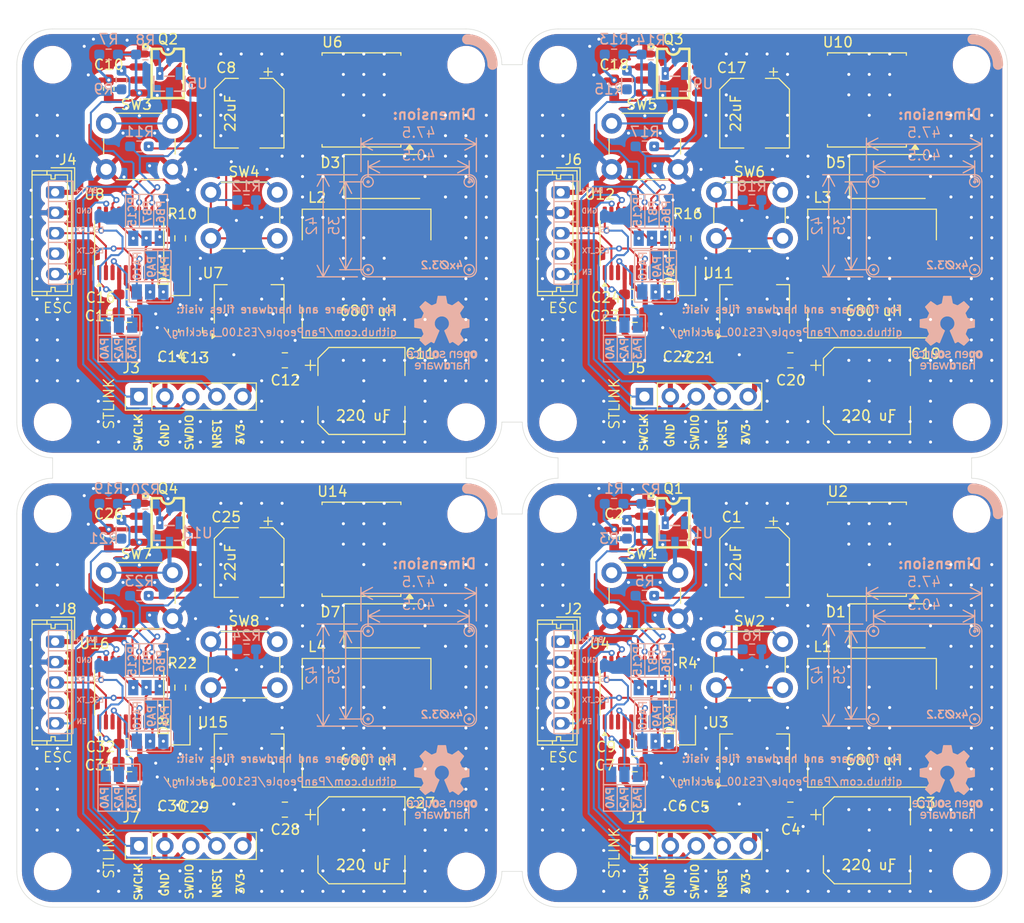
<source format=kicad_pcb>
(kicad_pcb (version 20241229) (generator "pcbnew") (generator_version "9.0")
  (layers (0 "F.Cu" signal) (2 "B.Cu" signal) (13 "F.Paste" user) (15 "B.Paste" user) (5 "F.SilkS" user "F.Silkscreen") (7 "B.SilkS" user "B.Silkscreen") (1 "F.Mask" user) (3 "B.Mask" user) (25 "Edge.Cuts" user))
  (net 0 "")
  (net 1 "GND")
  (net 2 "+36V")
  (net 3 "/Q1_G1")
  (net 4 "BATT+")
  (net 5 "+5V")
  (net 6 "+3.3V")
  (net 7 "Net-(D1-K)")
  (net 8 "Net-(D2-A)")
  (net 9 "/NRST")
  (net 10 "/EN")
  (net 11 "/SCOOTER_TX")
  (net 12 "/BUTTON")
  (net 13 "/Q1_D2")
  (net 14 "Net-(SW1-Pad1)")
  (net 15 "/PA13")
  (net 16 "/PA14")
  (net 17 "/PC14")
  (net 18 "/ON")
  (net 19 "/PA8")
  (net 20 "/PA1")
  (net 21 "/BOOT0_USART1_TX")
  (net 22 "/PA3")
  (net 23 "/PC15")
  (net 24 "/PB6")
  (net 25 "/PB7")
  (net 26 "/BOOT0_USART1_RX")
  (net 27 "/PA0")
  (net 28 "/PA2")
  (net 29 "/PA4")
  (footprint "Resistor_SMD:R_0603_1608Metric_Pad0.98x0.95mm_HandSolder" (layer "F.Cu") (at 164.9 110.65 -90)
    (property "Reference" "R4")
    (property "Value" "100k")
  )
  (footprint "Capacitor_SMD:C_0603_1608Metric_Pad1.08x0.95mm_HandSolder" (layer "F.Cu") (at 164.25 75.7 90)
    (property "Reference" "C22")
    (property "Value" "100n|50V")
  )
  (footprint "Package_SO:SOIC-14W_7.5x9mm_P1.27mm" (layer "F.Cu") (at 133.15 53.1 180)
    (property "Reference" "U6")
    (property "Value" "LM2574HVM-5")
  )
  (footprint "Package_SO:TSSOP-20_4.4x6.5mm_P0.65mm" (layer "F.Cu") (at 159.9 111.15 90)
    (property "Reference" "U4")
    (property "Value" "STM32C011F6Px")
  )
  (footprint "Capacitor_SMD:C_0805_2012Metric_Pad1.18x1.45mm_HandSolder" (layer "F.Cu") (at 110.4 118.15)
    (property "Reference" "C31")
    (property "Value" "4.7u")
  )
  (footprint "Capacitor_SMD:C_0603_1608Metric_Pad1.08x0.95mm_HandSolder" (layer "F.Cu") (at 164.25 119.7 90)
    (property "Reference" "C6")
    (property "Value" "100n|50V")
  )
  (footprint "MountingHole:MountingHole_3.2mm_M3" (layer "F.Cu") (at 102.9 84.65)
    (property "Reference" "H5" (hide yes))
    (property "Value" "MountingHole")
  )
  (footprint "Capacitor_SMD:C_0603_1608Metric_Pad1.08x0.95mm_HandSolder" (layer "F.Cu") (at 157.9 96.0125 -90)
    (property "Reference" "C2")
    (property "Value" "100n")
  )
  (footprint "Capacitor_SMD:C_0603_1608Metric_Pad1.08x0.95mm_HandSolder" (layer "F.Cu") (at 108.4 96.0125 -90)
    (property "Reference" "C26")
    (property "Value" "100n")
  )
  (footprint "LED_SMD:LED_0805_2012Metric_Pad1.15x1.40mm_HandSolder" (layer "F.Cu") (at 164.9 114.4 90)
    (property "Reference" "D2")
    (property "Value" "LED")
  )
  (footprint "easyeda2kicad:SOIC-8_L4.9-W3.9-P1.27-LS6.0-BL-2" (layer "F.Cu") (at 163.7 50.51 -90)
    (property "Reference" "Q3")
    (property "Value" "AO4612_C4748739")
  )
  (footprint "Capacitor_SMD:CP_Elec_6.3x7.7" (layer "F.Cu") (at 171.65 54.4 -90)
    (property "Reference" "C17")
    (property "Value" "22uF")
  )
  (footprint "Package_SO:TSSOP-20_4.4x6.5mm_P0.65mm" (layer "F.Cu") (at 110.4 111.15 90)
    (property "Reference" "U16")
    (property "Value" "STM32C011F6Px")
  )
  (footprint "MountingHole:MountingHole_3.2mm_M3" (layer "F.Cu") (at 143.4 93.65)
    (property "Reference" "H16" (hide yes))
    (property "Value" "MountingHole")
  )
  (footprint "LED_SMD:LED_0805_2012Metric_Pad1.15x1.40mm_HandSolder" (layer "F.Cu") (at 115.4 114.4 90)
    (property "Reference" "D8")
    (property "Value" "LED")
  )
  (footprint "MountingHole:MountingHole_3.2mm_M3" (layer "F.Cu") (at 152.4 93.65)
    (property "Reference" "H3" (hide yes))
    (property "Value" "MountingHole")
  )
  (footprint "Capacitor_SMD:C_0603_1608Metric_Pad1.08x0.95mm_HandSolder" (layer "F.Cu") (at 159.7625 72.15)
    (property "Reference" "C24")
    (property "Value" "100n")
  )
  (footprint "Capacitor_SMD:C_0603_1608Metric_Pad1.08x0.95mm_HandSolder" (layer "F.Cu") (at 157.9 52.0125 -90)
    (property "Reference" "C18")
    (property "Value" "100n")
  )
  (footprint "Button_Switch_THT:SW_PUSH_6mm" (layer "F.Cu") (at 118.4 62.15)
    (property "Reference" "SW4")
    (property "Value" "SW_Push")
  )
  (footprint "Capacitor_SMD:C_0603_1608Metric_Pad1.08x0.95mm_HandSolder" (layer "F.Cu") (at 114.75 119.7 90)
    (property "Reference" "C30")
    (property "Value" "100n|50V")
  )
  (footprint "Capacitor_SMD:C_0603_1608Metric_Pad1.08x0.95mm_HandSolder" (layer "F.Cu") (at 110.2625 116.15)
    (property "Reference" "C32")
    (property "Value" "100n")
  )
  (footprint "Inductor_SMD:L_12x12mm_H8mm" (layer "F.Cu") (at 183.15 70.1 180)
    (property "Reference" "L3")
    (property "Value" "680 uH")
  )
  (footprint "Package_TO_SOT_SMD:SOT-223-3_TabPin2" (layer "F.Cu") (at 171.65 117.1 90)
    (property "Reference" "U3")
    (property "Value" "AZ1117-3.3")
  )
  (footprint "MountingHole:MountingHole_3.2mm_M3" (layer "F.Cu") (at 192.9 128.65)
    (property "Reference" "H2" (hide yes))
    (property "Value" "MountingHole")
  )
  (footprint "Capacitor_SMD:C_0805_2012Metric_Pad1.18x1.45mm_HandSolder" (layer "F.Cu") (at 166.35 119.65 90)
    (property "Reference" "C5")
    (property "Value" "22u|10V")
  )
  (footprint "Button_Switch_THT:SW_PUSH_6mm" (layer "F.Cu") (at 108.15 99.4)
    (property "Reference" "SW7")
    (property "Value" "SW_Push")
  )
  (footprint "MountingHole:MountingHole_3.2mm_M3" (layer "F.Cu") (at 102.9 49.65)
    (property "Reference" "H7" (hide yes))
    (property "Value" "MountingHole")
  )
  (footprint "Inductor_SMD:L_12x12mm_H8mm" (layer "F.Cu") (at 133.65 114.1 180)
    (property "Reference" "L4")
    (property "Value" "680 uH")
  )
  (footprint "Capacitor_SMD:C_0603_1608Metric_Pad1.08x0.95mm_HandSolder" (layer "F.Cu") (at 110.2625 72.15)
    (property "Reference" "C16")
    (property "Value" "100n")
  )
  (footprint "Button_Switch_THT:SW_PUSH_6mm" (layer "F.Cu") (at 167.9 62.15)
    (property "Reference" "SW6")
    (property "Value" "SW_Push")
  )
  (footprint "Connector_Molex:Molex_Micro-Latch_53253-0570_1x05_P2.00mm_Vertical" (layer "F.Cu") (at 152.65 106.15 -90)
    (property "Reference" "J2")
    (property "Value" "Scooter")
  )
  (footprint "Capacitor_SMD:C_0805_2012Metric_Pad1.18x1.45mm_HandSolder" (layer "F.Cu") (at 166.35 75.65 90)
    (property "Reference" "C21")
    (property "Value" "22u|10V")
  )
  (footprint "Package_TO_SOT_SMD:SOT-223-3_TabPin2" (layer "F.Cu") (at 171.65 73.1 90)
    (property "Reference" "U11")
    (property "Value" "AZ1117-3.3")
  )
  (footprint "Capacitor_SMD:C_0805_2012Metric_Pad1.18x1.45mm_HandSolder" (layer "F.Cu") (at 125.65 122.6)
    (property "Reference" "C28")
    (property "Value" "22u|10V")
  )
  (footprint "Button_Switch_THT:SW_PUSH_6mm" (layer "F.Cu") (at 157.65 55.4)
    (property "Reference" "SW5")
    (property "Value" "SW_Push")
  )
  (footprint "Capacitor_SMD:C_0805_2012Metric_Pad1.18x1.45mm_HandSolder" (layer "F.Cu") (at 116.85 119.65 90)
    (property "Reference" "C29")
    (property "Value" "22u|10V")
  )
  (footprint "Package_SO:SOIC-14W_7.5x9mm_P1.27mm" (layer "F.Cu") (at 182.65 53.1 180)
    (property "Reference" "U10")
    (property "Value" "LM2574HVM-5")
  )
  (footprint "Button_Switch_THT:SW_PUSH_6mm" (layer "F.Cu") (at 167.9 106.15)
    (property "Reference" "SW2")
    (property "Value" "SW_Push")
  )
  (footprint "Connector_PinHeader_2.54mm:PinHeader_1x05_P2.54mm_Vertical" (layer "F.Cu") (at 160.86 82.15 90)
    (property "Reference" "J5")
    (property "Value" "SWD")
  )
  (footprint "easyeda2kicad:SOIC-8_L4.9-W3.9-P1.27-LS6.0-BL-2" (layer "F.Cu") (at 114.2 50.51 -90)
    (property "Reference" "Q2")
    (property "Value" "AO4612_C4748739")
  )
  (footprint "MountingHole:MountingHole_3.2mm_M3" (layer "F.Cu") (at 102.9 93.65)
    (property "Reference" "H15" (hide yes))
    (property "Value" "MountingHole")
  )
  (footprint "easyeda2kicad:SOIC-8_L4.9-W3.9-P1.27-LS6.0-BL-2" (layer "F.Cu") (at 163.7 94.51 -90)
    (property "Reference" "Q1")
    (property "Value" "AO4612_C4748739")
  )
  (footprint "Package_SO:TSSOP-20_4.4x6.5mm_P0.65mm" (layer "F.Cu") (at 159.9 67.15 90)
    (property "Reference" "U12")
    (property "Value" "STM32C011F6Px")
  )
  (footprint "Connector_Molex:Molex_Micro-Latch_53253-0570_1x05_P2.00mm_Vertical" (layer "F.Cu") (at 103.15 106.15 -90)
    (property "Reference" "J8")
    (property "Value" "Scooter")
  )
  (footprint "Capacitor_SMD:C_0805_2012Metric_Pad1.18x1.45mm_HandSolder" (layer "F.Cu") (at 159.9 118.15)
    (property "Reference" "C7")
    (property "Value" "4.7u")
  )
  (footprint "Button_Switch_THT:SW_PUSH_6mm" (layer "F.Cu") (at 157.65 99.4)
    (property "Reference" "SW1")
    (property "Value" "SW_Push")
  )
  (footprint "MountingHole:MountingHole_3.2mm_M3" (layer "F.Cu") (at 192.9 93.65)
    (property "Reference" "H4" (hide yes))
    (property "Value" "MountingHole")
  )
  (footprint "Inductor_SMD:L_12x12mm_H8mm" (layer "F.Cu") (at 183.15 114.1 180)
    (property "Reference" "L1")
    (property "Value" "680 uH")
  )
  (footprint "MountingHole:MountingHole_3.2mm_M3" (layer "F.Cu") (at 143.4 84.65)
    (property "Reference" "H6" (hide yes))
    (property "Value" "MountingHole")
  )
  (footprint "Capacitor_SMD:C_0805_2012Metric_Pad1.18x1.45mm_HandSolder" (layer "F.Cu") (at 110.4 74.15)
    (property "Reference" "C15")
    (property "Value" "4.7u")
  )
  (footprint "Package_SO:TSSOP-20_4.4x6.5mm_P0.65mm" (layer "F.Cu") (at 110.4 67.15 90)
    (property "Reference" "U8")
    (property "Value" "STM32C011F6Px")
  )
  (footprint "Package_TO_SOT_SMD:SOT-223-3_TabPin2" (layer "F.Cu") (at 122.15 73.1 90)
    (property "Reference" "U7")
    (property "Value" "AZ1117-3.3")
  )
  (footprint "Connector_Molex:Molex_Micro-Latch_53253-0570_1x05_P2.00mm_Vertical" (layer "F.Cu") (at 103.15 62.15 -90)
    (property "Reference" "J4")
    (property "Value" "Scooter")
  )
  (footprint "Capacitor_SMD:C_0805_2012Metric_Pad1.18x1.45mm_HandSolder" (layer "F.Cu") (at 125.65 78.6)
    (property "Reference" "C12")
    (property "Value" "22u|10V")
  )
  (footprint "Capacitor_SMD:C_0603_1608Metric_Pad1.08x0.95mm_HandSolder" (layer "F.Cu") (at 114.75 75.7 90)
    (property "Reference" "C14")
    (property "Value" "100n|50V")
  )
  (footprint "Capacitor_SMD:CP_Elec_6.3x7.7" (layer "F.Cu") (at 171.65 98.4 -90)
    (property "Reference" "C1")
    (property "Value" "22uF")
  )
  (footprint "MountingHole:MountingHole_3.2mm_M3" (layer "F.Cu") (at 192.9 49.65)
    (property "Reference" "H12" (hide yes))
    (property "Value" "MountingHole")
  )
  (footprint "Capacitor_SMD:C_0805_2012Metric_Pad1.18x1.45mm_HandSolder" (layer "F.Cu") (at 159.9 74.15)
    (property "Reference" "C23")
    (property "Value" "4.7u")
  )
  (footprint "Capacitor_SMD:CP_Elec_6.3x7.7" (layer "F.Cu") (at 122.15 98.4 -90)
    (property "Reference" "C25")
    (property "Value" "22uF")
  )
  (footprint "Connector_PinHeader_2.54mm:PinHeader_1x05_P2.54mm_Vertical" (layer "F.Cu") (at 160.86 126.15 90)
    (property "Reference" "J1")
    (property "Value" "SWD")
  )
  (footprint "Resistor_SMD:R_0603_1608Metric_Pad0.98x0.95mm_HandSolder" (layer "F.Cu") (at 115.4 110.65 -90)
    (property "Reference" "R22")
    (property "Value" "100k")
  )
  (footprint "Resistor_SMD:R_0603_1608Metric_Pad0.98x0.95mm_HandSolder" (layer "F.Cu") (at 164.9 66.65 -90)
    (property "Reference" "R16")
    (property "Value" "100k")
  )
  (footprint "Diode_SMD:D_SMB_Handsoldering" (layer "F.Cu") (at 185.65 104.6)
    (property "Reference" "D1")
    (property "Value" "SK26")
  )
  (footprint "Capacitor_SMD:C_0603_1608Metric_Pad1.08x0.95mm_HandSolder" (layer "F.Cu") (at 108.4 52.0125 -90)
    (property "Reference" "C10")
    (property "Value" "100n")
  )
  (footprint "Capacitor_SMD:C_0805_2012Metric_Pad1.18x1.45mm_HandSolder" (layer "F.Cu") (at 175.15 122.6)
    (property "Reference" "C4")
    (property "Value" "22u|10V")
  )
  (footprint "Diode_SMD:D_SMB_Handsoldering" (layer "F.Cu") (at 136.15 60.6)
    (property "Reference" "D3")
    (property "Value" "SK26")
  )
  (footprint "MountingHole:MountingHole_3.2mm_M3" (layer "F.Cu") (at 152.4 128.65)
    (property "Reference" "H1" (hide yes))
    (property "Value" "MountingHole")
  )
  (footprint "Capacitor_SMD:C_0805_2012Metric_Pad1.18x1.45mm_HandSolder" (layer "F.Cu") (at 116.85 75.65 90)
    (property "Reference" "C13")
    (property "Value" "22u|10V")
  )
  (footprint "easyeda2kicad:SOIC-8_L4.9-W3.9-P1.27-LS6.0-BL-2" (layer "F.Cu") (at 114.2 94.51 -90)
    (property "Reference" "Q4")
    (property "Value" "AO4612_C4748739")
  )
  (footprint "Diode_SMD:D_SMB_Handsoldering" (layer "F.Cu") (at 185.65 60.6)
    (property "Reference" "D5")
    (property "Value" "SK26")
  )
  (footprint "Capacitor_SMD:CP_Elec_8x10" (layer "F.Cu") (at 133.15 81.6)
    (property "Reference" "C11")
    (property "Value" "220 uF")
  )
  (footprint "Capacitor_SMD:CP_Elec_8x10" (layer "F.Cu") (at 182.65 81.6)
    (property "Reference" "C19")
    (property "Value" "220 uF")
  )
  (footprint "LED_SMD:LED_0805_2012Metric_Pad1.15x1.40mm_HandSolder" (layer "F.Cu") (at 115.4 70.4 90)
    (property "Reference" "D4")
    (property "Value" "LED")
  )
  (footprint "MountingHole:MountingHole_3.2mm_M3" (layer "F.Cu") (at 192.9 84.65)
    (property "Reference" "H10" (hide yes))
    (property "Value" "MountingHole")
  )
  (footprint "Capacitor_SMD:C_0805_2012Metric_Pad1.18x1.45mm_HandSolder" (layer "F.Cu") (at 175.15 78.6)
    (property "Reference" "C20")
    (property "Value" "22u|10V")
  )
  (footprint "MountingHole:MountingHole_3.2mm_M3" (layer "F.Cu") (at 102.9 128.65)
    (property "Reference" "H13" (hide yes))
    (property "Value" "MountingHole")
  )
  (footprint "Package_SO:SOIC-14W_7.5x9mm_P1.27mm" (layer "F.Cu") (at 182.65 97.1 180)
    (property "Reference" "U2")
    (property "Value" "LM2574HVM-5")
  )
  (footprint "Connector_PinHeader_2.54mm:PinHeader_1x05_P2.54mm_Vertical" (layer "F.Cu") (at 111.36 82.15 90)
    (property "Reference" "J3")
    (property "Value" "SWD")
  )
  (footprint "Capacitor_SMD:CP_Elec_8x10" (layer "F.Cu") (at 182.65 125.6)
    (property "Reference" "C3")
    (property "Value" "220 uF")
  )
  (footprint "MountingHole:MountingHole_3.2mm_M3" (layer "F.Cu") (at 143.4 128.65)
    (property "Reference" "H14" (hide yes))
    (property "Value" "MountingHole")
  )
  (footprint "Capacitor_SMD:CP_Elec_6.3x7.7" (layer "F.Cu") (at 122.15 54.4 -90)
    (property "Reference" "C8")
    (property "Value" "22uF")
  )
  (footprint "Capacitor_SMD:C_0603_1608Metric_Pad1.08x0.95mm_HandSolder" (layer "F.Cu") (at 159.7625 116.15)
    (property "Reference" "C9")
    (property "Value" "100n")
  )
  (footprint "Package_TO_SOT_SMD:SOT-223-3_TabPin2" (layer "F.Cu") (at 122.15 117.1 90)
    (property "Reference" "U15")
    (property "Value" "AZ1117-3.3")
  )
  (footprint "MountingHole:MountingHole_3.2mm_M3" (layer "F.Cu") (at 152.4 49.65)
    (property "Reference" "H11" (hide yes))
    (property "Value" "MountingHole")
  )
  (footprint "Capacitor_SMD:CP_Elec_8x10" (layer "F.Cu") (at 133.15 125.6)
    (property "Reference" "C27")
    (property "Value" "220 uF")
  )
  (footprint "LED_SMD:LED_0805_2012Metric_Pad1.15x1.40mm_HandSolder" (layer "F.Cu") (at 164.9 70.4 90)
    (property "Reference" "D6")
    (property "Value" "LED")
  )
  (footprint "Resistor_SMD:R_0603_1608Metric_Pad0.98x0.95mm_HandSolder" (layer "F.Cu") (at 115.4 66.65 -90)
    (property "Reference" "R10")
    (property "Value" "100k")
  )
  (footprint "Button_Switch_THT:SW_PUSH_6mm" (layer "F.Cu") (at 118.4 106.15)
    (property "Reference" "SW8")
    (property "Value" "SW_Push")
  )
  (footprint "MountingHole:MountingHole_3.2mm_M3" (layer "F.Cu") (at 152.4 84.65)
    (property "Reference" "H9" (hide yes))
    (property "Value" "MountingHole")
  )
  (footprint "Connector_PinHeader_2.54mm:PinHeader_1x05_P2.54mm_Vertical" (layer "F.Cu") (at 111.36 126.15 90)
    (property "Reference" "J7")
    (property "Value" "SWD")
  )
  (footprint "Connector_Molex:Molex_Micro-Latch_53253-0570_1x05_P2.00mm_Vertical" (layer "F.Cu") (at 152.65 62.15 -90)
    (property "Reference" "J6")
    (property "Value" "Scooter")
  )
  (footprint "Inductor_SMD:L_12x12mm_H8mm" (layer "F.Cu") (at 133.65 70.1 180)
    (property "Reference" "L2")
    (property "Value" "680 uH")
  )
  (footprint "MountingHole:MountingHole_3.2mm_M3" (layer "F.Cu") (at 143.4 49.65)
    (property "Reference" "H8" (hide yes))
    (property "Value" "MountingHole")
  )
  (footprint "Diode_SMD:D_SMB_Handsoldering" (layer "F.Cu") (at 136.15 104.6)
    (property "Reference" "D7")
    (property "Value" "SK26")
  )
  (footprint "Button_Switch_THT:SW_PUSH_6mm" (layer "F.Cu") (at 108.15 55.4)
    (property "Reference" "SW3")
    (property "Value" "SW_Push")
  )
  (footprint "Package_SO:SOIC-14W_7.5x9mm_P1.27mm" (layer "F.Cu") (at 133.15 97.1 180)
    (property "Reference" "U14")
    (property "Value" "LM2574HVM-5")
  )
  (footprint "Resistor_SMD:R_0603_1608Metric_Pad0.98x0.95mm_HandSolder" (layer "B.Cu") (at 121.9 62.9)
    (property "Reference" "R12")
    (property "Value" "100k")
  )
  (footprint "Jumper:SolderJumper-3_P1.3mm_Open_Pad1.0x1.5mm" (layer "B.Cu") (at 112.1 110.65 180)
    (property "Reference" "JP11" (hide yes))
    (property "Value" "SolderJumper_3_Open")
  )
  (footprint "Jumper:SolderJumper-3_P1.3mm_Open_Pad1.0x1.5mm" (layer "B.Cu") (at 158.9 119.15)
    (property "Reference" "JP3" (hide yes))
    (property "Value" "SolderJumper_3_Open")
  )
  (footprint "Resistor_SMD:R_0603_1608Metric_Pad0.98x0.95mm_HandSolder" (layer "B.Cu") (at 111.4 57.65 180)
    (property "Reference" "R11")
    (property "Value" "100k")
  )
  (footprint "Jumper:SolderJumper-3_P1.3mm_Open_Pad1.0x1.5mm" (layer "B.Cu") (at 158.9 75.15)
    (property "Reference" "JP9" (hide yes))
    (property "Value" "SolderJumper_3_Open")
  )
  (footprint "easyeda2kicad:SOT-23-3_L2.9-W1.3-P1.90-LS2.4-BR" (layer "B.Cu") (at 114.35 95.51 90)
    (property "Reference" "U13")
    (property "Value" "BAS70-05")
  )
  (footprint "Resistor_SMD:R_0603_1608Metric_Pad0.98x0.95mm_HandSolder" (layer "B.Cu") (at 111.9875 48.65)
    (property "Reference" "R8")
    (property "Value" "300k")
  )
  (footprint "Resistor_SMD:R_0603_1608Metric_Pad0.98x0.95mm_HandSolder" (layer "B.Cu") (at 108.3875 48.65)
    (property "Reference" "R7")
    (property "Value" "100k")
  )
  (footprint "Resistor_SMD:R_0603_1608Metric_Pad0.98x0.95mm_HandSolder" (layer "B.Cu") (at 171.4 62.9)
    (property "Reference" "R18")
    (property "Value" "100k")
  )
  (footprint "Resistor_SMD:R_0603_1608Metric_Pad0.98x0.95mm_HandSolder" (layer "B.Cu") (at 159.15 95.15 -90)
    (property "Reference" "R3")
    (property "Value" "100k")
  )
  (footprint "Resistor_SMD:R_0603_1608Metric_Pad0.98x0.95mm_HandSolder" (layer "B.Cu") (at 109.65 95.15 -90)
    (property "Reference" "R21")
    (property "Value" "100k")
  )
  (footprint "Resistor_SMD:R_0603_1608Metric_Pad0.98x0.95mm_HandSolder" (layer "B.Cu") (at 111.9875 92.65)
    (property "Reference" "R20")
    (property "Value" "300k")
  )
  (footprint "Jumper:SolderJumper-3_P1.3mm_Open_Pad1.0x1.5mm" (layer "B.Cu") (at 109.4 75.15)
    (property "Reference" "JP6" (hide yes))
    (property "Value" "SolderJumper_3_Open")
  )
  (footprint "Jumper:SolderJumper-3_P1.3mm_Open_Pad1.0x1.5mm" (layer "B.Cu") (at 112.45 115.9 180)
    (property "Reference" "JP10" (hide yes))
    (property "Value" "SolderJumper_3_Open")
  )
  (footprint "Resistor_SMD:R_0603_1608Metric_Pad0.98x0.95mm_HandSolder" (layer "B.Cu") (at 111.4 101.65 180)
    (property "Reference" "R23")
    (property "Value" "100k")
  )
  (footprint "Resistor_SMD:R_0603_1608Metric_Pad0.98x0.95mm_HandSolder" (layer "B.Cu") (at 161.4875 92.65)
    (property "Reference" "R2")
    (property "Value" "300k")
  )
  (footprint "Resistor_SMD:R_0603_1608Metric_Pad0.98x0.95mm_HandSolder" (layer "B.Cu") (at 160.9 57.65 180)
    (property "Reference" "R17")
    (property "Value" "100k")
  )
  (footprint "Jumper:SolderJumper-3_P1.3mm_Open_Pad1.0x1.5mm" (layer "B.Cu") (at 112.45 71.9 180)
    (property "Reference" "JP4" (hide yes))
    (property "Value" "SolderJumper_3_Open")
  )
  (footprint "Resistor_SMD:R_0603_1608Metric_Pad0.98x0.95mm_HandSolder" (layer "B.Cu") (at 157.8875 48.65)
    (property "Reference" "R13")
    (property "Value" "100k")
  )
  (footprint "Resistor_SMD:R_0603_1608Metric_Pad0.98x0.95mm_HandSolder" (layer "B.Cu") (at 160.9 101.65 180)
    (property "Reference" "R5")
    (property "Value" "100k")
  )
  (footprint "Jumper:SolderJumper-3_P1.3mm_Open_Pad1.0x1.5mm" (layer "B.Cu") (at 161.6 66.65 180)
    (property "Reference" "JP8" (hide yes))
    (property "Value" "SolderJumper_3_Open")
  )
  (footprint "Jumper:SolderJumper-3_P1.3mm_Open_Pad1.0x1.5mm" (layer "B.Cu") (at 109.4 119.15)
    (property "Reference" "JP12" (hide yes))
    (property "Value" "SolderJumper_3_Open")
  )
  (footprint "Jumper:SolderJumper-3_P1.3mm_Open_Pad1.0x1.5mm" (layer "B.Cu") (at 112.1 66.65 180)
    (property "Reference" "JP5" (hide yes))
    (property "Value" "SolderJumper_3_Open")
  )
  (footprint "Resistor_SMD:R_0603_1608Metric_Pad0.98x0.95mm_HandSolder" (layer "B.Cu") (at 109.65 51.15 -90)
    (property "Reference" "R9")
    (property "Value" "100k")
  )
  (footprint "Resistor_SMD:R_0603_1608Metric_Pad0.98x0.95mm_HandSolder" (layer "B.Cu") (at 171.4 106.9)
    (property "Reference" "R6")
    (property "Value" "100k")
  )
  (footprint "Resistor_SMD:R_0603_1608Metric_Pad0.98x0.95mm_HandSolder" (layer "B.Cu") (at 121.9 106.9)
    (property "Reference" "R24")
    (property "Value" "100k")
  )
  (footprint "Jumper:SolderJumper-3_P1.3mm_Open_Pad1.0x1.5mm" (layer "B.Cu") (at 161.95 71.9 180)
    (property "Reference" "JP7" (hide yes))
    (property "Value" "SolderJumper_3_Open")
  )
  (footprint "Resistor_SMD:R_0603_1608Metric_Pad0.98x0.95mm_HandSolder" (layer "B.Cu") (at 161.4875 48.65)
    (property "Reference" "R14")
    (property "Value" "300k")
  )
  (footprint "Jumper:SolderJumper-3_P1.3mm_Open_Pad1.0x1.5mm" (layer "B.Cu") (at 161.6 110.65 180)
    (property "Reference" "JP2" (hide yes))
    (property "Value" "SolderJumper_3_Open")
  )
  (footprint "Resistor_SMD:R_0603_1608Metric_Pad0.98x0.95mm_HandSolder" (layer "B.Cu") (at 157.8875 92.65)
    (property "Reference" "R1")
    (property "Value" "100k")
  )
  (footprint "Resistor_SMD:R_0603_1608Metric_Pad0.98x0.95mm_HandSolder" (layer "B.Cu") (at 159.15 51.15 -90)
    (property "Reference" "R15")
    (property "Value" "100k")
  )
  (footprint "Jumper:SolderJumper-3_P1.3mm_Open_Pad1.0x1.5mm" (layer "B.Cu") (at 161.95 115.9 180)
    (property "Reference" "JP1" (hide yes))
    (property "Value" "SolderJumper_3_Open")
  )
  (footprint "Resistor_SMD:R_0603_1608Metric_Pad0.98x0.95mm_HandSolder" (layer "B.Cu") (at 108.3875 92.65)
    (property "Reference" "R19")
    (property "Value" "100k")
  )
  (footprint "easyeda2kicad:SOT-23-3_L2.9-W1.3-P1.90-LS2.4-BR" (layer "B.Cu") (at 114.35 51.51 90)
    (property "Reference" "U5")
    (property "Value" "BAS70-05")
  )
  (footprint "easyeda2kicad:SOT-23-3_L2.9-W1.3-P1.90-LS2.4-BR" (layer "B.Cu") (at 163.85 51.51 90)
    (property "Reference" "U9")
    (property "Value" "BAS70-05")
  )
  (footprint "easyeda2kicad:SOT-23-3_L2.9-W1.3-P1.90-LS2.4-BR" (layer "B.Cu") (at 163.85 95.51 90)
    (property "Reference" "U1")
    (property "Value" "BAS70-05")
  )
  (gr_curve (pts (xy 139.379492 72.871718) (xy 139.390962 72.860249) (xy 139.411202 72.858383) (xy 139.424538 72.867551)) (stroke (width 0.1)) (layer "B.SilkS"))
  (gr_line (start 138.364048 119.323532) (end 138.363968 118.65206) (stroke (width 0.1)) (layer "B.SilkS"))
  (gr_line (start 140.620957 119.617141) (end 140.656994 119.644803) (stroke (width 0.1)) (layer "B.SilkS"))
  (gr_poly (pts (xy 190.561152 77.659623) (xy 190.539073 77.660929) (xy 190.517873 77.663076) (xy 190.497513 77.666039) (xy 190.477954 77.669793) (xy 190.459157 77.674314) (xy 190.441081 77.679576) (xy 190.423688 77.685554) (xy 190.406938 77.692225) (xy 190.390792 77.699563) (xy 190.37521 77.707544) (xy 190.360154 77.716142) (xy 190.345583 77.725334) (xy 190.331459 77.735093) (xy 190.317742 77.745396) (xy 190.304392 77.756218) (xy 190.392896 77.86016) (xy 190.403454 77.852943) (xy 190.414074 77.846041) (xy 190.424782 77.839475) (xy 190.435604 77.833265) (xy 190.446567 77.827432) (xy 190.457698 77.821998) (xy 190.469023 77.816982) (xy 190.48057 77.812406) (xy 190.492365 77.80829) (xy 190.504434 77.804655) (xy 190.516805 77.801523) (xy 190.529503 77.798913) (xy 190.542556 77.796847) (xy 190.55599 77.795346) (xy 190.569833 77.79443) (xy 190.58411 77.79412) (xy 190.592495 77.794226) (xy 190.600532 77.794543) (xy 190.608225 77.795065) (xy 190.615581 77.795788) (xy 190.622605 77.796708) (xy 190.629302 77.797821) (xy 190.635677 77.799121) (xy 190.641736 77.800605) (xy 190.647484 77.802268) (xy 190.652927 77.804106) (xy 190.65807 77.806114) (xy 190.662918 77.808289) (xy 190.667477 77.810625) (xy 190.671753 77.813118) (xy 190.67575 77.815763) (xy 190.679474 77.818557) (xy 190.682931 77.821495) (xy 190.686125 77.824573) (xy 190.689063 77.827786) (xy 190.69175 77.831129) (xy 190.69419 77.834599) (xy 190.69639 77.838191) (xy 190.698355 77.8419) (xy 190.70009 77.845722) (xy 190.701601 77.849653) (xy 190.702892 77.853689) (xy 190.703971 77.857824) (xy 190.704841 77.862055) (xy 190.705508 77.866377) (xy 190.705978 77.870785) (xy 190.706256 77.875276) (xy 190.706348 77.879845) (xy 190.706078 77.885635) (xy 190.705242 77.891389) (xy 190.703802 77.897069) (xy 190.701718 77.902638) (xy 190.69895 77.908059) (xy 190.69546 77.913295) (xy 190.691209 77.918309) (xy 190.688785 77.920721) (xy 190.686156 77.923064) (xy 190.683318 77.925334) (xy 190.680264 77.927524) (xy 190.676991 77.929631) (xy 190.673493 77.931651) (xy 190.669765 77.933578) (xy 190.665803 77.935408) (xy 190.657156 77.938758) (xy 190.647512 77.941665) (xy 190.636832 77.944091) (xy 190.625078 77.946) (xy 190.612209 77.947353) (xy 190.494138 77.955728) (xy 190.480556 77.956883) (xy 190.467488 77.958499) (xy 190.454929 77.960563) (xy 190.442872 77.963066) (xy 190.431314 77.965998) (xy 190.420248 77.969348) (xy 190.409668 77.973105) (xy 190.39957 77.97726) (xy 190.389949 77.981802) (xy 190.380797 77.986721) (xy 190.372111 77.992006) (xy 190.363885 77.997647) (xy 190.356113 78.003635) (xy 190.34879 78.009957) (xy 190.34191 78.016605) (xy 190.335468 78.023568) (xy 190.329458 78.030835) (xy 190.323876 78.038397) (xy 190.318715 78.046242) (xy 190.313971 78.054361) (xy 190.309637 78.062743) (xy 190.305709 78.071378) (xy 190.302181 78.080256) (xy 190.299047 78.089366) (xy 190.296302 78.098697) (xy 190.293941 78.108241) (xy 190.290348 78.127921) (xy 190.288224 78.148323) (xy 190.287525 78.169365) (xy 190.287901 78.18224) (xy 190.289018 78.194765) (xy 190.290858 78.206935) (xy 190.293405 78.218748) (xy 190.296642 78.230199) (xy 190.300551 78.241285) (xy 190.305116 78.252002) (xy 190.31032 78.262345) (xy 190.316146 78.272311) (xy 190.322576 78.281896) (xy 190.329594 78.291097) (xy 190.337183 78.299909) (xy 190.345326 78.308329) (xy 190.354006 78.316353) (xy 190.363205 78.323976) (xy 190.372908 78.331196) (xy 190.383096 78.338007) (xy 190.393753 78.344408) (xy 190.416407 78.355958) (xy 190.440732 78.365815) (xy 190.466593 78.373949) (xy 190.493855 78.38033) (xy 190.52238 78.384925) (xy 190.552034 78.387705) (xy 190.582681 78.388638) (xy 190.60419 78.388143) (xy 190.625492 78.386658) (xy 190.646577 78.38418) (xy 190.667432 78.380707) (xy 190.68805 78.376237) (xy 190.708418 78.370769) (xy 190.728527 78.3643) (xy 190.748366 78.356829) (xy 190.767926 78.348352) (xy 190.787195 78.33887) (xy 190.806163 78.328379) (xy 190.824821 78.316877) (xy 190.843157 78.304363) (xy 190.861161 78.290834) (xy 190.878823 78.276289) (xy 190.896133 78.260725) (xy 190.796358 78.16238) (xy 190.784693 78.173373) (xy 190.772863 78.183669) (xy 190.760835 78.193267) (xy 190.748576 78.202165) (xy 190.736053 78.210361) (xy 190.723234 78.217854) (xy 190.710085 78.224641) (xy 190.696574 78.230721) (xy 190.682667 78.236093) (xy 190.668333 78.240754) (xy 190.653537 78.244702) (xy 190.638247 78.247937) (xy 190.62243 78.250456) (xy 190.606053 78.252257) (xy 190.589084 78.253339) (xy 190.571489 78.2537) (xy 190.563917 78.25361) (xy 190.556483 78.253339) (xy 190.549194 78.252887) (xy 190.542055 78.252255) (xy 190.535075 78.251444) (xy 190.52826 78.250452) (xy 190.521616 78.249281) (xy 190.515151 78.247931) (xy 190.50887 78.246402) (xy 190.502781 78.244694) (xy 190.49689 78.242808) (xy 190.491205 78.240743) (xy 190.485731 78.238501) (xy 190.480476 78.23608) (xy 190.475446 78.233482) (xy 190.470648 78.230706) (xy 190.466089 78.227754) (xy 190.461775 78.224625) (xy 190.457713 78.221319) (xy 190.45391 78.217836) (xy 190.450373 78.214178) (xy 190.447108 78.210344) (xy 190.444122 78.206334) (xy 190.441422 78.202148) (xy 190.439015 78.197788) (xy 190.436906 78.193252) (xy 190.435104 78.188542) (xy 190.433614 78.183658) (xy 190.432444 78.178599) (xy 190.431599 78.173366) (xy 190.431088 78.16796) (xy 190.430916 78.16238) (xy 190.431026 78.157738) (xy 190.431353 78.153297) (xy 190.431893 78.149054) (xy 190.43264 78.145003) (xy 190.43359 78.14114) (xy 190.434738 78.13746) (xy 190.436079 78.133961) (xy 190.437607 78.130636) (xy 190.439319 78.127482) (xy 190.441209 78.124495) (xy 190.443273 78.12167) (xy 190.445505 78.119003) (xy 190.447901 78.116489) (xy 190.450456 78.114124) (xy 190.453165 78.111904) (xy 190.456023 78.109824) (xy 190.459025 78.10788) (xy 190.462167 78.106068) (xy 190.46885 78.102822) (xy 190.476031 78.10005) (xy 190.483674 78.097718) (xy 190.491737 78.095791) (xy 190.500184 78.094234) (xy 190.508974 78.093013) (xy 190.51807 78.092093) (xy 190.644593 78.080861) (xy 190.666349 78.078309) (xy 190.687298 78.074352) (xy 190.697444 78.07185) (xy 190.707358 78.069002) (xy 190.717029 78.065809) (xy 190.726448 78.062273) (xy 190.735602 78.058394) (xy 190.744484 78.054176) (xy 190.753081 78.049618) (xy 190.761384 78.044724) (xy 190.769382 78.039494) (xy 190.777066 78.03393) (xy 190.784424 78.028034) (xy 190.791447 78.021806) (xy 190.798124 78.01525) (xy 190.804445 78.008365) (xy 190.8104 78.001155) (xy 190.815977 77.99362) (xy 190.821168 77.985762) (xy 190.825962 77.977583) (xy 190.830348 77.969083) (xy 190.834316 77.960266) (xy 190.837855 77.951131) (xy 190.840957 77.941682) (xy 190.843609 77.931919) (xy 190.845802 77.921844) (xy 190.847526 77.911458) (xy 190.84877 77.900764) (xy 190.849524 77.889762) (xy 190.849778 77.878455) (xy 190.849443 77.865088) (xy 190.848447 77.852133) (xy 190.846805 77.839592) (xy 190.844532 77.827465) (xy 190.841642 77.815753) (xy 190.83815 77.804457) (xy 190.834071 77.793577) (xy 190.82942 77.783114) (xy 190.82421 77.77307) (xy 190.818458 77.763444) (xy 190.812176 77.754238) (xy 190.805381 77.745452) (xy 190.798087 77.737087) (xy 190.790308 77.729144) (xy 190.782059 77.721623) (xy 190.773354 77.714526) (xy 190.76421 77.707853) (xy 190.754639 77.701605) (xy 190.744657 77.695783) (xy 190.734279 77.690387) (xy 190.723519 77.685418) (xy 190.712391 77.680878) (xy 190.689094 77.673084) (xy 190.664503 77.667011) (xy 190.638737 77.662666) (xy 190.611914 77.660054) (xy 190.584149 77.659182)) (stroke (width -0.000001)) (fill yes) (layer "B.SilkS"))
  (gr_line (start 142.053199 117.254425) (end 142.61692 116.867551) (stroke (width 0.1)) (layer "B.SilkS"))
  (gr_curve (pts (xy 193.795305 122.023196) (xy 193.795305 121.920564) (xy 193.786851 121.892425) (xy 193.760142 121.854523)) (stroke (width 0.1)) (layer "B.SilkS"))
  (gr_poly (pts (xy 141.061152 77.659623) (xy 141.039073 77.660929) (xy 141.017873 77.663076) (xy 140.997513 77.666039) (xy 140.977954 77.669793) (xy 140.959157 77.674314) (xy 140.941081 77.679576) (xy 140.923688 77.685554) (xy 140.906938 77.692225) (xy 140.890792 77.699563) (xy 140.87521 77.707544) (xy 140.860154 77.716142) (xy 140.845583 77.725334) (xy 140.831459 77.735093) (xy 140.817742 77.745396) (xy 140.804392 77.756218) (xy 140.892896 77.86016) (xy 140.903454 77.852943) (xy 140.914074 77.846041) (xy 140.924782 77.839475) (xy 140.935604 77.833265) (xy 140.946567 77.827432) (xy 140.957698 77.821998) (xy 140.969023 77.816982) (xy 140.98057 77.812406) (xy 140.992365 77.80829) (xy 141.004434 77.804655) (xy 141.016805 77.801523) (xy 141.029503 77.798913) (xy 141.042556 77.796847) (xy 141.05599 77.795346) (xy 141.069833 77.79443) (xy 141.08411 77.79412) (xy 141.092495 77.794226) (xy 141.100532 77.794543) (xy 141.108225 77.795065) (xy 141.115581 77.795788) (xy 141.122605 77.796708) (xy 141.129302 77.797821) (xy 141.135677 77.799121) (xy 141.141736 77.800605) (xy 141.147484 77.802268) (xy 141.152927 77.804106) (xy 141.15807 77.806114) (xy 141.162918 77.808289) (xy 141.167477 77.810625) (xy 141.171753 77.813118) (xy 141.17575 77.815763) (xy 141.179474 77.818557) (xy 141.182931 77.821495) (xy 141.186125 77.824573) (xy 141.189063 77.827786) (xy 141.19175 77.831129) (xy 141.19419 77.834599) (xy 141.19639 77.838191) (xy 141.198355 77.8419) (xy 141.20009 77.845722) (xy 141.201601 77.849653) (xy 141.202892 77.853689) (xy 141.203971 77.857824) (xy 141.204841 77.862055) (xy 141.205508 77.866377) (xy 141.205978 77.870785) (xy 141.206256 77.875276) (xy 141.206348 77.879845) (xy 141.206078 77.885635) (xy 141.205242 77.891389) (xy 141.203802 77.897069) (xy 141.201718 77.902638) (xy 141.19895 77.908059) (xy 141.19546 77.913295) (xy 141.191209 77.918309) (xy 141.188785 77.920721) (xy 141.186156 77.923064) (xy 141.183318 77.925334) (xy 141.180264 77.927524) (xy 141.176991 77.929631) (xy 141.173493 77.931651) (xy 141.169765 77.933578) (xy 141.165803 77.935408) (xy 141.157156 77.938758) (xy 141.147512 77.941665) (xy 141.136832 77.944091) (xy 141.125078 77.946) (xy 141.112209 77.947353) (xy 140.994138 77.955728) (xy 140.980556 77.956883) (xy 140.967488 77.958499) (xy 140.954929 77.960563) (xy 140.942872 77.963066) (xy 140.931314 77.965998) (xy 140.920248 77.969348) (xy 140.909668 77.973105) (xy 140.89957 77.97726) (xy 140.889949 77.981802) (xy 140.880797 77.986721) (xy 140.872111 77.992006) (xy 140.863885 77.997647) (xy 140.856113 78.003635) (xy 140.84879 78.009957) (xy 140.84191 78.016605) (xy 140.835468 78.023568) (xy 140.829458 78.030835) (xy 140.823876 78.038397) (xy 140.818715 78.046242) (xy 140.813971 78.054361) (xy 140.809637 78.062743) (xy 140.805709 78.071378) (xy 140.802181 78.080256) (xy 140.799047 78.089366) (xy 140.796302 78.098697) (xy 140.793941 78.108241) (xy 140.790348 78.127921) (xy 140.788224 78.148323) (xy 140.787525 78.169365) (xy 140.787901 78.18224) (xy 140.789018 78.194765) (xy 140.790858 78.206935) (xy 140.793405 78.218748) (xy 140.796642 78.230199) (xy 140.800551 78.241285) (xy 140.805116 78.252002) (xy 140.81032 78.262345) (xy 140.816146 78.272311) (xy 140.822576 78.281896) (xy 140.829594 78.291097) (xy 140.837183 78.299909) (xy 140.845326 78.308329) (xy 140.854006 78.316353) (xy 140.863205 78.323976) (xy 140.872908 78.331196) (xy 140.883096 78.338007) (xy 140.893753 78.344408) (xy 140.916407 78.355958) (xy 140.940732 78.365815) (xy 140.966593 78.373949) (xy 140.993855 78.38033) (xy 141.02238 78.384925) (xy 141.052034 78.387705) (xy 141.082681 78.388638) (xy 141.10419 78.388143) (xy 141.125492 78.386658) (xy 141.146577 78.38418) (xy 141.167432 78.380707) (xy 141.18805 78.376237) (xy 141.208418 78.370769) (xy 141.228527 78.3643) (xy 141.248366 78.356829) (xy 141.267926 78.348352) (xy 141.287195 78.33887) (xy 141.306163 78.328379) (xy 141.324821 78.316877) (xy 141.343157 78.304363) (xy 141.361161 78.290834) (xy 141.378823 78.276289) (xy 141.396133 78.260725) (xy 141.296358 78.16238) (xy 141.284693 78.173373) (xy 141.272863 78.183669) (xy 141.260835 78.193267) (xy 141.248576 78.202165) (xy 141.236053 78.210361) (xy 141.223234 78.217854) (xy 141.210085 78.224641) (xy 141.196574 78.230721) (xy 141.182667 78.236093) (xy 141.168333 78.240754) (xy 141.153537 78.244702) (xy 141.138247 78.247937) (xy 141.12243 78.250456) (xy 141.106053 78.252257) (xy 141.089084 78.253339) (xy 141.071489 78.2537) (xy 141.063917 78.25361) (xy 141.056483 78.253339) (xy 141.049194 78.252887) (xy 141.042055 78.252255) (xy 141.035075 78.251444) (xy 141.02826 78.250452) (xy 141.021616 78.249281) (xy 141.015151 78.247931) (xy 141.00887 78.246402) (xy 141.002781 78.244694) (xy 140.99689 78.242808) (xy 140.991205 78.240743) (xy 140.985731 78.238501) (xy 140.980476 78.23608) (xy 140.975446 78.233482) (xy 140.970648 78.230706) (xy 140.966089 78.227754) (xy 140.961775 78.224625) (xy 140.957713 78.221319) (xy 140.95391 78.217836) (xy 140.950373 78.214178) (xy 140.947108 78.210344) (xy 140.944122 78.206334) (xy 140.941422 78.202148) (xy 140.939015 78.197788) (xy 140.936906 78.193252) (xy 140.935104 78.188542) (xy 140.933614 78.183658) (xy 140.932444 78.178599) (xy 140.931599 78.173366) (xy 140.931088 78.16796) (xy 140.930916 78.16238) (xy 140.931026 78.157738) (xy 140.931353 78.153297) (xy 140.931893 78.149054) (xy 140.93264 78.145003) (xy 140.93359 78.14114) (xy 140.934738 78.13746) (xy 140.936079 78.133961) (xy 140.937607 78.130636) (xy 140.939319 78.127482) (xy 140.941209 78.124495) (xy 140.943273 78.12167) (xy 140.945505 78.119003) (xy 140.947901 78.116489) (xy 140.950456 78.114124) (xy 140.953165 78.111904) (xy 140.956023 78.109824) (xy 140.959025 78.10788) (xy 140.962167 78.106068) (xy 140.96885 78.102822) (xy 140.976031 78.10005) (xy 140.983674 78.097718) (xy 140.991737 78.095791) (xy 141.000184 78.094234) (xy 141.008974 78.093013) (xy 141.01807 78.092093) (xy 141.144593 78.080861) (xy 141.166349 78.078309) (xy 141.187298 78.074352) (xy 141.197444 78.07185) (xy 141.207358 78.069002) (xy 141.217029 78.065809) (xy 141.226448 78.062273) (xy 141.235602 78.058394) (xy 141.244484 78.054176) (xy 141.253081 78.049618) (xy 141.261384 78.044724) (xy 141.269382 78.039494) (xy 141.277066 78.03393) (xy 141.284424 78.028034) (xy 141.291447 78.021806) (xy 141.298124 78.01525) (xy 141.304445 78.008365) (xy 141.3104 78.001155) (xy 141.315977 77.99362) (xy 141.321168 77.985762) (xy 141.325962 77.977583) (xy 141.330348 77.969083) (xy 141.334316 77.960266) (xy 141.337855 77.951131) (xy 141.340957 77.941682) (xy 141.343609 77.931919) (xy 141.345802 77.921844) (xy 141.347526 77.911458) (xy 141.34877 77.900764) (xy 141.349524 77.889762) (xy 141.349778 77.878455) (xy 141.349443 77.865088) (xy 141.348447 77.852133) (xy 141.346805 77.839592) (xy 141.344532 77.827465) (xy 141.341642 77.815753) (xy 141.33815 77.804457) (xy 141.334071 77.793577) (xy 141.32942 77.783114) (xy 141.32421 77.77307) (xy 141.318458 77.763444) (xy 141.312176 77.754238) (xy 141.305381 77.745452) (xy 141.298087 77.737087) (xy 141.290308 77.729144) (xy 141.282059 77.721623) (xy 141.273354 77.714526) (xy 141.26421 77.707853) (xy 141.254639 77.701605) (xy 141.244657 77.695783) (xy 141.234279 77.690387) (xy 141.223519 77.685418) (xy 141.212391 77.680878) (xy 141.189094 77.673084) (xy 141.164503 77.667011) (xy 141.138737 77.662666) (xy 141.111914 77.660054) (xy 141.084149 77.659182)) (stroke (width -0.000001)) (fill yes) (layer "B.SilkS"))
  (gr_curve (pts (xy 189.91224 77.659102) (xy 190.023246 77.659102) (xy 190.089286 77.706926) (xy 190.128656 77.750502)) (stroke (width 0.1)) (layer "B.SilkS"))
  (gr_poly (pts (xy 187.382043 121.659442) (xy 187.367502 121.660457) (xy 187.353126 121.662137) (xy 187.338936 121.664474) (xy 187.324953 121.667458) (xy 187.311198 121.67108) (xy 187.297692 121.675332) (xy 187.284456 121.680205) (xy 187.271512 121.685689) (xy 187.258881 121.691776) (xy 187.246584 121.698456) (xy 187.234642 121.705721) (xy 187.223076 121.713562) (xy 187.211908 121.721969) (xy 187.201158 121.730933) (xy 187.190848 121.740446) (xy 187.180999 121.750499) (xy 187.171632 121.761083) (xy 187.162768 121.772188) (xy 187.154429 121.783806) (xy 187.146635 121.795927) (xy 187.139408 121.808543) (xy 187.132768 121.821645) (xy 187.126738 121.835223) (xy 187.121338 121.84927) (xy 187.116589 121.863774) (xy 187.112513 121.878729) (xy 187.109131 121.894124) (xy 187.106463 121.909951) (xy 187.104531 121.926201) (xy 187.103357 121.942865) (xy 187.10296 121.959933) (xy 187.10296 122.078003) (xy 187.547103 122.078003) (xy 187.546895 122.088773) (xy 187.546275 122.099205) (xy 187.545251 122.109299) (xy 187.543833 122.119054) (xy 187.542028 122.128471) (xy 187.539843 122.137549) (xy 187.537289 122.146287) (xy 187.534372 122.154687) (xy 187.531101 122.162746) (xy 187.527485 122.170465) (xy 187.52353 122.177844) (xy 187.519247 122.184883) (xy 187.514642 122.191581) (xy 187.509724 122.197937) (xy 187.504501 122.203953) (xy 187.498982 122.209626) (xy 187.493174 122.214958) (xy 187.487087 122.219948) (xy 187.480727 122.224596) (xy 187.474103 122.228901) (xy 187.467225 122.232863) (xy 187.460098 122.236481) (xy 187.452733 122.239757) (xy 187.445137 122.242689) (xy 187.437318 122.245276) (xy 187.429285 122.24752) (xy 187.421045 122.249419) (xy 187.412608 122.250974) (xy 187.40398 122.252183) (xy 187.395172 122.253047) (xy 187.386189 122.253566) (xy 187.377042 122.253739) (xy 187.366722 122.253444) (xy 187.356334 122.252566) (xy 187.345911 122.251115) (xy 187.335482 122.249102) (xy 187.325078 122.246537) (xy 187.31473 122.24343) (xy 187.304468 122.239791) (xy 187.294324 122.235632) (xy 187.284327 122.230962) (xy 187.274509 122.225792) (xy 187.2649 122.220131) (xy 187.255532 122.213991) (xy 187.246433 122.207382) (xy 187.237637 122.200314) (xy 187.229172 122.192797) (xy 187.22107 122.184842) (xy 187.117049 122.273345) (xy 187.130457 122.288073) (xy 187.144337 122.301702) (xy 187.158664 122.314252) (xy 187.173412 122.325744) (xy 187.188558 122.336198) (xy 187.204075 122.345635) (xy 187.21994 122.354076) (xy 187.236126 122.361541) (xy 187.25261 122.36805) (xy 187.269366 122.373625) (xy 187.28637 122.378286) (xy 187.303596 122.382053) (xy 187.321019 122.384947) (xy 187.338615 122.386989) (xy 187.356358 122.388199) (xy 187.374224 122.388598) (xy 187.401871 122.387736) (xy 187.429792 122.385005) (xy 187.457704 122.380181) (xy 187.485323 122.373042) (xy 187.512365 122.363366) (xy 187.525581 122.357508) (xy 187.538546 122.350932) (xy 187.551224 122.343611) (xy 187.563581 122.335516) (xy 187.575581 122.326621) (xy 187.587187 122.316897) (xy 187.598365 122.306317) (xy 187.60908 122.294853) (xy 187.619295 122.282477) (xy 187.628975 122.269161) (xy 187.638085 122.254878) (xy 187.646589 122.2396) (xy 187.654452 122.223299) (xy 187.661637 122.205947) (xy 187.66811 122.187516) (xy 187.673836 122.16798) (xy 187.678778 122.147309) (xy 187.682901 122.125476) (xy 187.686169 122.102454) (xy 187.688548 122.078215) (xy 187.690001 122.05273) (xy 187.690494 122.025973) (xy 187.690042 122.000562) (xy 187.688709 121.976228) (xy 187.687184 121.959973) (xy 187.547104 121.959973) (xy 187.246351 121.959973) (xy 187.246917 121.949968) (xy 187.247814 121.940262) (xy 187.249034 121.930855) (xy 187.250573 121.921749) (xy 187.252423 121.912946) (xy 187.254579 121.904445) (xy 187.257033 121.89625) (xy 187.25978 121.888361) (xy 187.262812 121.880778) (xy 187.266124 121.873505) (xy 187.269709 121.866541) (xy 187.273561 121.859888) (xy 187.277673 121.853547) (xy 187.282039 121.84752) (xy 187.286652 121.841808) (xy 187.291506 121.836412) (xy 187.296595 121.831333) (xy 187.301912 121.826572) (xy 187.307451 121.822132) (xy 187.313206 121.818012) (xy 187.319169 121.814215) (xy 187.325335 121.810741) (xy 187.331698 121.807593) (xy 187.33825 121.80477) (xy 187.344985 121.802275) (xy 187.351897 121.800108) (xy 187.35898 121.798271) (xy 187.366227 121.796766) (xy 187.373632 121.795593) (xy 187.381188 121.794753) (xy 187.388889 121.794248) (xy 187.396728 121.79408) (xy 187.404571 121.794248) (xy 187.412284 121.794753) (xy 187.419859 121.795593) (xy 187.427289 121.796766) (xy 187.434566 121.798271) (xy 187.441684 121.800108) (xy 187.448635 121.802275) (xy 187.455412 121.80477) (xy 187.462008 121.807593) (xy 187.468416 121.810741) (xy 187.474628 121.814215) (xy 187.480637 121.818012) (xy 187.486436 121.822131) (xy 187.492017 121.826572) (xy 187.497374 121.831332) (xy 187.5025 121.836411) (xy 187.507386 121.841808) (xy 187.512026 121.84752) (xy 187.516413 121.853547) (xy 187.52054 121.859888) (xy 187.524398 121.86654) (xy 187.527982 121.873504) (xy 187.531283 121.880778) (xy 187.534295 121.88836) (xy 187.53701 121.89625) (xy 187.539422 121.904445) (xy 187.541522 121.912945) (xy 187.543304 121.921749) (xy 187.54476 121.930855) (xy 187.545884 121.940262) (xy 187.546667 121.949968) (xy 187.547104 121.959973) (xy 187.687184 121.959973) (xy 187.686526 121.952953) (xy 187.683524 121.93072) (xy 187.679737 121.909511) (xy 187.675195 121.889308) (xy 187.669931 121.870093) (xy 187.663976 121.851849) (xy 187.657362 121.834558) (xy 187.650122 121.818203) (xy 187.642286 121.802765) (xy 187.633887 121.788226) (xy 187.624957 121.77457) (xy 187.615528 121.761777) (xy 187.605631 121.749832) (xy 187.595299 121.738715) (xy 187.584562 121.72841) (xy 187.573454 121.718897) (xy 187.562005 121.710161) (xy 187.550249 121.702182) (xy 187.538216 121.694944) (xy 187.525938 121.688428) (xy 187.513448 121.682616) (xy 187.500777 121.677492) (xy 187.487958 121.673037) (xy 187.475021 121.669234) (xy 187.461999 121.666064) (xy 187.448924 121.66351) (xy 187.422741 121.66018) (xy 187.396727 121.659102)) (stroke (width -0.000001)) (fill yes) (layer "B.SilkS"))
  (gr_line (start 191.0502 73.072934) (end 191.502518 73.258076) (stroke (width 0.1)) (layer "B.SilkS"))
  (gr_curve (pts (xy 193.861384 77.750502) (xy 193.916193 77.810986) (xy 193.938656 77.869962) (xy 193.938656 78.023196)) (stroke (width 0.1)) (layer "B.SilkS"))
  (gr_curve (pts (xy 189.796988 78.193257) (xy 189.818062 78.222784) (xy 189.863028 78.245287) (xy 189.912241 78.245287)) (stroke (width 0.1)) (layer "B.SilkS"))
  (gr_poly (pts (xy 143.385209 77.659597) (xy 143.369711 77.660938) (xy 143.354766 77.663127) (xy 143.340374 77.666128) (xy 143.326533 77.669903) (xy 143.31324 77.674416) (xy 143.300495 77.679629) (xy 143.288294 77.685504) (xy 143.276637 77.692006) (xy 143.265521 77.699097) (xy 143.254945 77.706739) (xy 143.244906 77.714897) (xy 143.235403 77.723532) (xy 143.226434 77.732607) (xy 143.217997 77.742086) (xy 143.21009 77.751931) (xy 143.203041 77.761402) (xy 143.196625 77.770969) (xy 143.190819 77.780827) (xy 143.185597 77.791174) (xy 143.183198 77.796591) (xy 143.180935 77.802204) (xy 143.178806 77.808036) (xy 143.176808 77.814113) (xy 143.174937 77.820458) (xy 143.173191 77.827097) (xy 143.17006 77.841352) (xy 143.16739 77.857073) (xy 143.165156 77.874456) (xy 143.163333 77.893698) (xy 143.161898 77.914993) (xy 143.160824 77.938537) (xy 143.160088 77.964526) (xy 143.159664 77.993157) (xy 143.159528 78.024624) (xy 143.160088 78.08424) (xy 143.161898 78.133418) (xy 143.163333 78.154575) (xy 143.165156 78.173703) (xy 143.16739 78.190994) (xy 143.17006 78.206641) (xy 143.173191 78.220838) (xy 143.176808 78.233779) (xy 143.180935 78.245656) (xy 143.185597 78.256662) (xy 143.190819 78.266991) (xy 143.196625 78.276837) (xy 143.203041 78.286391) (xy 143.21009 78.295848) (xy 143.217997 78.305694) (xy 143.226434 78.315173) (xy 143.235403 78.324248) (xy 143.244906 78.332883) (xy 143.254945 78.34104) (xy 143.265521 78.348683) (xy 143.276637 78.355773) (xy 143.288294 78.362275) (xy 143.300495 78.368151) (xy 143.306799 78.370843) (xy 143.31324 78.373364) (xy 143.319818 78.37571) (xy 143.326533 78.377876) (xy 143.333385 78.379858) (xy 143.340374 78.381651) (xy 143.347501 78.383251) (xy 143.354766 78.384652) (xy 143.362169 78.385851) (xy 143.369711 78.386842) (xy 143.377391 78.38762) (xy 143.38521 78.388182) (xy 143.393167 78.388523) (xy 143.401265 78.388638) (xy 143.414793 78.388246) (xy 143.427975 78.387089) (xy 143.440828 78.385191) (xy 143.453367 78.382576) (xy 143.465609 78.379269) (xy 143.477572 78.375295) (xy 143.48927 78.370679) (xy 143.500722 78.365445) (xy 143.511942 78.359618) (xy 143.522949 78.353223) (xy 143.533758 78.346284) (xy 143.544385 78.338827) (xy 143.554848 78.330875) (xy 143.565163 78.322454) (xy 143.575346 78.313588) (xy 143.585415 78.304301) (xy 143.585931 78.869055) (xy 143.576775 78.858847) (xy 143.567232 78.849296) (xy 143.55731 78.840403) (xy 143.547018 78.832169) (xy 143.536364 78.824592) (xy 143.525355 78.817674) (xy 143.514001 78.811414) (xy 143.502309 78.805813) (xy 143.490288 78.80087) (xy 143.477946 78.796585) (xy 143.465291 78.79296) (xy 143.452331 78.789993) (xy 143.439076 78.787686) (xy 143.425532 78.786038) (xy 143.411708 78.785048) (xy 143.397613 78.784719) (xy 143.387162 78.78497) (xy 143.376646 78.785721) (xy 143.366092 78.786971) (xy 143.355525 78.788718) (xy 143.344971 78.79096) (xy 143.334458 78.793695) (xy 143.324009 78.796922) (xy 143.313652 78.800638) (xy 143.303412 78.804843) (xy 143.293316 78.809533) (xy 143.28339 78.814708) (xy 143.273658 78.820365) (xy 143.264148 78.826503) (xy 143.254886 78.83312) (xy 143.245896 78.840213) (xy 143.237206 78.847782) (xy 143.228842 78.855825) (xy 143.220829 78.864339) (xy 143.213193 78.873323) (xy 143.20596 78.882775) (xy 143.199157 78.892693) (xy 143.192808 78.903076) (xy 143.186942 78.913921) (xy 143.181582 78.925228) (xy 143.176756 78.936993) (xy 143.172488 78.949215) (xy 143.168806 78.961893) (xy 143.165735 78.975025) (xy 143.163302 78.988608) (xy 143.161531 79.002642) (xy 143.16045 79.017123) (xy 143.160084 79.032051) (xy 143.160084 79.505761) (xy 143.303435 79.505761) (xy 143.303435 79.081304) (xy 143.303611 79.072327) (xy 143.304133 79.063592) (xy 143.304995 79.055102) (xy 143.306189 79.04686) (xy 143.307706 79.038868) (xy 143.309541 79.031129) (xy 143.311685 79.023647) (xy 143.314131 79.016424) (xy 143.316872 79.009463) (xy 143.319899 79.002766) (xy 143.323206 78.996336) (xy 143.326785 78.990177) (xy 143.330629 78.984291) (xy 143.33473 78.978681) (xy 143.33908 78.973349) (xy 143.343673 78.968299) (xy 143.348501 78.963533) (xy 143.353555 78.959054) (xy 143.35883 78.954865) (xy 143.364317 78.950969) (xy 143.370009 78.947368) (xy 143.375898 78.944066) (xy 143.381977 78.941065) (xy 143.388239 78.938368) (xy 143.394676 78.935977) (xy 143.40128 78.933897) (xy 143.408045 78.932128) (xy 143.414962 78.930675) (xy 143.422024 78.92954) (xy 143.429225 78.928726) (xy 143.436555 78.928235) (xy 143.444008 78.928071) (xy 143.451587 78.928235) (xy 143.459036 78.928726) (xy 143.466346 78.92954) (xy 143.473511 78.930675) (xy 143.480523 78.932128) (xy 143.487376 78.933897) (xy 143.494062 78.935977) (xy 143.500574 78.938368) (xy 143.506904 78.941065) (xy 143.513047 78.944066) (xy 143.518993 78.947369) (xy 143.524737 78.950969) (xy 143.53027 78.954865) (xy 143.535586 78.959054) (xy 143.540678 78.963533) (xy 143.545539 78.968299) (xy 143.55016 78.973349) (xy 143.554535 78.978681) (xy 143.558658 78.984291) (xy 143.562519 78.990177) (xy 143.566114 78.996337) (xy 143.569433 79.002766) (xy 143.57247 79.009463) (xy 143.575219 79.016424) (xy 143.57767 79.023648) (xy 143.579819 79.03113) (xy 143.581656 79.038868) (xy 143.583176 79.04686) (xy 143.58437 79.055102) (xy 143.585232 79.063592) (xy 143.585755 79.072327) (xy 143.585931 79.081304) (xy 143.585931 79.505762) (xy 143.729321 79.505762) (xy 143.729321 78.024584) (xy 143.585414 78.024584) (xy 143.584852 78.063534) (xy 143.583886 78.083063) (xy 143.58223 78.102367) (xy 143.57971 78.12125) (xy 143.576149 78.139518) (xy 143.571374 78.156974) (xy 143.568476 78.165336) (xy 143.565209 78.173423) (xy 143.56155 78.181208) (xy 143.557478 78.188669) (xy 143.552971 78.195779) (xy 143.548008 78.202516) (xy 143.542565 78.208855) (xy 143.536622 78.21477) (xy 143.530157 78.220238) (xy 143.523147 78.225235) (xy 143.51557 78.229735) (xy 143.507406 78.233714) (xy 143.498631 78.237148) (xy 143.489225 78.240013) (xy 143.479164 78.242283) (xy 143.468428 78.243936) (xy 143.456994 78.244945) (xy 143.444841 78.245287) (xy 143.432562 78.244965) (xy 143.42101 78.244012) (xy 143.410163 78.24245) (xy 143.4 78.240299) (xy 143.390497 78.23758) (xy 143.381633 78.234312) (xy 143.373386 78.230518) (xy 143.365733 78.226217) (xy 143.358653 78.221429) (xy 143.352123 78.216177) (xy 143.346121 78.210479) (xy 143.340625 78.204358) (xy 143.335613 78.197833) (xy 143.331063 78.190924) (xy 143.326952 78.183654) (xy 143.323259 78.176042) (xy 143.319961 78.168108) (xy 143.317036 78.159874) (xy 143.314462 78.15136) (xy 143.312218 78.142587) (xy 143.31028 78.133575) (xy 143.308626 78.124345) (xy 143.306085 78.105313) (xy 143.304417 78.085656) (xy 143.303445 78.065539) (xy 143.302991 78.045127) (xy 143.302879 78.024584) (xy 143.303445 77.983147) (xy 143.304417 77.962838) (xy 143.306085 77.943018) (xy 143.308626 77.92385) (xy 143.312218 77.905496) (xy 143.317036 77.888119) (xy 143.319961 77.879848) (xy 143.323259 77.871882) (xy 143.326952 77.864241) (xy 143.331063 77.856946) (xy 143.335613 77.850017) (xy 143.340625 77.843474) (xy 143.346121 77.837338) (xy 143.352123 77.831629) (xy 143.358653 77.826367) (xy 143.365733 77.821573) (xy 143.373386 77.817267) (xy 143.381633 77.813469) (xy 143.390497 77.8102) (xy 143.4 77.80748) (xy 143.410163 77.805328) (xy 143.42101 77.803767) (xy 143.432562 77.802815) (xy 143.444841 77.802493) (xy 143.456991 77.802835) (xy 143.468422 77.803844) (xy 143.479155 77.805497) (xy 143.489213 77.807769) (xy 143.498618 77.810637) (xy 143.507391 77.814075) (xy 143.515554 77.81806) (xy 143.52313 77.822567) (xy 143.530139 77.827572) (xy 143.536605 77.833052) (xy 143.542548 77.838982) (xy 143.54799 77.845337) (xy 143.552954 77.852094) (xy 143.557462 77.859228) (xy 143.561534 77.866715) (xy 143.565194 77.874531) (xy 143.568462 77.882652) (xy 143.571361 77.891053) (xy 143.573913 77.899711) (xy 143.576139 77.908601) (xy 143.578061 77.917699) (xy 143.579702 77.926981) (xy 143.582225 77.945999) (xy 143.583882 77.965462) (xy 143.58485 77.985176) (xy 143.585303 78.004948) (xy 143.585414 78.024584) (xy 143.729321 78.024584) (xy 143.729321 77.667595) (xy 143.585415 77.667595) (xy 143.585415 77.742089) (xy 143.576733 77.733047) (xy 143.567579 77.724395) (xy 143.557972 77.716159) (xy 143.547935 77.708367) (xy 143.537486 77.701044) (xy 143.526646 77.694217) (xy 143.515436 77.687914) (xy 143.503877 77.68216) (xy 143.491988 77.676984) (xy 143.47979 77.672411) (xy 143.467304 77.668468) (xy 143.45455 77.665182) (xy 143.441549 77.662579) (xy 143.42832 77.660688) (xy 143.414885 77.659533) (xy 143.401265 77.659142)) (stroke (width -0.000001)) (fill yes) (layer "B.SilkS"))
  (gr_line (start 139.029369 119.476805) (end 138.39298 119.358378) (stroke (width 0.1)) (layer "B.SilkS"))
  (gr_arc (start 133.800001 114.424999) (mid 133.305026 114.219974) (end 133.100001 113.724999) (stroke (width 0.125)) (layer "B.SilkS"))
  (gr_curve (pts (xy 139.988298 117.254425) (xy 140.001633 117.263593) (xy 140.024494 117.26522) (xy 140.038979 117.258076)) (stroke (width 0.1)) (layer "B.SilkS"))
  (gr_curve (pts (xy 143.141073 120.583968) (xy 143.150201 120.597303) (xy 143.148336 120.617623) (xy 143.136906 120.629093)) (stroke (width 0.1)) (layer "B.SilkS"))
  (gr_curve (pts (xy 192.11692 72.867551) (xy 192.130295 72.858384) (xy 192.150575 72.860249) (xy 192.162005 72.871719)) (stroke (width 0.1)) (layer "B.SilkS"))
  (gr_line (start 104.9 111.05) (end 102.5 111.05) (stroke (width 0.125)) (layer "B.SilkS"))
  (gr_line (start 139.379572 77.103914) (end 138.904711 76.629132) (stroke (width 0.1)) (layer "B.SilkS"))
  (gr_curve (pts (xy 144.438656 78.023196) (xy 144.438656 78.177778) (xy 144.416193 78.236833) (xy 144.361384 78.297278)) (stroke (width 0.1)) (layer "B.SilkS"))
  (gr_line (start 111.9 67.85) (end 111.9 70.85) (stroke (width 0.125)) (layer "B.SilkS"))
  (gr_line (start 142.662005 72.871719) (end 143.136827 73.3465) (stroke (width 0.1)) (layer "B.SilkS"))
  (gr_poly (pts (xy 141.985749 122.784964) (xy 141.975275 122.785691) (xy 141.965017 122.786886) (xy 141.954967 122.788539) (xy 141.945115 122.790637) (xy 141.935454 122.793166) (xy 141.925975 122.796116) (xy 141.916669 122.799473) (xy 141.907529 122.803226) (xy 141.898545 122.807361) (xy 141.889709 122.811868) (xy 141.881013 122.816732) (xy 141.872449 122.821943) (xy 141.864007 122.827487) (xy 141.85568 122.833353) (xy 141.847459 122.839528) (xy 141.95144 122.963234) (xy 141.957656 122.958659) (xy 141.963673 122.95444) (xy 141.969526 122.950568) (xy 141.975247 122.947035) (xy 141.98087 122.943832) (xy 141.986426 122.940951) (xy 141.991949 122.938384) (xy 141.997473 122.936123) (xy 142.00303 122.934158) (xy 142.008652 122.932483) (xy 142.014374 122.931088) (xy 142.020227 122.929966) (xy 142.026245 122.929107) (xy 142.032461 122.928504) (xy 142.038908 122.928148) (xy 142.045619 122.928031) (xy 142.058765 122.928563) (xy 142.071779 122.93017) (xy 142.084564 122.932874) (xy 142.097019 122.936694) (xy 142.103092 122.939029) (xy 142.109045 122.941651) (xy 142.114867 122.944562) (xy 142.120545 122.947765) (xy 142.126067 122.951263) (xy 142.131419 122.955057) (xy 142.136591 122.959151) (xy 142.141568 122.963547) (xy 142.14634 122.968247) (xy 142.150894 122.973254) (xy 142.155217 122.978571) (xy 142.159297 122.9842) (xy 142.163121 122.990144) (xy 142.166678 122.996405) (xy 142.169955 123.002986) (xy 142.172939 123.009889) (xy 142.175619 123.017116) (xy 142.177981 123.024671) (xy 142.180014 123.032556) (xy 142.181705 123.040774) (xy 142.183042 123.049326) (xy 142.184012 123.058216) (xy 142.184603 123.067446) (xy 142.184803 123.077018) (xy 142.184803 123.505762) (xy 142.328154 123.505762) (xy 142.328154 122.793172) (xy 142.184803 122.793172) (xy 142.184803 122.869055) (xy 142.181985 122.869055) (xy 142.173325 122.858847) (xy 142.164215 122.849297) (xy 142.154668 122.840404) (xy 142.144696 122.83217) (xy 142.134311 122.824593) (xy 142.123527 122.817675) (xy 142.112356 122.811415) (xy 142.100809 122.805813) (xy 142.088901 122.80087) (xy 142.076642 122.796586) (xy 142.064047 122.792961) (xy 142.051126 122.789994) (xy 142.037893 122.787687) (xy 142.024361 122.786038) (xy 142.010541 122.785049) (xy 141.996446 122.784719)) (stroke (width -0.000001)) (fill yes) (layer "B.SilkS"))
  (gr_line (start 188.400544 120.584008) (end 188.762057 120.057235) (stroke (width 0.1)) (layer "B.SilkS"))
  (gr_curve (pts (xy 142.662045 77.103874) (xy 142.650615 77.115265) (xy 142.630335 77.11713) (xy 142.61696 77.108042)) (stroke (width 0.1)) (layer "B.SilkS"))
  (gr_curve (pts (xy 140.296988 77.854523) (xy 140.270239 77.892425) (xy 140.261864 77.920564) (xy 140.261864 78.024585)) (stroke (width 0.1)) (layer "B.SilkS"))
  (gr_line (start 159.6 120.15) (end 159.6 122.75) (stroke (width 0.125)) (layer "B.SilkS"))
  (gr_line (start 133.800001 104.425001) (end 143.7 104.425) (stroke (width 0.125)) (layer "B.SilkS"))
  (gr_circle (center 133.8 105.125) (end 134.3 105.125) (stroke (width 0.125)) (fill no) (layer "B.SilkS"))
  (gr_curve (pts (xy 140.527414 78.193257) (xy 140.554163 78.155275) (xy 140.562616 78.127217) (xy 140.562616 78.023196)) (stroke (width 0.1)) (layer "B.SilkS"))
  (gr_curve (pts (xy 193.760142 77.854523) (xy 193.739068 77.824996) (xy 193.694102 77.802493) (xy 193.644889 77.802493)) (stroke (width 0.1)) (layer "B.SilkS"))
  (gr_curve (pts (xy 188.400544 117.391585) (xy 188.391455 117.37825) (xy 188.393241 117.35797) (xy 188.40471 117.3465)) (stroke (width 0.1)) (layer "B.SilkS"))
  (gr_curve (pts (xy 140.527414 77.854523) (xy 140.506419 77.824996) (xy 140.461373 77.802493) (xy 140.412241 77.802493)) (stroke (width 0.1)) (layer "B.SilkS"))
  (gr_circle (center 143.7 105.125) (end 143.8 105.125) (stroke (width 0.125)) (fill no) (layer "B.SilkS"))
  (gr_rect (start 102.5 105.05) (end 104.9 115.15) (stroke (width 0.125)) (fill no) (layer "B.SilkS"))
  (gr_curve (pts (xy 192.944841 121.802493) (xy 193.07835 121.802493) (xy 193.085414 121.920564) (xy 193.085414 122.024584)) (stroke (width 0.1)) (layer "B.SilkS"))
  (gr_circle (center 193.2 69.725) (end 193.7 69.725) (stroke (width 0.125)) (fill no) (layer "B.SilkS"))
  (gr_line (start 139.280671 73.945622) (end 138.900544 73.391585) (stroke (width 0.1)) (layer "B.SilkS"))
  (gr_curve (pts (xy 190.062616 122.023196) (xy 190.062616 121.920564) (xy 190.054163 121.892425) (xy 190.027414 121.854523)) (stroke (width 0.1)) (layer "B.SilkS"))
  (gr_curve (pts (xy 193.428434 121.750502) (xy 193.467804 121.706926) (xy 193.533883 121.659102) (xy 193.644889 121.659102)) (stroke (width 0.1)) (layer "B.SilkS"))
  (gr_curve (pts (xy 189.778256 74.991626) (xy 189.778256 75.254437) (xy 189.9149 75.485219) (xy 190.120957 75.617141)) (stroke (width 0.1)) (layer "B.SilkS"))
  (gr_poly (pts (xy 140.401957 77.659241) (xy 140.391935 77.65965) (xy 140.38217 77.660321) (xy 140.372659 77.661242) (xy 140.363398 77.662407) (xy 140.354384 77.663803) (xy 140.345615 77.665423) (xy 140.337085 77.667256) (xy 140.328793 77.669293) (xy 140.320734 77.671524) (xy 140.312905 77.67394) (xy 140.305304 77.676532) (xy 140.297926 77.679289) (xy 140.290768 77.682203) (xy 140.283827 77.685264) (xy 140.277099 77.688461) (xy 140.264271 77.69523) (xy 140.252256 77.702433) (xy 140.241028 77.709994) (xy 140.23056 77.717837) (xy 140.220824 77.725886) (xy 140.211794 77.734064) (xy 140.203444 77.742295) (xy 140.195745 77.750502) (xy 140.185845 77.761842) (xy 140.176689 77.773289) (xy 140.168261 77.784982) (xy 140.160549 77.797062) (xy 140.153537 77.809669) (xy 140.14721 77.822943) (xy 140.141555 77.837024) (xy 140.136556 77.852053) (xy 140.1322 77.868169) (xy 140.128471 77.885512) (xy 140.125356 77.904223) (xy 140.12284 77.924442) (xy 140.120908 77.946308) (xy 140.119546 77.969963) (xy 140.118739 77.995545) (xy 140.118473 78.023196) (xy 140.118739 78.051078) (xy 140.119546 78.076864) (xy 140.120908 78.100698) (xy 140.12284 78.122719) (xy 140.125356 78.143071) (xy 140.128471 78.161894) (xy 140.1322 78.179331) (xy 140.136556 78.195524) (xy 140.141555 78.210614) (xy 140.14721 78.224743) (xy 140.153537 78.238053) (xy 140.160549 78.250685) (xy 140.168261 78.262782) (xy 140.176689 78.274485) (xy 140.185845 78.285937) (xy 140.195745 78.297278) (xy 140.203444 78.305484) (xy 140.211795 78.313713) (xy 140.220824 78.321887) (xy 140.23056 78.32993) (xy 140.241028 78.337767) (xy 140.252256 78.345322) (xy 140.264271 78.352518) (xy 140.277099 78.359279) (xy 140.290768 78.36553) (xy 140.305304 78.371194) (xy 140.320734 78.376195) (xy 140.337085 78.380457) (xy 140.354384 78.383905) (xy 140.372659 78.386461) (xy 140.391935 78.388051) (xy 140.41224 78.388598) (xy 140.422516 78.38846) (xy 140.432531 78.388051) (xy 140.44229 78.387382) (xy 140.451795 78.386461) (xy 140.461051 78.385299) (xy 140.470059 78.383905) (xy 140.478824 78.382288) (xy 140.48735 78.380457) (xy 140.495638 78.378423) (xy 140.503693 78.376195) (xy 140.511518 78.373782) (xy 140.519117 78.371194) (xy 140.526492 78.36844) (xy 140.533647 78.36553) (xy 140.540586 78.362473) (xy 140.547312 78.359279) (xy 140.560137 78.352518) (xy 140.572149 78.345322) (xy 140.583375 78.337767) (xy 140.593842 78.32993) (xy 140.603577 78.321887) (xy 140.612607 78.313713) (xy 140.620957 78.305484) (xy 140.628656 78.297278) (xy 140.638557 78.285937) (xy 140.647716 78.274487) (xy 140.656147 78.262785) (xy 140.663865 78.250691) (xy 140.670883 78.238061) (xy 140.677216 78.224753) (xy 140.682879 78.210626) (xy 140.687885 78.195539) (xy 140.692248 78.179348) (xy 140.695984 78.161911) (xy 140.699106 78.143088) (xy 140.701628 78.122736) (xy 140.703565 78.100712) (xy 140.704931 78.076876) (xy 140.70574 78.051084) (xy 140.706007 78.023196) (xy 140.562616 78.023196) (xy 140.562515 78.04183) (xy 140.562201 78.058811) (xy 140.56166 78.074262) (xy 140.560878 78.08831) (xy 140.55984 78.101082) (xy 140.558531 78.112702) (xy 140.556938 78.123296) (xy 140.555046 78.132991) (xy 140.552841 78.141912) (xy 140.550307 78.150185) (xy 140.547431 78.157935) (xy 140.544199 78.165289) (xy 140.540595 78.172373) (xy 140.536606 78.179311) (xy 140.532217 78.18623) (xy 140.527414 78.193257) (xy 140.5232 78.198714) (xy 140.518452 78.203981) (xy 140.513199 78.209038) (xy 140.50747 78.21386) (xy 140.501294 78.218426) (xy 140.494701 78.222713) (xy 140.487719 78.226698) (xy 140.480379 78.23036) (xy 140.472709 78.233675) (xy 140.464738 78.23662) (xy 140.456496 78.239175) (xy 140.448012 78.241315) (xy 140.439315 78.243019) (xy 140.430435 78.244264) (xy 140.4214 78.245028) (xy 140.412241 78.245287) (xy 140.403068 78.245027) (xy 140.394023 78.244263) (xy 140.385136 78.243016) (xy 140.376434 78.24131) (xy 140.367947 78.239167) (xy 140.359704 78.23661) (xy 140.351733 78.233662) (xy 140.344062 78.230345) (xy 140.336722 78.226682) (xy 140.32974 78.222695) (xy 140.323145 78.218408) (xy 140.316966 78.213843) (xy 140.311232 78.209023) (xy 140.305972 78.20397) (xy 140.301215 78.198707) (xy 140.299033 78.196004) (xy 140.296988 78.193257) (xy 140.292185 78.186231) (xy 140.287799 78.179314) (xy 140.283814 78.172382) (xy 140.280215 78.165311) (xy 140.276989 78.157978) (xy 140.27412 78.150258) (xy 140.271593 78.142028) (xy 140.269395 78.133165) (xy 140.26751 78.123544) (xy 140.265925 78.113041) (xy 140.264623 78.101533) (xy 140.263591 78.088897) (xy 140.262813 78.075007) (xy 140.262276 78.059741) (xy 140.261864 78.024585) (xy 140.261965 78.005949) (xy 140.262276 77.988967) (xy 140.262813 77.973512) (xy 140.263591 77.959459) (xy 140.264623 77.946683) (xy 140.265925 77.935058) (xy 140.26751 77.924458) (xy 140.269395 77.914759) (xy 140.271593 77.905835) (xy 140.27412 77.897561) (xy 140.276989 77.88981) (xy 140.280215 77.882457) (xy 140.283814 77.875378) (xy 140.287799 77.868446) (xy 140.292185 77.861537) (xy 140.296988 77.854524) (xy 140.301215 77.849067) (xy 140.305972 77.843799) (xy 140.311232 77.838742) (xy 140.316966 77.83392) (xy 140.323145 77.829354) (xy 140.32974 77.825067) (xy 140.336722 77.821082) (xy 140.344062 77.81742) (xy 140.351733 77.814106) (xy 140.359704 77.81116) (xy 140.367947 77.808605) (xy 140.376434 77.806465) (xy 140.385136 77.804761) (xy 140.394023 77.803516) (xy 140.403068 77.802752) (xy 140.412241 77.802493) (xy 140.4214 77.802753) (xy 140.430435 77.803518) (xy 140.439315 77.804764) (xy 140.448012 77.80647) (xy 140.456496 77.808613) (xy 140.464738 77.81117) (xy 140.472709 77.814118) (xy 140.480379 77.817435) (xy 140.487719 77.821098) (xy 140.494701 77.825085) (xy 140.501294 77.829372) (xy 140.50747 77.833937) (xy 140.513199 77.838757) (xy 140.518452 77.84381) (xy 140.5232 77.849073) (xy 140.525376 77.851776) (xy 140.527414 77.854524) (xy 140.532217 77.861536) (xy 140.536606 77.868444) (xy 140.540595 77.875369) (xy 140.544199 77.882436) (xy 140.547431 77.889767) (xy 140.550307 77.897487) (xy 140.552841 77.905719) (xy 140.555046 77.914586) (xy 140.556938 77.924211) (xy 140.558531 77.934719) (xy 140.55984 77.946231) (xy 140.560878 77.958873) (xy 140.56166 77.972767) (xy 140.562201 77.988036) (xy 140.562616 78.023196) (xy 140.706007 78.023196) (xy 140.70574 77.995545) (xy 140.704931 77.969964) (xy 140.703565 77.946312) (xy 140.701628 77.924447) (xy 140.699106 77.904231) (xy 140.695984 77.885522) (xy 140.692248 77.868181) (xy 140.687885 77.852068) (xy 140.682879 77.837041) (xy 140.677216 77.822961) (xy 140.670883 77.809687) (xy 140.663865 77.797079) (xy 140.656147 77.784997) (xy 140.647716 77.7733) (xy 140.638557 77.761849) (xy 140.628656 77.750502) (xy 140.620957 77.742295) (xy 140.612607 77.734064) (xy 140.603577 77.725886) (xy 140.593842 77.717837) (xy 140.583375 77.709994) (xy 140.572149 77.702433) (xy 140.560136 77.69523) (xy 140.547312 77.688461) (xy 140.533647 77.682203) (xy 140.519117 77.676532) (xy 140.503693 77.671524) (xy 140.487349 77.667256) (xy 140.470059 77.663803) (xy 140.451795 77.661243) (xy 140.432531 77.65965) (xy 140.41224 77.659102)) (stroke (width -0.000001)) (fill yes) (layer "B.SilkS"))
  (gr_poly (pts (xy 139.869065 122.785425) (xy 139.838167 122.7876) (xy 139.808745 122.791327) (xy 139.794618 122.793799) (xy 139.780897 122.796691) (xy 139.767593 122.800014) (xy 139.754719 122.803777) (xy 139.742287 122.807991) (xy 139.730309 122.812668) (xy 139.718797 122.817817) (xy 139.707764 122.823449) (xy 139.69722 122.829575) (xy 139.68718 122.836204) (xy 139.677653 122.843348) (xy 139.668654 122.851018) (xy 139.660194 122.859223) (xy 139.652284 122.867974) (xy 139.644938 122.877282) (xy 139.638166 122.887158) (xy 139.631983 122.897611) (xy 139.626398 122.908652) (xy 139.621425 122.920293) (xy 139.617076 122.932543) (xy 139.613363 122.945413) (xy 139.610298 122.958913) (xy 139.607893 122.973055) (xy 139.60616 122.987848) (xy 139.605111 123.003303) (xy 139.604759 123.019431) (xy 139.604759 123.505762) (xy 139.748149 123.505762) (xy 139.748189 123.505762) (xy 139.748189 123.4425) (xy 139.750967 123.4425) (xy 139.756742 123.451422) (xy 139.763019 123.459723) (xy 139.769841 123.467408) (xy 139.777248 123.474484) (xy 139.785282 123.480958) (xy 139.793983 123.486836) (xy 139.803391 123.492123) (xy 139.81355 123.496828) (xy 139.824498 123.500955) (xy 139.836277 123.504511) (xy 139.848929 123.507503) (xy 139.862493 123.509936) (xy 139.877012 123.511818) (xy 139.892526 123.513154) (xy 139.909076 123.513951) (xy 139.926704 123.514216) (xy 139.941399 123.513942) (xy 139.955704 123.513128) (xy 139.969611 123.511786) (xy 139.983117 123.509927) (xy 139.996216 123.507564) (xy 140.008904 123.504709) (xy 140.021175 123.501373) (xy 140.033025 123.497567) (xy 140.044449 123.493305) (xy 140.055442 123.488597) (xy 140.065999 123.483456) (xy 140.076116 123.477893) (xy 140.085786 123.471921) (xy 140.095006 123.465551) (xy 140.10377 123.458794) (xy 140.112074 123.451663) (xy 140.119913 123.44417) (xy 140.127281 123.436326) (xy 140.134174 123.428144) (xy 140.140588 123.419634) (xy 140.146516 123.41081) (xy 140.151954 123.401682) (xy 140.156898 123.392263) (xy 140.161342 123.382564) (xy 140.165282 123.372598) (xy 140.168712 123.362376) (xy 140.171628 123.351909) (xy 140.174025 123.341211) (xy 140.175898 123.330292) (xy 140.177242 123.319165) (xy 140.178051 123.30784) (xy 140.178322 123.296331) (xy 140.17817 123.289306) (xy 140.043306 123.289306) (xy 140.042855 123.298184) (xy 140.041484 123.306878) (xy 140.039161 123.315335) (xy 140.035856 123.3235) (xy 140.033826 123.327457) (xy 140.031538 123.33132) (xy 140.028989 123.335085) (xy 140.026175 123.338742) (xy 140.023093 123.342287) (xy 140.019738 123.345712) (xy 140.016107 123.349011) (xy 140.012196 123.352176) (xy 140.008 123.355202) (xy 140.003517 123.358081) (xy 139.998742 123.360806) (xy 139.993671 123.363372) (xy 139.988301 123.365771) (xy 139.982628 123.367996) (xy 139.976647 123.370042) (xy 139.970356 123.3719) (xy 139.956824 123.37503) (xy 139.942003 123.377332) (xy 139.925861 123.378753) (xy 139.908368 123.379238) (xy 139.886882 123.379069) (xy 139.867186 123.378479) (xy 139.849222 123.377341) (xy 139.832937 123.37553) (xy 139.825406 123.374333) (xy 139.818274 123.372921) (xy 139.811533 123.371277) (xy 139.805177 123.369387) (xy 139.799199 123.367234) (xy 139.793591 123.364802) (xy 139.788348 123.362077) (xy 139.783461 123.359042) (xy 139.778925 123.355681) (xy 139.774731 123.35198) (xy 139.770874 123.347921) (xy 139.767345 123.34349) (xy 139.764139 123.33867) (xy 139.761248 123.333447) (xy 139.758666 123.327804) (xy 139.756385 123.321725) (xy 139.754398 123.315195) (xy 139.752698 123.308198) (xy 139.751279 123.300719) (xy 139.750134 123.292741) (xy 139.749255 123.284249) (xy 139.748636 123.275227) (xy 139.74827 123.26566) (xy 139.748149 123.255532) (xy 139.74815 123.255532) (xy 139.74815 123.203502) (xy 139.9196 123.203502) (xy 139.927375 123.2036) (xy 139.934887 123.203894) (xy 139.942138 123.204379) (xy 139.949129 123.205054) (xy 139.95586 123.205916) (xy 139.962333 123.206961) (xy 139.968549 123.208188) (xy 139.974508 123.209592) (xy 139.980212 123.211171) (xy 139.985662 123.212923) (xy 139.990858 123.214844) (xy 139.995803 123.216932) (xy 140.000496 123.219183) (xy 140.004939 123.221596) (xy 140.009133 123.224166) (xy 140.013079 123.226892) (xy 140.016777 123.229771) (xy 140.02023 123.232799) (xy 140.023438 123.235973) (xy 140.026401 123.239292) (xy 140.029122 123.242752) (xy 140.031601 123.246349) (xy 140.033838 123.250083) (xy 140.035836 123.253949) (xy 140.037595 123.257944) (xy 140.039116 123.262067) (xy 140.040401 123.266313) (xy 140.041449 123.270681) (xy 140.042263 123.275166) (xy 140.042843 123.279768) (xy 140.04319 123.284482) (xy 140.043306 123.289306) (xy 140.17817 123.289306) (xy 140.178092 123.285712) (xy 140.1774 123.275206) (xy 140.176249 123.264827) (xy 140.174638 123.254591) (xy 140.172569 123.244512) (xy 140.170043 123.234605) (xy 140.167059 123.224884) (xy 140.16362 123.215365) (xy 140.159726 123.206062) (xy 140.155377 123.196989) (xy 140.150575 123.188161) (xy 140.14532 123.179594) (xy 140.139613 123.171301) (xy 140.133455 123.163297) (xy 140.126846 123.155598) (xy 140.119788 123.148217) (xy 140.112282 123.14117) (xy 140.104327 123.134471) (xy 140.095926 123.128135) (xy 140.087078 123.122176) (xy 140.077785 123.11661) (xy 140.068047 123.111451) (xy 140.057865 123.106713) (xy 140.04724 123.102412) (xy 140.036173 123.098561) (xy 140.024665 123.095176) (xy 140.012716 123.092272) (xy 140.000327 123.089863) (xy 139.987499 123.087964) (xy 139.974232 123.086589) (xy 139.960529 123.085753) (xy 139.946389 123.085471) (xy 139.748189 123.085471) (xy 139.748189 123.010978) (xy 139.748704 122.99884) (xy 139.749351 122.993144) (xy 139.750262 122.987691) (xy 139.75144 122.98248) (xy 139.752887 122.977504) (xy 139.754607 122.972763) (xy 139.756602 122.96825) (xy 139.758874 122.963964) (xy 139.761428 122.959901) (xy 139.764265 122.956056) (xy 139.767389 122.952427) (xy 139.770803 122.949009) (xy 139.774508 122.9458) (xy 139.778508 122.942796) (xy 139.782806 122.939992) (xy 139.787405 122.937386) (xy 139.792308 122.934974) (xy 139.803035 122.930718) (xy 139.815009 122.927195) (xy 139.828255 122.924377) (xy 139.842794 122.922234) (xy 139.858649 122.920739) (xy 139.875843 122.919863) (xy 139.894398 122.919578) (xy 139.907911 122.919746) (xy 139.920543 122.920264) (xy 139.932339 122.92115) (xy 139.943341 122.922422) (xy 139.948558 122.923209) (xy 139.953593 122.924098) (xy 139.958451 122.925094) (xy 139.963138 122.926198) (xy 139.967659 122.927411) (xy 139.97202 122.928738) (xy 139.976226 122.930179) (xy 139.980282 122.931737) (xy 139.984193 122.933415) (xy 139.987967 122.935214) (xy 139.991606 122.937137) (xy 139.995118 122.939187) (xy 139.998507 122.941365) (xy 140.00178 122.943674) (xy 140.00494 122.946117) (xy 140.007995 122.948694) (xy 140.010948 122.95141) (xy 140.013806 122.954265) (xy 140.016575 122.957263) (xy 140.019258 122.960405) (xy 140.021863 122.963694) (xy 140.024394 122.967132) (xy 140.026856 122.970722) (xy 140.029256 122.974466) (xy 140.14173 122.88874) (xy 140.131172 122.875054) (xy 140.120046 122.862461) (xy 140.108346 122.850933) (xy 140.096066 122.840441) (xy 140.083201 122.830955) (xy 140.069745 122.822446) (xy 140.055691 122.814885) (xy 140.041033 122.808244) (xy 140.025767 122.802493) (xy 140.009885 122.797603) (xy 139.993382 122.793545) (xy 139.976252 122.79029) (xy 139.958489 122.787809) (xy 139.940088 122.786073) (xy 139.921041 122.785053) (xy 139.901343 122.784719)) (stroke (width -0.000001)) (fill yes) (layer "B.SilkS"))
  (gr_circle (center 133.8 69.725) (end 134.3 69.725) (stroke (width 0.125)) (fill no) (layer "B.SilkS"))
  (gr_rect (start 110.4 67.85) (end 114.5 70.9) (stroke (width 0.125)) (fill no) (layer "B.SilkS"))
  (gr_circle (center 133.8 113.725) (end 134.3 113.725) (stroke (width 0.125)) (fill no) (layer "B.SilkS"))
  (gr_curve (pts (xy 189.796988 121.854523) (xy 189.770239 121.892425) (xy 189.761864 121.920564) (xy 189.761864 122.024585)) (stroke (width 0.1)) (layer "B.SilkS"))
  (gr_arc (start 182.600001 61.125001) (mid 182.805026 60.630026) (end 183.300001 60.425001) (stroke (width 0.125)) (layer "B.SilkS"))
  (gr_curve (pts (xy 189.618473 122.023196) (xy 189.618473 121.869962) (xy 189.640937 121.810947) (xy 189.695745 121.750502)) (stroke (width 0.1)) (layer "B.SilkS"))
  (gr_curve (pts (xy 139.262057 76.057235) (xy 139.271185 76.0439) (xy 139.272892 76.021119) (xy 139.265787 76.006554)) (stroke (width 0.1)) (layer "B.SilkS"))
  (gr_curve (pts (xy 189.761864 122.024585) (xy 189.761864 122.127217) (xy 189.770239 122.155275) (xy 189.796988 122.193257)) (stroke (width 0.1)) (layer "B.SilkS"))
  (gr_curve (pts (xy 143.928434 77.750502) (xy 143.967804 77.706926) (xy 144.033883 77.659102) (xy 144.144889 77.659102)) (stroke (width 0.1)) (layer "B.SilkS"))
  (gr_line (start 189.719915 120.873052) (end 189.491712 120.751211) (stroke (width 0.1)) (layer "B.SilkS"))
  (gr_curve (pts (xy 193.644889 122.388598) (xy 193.533883 122.388598) (xy 193.467804 122.340854) (xy 193.428434 122.297278)) (stroke (width 0.1)) (layer "B.SilkS"))
  (gr_line (start 143.140994 73.391585) (end 142.760827 73.945622) (stroke (width 0.1)) (layer "B.SilkS"))
  (gr_circle (center 143.7 61.125) (end 143.8 61.125) (stroke (width 0.125)) (fill no) (layer "B.SilkS"))
  (gr_curve (pts (xy 189.796988 122.193257) (xy 189.818062 122.222784) (xy 189.863028 122.245287) (xy 189.912241 122.245287)) (stroke (width 0.1)) (layer "B.SilkS"))
  (gr_curve (pts (xy 191.502518 73.258076) (xy 191.517044 73.26522) (xy 191.539904 73.263593) (xy 191.553199 73.254425)) (stroke (width 0.1)) (layer "B.SilkS"))
  (gr_line (start 140.727915 119.722273) (end 140.25742 120.859241) (stroke (width 0.1)) (layer "B.SilkS"))
  (gr_curve (pts (xy 193.861384 121.750502) (xy 193.916193 121.810986) (xy 193.938656 121.869962) (xy 193.938656 122.023196)) (stroke (width 0.1)) (layer "B.SilkS"))
  (gr_circle (center 193.2 61.125) (end 193.7 61.125) (stroke (width 0.125)) (fill no) (layer "B.SilkS"))
  (gr_circle (center 183.3 105.125) (end 183.8 105.125) (stroke (width 0.125)) (fill no) (layer "B.SilkS"))
  (gr_line (start 110.1 76.15) (end 110.1 78.75) (stroke (width 0.125)) (layer "B.SilkS"))
  (gr_curve (pts (xy 142.957717 74.462631) (xy 142.963035 74.477951) (xy 142.980379 74.492873) (xy 142.996333 74.49585)) (stroke (width 0.1)) (layer "B.SilkS"))
  (gr_curve (pts (xy 190.856525 116.331016) (xy 190.872677 116.331016) (xy 190.888354 116.344034) (xy 190.891291 116.359948)) (stroke (width 0.1)) (layer "B.SilkS"))
  (gr_line (start 143.648676 75.358339) (end 143.012287 75.476766) (stroke (width 0.1)) (layer "B.SilkS"))
  (gr_line (start 193.428434 121.750502) (end 193.085414 122.024584) (stroke (width 0.1)) (layer "B.SilkS"))
  (gr_line (start 102.5 69.15) (end 104.9 69.15) (stroke (width 0.125)) (layer "B.SilkS"))
  (gr_poly (pts (xy 189.369065 122.785425) (xy 189.338167 122.7876) (xy 189.308745 122.791327) (xy 189.294618 122.793799) (xy 189.280897 122.796691) (xy 189.267593 122.800014) (xy 189.254719 122.803777) (xy 189.242287 122.807991) (xy 189.230309 122.812668) (xy 189.218797 122.817817) (xy 189.207764 122.823449) (xy 189.19722 122.829575) (xy 189.18718 122.836204) (xy 189.177653 122.843348) (xy 189.168654 122.851018) (xy 189.160194 122.859223) (xy 189.152284 122.867974) (xy 189.144938 122.877282) (xy 189.138166 122.887158) (xy 189.131983 122.897611) (xy 189.126398 122.908652) (xy 189.121425 122.920293) (xy 189.117076 122.932543) (xy 189.113363 122.945413) (xy 189.110298 122.958913) (xy 189.107893 122.973055) (xy 189.10616 122.987848) (xy 189.105111 123.003303) (xy 189.104759 123.019431) (xy 189.104759 123.505762) (xy 189.248149 123.505762) (xy 189.248189 123.505762) (xy 189.248189 123.4425) (xy 189.250967 123.4425) (xy 189.256742 123.451422) (xy 189.263019 123.459723) (xy 189.269841 123.467408) (xy 189.277248 123.474484) (xy 189.285282 123.480958) (xy 189.293983 123.486836) (xy 189.303391 123.492123) (xy 189.31355 123.496828) (xy 189.324498 123.500955) (xy 189.336277 123.504511) (xy 189.348929 123.507503) (xy 189.362493 123.509936) (xy 189.377012 123.511818) (xy 189.392526 123.513154) (xy 189.409076 123.513951) (xy 189.426704 123.514216) (xy 189.441399 123.513942) (xy 189.455704 123.513128) (xy 189.469611 123.511786) (xy 189.483117 123.509927) (xy 189.496216 123.507564) (xy 189.508904 123.504709) (xy 189.521175 123.501373) (xy 189.533025 123.497567) (xy 189.544449 123.493305) (xy 189.555442 123.488597) (xy 189.565999 123.483456) (xy 189.576116 123.477893) (xy 189.585786 123.471921) (xy 189.595006 123.465551) (xy 189.60377 123.458794) (xy 189.612074 123.451663) (xy 189.619913 123.44417) (xy 189.627281 123.436326) (xy 189.634174 123.428144) (xy 189.640588 123.419634) (xy 189.646516 123.41081) (xy 189.651954 123.401682) (xy 189.656898 123.392263) (xy 189.661342 123.382564) (xy 189.665282 123.372598) (xy 189.668712 123.362376) (xy 189.671628 123.351909) (xy 189.674025 123.341211) (xy 189.675898 123.330292) (xy 189.677242 123.319165) (xy 189.678051 123.30784) (xy 189.678322 123.296331) (xy 189.67817 123.289306) (xy 189.543306 123.289306) (xy 189.542855 123.298184) (xy 189.541484 123.306878) (xy 189.539161 123.315335) (xy 189.535856 123.3235) (xy 189.533826 123.327457) (xy 189.531538 123.33132) (xy 189.528989 123.335085) (xy 189.526175 123.338742) (xy 189.523093 123.342287) (xy 189.519738 123.345712) (xy 189.516107 123.349011) (xy 189.512196 123.352176) (xy 189.508 123.355202) (xy 189.503517 123.358081) (xy 189.498742 123.360806) (xy 189.493671 123.363372) (xy 189.488301 123.365771) (xy 189.482628 123.367996) (xy 189.476647 123.370042) (xy 189.470356 123.3719) (xy 189.456824 123.37503) (xy 189.442003 123.377332) (xy 189.425861 123.378753) (xy 189.408368 123.379238) (xy 189.386882 123.379069) (xy 189.367186 123.378479) (xy 189.349222 123.377341) (xy 189.332937 123.37553) (xy 189.325406 123.374333) (xy 189.318274 123.372921) (xy 189.311533 123.371277) (xy 189.305177 123.369387) (xy 189.299199 123.367234) (xy 189.293591 123.364802) (xy 189.288348 123.362077) (xy 189.283461 123.359042) (xy 189.278925 123.355681) (xy 189.274731 123.35198) (xy 189.270874 123.347921) (xy 189.267345 123.34349) (xy 189.264139 123.33867) (xy 189.261248 123.333447) (xy 189.258666 123.327804) (xy 189.256385 123.321725) (xy 189.254398 123.315195) (xy 189.252698 123.308198) (xy 189.251279 123.300719) (xy 189.250134 123.292741) (xy 189.249255 123.284249) (xy 189.248636 123.275227) (xy 189.24827 123.26566) (xy 189.248149 123.255532) (xy 189.24815 123.255532) (xy 189.24815 123.203502) (xy 189.4196 123.203502) (xy 189.427375 123.2036) (xy 189.434887 123.203894) (xy 189.442138 123.204379) (xy 189.449129 123.205054) (xy 189.45586 123.205916) (xy 189.462333 123.206961) (xy 189.468549 123.208188) (xy 189.474508 123.209592) (xy 189.480212 123.211171) (xy 189.485662 123.212923) (xy 189.490858 123.214844) (xy 189.495803 123.216932) (xy 189.500496 123.219183) (xy 189.504939 123.221596) (xy 189.509133 123.224166) (xy 189.513079 123.226892) (xy 189.516777 123.229771) (xy 189.52023 123.232799) (xy 189.523438 123.235973) (xy 189.526401 123.239292) (xy 189.529122 123.242752) (xy 189.531601 123.246349) (xy 189.533838 123.250083) (xy 189.535836 123.253949) (xy 189.537595 123.257944) (xy 189.539116 123.262067) (xy 189.540401 123.266313) (xy 189.541449 123.270681) (xy 189.542263 123.275166) (xy 189.542843 123.279768) (xy 189.54319 123.284482) (xy 189.543306 123.289306) (xy 189.67817 123.289306) (xy 189.678092 123.285712) (xy 189.6774 123.275206) (xy 189.676249 123.264827) (xy 189.674638 123.254591) (xy 189.672569 123.244512) (xy 189.670043 123.234605) (xy 189.667059 123.224884) (xy 189.66362 123.215365) (xy 189.659726 123.206062) (xy 189.655377 123.196989) (xy 189.650575 123.188161) (xy 189.64532 123.179594) (xy 189.639613 123.171301) (xy 189.633455 123.163297) (xy 189.626846 123.155598) (xy 189.619788 123.148217) (xy 189.612282 123.14117) (xy 189.604327 123.134471) (xy 189.595926 123.128135) (xy 189.587078 123.122176) (xy 189.577785 123.11661) (xy 189.568047 123.111451) (xy 189.557865 123.106713) (xy 189.54724 123.102412) (xy 189.536173 123.098561) (xy 189.524665 123.095176) (xy 189.512716 123.092272) (xy 189.500327 123.089863) (xy 189.487499 123.087964) (xy 189.474232 123.086589) (xy 189.460529 123.085753) (xy 189.446389 123.085471) (xy 189.248189 123.085471) (xy 189.248189 123.010978) (xy 189.248704 122.99884) (xy 189.249351 122.993144) (xy 189.250262 122.987691) (xy 189.25144 122.98248) (xy 189.252887 122.977504) (xy 189.254607 122.972763) (xy 189.256602 122.96825) (xy 189.258874 122.963964) (xy 189.261428 122.959901) (xy 189.264265 122.956056) (xy 189.267389 122.952427) (xy 189.270803 122.949009) (xy 189.274508 122.9458) (xy 189.278508 122.942796) (xy 189.282806 122.939992) (xy 189.287405 122.937386) (xy 189.292308 122.934974) (xy 189.303035 122.930718) (xy 189.315009 122.927195) (xy 189.328255 122.924377) (xy 189.342794 122.922234) (xy 189.358649 122.920739) (xy 189.375843 122.919863) (xy 189.394398 122.919578) (xy 189.407911 122.919746) (xy 189.420543 122.920264) (xy 189.432339 122.92115) (xy 189.443341 122.922422) (xy 189.448558 122.923209) (xy 189.453593 122.924098) (xy 189.458451 122.925094) (xy 189.463138 122.926198) (xy 189.467659 122.927411) (xy 189.47202 122.928738) (xy 189.476226 122.930179) (xy 189.480282 122.931737) (xy 189.484193 122.933415) (xy 189.487967 122.935214) (xy 189.491606 122.937137) (xy 189.495118 122.939187) (xy 189.498507 122.941365) (xy 189.50178 122.943674) (xy 189.50494 122.946117) (xy 189.507995 122.948694) (xy 189.510948 122.95141) (xy 189.513806 122.954265) (xy 189.516575 122.957263) (xy 189.519258 122.960405) (xy 189.521863 122.963694) (xy 189.524394 122.967132) (xy 189.526856 122.970722) (xy 189.529256 122.974466) (xy 189.64173 122.88874) (xy 189.631172 122.875054) (xy 189.620046 122.862461) (xy 189.608346 122.850933) (xy 189.596066 122.840441) (xy 189.583201 122.830955) (xy 189.569745 122.822446) (xy 189.555691 122.814885) (xy 189.541033 122.808244) (xy 189.525767 122.802493) (xy 189.509885 122.797603) (xy 189.493382 122.793545) (xy 189.476252 122.79029) (xy 189.458489 122.787809) (xy 189.440088 122.786073) (xy 189.421041 122.785053) (xy 189.401343 122.784719)) (stroke (width -0.000001)) (fill yes) (layer "B.SilkS"))
  (gr_curve (pts (xy 140.412241 78.245287) (xy 140.461373 78.245287) (xy 140.506419 78.222824) (xy 140.527414 78.193257)) (stroke (width 0.1)) (layer "B.SilkS"))
  (gr_curve (pts (xy 189.618473 78.023196) (xy 189.618473 77.869962) (xy 189.640937 77.810947) (xy 189.695745 77.750502)) (stroke (width 0.1)) (layer "B.SilkS"))
  (gr_curve (pts (xy 143.677609 75.323493) (xy 143.677609 75.339685) (xy 143.664591 75.355441) (xy 143.648676 75.358339)) (stroke (width 0.1)) (layer "B.SilkS"))
  (gr_arc (start 133.100001 61.125001) (mid 133.305026 60.630026) (end 133.800001 60.425001) (stroke (width 0.125)) (layer "B.SilkS"))
  (gr_curve (pts (xy 189.695745 77.750502) (xy 189.735115 77.706926) (xy 189.801155 77.659102) (xy 189.91224 77.659102)) (stroke (width 0.1)) (layer "B.SilkS"))
  (gr_line (start 192.640994 117.391585) (end 192.260827 117.945622) (stroke (width 0.1)) (layer "B.SilkS"))
  (gr_rect (start 107.35 76.15) (end 111.45 78.75) (stroke (width 0.125)) (fill no) (layer "B.SilkS"))
  (gr_line (start 182.600001 113.725) (end 182.600001 105.125001) (stroke (width 0.125)) (layer "B.SilkS"))
  (gr_line (start 159.6 76.15) (end 159.6 78.75) (stroke (width 0.125)) (layer "B.SilkS"))
  (gr_poly (pts (xy 138.927232 121.659347) (xy 138.916761 121.660074) (xy 138.906507 121.66127) (xy 138.896461 121.662922) (xy 138.886614 121.66502) (xy 138.876958 121.667549) (xy 138.867483 121.670499) (xy 138.858182 121.673856) (xy 138.849044 121.677609) (xy 138.840062 121.681744) (xy 138.831227 121.686251) (xy 138.822529 121.691115) (xy 138.813961 121.696326) (xy 138.805513 121.70187) (xy 138.797176 121.707736) (xy 138.788942 121.713911) (xy 138.892963 121.837617) (xy 138.899178 121.833057) (xy 138.905194 121.82885) (xy 138.911045 121.824988) (xy 138.916764 121.821464) (xy 138.922384 121.818269) (xy 138.927938 121.815394) (xy 138.933459 121.812832) (xy 138.938981 121.810575) (xy 138.944536 121.808614) (xy 138.950157 121.806941) (xy 138.955879 121.805548) (xy 138.961733 121.804426) (xy 138.967753 121.803569) (xy 138.973973 121.802966) (xy 138.980424 121.80261) (xy 138.987142 121.802494) (xy 139.000294 121.803024) (xy 139.013312 121.804629) (xy 139.026097 121.807329) (xy 139.038552 121.811145) (xy 139.044624 121.813478) (xy 139.050576 121.816097) (xy 139.056397 121.819006) (xy 139.062073 121.822207) (xy 139.067592 121.825702) (xy 139.072942 121.829494) (xy 139.078111 121.833585) (xy 139.083086 121.837979) (xy 139.087855 121.842678) (xy 139.092406 121.847684) (xy 139.096726 121.853) (xy 139.100803 121.858628) (xy 139.104624 121.864571) (xy 139.108178 121.870832) (xy 139.111452 121.877414) (xy 139.114434 121.884318) (xy 139.117111 121.891547) (xy 139.119471 121.899104) (xy 139.121502 121.906992) (xy 139.123191 121.915213) (xy 139.124527 121.92377) (xy 139.125496 121.932665) (xy 139.126086 121.941901) (xy 139.126286 121.951481) (xy 139.126286 122.380145) (xy 139.269677 122.380145) (xy 139.269677 121.667556) (xy 139.126286 121.667556) (xy 139.126286 121.743439) (xy 139.123507 121.743439) (xy 139.114847 121.73323) (xy 139.105735 121.72368) (xy 139.096186 121.714787) (xy 139.086212 121.706553) (xy 139.075824 121.698976) (xy 139.065037 121.692058) (xy 139.053862 121.685798) (xy 139.042312 121.680197) (xy 139.0304 121.675254) (xy 139.018138 121.670969) (xy 139.005539 121.667344) (xy 138.992615 121.664377) (xy 138.97938 121.66207) (xy 138.965845 121.660421) (xy 138.952024 121.659432) (xy 138.937929 121.659102)) (stroke (width -0.000001)) (fill yes) (layer "B.SilkS"))
  (gr_curve (pts (xy 144.144889 121.802493) (xy 144.095716 121.802493) (xy 144.05075 121.824956) (xy 144.029637 121.854523)) (stroke (width 0.1)) (layer "B.SilkS"))
  (gr_line (start 189.91224 121.659102) (end 189.912241 121.802493) (stroke (width 0.1)) (layer "B.SilkS"))
  (gr_curve (pts (xy 188.783846 117.996065) (xy 188.791307 117.981659) (xy 188.789878 117.959037) (xy 188.780671 117.945622)) (stroke (width 0.1)) (layer "B.SilkS"))
  (gr_circle (center 183.3 113.725) (end 183.4 113.725) (stroke (width 0.125)) (fill no) (layer "B.SilkS"))
  (gr_line (start 187.864048 119.323532) (end 187.863968 118.65206) (stroke (width 0.1)) (layer "B.SilkS"))
  (gr_poly (pts (xy 188.427232 77.659347) (xy 188.416761 77.660074) (xy 188.406507 77.66127) (xy 188.396461 77.662922) (xy 188.386614 77.66502) (xy 188.376958 77.667549) (xy 188.367483 77.670499) (xy 188.358182 77.673856) (xy 188.349044 77.677609) (xy 188.340062 77.681744) (xy 188.331227 77.686251) (xy 188.322529 77.691115) (xy 188.313961 77.696326) (xy 188.305513 77.70187) (xy 188.297176 77.707736) (xy 188.288942 77.713911) (xy 188.392963 77.837617) (xy 188.399178 77.833057) (xy 188.405194 77.82885) (xy 188.411045 77.824988) (xy 188.416764 77.821464) (xy 188.422384 77.818269) (xy 188.427938 77.815394) (xy 188.433459 77.812832) (xy 188.438981 77.810575) (xy 188.444536 77.808614) (xy 188.450157 77.806941) (xy 188.455879 77.805548) (xy 188.461733 77.804426) (xy 188.467753 77.803569) (xy 188.473973 77.802966) (xy 188.480424 77.80261) (xy 188.487142 77.802494) (xy 188.500294 77.803024) (xy 188.513312 77.804629) (xy 188.526097 77.807329) (xy 188.538552 77.811145) (xy 188.544624 77.813478) (xy 188.550576 77.816097) (xy 188.556397 77.819006) (xy 188.562073 77.822207) (xy 188.567592 77.825702) (xy 188.572942 77.829494) (xy 188.578111 77.833585) (xy 188.583086 77.837979) (xy 188.587855 77.842678) (xy 188.592406 77.847684) (xy 188.596726 77.853) (xy 188.600803 77.858628) (xy 188.604624 77.864571) (xy 188.608178 77.870832) (xy 188.611452 77.877414) (xy 188.614434 77.884318) (xy 188.617111 77.891547) (xy 188.619471 77.899104) (xy 188.621502 77.906992) (xy 188.623191 77.915213) (xy 188.624527 77.92377) (xy 188.625496 77.932665) (xy 188.626086 77.941901) (xy 188.626286 77.951481) (xy 188.626286 78.380145) (xy 188.769677 78.380145) (xy 188.769677 77.667556) (xy 188.626286 77.667556) (xy 188.626286 77.743439) (xy 188.623507 77.743439) (xy 188.614847 77.73323) (xy 188.605735 77.72368) (xy 188.596186 77.714787) (xy 188.586212 77.706553) (xy 188.575824 77.698976) (xy 188.565037 77.692058) (xy 188.553862 77.685798) (xy 188.542312 77.680197) (xy 188.5304 77.675254) (xy 188.518138 77.670969) (xy 188.505539 77.667344) (xy 188.492615 77.664377) (xy 188.47938 77.66207) (xy 188.465845 77.660421) (xy 188.452024 77.659432) (xy 188.437929 77.659102)) (stroke (width -0.000001)) (fill yes) (layer "B.SilkS"))
  (gr_arc (start 143.704652 104.829652) (mid 143.913526 104.91614) (end 144 105.125) (stroke (width 0.18)) (layer "B.SilkS"))
  (gr_curve (pts (xy 140.562616 78.023196) (xy 140.562616 77.920564) (xy 140.554163 77.892425) (xy 140.527414 77.854523)) (stroke (width 0.1)) (layer "B.SilkS"))
  (gr_curve (pts (xy 143.677609 119.323493) (xy 143.677609 119.339685) (xy 143.664591 119.355441) (xy 143.648676 119.358339)) (stroke (width 0.1)) (layer "B.SilkS"))
  (gr_curve (pts (xy 138.39298 119.358378) (xy 138.377105 119.355481) (xy 138.364048 119.339725) (xy 138.364048 119.323532)) (stroke (width 0.1)) (layer "B.SilkS"))
  (gr_arc (start 143.5 47.166052) (mid 145.256416 47.893584) (end 145.983948 49.65) (stroke (width 1)) (layer "B.SilkS"))
  (gr_circle (center 143.7 61.125) (end 144.2 61.125) (stroke (width 0.125)) (fill no) (layer "B.SilkS"))
  (gr_curve (pts (xy 139.991712 120.751211) (xy 139.977742 120.743075) (xy 139.955438 120.74375) (xy 139.942103 120.752918)) (stroke (width 0.1)) (layer "B.SilkS"))
  (gr_line (start 158.2 120.15) (end 158.2 122.75) (stroke (width 0.125)) (layer "B.SilkS"))
  (gr_curve (pts (xy 193.760142 122.193257) (xy 193.786851 122.155275) (xy 193.795305 122.127217) (xy 193.795305 122.023196)) (stroke (width 0.1)) (layer "B.SilkS"))
  (gr_curve (pts (xy 140.25742 76.859241) (xy 140.251228 76.874203) (xy 140.234401 76.880394) (xy 140.219915 76.873052)) (stroke (width 0.1)) (layer "B.SilkS"))
  (gr_line (start 188.400544 76.584008) (end 188.762057 76.057235) (stroke (width 0.1)) (layer "B.SilkS"))
  (gr_arc (start 193 91.166052) (mid 194.756416 91.893584) (end 195.483948 93.65) (stroke (width 1)) (layer "B.SilkS"))
  (gr_circle (center 183.3 69.725) (end 183.4 69.725) (stroke (width 0.125)) (fill no) (layer "B.SilkS"))
  (gr_curve (pts (xy 192.944841 78.245287) (xy 192.809904 78.245287) (xy 192.802879 78.134201) (xy 192.802879 78.024584)) (stroke (width 0.1)) (layer "B.SilkS"))
  (gr_curve (pts (xy 139.424617 77.108081) (xy 139.411282 77.117169) (xy 139.390962 77.115304) (xy 139.379572 77.103914)) (stroke (width 0.1)) (layer "B.SilkS"))
  (gr_circle (center 143.7 113.725) (end 143.8 113.725) (stroke (width 0.125)) (fill no) (layer "B.SilkS"))
  (gr_line (start 112.8 65.65) (end 112.8 62.35) (stroke (width 0.125)) (layer "B.SilkS"))
  (gr_arc (start 193.899999 69.724999) (mid 193.694974 70.219974) (end 193.199999 70.424999) (stroke (width 0.125)) (layer "B.SilkS"))
  (gr_poly (pts (xy 138.655466 122.785019) (xy 138.64092 122.786034) (xy 138.62654 122.787714) (xy 138.612347 122.790051) (xy 138.598362 122.793035) (xy 138.584606 122.796657) (xy 138.5711 122.800909) (xy 138.557865 122.805781) (xy 138.544923 122.811265) (xy 138.532295 122.817351) (xy 138.520001 122.82403) (xy 138.508063 122.831294) (xy 138.496501 122.839134) (xy 138.485338 122.847539) (xy 138.474593 122.856502) (xy 138.464289 122.866014) (xy 138.454445 122.876065) (xy 138.445084 122.886646) (xy 138.436226 122.897749) (xy 138.427892 122.909364) (xy 138.420104 122.921482) (xy 138.412883 122.934095) (xy 138.406249 122.947193) (xy 138.400224 122.960767) (xy 138.394829 122.974809) (xy 138.390085 122.989309) (xy 138.386013 123.004259) (xy 138.382633 123.019648) (xy 138.379969 123.03547) (xy 138.378039 123.051713) (xy 138.376866 123.06837) (xy 138.37647 123.085431) (xy 138.37647 123.203581) (xy 138.820533 123.203581) (xy 138.820325 123.214344) (xy 138.819705 123.224769) (xy 138.818681 123.234857) (xy 138.817263 123.244606) (xy 138.815458 123.254018) (xy 138.813274 123.26309) (xy 138.810719 123.271824) (xy 138.807802 123.280219) (xy 138.804531 123.288274) (xy 138.800915 123.29599) (xy 138.79696 123.303366) (xy 138.792677 123.310401) (xy 138.788072 123.317096) (xy 138.783154 123.32345) (xy 138.777931 123.329463) (xy 138.772412 123.335135) (xy 138.766604 123.340465) (xy 138.760517 123.345454) (xy 138.754157 123.3501) (xy 138.747534 123.354404) (xy 138.740655 123.358365) (xy 138.733529 123.361983) (xy 138.726163 123.365258) (xy 138.718567 123.368189) (xy 138.710748 123.370776) (xy 138.702715 123.37302) (xy 138.694476 123.374919) (xy 138.686038 123.376473) (xy 138.677411 123.377682) (xy 138.668602 123.378546) (xy 138.65962 123.379065) (xy 138.650472 123.379238) (xy 138.640165 123.378944) (xy 138.629788 123.378068) (xy 138.619371 123.376621) (xy 138.608946 123.374612) (xy 138.598543 123.372052) (xy 138.588195 123.36895) (xy 138.577931 123.365316) (xy 138.567784 123.361161) (xy 138.557783 123.356494) (xy 138.54796 123.351325) (xy 138.538347 123.345665) (xy 138.528973 123.339523) (xy 138.519871 123.33291) (xy 138.51107 123.325835) (xy 138.502604 123.318309) (xy 138.494501 123.310341) (xy 138.39048 123.398923) (xy 138.403901 123.413651) (xy 138.41779 123.42728) (xy 138.432124 123.43983) (xy 138.446876 123.451322) (xy 138.462023 123.461776) (xy 138.47754 123.471213) (xy 138.493403 123.479654) (xy 138.509587 123.487119) (xy 138.526066 123.493628) (xy 138.542818 123.499203) (xy 138.559816 123.503864) (xy 138.577037 123.507631) (xy 138.594456 123.510525) (xy 138.612048 123.512567) (xy 138.629789 123.513777) (xy 138.647654 123.514176) (xy 138.675301 123.513315) (xy 138.703222 123.510583) (xy 138.731134 123.505759) (xy 138.758753 123.498619) (xy 138.785795 123.488942) (xy 138.799011 123.483083) (xy 138.811976 123.476506) (xy 138.824654 123.469183) (xy 138.837011 123.461088) (xy 138.849011 123.452191) (xy 138.860617 123.442465) (xy 138.871796 123.431883) (xy 138.88251 123.420417) (xy 138.892725 123.408038) (xy 138.902405 123.39472) (xy 138.911515 123.380434) (xy 138.920019 123.365152) (xy 138.927882 123.348847) (xy 138.935067 123.331491) (xy 138.941541 123.313056) (xy 138.947266 123.293515) (xy 138.952208 123.272839) (xy 138.956331 123.251001) (xy 138.9596 123.227973) (xy 138.961978 123.203727) (xy 138.963431 123.178236) (xy 138.963924 123.151472) (xy 138.963472 123.126061) (xy 138.962138 123.101727) (xy 138.960612 123.085471) (xy 138.820533 123.085471) (xy 138.519781 123.085471) (xy 138.52034 123.075473) (xy 138.52123 123.065772) (xy 138.522446 123.056371) (xy 138.52398 123.047269) (xy 138.525827 123.038469) (xy 138.527979 123.029972) (xy 138.530431 123.021779) (xy 138.533176 123.013891) (xy 138.536207 123.00631) (xy 138.539518 122.999037) (xy 138.543103 122.992073) (xy 138.546955 122.98542) (xy 138.551068 122.979079) (xy 138.555435 122.97305) (xy 138.56005 122.967337) (xy 138.564906 122.961939) (xy 138.569997 122.956858) (xy 138.575316 122.952095) (xy 138.580858 122.947652) (xy 138.586614 122.94353) (xy 138.59258 122.939731) (xy 138.598749 122.936255) (xy 138.605113 122.933103) (xy 138.611668 122.930278) (xy 138.618405 122.927781) (xy 138.62532 122.925612) (xy 138.632405 122.923774) (xy 138.639653 122.922266) (xy 138.647059 122.921092) (xy 138.654616 122.920251) (xy 138.662318 122.919746) (xy 138.670157 122.919577) (xy 138.678001 122.919746) (xy 138.685714 122.920251) (xy 138.693289 122.921092) (xy 138.700719 122.922266) (xy 138.707996 122.923774) (xy 138.715114 122.925612) (xy 138.722065 122.927781) (xy 138.728842 122.930278) (xy 138.735438 122.933103) (xy 138.741846 122.936255) (xy 138.748057 122.939731) (xy 138.754066 122.94353) (xy 138.759865 122.947652) (xy 138.765447 122.952095) (xy 138.770804 122.956857) (xy 138.775929 122.961938) (xy 138.780816 122.967336) (xy 138.785456 122.97305) (xy 138.789843 122.979078) (xy 138.793969 122.98542) (xy 138.797828 122.992073) (xy 138.801411 122.999037) (xy 138.804713 123.00631) (xy 138.807725 123.013891) (xy 138.81044 123.021779) (xy 138.812851 123.029972) (xy 138.814951 123.038469) (xy 138.816733 123.047269) (xy 138.81819 123.056371) (xy 138.819313 123.065772) (xy 138.820097 123.075473) (xy 138.820533 123.085471) (xy 138.960612 123.085471) (xy 138.959954 123.078454) (xy 138.956951 123.056222) (xy 138.953162 123.035014) (xy 138.948618 123.014813) (xy 138.943352 122.995601) (xy 138.937395 122.97736) (xy 138.930779 122.960072) (xy 138.923536 122.943719) (xy 138.915697 122.928284) (xy 138.907296 122.913749) (xy 138.898364 122.900096) (xy 138.888932 122.887308) (xy 138.879033 122.875366) (xy 138.868699 122.864253) (xy 138.857961 122.853951) (xy 138.846851 122.844442) (xy 138.835401 122.83571) (xy 138.823644 122.827734) (xy 138.81161 122.820499) (xy 138.799333 122.813987) (xy 138.786843 122.808178) (xy 138.774174 122.803057) (xy 138.761356 122.798605) (xy 138.748421 122.794804) (xy 138.735402 122.791636) (xy 138.722331 122.789084) (xy 138.696158 122.785757) (xy 138.670157 122.784679)) (stroke (width -0.000001)) (fill yes) (layer "B.SilkS"))
  (gr_line (start 191.549905 120.751172) (end 191.321702 120.873012) (stroke (width 0.1)) (layer "B.SilkS"))
  (gr_curve (pts (xy 143.136827 73.3465) (xy 143.148257 73.35797) (xy 143.150162 73.37825) (xy 143.140994 73.391585)) (stroke (width 0.1)) (layer "B.SilkS"))
  (gr_curve (pts (xy 144.361384 122.297278) (xy 144.322014 122.340854) (xy 144.255935 122.388598) (xy 144.144889 122.388598)) (stroke (width 0.1)) (layer "B.SilkS"))
  (gr_curve (pts (xy 141.701171 123.148813) (xy 141.701171 123.039116) (xy 141.694146 122.928031) (xy 141.559209 122.928031)) (stroke (width 0.1)) (layer "B.SilkS"))
  (gr_line (start 189.719915 76.873052) (end 189.491712 76.751211) (stroke (width 0.1)) (layer "B.SilkS"))
  (gr_line (start 188.40471 117.3465) (end 188.879492 116.871718) (stroke (width 0.1)) (layer "B.SilkS"))
  (gr_curve (pts (xy 142.775829 120.006515) (xy 142.768725 120.02108) (xy 142.770392 120.043861) (xy 142.7796 120.057196)) (stroke (width 0.1)) (layer "B.SilkS"))
  (gr_circle (center 183.3 105.125) (end 183.4 105.125) (stroke (width 0.125)) (fill no) (layer "B.SilkS"))
  (gr_curve (pts (xy 140.278256 74.991626) (xy 140.278256 75.254437) (xy 140.4149 75.485219) (xy 140.620957 75.617141)) (stroke (width 0.1)) (layer "B.SilkS"))
  (gr_curve (pts (xy 139.045244 118.49585) (xy 139.061118 118.492873) (xy 139.078502 118.477951) (xy 139.08386 118.462631)) (stroke (width 0.1)) (layer "B.SilkS"))
  (gr_line (start 140.620957 75.617141) (end 140.656994 75.644803) (stroke (width 0.1)) (layer "B.SilkS"))
  (gr_curve (pts (xy 142.099514 120.752878) (xy 142.086179 120.74375) (xy 142.063835 120.743036) (xy 142.049905 120.751172)) (stroke (width 0.1)) (layer "B.SilkS"))
  (gr_line (start 138.90471 73.3465) (end 139.379492 72.871718) (stroke (width 0.1)) (layer "B.SilkS"))
  (gr_curve (pts (xy 188.879492 116.871718) (xy 188.890962 116.860249) (xy 188.911202 116.858383) (xy 188.924538 116.867551)) (stroke (width 0.1)) (layer "B.SilkS"))
  (gr_curve (pts (xy 192.636827 73.3465) (xy 192.648257 73.35797) (xy 192.650162 73.37825) (xy 192.640994 73.391585)) (stroke (width 0.1)) (layer "B.SilkS"))
  (gr_curve (pts (xy 143.136827 117.3465) (xy 143.148257 117.35797) (xy 143.150162 117.37825) (xy 143.140994 117.391585)) (stroke (width 0.1)) (layer "B.SilkS"))
  (gr_poly (pts (xy 142.749934 122.785425) (xy 142.719031 122.7876) (xy 142.689606 122.791327) (xy 142.675478 122.793799) (xy 142.661756 122.796691) (xy 142.648451 122.800014) (xy 142.635577 122.803777) (xy 142.623145 122.807991) (xy 142.611167 122.812668) (xy 142.599656 122.817817) (xy 142.588623 122.823449) (xy 142.57808 122.829575) (xy 142.56804 122.836204) (xy 142.558515 122.843348) (xy 142.549517 122.851018) (xy 142.541058 122.859223) (xy 142.533149 122.867974) (xy 142.525804 122.877282) (xy 142.519034 122.887158) (xy 142.512852 122.897611) (xy 142.507268 122.908652) (xy 142.502297 122.920293) (xy 142.497949 122.932543) (xy 142.494236 122.945413) (xy 142.491172 122.958913) (xy 142.488767 122.973055) (xy 142.487035 122.987848) (xy 142.485986 123.003303) (xy 142.485634 123.019431) (xy 142.485634 123.505762) (xy 142.629025 123.505762) (xy 142.629025 123.4425) (xy 142.631843 123.4425) (xy 142.63761 123.451422) (xy 142.64388 123.459723) (xy 142.650695 123.467408) (xy 142.658096 123.474484) (xy 142.666123 123.480958) (xy 142.674818 123.486836) (xy 142.684222 123.492123) (xy 142.694375 123.496828) (xy 142.705321 123.500955) (xy 142.717098 123.504511) (xy 142.729748 123.507503) (xy 142.743313 123.509936) (xy 142.757834 123.511818) (xy 142.773351 123.513154) (xy 142.789906 123.513951) (xy 142.807539 123.514216) (xy 142.822235 123.513942) (xy 142.836539 123.513128) (xy 142.850446 123.511786) (xy 142.863951 123.509927) (xy 142.877049 123.507564) (xy 142.889736 123.504709) (xy 142.902006 123.501373) (xy 142.913855 123.497567) (xy 142.925277 123.493305) (xy 142.936269 123.488597) (xy 142.946824 123.483456) (xy 142.956939 123.477893) (xy 142.966607 123.471921) (xy 142.975825 123.465551) (xy 142.984588 123.458794) (xy 142.99289 123.451663) (xy 143.000727 123.44417) (xy 143.008093 123.436326) (xy 143.014985 123.428144) (xy 143.021396 123.419634) (xy 143.027323 123.41081) (xy 143.03276 123.401682) (xy 143.037702 123.392263) (xy 143.042145 123.382564) (xy 143.046083 123.372598) (xy 143.049512 123.362376) (xy 143.052427 123.351909) (xy 143.054823 123.341211) (xy 143.056695 123.330292) (xy 143.058038 123.319165) (xy 143.058848 123.30784) (xy 143.059119 123.296331) (xy 143.058966 123.289306) (xy 142.924221 123.289306) (xy 142.92377 123.298184) (xy 142.922399 123.306878) (xy 142.920076 123.315335) (xy 142.916771 123.3235) (xy 142.91474 123.327457) (xy 142.912452 123.33132) (xy 142.909902 123.335085) (xy 142.907088 123.338742) (xy 142.904005 123.342287) (xy 142.90065 123.345712) (xy 142.897018 123.349011) (xy 142.893106 123.352176) (xy 142.888909 123.355202) (xy 142.884425 123.358081) (xy 142.879648 123.360806) (xy 142.874576 123.363372) (xy 142.869205 123.365771) (xy 142.86353 123.367996) (xy 142.857547 123.370042) (xy 142.851254 123.3719) (xy 142.837718 123.37503) (xy 142.822892 123.377332) (xy 142.806744 123.378753) (xy 142.789244 123.379238) (xy 142.767758 123.379069) (xy 142.748061 123.378479) (xy 142.730098 123.377341) (xy 142.713812 123.37553) (xy 142.706282 123.374333) (xy 142.699149 123.372921) (xy 142.692409 123.371277) (xy 142.686053 123.369387) (xy 142.680074 123.367234) (xy 142.674467 123.364802) (xy 142.669224 123.362077) (xy 142.664337 123.359042) (xy 142.6598 123.355681) (xy 142.655607 123.35198) (xy 142.651749 123.347921) (xy 142.648221 123.34349) (xy 142.645015 123.33867) (xy 142.642124 123.333447) (xy 142.639542 123.327804) (xy 142.63726 123.321725) (xy 142.635273 123.315195) (xy 142.633574 123.308198) (xy 142.632155 123.300719) (xy 142.63101 123.292741) (xy 142.630131 123.284249) (xy 142.629512 123.275227) (xy 142.629146 123.26566) (xy 142.629025 123.255532) (xy 142.629025 123.203502) (xy 142.800475 123.203502) (xy 142.808254 123.2036) (xy 142.81577 123.203894) (xy 142.823024 123.204379) (xy 142.830017 123.205054) (xy 142.836751 123.205916) (xy 142.843227 123.206961) (xy 142.849445 123.208188) (xy 142.855406 123.209592) (xy 142.861112 123.211171) (xy 142.866564 123.212923) (xy 142.871762 123.214844) (xy 142.876708 123.216932) (xy 142.881403 123.219183) (xy 142.885847 123.221596) (xy 142.890042 123.224166) (xy 142.893989 123.226892) (xy 142.897688 123.229771) (xy 142.901142 123.232799) (xy 142.90435 123.235973) (xy 142.907314 123.239292) (xy 142.910035 123.242752) (xy 142.912515 123.246349) (xy 142.914753 123.250083) (xy 142.916751 123.253949) (xy 142.91851 123.257944) (xy 142.920031 123.262067) (xy 142.921316 123.266313) (xy 142.922364 123.270681) (xy 142.923178 123.275166) (xy 142.923758 123.279768) (xy 142.924105 123.284482) (xy 142.924221 123.289306) (xy 143.058966 123.289306) (xy 143.058888 123.285712) (xy 143.058197 123.275206) (xy 143.057047 123.264827) (xy 143.055438 123.254591) (xy 143.05337 123.244512) (xy 143.050846 123.234605) (xy 143.047865 123.224884) (xy 143.044428 123.215365) (xy 143.040536 123.206062) (xy 143.03619 123.196989) (xy 143.031391 123.188161) (xy 143.026139 123.179594) (xy 143.020435 123.171301) (xy 143.01428 123.163297) (xy 143.007674 123.155598) (xy 143.000619 123.148217) (xy 142.993115 123.14117) (xy 142.985163 123.134471) (xy 142.976764 123.128135) (xy 142.967919 123.122176) (xy 142.958627 123.11661) (xy 142.948891 123.111451) (xy 142.93871 123.106713) (xy 142.928087 123.102412) (xy 142.91702 123.098561) (xy 142.905511 123.095176) (xy 142.893562 123.092272) (xy 142.881172 123.089863) (xy 142.868343 123.087964) (xy 142.855074 123.086589) (xy 142.841368 123.085753) (xy 142.827224 123.085471) (xy 142.629025 123.085471) (xy 142.629025 123.010978) (xy 142.62954 122.99884) (xy 142.630187 122.993144) (xy 142.631098 122.987691) (xy 142.632276 122.98248) (xy 142.633723 122.977504) (xy 142.635442 122.972763) (xy 142.637437 122.96825) (xy 142.63971 122.963964) (xy 142.642263 122.959901) (xy 142.6451 122.956056) (xy 142.648223 122.952427) (xy 142.651636 122.949009) (xy 142.655341 122.9458) (xy 142.65934 122.942796) (xy 142.663638 122.939992) (xy 142.668236 122.937386) (xy 142.673137 122.934974) (xy 142.683861 122.930718) (xy 142.695833 122.927195) (xy 142.709074 122.924377) (xy 142.723609 122.922234) (xy 142.739458 122.920739) (xy 142.756646 122.919863) (xy 142.775194 122.919578) (xy 142.788708 122.919746) (xy 142.801343 122.920264) (xy 142.813143 122.92115) (xy 142.82415 122.922422) (xy 142.82937 122.923209) (xy 142.834408 122.924098) (xy 142.839269 122.925094) (xy 142.84396 122.926198) (xy 142.848484 122.927411) (xy 142.852849 122.928738) (xy 142.857058 122.930179) (xy 142.861118 122.931737) (xy 142.865033 122.933415) (xy 142.86881 122.935214) (xy 142.872453 122.937137) (xy 142.875969 122.939187) (xy 142.879361 122.941365) (xy 142.882637 122.943674) (xy 142.885801 122.946117) (xy 142.888858 122.948694) (xy 142.891814 122.95141) (xy 142.894675 122.954265) (xy 142.897445 122.957263) (xy 142.900131 122.960405) (xy 142.902737 122.963694) (xy 142.905269 122.967132) (xy 142.907732 122.970722) (xy 142.910132 122.974466) (xy 143.022566 122.88874) (xy 143.012009 122.875054) (xy 143.000885 122.862461) (xy 142.989189 122.850933) (xy 142.976914 122.840441) (xy 142.964054 122.830955) (xy 142.950604 122.822446) (xy 142.936556 122.814885) (xy 142.921904 122.808244) (xy 142.906643 122.802493) (xy 142.890766 122.797603) (xy 142.874266 122.793545) (xy 142.857138 122.79029) (xy 142.839376 122.787809) (xy 142.820973 122.786073) (xy 142.801923 122.785053) (xy 142.782219 122.784719)) (stroke (width -0.000001)) (fill yes) (layer "B.SilkS"))
  (gr_line (start 140.524595 117.034755) (end 140.650206 116.359948) (stroke (width 0.1)) (layer "B.SilkS"))
  (gr_curve (pts (xy 140.412241 122.245287) (xy 140.461373 122.245287) (xy 140.506419 122.222824) (xy 140.527414 122.193257)) (stroke (width 0.1)) (layer "B.SilkS"))
  (gr_line (start 191.0502 117.072934) (end 191.502518 117.258076) (stroke (width 0.1)) (layer "B.SilkS"))
  (gr_line (start 141.784197 120.859201) (end 141.313662 119.722273) (stroke (width 0.1)) (layer "B.SilkS"))
  (gr_curve (pts (xy 188.783846 73.996065) (xy 188.791307 73.981659) (xy 188.789878 73.959037) (xy 188.780671 73.945622)) (stroke (width 0.1)) (layer "B.SilkS"))
  (gr_curve (pts (xy 190.150206 116.359948) (xy 190.153143 116.344034) (xy 190.16882 116.331016) (xy 190.185012 116.331016)) (stroke (width 0.1)) (layer "B.SilkS"))
  (gr_curve (pts (xy 191.059209 78.928031) (xy 190.925661 78.928031) (xy 190.918636 79.046181) (xy 190.918636 79.148813)) (stroke (width 0.1)) (layer "B.SilkS"))
  (gr_curve (pts (xy 140.628656 78.297278) (xy 140.589286 78.340854) (xy 140.523246 78.388598) (xy 140.41224 78.388598)) (stroke (width 0.1)) (layer "B.SilkS"))
  (gr_curve (pts (xy 140.628656 122.297278) (xy 140.589286 122.340854) (xy 140.523246 122.388598) (xy 140.41224 122.388598)) (stroke (width 0.1)) (layer "B.SilkS"))
  (gr_curve (pts (xy 141.559209 79.370824) (xy 141.694146 79.370824) (xy 141.701171 79.259818) (xy 141.701171 79.148813)) (stroke (width 0.1)) (layer "B.SilkS"))
  (gr_curve (pts (xy 192.802879 122.024584) (xy 192.802879 121.913499) (xy 192.809904 121.802493) (xy 192.944841 121.802493)) (stroke (width 0.1)) (layer "B.SilkS"))
  (gr_curve (pts (xy 193.428434 77.750502) (xy 193.467804 77.706926) (xy 193.533883 77.659102) (xy 193.644889 77.659102)) (stroke (width 0.1)) (layer "B.SilkS"))
  (gr_curve (pts (xy 143.994513 122.024585) (xy 143.994513 122.127217) (xy 144.002927 122.155275) (xy 144.029637 122.193257)) (stroke (width 0.1)) (layer "B.SilkS"))
  (gr_curve (pts (xy 143.444841 77.802493) (xy 143.57835 77.802493) (xy 143.585414 77.920564) (xy 143.585414 78.024584)) (stroke (width 0.1)) (layer "B.SilkS"))
  (gr_curve (pts (xy 189.91224 122.388598) (xy 189.801155 122.388598) (xy 189.735115 122.340854) (xy 189.695745 122.297278)) (stroke (width 0.1)) (layer "B.SilkS"))
  (gr_line (start 140.656994 119.644803) (end 140.714104 119.679768) (stroke (width 0.1)) (layer "B.SilkS"))
  (gr_curve (pts (xy 192.944841 77.802493) (xy 193.07835 77.802493) (xy 193.085414 77.920564) (xy 193.085414 78.024584)) (stroke (width 0.1)) (layer "B.SilkS"))
  (gr_curve (pts (xy 193.644889 78.245287) (xy 193.694102 78.245287) (xy 193.739068 78.222824) (xy 193.760142 78.193257)) (stroke (width 0.1)) (layer "B.SilkS"))
  (gr_curve (pts (xy 140.195745 122.297278) (xy 140.140937 122.236834) (xy 140.118473 122.177739) (xy 140.118473 122.023196)) (stroke (width 0.1)) (layer "B.SilkS"))
  (gr_line (start 104.9 107.05) (end 102.5 107.05) (stroke (width 0.125)) (layer "B.SilkS"))
  (gr_line (start 152 69.15) (end 154.4 69.15) (stroke (width 0.125)) (layer "B.SilkS"))
  (gr_line (start 141.384584 119.644803) (end 141.4207 119.617141) (stroke (width 0.1)) (layer "B.SilkS"))
  (gr_line (start 190.827474 75.679768) (end 190.884584 75.644803) (stroke (width 0.1)) (layer "B.SilkS"))
  (gr_line (start 143.7 114.424999) (end 133.800001 114.424999) (stroke (width 0.125)) (layer "B.SilkS"))
  (gr_curve (pts (xy 143.928434 121.750502) (xy 143.967804 121.706926) (xy 144.033883 121.659102) (xy 144.144889 121.659102)) (stroke (width 0.1)) (layer "B.SilkS"))
  (gr_poly (pts (xy 142.010839 121.659353) (xy 142.000323 121.660105) (xy 141.979202 121.663102) (xy 141.958135 121.668079) (xy 141.937329 121.675023) (xy 141.92709 121.679228) (xy 141.916994 121.683919) (xy 141.907067 121.689095) (xy 141.897335 121.694753) (xy 141.887825 121.700892) (xy 141.878563 121.70751) (xy 141.869574 121.714605) (xy 141.860884 121.722176) (xy 141.852519 121.73022) (xy 141.844506 121.738736) (xy 141.83687 121.747723) (xy 141.829637 121.757178) (xy 141.822834 121.767099) (xy 141.816486 121.777485) (xy 141.810619 121.788334) (xy 141.805259 121.799644) (xy 141.800433 121.811414) (xy 141.796165 121.823641) (xy 141.792483 121.836324) (xy 141.789413 121.849461) (xy 141.786979 121.863051) (xy 141.785208 121.87709) (xy 141.784127 121.891579) (xy 141.783761 121.906514) (xy 141.783761 122.380145) (xy 141.927112 122.380145) (xy 141.927112 121.955767) (xy 141.927288 121.94679) (xy 141.927811 121.938055) (xy 141.928672 121.929565) (xy 141.929866 121.921323) (xy 141.931384 121.913331) (xy 141.933218 121.905593) (xy 141.935363 121.898111) (xy 141.937809 121.890887) (xy 141.940549 121.883926) (xy 141.943576 121.877229) (xy 141.946883 121.8708) (xy 141.950463 121.86464) (xy 141.954306 121.858754) (xy 141.958407 121.853144) (xy 141.962758 121.847812) (xy 141.96735 121.842762) (xy 141.972178 121.837996) (xy 141.977233 121.833517) (xy 141.982507 121.829328) (xy 141.987994 121.825432) (xy 141.993686 121.821831) (xy 141.999575 121.818529) (xy 142.005654 121.815528) (xy 142.011916 121.812831) (xy 142.018353 121.81044) (xy 142.024957 121.808359) (xy 142.031722 121.806591) (xy 142.038639 121.805138) (xy 142.045702 121.804003) (xy 142.052902 121.803188) (xy 142.060232 121.802698) (xy 142.067685 121.802534) (xy 142.075265 121.802698) (xy 142.082713 121.803188) (xy 142.090024 121.804003) (xy 142.09719 121.805138) (xy 142.104203 121.806591) (xy 142.111057 121.808359) (xy 142.117744 121.81044) (xy 142.124257 121.812831) (xy 142.130589 121.815528) (xy 142.136733 121.818529) (xy 142.142681 121.821831) (xy 142.148426 121.825432) (xy 142.153962 121.829328) (xy 142.15928 121.833517) (xy 142.164374 121.837996) (xy 142.169236 121.842762) (xy 142.173859 121.847812) (xy 142.178236 121.853143) (xy 142.18236 121.858754) (xy 142.186224 121.86464) (xy 142.18982 121.870799) (xy 142.193141 121.877229) (xy 142.19618 121.883926) (xy 142.198929 121.890887) (xy 142.201383 121.89811) (xy 142.203532 121.905592) (xy 142.205371 121.913331) (xy 142.206891 121.921323) (xy 142.208086 121.929565) (xy 142.208949 121.938055) (xy 142.209472 121.94679) (xy 142.209647 121.955767) (xy 142.209647 122.380145) (xy 142.352999 122.380145) (xy 142.352999 121.667556) (xy 142.209647 121.667556) (xy 142.209647 121.743439) (xy 142.20679 121.743439) (xy 142.198137 121.73323) (xy 142.189033 121.72368) (xy 142.179491 121.714787) (xy 142.169523 121.706553) (xy 142.159143 121.698976) (xy 142.148362 121.692058) (xy 142.137193 121.685798) (xy 142.125649 121.680197) (xy 142.113742 121.675254) (xy 142.101485 121.670969) (xy 142.08889 121.667344) (xy 142.07597 121.664377) (xy 142.062738 121.66207) (xy 142.049205 121.660421) (xy 142.035385 121.659432) (xy 142.021291 121.659102)) (stroke (width -0.000001)) (fill yes) (layer "B.SilkS"))
  (gr_poly (pts (xy 140.401957 121.659241) (xy 140.391935 121.65965) (xy 140.38217 121.660321) (xy 140.372659 121.661242) (xy 140.363398 121.662407) (xy 140.354384 121.663803) (xy 140.345615 121.665423) (xy 140.337085 121.667256) (xy 140.328793 121.669293) (xy 140.320734 121.671524) (xy 140.312905 121.67394) (xy 140.305304 121.676532) (xy 140.297926 121.679289) (xy 140.290768 121.682203) (xy 140.283827 121.685264) (xy 140.277099 121.688461) (xy 140.264271 121.69523) (xy 140.252256 121.702433) (xy 140.241028 121.709994) (xy 140.23056 121.717837) (xy 140.220824 121.725886) (xy 140.211794 121.734064) (xy 140.203444 121.742295) (xy 140.195745 121.750502) (xy 140.185845 121.761842) (xy 140.176689 121.773289) (xy 140.168261 121.784982) (xy 140.160549 121.797062) (xy 140.153537 121.809669) (xy 140.14721 121.822943) (xy 140.141555 121.837024) (xy 140.136556 121.852053) (xy 140.1322 121.868169) (xy 140.128471 121.885512) (xy 140.125356 121.904223) (xy 140.12284 121.924442) (xy 140.120908 121.946308) (xy 140.119546 121.969963) (xy 140.118739 121.995545) (xy 140.118473 122.023196) (xy 140.118739 122.051078) (xy 140.119546 122.076864) (xy 140.120908 122.100698) (xy 140.12284 122.122719) (xy 140.125356 122.143071) (xy 140.128471 122.161894) (xy 140.1322 122.179331) (xy 140.136556 122.195524) (xy 140.141555 122.210614) (xy 140.14721 122.224743) (xy 140.153537 122.238053) (xy 140.160549 122.250685) (xy 140.168261 122.262782) (xy 140.176689 122.274485) (xy 140.185845 122.285937) (xy 140.195745 122.297278) (xy 140.203444 122.305484) (xy 140.211795 122.313713) (xy 140.220824 122.321887) (xy 140.23056 122.32993) (xy 140.241028 122.337767) (xy 140.252256 122.345322) (xy 140.264271 122.352518) (xy 140.277099 122.359279) (xy 140.290768 122.36553) (xy 140.305304 122.371194) (xy 140.320734 122.376195) (xy 140.337085 122.380457) (xy 140.354384 122.383905) (xy 140.372659 122.386461) (xy 140.391935 122.388051) (xy 140.41224 122.388598) (xy 140.422516 122.38846) (xy 140.432531 122.388051) (xy 140.44229 122.387382) (xy 140.451795 122.386461) (xy 140.461051 122.385299) (xy 140.470059 122.383905) (xy 140.478824 122.382288) (xy 140.48735 122.380457) (xy 140.495638 122.378423) (xy 140.503693 122.376195) (xy 140.511518 122.373782) (xy 140.519117 122.371194) (xy 140.526492 122.36844) (xy 140.533647 122.36553) (xy 140.540586 122.362473) (xy 140.547312 122.359279) (xy 140.560137 122.352518) (xy 140.572149 122.345322) (xy 140.583375 122.337767) (xy 140.593842 122.32993) (xy 140.603577 122.321887) (xy 140.612607 122.313713) (xy 140.620957 122.305484) (xy 140.628656 122.297278) (xy 140.638557 122.285937) (xy 140.647716 122.274487) (xy 140.656147 122.262785) (xy 140.663865 122.250691) (xy 140.670883 122.238061) (xy 140.677216 122.224753) (xy 140.682879 122.210626) (xy 140.687885 122.195539) (xy 140.692248 122.179348) (xy 140.695984 122.161911) (xy 140.699106 122.143088) (xy 140.701628 122.122736) (xy 140.703565 122.100712) (xy 140.704931 122.076876) (xy 140.70574 122.051084) (xy 140.706007 122.023196) (xy 140.562616 122.023196) (xy 140.562515 122.04183) (xy 140.562201 122.058811) (xy 140.56166 122.074262) (xy 140.560878 122.08831) (xy 140.55984 122.101082) (xy 140.558531 122.112702) (xy 140.556938 122.123296) (xy 140.555046 122.132991) (xy 140.552841 122.141912) (xy 140.550307 122.150185) (xy 140.547431 122.157935) (xy 140.544199 122.165289) (xy 140.540595 122.172373) (xy 140.536606 122.179311) (xy 140.532217 122.18623) (xy 140.527414 122.193257) (xy 140.5232 122.198714) (xy 140.518452 122.203981) (xy 140.513199 122.209038) (xy 140.50747 122.21386) (xy 140.501294 122.218426) (xy 140.494701 122.222713) (xy 140.487719 122.226698) (xy 140.480379 122.23036) (xy 140.472709 122.233675) (xy 140.464738 122.23662) (xy 140.456496 122.239175) (xy 140.448012 122.241315) (xy 140.439315 122.243019) (xy 140.430435 122.244264) (xy 140.4214 122.245028) (xy 140.412241 122.245287) (xy 140.403068 122.245027) (xy 140.394023 122.244263) (xy 140.385136 122.243016) (xy 140.376434 122.24131) (xy 140.367947 122.239167) (xy 140.359704 122.23661) (xy 140.351733 122.233662) (xy 140.344062 122.230345) (xy 140.336722 122.226682) (xy 140.32974 122.222695) (xy 140.323145 122.218408) (xy 140.316966 122.213843) (xy 140.311232 122.209023) (xy 140.305972 122.20397) (xy 140.301215 122.198707) (xy 140.299033 122.196004) (xy 140.296988 122.193257) (xy 140.292185 122.186231) (xy 140.287799 122.179314) (xy 140.283814 122.172382) (xy 140.280215 122.165311) (xy 140.276989 122.157978) (xy 140.27412 122.150258) (xy 140.271593 122.142028) (xy 140.269395 122.133165) (xy 140.26751 122.123544) (xy 140.265925 122.113041) (xy 140.264623 122.101533) (xy 140.263591 122.088897) (xy 140.262813 122.075007) (xy 140.262276 122.059741) (xy 140.261864 122.024585) (xy 140.261965 122.005949) (xy 140.262276 121.988967) (xy 140.262813 121.973512) (xy 140.263591 121.959459) (xy 140.264623 121.946683) (xy 140.265925 121.935058) (xy 140.26751 121.924458) (xy 140.269395 121.914759) (xy 140.271593 121.905835) (xy 140.27412 121.897561) (xy 140.276989 121.88981) (xy 140.280215 121.882457) (xy 140.283814 121.875378) (xy 140.287799 121.868446) (xy 140.292185 121.861537) (xy 140.296988 121.854524) (xy 140.301215 121.849067) (xy 140.305972 121.843799) (xy 140.311232 121.838742) (xy 140.316966 121.83392) (xy 140.323145 121.829354) (xy 140.32974 121.825067) (xy 140.336722 121.821082) (xy 140.344062 121.81742) (xy 140.351733 121.814106) (xy 140.359704 121.81116) (xy 140.367947 121.808605) (xy 140.376434 121.806465) (xy 140.385136 121.804761) (xy 140.394023 121.803516) (xy 140.403068 121.802752) (xy 140.412241 121.802493) (xy 140.4214 121.802753) (xy 140.430435 121.803518) (xy 140.439315 121.804764) (xy 140.448012 121.80647) (xy 140.456496 121.808613) (xy 140.464738 121.81117) (xy 140.472709 121.814118) (xy 140.480379 121.817435) (xy 140.487719 121.821098) (xy 140.494701 121.825085) (xy 140.501294 121.829372) (xy 140.50747 121.833937) (xy 140.513199 121.838757) (xy 140.518452 121.84381) (xy 140.5232 121.849073) (xy 140.525376 121.851776) (xy 140.527414 121.854524) (xy 140.532217 121.861536) (xy 140.536606 121.868444) (xy 140.540595 121.875369) (xy 140.544199 121.882436) (xy 140.547431 121.889767) (xy 140.550307 121.897487) (xy 140.552841 121.905719) (xy 140.555046 121.914586) (xy 140.556938 121.924211) (xy 140.558531 121.934719) (xy 140.55984 121.946231) (xy 140.560878 121.958873) (xy 140.56166 121.972767) (xy 140.562201 121.988036) (xy 140.562616 122.023196) (xy 140.706007 122.023196) (xy 140.70574 121.995545) (xy 140.704931 121.969964) (xy 140.703565 121.946312) (xy 140.701628 121.924447) (xy 140.699106 121.904231) (xy 140.695984 121.885522) (xy 140.692248 121.868181) (xy 140.687885 121.852068) (xy 140.682879 121.837041) (xy 140.677216 121.822961) (xy 140.670883 121.809687) (xy 140.663865 121.797079) (xy 140.656147 121.784997) (xy 140.647716 121.7733) (xy 140.638557 121.761849) (xy 140.628656 121.750502) (xy 140.620957 121.742295) (xy 140.612607 121.734064) (xy 140.603577 121.725886) (xy 140.593842 121.717837) (xy 140.583375 121.709994) (xy 140.572149 121.702433) (xy 140.560136 121.69523) (xy 140.547312 121.688461) (xy 140.533647 121.682203) (xy 140.519117 121.676532) (xy 140.503693 121.671524) (xy 140.487349 121.667256) (xy 140.470059 121.663803) (xy 140.451795 121.661243) (xy 140.432531 121.65965) (xy 140.41224 121.659102)) (stroke (width -0.000001)) (fill yes) (layer "B.SilkS"))
  (gr_arc (start 193.899999 113.724999) (mid 193.694974 114.219974) (end 193.199999 114.424999) (stroke (width 0.125)) (layer "B.SilkS"))
  (gr_arc (start 183.300001 70.424999) (mid 182.805026 70.219974) (end 182.600001 69.724999) (stroke (width 0.125)) (layer "B.SilkS"))
  (gr_curve (pts (xy 189.796988 77.854523) (xy 189.770239 77.892425) (xy 189.761864 77.920564) (xy 189.761864 78.024585)) (stroke (width 0.1)) (layer "B.SilkS"))
  (gr_line (start 190.185012 116.331016) (end 190.856525 116.331016) (stroke (width 0.1)) (layer "B.SilkS"))
  (gr_curve (pts (xy 193.938656 78.023196) (xy 193.938656 78.177778) (xy 193.916193 78.236833) (xy 193.861384 78.297278)) (stroke (width 0.1)) (layer "B.SilkS"))
  (gr_line (start 139.942103 76.752918) (end 139.424617 77.108081) (stroke (width 0.1)) (layer "B.SilkS"))
  (gr_curve (pts (xy 143.928434 78.297278) (xy 143.873625 78.236834) (xy 143.851122 78.177739) (xy 143.851122 78.023196)) (stroke (width 0.1)) (layer "B.SilkS"))
  (gr_curve (pts (xy 144.144889 78.245287) (xy 144.194102 78.245287) (xy 144.239068 78.222824) (xy 144.260142 78.193257)) (stroke (width 0.1)) (layer "B.SilkS"))
  (gr_curve (pts (xy 142.099514 76.752878) (xy 142.086179 76.74375) (xy 142.063835 76.743036) (xy 142.049905 76.751172)) (stroke (width 0.1)) (layer "B.SilkS"))
  (gr_curve (pts (xy 192.944841 122.245287) (xy 192.809904 122.245287) (xy 192.802879 122.134201) (xy 192.802879 122.024584)) (stroke (width 0.1)) (layer "B.SilkS"))
  (gr_line (start 193.529637 77.854523) (end 193.428434 77.750502) (stroke (width 0.1)) (layer "B.SilkS"))
  (gr_curve (pts (xy 139.045244 74.49585) (xy 139.061118 74.492873) (xy 139.078502 74.477951) (xy 139.08386 74.462631)) (stroke (width 0.1)) (layer "B.SilkS"))
  (gr_poly (pts (xy 190.183496 72.331054) (xy 190.181985 72.331166) (xy 190.180482 72.331351) (xy 190.178988 72.331606) (xy 190.177507 72.331931) (xy 190.176039 72.332322) (xy 190.174588 72.332779) (xy 190.173156 72.333299) (xy 190.171744 72.33388) (xy 190.170356 72.334521) (xy 190.168993 72.33522) (xy 190.167658 72.335974) (xy 190.166353 72.336783) (xy 190.16508 72.337643) (xy 190.163841 72.338555) (xy 190.162639 72.339514) (xy 190.161475 72.34052) (xy 190.160353 72.341571) (xy 190.159274 72.342665) (xy 190.15824 72.3438) (xy 190.157255 72.344974) (xy 190.156319 72.346186) (xy 190.155436 72.347433) (xy 190.154607 72.348714) (xy 190.153835 72.350026) (xy 190.153121 72.351368) (xy 190.15247 72.352739) (xy 190.151881 72.354136) (xy 190.151358 72.355557) (xy 190.150903 72.357001) (xy 190.150519 72.358465) (xy 190.150206 72.359948) (xy 190.024595 73.034755) (xy 190.024278 73.03625) (xy 190.023893 73.03775) (xy 190.022927 73.040756) (xy 190.021715 73.043753) (xy 190.020274 73.04672) (xy 190.01862 73.049639) (xy 190.016771 73.052489) (xy 190.014744 73.055252) (xy 190.012555 73.057907) (xy 190.010222 73.060436) (xy 190.00776 73.062818) (xy 190.005188 73.065033) (xy 190.002522 73.067063) (xy 189.999779 73.068888) (xy 189.996976 73.070488) (xy 189.995557 73.071197) (xy 189.99413 73.071843) (xy 189.992696 73.072423) (xy 189.991258 73.072934) (xy 189.538979 73.258076) (xy 189.536169 73.259313) (xy 189.533189 73.260346) (xy 189.530066 73.261178) (xy 189.526824 73.261809) (xy 189.523492 73.262241) (xy 189.520094 73.262478) (xy 189.516657 73.262519) (xy 189.513207 73.262368) (xy 189.509771 73.262025) (xy 189.506375 73.261493) (xy 189.503044 73.260773) (xy 189.499806 73.259868) (xy 189.496686 73.258779) (xy 189.493711 73.257507) (xy 189.490906 73.256055) (xy 189.488298 73.254425) (xy 188.924538 72.867551) (xy 188.923268 72.866724) (xy 188.92196 72.865961) (xy 188.920618 72.865263) (xy 188.919244 72.864628) (xy 188.917841 72.864056) (xy 188.916412 72.863549) (xy 188.914959 72.863104) (xy 188.913486 72.862722) (xy 188.911996 72.862402) (xy 188.910491 72.862145) (xy 188.907449 72.861817) (xy 188.904383 72.861734) (xy 188.901315 72.861896) (xy 188.89827 72.862299) (xy 188.895269 72.862942) (xy 188.892336 72.863823) (xy 188.890902 72.864352) (xy 188.889494 72.864939) (xy 188.888114 72.865585) (xy 188.886765 72.866289) (xy 188.885451 72.867051) (xy 188.884174 72.86787) (xy 188.882936 72.868747) (xy 188.881742 72.869681) (xy 188.880592 72.870671) (xy 188.879492 72.871718) (xy 188.40471 73.3465) (xy 188.403663 73.347601) (xy 188.402674 73.34875) (xy 188.401741 73.349945) (xy 188.400865 73.351183) (xy 188.400048 73.352462) (xy 188.399288 73.353777) (xy 188.397942 73.356508) (xy 188.396831 73.359353) (xy 188.395955 73.362289) (xy 188.395317 73.365294) (xy 188.394917 73.368343) (xy 188.394759 73.371414) (xy 188.394844 73.374484) (xy 188.395172 73.377529) (xy 188.395747 73.380528) (xy 188.39657 73.383455) (xy 188.397075 73.384886) (xy 188.397643 73.38629) (xy 188.398273 73.387664) (xy 188.398967 73.389007) (xy 188.399723 73.390315) (xy 188.400544 73.391585) (xy 188.780671 73.945622) (xy 188.782305 73.948241) (xy 188.783756 73.95105) (xy 188.785022 73.954024) (xy 188.7861 73.957137) (xy 188.78699 73.960364) (xy 188.787689 73.963679) (xy 188.788196 73.967057) (xy 188.788509 73.970472) (xy 188.788627 73.973898) (xy 188.788548 73.977311) (xy 188.78827 73.980684) (xy 188.787792 73.983992) (xy 188.787112 73.98721) (xy 188.786229 73.990312) (xy 188.785141 73.993272) (xy 188.783846 73.996065) (xy 188.58386 74.462631) (xy 188.582718 74.465496) (xy 188.581314 74.468335) (xy 188.579667 74.471131) (xy 188.577798 74.473866) (xy 188.575727 74.476525) (xy 188.573473 74.479089) (xy 188.571056 74.481543) (xy 188.568496 74.483869) (xy 188.565812 74.486051) (xy 188.563026 74.488071) (xy 188.560155 74.489912) (xy 188.557221 74.491558) (xy 188.554243 74.492992) (xy 188.551241 74.494196) (xy 188.548235 74.495155) (xy 188.545244 74.49585) (xy 187.892821 74.617175) (xy 187.891342 74.617494) (xy 187.889881 74.617885) (xy 187.88844 74.618346) (xy 187.887022 74.618874) (xy 187.885628 74.619467) (xy 187.88426 74.620123) (xy 187.88292 74.62084) (xy 187.88161 74.621615) (xy 187.879087 74.623333) (xy 187.876705 74.625258) (xy 187.87448 74.627373) (xy 187.872427 74.629661) (xy 187.87056 74.632104) (xy 187.868895 74.634684) (xy 187.867445 74.637384) (xy 187.866807 74.638773) (xy 187.866228 74.640185) (xy 187.86571 74.641619) (xy 187.865256 74.643071) (xy 187.864867 74.64454) (xy 187.864546 74.646024) (xy 187.864293 74.64752) (xy 187.864112 74.649026) (xy 187.864003 74.65054) (xy 187.863968 74.65206) (xy 187.864048 75.323532) (xy 187.864086 75.325049) (xy 187.864198 75.32656) (xy 187.864384 75.328065) (xy 187.86464 75.32956) (xy 187.864965 75.331043) (xy 187.865358 75.332513) (xy 187.865815 75.333966) (xy 187.866336 75.335401) (xy 187.866919 75.336815) (xy 187.867561 75.338206) (xy 187.868261 75.339572) (xy 187.869016 75.34091) (xy 187.869826 75.342218) (xy 187.870688 75.343494) (xy 187.8716 75.344736) (xy 187.872561 75.345941) (xy 187.873568 75.347107) (xy 187.87462 75.348232) (xy 187.875714 75.349313) (xy 187.876849 75.350349) (xy 187.878024 75.351337) (xy 187.879235 75.352274) (xy 187.880482 75.353158) (xy 187.881762 75.353988) (xy 187.883074 75.354761) (xy 187.884415 75.355474) (xy 187.885784 75.356126) (xy 187.887179 75.356713) (xy 187.888598 75.357234) (xy 187.890039 75.357687) (xy 187.8915 75.358069) (xy 187.89298 75.358378) (xy 188.529369 75.476805) (xy 188.530867 75.477113) (xy 188.532369 75.477489) (xy 188.533871 75.477933) (xy 188.535371 75.478442) (xy 188.538359 75.479646) (xy 188.541311 75.481084) (xy 188.54421 75.48274) (xy 188.547036 75.484594) (xy 188.54977 75.48663) (xy 188.552393 75.488831) (xy 188.554887 75.491179) (xy 188.557232 75.493656) (xy 188.559409 75.496245) (xy 188.561399 75.498929) (xy 188.563184 75.50169) (xy 188.564743 75.504511) (xy 188.566059 75.507374) (xy 188.56662 75.508816) (xy 188.567112 75.510262) (xy 188.765787 76.006554) (xy 188.767017 76.009377) (xy 188.768041 76.012367) (xy 188.768864 76.015497) (xy 188.769485 76.018743) (xy 188.769909 76.022077) (xy 188.770136 76.025475) (xy 188.770169 76.02891) (xy 188.770009 76.032356) (xy 188.76966 76.035788) (xy 188.769122 76.03918) (xy 188.768398 76.042505) (xy 188.76749 76.045739) (xy 188.7664 76.048854) (xy 188.76513 76.051826) (xy 188.763681 76.054628) (xy 188.762057 76.057235) (xy 188.400544 76.584008) (xy 188.399717 76.585278) (xy 188.398954 76.586586) (xy 188.398255 76.587929) (xy 188.397621 76.589305) (xy 188.397049 76.59071) (xy 188.396541 76.592141) (xy 188.396097 76.593596) (xy 188.395715 76.595071) (xy 188.395395 76.596564) (xy 188.395138 76.598072) (xy 188.39481 76.601121) (xy 188.394727 76.604195) (xy 188.394889 76.607269) (xy 188.395292 76.610322) (xy 188.395935 76.61333) (xy 188.396816 76.61627) (xy 188.397345 76.617707) (xy 188.397932 76.619118) (xy 188.398578 76.6205) (xy 188.399282 76.621851) (xy 188.400044 76.623168) (xy 188.400863 76.624447) (xy 188.40174 76.625686) (xy 188.402673 76.626882) (xy 188.403664 76.628031) (xy 188.404711 76.629132) (xy 188.879572 77.103914) (xy 188.880666 77.104953) (xy 188.881809 77.105937) (xy 188.882998 77.106865) (xy 188.884231 77.107736) (xy 188.885505 77.10855) (xy 188.886816 77.109307) (xy 188.88954 77.110648) (xy 188.892381 77.111758) (xy 188.895314 77.112634) (xy 188.898317 77.113274) (xy 188.901365 77.113677) (xy 188.904437 77.113839) (xy 188.907508 77.11376) (xy 188.910555 77.113436) (xy 188.913555 77.112866) (xy 188.916485 77.112047) (xy 188.917916 77.111544) (xy 188.91932 77.110978) (xy 188.920696 77.110349) (xy 188.922039 77.109657) (xy 188.923347 77.108901) (xy 188.924617 77.108081) (xy 189.442103 76.752918) (xy 189.444704 76.751298) (xy 189.44749 76.749878) (xy 189.450436 76.748658) (xy 189.453515 76.747639) (xy 189.456704 76.746821) (xy 189.459976 76.746203) (xy 189.463306 76.745788) (xy 189.466669 76.745575) (xy 189.47004 76.745565) (xy 189.473392 76.745758) (xy 189.476702 76.746155) (xy 189.479942 76.746756) (xy 189.483089 76.747562) (xy 189.486116 76.748573) (xy 189.488999 76.749789) (xy 189.491712 76.751211) (xy 189.719915 76.873052) (xy 189.72128 76.8737) (xy 189.722656 76.874271) (xy 189.72404 76.874764) (xy 189.725432 76.87518) (xy 189.726827 76.87552) (xy 189.728225 76.875786) (xy 189.729622 76.875977) (xy 189.731016 76.876095) (xy 189.732405 76.876141) (xy 189.733786 76.876115) (xy 189.735157 76.876019) (xy 189.736515 76.875853) (xy 189.737859 76.875619) (xy 189.739186 76.875316) (xy 189.740493 76.874946) (xy 189.741778 76.87451) (xy 189.743039 76.874009) (xy 189.744273 76.873443) (xy 189.745478 76.872814) (xy 189.746652 76.872121) (xy 189.747792 76.871368) (xy 189.748895 76.870553) (xy 189.749961 76.869677) (xy 189.750985 76.868743) (xy 189.751966 76.86775) (xy 189.752901 76.8667) (xy 189.753788 76.865593) (xy 189.754625 76.864431) (xy 189.755409 76.863213) (xy 189.756137 76.861942) (xy 189.756809 76.860617) (xy 189.75742 76.859241) (xy 190.227915 75.722273) (xy 190.228459 75.720859) (xy 190.228931 75.719423) (xy 190.229332 75.717968) (xy 190.229663 75.716497) (xy 190.229924 75.715013) (xy 190.230116 75.713519) (xy 190.230242 75.712016) (xy 190.2303 75.710508) (xy 190.230293 75.708998) (xy 190.230221 75.707487) (xy 190.230085 75.70598) (xy 190.229887 75.704478) (xy 190.229626 75.702984) (xy 190.229304 75.701501) (xy 190.228922 75.700032) (xy 190.228481 75.69858) (xy 190.227981 75.697146) (xy 190.227424 75.695734) (xy 190.22681 75.694347) (xy 190.226141 75.692986) (xy 190.225417 75.691656) (xy 190.224639 75.690358) (xy 190.223808 75.689096) (xy 190.222926 75.687871) (xy 190.221992 75.686687) (xy 190.221008 75.685547) (xy 190.219975 75.684453) (xy 190.218894 75.683407) (xy 190.217765 75.682413) (xy 190.21659 75.681474) (xy 190.215369 75.680591) (xy 190.214104 75.679768) (xy 190.156994 75.644803) (xy 190.152883 75.642185) (xy 190.148494 75.639197) (xy 190.14391 75.635904) (xy 190.139214 75.632371) (xy 190.134487 75.628663) (xy 190.129814 75.624845) (xy 190.125276 75.620983) (xy 190.120957 75.617141) (xy 190.083151 75.591263) (xy 190.047071 75.563167) (xy 190.012814 75.532949) (xy 189.98048 75.500708) (xy 189.950166 75.466541) (xy 189.921972 75.430547) (xy 189.895995 75.392823) (xy 189.872335 75.353467) (xy 189.851089 75.312578) (xy 189.832357 75.270252) (xy 189.816236 75.226588) (xy 189.802826 75.181685) (xy 189.792224 75.135639) (xy 189.78453 75.088548) (xy 189.779841 75.040512) (xy 189.778256 74.991626) (xy 189.779222 74.953412) (xy 189.78209 74.915699) (xy 189.786812 74.878535) (xy 189.793342 74.841966) (xy 189.801634 74.806038) (xy 189.81164 74.770799) (xy 189.823315 74.736295) (xy 189.836611 74.702572) (xy 189.851481 74.669678) (xy 189.86788 74.637659) (xy 189.88576 74.606561) (xy 189.905075 74.576432) (xy 189.925778 74.547318) (xy 189.947822 74.519265) (xy 189.971161 74.492321) (xy 189.995748 74.466531) (xy 190.021537 74.441943) (xy 190.04848 74.418603) (xy 190.076532 74.396558) (xy 190.105645 74.375855) (xy 190.135772 74.356539) (xy 190.166868 74.338659) (xy 190.198886 74.32226) (xy 190.231778 74.307389) (xy 190.265498 74.294093) (xy 190.3 74.282418) (xy 190.335237 74.272412) (xy 190.371161 74.26412) (xy 190.407728 74.25759) (xy 190.444889 74.252867) (xy 190.482598 74.25) (xy 190.520809 74.249033) (xy 190.55902 74.25) (xy 190.596729 74.252867) (xy 190.633891 74.25759) (xy 190.670458 74.26412) (xy 190.706384 74.272412) (xy 190.741621 74.282418) (xy 190.776124 74.294093) (xy 190.809846 74.307389) (xy 190.84274 74.32226) (xy 190.874759 74.338659) (xy 190.905856 74.356539) (xy 190.935986 74.375855) (xy 190.9651 74.396558) (xy 190.993154 74.418603) (xy 191.020099 74.441943) (xy 191.045889 74.466531) (xy 191.070478 74.492321) (xy 191.093819 74.519265) (xy 191.115865 74.547318) (xy 191.13657 74.576432) (xy 191.155887 74.606561) (xy 191.173768 74.637659) (xy 191.190168 74.669678) (xy 191.20504 74.702572) (xy 191.218338 74.736295) (xy 191.230013 74.770799) (xy 191.240021 74.806038) (xy 191.248313 74.841966) (xy 191.254844 74.878535) (xy 191.259567 74.915699) (xy 191.262435 74.953412) (xy 191.263402 74.991626) (xy 191.263003 75.016169) (xy 191.261816 75.040512) (xy 191.259853 75.064642) (xy 191.257126 75.088548) (xy 191.253647 75.112218) (xy 191.24943 75.135639) (xy 191.244485 75.158798) (xy 191.238826 75.181685) (xy 191.232464 75.204286) (xy 191.225413 75.226589) (xy 191.217684 75.248581) (xy 191.20929 75.270252) (xy 191.200243 75.291588) (xy 191.190555 75.312578) (xy 191.169307 75.353467) (xy 191.145646 75.392823) (xy 191.119668 75.430547) (xy 191.091474 75.466541) (xy 191.061161 75.500708) (xy 191.028828 75.532949) (xy 190.994575 75.563167) (xy 190.958499 75.591263) (xy 190.9207 75.617141) (xy 190.916356 75.620983) (xy 190.911803 75.624845) (xy 190.90712 75.628663) (xy 190.902389 75.632371) (xy 190.897689 75.635904) (xy 190.893101 75.639197) (xy 190.888706 75.642185) (xy 190.884584 75.644803) (xy 190.827474 75.679768) (xy 190.826201 75.680591) (xy 190.824974 75.681474) (xy 190.823793 75.682413) (xy 190.822659 75.683407) (xy 190.821574 75.684453) (xy 190.820537 75.685547) (xy 190.818613 75.687871) (xy 190.816896 75.690358) (xy 190.815392 75.692986) (xy 190.814108 75.695734) (xy 190.813052 75.69858) (xy 190.812232 75.701501) (xy 190.811653 75.704478) (xy 190.811323 75.707487) (xy 190.81125 75.710508) (xy 190.81144 75.713519) (xy 190.811636 75.715013) (xy 190.811901 75.716497) (xy 190.812235 75.717968) (xy 190.812639 75.719423) (xy 190.813115 75.720859) (xy 190.813662 75.722273) (xy 191.284197 76.859201) (xy 191.284809 76.860578) (xy 191.28548 76.861903) (xy 191.286209 76.863175) (xy 191.286994 76.864393) (xy 191.287831 76.865557) (xy 191.288719 76.866664) (xy 191.289656 76.867716) (xy 191.290638 76.868709) (xy 191.291663 76.869645) (xy 191.29273 76.870521) (xy 191.293835 76.871337) (xy 191.294976 76.872093) (xy 191.296151 76.872786) (xy 191.297357 76.873417) (xy 191.298592 76.873983) (xy 191.299854 76.874486) (xy 191.30114 76.874923) (xy 191.302448 76.875293) (xy 191.303775 76.875596) (xy 191.305119 76.875831) (xy 191.306478 76.875998) (xy 191.307849 76.876094) (xy 191.30923 76.876119) (xy 191.310618 76.876073) (xy 191.312011 76.875954) (xy 191.313407 76.875761) (xy 191.314803 76.875494) (xy 191.316197 76.875152) (xy 191.317586 76.874734) (xy 191.318968 76.874238) (xy 191.320341 76.873665) (xy 191.321702 76.873012) (xy 191.549905 76.751172) (xy 191.552611 76.74975) (xy 191.555489 76.748535) (xy 191.558513 76.747526) (xy 191.561658 76.746722) (xy 191.564898 76.746124) (xy 191.568207 76.745729) (xy 191.571561 76.745539) (xy 191.574933 76.745551) (xy 191.578298 76.745765) (xy 191.581631 76.746182) (xy 191.584905 76.746799) (xy 191.588096 76.747617) (xy 191.591178 76.748634) (xy 191.594126 76.74985) (xy 191.596913 76.751265) (xy 191.599514 76.752878) (xy 192.11696 77.108042) (xy 192.118234 77.108862) (xy 192.119545 77.109618) (xy 192.120891 77.11031) (xy 192.122269 77.110939) (xy 192.123675 77.111505) (xy 192.125108 77.112008) (xy 192.126564 77.112448) (xy 192.12804 77.112826) (xy 192.129533 77.113142) (xy 192.131041 77.113396) (xy 192.134089 77.11372) (xy 192.13716 77.1138) (xy 192.140232 77.113637) (xy 192.143281 77.113235) (xy 192.146284 77.112595) (xy 192.149218 77.111719) (xy 192.150651 77.111193) (xy 192.152059 77.110609) (xy 192.153439 77.109967) (xy 192.154786 77.109267) (xy 192.156099 77.10851) (xy 192.157375 77.107696) (xy 192.15861 77.106826) (xy 192.159802 77.105898) (xy 192.160948 77.104914) (xy 192.162045 77.103874) (xy 192.636906 76.629093) (xy 192.63795 76.627992) (xy 192.638937 76.626842) (xy 192.639867 76.625647) (xy 192.640741 76.624408) (xy 192.641558 76.623129) (xy 192.642317 76.621812) (xy 192.643663 76.619079) (xy 192.644776 76.61623) (xy 192.645654 76.613291) (xy 192.646296 76.610283) (xy 192.646699 76.60723) (xy 192.646861 76.604155) (xy 192.64678 76.601082) (xy 192.646454 76.598033) (xy 192.64588 76.595032) (xy 192.645058 76.592101) (xy 192.644552 76.59067) (xy 192.643984 76.589265) (xy 192.643352 76.58789) (xy 192.642656 76.586546) (xy 192.641897 76.585238) (xy 192.641073 76.583968) (xy 192.2796 76.057196) (xy 192.277962 76.054589) (xy 192.276503 76.051787) (xy 192.275224 76.048815) (xy 192.274127 76.045699) (xy 192.273214 76.042466) (xy 192.272487 76.03914) (xy 192.271948 76.035749) (xy 192.271598 76.032317) (xy 192.271439 76.02887) (xy 192.271473 76.025435) (xy 192.271701 76.022038) (xy 192.272127 76.018703) (xy 192.27275 76.015458) (xy 192.273574 76.012328) (xy 192.2746 76.009338) (xy 192.275829 76.006515) (xy 192.474505 75.510223) (xy 192.474994 75.508777) (xy 192.475552 75.507335) (xy 192.476866 75.504471) (xy 192.478426 75.501651) (xy 192.480213 75.49889) (xy 192.482208 75.496206) (xy 192.484391 75.493616) (xy 192.486743 75.491139) (xy 192.489244 75.488792) (xy 192.491875 75.486591) (xy 192.494616 75.484555) (xy 192.497448 75.4827) (xy 192.500351 75.481045) (xy 192.503306 75.479607) (xy 192.506293 75.478402) (xy 192.509294 75.47745) (xy 192.510793 75.477073) (xy 192.512287 75.476766) (xy 193.148676 75.358339) (xy 193.15016 75.35803) (xy 193.151624 75.357648) (xy 193.153068 75.357195) (xy 193.154489 75.356674) (xy 193.155886 75.356086) (xy 193.157256 75.355435) (xy 193.158599 75.354721) (xy 193.159911 75.353949) (xy 193.161192 75.353119) (xy 193.162439 75.352234) (xy 193.164825 75.35031) (xy 193.167053 75.348193) (xy 193.169111 75.345902) (xy 193.170981 75.343455) (xy 193.172651 75.34087) (xy 193.174104 75.338166) (xy 193.175326 75.335361) (xy 193.175846 75.333927) (xy 193.176302 75.332473) (xy 193.176694 75.331004) (xy 193.177018 75.32952) (xy 193.177274 75.328025) (xy 193.177459 75.326521) (xy 193.177571 75.325009) (xy 193.177609 75.323493) (xy 193.177648 74.65202) (xy 193.177611 74.650504) (xy 193.177499 74.648994) (xy 193.177314 74.647491) (xy 193.177059 74.645998) (xy 193.176736 74.644517) (xy 193.176345 74.64305) (xy 193.17589 74.6416) (xy 193.175371 74.640169) (xy 193.174791 74.638758) (xy 193.174151 74.637371) (xy 193.173454 74.636009) (xy 193.172701 74.634674) (xy 193.171893 74.63337) (xy 193.171034 74.632097) (xy 193.170124 74.630858) (xy 193.169165 74.629656) (xy 193.16816 74.628493) (xy 193.167109 74.62737) (xy 193.166016 74.62629) (xy 193.164882 74.625256) (xy 193.163708 74.624269) (xy 193.162496 74.623332) (xy 193.161249 74.622446) (xy 193.159967 74.621615) (xy 193.158654 74.620839) (xy 193.157311 74.620123) (xy 193.155939 74.619467) (xy 193.15454 74.618874) (xy 193.153117 74.618346) (xy 193.15167 74.617885) (xy 193.150203 74.617494) (xy 193.148716 74.617175) (xy 192.496333 74.49585) (xy 192.494834 74.495536) (xy 192.493328 74.495155) (xy 192.490311 74.494196) (xy 192.487301 74.492992) (xy 192.484316 74.491558) (xy 192.481378 74.489912) (xy 192.478506 74.488071) (xy 192.475719 74.486051) (xy 192.473036 74.483869) (xy 192.470479 74.481543) (xy 192.468066 74.479089) (xy 192.465816 74.476525) (xy 192.463751 74.473866) (xy 192.461888 74.471131) (xy 192.460249 74.468335) (xy 192.458852 74.465496) (xy 192.458251 74.464066) (xy 192.457717 74.462631) (xy 192.257692 73.996065) (xy 192.256404 73.993272) (xy 192.255322 73.990312) (xy 192.254443 73.98721) (xy 192.253767 73.983992) (xy 192.253292 73.980684) (xy 192.253016 73.977311) (xy 192.252937 73.973898) (xy 192.253054 73.970472) (xy 192.253364 73.967057) (xy 192.253867 73.963679) (xy 192.25456 73.960364) (xy 192.255443 73.957137) (xy 192.256512 73.954024) (xy 192.257767 73.95105) (xy 192.259206 73.948241) (xy 192.260827 73.945622) (xy 192.640994 73.391585) (xy 192.641821 73.390315) (xy 192.642584 73.389007) (xy 192.643282 73.387664) (xy 192.643916 73.38629) (xy 192.644486 73.384886) (xy 192.644993 73.383455) (xy 192.645437 73.382002) (xy 192.645818 73.380528) (xy 192.646136 73.379036) (xy 192.646392 73.377529) (xy 192.646718 73.374484) (xy 192.646798 73.371414) (xy 192.646634 73.368343) (xy 192.64623 73.365294) (xy 192.645585 73.362289) (xy 192.644705 73.359353) (xy 192.644176 73.357918) (xy 192.643589 73.356508) (xy 192.642944 73.355127) (xy 192.642241 73.353777) (xy 192.641481 73.352462) (xy 192.640663 73.351183) (xy 192.639789 73.349945) (xy 192.638858 73.34875) (xy 192.63787 73.347601) (xy 192.636827 73.3465) (xy 192.162005 72.871719) (xy 192.160908 72.870671) (xy 192.159762 72.869681) (xy 192.15857 72.868747) (xy 192.157335 72.86787) (xy 192.156059 72.867051) (xy 192.154746 72.866289) (xy 192.152019 72.864939) (xy 192.149178 72.863823) (xy 192.146244 72.862942) (xy 192.143241 72.862299) (xy 192.140192 72.861896) (xy 192.13712 72.861734) (xy 192.134049 72.861817) (xy 192.131001 72.862145) (xy 192.128 72.862722) (xy 192.125068 72.863549) (xy 192.123635 72.864057) (xy 192.122229 72.864628) (xy 192.120851 72.865263) (xy 192.119505 72.865961) (xy 192.118194 72.866724) (xy 192.11692 72.867551) (xy 191.553199 73.254425) (xy 191.550598 73.256055) (xy 191.5478 73.257507) (xy 191.54483 73.258779) (xy 191.541714 73.259868) (xy 191.538479 73.260773) (xy 191.535151 73.261493) (xy 191.531756 73.262025) (xy 191.52832 73.262368) (xy 191.52487 73.262519) (xy 191.521432 73.262478) (xy 191.518031 73.262242) (xy 191.514695 73.261809) (xy 191.51145 73.261178) (xy 191.508321 73.260347) (xy 191.505335 73.259313) (xy 191.502518 73.258076) (xy 191.0502 73.072934) (xy 191.047321 73.071843) (xy 191.04447 73.070488) (xy 191.041664 73.068888) (xy 191.038919 73.067063) (xy 191.036252 73.065033) (xy 191.03368 73.062818) (xy 191.03122 73.060436) (xy 191.028888 73.057907) (xy 191.026701 73.055252) (xy 191.024676 73.052489) (xy 191.022829 73.049639) (xy 191.021178 73.04672) (xy 191.019739 73.043753) (xy 191.018529 73.040756) (xy 191.017565 73.03775) (xy 191.016862 73.034755) (xy 190.891291 72.359948) (xy 190.890979 72.358465) (xy 190.890594 72.357001) (xy 190.890139 72.355557) (xy 190.889616 72.354136) (xy 190.889028 72.352739) (xy 190.888376 72.351368) (xy 190.887663 72.350026) (xy 190.886891 72.348714) (xy 190.886063 72.347433) (xy 190.88518 72.346186) (xy 190.883259 72.3438) (xy 190.881148 72.341571) (xy 190.878864 72.339514) (xy 190.876425 72.337643) (xy 190.873849 72.335974) (xy 190.871154 72.334521) (xy 190.869768 72.33388) (xy 190.868358 72.333299) (xy 190.866928 72.332779) (xy 190.86548 72.332322) (xy 190.864015 72.331931) (xy 190.862536 72.331606) (xy 190.861045 72.331351) (xy 190.859545 72.331166) (xy 190.858037 72.331054) (xy 190.856525 72.331016) (xy 190.185012 72.331016)) (stroke (width -0.000001)) (fill yes) (layer "B.SilkS"))
  (gr_line (start 188.529369 75.476805) (end 187.89298 75.358378) (stroke (width 0.1)) (layer "B.SilkS"))
  (gr_line (start 189.91224 77.659102) (end 189.912241 77.802493) (stroke (width 0.1)) (layer "B.SilkS"))
  (gr_curve (pts (xy 141.313662 119.722273) (xy 141.307432 119.707311) (xy 141.313662 119.688221) (xy 141.327474 119.679768)) (stroke (width 0.1)) (layer "B.SilkS"))
  (gr_circle (center 133.8 61.125) (end 134.3 61.125) (stroke (width 0.125)) (fill no) (layer "B.SilkS"))
  (gr_line (start 192.2796 120.057196) (end 192.641073 120.583968) (stroke (width 0.1)) (layer "B.SilkS"))
  (gr_curve (pts (xy 143.851122 78.023196) (xy 143.851122 77.869962) (xy 143.873625 77.810947) (xy 143.928434 77.750502)) (stroke (width 0.1)) (layer "B.SilkS"))
  (gr_curve (pts (xy 141.821702 120.873012) (xy 141.807256 120.880394) (xy 141.790388 120.874163) (xy 141.784197 120.859201)) (stroke (width 0.1)) (layer "B.SilkS"))
  (gr_rect (start 107.35 120.15) (end 111.45 122.75) (stroke (width 0.125)) (fill no) (layer "B.SilkS"))
  (gr_curve (pts (xy 193.085414 78.024584) (xy 193.085414 78.127217) (xy 193.07839 78.245287) (xy 192.944841 78.245287)) (stroke (width 0.1)) (layer "B.SilkS"))
  (gr_curve (pts (xy 189.761864 78.024585) (xy 189.761864 78.127217) (xy 189.770239 78.155275) (xy 189.796988 78.193257)) (stroke (width 0.1)) (layer "B.SilkS"))
  (gr_line (start 154.4 67.05) (end 152 67.05) (stroke (width 0.125)) (layer "B.SilkS"))
  (gr_line (start 193.148676 119.358339) (end 192.512287 119.476766) (stroke (width 0.1)) (layer "B.SilkS"))
  (gr_curve (pts (xy 189.991258 117.072934) (xy 190.006617 117.067854) (xy 190.021579 117.050669) (xy 190.024595 117.034755)) (stroke (width 0.1)) (layer "B.SilkS"))
  (gr_poly (pts (xy 189.901957 121.659241) (xy 189.891935 121.65965) (xy 189.88217 121.660321) (xy 189.872659 121.661242) (xy 189.863398 121.662407) (xy 189.854384 121.663803) (xy 189.845615 121.665423) (xy 189.837085 121.667256) (xy 189.828793 121.669293) (xy 189.820734 121.671524) (xy 189.812905 121.67394) (xy 189.805304 121.676532) (xy 189.797926 121.679289) (xy 189.790768 121.682203) (xy 189.783827 121.685264) (xy 189.777099 121.688461) (xy 189.764271 121.69523) (xy 189.752256 121.702433) (xy 189.741028 121.709994) (xy 189.73056 121.717837) (xy 189.720824 121.725886) (xy 189.711794 121.734064) (xy 189.703444 121.742295) (xy 189.695745 121.750502) (xy 189.685845 121.761842) (xy 189.676689 121.773289) (xy 189.668261 121.784982) (xy 189.660549 121.797062) (xy 189.653537 121.809669) (xy 189.64721 121.822943) (xy 189.641555 121.837024) (xy 189.636556 121.852053) (xy 189.6322 121.868169) (xy 189.628471 121.885512) (xy 189.625356 121.904223) (xy 189.62284 121.924442) (xy 189.620908 121.946308) (xy 189.619546 121.969963) (xy 189.618739 121.995545) (xy 189.618473 122.023196) (xy 189.618739 122.051078) (xy 189.619546 122.076864) (xy 189.620908 122.100698) (xy 189.62284 122.122719) (xy 189.625356 122.143071) (xy 189.628471 122.161894) (xy 189.6322 122.179331) (xy 189.636556 122.195524) (xy 189.641555 122.210614) (xy 189.64721 122.224743) (xy 189.653537 122.238053) (xy 189.660549 122.250685) (xy 189.668261 122.262782) (xy 189.676689 122.274485) (xy 189.685845 122.285937) (xy 189.695745 122.297278) (xy 189.703444 122.305484) (xy 189.711795 122.313713) (xy 189.720824 122.321887) (xy 189.73056 122.32993) (xy 189.741028 122.337767) (xy 189.752256 122.345322) (xy 189.764271 122.352518) (xy 189.777099 122.359279) (xy 189.790768 122.36553) (xy 189.805304 122.371194) (xy 189.820734 122.376195) (xy 189.837085 122.380457) (xy 189.854384 122.383905) (xy 189.872659 122.386461) (xy 189.891935 122.388051) (xy 189.91224 122.388598) (xy 189.922516 122.38846) (xy 189.932531 122.388051) (xy 189.94229 122.387382) (xy 189.951795 122.386461) (xy 189.961051 122.385299) (xy 189.970059 122.383905) (xy 189.978824 122.382288) (xy 189.98735 122.380457) (xy 189.995638 122.378423) (xy 190.003693 122.376195) (xy 190.011518 122.373782) (xy 190.019117 122.371194) (xy 190.026492 122.36844) (xy 190.033647 122.36553) (xy 190.040586 122.362473) (xy 190.047312 122.359279) (xy 190.060137 122.352518) (xy 190.072149 122.345322) (xy 190.083375 122.337767) (xy 190.093842 122.32993) (xy 190.103577 122.321887) (xy 190.112607 122.313713) (xy 190.120957 122.305484) (xy 190.128656 122.297278) (xy 190.138557 122.285937) (xy 190.147716 122.274487) (xy 190.156147 122.262785) (xy 190.163865 122.250691) (xy 190.170883 122.238061) (xy 190.177216 122.224753) (xy 190.182879 122.210626) (xy 190.187885 122.195539) (xy 190.192248 122.179348) (xy 190.195984 122.161911) (xy 190.199106 122.143088) (xy 190.201628 122.122736) (xy 190.203565 122.100712) (xy 190.204931 122.076876) (xy 190.20574 122.051084) (xy 190.206007 122.023196) (xy 190.062616 122.023196) (xy 190.062515 122.04183) (xy 190.062201 122.058811) (xy 190.06166 122.074262) (xy 190.060878 122.08831) (xy 190.05984 122.101082) (xy 190.058531 122.112702) (xy 190.056938 122.123296) (xy 190.055046 122.132991) (xy 190.052841 122.141912) (xy 190.050307 122.150185) (xy 190.047431 122.157935) (xy 190.044199 122.165289) (xy 190.040595 122.172373) (xy 190.036606 122.179311) (xy 190.032217 122.18623) (xy 190.027414 122.193257) (xy 190.0232 122.198714) (xy 190.018452 122.203981) (xy 190.013199 122.209038) (xy 190.00747 122.21386) (xy 190.001294 122.218426) (xy 189.994701 122.222713) (xy 189.987719 122.226698) (xy 189.980379 122.23036) (xy 189.972709 122.233675) (xy 189.964738 122.23662) (xy 189.956496 122.239175) (xy 189.948012 122.241315) (xy 189.939315 122.243019) (xy 189.930435 122.244264) (xy 189.9214 122.245028) (xy 189.912241 122.245287) (xy 189.903068 122.245027) (xy 189.894023 122.244263) (xy 189.885136 122.243016) (xy 189.876434 122.24131) (xy 189.867947 122.239167) (xy 189.859704 122.23661) (xy 189.851733 122.233662) (xy 189.844062 122.230345) (xy 189.836722 122.226682) (xy 189.82974 122.222695) (xy 189.823145 122.218408) (xy 189.816966 122.213843) (xy 189.811232 122.209023) (xy 189.805972 122.20397) (xy 189.801215 122.198707) (xy 189.799033 122.196004) (xy 189.796988 122.193257) (xy 189.792185 122.186231) (xy 189.787799 122.179314) (xy 189.783814 122.172382) (xy 189.780215 122.165311) (xy 189.776989 122.157978) (xy 189.77412 122.150258) (xy 189.771593 122.142028) (xy 189.769395 122.133165) (xy 189.76751 122.123544) (xy 189.765925 122.113041) (xy 189.764623 122.101533) (xy 189.763591 122.088897) (xy 189.762813 122.075007) (xy 189.762276 122.059741) (xy 189.761864 122.024585) (xy 189.761965 122.005949) (xy 189.762276 121.988967) (xy 189.762813 121.973512) (xy 189.763591 121.959459) (xy 189.764623 121.946683) (xy 189.765925 121.935058) (xy 189.76751 121.924458) (xy 189.769395 121.914759) (xy 189.771593 121.905835) (xy 189.77412 121.897561) (xy 189.776989 121.88981) (xy 189.780215 121.882457) (xy 189.783814 121.875378) (xy 189.787799 121.868446) (xy 189.792185 121.861537) (xy 189.796988 121.854524) (xy 189.801215 121.849067) (xy 189.805972 121.843799) (xy 189.811232 121.838742) (xy 189.816966 121.83392) (xy 189.823145 121.829354) (xy 189.82974 121.825067) (xy 189.836722 121.821082) (xy 189.844062 121.81742) (xy 189.851733 121.814106) (xy 189.859704 121.81116) (xy 189.867947 121.808605) (xy 189.876434 121.806465) (xy 189.885136 121.804761) (xy 189.894023 121.803516) (xy 189.903068 121.802752) (xy 189.912241 121.802493) (xy 189.9214 121.802753) (xy 189.930435 121.803518) (xy 189.939315 121.804764) (xy 189.948012 121.80647) (xy 189.956496 121.808613) (xy 189.964738 121.81117) (xy 189.972709 121.814118) (xy 189.980379 121.817435) (xy 189.987719 121.821098) (xy 189.994701 121.825085) (xy 190.001294 121.829372) (xy 190.00747 121.833937) (xy 190.013199 121.838757) (xy 190.018452 121.84381) (xy 190.0232 121.849073) (xy 190.025376 121.851776) (xy 190.027414 121.854524) (xy 190.032217 121.861536) (xy 190.036606 121.868444) (xy 190.040595 121.875369) (xy 190.044199 121.882436) (xy 190.047431 121.889767) (xy 190.050307 121.897487) (xy 190.052841 121.905719) (xy 190.055046 121.914586) (xy 190.056938 121.924211) (xy 190.058531 121.934719) (xy 190.05984 121.946231) (xy 190.060878 121.958873) (xy 190.06166 121.972767) (xy 190.062201 121.988036) (xy 190.062616 122.023196) (xy 190.206007 122.023196) (xy 190.20574 121.995545) (xy 190.204931 121.969964) (xy 190.203565 121.946312) (xy 190.201628 121.924447) (xy 190.199106 121.904231) (xy 190.195984 121.885522) (xy 190.192248 121.868181) (xy 190.187885 121.852068) (xy 190.182879 121.837041) (xy 190.177216 121.822961) (xy 190.170883 121.809687) (xy 190.163865 121.797079) (xy 190.156147 121.784997) (xy 190.147716 121.7733) (xy 190.138557 121.761849) (xy 190.128656 121.750502) (xy 190.120957 121.742295) (xy 190.112607 121.734064) (xy 190.103577 121.725886) (xy 190.093842 121.717837) (xy 190.083375 121.709994) (xy 190.072149 121.702433) (xy 190.060136 121.69523) (xy 190.047312 121.688461) (xy 190.033647 121.682203) (xy 190.019117 121.676532) (xy 190.003693 121.671524) (xy 189.987349 121.667256) (xy 189.970059 121.663803) (xy 189.951795 121.661243) (xy 189.932531 121.65965) (xy 189.91224 121.659102)) (stroke (width -0.000001)) (fill yes) (layer "B.SilkS"))
  (gr_poly (pts (xy 190.775284 123.505762) (xy 190.918636 123.505762) (xy 190.918636 123.431268) (xy 190.927311 123.440297) (xy 190.93646 123.448939) (xy 190.946063 123.457168) (xy 190.956099 123.464957) (xy 190.966547 123.472278) (xy 190.977387 123.479105) (xy 190.988597 123.48541) (xy 191.000159 123.491166) (xy 191.01205 123.496347) (xy 191.02425 123.500925) (xy 191.036738 123.504873) (xy 191.049495 123.508164) (xy 191.062498 123.510771) (xy 191.075728 123.512666) (xy 191.089164 123.513823) (xy 191.102786 123.514215) (xy 191.110886 123.5141) (xy 191.118847 123.51376) (xy 191.126668 123.513198) (xy 191.134349 123.512419) (xy 191.141892 123.511428) (xy 191.149295 123.51023) (xy 191.15656 123.508828) (xy 191.163687 123.507229) (xy 191.170675 123.505436) (xy 191.177526 123.503453) (xy 191.184239 123.501287) (xy 191.190815 123.498941) (xy 191.197254 123.49642) (xy 191.203556 123.493728) (xy 191.215751 123.487853) (xy 191.227403 123.481351) (xy 191.238513 123.47426) (xy 191.249083 123.466618) (xy 191.259117 123.45846) (xy 191.268615 123.449825) (xy 191.27758 123.44075) (xy 191.286015 123.431271) (xy 191.293921 123.421426) (xy 191.300977 123.411955) (xy 191.307399 123.402388) (xy 191.31321 123.39253) (xy 191.318437 123.382184) (xy 191.323103 123.371155) (xy 191.327233 123.359248) (xy 191.330852 123.346266) (xy 191.333985 123.332015) (xy 191.336657 123.316298) (xy 191.338893 123.29892) (xy 191.340716 123.279685) (xy 191.342152 123.258398) (xy 191.343963 123.208884) (xy 191.344522 123.148813) (xy 191.201171 123.148813) (xy 191.201059 123.169599) (xy 191.200606 123.190223) (xy 191.199633 123.210521) (xy 191.197965 123.230332) (xy 191.195424 123.249493) (xy 191.193771 123.258778) (xy 191.191833 123.26784) (xy 191.189588 123.276658) (xy 191.187014 123.285212) (xy 191.18409 123.293481) (xy 191.180792 123.301445) (xy 191.177098 123.309084) (xy 191.172988 123.316378) (xy 191.168437 123.323306) (xy 191.163425 123.329847) (xy 191.15793 123.335982) (xy 191.151928 123.34169) (xy 191.145398 123.346951) (xy 191.138317 123.351745) (xy 191.130665 123.35605) (xy 191.122417 123.359848) (xy 191.113553 123.363117) (xy 191.104051 123.365837) (xy 191.093887 123.367988) (xy 191.08304 123.36955) (xy 191.071488 123.370502) (xy 191.059209 123.370824) (xy 191.047056 123.370482) (xy 191.035622 123.369473) (xy 191.024886 123.367822) (xy 191.014826 123.365551) (xy 191.005419 123.362685) (xy 190.996645 123.359249) (xy 190.98848 123.355267) (xy 190.980904 123.350763) (xy 190.973894 123.34576) (xy 190.967428 123.340284) (xy 190.961485 123.334357) (xy 190.956042 123.328006) (xy 190.951079 123.321252) (xy 190.946572 123.314122) (xy 190.9425 123.306638) (xy 190.938842 123.298826) (xy 190.935574 123.290709) (xy 190.932676 123.282311) (xy 190.927901 123.264771) (xy 190.924341 123.246398) (xy 190.92182 123.227386) (xy 190.920164 123.207928) (xy 190.919198 123.188217) (xy 190.918636 123.148813) (xy 190.918747 123.12942) (xy 190.919198 123.109859) (xy 190.920164 123.090327) (xy 190.92182 123.071018) (xy 190.924341 123.052128) (xy 190.92598 123.042902) (xy 190.927901 123.033854) (xy 190.930126 123.025009) (xy 190.932676 123.016391) (xy 190.935574 123.008025) (xy 190.938842 122.999935) (xy 190.9425 122.992145) (xy 190.946572 122.984681) (xy 190.951079 122.977567) (xy 190.956042 122.970826) (xy 190.961485 122.964485) (xy 190.967428 122.958566) (xy 190.973894 122.953095) (xy 190.980904 122.948095) (xy 190.98848 122.943593) (xy 190.996645 122.939611) (xy 191.005419 122.936174) (xy 191.014826 122.933308) (xy 191.024886 122.931036) (xy 191.035622 122.929383) (xy 191.047056 122.928373) (xy 191.059209 122.928031) (xy 191.071488 122.928353) (xy 191.08304 122.929305) (xy 191.093887 122.930867) (xy 191.104051 122.933018) (xy 191.113553 122.935738) (xy 191.122417 122.939005) (xy 191.130665 122.9428) (xy 191.138317 122.947102) (xy 191.145398 122.95189) (xy 191.151928 122.957143) (xy 191.15793 122.962841) (xy 191.163425 122.968964) (xy 191.168437 122.97549) (xy 191.172988 122.982399) (xy 191.177098 122.989671) (xy 191.180792 122.997285) (xy 191.18409 123.005221) (xy 191.187014 123.013457) (xy 191.191833 123.030749) (xy 191.195424 123.048998) (xy 191.197965 123.068037) (xy 191.199633 123.087703) (xy 191.200606 123.107831) (xy 191.201171 123.148813) (xy 191.344522 123.148813) (xy 191.344387 123.117576) (xy 191.343963 123.089148) (xy 191.343226 123.063333) (xy 191.342152 123.03994) (xy 191.340716 123.018773) (xy 191.338892 122.999639) (xy 191.336657 122.982345) (xy 191.333985 122.966696) (xy 191.330852 122.9525) (xy 191.329105 122.945885) (xy 191.327233 122.939562) (xy 191.325233 122.933504) (xy 191.323102 122.927688) (xy 191.320838 122.92209) (xy 191.318437 122.916685) (xy 191.31321 122.90636) (xy 191.307399 122.896517) (xy 191.300977 122.886965) (xy 191.293921 122.877509) (xy 191.286015 122.86765) (xy 191.27758 122.858162) (xy 191.268615 122.84908) (xy 191.259117 122.840441) (xy 191.249083 122.832282) (xy 191.238513 122.824639) (xy 191.227403 122.817551) (xy 191.215751 122.811052) (xy 191.203556 122.80518) (xy 191.190815 122.799972) (xy 191.177526 122.795465) (xy 191.163687 122.791694) (xy 191.149295 122.788698) (xy 191.134349 122.786512) (xy 191.118847 122.785174) (xy 191.102786 122.784719) (xy 191.089257 122.785111) (xy 191.076075 122.786268) (xy 191.063223 122.788166) (xy 191.050683 122.790781) (xy 191.038441 122.794088) (xy 191.026479 122.798062) (xy 191.01478 122.802678) (xy 191.003329 122.807912) (xy 190.992108 122.813739) (xy 190.981102 122.820134) (xy 190.970293 122.827073) (xy 190.959665 122.834531) (xy 190.949202 122.842482) (xy 190.938887 122.850904) (xy 190.928704 122.859769) (xy 190.918636 122.869055) (xy 190.918636 122.504962) (xy 190.775284 122.504962)) (stroke (width -0.000001)) (fill yes) (layer "B.SilkS"))
  (gr_circle (center 133.8 69.725) (end 133.9 69.725) (stroke (width 0.125)) (fill no) (layer "B.SilkS"))
  (gr_line (start 142.049905 76.751172) (end 141.821702 76.873012) (stroke (width 0.1)) (layer "B.SilkS"))
  (gr_poly (pts (xy 190.775284 79.505762) (xy 190.918636 79.505762) (xy 190.918636 79.431268) (xy 190.927311 79.440297) (xy 190.93646 79.448939) (xy 190.946063 79.457168) (xy 190.956099 79.464957) (xy 190.966547 79.472278) (xy 190.977387 79.479105) (xy 190.988597 79.48541) (xy 191.000159 79.491166) (xy 191.01205 79.496347) (xy 191.02425 79.500925) (xy 191.036738 79.504873) (xy 191.049495 79.508164) (xy 191.062498 79.510771) (xy 191.075728 79.512666) (xy 191.089164 79.513823) (xy 191.102786 79.514215) (xy 191.110886 79.5141) (xy 191.118847 79.51376) (xy 191.126668 79.513198) (xy 191.134349 79.512419) (xy 191.141892 79.511428) (xy 191.149295 79.51023) (xy 191.15656 79.508828) (xy 191.163687 79.507229) (xy 191.170675 79.505436) (xy 191.177526 79.503453) (xy 191.184239 79.501287) (xy 191.190815 79.498941) (xy 191.197254 79.49642) (xy 191.203556 79.493728) (xy 191.215751 79.487853) (xy 191.227403 79.481351) (xy 191.238513 79.47426) (xy 191.249083 79.466618) (xy 191.259117 79.45846) (xy 191.268615 79.449825) (xy 191.27758 79.44075) (xy 191.286015 79.431271) (xy 191.293921 79.421426) (xy 191.300977 79.411955) (xy 191.307399 79.402388) (xy 191.31321 79.39253) (xy 191.318437 79.382184) (xy 191.323103 79.371155) (xy 191.327233 79.359248) (xy 191.330852 79.346266) (xy 191.333985 79.332015) (xy 191.336657 79.316298) (xy 191.338893 79.29892) (xy 191.340716 79.279685) (xy 191.342152 79.258398) (xy 191.343963 79.208884) (xy 191.344522 79.148813) (xy 191.201171 79.148813) (xy 191.201059 79.169599) (xy 191.200606 79.190223) (xy 191.199633 79.210521) (xy 191.197965 79.230332) (xy 191.195424 79.249493) (xy 191.193771 79.258778) (xy 191.191833 79.26784) (xy 191.189588 79.276658) (xy 191.187014 79.285212) (xy 191.18409 79.293481) (xy 191.180792 79.301445) (xy 191.177098 79.309084) (xy 191.172988 79.316378) (xy 191.168437 79.323306) (xy 191.163425 79.329847) (xy 191.15793 79.335982) (xy 191.151928 79.34169) (xy 191.145398 79.346951) (xy 191.138317 79.351745) (xy 191.130665 79.35605) (xy 191.122417 79.359848) (xy 191.113553 79.363117) (xy 191.104051 79.365837) (xy 191.093887 79.367988) (xy 191.08304 79.36955) (xy 191.071488 79.370502) (xy 191.059209 79.370824) (xy 191.047056 79.370482) (xy 191.035622 79.369473) (xy 191.024886 79.367822) (xy 191.014826 79.365551) (xy 191.005419 79.362685) (xy 190.996645 79.359249) (xy 190.98848 79.355267) (xy 190.980904 79.350763) (xy 190.973894 79.34576) (xy 190.967428 79.340284) (xy 190.961485 79.334357) (xy 190.956042 79.328006) (xy 190.951079 79.321252) (xy 190.946572 79.314122) (xy 190.9425 79.306638) (xy 190.938842 79.298826) (xy 190.935574 79.290709) (xy 190.932676 79.282311) (xy 190.927901 79.264771) (xy 190.924341 79.246398) (xy 190.92182 79.227386) (xy 190.920164 79.207928) (xy 190.919198 79.188217) (xy 190.918636 79.148813) (xy 190.918747 79.12942) (xy 190.919198 79.109859) (xy 190.920164 79.090327) (xy 190.92182 79.071018) (xy 190.924341 79.052128) (xy 190.92598 79.042902) (xy 190.927901 79.033854) (xy 190.930126 79.025009) (xy 190.932676 79.016391) (xy 190.935574 79.008025) (xy 190.938842 78.999935) (xy 190.9425 78.992145) (xy 190.946572 78.984681) (xy 190.951079 78.977567) (xy 190.956042 78.970826) (xy 190.961485 78.964485) (xy 190.967428 78.958566) (xy 190.973894 78.953095) (xy 190.980904 78.948095) (xy 190.98848 78.943593) (xy 190.996645 78.939611) (xy 191.005419 78.936174) (xy 191.014826 78.933308) (xy 191.024886 78.931036) (xy 191.035622 78.929383) (xy 191.047056 78.928373) (xy 191.059209 78.928031) (xy 191.071488 78.928353) (xy 191.08304 78.929305) (xy 191.093887 78.930867) (xy 191.104051 78.933018) (xy 191.113553 78.935738) (xy 191.122417 78.939005) (xy 191.130665 78.9428) (xy 191.138317 78.947102) (xy 191.145398 78.95189) (xy 191.151928 78.957143) (xy 191.15793 78.962841) (xy 191.163425 78.968964) (xy 191.168437 78.97549) (xy 191.172988 78.982399) (xy 191.177098 78.989671) (xy 191.180792 78.997285) (xy 191.18409 79.005221) (xy 191.187014 79.013457) (xy 191.191833 79.030749) (xy 191.195424 79.048998) (xy 191.197965 79.068037) (xy 191.199633 79.087703) (xy 191.200606 79.107831) (xy 191.201171 79.148813) (xy 191.344522 79.148813) (xy 191.344387 79.117576) (xy 191.343963 79.089148) (xy 191.343226 79.063333) (xy 191.342152 79.03994) (xy 191.340716 79.018773) (xy 191.338892 78.999639) (xy 191.336657 78.982345) (xy 191.333985 78.966696) (xy 191.330852 78.9525) (xy 191.329105 78.945885) (xy 191.327233 78.939562) (xy 191.325233 78.933504) (xy 191.323102 78.927688) (xy 191.320838 78.92209) (xy 191.318437 78.916685) (xy 191.31321 78.90636) (xy 191.307399 78.896517) (xy 191.300977 78.886965) (xy 191.293921 78.877509) (xy 191.286015 78.86765) (xy 191.27758 78.858162) (xy 191.268615 78.84908) (xy 191.259117 78.840441) (xy 191.249083 78.832282) (xy 191.238513 78.824639) (xy 191.227403 78.817551) (xy 191.215751 78.811052) (xy 191.203556 78.80518) (xy 191.190815 78.799972) (xy 191.177526 78.795465) (xy 191.163687 78.791694) (xy 191.149295 78.788698) (xy 191.134349 78.786512) (xy 191.118847 78.785174) (xy 191.102786 78.784719) (xy 191.089257 78.785111) (xy 191.076075 78.786268) (xy 191.063223 78.788166) (xy 191.050683 78.790781) (xy 191.038441 78.794088) (xy 191.026479 78.798062) (xy 191.01478 78.802678) (xy 191.003329 78.807912) (xy 190.992108 78.813739) (xy 190.981102 78.820134) (xy 190.970293 78.827073) (xy 190.959665 78.834531) (xy 190.949202 78.842482) (xy 190.938887 78.850904) (xy 190.928704 78.859769) (xy 190.918636 78.869055) (xy 190.918636 78.504962) (xy 190.775284 78.504962)) (stroke (width -0.000001)) (fill yes) (layer "B.SilkS"))
  (gr_circle (center 143.7 69.725) (end 143.8 69.725) (stroke (width 0.125)) (fill no) (layer "B.SilkS"))
  (gr_curve (pts (xy 192.275829 76.006515) (xy 192.268725 76.02108) (xy 192.270392 76.043861) (xy 192.2796 76.057196)) (stroke (width 0.1)) (layer "B.SilkS"))
  (gr_curve (pts (xy 141.356525 72.331016) (xy 141.372677 72.331016) (xy 141.388354 72.344034) (xy 141.391291 72.359948)) (stroke (width 0.1)) (layer "B.SilkS"))
  (gr_curve (pts (xy 144.361384 77.750502) (xy 144.416193 77.810986) (xy 144.438656 77.869962) (xy 144.438656 78.023196)) (stroke (width 0.1)) (layer "B.SilkS"))
  (gr_curve (pts (xy 188.400544 73.391585) (xy 188.391455 73.37825) (xy 188.393241 73.35797) (xy 188.40471 73.3465)) (stroke (width 0.1)) (layer "B.SilkS"))
  (gr_curve (pts (xy 191.321702 76.873012) (xy 191.307256 76.880394) (xy 191.290388 76.874163) (xy 191.284197 76.859201)) (stroke (width 0.1)) (layer "B.SilkS"))
  (gr_line (start 144.029637 121.854523) (end 143.928434 121.750502) (stroke (width 0.1)) (layer "B.SilkS"))
  (gr_curve (pts (xy 188.545244 118.49585) (xy 188.561118 118.492873) (xy 188.578502 118.477951) (xy 188.58386 118.462631)) (stroke (width 0.1)) (layer "B.SilkS"))
  (gr_curve (pts (xy 144.144889 77.802493) (xy 144.095716 77.802493) (xy 144.05075 77.824956) (xy 144.029637 77.854523)) (stroke (width 0.1)) (layer "B.SilkS"))
  (gr_arc (start 182.600001 105.125001) (mid 182.805026 104.630026) (end 183.300001 104.425001) (stroke (width 0.125)) (layer "B.SilkS"))
  (gr_curve (pts (xy 193.494513 122.024585) (xy 193.494513 122.127217) (xy 193.502927 122.155275) (xy 193.529637 122.193257)) (stroke (width 0.1)) (layer "B.SilkS"))
  (gr_line (start 142.974505 119.510223) (end 142.775829 120.006515) (stroke (width 0.1)) (layer "B.SilkS"))
  (gr_curve (pts (xy 139.262057 120.057235) (xy 139.271185 120.0439) (xy 139.272892 120.021119) (xy 139.265787 120.006554)) (stroke (width 0.1)) (layer "B.SilkS"))
  (gr_curve (pts (xy 189.491712 76.751211) (xy 189.477742 76.743075) (xy 189.455438 76.74375) (xy 189.442103 76.752918)) (stroke (width 0.1)) (layer "B.SilkS"))
  (gr_circle (center 193.2 113.725) (end 193.7 113.725) (stroke (width 0.125)) (fill no) (layer "B.SilkS"))
  (gr_line (start 187.892821 74.617175) (end 188.545244 74.49585) (stroke (width 0.1)) (layer "B.SilkS"))
  (gr_curve (pts (xy 140.41224 78.388598) (xy 140.301155 78.388598) (xy 140.235115 78.340854) (xy 140.195745 78.297278)) (stroke (width 0.1)) (layer "B.SilkS"))
  (gr_circle (center 133.8 105.125) (end 133.9 105.125) (stroke (width 0.125)) (fill no) (layer "B.SilkS"))
  (gr_line (start 162.3 109.65) (end 162.3 106.35) (stroke (width 0.125)) (layer "B.SilkS"))
  (gr_curve (pts (xy 188.762057 76.057235) (xy 188.771185 76.0439) (xy 188.772892 76.021119) (xy 188.765787 76.006554)) (stroke (width 0.1)) (layer "B.SilkS"))
  (gr_poly (pts (xy 190.410437 123.292123) (xy 190.40762 123.292123) (xy 190.246012 122.793172) (xy 190.141991 122.793172) (xy 189.980384 123.292123) (xy 189.977486 123.292123) (xy 189.841239 122.793172) (xy 189.689395 122.793172) (xy 189.917042 123.505762) (xy 190.043606 123.505762) (xy 190.192593 123.00677) (xy 190.195411 123.00677) (xy 190.344397 123.505762) (xy 190.470882 123.505762) (xy 190.698569 122.793172) (xy 190.546804 122.793172)) (stroke (width -0.000001)) (fill yes) (layer "B.SilkS"))
  (gr_line (start 193.2 114.424999) (end 183.300001 114.424999) (stroke (width 0.125)) (layer "B.SilkS"))
  (gr_line (start 193.177648 118.65202) (end 193.177609 119.323493) (stroke (width 0.1)) (layer "B.SilkS"))
  (gr_line (start 192.496333 118.49585) (end 193.148716 118.617175) (stroke (width 0.1)) (layer "B.SilkS"))
  (gr_curve (pts (xy 193.148716 74.617175) (xy 193.16467 74.620191) (xy 193.177648 74.635828) (xy 193.177648 74.65202)) (stroke (width 0.1)) (layer "B.SilkS"))
  (gr_line (start 188.765787 76.006554) (end 188.567112 75.510262) (stroke (width 0.1)) (layer "B.SilkS"))
  (gr_circle (center 143.7 113.725) (end 144.2 113.725) (stroke (width 0.125)) (fill no) (layer "B.SilkS"))
  (gr_line (start 188.879572 121.103914) (end 188.404711 120.629132) (stroke (width 0.1)) (layer "B.SilkS"))
  (gr_curve (pts (xy 140.296988 122.193257) (xy 140.318062 122.222784) (xy 140.363028 122.245287) (xy 140.412241 122.245287)) (stroke (width 0.1)) (layer "B.SilkS"))
  (gr_line (start 188.58386 118.462631) (end 188.783846 117.996065) (stroke (width 0.1)) (layer "B.SilkS"))
  (gr_curve (pts (xy 193.644889 122.245287) (xy 193.694102 122.245287) (xy 193.739068 122.222824) (xy 193.760142 122.193257)) (stroke (width 0.1)) (layer "B.SilkS"))
  (gr_line (start 143.136906 120.629093) (end 142.662045 121.103874) (stroke (width 0.1)) (layer "B.SilkS"))
  (gr_line (start 142.61696 121.108042) (end 142.099514 120.752878) (stroke (width 0.1)) (layer "B.SilkS"))
  (gr_line (start 192.257692 117.996065) (end 192.457717 118.462631) (stroke (width 0.1)) (layer "B.SilkS"))
  (gr_curve (pts (xy 193.938656 122.023196) (xy 193.938656 122.177778) (xy 193.916193 122.236833) (xy 193.861384 122.297278)) (stroke (width 0.1)) (layer "B.SilkS"))
  (gr_poly (pts (xy 140.910437 123.292123) (xy 140.90762 123.292123) (xy 140.746012 122.793172) (xy 140.641991 122.793172) (xy 140.480384 123.292123) (xy 140.477486 123.292123) (xy 140.341239 122.793172) (xy 140.189395 122.793172) (xy 140.417042 123.505762) (xy 140.543606 123.505762) (xy 140.692593 123.00677) (xy 140.695411 123.00677) (xy 140.844397 123.505762) (xy 140.970882 123.505762) (xy 141.198569 122.793172) (xy 141.046804 122.793172)) (stroke (width -0.000001)) (fill yes) (layer "B.SilkS"))
  (gr_curve (pts (xy 189.75742 120.859241) (xy 189.751228 120.874203) (xy 189.734401 120.880394) (xy 189.719915 120.873052)) (stroke (width 0.1)) (layer "B.SilkS"))
  (gr_line (start 188.780671 117.945622) (end 188.400544 117.391585) (stroke (width 0.1)) (layer "B.SilkS"))
  (gr_rect (start 159.55 106.35) (end 163.65 109.65) (stroke (width 0.125)) (fill no) (layer "B.SilkS"))
  (gr_poly (pts (xy 137.882043 77.659442) (xy 137.867502 77.660457) (xy 137.853126 77.662137) (xy 137.838936 77.664474) (xy 137.824953 77.667458) (xy 137.811198 77.67108) (xy 137.797692 77.675332) (xy 137.784456 77.680205) (xy 137.771512 77.685689) (xy 137.758881 77.691776) (xy 137.746584 77.698456) (xy 137.734642 77.705721) (xy 137.723076 77.713562) (xy 137.711908 77.721969) (xy 137.701158 77.730933) (xy 137.690848 77.740446) (xy 137.680999 77.750499) (xy 137.671632 77.761083) (xy 137.662768 77.772188) (xy 137.654429 77.783806) (xy 137.646635 77.795927) (xy 137.639408 77.808543) (xy 137.632768 77.821645) (xy 137.626738 77.835223) (xy 137.621338 77.84927) (xy 137.616589 77.863774) (xy 137.612513 77.878729) (xy 137.609131 77.894124) (xy 137.606463 77.909951) (xy 137.604531 77.926201) (xy 137.603357 77.942865) (xy 137.60296 77.959933) (xy 137.60296 78.078003) (xy 138.047103 78.078003) (xy 138.046895 78.088773) (xy 138.046275 78.099205) (xy 138.045251 78.109299) (xy 138.043833 78.119054) (xy 138.042028 78.128471) (xy 138.039843 78.137549) (xy 138.037289 78.146287) (xy 138.034372 78.154687) (xy 138.031101 78.162746) (xy 138.027485 78.170465) (xy 138.02353 78.177844) (xy 138.019247 78.184883) (xy 138.014642 78.191581) (xy 138.009724 78.197937) (xy 138.004501 78.203953) (xy 137.998982 78.209626) (xy 137.993174 78.214958) (xy 137.987087 78.219948) (xy 137.980727 78.224596) (xy 137.974103 78.228901) (xy 137.967225 78.232863) (xy 137.960098 78.236481) (xy 137.952733 78.239757) (xy 137.945137 78.242689) (xy 137.937318 78.245276) (xy 137.929285 78.24752) (xy 137.921045 78.249419) (xy 137.912608 78.250974) (xy 137.90398 78.252183) (xy 137.895172 78.253047) (xy 137.886189 78.253566) (xy 137.877042 78.253739) (xy 137.866722 78.253444) (xy 137.856334 78.252566) (xy 137.845911 78.251115) (xy 137.835482 78.249102) (xy 137.825078 78.246537) (xy 137.81473 78.24343) (xy 137.804468 78.239791) (xy 137.794324 78.235632) (xy 137.784327 78.230962) (xy 137.774509 78.225792) (xy 137.7649 78.220131) (xy 137.755532 78.213991) (xy 137.746433 78.207382) (xy 137.737637 78.200314) (xy 137.729172 78.192797) (xy 137.72107 78.184842) (xy 137.617049 78.273345) (xy 137.630457 78.288073) (xy 137.644337 78.301702) (xy 137.658664 78.314252) (xy 137.673412 78.325744) (xy 137.688558 78.336198) (xy 137.704075 78.345635) (xy 137.71994 78.354076) (xy 137.736126 78.361541) (xy 137.75261 78.36805) (xy 137.769366 78.373625) (xy 137.78637 78.378286) (xy 137.803596 78.382053) (xy 137.821019 78.384947) (xy 137.838615 78.386989) (xy 137.856358 78.388199) (xy 137.874224 78.388598) (xy 137.901871 78.387736) (xy 137.929792 78.385005) (xy 137.957704 78.380181) (xy 137.985323 78.373042) (xy 138.012365 78.363366) (xy 138.025581 78.357508) (xy 138.038546 78.350932) (xy 138.051224 78.343611) (xy 138.063581 78.335516) (xy 138.075581 78.326621) (xy 138.087187 78.316897) (xy 138.098365 78.306317) (xy 138.10908 78.294853) (xy 138.119295 78.282477) (xy 138.128975 78.269161) (xy 138.138085 78.254878) (xy 138.146589 78.2396) (xy 138.154452 78.223299) (xy 138.161637 78.205947) (xy 138.16811 78.187516) (xy 138.173836 78.16798) (xy 138.178778 78.147309) (xy 138.182901 78.125476) (xy 138.186169 78.102454) (xy 138.188548 78.078215) (xy 138.190001 78.05273) (xy 138.190494 78.025973) (xy 138.190042 78.000562) (xy 138.188709 77.976228) (xy 138.187184 77.959973) (xy 138.047104 77.959973) (xy 137.746351 77.959973) (xy 137.746917 77.949968) (xy 137.747814 77.940262) (xy 137.749034 77.930855) (xy 137.750573 77.921749) (xy 137.752423 77.912946) (xy 137.754579 77.904445) (xy 137.757033 77.89625) (xy 137.75978 77.888361) (xy 137.762812 77.880778) (xy 137.766124 77.873505) (xy 137.769709 77.866541) (xy 137.773561 77.859888) (xy 137.777673 77.853547) (xy 137.782039 77.84752) (xy 137.786652 77.841808) (xy 137.791506 77.836412) (xy 137.796595 77.831333) (xy 137.801912 77.826572) (xy 137.807451 77.822132) (xy 137.813206 77.818012) (xy 137.819169 77.814215) (xy 137.825335 77.810741) (xy 137.831698 77.807593) (xy 137.83825 77.80477) (xy 137.844985 77.802275) (xy 137.851897 77.800108) (xy 137.85898 77.798271) (xy 137.866227 77.796766) (xy 137.873632 77.795593) (xy 137.881188 77.794753) (xy 137.888889 77.794248) (xy 137.896728 77.79408) (xy 137.904571 77.794248) (xy 137.912284 77.794753) (xy 137.919859 77.795593) (xy 137.927289 77.796766) (xy 137.934566 77.798271) (xy 137.941684 77.800108) (xy 137.948635 77.802275) (xy 137.955412 77.80477) (xy 137.962008 77.807593) (xy 137.968416 77.810741) (xy 137.974628 77.814215) (xy 137.980637 77.818012) (xy 137.986436 77.822131) (xy 137.992017 77.826572) (xy 137.997374 77.831332) (xy 138.0025 77.836411) (xy 138.007386 77.841808) (xy 138.012026 77.84752) (xy 138.016413 77.853547) (xy 138.02054 77.859888) (xy 138.024398 77.86654) (xy 138.027982 77.873504) (xy 138.031283 77.880778) (xy 138.034295 77.88836) (xy 138.03701 77.89625) (xy 138.039422 77.904445) (xy 138.041522 77.912945) (xy 138.043304 77.921749) (xy 138.04476 77.930855) (xy 138.045884 77.940262) (xy 138.046667 77.949968) (xy 138.047104 77.959973) (xy 138.187184 77.959973) (xy 138.186526 77.952953) (xy 138.183524 77.93072) (xy 138.179737 77.909511) (xy 138.175195 77.889308) (xy 138.169931 77.870093) (xy 138.163976 77.851849) (xy 138.157362 77.834558) (xy 138.150122 77.818203) (xy 138.142286 77.802765) (xy 138.133887 77.788226) (xy 138.124957 77.77457) (xy 138.115528 77.761777) (xy 138.105631 77.749832) (xy 138.095299 77.738715) (xy 138.084562 77.72841) (xy 138.073454 77.718897) (xy 138.062005 77.710161) (xy 138.050249 77.702182) (xy 138.038216 77.694944) (xy 138.025938 77.688428) (xy 138.013448 77.682616) (xy 138.000777 77.677492) (xy 137.987958 77.673037) (xy 137.975021 77.669234) (xy 137.961999 77.666064) (xy 137.948924 77.66351) (xy 137.922741 77.66018) (xy 137.896727 77.659102)) (stroke (width -0.000001)) (fill yes) (layer "B.SilkS"))
  (gr_poly (pts (xy 189.901957 77.659241) (xy 189.891935 77.65965) (xy 189.88217 77.660321) (xy 189.872659 77.661242) (xy 189.863398 77.662407) (xy 189.854384 77.663803) (xy 189.845615 77.665423) (xy 189.837085 77.667256) (xy 189.828793 77.669293) (xy 189.820734 77.671524) (xy 189.812905 77.67394) (xy 189.805304 77.676532) (xy 189.797926 77.679289) (xy 189.790768 77.682203) (xy 189.783827 77.685264) (xy 189.777099 77.688461) (xy 189.764271 77.69523) (xy 189.752256 77.702433) (xy 189.741028 77.709994) (xy 189.73056 77.717837) (xy 189.720824 77.725886) (xy 189.711794 77.734064) (xy 189.703444 77.742295) (xy 189.695745 77.750502) (xy 189.685845 77.761842) (xy 189.676689 77.773289) (xy 189.668261 77.784982) (xy 189.660549 77.797062) (xy 189.653537 77.809669) (xy 189.64721 77.822943) (xy 189.641555 77.837024) (xy 189.636556 77.852053) (xy 189.6322 77.868169) (xy 189.628471 77.885512) (xy 189.625356 77.904223) (xy 189.62284 77.924442) (xy 189.620908 77.946308) (xy 189.619546 77.969963) (xy 189.618739 77.995545) (xy 189.618473 78.023196) (xy 189.618739 78.051078) (xy 189.619546 78.076864) (xy 189.620908 78.100698) (xy 189.62284 78.122719) (xy 189.625356 78.143071) (xy 189.628471 78.161894) (xy 189.6322 78.179331) (xy 189.636556 78.195524) (xy 189.641555 78.210614) (xy 189.64721 78.224743) (xy 189.653537 78.238053) (xy 189.660549 78.250685) (xy 189.668261 78.262782) (xy 189.676689 78.274485) (xy 189.685845 78.285937) (xy 189.695745 78.297278) (xy 189.703444 78.305484) (xy 189.711795 78.313713) (xy 189.720824 78.321887) (xy 189.73056 78.32993) (xy 189.741028 78.337767) (xy 189.752256 78.345322) (xy 189.764271 78.352518) (xy 189.777099 78.359279) (xy 189.790768 78.36553) (xy 189.805304 78.371194) (xy 189.820734 78.376195) (xy 189.837085 78.380457) (xy 189.854384 78.383905) (xy 189.872659 78.386461) (xy 189.891935 78.388051) (xy 189.91224 78.388598) (xy 189.922516 78.38846) (xy 189.932531 78.388051) (xy 189.94229 78.387382) (xy 189.951795 78.386461) (xy 189.961051 78.385299) (xy 189.970059 78.383905) (xy 189.978824 78.382288) (xy 189.98735 78.380457) (xy 189.995638 78.378423) (xy 190.003693 78.376195) (xy 190.011518 78.373782) (xy 190.019117 78.371194) (xy 190.026492 78.36844) (xy 190.033647 78.36553) (xy 190.040586 78.362473) (xy 190.047312 78.359279) (xy 190.060137 78.352518) (xy 190.072149 78.345322) (xy 190.083375 78.337767) (xy 190.093842 78.32993) (xy 190.103577 78.321887) (xy 190.112607 78.313713) (xy 190.120957 78.305484) (xy 190.128656 78.297278) (xy 190.138557 78.285937) (xy 190.147716 78.274487) (xy 190.156147 78.262785) (xy 190.163865 78.250691) (xy 190.170883 78.238061) (xy 190.177216 78.224753) (xy 190.182879 78.210626) (xy 190.187885 78.195539) (xy 190.192248 78.179348) (xy 190.195984 78.161911) (xy 190.199106 78.143088) (xy 190.201628 78.122736) (xy 190.203565 78.100712) (xy 190.204931 78.076876) (xy 190.20574 78.051084) (xy 190.206007 78.023196) (xy 190.062616 78.023196) (xy 190.062515 78.04183) (xy 190.062201 78.058811) (xy 190.06166 78.074262) (xy 190.060878 78.08831) (xy 190.05984 78.101082) (xy 190.058531 78.112702) (xy 190.056938 78.123296) (xy 190.055046 78.132991) (xy 190.052841 78.141912) (xy 190.050307 78.150185) (xy 190.047431 78.157935) (xy 190.044199 78.165289) (xy 190.040595 78.172373) (xy 190.036606 78.179311) (xy 190.032217 78.18623) (xy 190.027414 78.193257) (xy 190.0232 78.198714) (xy 190.018452 78.203981) (xy 190.013199 78.209038) (xy 190.00747 78.21386) (xy 190.001294 78.218426) (xy 189.994701 78.222713) (xy 189.987719 78.226698) (xy 189.980379 78.23036) (xy 189.972709 78.233675) (xy 189.964738 78.23662) (xy 189.956496 78.239175) (xy 189.948012 78.241315) (xy 189.939315 78.243019) (xy 189.930435 78.244264) (xy 189.9214 78.245028) (xy 189.912241 78.245287) (xy 189.903068 78.245027) (xy 189.894023 78.244263) (xy 189.885136 78.243016) (xy 189.876434 78.24131) (xy 189.867947 78.239167) (xy 189.859704 78.23661) (xy 189.851733 78.233662) (xy 189.844062 78.230345) (xy 189.836722 78.226682) (xy 189.82974 78.222695) (xy 189.823145 78.218408) (xy 189.816966 78.213843) (xy 189.811232 78.209023) (xy 189.805972 78.20397) (xy 189.801215 78.198707) (xy 189.799033 78.196004) (xy 189.796988 78.193257) (xy 189.792185 78.186231) (xy 189.787799 78.179314) (xy 189.783814 78.172382) (xy 189.780215 78.165311) (xy 189.776989 78.157978) (xy 189.77412 78.150258) (xy 189.771593 78.142028) (xy 189.769395 78.133165) (xy 189.76751 78.123544) (xy 189.765925 78.113041) (xy 189.764623 78.101533) (xy 189.763591 78.088897) (xy 189.762813 78.075007) (xy 189.762276 78.059741) (xy 189.761864 78.024585) (xy 189.761965 78.005949) (xy 189.762276 77.988967) (xy 189.762813 77.973512) (xy 189.763591 77.959459) (xy 189.764623 77.946683) (xy 189.765925 77.935058) (xy 189.76751 77.924458) (xy 189.769395 77.914759) (xy 189.771593 77.905835) (xy 189.77412 77.897561) (xy 189.776989 77.88981) (xy 189.780215 77.882457) (xy 189.783814 77.875378) (xy 189.787799 77.868446) (xy 189.792185 77.861537) (xy 189.796988 77.854524) (xy 189.801215 77.849067) (xy 189.805972 77.843799) (xy 189.811232 77.838742) (xy 189.816966 77.83392) (xy 189.823145 77.829354) (xy 189.82974 77.825067) (xy 189.836722 77.821082) (xy 189.844062 77.81742) (xy 189.851733 77.814106) (xy 189.859704 77.81116) (xy 189.867947 77.808605) (xy 189.876434 77.806465) (xy 189.885136 77.804761) (xy 189.894023 77.803516) (xy 189.903068 77.802752) (xy 189.912241 77.802493) (xy 189.9214 77.802753) (xy 189.930435 77.803518) (xy 189.939315 77.804764) (xy 189.948012 77.80647) (xy 189.956496 77.808613) (xy 189.964738 77.81117) (xy 189.972709 77.814118) (xy 189.980379 77.817435) (xy 189.987719 77.821098) (xy 189.994701 77.825085) (xy 190.001294 77.829372) (xy 190.00747 77.833937) (xy 190.013199 77.838757) (xy 190.018452 77.84381) (xy 190.0232 77.849073) (xy 190.025376 77.851776) (xy 190.027414 77.854524) (xy 190.032217 77.861536) (xy 190.036606 77.868444) (xy 190.040595 77.875369) (xy 190.044199 77.882436) (xy 190.047431 77.889767) (xy 190.050307 77.897487) (xy 190.052841 77.905719) (xy 190.055046 77.914586) (xy 190.056938 77.924211) (xy 190.058531 77.934719) (xy 190.05984 77.946231) (xy 190.060878 77.958873) (xy 190.06166 77.972767) (xy 190.062201 77.988036) (xy 190.062616 78.023196) (xy 190.206007 78.023196) (xy 190.20574 77.995545) (xy 190.204931 77.969964) (xy 190.203565 77.946312) (xy 190.201628 77.924447) (xy 190.199106 77.904231) (xy 190.195984 77.885522) (xy 190.192248 77.868181) (xy 190.187885 77.852068) (xy 190.182879 77.837041) (xy 190.177216 77.822961) (xy 190.170883 77.809687) (xy 190.163865 77.797079) (xy 190.156147 77.784997) (xy 190.147716 77.7733) (xy 190.138557 77.761849) (xy 190.128656 77.750502) (xy 190.120957 77.742295) (xy 190.112607 77.734064) (xy 190.103577 77.725886) (xy 190.093842 77.717837) (xy 190.083375 77.709994) (xy 190.072149 77.702433) (xy 190.060136 77.69523) (xy 190.047312 77.688461) (xy 190.033647 77.682203) (xy 190.019117 77.676532) (xy 190.003693 77.671524) (xy 189.987349 77.667256) (xy 189.970059 77.663803) (xy 189.951795 77.661243) (xy 189.932531 77.65965) (xy 189.91224 77.659102)) (stroke (width -0.000001)) (fill yes) (layer "B.SilkS"))
  (gr_curve (pts (xy 190.062616 78.023196) (xy 190.062616 77.920564) (xy 190.054163 77.892425) (xy 190.027414 77.854523)) (stroke (width 0.1)) (layer "B.SilkS"))
  (gr_line (start 143.648676 119.358339) (end 143.012287 119.476766) (stroke (width 0.1)) (layer "B.SilkS"))
  (gr_line (start 142.61696 77.108042) (end 142.099514 76.752878) (stroke (width 0.1)) (layer "B.SilkS"))
  (gr_curve (pts (xy 192.162045 77.103874) (xy 192.150615 77.115265) (xy 192.130335 77.11713) (xy 192.11696 77.108042)) (stroke (width 0.1)) (layer "B.SilkS"))
  (gr_line (start 192.162005 72.871719) (end 192.636827 73.3465) (stroke (width 0.1)) (layer "B.SilkS"))
  (gr_rect (start 159.55 62.35) (end 163.65 65.65) (stroke (width 0.125)) (fill no) (layer "B.SilkS"))
  (gr_line (start 133.100001 69.725) (end 133.100001 61.125001) (stroke (width 0.125)) (layer "B.SilkS"))
  (gr_line (start 111.4 62.35) (end 111.4 65.65) (stroke (width 0.125)) (layer "B.SilkS"))
  (gr_line (start 143.136906 76.629093) (end 142.662045 77.103874) (stroke (width 0.1)) (layer "B.SilkS"))
  (gr_rect (start 152 61.05) (end 154.4 71.15) (stroke (width 0.125)) (fill no) (layer "B.SilkS"))
  (gr_curve (pts (xy 190.813662 119.722273) (xy 190.807432 119.707311) (xy 190.813662 119.688221) (xy 190.827474 119.679768)) (stroke (width 0.1)) (layer "B.SilkS"))
  (gr_poly (pts (xy 189.369065 78.785425) (xy 189.338167 78.7876) (xy 189.308745 78.791327) (xy 189.294618 78.793799) (xy 189.280897 78.796691) (xy 189.267593 78.800014) (xy 189.254719 78.803777) (xy 189.242287 78.807991) (xy 189.230309 78.812668) (xy 189.218797 78.817817) (xy 189.207764 78.823449) (xy 189.19722 78.829575) (xy 189.18718 78.836204) (xy 189.177653 78.843348) (xy 189.168654 78.851018) (xy 189.160194 78.859223) (xy 189.152284 78.867974) (xy 189.144938 78.877282) (xy 189.138166 78.887158) (xy 189.131983 78.897611) (xy 189.126398 78.908652) (xy 189.121425 78.920293) (xy 189.117076 78.932543) (xy 189.113363 78.945413) (xy 189.110298 78.958913) (xy 189.107893 78.973055) (xy 189.10616 78.987848) (xy 189.105111 79.003303) (xy 189.104759 79.019431) (xy 189.104759 79.505762) (xy 189.248149 79.505762) (xy 189.248189 79.505762) (xy 189.248189 79.4425) (xy 189.250967 79.4425) (xy 189.256742 79.451422) (xy 189.263019 79.459723) (xy 189.269841 79.467408) (xy 189.277248 79.474484) (xy 189.285282 79.480958) (xy 189.293983 79.486836) (xy 189.303391 79.492123) (xy 189.31355 79.496828) (xy 189.324498 79.500955) (xy 189.336277 79.504511) (xy 189.348929 79.507503) (xy 189.362493 79.509936) (xy 189.377012 79.511818) (xy 189.392526 79.513154) (xy 189.409076 79.513951) (xy 189.426704 79.514216) (xy 189.441399 79.513942) (xy 189.455704 79.513128) (xy 189.469611 79.511786) (xy 189.483117 79.509927) (xy 189.496216 79.507564) (xy 189.508904 79.504709) (xy 189.521175 79.501373) (xy 189.533025 79.497567) (xy 189.544449 79.493305) (xy 189.555442 79.488597) (xy 189.565999 79.483456) (xy 189.576116 79.477893) (xy 189.585786 79.471921) (xy 189.595006 79.465551) (xy 189.60377 79.458794) (xy 189.612074 79.451663) (xy 189.619913 79.44417) (xy 189.627281 79.436326) (xy 189.634174 79.428144) (xy 189.640588 79.419634) (xy 189.646516 79.41081) (xy 189.651954 79.401682) (xy 189.656898 79.392263) (xy 189.661342 79.382564) (xy 189.665282 79.372598) (xy 189.668712 79.362376) (xy 189.671628 79.351909) (xy 189.674025 79.341211) (xy 189.675898 79.330292) (xy 189.677242 79.319165) (xy 189.678051 79.30784) (xy 189.678322 79.296331) (xy 189.67817 79.289306) (xy 189.543306 79.289306) (xy 189.542855 79.298184) (xy 189.541484 79.306878) (xy 189.539161 79.315335) (xy 189.535856 79.3235) (xy 189.533826 79.327457) (xy 189.531538 79.33132) (xy 189.528989 79.335085) (xy 189.526175 79.338742) (xy 189.523093 79.342287) (xy 189.519738 79.345712) (xy 189.516107 79.349011) (xy 189.512196 79.352176) (xy 189.508 79.355202) (xy 189.503517 79.358081) (xy 189.498742 79.360806) (xy 189.493671 79.363372) (xy 189.488301 79.365771) (xy 189.482628 79.367996) (xy 189.476647 79.370042) (xy 189.470356 79.3719) (xy 189.456824 79.37503) (xy 189.442003 79.377332) (xy 189.425861 79.378753) (xy 189.408368 79.379238) (xy 189.386882 79.379069) (xy 189.367186 79.378479) (xy 189.349222 79.377341) (xy 189.332937 79.37553) (xy 189.325406 79.374333) (xy 189.318274 79.372921) (xy 189.311533 79.371277) (xy 189.305177 79.369387) (xy 189.299199 79.367234) (xy 189.293591 79.364802) (xy 189.288348 79.362077) (xy 189.283461 79.359042) (xy 189.278925 79.355681) (xy 189.274731 79.35198) (xy 189.270874 79.347921) (xy 189.267345 79.34349) (xy 189.264139 79.33867) (xy 189.261248 79.333447) (xy 189.258666 79.327804) (xy 189.256385 79.321725) (xy 189.254398 79.315195) (xy 189.252698 79.308198) (xy 189.251279 79.300719) (xy 189.250134 79.292741) (xy 189.249255 79.284249) (xy 189.248636 79.275227) (xy 189.24827 79.26566) (xy 189.248149 79.255532) (xy 189.24815 79.255532) (xy 189.24815 79.203502) (xy 189.4196 79.203502) (xy 189.427375 79.2036) (xy 189.434887 79.203894) (xy 189.442138 79.204379) (xy 189.449129 79.205054) (xy 189.45586 79.205916) (xy 189.462333 79.206961) (xy 189.468549 79.208188) (xy 189.474508 79.209592) (xy 189.480212 79.211171) (xy 189.485662 79.212923) (xy 189.490858 79.214844) (xy 189.495803 79.216932) (xy 189.500496 79.219183) (xy 189.504939 79.221596) (xy 189.509133 79.224166) (xy 189.513079 79.226892) (xy 189.516777 79.229771) (xy 189.52023 79.232799) (xy 189.523438 79.235973) (xy 189.526401 79.239292) (xy 189.529122 79.242752) (xy 189.531601 79.246349) (xy 189.533838 79.250083) (xy 189.535836 79.253949) (xy 189.537595 79.257944) (xy 189.539116 79.262067) (xy 189.540401 79.266313) (xy 189.541449 79.270681) (xy 189.542263 79.275166) (xy 189.542843 79.279768) (xy 189.54319 79.284482) (xy 189.543306 79.289306) (xy 189.67817 79.289306) (xy 189.678092 79.285712) (xy 189.6774 79.275206) (xy 189.676249 79.264827) (xy 189.674638 79.254591) (xy 189.672569 79.244512) (xy 189.670043 79.234605) (xy 189.667059 79.224884) (xy 189.66362 79.215365) (xy 189.659726 79.206062) (xy 189.655377 79.196989) (xy 189.650575 79.188161) (xy 189.64532 79.179594) (xy 189.639613 79.171301) (xy 189.633455 79.163297) (xy 189.626846 79.155598) (xy 189.619788 79.148217) (xy 189.612282 79.14117) (xy 189.604327 79.134471) (xy 189.595926 79.128135) (xy 189.587078 79.122176) (xy 189.577785 79.11661) (xy 189.568047 79.111451) (xy 189.557865 79.106713) (xy 189.54724 79.102412) (xy 189.536173 79.098561) (xy 189.524665 79.095176) (xy 189.512716 79.092272) (xy 189.500327 79.089863) (xy 189.487499 79.087964) (xy 189.474232 79.086589) (xy 189.460529 79.085753) (xy 189.446389 79.085471) (xy 189.248189 79.085471) (xy 189.248189 79.010978) (xy 189.248704 78.99884) (xy 189.249351 78.993144) (xy 189.250262 78.987691) (xy 189.25144 78.98248) (xy 189.252887 78.977504) (xy 189.254607 78.972763) (xy 189.256602 78.96825) (xy 189.258874 78.963964) (xy 189.261428 78.959901) (xy 189.264265 78.956056) (xy 189.267389 78.952427) (xy 189.270803 78.949009) (xy 189.274508 78.9458) (xy 189.278508 78.942796) (xy 189.282806 78.939992) (xy 189.287405 78.937386) (xy 189.292308 78.934974) (xy 189.303035 78.930718) (xy 189.315009 78.927195) (xy 189.328255 78.924377) (xy 189.342794 78.922234) (xy 189.358649 78.920739) (xy 189.375843 78.919863) (xy 189.394398 78.919578) (xy 189.407911 78.919746) (xy 189.420543 78.920264) (xy 189.432339 78.92115) (xy 189.443341 78.922422) (xy 189.448558 78.923209) (xy 189.453593 78.924098) (xy 189.458451 78.925094) (xy 189.463138 78.926198) (xy 189.467659 78.927411) (xy 189.47202 78.928738) (xy 189.476226 78.930179) (xy 189.480282 78.931737) (xy 189.484193 78.933415) (xy 189.487967 78.935214) (xy 189.491606 78.937137) (xy 189.495118 78.939187) (xy 189.498507 78.941365) (xy 189.50178 78.943674) (xy 189.50494 78.946117) (xy 189.507995 78.948694) (xy 189.510948 78.95141) (xy 189.513806 78.954265) (xy 189.516575 78.957263) (xy 189.519258 78.960405) (xy 189.521863 78.963694) (xy 189.524394 78.967132) (xy 189.526856 78.970722) (xy 189.529256 78.974466) (xy 189.64173 78.88874) (xy 189.631172 78.875054) (xy 189.620046 78.862461) (xy 189.608346 78.850933) (xy 189.596066 78.840441) (xy 189.583201 78.830955) (xy 189.569745 78.822446) (xy 189.555691 78.814885) (xy 189.541033 78.808244) (xy 189.525767 78.802493) (xy 189.509885 78.797603) (xy 189.493382 78.793545) (xy 189.476252 78.79029) (xy 189.458489 78.787809) (xy 189.440088 78.786073) (xy 189.421041 78.785053) (xy 189.401343 78.784719)) (stroke (width -0.000001)) (fill yes) (layer "B.SilkS"))
  (gr_curve (pts (xy 193.177609 75.323493) (xy 193.177609 75.339685) (xy 193.164591 75.355441) (xy 193.148676 75.358339)) (stroke (width 0.1)) (layer "B.SilkS"))
  (gr_curve (pts (xy 190.856525 72.331016) (xy 190.872677 72.331016) (xy 190.888354 72.344034) (xy 190.891291 72.359948)) (stroke (width 0.1)) (layer "B.SilkS"))
  (gr_poly (pts (xy 139.852765 78.092014) (xy 139.852589 78.100984) (xy 139.852067 78.109712) (xy 139.851204 78.118197) (xy 139.850009 78.126435) (xy 139.848489 78.134423) (xy 139.84665 78.142158) (xy 139.844501 78.149638) (xy 139.842048 78.15686) (xy 139.839298 78.16382) (xy 139.83626 78.170516) (xy 139.832939 78.176946) (xy 139.829344 78.183105) (xy 139.825481 78.188992) (xy 139.821357 78.194604) (xy 139.816981 78.199937) (xy 139.812358 78.204989) (xy 139.807497 78.209756) (xy 139.802405 78.214237) (xy 139.797088 78.218429) (xy 139.791554 78.222327) (xy 139.78581 78.22593) (xy 139.779864 78.229235) (xy 139.773722 78.232239) (xy 139.767392 78.234938) (xy 139.760881 78.237331) (xy 139.754196 78.239414) (xy 139.747345 78.241184) (xy 139.740334 78.242639) (xy 139.733171 78.243776) (xy 139.725864 78.244591) (xy 139.718419 78.245082) (xy 139.710843 78.245247) (xy 139.703386 78.245082) (xy 139.696052 78.244591) (xy 139.688849 78.243776) (xy 139.681784 78.242639) (xy 139.674864 78.241184) (xy 139.668097 78.239414) (xy 139.66149 78.237331) (xy 139.655051 78.234938) (xy 139.648787 78.232239) (xy 139.642706 78.229235) (xy 139.636815 78.22593) (xy 139.631122 78.222327) (xy 139.625633 78.218429) (xy 139.620358 78.214237) (xy 139.615302 78.209756) (xy 139.610473 78.204989) (xy 139.60588 78.199937) (xy 139.601528 78.194604) (xy 139.597427 78.188992) (xy 139.593583 78.183105) (xy 139.590003 78.176946) (xy 139.586696 78.170516) (xy 139.583668 78.16382) (xy 139.580927 78.15686) (xy 139.578481 78.149638) (xy 139.576337 78.142158) (xy 139.574502 78.134423) (xy 139.572984 78.126435) (xy 139.57179 78.118197) (xy 139.570928 78.109712) (xy 139.570406 78.100984) (xy 139.57023 78.092014) (xy 139.57023 77.667555) (xy 139.426919 77.667555) (xy 139.426919 78.380224) (xy 139.57023 78.380224) (xy 139.57023 78.304262) (xy 139.573008 78.304262) (xy 139.581668 78.31447) (xy 139.590777 78.324021) (xy 139.60032 78.332913) (xy 139.610281 78.341148) (xy 139.620646 78.348724) (xy 139.631401 78.355642) (xy 139.642531 78.361902) (xy 139.65402 78.367504) (xy 139.665855 78.372447) (xy 139.67802 78.376731) (xy 139.6905 78.380356) (xy 139.703281 78.383323) (xy 139.716348 78.38563) (xy 139.729687 78.387279) (xy 139.743282 78.388268) (xy 139.757118 78.388598) (xy 139.767696 78.388347) (xy 139.778331 78.387595) (xy 139.799667 78.384598) (xy 139.820922 78.379621) (xy 139.831454 78.376394) (xy 139.841889 78.372678) (xy 139.8522 78.368474) (xy 139.862362 78.363783) (xy 139.87235 78.358609) (xy 139.882136 78.352952) (xy 139.891696 78.346814) (xy 139.901004 78.340197) (xy 139.910034 78.333103) (xy 139.918761 78.325534) (xy 139.927158 78.317492) (xy 139.9352 78.308978) (xy 139.942861 78.299994) (xy 139.950115 78.290542) (xy 139.956937 78.280624) (xy 139.963301 78.270241) (xy 139.969181 78.259396) (xy 139.974551 78.248089) (xy 139.979386 78.236324) (xy 139.98366 78.224102) (xy 139.987347 78.211424) (xy 139.990421 78.198292) (xy 139.992857 78.184709) (xy 139.994629 78.170675) (xy 139.995711 78.156194) (xy 139.996077 78.141266) (xy 139.996077 77.667555) (xy 139.852765 77.667555)) (stroke (width -0.000001)) (fill yes) (layer "B.SilkS"))
  (gr_line (start 102.5 65.05) (end 104.9 65.05) (stroke (width 0.125)) (layer "B.SilkS"))
  (gr_poly (pts (xy 142.010839 77.659353) (xy 142.000323 77.660105) (xy 141.979202 77.663102) (xy 141.958135 77.668079) (xy 141.937329 77.675023) (xy 141.92709 77.679228) (xy 141.916994 77.683919) (xy 141.907067 77.689095) (xy 141.897335 77.694753) (xy 141.887825 77.700892) (xy 141.878563 77.70751) (xy 141.869574 77.714605) (xy 141.860884 77.722176) (xy 141.852519 77.73022) (xy 141.844506 77.738736) (xy 141.83687 77.747723) (xy 141.829637 77.757178) (xy 141.822834 77.767099) (xy 141.816486 77.777485) (xy 141.810619 77.788334) (xy 141.805259 77.799644) (xy 141.800433 77.811414) (xy 141.796165 77.823641) (xy 141.792483 77.836324) (xy 141.789413 77.849461) (xy 141.786979 77.863051) (xy 141.785208 77.87709) (xy 141.784127 77.891579) (xy 141.783761 77.906514) (xy 141.783761 78.380145) (xy 141.927112 78.380145) (xy 141.927112 77.955767) (xy 141.927288 77.94679) (xy 141.927811 77.938055) (xy 141.928672 77.929565) (xy 141.929866 77.921323) (xy 141.931384 77.913331) (xy 141.933218 77.905593) (xy 141.935363 77.898111) (xy 141.937809 77.890887) (xy 141.940549 77.883926) (xy 141.943576 77.877229) (xy 141.946883 77.8708) (xy 141.950463 77.86464) (xy 141.954306 77.858754) (xy 141.958407 77.853144) (xy 141.962758 77.847812) (xy 141.96735 77.842762) (xy 141.972178 77.837996) (xy 141.977233 77.833517) (xy 141.982507 77.829328) (xy 141.987994 77.825432) (xy 141.993686 77.821831) (xy 141.999575 77.818529) (xy 142.005654 77.815528) (xy 142.011916 77.812831) (xy 142.018353 77.81044) (xy 142.024957 77.808359) (xy 142.031722 77.806591) (xy 142.038639 77.805138) (xy 142.045702 77.804003) (xy 142.052902 77.803188) (xy 142.060232 77.802698) (xy 142.067685 77.802534) (xy 142.075265 77.802698) (xy 142.082713 77.803188) (xy 142.090024 77.804003) (xy 142.09719 77.805138) (xy 142.104203 77.806591) (xy 142.111057 77.808359) (xy 142.117744 77.81044) (xy 142.124257 77.812831) (xy 142.130589 77.815528) (xy 142.136733 77.818529) (xy 142.142681 77.821831) (xy 142.148426 77.825432) (xy 142.153962 77.829328) (xy 142.15928 77.833517) (xy 142.164374 77.837996) (xy 142.169236 77.842762) (xy 142.173859 77.847812) (xy 142.178236 77.853143) (xy 142.18236 77.858754) (xy 142.186224 77.86464) (xy 142.18982 77.870799) (xy 142.193141 77.877229) (xy 142.19618 77.883926) (xy 142.198929 77.890887) (xy 142.201383 77.89811) (xy 142.203532 77.905592) (xy 142.205371 77.913331) (xy 142.206891 77.921323) (xy 142.208086 77.929565) (xy 142.208949 77.938055) (xy 142.209472 77.94679) (xy 142.209647 77.955767) (xy 142.209647 78.380145) (xy 142.352999 78.380145) (xy 142.352999 77.667556) (xy 142.209647 77.667556) (xy 142.209647 77.743439) (xy 142.20679 77.743439) (xy 142.198137 77.73323) (xy 142.189033 77.72368) (xy 142.179491 77.714787) (xy 142.169523 77.706553) (xy 142.159143 77.698976) (xy 142.148362 77.692058) (xy 142.137193 77.685798) (xy 142.125649 77.680197) (xy 142.113742 77.675254) (xy 142.101485 77.670969) (xy 142.08889 77.667344) (xy 142.07597 77.664377) (xy 142.062738 77.66207) (xy 142.049205 77.660421) (xy 142.035385 77.659432) (xy 142.021291 77.659102)) (stroke (width -0.000001)) (fill yes) (layer "B.SilkS"))
  (gr_circle (center 133.8 113.725) (end 133.9 113.725) (stroke (width 0.125)) (fill no) (layer "B.SilkS"))
  (gr_poly (pts (xy 140.683496 72.331054) (xy 140.681985 72.331166) (xy 140.680482 72.331351) (xy 140.678988 72.331606) (xy 140.677507 72.331931) (xy 140.676039 72.332322) (xy 140.674588 72.332779) (xy 140.673156 72.333299) (xy 140.671744 72.33388) (xy 140.670356 72.334521) (xy 140.668993 72.33522) (xy 140.667658 72.335974) (xy 140.666353 72.336783) (xy 140.66508 72.337643) (xy 140.663841 72.338555) (xy 140.662639 72.339514) (xy 140.661475 72.34052) (xy 140.660353 72.341571) (xy 140.659274 72.342665) (xy 140.65824 72.3438) (xy 140.657255 72.344974) (xy 140.656319 72.346186) (xy 140.655436 72.347433) (xy 140.654607 72.348714) (xy 140.653835 72.350026) (xy 140.653121 72.351368) (xy 140.65247 72.352739) (xy 140.651881 72.354136) (xy 140.651358 72.355557) (xy 140.650903 72.357001) (xy 140.650519 72.358465) (xy 140.650206 72.359948) (xy 140.524595 73.034755) (xy 140.524278 73.03625) (xy 140.523893 73.03775) (xy 140.522927 73.040756) (xy 140.521715 73.043753) (xy 140.520274 73.04672) (xy 140.51862 73.049639) (xy 140.516771 73.052489) (xy 140.514744 73.055252) (xy 140.512555 73.057907) (xy 140.510222 73.060436) (xy 140.50776 73.062818) (xy 140.505188 73.065033) (xy 140.502522 73.067063) (xy 140.499779 73.068888) (xy 140.496976 73.070488) (xy 140.495557 73.071197) (xy 140.49413 73.071843) (xy 140.492696 73.072423) (xy 140.491258 73.072934) (xy 140.038979 73.258076) (xy 140.036169 73.259313) (xy 140.033189 73.260346) (xy 140.030066 73.261178) (xy 140.026824 73.261809) (xy 140.023492 73.262241) (xy 140.020094 73.262478) (xy 140.016657 73.262519) (xy 140.013207 73.262368) (xy 140.009771 73.262025) (xy 140.006375 73.261493) (xy 140.003044 73.260773) (xy 139.999806 73.259868) (xy 139.996686 73.258779) (xy 139.993711 73.257507) (xy 139.990906 73.256055) (xy 139.988298 73.254425) (xy 139.424538 72.867551) (xy 139.423268 72.866724) (xy 139.42196 72.865961) (xy 139.420618 72.865263) (xy 139.419244 72.864628) (xy 139.417841 72.864056) (xy 139.416412 72.863549) (xy 139.414959 72.863104) (xy 139.413486 72.862722) (xy 139.411996 72.862402) (xy 139.410491 72.862145) (xy 139.407449 72.861817) (xy 139.404383 72.861734) (xy 139.401315 72.861896) (xy 139.39827 72.862299) (xy 139.395269 72.862942) (xy 139.392336 72.863823) (xy 139.390902 72.864352) (xy 139.389494 72.864939) (xy 139.388114 72.865585) (xy 139.386765 72.866289) (xy 139.385451 72.867051) (xy 139.384174 72.86787) (xy 139.382936 72.868747) (xy 139.381742 72.869681) (xy 139.380592 72.870671) (xy 139.379492 72.871718) (xy 138.90471 73.3465) (xy 138.903663 73.347601) (xy 138.902674 73.34875) (xy 138.901741 73.349945) (xy 138.900865 73.351183) (xy 138.900048 73.352462) (xy 138.899288 73.353777) (xy 138.897942 73.356508) (xy 138.896831 73.359353) (xy 138.895955 73.362289) (xy 138.895317 73.365294) (xy 138.894917 73.368343) (xy 138.894759 73.371414) (xy 138.894844 73.374484) (xy 138.895172 73.377529) (xy 138.895747 73.380528) (xy 138.89657 73.383455) (xy 138.897075 73.384886) (xy 138.897643 73.38629) (xy 138.898273 73.387664) (xy 138.898967 73.389007) (xy 138.899723 73.390315) (xy 138.900544 73.391585) (xy 139.280671 73.945622) (xy 139.282305 73.948241) (xy 139.283756 73.95105) (xy 139.285022 73.954024) (xy 139.2861 73.957137) (xy 139.28699 73.960364) (xy 139.287689 73.963679) (xy 139.288196 73.967057) (xy 139.288509 73.970472) (xy 139.288627 73.973898) (xy 139.288548 73.977311) (xy 139.28827 73.980684) (xy 139.287792 73.983992) (xy 139.287112 73.98721) (xy 139.286229 73.990312) (xy 139.285141 73.993272) (xy 139.283846 73.996065) (xy 139.08386 74.462631) (xy 139.082718 74.465496) (xy 139.081314 74.468335) (xy 139.079667 74.471131) (xy 139.077798 74.473866) (xy 139.075727 74.476525) (xy 139.073473 74.479089) (xy 139.071056 74.481543) (xy 139.068496 74.483869) (xy 139.065812 74.486051) (xy 139.063026 74.488071) (xy 139.060155 74.489912) (xy 139.057221 74.491558) (xy 139.054243 74.492992) (xy 139.051241 74.494196) (xy 139.048235 74.495155) (xy 139.045244 74.49585) (xy 138.392821 74.617175) (xy 138.391342 74.617494) (xy 138.389881 74.617885) (xy 138.38844 74.618346) (xy 138.387022 74.618874) (xy 138.385628 74.619467) (xy 138.38426 74.620123) (xy 138.38292 74.62084) (xy 138.38161 74.621615) (xy 138.379087 74.623333) (xy 138.376705 74.625258) (xy 138.37448 74.627373) (xy 138.372427 74.629661) (xy 138.37056 74.632104) (xy 138.368895 74.634684) (xy 138.367445 74.637384) (xy 138.366807 74.638773) (xy 138.366228 74.640185) (xy 138.36571 74.641619) (xy 138.365256 74.643071) (xy 138.364867 74.64454) (xy 138.364546 74.646024) (xy 138.364293 74.64752) (xy 138.364112 74.649026) (xy 138.364003 74.65054) (xy 138.363968 74.65206) (xy 138.364048 75.323532) (xy 138.364086 75.325049) (xy 138.364198 75.32656) (xy 138.364384 75.328065) (xy 138.36464 75.32956) (xy 138.364965 75.331043) (xy 138.365358 75.332513) (xy 138.365815 75.333966) (xy 138.366336 75.335401) (xy 138.366919 75.336815) (xy 138.367561 75.338206) (xy 138.368261 75.339572) (xy 138.369016 75.34091) (xy 138.369826 75.342218) (xy 138.370688 75.343494) (xy 138.3716 75.344736) (xy 138.372561 75.345941) (xy 138.373568 75.347107) (xy 138.37462 75.348232) (xy 138.375714 75.349313) (xy 138.376849 75.350349) (xy 138.378024 75.351337) (xy 138.379235 75.352274) (xy 138.380482 75.353158) (xy 138.381762 75.353988) (xy 138.383074 75.354761) (xy 138.384415 75.355474) (xy 138.385784 75.356126) (xy 138.387179 75.356713) (xy 138.388598 75.357234) (xy 138.390039 75.357687) (xy 138.3915 75.358069) (xy 138.39298 75.358378) (xy 139.029369 75.476805) (xy 139.030867 75.477113) (xy 139.032369 75.477489) (xy 139.033871 75.477933) (xy 139.035371 75.478442) (xy 139.038359 75.479646) (xy 139.041311 75.481084) (xy 139.04421 75.48274) (xy 139.047036 75.484594) (xy 139.04977 75.48663) (xy 139.052393 75.488831) (xy 139.054887 75.491179) (xy 139.057232 75.493656) (xy 139.059409 75.496245) (xy 139.061399 75.498929) (xy 139.063184 75.50169) (xy 139.064743 75.504511) (xy 139.066059 75.507374) (xy 139.06662 75.508816) (xy 139.067112 75.510262) (xy 139.265787 76.006554) (xy 139.267017 76.009377) (xy 139.268041 76.012367) (xy 139.268864 76.015497) (xy 139.269485 76.018743) (xy 139.269909 76.022077) (xy 139.270136 76.025475) (xy 139.270169 76.02891) (xy 139.270009 76.032356) (xy 139.26966 76.035788) (xy 139.269122 76.03918) (xy 139.268398 76.042505) (xy 139.26749 76.045739) (xy 139.2664 76.048854) (xy 139.26513 76.051826) (xy 139.263681 76.054628) (xy 139.262057 76.057235) (xy 138.900544 76.584008) (xy 138.899717 76.585278) (xy 138.898954 76.586586) (xy 138.898255 76.587929) (xy 138.897621 76.589305) (xy 138.897049 76.59071) (xy 138.896541 76.592141) (xy 138.896097 76.593596) (xy 138.895715 76.595071) (xy 138.895395 76.596564) (xy 138.895138 76.598072) (xy 138.89481 76.601121) (xy 138.894727 76.604195) (xy 138.894889 76.607269) (xy 138.895292 76.610322) (xy 138.895935 76.61333) (xy 138.896816 76.61627) (xy 138.897345 76.617707) (xy 138.897932 76.619118) (xy 138.898578 76.6205) (xy 138.899282 76.621851) (xy 138.900044 76.623168) (xy 138.900863 76.624447) (xy 138.90174 76.625686) (xy 138.902673 76.626882) (xy 138.903664 76.628031) (xy 138.904711 76.629132) (xy 139.379572 77.103914) (xy 139.380666 77.104953) (xy 139.381809 77.105937) (xy 139.382998 77.106865) (xy 139.384231 77.107736) (xy 139.385505 77.10855) (xy 139.386816 77.109307) (xy 139.38954 77.110648) (xy 139.392381 77.111758) (xy 139.395314 77.112634) (xy 139.398317 77.113274) (xy 139.401365 77.113677) (xy 139.404437 77.113839) (xy 139.407508 77.11376) (xy 139.410555 77.113436) (xy 139.413555 77.112866) (xy 139.416485 77.112047) (xy 139.417916 77.111544) (xy 139.41932 77.110978) (xy 139.420696 77.110349) (xy 139.422039 77.109657) (xy 139.423347 77.108901) (xy 139.424617 77.108081) (xy 139.942103 76.752918) (xy 139.944704 76.751298) (xy 139.94749 76.749878) (xy 139.950436 76.748658) (xy 139.953515 76.747639) (xy 139.956704 76.746821) (xy 139.959976 76.746203) (xy 139.963306 76.745788) (xy 139.966669 76.745575) (xy 139.97004 76.745565) (xy 139.973392 76.745758) (xy 139.976702 76.746155) (xy 139.979942 76.746756) (xy 139.983089 76.747562) (xy 139.986116 76.748573) (xy 139.988999 76.749789) (xy 139.991712 76.751211) (xy 140.219915 76.873052) (xy 140.22128 76.8737) (xy 140.222656 76.874271) (xy 140.22404 76.874764) (xy 140.225432 76.87518) (xy 140.226827 76.87552) (xy 140.228225 76.875786) (xy 140.229622 76.875977) (xy 140.231016 76.876095) (xy 140.232405 76.876141) (xy 140.233786 76.876115) (xy 140.235157 76.876019) (xy 140.236515 76.875853) (xy 140.237859 76.875619) (xy 140.239186 76.875316) (xy 140.240493 76.874946) (xy 140.241778 76.87451) (xy 140.243039 76.874009) (xy 140.244273 76.873443) (xy 140.245478 76.872814) (xy 140.246652 76.872121) (xy 140.247792 76.871368) (xy 140.248895 76.870553) (xy 140.249961 76.869677) (xy 140.250985 76.868743) (xy 140.251966 76.86775) (xy 140.252901 76.8667) (xy 140.253788 76.865593) (xy 140.254625 76.864431) (xy 140.255409 76.863213) (xy 140.256137 76.861942) (xy 140.256809 76.860617) (xy 140.25742 76.859241) (xy 140.727915 75.722273) (xy 140.728459 75.720859) (xy 140.728931 75.719423) (xy 140.729332 75.717968) (xy 140.729663 75.716497) (xy 140.729924 75.715013) (xy 140.730116 75.713519) (xy 140.730242 75.712016) (xy 140.7303 75.710508) (xy 140.730293 75.708998) (xy 140.730221 75.707487) (xy 140.730085 75.70598) (xy 140.729887 75.704478) (xy 140.729626 75.702984) (xy 140.729304 75.701501) (xy 140.728922 75.700032) (xy 140.728481 75.69858) (xy 140.727981 75.697146) (xy 140.727424 75.695734) (xy 140.72681 75.694347) (xy 140.726141 75.692986) (xy 140.725417 75.691656) (xy 140.724639 75.690358) (xy 140.723808 75.689096) (xy 140.722926 75.687871) (xy 140.721992 75.686687) (xy 140.721008 75.685547) (xy 140.719975 75.684453) (xy 140.718894 75.683407) (xy 140.717765 75.682413) (xy 140.71659 75.681474) (xy 140.715369 75.680591) (xy 140.714104 75.679768) (xy 140.656994 75.644803) (xy 140.652883 75.642185) (xy 140.648494 75.639197) (xy 140.64391 75.635904) (xy 140.639214 75.632371) (xy 140.634487 75.628663) (xy 140.629814 75.624845) (xy 140.625276 75.620983) (xy 140.620957 75.617141) (xy 140.583151 75.591263) (xy 140.547071 75.563167) (xy 140.512814 75.532949) (xy 140.48048 75.500708) (xy 140.450166 75.466541) (xy 140.421972 75.430547) (xy 140.395995 75.392823) (xy 140.372335 75.353467) (xy 140.351089 75.312578) (xy 140.332357 75.270252) (xy 140.316236 75.226588) (xy 140.302826 75.181685) (xy 140.292224 75.135639) (xy 140.28453 75.088548) (xy 140.279841 75.040512) (xy 140.278256 74.991626) (xy 140.279222 74.953412) (xy 140.28209 74.915699) (xy 140.286812 74.878535) (xy 140.293342 74.841966) (xy 140.301634 74.806038) (xy 140.31164 74.770799) (xy 140.323315 74.736295) (xy 140.336611 74.702572) (xy 140.351481 74.669678) (xy 140.36788 74.637659) (xy 140.38576 74.606561) (xy 140.405075 74.576432) (xy 140.425778 74.547318) (xy 140.447822 74.519265) (xy 140.471161 74.492321) (xy 140.495748 74.466531) (xy 140.521537 74.441943) (xy 140.54848 74.418603) (xy 140.576532 74.396558) (xy 140.605645 74.375855) (xy 140.635772 74.356539) (xy 140.666868 74.338659) (xy 140.698886 74.32226) (xy 140.731778 74.307389) (xy 140.765498 74.294093) (xy 140.8 74.282418) (xy 140.835237 74.272412) (xy 140.871161 74.26412) (xy 140.907728 74.25759) (xy 140.944889 74.252867) (xy 140.982598 74.25) (xy 141.020809 74.249033) (xy 141.05902 74.25) (xy 141.096729 74.252867) (xy 141.133891 74.25759) (xy 141.170458 74.26412) (xy 141.206384 74.272412) (xy 141.241621 74.282418) (xy 141.276124 74.294093) (xy 141.309846 74.307389) (xy 141.34274 74.32226) (xy 141.374759 74.338659) (xy 141.405856 74.356539) (xy 141.435986 74.375855) (xy 141.4651 74.396558) (xy 141.493154 74.418603) (xy 141.520099 74.441943) (xy 141.545889 74.466531) (xy 141.570478 74.492321) (xy 141.593819 74.519265) (xy 141.615865 74.547318) (xy 141.63657 74.576432) (xy 141.655887 74.606561) (xy 141.673768 74.637659) (xy 141.690168 74.669678) (xy 141.70504 74.702572) (xy 141.718338 74.736295) (xy 141.730013 74.770799) (xy 141.740021 74.806038) (xy 141.748313 74.841966) (xy 141.754844 74.878535) (xy 141.759567 74.915699) (xy 141.762435 74.953412) (xy 141.763402 74.991626) (xy 141.763003 75.016169) (xy 141.761816 75.040512) (xy 141.759853 75.064642) (xy 141.757126 75.088548) (xy 141.753647 75.112218) (xy 141.74943 75.135639) (xy 141.744485 75.158798) (xy 141.738826 75.181685) (xy 141.732464 75.204286) (xy 141.725413 75.226589) (xy 141.717684 75.248581) (xy 141.70929 75.270252) (xy 141.700243 75.291588) (xy 141.690555 75.312578) (xy 141.669307 75.353467) (xy 141.645646 75.392823) (xy 141.619668 75.430547) (xy 141.591474 75.466541) (xy 141.561161 75.500708) (xy 141.528828 75.532949) (xy 141.494575 75.563167) (xy 141.458499 75.591263) (xy 141.4207 75.617141) (xy 141.416356 75.620983) (xy 141.411803 75.624845) (xy 141.40712 75.628663) (xy 141.402389 75.632371) (xy 141.397689 75.635904) (xy 141.393101 75.639197) (xy 141.388706 75.642185) (xy 141.384584 75.644803) (xy 141.327474 75.679768) (xy 141.326201 75.680591) (xy 141.324974 75.681474) (xy 141.323793 75.682413) (xy 141.322659 75.683407) (xy 141.321574 75.684453) (xy 141.320537 75.685547) (xy 141.318613 75.687871) (xy 141.316896 75.690358) (xy 141.315392 75.692986) (xy 141.314108 75.695734) (xy 141.313052 75.69858) (xy 141.312232 75.701501) (xy 141.311653 75.704478) (xy 141.311323 75.707487) (xy 141.31125 75.710508) (xy 141.31144 75.713519) (xy 141.311636 75.715013) (xy 141.311901 75.716497) (xy 141.312235 75.717968) (xy 141.312639 75.719423) (xy 141.313115 75.720859) (xy 141.313662 75.722273) (xy 141.784197 76.859201) (xy 141.784809 76.860578) (xy 141.78548 76.861903) (xy 141.786209 76.863175) (xy 141.786994 76.864393) (xy 141.787831 76.865557) (xy 141.788719 76.866664) (xy 141.789656 76.867716) (xy 141.790638 76.868709) (xy 141.791663 76.869645) (xy 141.79273 76.870521) (xy 141.793835 76.871337) (xy 141.794976 76.872093) (xy 141.796151 76.872786) (xy 141.797357 76.873417) (xy 141.798592 76.873983) (xy 141.799854 76.874486) (xy 141.80114 76.874923) (xy 141.802448 76.875293) (xy 141.803775 76.875596) (xy 141.805119 76.875831) (xy 141.806478 76.875998) (xy 141.807849 76.876094) (xy 141.80923 76.876119) (xy 141.810618 76.876073) (xy 141.812011 76.875954) (xy 141.813407 76.875761) (xy 141.814803 76.875494) (xy 141.816197 76.875152) (xy 141.817586 76.874734) (xy 141.818968 76.874238) (xy 141.820341 76.873665) (xy 141.821702 76.873012) (xy 142.049905 76.751172) (xy 142.052611 76.74975) (xy 142.055489 76.748535) (xy 142.058513 76.747526) (xy 142.061658 76.746722) (xy 142.064898 76.746124) (xy 142.068207 76.745729) (xy 142.071561 76.745539) (xy 142.074933 76.745551) (xy 142.078298 76.745765) (xy 142.081631 76.746182) (xy 142.084905 76.746799) (xy 142.088096 76.747617) (xy 142.091178 76.748634) (xy 142.094126 76.74985) (xy 142.096913 76.751265) (xy 142.099514 76.752878) (xy 142.61696 77.108042) (xy 142.618234 77.108862) (xy 142.619545 77.109618) (xy 142.620891 77.11031) (xy 142.622269 77.110939) (xy 142.623675 77.111505) (xy 142.625108 77.112008) (xy 142.626564 77.112448) (xy 142.62804 77.112826) (xy 142.629533 77.113142) (xy 142.631041 77.113396) (xy 142.634089 77.11372) (xy 142.63716 77.1138) (xy 142.640232 77.113637) (xy 142.643281 77.113235) (xy 142.646284 77.112595) (xy 142.649218 77.111719) (xy 142.650651 77.111193) (xy 142.652059 77.110609) (xy 142.653439 77.109967) (xy 142.654786 77.109267) (xy 142.656099 77.10851) (xy 142.657375 77.107696) (xy 142.65861 77.106826) (xy 142.659802 77.105898) (xy 142.660948 77.104914) (xy 142.662045 77.103874) (xy 143.136906 76.629093) (xy 143.13795 76.627992) (xy 143.138937 76.626842) (xy 143.139867 76.625647) (xy 143.140741 76.624408) (xy 143.141558 76.623129) (xy 143.142317 76.621812) (xy 143.143663 76.619079) (xy 143.144776 76.61623) (xy 143.145654 76.613291) (xy 143.146296 76.610283) (xy 143.146699 76.60723) (xy 143.146861 76.604155) (xy 143.14678 76.601082) (xy 143.146454 76.598033) (xy 143.14588 76.595032) (xy 143.145058 76.592101) (xy 143.144552 76.59067) (xy 143.143984 76.589265) (xy 143.143352 76.58789) (xy 143.142656 76.586546) (xy 143.141897 76.585238) (xy 143.141073 76.583968) (xy 142.7796 76.057196) (xy 142.777962 76.054589) (xy 142.776503 76.051787) (xy 142.775224 76.048815) (xy 142.774127 76.045699) (xy 142.773214 76.042466) (xy 142.772487 76.03914) (xy 142.771948 76.035749) (xy 142.771598 76.032317) (xy 142.771439 76.02887) (xy 142.771473 76.025435) (xy 142.771701 76.022038) (xy 142.772127 76.018703) (xy 142.77275 76.015458) (xy 142.773574 76.012328) (xy 142.7746 76.009338) (xy 142.775829 76.006515) (xy 142.974505 75.510223) (xy 142.974994 75.508777) (xy 142.975552 75.507335) (xy 142.976866 75.504471) (xy 142.978426 75.501651) (xy 142.980213 75.49889) (xy 142.982208 75.496206) (xy 142.984391 75.493616) (xy 142.986743 75.491139) (xy 142.989244 75.488792) (xy 142.991875 75.486591) (xy 142.994616 75.484555) (xy 142.997448 75.4827) (xy 143.000351 75.481045) (xy 143.003306 75.479607) (xy 143.006293 75.478402) (xy 143.009294 75.47745) (xy 143.010793 75.477073) (xy 143.012287 75.476766) (xy 143.648676 75.358339) (xy 143.65016 75.35803) (xy 143.651624 75.357648) (xy 143.653068 75.357195) (xy 143.654489 75.356674) (xy 143.655886 75.356086) (xy 143.657256 75.355435) (xy 143.658599 75.354721) (xy 143.659911 75.353949) (xy 143.661192 75.353119) (xy 143.662439 75.352234) (xy 143.664825 75.35031) (xy 143.667053 75.348193) (xy 143.669111 75.345902) (xy 143.670981 75.343455) (xy 143.672651 75.34087) (xy 143.674104 75.338166) (xy 143.675326 75.335361) (xy 143.675846 75.333927) (xy 143.676302 75.332473) (xy 143.676694 75.331004) (xy 143.677018 75.32952) (xy 143.677274 75.328025) (xy 143.677459 75.326521) (xy 143.677571 75.325009) (xy 143.677609 75.323493) (xy 143.677648 74.65202) (xy 143.677611 74.650504) (xy 143.677499 74.648994) (xy 143.677314 74.647491) (xy 143.677059 74.645998) (xy 143.676736 74.644517) (xy 143.676345 74.64305) (xy 143.67589 74.6416) (xy 143.675371 74.640169) (xy 143.674791 74.638758) (xy 143.674151 74.637371) (xy 143.673454 74.636009) (xy 143.672701 74.634674) (xy 143.671893 74.63337) (xy 143.671034 74.632097) (xy 143.670124 74.630858) (xy 143.669165 74.629656) (xy 143.66816 74.628493) (xy 143.667109 74.62737) (xy 143.666016 74.62629) (xy 143.664882 74.625256) (xy 143.663708 74.624269) (xy 143.662496 74.623332) (xy 143.661249 74.622446) (xy 143.659967 74.621615) (xy 143.658654 74.620839) (xy 143.657311 74.620123) (xy 143.655939 74.619467) (xy 143.65454 74.618874) (xy 143.653117 74.618346) (xy 143.65167 74.617885) (xy 143.650203 74.617494) (xy 143.648716 74.617175) (xy 142.996333 74.49585) (xy 142.994834 74.495536) (xy 142.993328 74.495155) (xy 142.990311 74.494196) (xy 142.987301 74.492992) (xy 142.984316 74.491558) (xy 142.981378 74.489912) (xy 142.978506 74.488071) (xy 142.975719 74.486051) (xy 142.973036 74.483869) (xy 142.970479 74.481543) (xy 142.968066 74.479089) (xy 142.965816 74.476525) (xy 142.963751 74.473866) (xy 142.961888 74.471131) (xy 142.960249 74.468335) (xy 142.958852 74.465496) (xy 142.958251 74.464066) (xy 142.957717 74.462631) (xy 142.757692 73.996065) (xy 142.756404 73.993272) (xy 142.755322 73.990312) (xy 142.754443 73.98721) (xy 142.753767 73.983992) (xy 142.753292 73.980684) (xy 142.753016 73.977311) (xy 142.752937 73.973898) (xy 142.753054 73.970472) (xy 142.753364 73.967057) (xy 142.753867 73.963679) (xy 142.75456 73.960364) (xy 142.755443 73.957137) (xy 142.756512 73.954024) (xy 142.757767 73.95105) (xy 142.759206 73.948241) (xy 142.760827 73.945622) (xy 143.140994 73.391585) (xy 143.141821 73.390315) (xy 143.142584 73.389007) (xy 143.143282 73.387664) (xy 143.143916 73.38629) (xy 143.144486 73.384886) (xy 143.144993 73.383455) (xy 143.145437 73.382002) (xy 143.145818 73.380528) (xy 143.146136 73.379036) (xy 143.146392 73.377529) (xy 143.146718 73.374484) (xy 143.146798 73.371414) (xy 143.146634 73.368343) (xy 143.14623 73.365294) (xy 143.145585 73.362289) (xy 143.144705 73.359353) (xy 143.144176 73.357918) (xy 143.143589 73.356508) (xy 143.142944 73.355127) (xy 143.142241 73.353777) (xy 143.141481 73.352462) (xy 143.140663 73.351183) (xy 143.139789 73.349945) (xy 143.138858 73.34875) (xy 143.13787 73.347601) (xy 143.136827 73.3465) (xy 142.662005 72.871719) (xy 142.660908 72.870671) (xy 142.659762 72.869681) (xy 142.65857 72.868747) (xy 142.657335 72.86787) (xy 142.656059 72.867051) (xy 142.654746 72.866289) (xy 142.652019 72.864939) (xy 142.649178 72.863823) (xy 142.646244 72.862942) (xy 142.643241 72.862299) (xy 142.640192 72.861896) (xy 142.63712 72.861734) (xy 142.634049 72.861817) (xy 142.631001 72.862145) (xy 142.628 72.862722) (xy 142.625068 72.863549) (xy 142.623635 72.864057) (xy 142.622229 72.864628) (xy 142.620851 72.865263) (xy 142.619505 72.865961) (xy 142.618194 72.866724) (xy 142.61692 72.867551) (xy 142.053199 73.254425) (xy 142.050598 73.256055) (xy 142.0478 73.257507) (xy 142.04483 73.258779) (xy 142.041714 73.259868) (xy 142.038479 73.260773) (xy 142.035151 73.261493) (xy 142.031756 73.262025) (xy 142.02832 73.262368) (xy 142.02487 73.262519) (xy 142.021432 73.262478) (xy 142.018031 73.262242) (xy 142.014695 73.261809) (xy 142.01145 73.261178) (xy 142.008321 73.260347) (xy 142.005335 73.259313) (xy 142.002518 73.258076) (xy 141.5502 73.072934) (xy 141.547321 73.071843) (xy 141.54447 73.070488) (xy 141.541664 73.068888) (xy 141.538919 73.067063) (xy 141.536252 73.065033) (xy 141.53368 73.062818) (xy 141.53122 73.060436) (xy 141.528888 73.057907) (xy 141.526701 73.055252) (xy 141.524676 73.052489) (xy 141.522829 73.049639) (xy 141.521178 73.04672) (xy 141.519739 73.043753) (xy 141.518529 73.040756) (xy 141.517565 73.03775) (xy 141.516862 73.034755) (xy 141.391291 72.359948) (xy 141.390979 72.358465) (xy 141.390594 72.357001) (xy 141.390139 72.355557) (xy 141.389616 72.354136) (xy 141.389028 72.352739) (xy 141.388376 72.351368) (xy 141.387663 72.350026) (xy 141.386891 72.348714) (xy 141.386063 72.347433) (xy 141.38518 72.346186) (xy 141.383259 72.3438) (xy 141.381148 72.341571) (xy 141.378864 72.339514) (xy 141.376425 72.337643) (xy 141.373849 72.335974) (xy 141.371154 72.334521) (xy 141.369768 72.33388) (xy 141.368358 72.333299) (xy 141.366928 72.332779) (xy 141.36548 72.332322) (xy 141.364015 72.331931) (xy 141.362536 72.331606) (xy 141.361045 72.331351) (xy 141.359545 72.331166) (xy 141.358037 72.331054) (xy 141.356525 72.331016) (xy 140.685012 72.331016)) (stroke (width -0.000001)) (fill yes) (layer "B.SilkS"))
  (gr_poly (pts (xy 193.634613 121.659241) (xy 193.624598 121.65965) (xy 193.614838 121.660321) (xy 193.605332 121.661242) (xy 193.596076 121.662407) (xy 193.587067 121.663803) (xy 193.5783 121.665423) (xy 193.569774 121.667256) (xy 193.561484 121.669293) (xy 193.553427 121.671524) (xy 193.5456 121.67394) (xy 193.538 121.676532) (xy 193.530623 121.679289) (xy 193.523466 121.682203) (xy 193.516525 121.685264) (xy 193.509798 121.688461) (xy 193.496969 121.69523) (xy 193.484954 121.702433) (xy 193.473724 121.709994) (xy 193.463254 121.717837) (xy 193.453516 121.725886) (xy 193.444485 121.734064) (xy 193.436133 121.742295) (xy 193.428434 121.750502) (xy 193.418533 121.761842) (xy 193.409376 121.773289) (xy 193.400946 121.784982) (xy 193.393231 121.797062) (xy 193.386216 121.809669) (xy 193.379886 121.822943) (xy 193.374227 121.837024) (xy 193.369225 121.852053) (xy 193.364865 121.868169) (xy 193.361133 121.885512) (xy 193.358014 121.904223) (xy 193.355495 121.924442) (xy 193.35356 121.946308) (xy 193.352196 121.969963) (xy 193.351388 121.995545) (xy 193.351122 122.023196) (xy 193.351388 122.051078) (xy 193.352196 122.076864) (xy 193.35356 122.100698) (xy 193.355495 122.122719) (xy 193.358014 122.143071) (xy 193.361133 122.161894) (xy 193.364865 122.179331) (xy 193.369225 122.195524) (xy 193.374227 122.210614) (xy 193.379886 122.224743) (xy 193.386216 122.238053) (xy 193.393231 122.250685) (xy 193.400946 122.262782) (xy 193.409376 122.274485) (xy 193.418533 122.285937) (xy 193.428434 122.297278) (xy 193.436133 122.305484) (xy 193.444485 122.313713) (xy 193.453516 122.321887) (xy 193.463254 122.32993) (xy 193.473724 122.337767) (xy 193.484954 122.345322) (xy 193.496969 122.352518) (xy 193.509798 122.359279) (xy 193.523466 122.36553) (xy 193.538 122.371194) (xy 193.553427 122.376195) (xy 193.569774 122.380457) (xy 193.587067 122.383905) (xy 193.605332 122.386461) (xy 193.624598 122.388051) (xy 193.644889 122.388598) (xy 193.655168 122.38846) (xy 193.665188 122.388051) (xy 193.67495 122.387382) (xy 193.684459 122.386461) (xy 193.693718 122.385299) (xy 193.70273 122.383905) (xy 193.711499 122.382288) (xy 193.720027 122.380457) (xy 193.728319 122.378423) (xy 193.736378 122.376195) (xy 193.744206 122.373782) (xy 193.751808 122.371194) (xy 193.759187 122.36844) (xy 193.766345 122.36553) (xy 193.773287 122.362473) (xy 193.780015 122.359279) (xy 193.792845 122.352518) (xy 193.804862 122.345322) (xy 193.816093 122.337767) (xy 193.826564 122.32993) (xy 193.836301 122.321887) (xy 193.845333 122.313713) (xy 193.853685 122.305484) (xy 193.861384 122.297278) (xy 193.871284 122.285937) (xy 193.880441 122.274487) (xy 193.888868 122.262785) (xy 193.89658 122.250691) (xy 193.903593 122.238061) (xy 193.909919 122.224753) (xy 193.915575 122.210626) (xy 193.920573 122.195539) (xy 193.92493 122.179348) (xy 193.928658 122.161911) (xy 193.931773 122.143088) (xy 193.93429 122.122736) (xy 193.936222 122.100712) (xy 193.937584 122.076876) (xy 193.93839 122.051084) (xy 193.938656 122.023196) (xy 193.795305 122.023196) (xy 193.795203 122.04183) (xy 193.794889 122.058811) (xy 193.794349 122.074262) (xy 193.793567 122.08831) (xy 193.792529 122.101082) (xy 193.791222 122.112702) (xy 193.78963 122.123296) (xy 193.787739 122.132991) (xy 193.785536 122.141912) (xy 193.783005 122.150185) (xy 193.780133 122.157935) (xy 193.776904 122.165289) (xy 193.773305 122.172373) (xy 193.769321 122.179311) (xy 193.764938 122.18623) (xy 193.760142 122.193257) (xy 193.755915 122.198714) (xy 193.751157 122.203981) (xy 193.745897 122.209038) (xy 193.740163 122.21386) (xy 193.733985 122.218426) (xy 193.72739 122.222713) (xy 193.720408 122.226698) (xy 193.713067 122.23036) (xy 193.705397 122.233675) (xy 193.697426 122.23662) (xy 193.689182 122.239175) (xy 193.680695 122.241315) (xy 193.671994 122.243019) (xy 193.663106 122.244264) (xy 193.654062 122.245028) (xy 193.644889 122.245287) (xy 193.635723 122.245027) (xy 193.626685 122.244263) (xy 193.617803 122.243016) (xy 193.609105 122.24131) (xy 193.600622 122.239167) (xy 193.59238 122.23661) (xy 193.584411 122.233662) (xy 193.576741 122.230345) (xy 193.5694 122.226682) (xy 193.562416 122.222695) (xy 193.555819 122.218408) (xy 193.549637 122.213843) (xy 193.543899 122.209023) (xy 193.538634 122.20397) (xy 193.53387 122.198707) (xy 193.531685 122.196004) (xy 193.529637 122.193257) (xy 193.524841 122.186231) (xy 193.520459 122.179314) (xy 193.516477 122.172382) (xy 193.51288 122.165311) (xy 193.509655 122.157978) (xy 193.506786 122.150258) (xy 193.504259 122.142028) (xy 193.502059 122.133165) (xy 193.500172 122.123544) (xy 193.498584 122.113041) (xy 193.49728 122.101533) (xy 193.496245 122.088897) (xy 193.495466 122.075007) (xy 193.494927 122.059741) (xy 193.494513 122.024585) (xy 193.494614 122.005949) (xy 193.494927 121.988967) (xy 193.495466 121.973512) (xy 193.496245 121.959459) (xy 193.49728 121.946683) (xy 193.498584 121.935058) (xy 193.500172 121.924458) (xy 193.502059 121.914759) (xy 193.504259 121.905835) (xy 193.506786 121.897561) (xy 193.509655 121.88981) (xy 193.51288 121.882457) (xy 193.516477 121.875378) (xy 193.520459 121.868446) (xy 193.524841 121.861537) (xy 193.529637 121.854524) (xy 193.53387 121.849067) (xy 193.538634 121.843799) (xy 193.543899 121.838742) (xy 193.549637 121.83392) (xy 193.555819 121.829354) (xy 193.562416 121.825067) (xy 193.5694 121.821082) (xy 193.576741 121.81742) (xy 193.584411 121.814106) (xy 193.592381 121.81116) (xy 193.600622 121.808605) (xy 193.609105 121.806465) (xy 193.617803 121.804761) (xy 193.626685 121.803516) (xy 193.635723 121.802752) (xy 193.644889 121.802493) (xy 193.654062 121.802753) (xy 193.663106 121.803518) (xy 193.671994 121.804764) (xy 193.680695 121.80647) (xy 193.689182 121.808613) (xy 193.697426 121.81117) (xy 193.705397 121.814118) (xy 193.713067 121.817435) (xy 193.720408 121.821098) (xy 193.72739 121.825085) (xy 193.733985 121.829372) (xy 193.740163 121.833937) (xy 193.745897 121.838757) (xy 193.751157 121.84381) (xy 193.755915 121.849073) (xy 193.758097 121.851776) (xy 193.760142 121.854524) (xy 193.764938 121.861536) (xy 193.769321 121.868444) (xy 193.773305 121.875369) (xy 193.776904 121.882436) (xy 193.780133 121.889767) (xy 193.783005 121.897487) (xy 193.785536 121.905719) (xy 193.787739 121.914586) (xy 193.78963 121.924211) (xy 193.791222 121.934719) (xy 193.792529 121.946231) (xy 193.793567 121.958873) (xy 193.794349 121.972767) (xy 193.794889 121.988036) (xy 193.795305 122.023196) (xy 193.938656 122.023196) (xy 193.93839 121.995545) (xy 193.937584 121.969964) (xy 193.936222 121.946312) (xy 193.93429 121.924447) (xy 193.931773 121.904231) (xy 193.928658 121.885522) (xy 193.92493 121.868181) (xy 193.920573 121.852068) (xy 193.915575 121.837041) (xy 193.909919 121.822961) (xy 193.903593 121.809687) (xy 193.89658 121.797079) (xy 193.888868 121.784997) (xy 193.880441 121.7733) (xy 193.871284 121.761849) (xy 193.861384 121.750502) (xy 193.853685 121.742295) (xy 193.845333 121.734064) (xy 193.836301 121.725886) (xy 193.826564 121.717837) (xy 193.816093 121.709994) (xy 193.804862 121.702433) (xy 193.792845 121.69523) (xy 193.780015 121.688461) (xy 193.766345 121.682203) (xy 193.751808 121.676532) (xy 193.736378 121.671524) (xy 193.720027 121.667256) (xy 193.70273 121.663803) (xy 193.684459 121.661243) (xy 193.665188 121.65965) (xy 193.644889 121.659102)) (stroke (width -0.000001)) (fill yes) (layer "B.SilkS"))
  (gr_curve (pts (xy 139.379492 116.871718) (xy 139.390962 116.860249) (xy 139.411202 116.858383) (xy 139.424538 116.867551)) (stroke (width 0.1)) (layer "B.SilkS"))
  (gr_curve (pts (xy 188.404711 76.629132) (xy 188.393242 76.617662) (xy 188.391376 76.597343) (xy 188.400544 76.584008)) (stroke (width 0.1)) (layer "B.SilkS"))
  (gr_curve (pts (xy 141.559209 122.928031) (xy 141.425661 122.928031) (xy 141.418636 123.046181) (xy 141.418636 123.148813)) (stroke (width 0.1)) (layer "B.SilkS"))
  (gr_curve (pts (xy 187.863968 74.65206) (xy 187.863929 74.635828) (xy 187.876947 74.620191) (xy 187.892821 74.617175)) (stroke (width 0.1)) (layer "B.SilkS"))
  (gr_line (start 143.677648 74.65202) (end 143.677609 75.323493) (stroke (width 0.1)) (layer "B.SilkS"))
  (gr_line (start 188.58386 74.462631) (end 188.783846 73.996065) (stroke (width 0.1)) (layer "B.SilkS"))
  (gr_curve (pts (xy 193.529637 122.193257) (xy 193.55075 122.222784) (xy 193.595716 122.245287) (xy 193.644889 122.245287)) (stroke (width 0.1)) (layer "B.SilkS"))
  (gr_curve (pts (xy 140.41224 122.388598) (xy 140.301155 122.388598) (xy 140.235115 122.340854) (xy 140.195745 122.297278)) (stroke (width 0.1)) (layer "B.SilkS"))
  (gr_line (start 133.100001 113.725) (end 133.100001 105.125001) (stroke (width 0.125)) (layer "B.SilkS"))
  (gr_curve (pts (xy 140.527414 121.854523) (xy 140.506419 121.824996) (xy 140.461373 121.802493) (xy 140.412241 121.802493)) (stroke (width 0.1)) (layer "B.SilkS"))
  (gr_circle (center 183.3 61.125) (end 183.4 61.125) (stroke (width 0.125)) (fill no) (layer "B.SilkS"))
  (gr_line (start 141.327474 75.679768) (end 141.384584 75.644803) (stroke (width 0.1)) (layer "B.SilkS"))
  (gr_line (start 140.41224 121.659102) (end 140.412241 121.802493) (stroke (width 0.1)) (layer "B.SilkS"))
  (gr_line (start 139.265787 120.006554) (end 139.067112 119.510262) (stroke (width 0.1)) (layer "B.SilkS"))
  (gr_curve (pts (xy 188.924617 121.108081) (xy 188.911282 121.117169) (xy 188.890962 121.115304) (xy 188.879572 121.103914)) (stroke (width 0.1)) (layer "B.SilkS"))
  (gr_poly (pts (xy 191.510839 77.659353) (xy 191.500323 77.660105) (xy 191.479202 77.663102) (xy 191.458135 77.668079) (xy 191.437329 77.675023) (xy 191.42709 77.679228) (xy 191.416994 77.683919) (xy 191.407067 77.689095) (xy 191.397335 77.694753) (xy 191.387825 77.700892) (xy 191.378563 77.70751) (xy 191.369574 77.714605) (xy 191.360884 77.722176) (xy 191.352519 77.73022) (xy 191.344506 77.738736) (xy 191.33687 77.747723) (xy 191.329637 77.757178) (xy 191.322834 77.767099) (xy 191.316486 77.777485) (xy 191.310619 77.788334) (xy 191.305259 77.799644) (xy 191.300433 77.811414) (xy 191.296165 77.823641) (xy 191.292483 77.836324) (xy 191.289413 77.849461) (xy 191.286979 77.863051) (xy 191.285208 77.87709) (xy 191.284127 77.891579) (xy 191.283761 77.906514) (xy 191.283761 78.380145) (xy 191.427112 78.380145) (xy 191.427112 77.955767) (xy 191.427288 77.94679) (xy 191.427811 77.938055) (xy 191.428672 77.929565) (xy 191.429866 77.921323) (xy 191.431384 77.913331) (xy 191.433218 77.905593) (xy 191.435363 77.898111) (xy 191.437809 77.890887) (xy 191.440549 77.883926) (xy 191.443576 77.877229) (xy 191.446883 77.8708) (xy 191.450463 77.86464) (xy 191.454306 77.858754) (xy 191.458407 77.853144) (xy 191.462758 77.847812) (xy 191.46735 77.842762) (xy 191.472178 77.837996) (xy 191.477233 77.833517) (xy 191.482507 77.829328) (xy 191.487994 77.825432) (xy 191.493686 77.821831) (xy 191.499575 77.818529) (xy 191.505654 77.815528) (xy 191.511916 77.812831) (xy 191.518353 77.81044) (xy 191.524957 77.808359) (xy 191.531722 77.806591) (xy 191.538639 77.805138) (xy 191.545702 77.804003) (xy 191.552902 77.803188) (xy 191.560232 77.802698) (xy 191.567685 77.802534) (xy 191.575265 77.802698) (xy 191.582713 77.803188) (xy 191.590024 77.804003) (xy 191.59719 77.805138) (xy 191.604203 77.806591) (xy 191.611057 77.808359) (xy 191.617744 77.81044) (xy 191.624257 77.812831) (xy 191.630589 77.815528) (xy 191.636733 77.818529) (xy 191.642681 77.821831) (xy 191.648426 77.825432) (xy 191.653962 77.829328) (xy 191.65928 77.833517) (xy 191.664374 77.837996) (xy 191.669236 77.842762) (xy 191.673859 77.847812) (xy 191.678236 77.853143) (xy 191.68236 77.858754) (xy 191.686224 77.86464) (xy 191.68982 77.870799) (xy 191.693141 77.877229) (xy 191.69618 77.883926) (xy 191.698929 77.890887) (xy 191.701383 77.89811) (xy 191.703532 77.905592) (xy 191.705371 77.913331) (xy 191.706891 77.921323) (xy 191.708086 77.929565) (xy 191.708949 77.938055) (xy 191.709472 77.94679) (xy 191.709647 77.955767) (xy 191.709647 78.380145) (xy 191.852999 78.380145) (xy 191.852999 77.667556) (xy 191.709647 77.667556) (xy 191.709647 77.743439) (xy 191.70679 77.743439) (xy 191.698137 77.73323) (xy 191.689033 77.72368) (xy 191.679491 77.714787) (xy 191.669523 77.706553) (xy 191.659143 77.698976) (xy 191.648362 77.692058) (xy 191.637193 77.685798) (xy 191.625649 77.680197) (xy 191.613742 77.675254) (xy 191.601485 77.670969) (xy 191.58889 77.667344) (xy 191.57597 77.664377) (xy 191.562738 77.66207) (xy 191.549205 77.660421) (xy 191.535385 77.659432) (xy 191.521291 77.659102)) (stroke (width -0.000001)) (fill yes) (layer "B.SilkS"))
  (gr_line (start 138.900544 120.584008) (end 139.262057 120.057235) (stroke (width 0.1)) (layer "B.SilkS"))
  (gr_curve (pts (xy 193.861384 122.297278) (xy 193.822014 122.340854) (xy 193.755935 122.388598) (xy 193.644889 122.388598)) (stroke (width 0.1)) (layer "B.SilkS"))
  (gr_line (start 189.442103 76.752918) (end 188.924617 77.108081) (stroke (width 0.1)) (layer "B.SilkS"))
  (gr_curve (pts (xy 192.260827 117.945622) (xy 192.251699 117.959037) (xy 192.250271 117.981659) (xy 192.257692 117.996065)) (stroke (width 0.1)) (layer "B.SilkS"))
  (gr_line (start 182.600001 69.725) (end 182.600001 61.125001) (stroke (width 0.125)) (layer "B.SilkS"))
  (gr_curve (pts (xy 190.520809 118.249033) (xy 190.110718 118.249033) (xy 189.778256 118.581496) (xy 189.778256 118.991626)) (stroke (width 0.1)) (layer "B.SilkS"))
  (gr_line (start 190.156994 75.644803) (end 190.214104 75.679768) (stroke (width 0.1)) (layer "B.SilkS"))
  (gr_line (start 140.727915 75.722273) (end 140.25742 76.859241) (stroke (width 0.1)) (layer "B.SilkS"))
  (gr_curve (pts (xy 143.444841 121.802493) (xy 143.57835 121.802493) (xy 143.585414 121.920564) (xy 143.585414 122.024584)) (stroke (width 0.1)) (layer "B.SilkS"))
  (gr_curve (pts (xy 144.295305 78.023196) (xy 144.295305 77.920564) (xy 144.286851 77.892425) (xy 144.260142 77.854523)) (stroke (width 0.1)) (layer "B.SilkS"))
  (gr_poly (pts (xy 189.352765 122.092014) (xy 189.352589 122.100984) (xy 189.352067 122.109712) (xy 189.351204 122.118197) (xy 189.350009 122.126435) (xy 189.348489 122.134423) (xy 189.34665 122.142158) (xy 189.344501 122.149638) (xy 189.342048 122.15686) (xy 189.339298 122.16382) (xy 189.33626 122.170516) (xy 189.332939 122.176946) (xy 189.329344 122.183105) (xy 189.325481 122.188992) (xy 189.321357 122.194604) (xy 189.316981 122.199937) (xy 189.312358 122.204989) (xy 189.307497 122.209756) (xy 189.302405 122.214237) (xy 189.297088 122.218429) (xy 189.291554 122.222327) (xy 189.28581 122.22593) (xy 189.279864 122.229235) (xy 189.273722 122.232239) (xy 189.267392 122.234938) (xy 189.260881 122.237331) (xy 189.254196 122.239414) (xy 189.247345 122.241184) (xy 189.240334 122.242639) (xy 189.233171 122.243776) (xy 189.225864 122.244591) (xy 189.218419 122.245082) (xy 189.210843 122.245247) (xy 189.203386 122.245082) (xy 189.196052 122.244591) (xy 189.188849 122.243776) (xy 189.181784 122.242639) (xy 189.174864 122.241184) (xy 189.168097 122.239414) (xy 189.16149 122.237331) (xy 189.155051 122.234938) (xy 189.148787 122.232239) (xy 189.142706 122.229235) (xy 189.136815 122.22593) (xy 189.131122 122.222327) (xy 189.125633 122.218429) (xy 189.120358 122.214237) (xy 189.115302 122.209756) (xy 189.110473 122.204989) (xy 189.10588 122.199937) (xy 189.101528 122.194604) (xy 189.097427 122.188992) (xy 189.093583 122.183105) (xy 189.090003 122.176946) (xy 189.086696 122.170516) (xy 189.083668 122.16382) (xy 189.080927 122.15686) (xy 189.078481 122.149638) (xy 189.076337 122.142158) (xy 189.074502 122.134423) (xy 189.072984 122.126435) (xy 189.07179 122.118197) (xy 189.070928 122.109712) (xy 189.070406 122.100984) (xy 189.07023 122.092014) (xy 189.07023 121.667555) (xy 188.926919 121.667555) (xy 188.926919 122.380224) (xy 189.07023 122.380224) (xy 189.07023 122.304262) (xy 189.073008 122.304262) (xy 189.081668 122.31447) (xy 189.090777 122.324021) (xy 189.10032 122.332913) (xy 189.110281 122.341148) (xy 189.120646 122.348724) (xy 189.131401 122.355642) (xy 189.142531 122.361902) (xy 189.15402 122.367504) (xy 189.165855 122.372447) (xy 189.17802 122.376731) (xy 189.1905 122.380356) (xy 189.203281 122.383323) (xy 189.216348 122.38563) (xy 189.229687 122.387279) (xy 189.243282 122.388268) (xy 189.257118 122.388598) (xy 189.267696 122.388347) (xy 189.278331 122.387595) (xy 189.299667 122.384598) (xy 189.320922 122.379621) (xy 189.331454 122.376394) (xy 189.341889 122.372678) (xy 189.3522 122.368474) (xy 189.362362 122.363783) (xy 189.37235 122.358609) (xy 189.382136 122.352952) (xy 189.391696 122.346814) (xy 189.401004 122.340197) (xy 189.410034 122.333103) (xy 189.418761 122.325534) (xy 189.427158 122.317492) (xy 189.4352 122.308978) (xy 189.442861 122.299994) (xy 189.450115 122.290542) (xy 189.456937 122.280624) (xy 189.463301 122.270241) (xy 189.469181 122.259396) (xy 189.474551 122.248089) (xy 189.479386 122.236324) (xy 189.48366 122.224102) (xy 189.487347 122.211424) (xy 189.490421 122.198292) (xy 189.492857 122.184709) (xy 189.494629 122.170675) (xy 189.495711 122.156194) (xy 189.496077 122.141266) (xy 189.496077 121.667555) (xy 189.352765 121.667555)) (stroke (width -0.000001)) (fill yes) (layer "B.SilkS"))
  (gr_line (start 188.765787 120.006554) (end 188.567112 119.510262) (stroke (width 0.1)) (layer "B.SilkS"))
  (gr_line (start 139.08386 118.462631) (end 139.283846 117.996065) (stroke (width 0.1)) (layer "B.SilkS"))
  (gr_curve (pts (xy 191.059209 79.370824) (xy 191.194146 79.370824) (xy 191.201171 79.259818) (xy 191.201171 79.148813)) (stroke (width 0.1)) (layer "B.SilkS"))
  (gr_curve (pts (xy 142.002518 73.258076) (xy 142.017044 73.26522) (xy 142.039904 73.263593) (xy 142.053199 73.254425)) (stroke (width 0.1)) (layer "B.SilkS"))
  (gr_curve (pts (xy 190.128656 121.750502) (xy 190.183464 121.810986) (xy 190.206007 121.869962) (xy 190.206007 122.023196)) (stroke (width 0.1)) (layer "B.SilkS"))
  (gr_curve (pts (xy 188.545244 74.49585) (xy 188.561118 74.492873) (xy 188.578502 74.477951) (xy 188.58386 74.462631)) (stroke (width 0.1)) (layer "B.SilkS"))
  (gr_line (start 162.7 114.85) (end 162.7 111.85) (stroke (width 0.125)) (layer "B.SilkS"))
  (gr_line (start 152 109.05) (end 154.4 109.05) (stroke (width 0.125)) (layer "B.SilkS"))
  (gr_curve (pts (xy 188.879492 72.871718) (xy 188.890962 72.860249) (xy 188.911202 72.858383) (xy 188.924538 72.867551)) (stroke (width 0.1)) (layer "B.SilkS"))
  (gr_curve (pts (xy 144.260142 77.854523) (xy 144.239068 77.824996) (xy 144.194102 77.802493) (xy 144.144889 77.802493)) (stroke (width 0.1)) (layer "B.SilkS"))
  (gr_curve (pts (xy 190.027414 77.854523) (xy 190.006419 77.824996) (xy 189.961373 77.802493) (xy 189.912241 77.802493)) (stroke (width 0.1)) (layer "B.SilkS"))
  (gr_curve (pts (xy 144.361384 121.750502) (xy 144.416193 121.810986) (xy 144.438656 121.869962) (xy 144.438656 122.023196)) (stroke (width 0.1)) (layer "B.SilkS"))
  (gr_curve (pts (xy 143.648716 74.617175) (xy 143.66467 74.620191) (xy 143.677648 74.635828) (xy 143.677648 74.65202)) (stroke (width 0.1)) (layer "B.SilkS"))
  (gr_poly (pts (xy 190.561152 121.659623) (xy 190.539073 121.660929) (xy 190.517873 121.663076) (xy 190.497513 121.666039) (xy 190.477954 121.669793) (xy 190.459157 121.674314) (xy 190.441081 121.679576) (xy 190.423688 121.685554) (xy 190.406938 121.692225) (xy 190.390792 121.699563) (xy 190.37521 121.707544) (xy 190.360154 121.716142) (xy 190.345583 121.725334) (xy 190.331459 121.735093) (xy 190.317742 121.745396) (xy 190.304392 121.756218) (xy 190.392896 121.86016) (xy 190.403454 121.852943) (xy 190.414074 121.846041) (xy 190.424782 121.839475) (xy 190.435604 121.833265) (xy 190.446567 121.827432) (xy 190.457698 121.821998) (xy 190.469023 121.816982) (xy 190.48057 121.812406) (xy 190.492365 121.80829) (xy 190.504434 121.804655) (xy 190.516805 121.801523) (xy 190.529503 121.798913) (xy 190.542556 121.796847) (xy 190.55599 121.795346) (xy 190.569833 121.79443) (xy 190.58411 121.79412) (xy 190.592495 121.794226) (xy 190.600532 121.794543) (xy 190.608225 121.795065) (xy 190.615581 121.795788) (xy 190.622605 121.796708) (xy 190.629302 121.797821) (xy 190.635677 121.799121) (xy 190.641736 121.800605) (xy 190.647484 121.802268) (xy 190.652927 121.804106) (xy 190.65807 121.806114) (xy 190.662918 121.808289) (xy 190.667477 121.810625) (xy 190.671753 121.813118) (xy 190.67575 121.815763) (xy 190.679474 121.818557) (xy 190.682931 121.821495) (xy 190.686125 121.824573) (xy 190.689063 121.827786) (xy 190.69175 121.831129) (xy 190.69419 121.834599) (xy 190.69639 121.838191) (xy 190.698355 121.8419) (xy 190.70009 121.845722) (xy 190.701601 121.849653) (xy 190.702892 121.853689) (xy 190.703971 121.857824) (xy 190.704841 121.862055) (xy 190.705508 121.866377) (xy 190.705978 121.870785) (xy 190.706256 121.875276) (xy 190.706348 121.879845) (xy 190.706078 121.885635) (xy 190.705242 121.891389) (xy 190.703802 121.897069) (xy 190.701718 121.902638) (xy 190.69895 121.908059) (xy 190.69546 121.913295) (xy 190.691209 121.918309) (xy 190.688785 121.920721) (xy 190.686156 121.923064) (xy 190.683318 121.925334) (xy 190.680264 121.927524) (xy 190.676991 121.929631) (xy 190.673493 121.931651) (xy 190.669765 121.933578) (xy 190.665803 121.935408) (xy 190.657156 121.938758) (xy 190.647512 121.941665) (xy 190.636832 121.944091) (xy 190.625078 121.946) (xy 190.612209 121.947353) (xy 190.494138 121.955728) (xy 190.480556 121.956883) (xy 190.467488 121.958499) (xy 190.454929 121.960563) (xy 190.442872 121.963066) (xy 190.431314 121.965998) (xy 190.420248 121.969348) (xy 190.409668 121.973105) (xy 190.39957 121.97726) (xy 190.389949 121.981802) (xy 190.380797 121.986721) (xy 190.372111 121.992006) (xy 190.363885 121.997647) (xy 190.356113 122.003635) (xy 190.34879 122.009957) (xy 190.34191 122.016605) (xy 190.335468 122.023568) (xy 190.329458 122.030835) (xy 190.323876 122.038397) (xy 190.318715 122.046242) (xy 190.313971 122.054361) (xy 190.309637 122.062743) (xy 190.305709 122.071378) (xy 190.302181 122.080256) (xy 190.299047 122.089366) (xy 190.296302 122.098697) (xy 190.293941 122.108241) (xy 190.290348 122.127921) (xy 190.288224 122.148323) (xy 190.287525 122.169365) (xy 190.287901 122.18224) (xy 190.289018 122.194765) (xy 190.290858 122.206935) (xy 190.293405 122.218748) (xy 190.296642 122.230199) (xy 190.300551 122.241285) (xy 190.305116 122.252002) (xy 190.31032 122.262345) (xy 190.316146 122.272311) (xy 190.322576 122.281896) (xy 190.329594 122.291097) (xy 190.337183 122.299909) (xy 190.345326 122.308329) (xy 190.354006 122.316353) (xy 190.363205 122.323976) (xy 190.372908 122.331196) (xy 190.383096 122.338007) (xy 190.393753 122.344408) (xy 190.416407 122.355958) (xy 190.440732 122.365815) (xy 190.466593 122.373949) (xy 190.493855 122.38033) (xy 190.52238 122.384925) (xy 190.552034 122.387705) (xy 190.582681 122.388638) (xy 190.60419 122.388143) (xy 190.625492 122.386658) (xy 190.646577 122.38418) (xy 190.667432 122.380707) (xy 190.68805 122.376237) (xy 190.708418 122.370769) (xy 190.728527 122.3643) (xy 190.748366 122.356829) (xy 190.767926 122.348352) (xy 190.787195 122.33887) (xy 190.806163 122.328379) (xy 190.824821 122.316877) (xy 190.843157 122.304363) (xy 190.861161 122.290834) (xy 190.878823 122.276289) (xy 190.896133 122.260725) (xy 190.796358 122.16238) (xy 190.784693 122.173373) (xy 190.772863 122.183669) (xy 190.760835 122.193267) (xy 190.748576 122.202165) (xy 190.736053 122.210361) (xy 190.723234 122.217854) (xy 190.710085 122.224641) (xy 190.696574 122.230721) (xy 190.682667 122.236093) (xy 190.668333 122.240754) (xy 190.653537 122.244702) (xy 190.638247 122.247937) (xy 190.62243 122.250456) (xy 190.606053 122.252257) (xy 190.589084 122.253339) (xy 190.571489 122.2537) (xy 190.563917 122.25361) (xy 190.556483 122.253339) (xy 190.549194 122.252887) (xy 190.542055 122.252255) (xy 190.535075 122.251444) (xy 190.52826 122.250452) (xy 190.521616 122.249281) (xy 190.515151 122.247931) (xy 190.50887 122.246402) (xy 190.502781 122.244694) (xy 190.49689 122.242808) (xy 190.491205 122.240743) (xy 190.485731 122.238501) (xy 190.480476 122.23608) (xy 190.475446 122.233482) (xy 190.470648 122.230706) (xy 190.466089 122.227754) (xy 190.461775 122.224625) (xy 190.457713 122.221319) (xy 190.45391 122.217836) (xy 190.450373 122.214178) (xy 190.447108 122.210344) (xy 190.444122 122.206334) (xy 190.441422 122.202148) (xy 190.439015 122.197788) (xy 190.436906 122.193252) (xy 190.435104 122.188542) (xy 190.433614 122.183658) (xy 190.432444 122.178599) (xy 190.431599 122.173366) (xy 190.431088 122.16796) (xy 190.430916 122.16238) (xy 190.431026 122.157738) (xy 190.431353 122.153297) (xy 190.431893 122.149054) (xy 190.43264 122.145003) (xy 190.43359 122.14114) (xy 190.434738 122.13746) (xy 190.436079 122.133961) (xy 190.437607 122.130636) (xy 190.439319 122.127482) (xy 190.441209 122.124495) (xy 190.443273 122.12167) (xy 190.445505 122.119003) (xy 190.447901 122.116489) (xy 190.450456 122.114124) (xy 190.453165 122.111904) (xy 190.456023 122.109824) (xy 190.459025 122.10788) (xy 190.462167 122.106068) (xy 190.46885 122.102822) (xy 190.476031 122.10005) (xy 190.483674 122.097718) (xy 190.491737 122.095791) (xy 190.500184 122.094234) (xy 190.508974 122.093013) (xy 190.51807 122.092093) (xy 190.644593 122.080861) (xy 190.666349 122.078309) (xy 190.687298 122.074352) (xy 190.697444 122.07185) (xy 190.707358 122.069002) (xy 190.717029 122.065809) (xy 190.726448 122.062273) (xy 190.735602 122.058394) (xy 190.744484 122.054176) (xy 190.753081 122.049618) (xy 190.761384 122.044724) (xy 190.769382 122.039494) (xy 190.777066 122.03393) (xy 190.784424 122.028034) (xy 190.791447 122.021806) (xy 190.798124 122.01525) (xy 190.804445 122.008365) (xy 190.8104 122.001155) (xy 190.815977 121.99362) (xy 190.821168 121.985762) (xy 190.825962 121.977583) (xy 190.830348 121.969083) (xy 190.834316 121.960266) (xy 190.837855 121.951131) (xy 190.840957 121.941682) (xy 190.843609 121.931919) (xy 190.845802 121.921844) (xy 190.847526 121.911458) (xy 190.84877 121.900764) (xy 190.849524 121.889762) (xy 190.849778 121.878455) (xy 190.849443 121.865088) (xy 190.848447 121.852133) (xy 190.846805 121.839592) (xy 190.844532 121.827465) (xy 190.841642 121.815753) (xy 190.83815 121.804457) (xy 190.834071 121.793577) (xy 190.82942 121.783114) (xy 190.82421 121.77307) (xy 190.818458 121.763444) (xy 190.812176 121.754238) (xy 190.805381 121.745452) (xy 190.798087 121.737087) (xy 190.790308 121.729144) (xy 190.782059 121.721623) (xy 190.773354 121.714526) (xy 190.76421 121.707853) (xy 190.754639 121.701605) (xy 190.744657 121.695783) (xy 190.734279 121.690387) (xy 190.723519 121.685418) (xy 190.712391 121.680878) (xy 190.689094 121.673084) (xy 190.664503 121.667011) (xy 190.638737 121.662666) (xy 190.611914 121.660054) (xy 190.584149 121.659182)) (stroke (width -0.000001)) (fill yes) (layer "B.SilkS"))
  (gr_curve (pts (xy 193.529637 77.854523) (xy 193.502927 77.892425) (xy 193.494513 77.920564) (xy 193.494513 78.024585)) (stroke (width 0.1)) (layer "B.SilkS"))
  (gr_curve (pts (xy 140.195745 121.750502) (xy 140.235115 121.706926) (xy 140.301155 121.659102) (xy 140.41224 121.659102)) (stroke (width 0.1)) (layer "B.SilkS"))
  (gr_curve (pts (xy 140.706007 78.023196) (xy 140.706007 78.177778) (xy 140.683464 78.236833) (xy 140.628656 78.297278)) (stroke (width 0.1)) (layer "B.SilkS"))
  (gr_curve (pts (xy 188.404711 120.629132) (xy 188.393242 120.617662) (xy 188.391376 120.597343) (xy 188.400544 120.584008)) (stroke (width 0.1)) (layer "B.SilkS"))
  (gr_curve (pts (xy 138.904711 76.629132) (xy 138.893242 76.617662) (xy 138.891376 76.597343) (xy 138.900544 76.584008)) (stroke (width 0.1)) (layer "B.SilkS"))
  (gr_curve (pts (xy 140.278256 118.991626) (xy 140.278256 119.254437) (xy 140.4149 119.485219) (xy 140.620957 119.617141)) (stroke (width 0.1)) (layer "B.SilkS"))
  (gr_arc (start 183.300001 114.424999) (mid 182.805026 114.219974) (end 182.600001 113.724999) (stroke (width 0.125)) (layer "B.SilkS"))
  (gr_curve (pts (xy 143.012287 119.476766) (xy 142.996373 119.479663) (xy 142.979347 119.494784) (xy 142.974505 119.510223)) (stroke (width 0.1)) (layer "B.SilkS"))
  (gr_circle (center 183.3 69.725) (end 183.8 69.725) (stroke (width 0.125)) (fill no) (layer "B.SilkS"))
  (gr_line (start 133.800001 60.425001) (end 143.7 60.425) (stroke (width 0.125)) (layer "B.SilkS"))
  (gr_line (start 141.384584 75.644803) (end 141.4207 75.617141) (stroke (width 0.1)) (layer "B.SilkS"))
  (gr_line (start 152 113.15) (end 154.4 113.15) (stroke (width 0.125)) (layer "B.SilkS"))
  (gr_curve (pts (xy 140.41224 77.659102) (xy 140.523246 77.659102) (xy 140.589286 77.706926) (xy 140.628656 77.750502)) (stroke (width 0.1)) (layer "B.SilkS"))
  (gr_arc (start 133.800001 70.424999) (mid 133.305026 70.219974) (end 133.100001 69.724999) (stroke (width 0.125)) (layer "B.SilkS"))
  (gr_line (start 142.662005 116.871719) (end 143.136827 117.3465) (stroke (width 0.1)) (layer "B.SilkS"))
  (gr_line (start 183.300001 104.425001) (end 193.2 104.425) (stroke (width 0.125)) (layer "B.SilkS"))
  (gr_line (start 190.156994 119.644803) (end 190.214104 119.679768) (stroke (width 0.1)) (layer "B.SilkS"))
  (gr_curve (pts (xy 190.206007 78.023196) (xy 190.206007 78.177778) (xy 190.183464 78.236833) (xy 190.128656 78.297278)) (stroke (width 0.1)) (layer "B.SilkS"))
  (gr_rect (start 102.5 61.05) (end 104.9 71.15) (stroke (width 0.125)) (fill no) (layer "B.SilkS"))
  (gr_curve (pts (xy 191.263402 118.991626) (xy 191.263402 118.581496) (xy 190.9309 118.249033) (xy 190.520809 118.249033)) (stroke (width 0.1)) (layer "B.SilkS"))
  (gr_poly (pts (xy 138.472676 77.659253) (xy 138.462731 77.659703) (xy 138.452917 77.660446) (xy 138.443235 77.661476) (xy 138.424269 77.664373) (xy 138.405835 77.668346) (xy 138.387934 77.673349) (xy 138.370571 77.679334) (xy 138.353746 77.686254) (xy 138.337462 77.694062) (xy 138.321722 77.70271) (xy 138.306529 77.712151) (xy 138.291883 77.722338) (xy 138.277789 77.733224) (xy 138.264248 77.744761) (xy 138.251262 77.756902) (xy 138.238834 77.7696) (xy 138.226967 77.782808) (xy 138.332378 77.876987) (xy 138.339136 77.868969) (xy 138.346249 77.861274) (xy 138.353705 77.85393) (xy 138.361494 77.846963) (xy 138.369606 77.840399) (xy 138.378029 77.834266) (xy 138.386753 77.82859) (xy 138.395768 77.823398) (xy 138.405063 77.818717) (xy 138.414627 77.814573) (xy 138.42445 77.810993) (xy 138.434522 77.808005) (xy 138.444831 77.805633) (xy 138.455367 77.803907) (xy 138.466119 77.802851) (xy 138.477078 77.802493) (xy 138.498391 77.803273) (xy 138.518552 77.805635) (xy 138.528192 77.807421) (xy 138.537532 77.809616) (xy 138.546569 77.812223) (xy 138.5553 77.815249) (xy 138.563719 77.818696) (xy 138.571823 77.82257) (xy 138.579609 77.826874) (xy 138.587072 77.831614) (xy 138.594209 77.836792) (xy 138.601016 77.842415) (xy 138.607488 77.848486) (xy 138.613623 77.85501) (xy 138.619415 77.86199) (xy 138.624862 77.869432) (xy 138.62996 77.877339) (xy 138.634704 77.885717) (xy 138.639091 77.894569) (xy 138.643116 77.903899) (xy 138.646776 77.913713) (xy 138.650068 77.924015) (xy 138.652987 77.934809) (xy 138.655529 77.946098) (xy 138.657691 77.957889) (xy 138.659468 77.970184) (xy 138.661854 77.996308) (xy 138.662656 78.024505) (xy 138.662455 78.038746) (xy 138.661854 78.052472) (xy 138.660856 78.065688) (xy 138.659466 78.078397) (xy 138.657688 78.090603) (xy 138.655526 78.102312) (xy 138.652982 78.113526) (xy 138.650062 78.12425) (xy 138.64677 78.134488) (xy 138.643108 78.144245) (xy 138.639081 78.153523) (xy 138.634693 78.162328) (xy 138.629948 78.170664) (xy 138.624849 78.178534) (xy 138.619401 78.185943) (xy 138.613608 78.192894) (xy 138.607472 78.199392) (xy 138.600999 78.205442) (xy 138.594192 78.211046) (xy 138.587055 78.21621) (xy 138.579591 78.220937) (xy 138.571805 78.225231) (xy 138.563701 78.229097) (xy 138.555283 78.232539) (xy 138.546553 78.23556) (xy 138.537517 78.238165) (xy 138.528179 78.240358) (xy 138.518541 78.242143) (xy 138.508608 78.243525) (xy 138.498384 78.244506) (xy 138.487873 78.245092) (xy 138.477078 78.245287) (xy 138.471574 78.245197) (xy 138.46612 78.244929) (xy 138.460718 78.244486) (xy 138.455368 78.243873) (xy 138.444834 78.242146) (xy 138.434527 78.239775) (xy 138.424458 78.236786) (xy 138.414638 78.233206) (xy 138.405076 78.229063) (xy 138.395783 78.224381) (xy 138.38677 78.219189) (xy 138.378046 78.213513) (xy 138.369623 78.20738) (xy 138.361511 78.200817) (xy 138.35372 78.19385) (xy 138.34626 78.186505) (xy 138.339143 78.178811) (xy 138.332378 78.170793) (xy 138.226967 78.264971) (xy 138.238828 78.278158) (xy 138.251249 78.290839) (xy 138.26423 78.302966) (xy 138.277767 78.314492) (xy 138.291858 78.325369) (xy 138.306501 78.33555) (xy 138.321694 78.344987) (xy 138.337433 78.353633) (xy 138.353717 78.361439) (xy 138.370543 78.368359) (xy 138.387909 78.374345) (xy 138.405812 78.379349) (xy 138.424251 78.383324) (xy 138.443222 78.386222) (xy 138.462724 78.387996) (xy 138.482754 78.388598) (xy 138.51348 78.387367) (xy 138.543851 78.383623) (xy 138.573642 78.37729) (xy 138.602629 78.368292) (xy 138.61675 78.362769) (xy 138.630587 78.356551) (xy 138.644109 78.349628) (xy 138.657291 78.341991) (xy 138.670102 78.33363) (xy 138.682517 78.324535) (xy 138.694505 78.314698) (xy 138.70604 78.304108) (xy 138.717094 78.292756) (xy 138.727637 78.280632) (xy 138.737643 78.267726) (xy 138.747083 78.25403) (xy 138.755929 78.239534) (xy 138.764153 78.224227) (xy 138.771727 78.208101) (xy 138.778622 78.191146) (xy 138.784812 78.173352) (xy 138.790267 78.154709) (xy 138.79496 78.135209) (xy 138.798863 78.114841) (xy 138.801947 78.093597) (xy 138.804185 78.071465) (xy 138.805548 78.048438) (xy 138.806008 78.024505) (xy 138.805548 78.00046) (xy 138.804185 77.977327) (xy 138.801947 77.955096) (xy 138.798863 77.933759) (xy 138.79496 77.913304) (xy 138.790267 77.893723) (xy 138.784812 77.875005) (xy 138.778622 77.85714) (xy 138.771727 77.84012) (xy 138.764153 77.823933) (xy 138.755929 77.808571) (xy 138.747083 77.794024) (xy 138.737643 77.780281) (xy 138.727637 77.767334) (xy 138.717094 77.755172) (xy 138.70604 77.743785) (xy 138.694505 77.733164) (xy 138.682517 77.723299) (xy 138.670102 77.714181) (xy 138.657291 77.705799) (xy 138.644109 77.698143) (xy 138.630587 77.691205) (xy 138.61675 77.684973) (xy 138.602629 77.679439) (xy 138.58825 77.674593) (xy 138.573642 77.670424) (xy 138.558833 77.666924) (xy 138.543851 77.664082) (xy 138.528724 77.661889) (xy 138.51348 77.660334) (xy 138.482754 77.659102)) (stroke (width -0.000001)) (fill yes) (layer "B.SilkS"))
  (gr_line (start 193.428434 77.750502) (end 193.085414 78.024584) (stroke (width 0.1)) (layer "B.SilkS"))
  (gr_curve (pts (xy 193.760142 121.854523) (xy 193.739068 121.824996) (xy 193.694102 121.802493) (xy 193.644889 121.802493)) (stroke (width 0.1)) (layer "B.SilkS"))
  (gr_curve (pts (xy 143.585414 78.024584) (xy 143.585414 78.127217) (xy 143.57839 78.245287) (xy 143.444841 78.245287)) (stroke (width 0.1)) (layer "B.SilkS"))
  (gr_line (start 193.529637 121.854523) (end 193.428434 121.750502) (stroke (width 0.1)) (layer "B.SilkS"))
  (gr_line (start 140.038979 117.258076) (end 140.491258 117.072934) (stroke (width 0.1)) (layer "B.SilkS"))
  (gr_curve (pts (xy 140.714104 119.679768) (xy 140.727836 119.688221) (xy 140.734106 119.707311) (xy 140.727915 119.722273)) (stroke (width 0.1)) (layer "B.SilkS"))
  (gr_line (start 142.7796 120.057196) (end 143.141073 120.583968) (stroke (width 0.1)) (layer "B.SilkS"))
  (gr_curve (pts (xy 143.994513 78.024585) (xy 143.994513 78.127217) (xy 144.002927 78.155275) (xy 144.029637 78.193257)) (stroke (width 0.1)) (layer "B.SilkS"))
  (gr_curve (pts (xy 193.861384 78.297278) (xy 193.822014 78.340854) (xy 193.755935 78.388598) (xy 193.644889 78.388598)) (stroke (width 0.1)) (layer "B.SilkS"))
  (gr_curve (pts (xy 141.418636 123.148813) (xy 141.418636 123.252834) (xy 141.425661 123.370824) (xy 141.559209 123.370824)) (stroke (width 0.1)) (layer "B.SilkS"))
  (gr_line (start 192.2796 76.057196) (end 192.641073 76.583968) (stroke (width 0.1)) (layer "B.SilkS"))
  (gr_arc (start 144.399999 113.724999) (mid 144.194974 114.219974) (end 143.699999 114.424999) (stroke (width 0.125)) (layer "B.SilkS"))
  (gr_curve (pts (xy 139.424617 121.108081) (xy 139.411282 121.117169) (xy 139.390962 121.115304) (xy 139.379572 121.103914)) (stroke (width 0.1)) (layer "B.SilkS"))
  (gr_curve (pts (xy 140.41224 121.659102) (xy 140.523246 121.659102) (xy 140.589286 121.706926) (xy 140.628656 121.750502)) (stroke (width 0.1)) (layer "B.SilkS"))
  (gr_curve (pts (xy 139.283846 117.996065) (xy 139.291307 117.981659) (xy 139.289878 117.959037) (xy 139.280671 117.945622)) (stroke (width 0.1)) (layer "B.SilkS"))
  (gr_poly (pts (xy 141.275284 79.505762) (xy 141.418636 79.505762) (xy 141.418636 79.431268) (xy 141.427311 79.440297) (xy 141.43646 79.448939) (xy 141.446063 79.457168) (xy 141.456099 79.464957) (xy 141.466547 79.472278) (xy 141.477387 79.479105) (xy 141.488597 79.48541) (xy 141.500159 79.491166) (xy 141.51205 79.496347) (xy 141.52425 79.500925) (xy 141.536738 79.504873) (xy 141.549495 79.508164) (xy 141.562498 79.510771) (xy 141.575728 79.512666) (xy 141.589164 79.513823) (xy 141.602786 79.514215) (xy 141.610886 79.5141) (xy 141.618847 79.51376) (xy 141.626668 79.513198) (xy 141.634349 79.512419) (xy 141.641892 79.511428) (xy 141.649295 79.51023) (xy 141.65656 79.508828) (xy 141.663687 79.507229) (xy 141.670675 79.505436) (xy 141.677526 79.503453) (xy 141.684239 79.501287) (xy 141.690815 79.498941) (xy 141.697254 79.49642) (xy 141.703556 79.493728) (xy 141.715751 79.487853) (xy 141.727403 79.481351) (xy 141.738513 79.47426) (xy 141.749083 79.466618) (xy 141.759117 79.45846) (xy 141.768615 79.449825) (xy 141.77758 79.44075) (xy 141.786015 79.431271) (xy 141.793921 79.421426) (xy 141.800977 79.411955) (xy 141.807399 79.402388) (xy 141.81321 79.39253) (xy 141.818437 79.382184) (xy 141.823103 79.371155) (xy 141.827233 79.359248) (xy 141.830852 79.346266) (xy 141.833985 79.332015) (xy 141.836657 79.316298) (xy 141.838893 79.29892) (xy 141.840716 79.279685) (xy 141.842152 79.258398) (xy 141.843963 79.208884) (xy 141.844522 79.148813) (xy 141.701171 79.148813) (xy 141.701059 79.169599) (xy 141.700606 79.190223) (xy 141.699633 79.210521) (xy 141.697965 79.230332) (xy 141.695424 79.249493) (xy 141.693771 79.258778) (xy 141.691833 79.26784) (xy 141.689588 79.276658) (xy 141.687014 79.285212) (xy 141.68409 79.293481) (xy 141.680792 79.301445) (xy 141.677098 79.309084) (xy 141.672988 79.316378) (xy 141.668437 79.323306) (xy 141.663425 79.329847) (xy 141.65793 79.335982) (xy 141.651928 79.34169) (xy 141.645398 79.346951) (xy 141.638317 79.351745) (xy 141.630665 79.35605) (xy 141.622417 79.359848) (xy 141.613553 79.363117) (xy 141.604051 79.365837) (xy 141.593887 79.367988) (xy 141.58304 79.36955) (xy 141.571488 79.370502) (xy 141.559209 79.370824) (xy 141.547056 79.370482) (xy 141.535622 79.369473) (xy 141.524886 79.367822) (xy 141.514826 79.365551) (xy 141.505419 79.362685) (xy 141.496645 79.359249) (xy 141.48848 79.355267) (xy 141.480904 79.350763) (xy 141.473894 79.34576) (xy 141.467428 79.340284) (xy 141.461485 79.334357) (xy 141.456042 79.328006) (xy 141.451079 79.321252) (xy 141.446572 79.314122) (xy 141.4425 79.306638) (xy 141.438842 79.298826) (xy 141.435574 79.290709) (xy 141.432676 79.282311) (xy 141.427901 79.264771) (xy 141.424341 79.246398) (xy 141.42182 79.227386) (xy 141.420164 79.207928) (xy 141.419198 79.188217) (xy 141.418636 79.148813) (xy 141.418747 79.12942) (xy 141.419198 79.109859) (xy 141.420164 79.090327) (xy 141.42182 79.071018) (xy 141.424341 79.052128) (xy 141.42598 79.042902) (xy 141.427901 79.033854) (xy 141.430126 79.025009) (xy 141.432676 79.016391) (xy 141.435574 79.008025) (xy 141.438842 78.999935) (xy 141.4425 78.992145) (xy 141.446572 78.984681) (xy 141.451079 78.977567) (xy 141.456042 78.970826) (xy 141.461485 78.964485) (xy 141.467428 78.958566) (xy 141.473894 78.953095) (xy 141.480904 78.948095) (xy 141.48848 78.943593) (xy 141.496645 78.939611) (xy 141.505419 78.936174) (xy 141.514826 78.933308) (xy 141.524886 78.931036) (xy 141.535622 78.929383) (xy 141.547056 78.928373) (xy 141.559209 78.928031) (xy 141.571488 78.928353) (xy 141.58304 78.929305) (xy 141.593887 78.930867) (xy 141.604051 78.933018) (xy 141.613553 78.935738) (xy 141.622417 78.939005) (xy 141.630665 78.9428) (xy 141.638317 78.947102) (xy 141.645398 78.95189) (xy 141.651928 78.957143) (xy 141.65793 78.962841) (xy 141.663425 78.968964) (xy 141.668437 78.97549) (xy 141.672988 78.982399) (xy 141.677098 78.989671) (xy 141.680792 78.997285) (xy 141.68409 79.005221) (xy 141.687014 79.013457) (xy 141.691833 79.030749) (xy 141.695424 79.048998) (xy 141.697965 79.068037) (xy 141.699633 79.087703) (xy 141.700606 79.107831) (xy 141.701171 79.148813) (xy 141.844522 79.148813) (xy 141.844387 79.117576) (xy 141.843963 79.089148) (xy 141.843226 79.063333) (xy 141.842152 79.03994) (xy 141.840716 79.018773) (xy 141.838892 78.999639) (xy 141.836657 78.982345) (xy 141.833985 78.966696) (xy 141.830852 78.9525) (xy 141.829105 78.945885) (xy 141.827233 78.939562) (xy 141.825233 78.933504) (xy 141.823102 78.927688) (xy 141.820838 78.92209) (xy 141.818437 78.916685) (xy 141.81321 78.90636) (xy 141.807399 78.896517) (xy 141.800977 78.886965) (xy 141.793921 78.877509) (xy 141.786015 78.86765) (xy 141.77758 78.858162) (xy 141.768615 78.84908) (xy 141.759117 78.840441) (xy 141.749083 78.832282) (xy 141.738513 78.824639) (xy 141.727403 78.817551) (xy 141.715751 78.811052) (xy 141.703556 78.80518) (xy 141.690815 78.799972) (xy 141.677526 78.795465) (xy 141.663687 78.791694) (xy 141.649295 78.788698) (xy 141.634349 78.786512) (xy 141.618847 78.785174) (xy 141.602786 78.784719) (xy 141.589257 78.785111) (xy 141.576075 78.786268) (xy 141.563223 78.788166) (xy 141.550683 78.790781) (xy 141.538441 78.794088) (xy 141.526479 78.798062) (xy 141.51478 78.802678) (xy 141.503329 78.807912) (xy 141.492108 78.813739) (xy 141.481102 78.820134) (xy 141.470293 78.827073) (xy 141.459665 78.834531) (xy 141.449202 78.842482) (xy 141.438887 78.850904) (xy 141.428704 78.859769) (xy 141.418636 78.869055) (xy 141.418636 78.504962) (xy 141.275284 78.504962)) (stroke (width -0.000001)) (fill yes) (layer "B.SilkS"))
  (gr_curve (pts (xy 190.128656 122.297278) (xy 190.089286 122.340854) (xy 190.023246 122.388598) (xy 189.91224 122.388598)) (stroke (width 0.1)) (layer "B.SilkS"))
  (gr_curve (pts (xy 188.924617 77.108081) (xy 188.911282 77.117169) (xy 188.890962 77.115304) (xy 188.879572 77.103914)) (stroke (width 0.1)) (layer "B.SilkS"))
  (gr_curve (pts (xy 144.295305 122.023196) (xy 144.295305 121.920564) (xy 144.286851 121.892425) (xy 144.260142 121.854523)) (stroke (width 0.1)) (layer "B.SilkS"))
  (gr_curve (pts (xy 188.567112 119.510262) (xy 188.562231 119.494824) (xy 188.545324 119.479703) (xy 188.529369 119.476805)) (stroke (width 0.1)) (layer "B.SilkS"))
  (gr_circle (center 193.2 105.125) (end 193.3 105.125) (stroke (width 0.125)) (fill no) (layer "B.SilkS"))
  (gr_arc (start 193.2 60.425) (mid 193.694975 60.630025) (end 193.9 61.125) (stroke (width 0.125)) (layer "B.SilkS"))
  (gr_line (start 162.7 70.85) (end 162.7 67.85) (stroke (width 0.125)) (layer "B.SilkS"))
  (gr_poly (pts (xy 192.249934 122.785425) (xy 192.219031 122.7876) (xy 192.189606 122.791327) (xy 192.175478 122.793799) (xy 192.161756 122.796691) (xy 192.148451 122.800014) (xy 192.135577 122.803777) (xy 192.123145 122.807991) (xy 192.111167 122.812668) (xy 192.099656 122.817817) (xy 192.088623 122.823449) (xy 192.07808 122.829575) (xy 192.06804 122.836204) (xy 192.058515 122.843348) (xy 192.049517 122.851018) (xy 192.041058 122.859223) (xy 192.033149 122.867974) (xy 192.025804 122.877282) (xy 192.019034 122.887158) (xy 192.012852 122.897611) (xy 192.007268 122.908652) (xy 192.002297 122.920293) (xy 191.997949 122.932543) (xy 191.994236 122.945413) (xy 191.991172 122.958913) (xy 191.988767 122.973055) (xy 191.987035 122.987848) (xy 191.985986 123.003303) (xy 191.985634 123.019431) (xy 191.985634 123.505762) (xy 192.129025 123.505762) (xy 192.129025 123.4425) (xy 192.131843 123.4425) (xy 192.13761 123.451422) (xy 192.14388 123.459723) (xy 192.150695 123.467408) (xy 192.158096 123.474484) (xy 192.166123 123.480958) (xy 192.174818 123.486836) (xy 192.184222 123.492123) (xy 192.194375 123.496828) (xy 192.205321 123.500955) (xy 192.217098 123.504511) (xy 192.229748 123.507503) (xy 192.243313 123.509936) (xy 192.257834 123.511818) (xy 192.273351 123.513154) (xy 192.289906 123.513951) (xy 192.307539 123.514216) (xy 192.322235 123.513942) (xy 192.336539 123.513128) (xy 192.350446 123.511786) (xy 192.363951 123.509927) (xy 192.377049 123.507564) (xy 192.389736 123.504709) (xy 192.402006 123.501373) (xy 192.413855 123.497567) (xy 192.425277 123.493305) (xy 192.436269 123.488597) (xy 192.446824 123.483456) (xy 192.456939 123.477893) (xy 192.466607 123.471921) (xy 192.475825 123.465551) (xy 192.484588 123.458794) (xy 192.49289 123.451663) (xy 192.500727 123.44417) (xy 192.508093 123.436326) (xy 192.514985 123.428144) (xy 192.521396 123.419634) (xy 192.527323 123.41081) (xy 192.53276 123.401682) (xy 192.537702 123.392263) (xy 192.542145 123.382564) (xy 192.546083 123.372598) (xy 192.549512 123.362376) (xy 192.552427 123.351909) (xy 192.554823 123.341211) (xy 192.556695 123.330292) (xy 192.558038 123.319165) (xy 192.558848 123.30784) (xy 192.559119 123.296331) (xy 192.558966 123.289306) (xy 192.424221 123.289306) (xy 192.42377 123.298184) (xy 192.422399 123.306878) (xy 192.420076 123.315335) (xy 192.416771 123.3235) (xy 192.41474 123.327457) (xy 192.412452 123.33132) (xy 192.409902 123.335085) (xy 192.407088 123.338742) (xy 192.404005 123.342287) (xy 192.40065 123.345712) (xy 192.397018 123.349011) (xy 192.393106 123.352176) (xy 192.388909 123.355202) (xy 192.384425 123.358081) (xy 192.379648 123.360806) (xy 192.374576 123.363372) (xy 192.369205 123.365771) (xy 192.36353 123.367996) (xy 192.357547 123.370042) (xy 192.351254 123.3719) (xy 192.337718 123.37503) (xy 192.322892 123.377332) (xy 192.306744 123.378753) (xy 192.289244 123.379238) (xy 192.267758 123.379069) (xy 192.248061 123.378479) (xy 192.230098 123.377341) (xy 192.213812 123.37553) (xy 192.206282 123.374333) (xy 192.199149 123.372921) (xy 192.192409 123.371277) (xy 192.186053 123.369387) (xy 192.180074 123.367234) (xy 192.174467 123.364802) (xy 192.169224 123.362077) (xy 192.164337 123.359042) (xy 192.1598 123.355681) (xy 192.155607 123.35198) (xy 192.151749 123.347921) (xy 192.148221 123.34349) (xy 192.145015 123.33867) (xy 192.142124 123.333447) (xy 192.139542 123.327804) (xy 192.13726 123.321725) (xy 192.135273 123.315195) (xy 192.133574 123.308198) (xy 192.132155 123.300719) (xy 192.13101 123.292741) (xy 192.130131 123.284249) (xy 192.129512 123.275227) (xy 192.129146 123.26566) (xy 192.129025 123.255532) (xy 192.129025 123.203502) (xy 192.300475 123.203502) (xy 192.308254 123.2036) (xy 192.31577 123.203894) (xy 192.323024 123.204379) (xy 192.330017 123.205054) (xy 192.336751 123.205916) (xy 192.343227 123.206961) (xy 192.349445 123.208188) (xy 192.355406 123.209592) (xy 192.361112 123.211171) (xy 192.366564 123.212923) (xy 192.371762 123.214844) (xy 192.376708 123.216932) (xy 192.381403 123.219183) (xy 192.385847 123.221596) (xy 192.390042 123.224166) (xy 192.393989 123.226892) (xy 192.397688 123.229771) (xy 192.401142 123.232799) (xy 192.40435 123.235973) (xy 192.407314 123.239292) (xy 192.410035 123.242752) (xy 192.412515 123.246349) (xy 192.414753 123.250083) (xy 192.416751 123.253949) (xy 192.41851 123.257944) (xy 192.420031 123.262067) (xy 192.421316 123.266313) (xy 192.422364 123.270681) (xy 192.423178 123.275166) (xy 192.423758 123.279768) (xy 192.424105 123.284482) (xy 192.424221 123.289306) (xy 192.558966 123.289306) (xy 192.558888 123.285712) (xy 192.558197 123.275206) (xy 192.557047 123.264827) (xy 192.555438 123.254591) (xy 192.55337 123.244512) (xy 192.550846 123.234605) (xy 192.547865 123.224884) (xy 192.544428 123.215365) (xy 192.540536 123.206062) (xy 192.53619 123.196989) (xy 192.531391 123.188161) (xy 192.526139 123.179594) (xy 192.520435 123.171301) (xy 192.51428 123.163297) (xy 192.507674 123.155598) (xy 192.500619 123.148217) (xy 192.493115 123.14117) (xy 192.485163 123.134471) (xy 192.476764 123.128135) (xy 192.467919 123.122176) (xy 192.458627 123.11661) (xy 192.448891 123.111451) (xy 192.43871 123.106713) (xy 192.428087 123.102412) (xy 192.41702 123.098561) (xy 192.405511 123.095176) (xy 192.393562 123.092272) (xy 192.381172 123.089863) (xy 192.368343 123.087964) (xy 192.355074 123.086589) (xy 192.341368 123.085753) (xy 192.327224 123.085471) (xy 192.129025 123.085471) (xy 192.129025 123.010978) (xy 192.12954 122.99884) (xy 192.130187 122.993144) (xy 192.131098 122.987691) (xy 192.132276 122.98248) (xy 192.133723 122.977504) (xy 192.135442 122.972763) (xy 192.137437 122.96825) (xy 192.13971 122.963964) (xy 192.142263 122.959901) (xy 192.1451 122.956056) (xy 192.148223 122.952427) (xy 192.151636 122.949009) (xy 192.155341 122.9458) (xy 192.15934 122.942796) (xy 192.163638 122.939992) (xy 192.168236 122.937386) (xy 192.173137 122.934974) (xy 192.183861 122.930718) (xy 192.195833 122.927195) (xy 192.209074 122.924377) (xy 192.223609 122.922234) (xy 192.239458 122.920739) (xy 192.256646 122.919863) (xy 192.275194 122.919578) (xy 192.288708 122.919746) (xy 192.301343 122.920264) (xy 192.313143 122.92115) (xy 192.32415 122.922422) (xy 192.32937 122.923209) (xy 192.334408 122.924098) (xy 192.339269 122.925094) (xy 192.34396 122.926198) (xy 192.348484 122.927411) (xy 192.352849 122.928738) (xy 192.357058 122.930179) (xy 192.361118 122.931737) (xy 192.365033 122.933415) (xy 192.36881 122.935214) (xy 192.372453 122.937137) (xy 192.375969 122.939187) (xy 192.379361 122.941365) (xy 192.382637 122.943674) (xy 192.385801 122.946117) (xy 192.388858 122.948694) (xy 192.391814 122.95141) (xy 192.394675 122.954265) (xy 192.397445 122.957263) (xy 192.400131 122.960405) (xy 192.402737 122.963694) (xy 192.405269 122.967132) (xy 192.407732 122.970722) (xy 192.410132 122.974466) (xy 192.522566 122.88874) (xy 192.512009 122.875054) (xy 192.500885 122.862461) (xy 192.489189 122.850933) (xy 192.476914 122.840441) (xy 192.464054 122.830955) (xy 192.450604 122.822446) (xy 192.436556 122.814885) (xy 192.421904 122.808244) (xy 192.406643 122.802493) (xy 192.390766 122.797603) (xy 192.374266 122.793545) (xy 192.357138 122.79029) (xy 192.339376 122.787809) (xy 192.320973 122.786073) (xy 192.301923 122.785053) (xy 192.282219 122.784719)) (stroke (width -0.000001)) (fill yes) (layer "B.SilkS"))
  (gr_curve (pts (xy 144.260142 122.193257) (xy 144.286851 122.155275) (xy 144.295305 122.127217) (xy 144.295305 122.023196)) (stroke (width 0.1)) (layer "B.SilkS"))
  (gr_line (start 102.5 109.05) (end 104.9 109.05) (stroke (width 0.125)) (layer "B.SilkS"))
  (gr_poly (pts (xy 139.869065 78.785425) (xy 139.838167 78.7876) (xy 139.808745 78.791327) (xy 139.794618 78.793799) (xy 139.780897 78.796691) (xy 139.767593 78.800014) (xy 139.754719 78.803777) (xy 139.742287 78.807991) (xy 139.730309 78.812668) (xy 139.718797 78.817817) (xy 139.707764 78.823449) (xy 139.69722 78.829575) (xy 139.68718 78.836204) (xy 139.677653 78.843348) (xy 139.668654 78.851018) (xy 139.660194 78.859223) (xy 139.652284 78.867974) (xy 139.644938 78.877282) (xy 139.638166 78.887158) (xy 139.631983 78.897611) (xy 139.626398 78.908652) (xy 139.621425 78.920293) (xy 139.617076 78.932543) (xy 139.613363 78.945413) (xy 139.610298 78.958913) (xy 139.607893 78.973055) (xy 139.60616 78.987848) (xy 139.605111 79.003303) (xy 139.604759 79.019431) (xy 139.604759 79.505762) (xy 139.748149 79.505762) (xy 139.748189 79.505762) (xy 139.748189 79.4425) (xy 139.750967 79.4425) (xy 139.756742 79.451422) (xy 139.763019 79.459723) (xy 139.769841 79.467408) (xy 139.777248 79.474484) (xy 139.785282 79.480958) (xy 139.793983 79.486836) (xy 139.803391 79.492123) (xy 139.81355 79.496828) (xy 139.824498 79.500955) (xy 139.836277 79.504511) (xy 139.848929 79.507503) (xy 139.862493 79.509936) (xy 139.877012 79.511818) (xy 139.892526 79.513154) (xy 139.909076 79.513951) (xy 139.926704 79.514216) (xy 139.941399 79.513942) (xy 139.955704 79.513128) (xy 139.969611 79.511786) (xy 139.983117 79.509927) (xy 139.996216 79.507564) (xy 140.008904 79.504709) (xy 140.021175 79.501373) (xy 140.033025 79.497567) (xy 140.044449 79.493305) (xy 140.055442 79.488597) (xy 140.065999 79.483456) (xy 140.076116 79.477893) (xy 140.085786 79.471921) (xy 140.095006 79.465551) (xy 140.10377 79.458794) (xy 140.112074 79.451663) (xy 140.119913 79.44417) (xy 140.127281 79.436326) (xy 140.134174 79.428144) (xy 140.140588 79.419634) (xy 140.146516 79.41081) (xy 140.151954 79.401682) (xy 140.156898 79.392263) (xy 140.161342 79.382564) (xy 140.165282 79.372598) (xy 140.168712 79.362376) (xy 140.171628 79.351909) (xy 140.174025 79.341211) (xy 140.175898 79.330292) (xy 140.177242 79.319165) (xy 140.178051 79.30784) (xy 140.178322 79.296331) (xy 140.17817 79.289306) (xy 140.043306 79.289306) (xy 140.042855 79.298184) (xy 140.041484 79.306878) (xy 140.039161 79.315335) (xy 140.035856 79.3235) (xy 140.033826 79.327457) (xy 140.031538 79.33132) (xy 140.028989 79.335085) (xy 140.026175 79.338742) (xy 140.023093 79.342287) (xy 140.019738 79.345712) (xy 140.016107 79.349011) (xy 140.012196 79.352176) (xy 140.008 79.355202) (xy 140.003517 79.358081) (xy 139.998742 79.360806) (xy 139.993671 79.363372) (xy 139.988301 79.365771) (xy 139.982628 79.367996) (xy 139.976647 79.370042) (xy 139.970356 79.3719) (xy 139.956824 79.37503) (xy 139.942003 79.377332) (xy 139.925861 79.378753) (xy 139.908368 79.379238) (xy 139.886882 79.379069) (xy 139.867186 79.378479) (xy 139.849222 79.377341) (xy 139.832937 79.37553) (xy 139.825406 79.374333) (xy 139.818274 79.372921) (xy 139.811533 79.371277) (xy 139.805177 79.369387) (xy 139.799199 79.367234) (xy 139.793591 79.364802) (xy 139.788348 79.362077) (xy 139.783461 79.359042) (xy 139.778925 79.355681) (xy 139.774731 79.35198) (xy 139.770874 79.347921) (xy 139.767345 79.34349) (xy 139.764139 79.33867) (xy 139.761248 79.333447) (xy 139.758666 79.327804) (xy 139.756385 79.321725) (xy 139.754398 79.315195) (xy 139.752698 79.308198) (xy 139.751279 79.300719) (xy 139.750134 79.292741) (xy 139.749255 79.284249) (xy 139.748636 79.275227) (xy 139.74827 79.26566) (xy 139.748149 79.255532) (xy 139.74815 79.255532) (xy 139.74815 79.203502) (xy 139.9196 79.203502) (xy 139.927375 79.2036) (xy 139.934887 79.203894) (xy 139.942138 79.204379) (xy 139.949129 79.205054) (xy 139.95586 79.205916) (xy 139.962333 79.206961) (xy 139.968549 79.208188) (xy 139.974508 79.209592) (xy 139.980212 79.211171) (xy 139.985662 79.212923) (xy 139.990858 79.214844) (xy 139.995803 79.216932) (xy 140.000496 79.219183) (xy 140.004939 79.221596) (xy 140.009133 79.224166) (xy 140.013079 79.226892) (xy 140.016777 79.229771) (xy 140.02023 79.232799) (xy 140.023438 79.235973) (xy 140.026401 79.239292) (xy 140.029122 79.242752) (xy 140.031601 79.246349) (xy 140.033838 79.250083) (xy 140.035836 79.253949) (xy 140.037595 79.257944) (xy 140.039116 79.262067) (xy 140.040401 79.266313) (xy 140.041449 79.270681) (xy 140.042263 79.275166) (xy 140.042843 79.279768) (xy 140.04319 79.284482) (xy 140.043306 79.289306) (xy 140.17817 79.289306) (xy 140.178092 79.285712) (xy 140.1774 79.275206) (xy 140.176249 79.264827) (xy 140.174638 79.254591) (xy 140.172569 79.244512) (xy 140.170043 79.234605) (xy 140.167059 79.224884) (xy 140.16362 79.215365) (xy 140.159726 79.206062) (xy 140.155377 79.196989) (xy 140.150575 79.188161) (xy 140.14532 79.179594) (xy 140.139613 79.171301) (xy 140.133455 79.163297) (xy 140.126846 79.155598) (xy 140.119788 79.148217) (xy 140.112282 79.14117) (xy 140.104327 79.134471) (xy 140.095926 79.128135) (xy 140.087078 79.122176) (xy 140.077785 79.11661) (xy 140.068047 79.111451) (xy 140.057865 79.106713) (xy 140.04724 79.102412) (xy 140.036173 79.098561) (xy 140.024665 79.095176) (xy 140.012716 79.092272) (xy 140.000327 79.089863) (xy 139.987499 79.087964) (xy 139.974232 79.086589) (xy 139.960529 79.085753) (xy 139.946389 79.085471) (xy 139.748189 79.085471) (xy 139.748189 79.010978) (xy 139.748704 78.99884) (xy 139.749351 78.993144) (xy 139.750262 78.987691) (xy 139.75144 78.98248) (xy 139.752887 78.977504) (xy 139.754607 78.972763) (xy 139.756602 78.96825) (xy 139.758874 78.963964) (xy 139.761428 78.959901) (xy 139.764265 78.956056) (xy 139.767389 78.952427) (xy 139.770803 78.949009) (xy 139.774508 78.9458) (xy 139.778508 78.942796) (xy 139.782806 78.939992) (xy 139.787405 78.937386) (xy 139.792308 78.934974) (xy 139.803035 78.930718) (xy 139.815009 78.927195) (xy 139.828255 78.924377) (xy 139.842794 78.922234) (xy 139.858649 78.920739) (xy 139.875843 78.919863) (xy 139.894398 78.919578) (xy 139.907911 78.919746) (xy 139.920543 78.920264) (xy 139.932339 78.92115) (xy 139.943341 78.922422) (xy 139.948558 78.923209) (xy 139.953593 78.924098) (xy 139.958451 78.925094) (xy 139.963138 78.926198) (xy 139.967659 78.927411) (xy 139.97202 78.928738) (xy 139.976226 78.930179) (xy 139.980282 78.931737) (xy 139.984193 78.933415) (xy 139.987967 78.935214) (xy 139.991606 78.937137) (xy 139.995118 78.939187) (xy 139.998507 78.941365) (xy 140.00178 78.943674) (xy 140.00494 78.946117) (xy 140.007995 78.948694) (xy 140.010948 78.95141) (xy 140.013806 78.954265) (xy 140.016575 78.957263) (xy 140.019258 78.960405) (xy 140.021863 78.963694) (xy 140.024394 78.967132) (xy 140.026856 78.970722) (xy 140.029256 78.974466) (xy 140.14173 78.88874) (xy 140.131172 78.875054) (xy 140.120046 78.862461) (xy 140.108346 78.850933) (xy 140.096066 78.840441) (xy 140.083201 78.830955) (xy 140.069745 78.822446) (xy 140.055691 78.814885) (xy 140.041033 78.808244) (xy 140.025767 78.802493) (xy 140.009885 78.797603) (xy 139.993382 78.793545) (xy 139.976252 78.79029) (xy 139.958489 78.787809) (xy 139.940088 78.786073) (xy 139.921041 78.785053) (xy 139.901343 78.784719)) (stroke (width -0.000001)) (fill yes) (layer "B.SilkS"))
  (gr_line (start 190.120957 75.617141) (end 190.156994 75.644803) (stroke (width 0.1)) (layer "B.SilkS"))
  (gr_curve (pts (xy 190.128656 77.750502) (xy 190.183464 77.810986) (xy 190.206007 77.869962) (xy 190.206007 78.023196)) (stroke (width 0.1)) (layer "B.SilkS"))
  (gr_rect (start 156.85 120.15) (end 160.95 122.75) (stroke (width 0.125)) (fill no) (layer "B.SilkS"))
  (gr_line (start 190.827474 119.679768) (end 190.884584 119.644803) (stroke (width 0.1)) (layer "B.SilkS"))
  (gr_poly (pts (xy 139.852765 122.092014) (xy 139.852589 122.100984) (xy 139.852067 122.109712) (xy 139.851204 122.118197) (xy 139.850009 122.126435) (xy 139.848489 122.134423) (xy 139.84665 122.142158) (xy 139.844501 122.149638) (xy 139.842048 122.15686) (xy 139.839298 122.16382) (xy 139.83626 122.170516) (xy 139.832939 122.176946) (xy 139.829344 122.183105) (xy 139.825481 122.188992) (xy 139.821357 122.194604) (xy 139.816981 122.199937) (xy 139.812358 122.204989) (xy 139.807497 122.209756) (xy 139.802405 122.214237) (xy 139.797088 122.218429) (xy 139.791554 122.222327) (xy 139.78581 122.22593) (xy 139.779864 122.229235) (xy 139.773722 122.232239) (xy 139.767392 122.234938) (xy 139.760881 122.237331) (xy 139.754196 122.239414) (xy 139.747345 122.241184) (xy 139.740334 122.242639) (xy 139.733171 122.243776) (xy 139.725864 122.244591) (xy 139.718419 122.245082) (xy 139.710843 122.245247) (xy 139.703386 122.245082) (xy 139.696052 122.244591) (xy 139.688849 122.243776) (xy 139.681784 122.242639) (xy 139.674864 122.241184) (xy 139.668097 122.239414) (xy 139.66149 122.237331) (xy 139.655051 122.234938) (xy 139.648787 122.232239) (xy 139.642706 122.229235) (xy 139.636815 122.22593) (xy 139.631122 122.222327) (xy 139.625633 122.218429) (xy 139.620358 122.214237) (xy 139.615302 122.209756) (xy 139.610473 122.204989) (xy 139.60588 122.199937) (xy 139.601528 122.194604) (xy 139.597427 122.188992) (xy 139.593583 122.183105) (xy 139.590003 122.176946) (xy 139.586696 122.170516) (xy 139.583668 122.16382) (xy 139.580927 122.15686) (xy 139.578481 122.149638) (xy 139.576337 122.142158) (xy 139.574502 122.134423) (xy 139.572984 122.126435) (xy 139.57179 122.118197) (xy 139.570928 122.109712) (xy 139.570406 122.100984) (xy 139.57023 122.092014) (xy 139.57023 121.667555) (xy 139.426919 121.667555) (xy 139.426919 122.380224) (xy 139.57023 122.380224) (xy 139.57023 122.304262) (xy 139.573008 122.304262) (xy 139.581668 122.31447) (xy 139.590777 122.324021) (xy 139.60032 122.332913) (xy 139.610281 122.341148) (xy 139.620646 122.348724) (xy 139.631401 122.355642) (xy 139.642531 122.361902) (xy 139.65402 122.367504) (xy 139.665855 122.372447) (xy 139.67802 122.376731) (xy 139.6905 122.380356) (xy 139.703281 122.383323) (xy 139.716348 122.38563) (xy 139.729687 122.387279) (xy 139.743282 122.388268) (xy 139.757118 122.388598) (xy 139.767696 122.388347) (xy 139.778331 122.387595) (xy 139.799667 122.384598) (xy 139.820922 122.379621) (xy 139.831454 122.376394) (xy 139.841889 122.372678) (xy 139.8522 122.368474) (xy 139.862362 122.363783) (xy 139.87235 122.358609) (xy 139.882136 122.352952) (xy 139.891696 122.346814) (xy 139.901004 122.340197) (xy 139.910034 122.333103) (xy 139.918761 122.325534) (xy 139.927158 122.317492) (xy 139.9352 122.308978) (xy 139.942861 122.299994) (xy 139.950115 122.290542) (xy 139.956937 122.280624) (xy 139.963301 122.270241) (xy 139.969181 122.259396) (xy 139.974551 122.248089) (xy 139.979386 122.236324) (xy 139.98366 122.224102) (xy 139.987347 122.211424) (xy 139.990421 122.198292) (xy 139.992857 122.184709) (xy 139.994629 122.170675) (xy 139.995711 122.156194) (xy 139.996077 122.141266) (xy 139.996077 121.667555) (xy 139.852765 121.667555)) (stroke (width -0.000001)) (fill yes) (layer "B.SilkS"))
  (gr_line (start 143.928434 121.750502) (end 143.585414 122.024584) (stroke (width 0.1)) (layer "B.SilkS"))
  (gr_poly (pts (xy 139.104886 122.784964) (xy 139.094422 122.785691) (xy 139.084171 122.786886) (xy 139.074125 122.788539) (xy 139.064275 122.790637) (xy 139.054613 122.793166) (xy 139.045132 122.796116) (xy 139.035823 122.799473) (xy 139.026679 122.803226) (xy 139.01769 122.807361) (xy 139.008849 122.811868) (xy 139.000149 122.816732) (xy 138.99158 122.821943) (xy 138.983135 122.827487) (xy 138.974805 122.833353) (xy 138.966583 122.839528) (xy 139.070604 122.963234) (xy 139.076819 122.958659) (xy 139.082836 122.95444) (xy 139.088687 122.950568) (xy 139.094406 122.947035) (xy 139.100026 122.943832) (xy 139.10558 122.940951) (xy 139.111101 122.938384) (xy 139.116622 122.936123) (xy 139.122177 122.934158) (xy 139.127799 122.932483) (xy 139.13352 122.931088) (xy 139.139374 122.929966) (xy 139.145395 122.929107) (xy 139.151614 122.928504) (xy 139.158066 122.928148) (xy 139.164783 122.928031) (xy 139.177935 122.928563) (xy 139.190953 122.93017) (xy 139.203739 122.932874) (xy 139.216193 122.936694) (xy 139.222265 122.939029) (xy 139.228218 122.941651) (xy 139.234038 122.944562) (xy 139.239714 122.947765) (xy 139.245233 122.951263) (xy 139.250584 122.955057) (xy 139.255752 122.959151) (xy 139.260727 122.963547) (xy 139.265496 122.968247) (xy 139.270047 122.973254) (xy 139.274367 122.978571) (xy 139.278444 122.9842) (xy 139.282266 122.990144) (xy 139.28582 122.996405) (xy 139.289094 123.002986) (xy 139.292076 123.009889) (xy 139.294753 123.017116) (xy 139.297113 123.024671) (xy 139.299144 123.032556) (xy 139.300833 123.040774) (xy 139.302168 123.049326) (xy 139.303137 123.058216) (xy 139.303728 123.067446) (xy 139.303927 123.077018) (xy 139.303927 123.505762) (xy 139.447239 123.505762) (xy 139.447239 122.793172) (xy 139.303927 122.793172) (xy 139.303927 122.869055) (xy 139.30107 122.869055) (xy 139.29241 122.858847) (xy 139.283301 122.849297) (xy 139.273756 122.840404) (xy 139.263786 122.83217) (xy 139.253405 122.824593) (xy 139.242624 122.817675) (xy 139.231456 122.811415) (xy 139.219914 122.805813) (xy 139.208009 122.80087) (xy 139.195754 122.796586) (xy 139.183162 122.792961) (xy 139.170244 122.789994) (xy 139.157014 122.787687) (xy 139.143483 122.786038) (xy 139.129665 122.785049) (xy 139.115571 122.784719)) (stroke (width -0.000001)) (fill yes) (layer "B.SilkS"))
  (gr_circle (center 193.2 113.725) (end 193.3 113.725) (stroke (width 0.125)) (fill no) (layer "B.SilkS"))
  (gr_line (start 188.924538 116.867551) (end 189.488298 117.254425) (stroke (width 0.1)) (layer "B.SilkS"))
  (gr_curve (pts (xy 139.067112 119.510262) (xy 139.062231 119.494824) (xy 139.045324 119.479703) (xy 139.029369 119.476805)) (stroke (width 0.1)) (layer "B.SilkS"))
  (gr_curve (pts (xy 143.928434 122.297278) (xy 143.873625 122.236834) (xy 143.851122 122.177739) (xy 143.851122 122.023196)) (stroke (width 0.1)) (layer "B.SilkS"))
  (gr_line (start 192.636906 76.629093) (end 192.162045 77.103874) (stroke (width 0.1)) (layer "B.SilkS"))
  (gr_poly (pts (xy 192.885209 121.659597) (xy 192.869711 121.660938) (xy 192.854766 121.663127) (xy 192.840374 121.666128) (xy 192.826533 121.669903) (xy 192.81324 121.674416) (xy 192.800495 121.679629) (xy 192.788294 121.685504) (xy 192.776637 121.692006) (xy 192.765521 121.699097) (xy 192.754945 121.706739) (xy 192.744906 121.714897) (xy 192.735403 121.723532) (xy 192.726434 121.732607) (xy 192.717997 121.742086) (xy 192.71009 121.751931) (xy 192.703041 121.761402) (xy 192.696625 121.770969) (xy 192.690819 121.780827) (xy 192.685597 121.791174) (xy 192.683198 121.796591) (xy 192.680935 121.802204) (xy 192.678806 121.808036) (xy 192.676808 121.814113) (xy 192.674937 121.820458) (xy 192.673191 121.827097) (xy 192.67006 121.841352) (xy 192.66739 121.857073) (xy 192.665156 121.874456) (xy 192.663333 121.893698) (xy 192.661898 121.914993) (xy 192.660824 121.938537) (xy 192.660088 121.964526) (xy 192.659664 121.993157) (xy 192.659528 122.024624) (xy 192.660088 122.08424) (xy 192.661898 122.133418) (xy 192.663333 122.154575) (xy 192.665156 122.173703) (xy 192.66739 122.190994) (xy 192.67006 122.206641) (xy 192.673191 122.220838) (xy 192.676808 122.233779) (xy 192.680935 122.245656) (xy 192.685597 122.256662) (xy 192.690819 122.266991) (xy 192.696625 122.276837) (xy 192.703041 122.286391) (xy 192.71009 122.295848) (xy 192.717997 122.305694) (xy 192.726434 122.315173) (xy 192.735403 122.324248) (xy 192.744906 122.332883) (xy 192.754945 122.34104) (xy 192.765521 122.348683) (xy 192.776637 122.355773) (xy 192.788294 122.362275) (xy 192.800495 122.368151) (xy 192.806799 122.370843) (xy 192.81324 122.373364) (xy 192.819818 122.37571) (xy 192.826533 122.377876) (xy 192.833385 122.379858) (xy 192.840374 122.381651) (xy 192.847501 122.383251) (xy 192.854766 122.384652) (xy 192.862169 122.385851) (xy 192.869711 122.386842) (xy 192.877391 122.38762) (xy 192.88521 122.388182) (xy 192.893167 122.388523) (xy 192.901265 122.388638) (xy 192.914793 122.388246) (xy 192.927975 122.387089) (xy 192.940828 122.385191) (xy 192.953367 122.382576) (xy 192.965609 122.379269) (xy 192.977572 122.375295) (xy 192.98927 122.370679) (xy 193.000722 122.365445) (xy 193.011942 122.359618) (xy 193.022949 122.353223) (xy 193.033758 122.346284) (xy 193.044385 122.338827) (xy 193.054848 122.330875) (xy 193.065163 122.322454) (xy 193.075346 122.313588) (xy 193.085415 122.304301) (xy 193.085931 122.869055) (xy 193.076775 122.858847) (xy 193.067232 122.849296) (xy 193.05731 122.840403) (xy 193.047018 122.832169) (xy 193.036364 122.824592) (xy 193.025355 122.817674) (xy 193.014001 122.811414) (xy 193.002309 122.805813) (xy 192.990288 122.80087) (xy 192.977946 122.796585) (xy 192.965291 122.79296) (xy 192.952331 122.789993) (xy 192.939076 122.787686) (xy 192.925532 122.786038) (xy 192.911708 122.785048) (xy 192.897613 122.784719) (xy 192.887162 122.78497) (xy 192.876646 122.785721) (xy 192.866092 122.786971) (xy 192.855525 122.788718) (xy 192.844971 122.79096) (xy 192.834458 122.793695) (xy 192.824009 122.796922) (xy 192.813652 122.800638) (xy 192.803412 122.804843) (xy 192.793316 122.809533) (xy 192.78339 122.814708) (xy 192.773658 122.820365) (xy 192.764148 122.826503) (xy 192.754886 122.83312) (xy 192.745896 122.840213) (xy 192.737206 122.847782) (xy 192.728842 122.855825) (xy 192.720829 122.864339) (xy 192.713193 122.873323) (xy 192.70596 122.882775) (xy 192.699157 122.892693) (xy 192.692808 122.903076) (xy 192.686942 122.913921) (xy 192.681582 122.925228) (xy 192.676756 122.936993) (xy 192.672488 122.949215) (xy 192.668806 122.961893) (xy 192.665735 122.975025) (xy 192.663302 122.988608) (xy 192.661531 123.002642) (xy 192.66045 123.017123) (xy 192.660084 123.032051) (xy 192.660084 123.505761) (xy 192.803435 123.505761) (xy 192.803435 123.081304) (xy 192.803611 123.072327) (xy 192.804133 123.063592) (xy 192.804995 123.055102) (xy 192.806189 123.04686) (xy 192.807706 123.038868) (xy 192.809541 123.031129) (xy 192.811685 123.023647) (xy 192.814131 123.016424) (xy 192.816872 123.009463) (xy 192.819899 123.002766) (xy 192.823206 122.996336) (xy 192.826785 122.990177) (xy 192.830629 122.984291) (xy 192.83473 122.978681) (xy 192.83908 122.973349) (xy 192.843673 122.968299) (xy 192.848501 122.963533) (xy 192.853555 122.959054) (xy 192.85883 122.954865) (xy 192.864317 122.950969) (xy 192.870009 122.947368) (xy 192.875898 122.944066) (xy 192.881977 122.941065) (xy 192.888239 122.938368) (xy 192.894676 122.935977) (xy 192.90128 122.933897) (xy 192.908045 122.932128) (xy 192.914962 122.930675) (xy 192.922024 122.92954) (xy 192.929225 122.928726) (xy 192.936555 122.928235) (xy 192.944008 122.928071) (xy 192.951587 122.928235) (xy 192.959036 122.928726) (xy 192.966346 122.92954) (xy 192.973511 122.930675) (xy 192.980523 122.932128) (xy 192.987376 122.933897) (xy 192.994062 122.935977) (xy 193.000574 122.938368) (xy 193.006904 122.941065) (xy 193.013047 122.944066) (xy 193.018993 122.947369) (xy 193.024737 122.950969) (xy 193.03027 122.954865) (xy 193.035586 122.959054) (xy 193.040678 122.963533) (xy 193.045539 122.968299) (xy 193.05016 122.973349) (xy 193.054535 122.978681) (xy 193.058658 122.984291) (xy 193.062519 122.990177) (xy 193.066114 122.996337) (xy 193.069433 123.002766) (xy 193.07247 123.009463) (xy 193.075219 123.016424) (xy 193.07767 123.023648) (xy 193.079819 123.03113) (xy 193.081656 123.038868) (xy 193.083176 123.04686) (xy 193.08437 123.055102) (xy 193.085232 123.063592) (xy 193.085755 123.072327) (xy 193.085931 123.081304) (xy 193.085931 123.505762) (xy 193.229321 123.505762) (xy 193.229321 122.024584) (xy 193.085414 122.024584) (xy 193.084852 122.063534) (xy 193.083886 122.083063) (xy 193.08223 122.102367) (xy 193.07971 122.12125) (xy 193.076149 122.139518) (xy 193.071374 122.156974) (xy 193.068476 122.165336) (xy 193.065209 122.173423) (xy 193.06155 122.181208) (xy 193.057478 122.188669) (xy 193.052971 122.195779) (xy 193.048008 122.202516) (xy 193.042565 122.208855) (xy 193.036622 122.21477) (xy 193.030157 122.220238) (xy 193.023147 122.225235) (xy 193.01557 122.229735) (xy 193.007406 122.233714) (xy 192.998631 122.237148) (xy 192.989225 122.240013) (xy 192.979164 122.242283) (xy 192.968428 122.243936) (xy 192.956994 122.244945) (xy 192.944841 122.245287) (xy 192.932562 122.244965) (xy 192.92101 122.244012) (xy 192.910163 122.24245) (xy 192.9 122.240299) (xy 192.890497 122.23758) (xy 192.881633 122.234312) (xy 192.873386 122.230518) (xy 192.865733 122.226217) (xy 192.858653 122.221429) (xy 192.852123 122.216177) (xy 192.846121 122.210479) (xy 192.840625 122.204358) (xy 192.835613 122.197833) (xy 192.831063 122.190924) (xy 192.826952 122.183654) (xy 192.823259 122.176042) (xy 192.819961 122.168108) (xy 192.817036 122.159874) (xy 192.814462 122.15136) (xy 192.812218 122.142587) (xy 192.81028 122.133575) (xy 192.808626 122.124345) (xy 192.806085 122.105313) (xy 192.804417 122.085656) (xy 192.803445 122.065539) (xy 192.802991 122.045127) (xy 192.802879 122.024584) (xy 192.803445 121.983147) (xy 192.804417 121.962838) (xy 192.806085 121.943018) (xy 192.808626 121.92385) (xy 192.812218 121.905496) (xy 192.817036 121.888119) (xy 192.819961 121.879848) (xy 192.823259 121.871882) (xy 192.826952 121.864241) (xy 192.831063 121.856946) (xy 192.835613 121.850017) (xy 192.840625 121.843474) (xy 192.846121 121.837338) (xy 192.852123 121.831629) (xy 192.858653 121.826367) (xy 192.865733 121.821573) (xy 192.873386 121.817267) (xy 192.881633 121.813469) (xy 192.890497 121.8102) (xy 192.9 121.80748) (xy 192.910163 121.805328) (xy 192.92101 121.803767) (xy 192.932562 121.802815) (xy 192.944841 121.802493) (xy 192.956991 121.802835) (xy 192.968422 121.803844) (xy 192.979155 121.805497) (xy 192.989213 121.807769) (xy 192.998618 121.810637) (xy 193.007391 121.814075) (xy 193.015554 121.81806) (xy 193.02313 121.822567) (xy 193.030139 121.827572) (xy 193.036605 121.833052) (xy 193.042548 121.838982) (xy 193.04799 121.845337) (xy 193.052954 121.852094) (xy 193.057462 121.859228) (xy 193.061534 121.866715) (xy 193.065194 121.874531) (xy 193.068462 121.882652) (xy 193.071361 121.891053) (xy 193.073913 121.899711) (xy 193.076139 121.908601) (xy 193.078061 121.917699) (xy 193.079702 121.926981) (xy 193.082225 121.945999) (xy 193.083882 121.965462) (xy 193.08485 121.985176) (xy 193.085303 122.004948) (xy 193.085414 122.024584) (xy 193.229321 122.024584) (xy 193.229321 121.667595) (xy 193.085415 121.667595) (xy 193.085415 121.742089) (xy 193.076733 121.733047) (xy 193.067579 121.724395) (xy 193.057972 121.716159) (xy 193.047935 121.708367) (xy 193.037486 121.701044) (xy 193.026646 121.694217) (xy 193.015436 121.687914) (xy 193.003877 121.68216) (xy 192.991988 121.676984) (xy 192.97979 121.672411) (xy 192.967304 121.668468) (xy 192.95455 121.665182) (xy 192.941549 121.662579) (xy 192.92832 121.660688) (xy 192.914885 121.659533) (xy 192.901265 121.659142)) (stroke (width -0.000001)) (fill yes) (layer "B.SilkS"))
  (gr_curve (pts (xy 144.260142 78.193257) (xy 144.286851 78.155275) (xy 144.295305 78.127217) (xy 144.295305 78.023196)) (stroke (width 0.1)) (layer "B.SilkS"))
  (gr_curve (pts (xy 189.695745 78.297278) (xy 189.640937 78.236834) (xy 189.618473 78.177739) (xy 189.618473 78.023196)) (stroke (width 0.1)) (layer "B.SilkS"))
  (gr_line (start 192.257692 73.996065) (end 192.457717 74.462631) (stroke (width 0.1)) (layer "B.SilkS"))
  (gr_circle (center 193.2 105.125) (end 193.7 105.125) (stroke (width 0.125)) (fill no) (layer "B.SilkS"))
  (gr_curve (pts (xy 141.559209 78.928031) (xy 141.425661 78.928031) (xy 141.418636 79.046181) (xy 141.418636 79.148813)) (stroke (width 0.1)) (layer "B.SilkS"))
  (gr_curve (pts (xy 143.585414 122.024584) (xy 143.585414 122.127217) (xy 143.57839 122.245287) (xy 143.444841 122.245287)) (stroke (width 0.1)) (layer "B.SilkS"))
  (gr_curve (pts (xy 138.363968 118.65206) (xy 138.363929 118.635828) (xy 138.376947 118.620191) (xy 138.392821 118.617175)) (stroke (width 0.1)) (layer "B.SilkS"))
  (gr_curve (pts (xy 192.11692 116.867551) (xy 192.130295 116.858384) (xy 192.150575 116.860249) (xy 192.162005 116.871719)) (stroke (width 0.1)) (layer "B.SilkS"))
  (gr_line (start 189.538979 117.258076) (end 189.991258 117.072934) (stroke (width 0.1)) (layer "B.SilkS"))
  (gr_curve (pts (xy 144.029637 122.193257) (xy 144.05075 122.222784) (xy 144.095716 122.245287) (xy 144.144889 122.245287)) (stroke (width 0.1)) (layer "B.SilkS"))
  (gr_line (start 192.636906 120.629093) (end 192.162045 121.103874) (stroke (width 0.1)) (layer "B.SilkS"))
  (gr_poly (pts (xy 188.155466 78.785019) (xy 188.14092 78.786034) (xy 188.12654 78.787714) (xy 188.112347 78.790051) (xy 188.098362 78.793035) (xy 188.084606 78.796657) (xy 188.0711 78.800909) (xy 188.057865 78.805781) (xy 188.044923 78.811265) (xy 188.032295 78.817351) (xy 188.020001 78.82403) (xy 188.008063 78.831294) (xy 187.996501 78.839134) (xy 187.985338 78.847539) (xy 187.974593 78.856502) (xy 187.964289 78.866014) (xy 187.954445 78.876065) (xy 187.945084 78.886646) (xy 187.936226 78.897749) (xy 187.927892 78.909364) (xy 187.920104 78.921482) (xy 187.912883 78.934095) (xy 187.906249 78.947193) (xy 187.900224 78.960767) (xy 187.894829 78.974809) (xy 187.890085 78.989309) (xy 187.886013 79.004259) (xy 187.882633 79.019648) (xy 187.879969 79.03547) (xy 187.878039 79.051713) (xy 187.876866 79.06837) (xy 187.87647 79.085431) (xy 187.87647 79.203581) (xy 188.320533 79.203581) (xy 188.320325 79.214344) (xy 188.319705 79.224769) (xy 188.318681 79.234857) (xy 188.317263 79.244606) (xy 188.315458 79.254018) (xy 188.313274 79.26309) (xy 188.310719 79.271824) (xy 188.307802 79.280219) (xy 188.304531 79.288274) (xy 188.300915 79.29599) (xy 188.29696 79.303366) (xy 188.292677 79.310401) (xy 188.288072 79.317096) (xy 188.283154 79.32345) (xy 188.277931 79.329463) (xy 188.272412 79.335135) (xy 188.266604 79.340465) (xy 188.260517 79.345454) (xy 188.254157 79.3501) (xy 188.247534 79.354404) (xy 188.240655 79.358365) (xy 188.233529 79.361983) (xy 188.226163 79.365258) (xy 188.218567 79.368189) (xy 188.210748 79.370776) (xy 188.202715 79.37302) (xy 188.194476 79.374919) (xy 188.186038 79.376473) (xy 188.177411 79.377682) (xy 188.168602 79.378546) (xy 188.15962 79.379065) (xy 188.150472 79.379238) (xy 188.140165 79.378944) (xy 188.129788 79.378068) (xy 188.119371 79.376621) (xy 188.108946 79.374612) (xy 188.098543 79.372052) (xy 188.088195 79.36895) (xy 188.077931 79.365316) (xy 188.067784 79.361161) (xy 188.057783 79.356494) (xy 188.04796 79.351325) (xy 188.038347 79.345665) (xy 188.028973 79.339523) (xy 188.019871 79.33291) (xy 188.01107 79.325835) (xy 188.002604 79.318309) (xy 187.994501 79.310341) (xy 187.89048 79.398923) (xy 187.903901 79.413651) (xy 187.91779 79.42728) (xy 187.932124 79.43983) (xy 187.946876 79.451322) (xy 187.962023 79.461776) (xy 187.97754 79.471213) (xy 187.993403 79.479654) (xy 188.009587 79.487119) (xy 188.026066 79.493628) (xy 188.042818 79.499203) (xy 188.059816 79.503864) (xy 188.077037 79.507631) (xy 188.094456 79.510525) (xy 188.112048 79.512567) (xy 188.129789 79.513777) (xy 188.147654 79.514176) (xy 188.175301 79.513315) (xy 188.203222 79.510583) (xy 188.231134 79.505759) (xy 188.258753 79.498619) (xy 188.285795 79.488942) (xy 188.299011 79.483083) (xy 188.311976 79.476506) (xy 188.324654 79.469183) (xy 188.337011 79.461088) (xy 188.349011 79.452191) (xy 188.360617 79.442465) (xy 188.371796 79.431883) (xy 188.38251 79.420417) (xy 188.392725 79.408038) (xy 188.402405 79.39472) (xy 188.411515 79.380434) (xy 188.420019 79.365152) (xy 188.427882 79.348847) (xy 188.435067 79.331491) (xy 188.441541 79.313056) (xy 188.447266 79.293515) (xy 188.452208 79.272839) (xy 188.456331 79.251001) (xy 188.4596 79.227973) (xy 188.461978 79.203727) (xy 188.463431 79.178236) (xy 188.463924 79.151472) (xy 188.463472 79.126061) (xy 188.462138 79.101727) (xy 188.460612 79.085471) (xy 188.320533 79.085471) (xy 188.019781 79.085471) (xy 188.02034 79.075473) (xy 188.02123 79.065772) (xy 188.022446 79.056371) (xy 188.02398 79.047269) (xy 188.025827 79.038469) (xy 188.027979 79.029972) (xy 188.030431 79.021779) (xy 188.033176 79.013891) (xy 188.036207 79.00631) (xy 188.039518 78.999037) (xy 188.043103 78.992073) (xy 188.046955 78.98542) (xy 188.051068 78.979079) (xy 188.055435 78.97305) (xy 188.06005 78.967337) (xy 188.064906 78.961939) (xy 188.069997 78.956858) (xy 188.075316 78.952095) (xy 188.080858 78.947652) (xy 188.086614 78.94353) (xy 188.09258 78.939731) (xy 188.098749 78.936255) (xy 188.105113 78.933103) (xy 188.111668 78.930278) (xy 188.118405 78.927781) (xy 188.12532 78.925612) (xy 188.132405 78.923774) (xy 188.139653 78.922266) (xy 188.147059 78.921092) (xy 188.154616 78.920251) (xy 188.162318 78.919746) (xy 188.170157 78.919577) (xy 188.178001 78.919746) (xy 188.185714 78.920251) (xy 188.193289 78.921092) (xy 188.200719 78.922266) (xy 188.207996 78.923774) (xy 188.215114 78.925612) (xy 188.222065 78.927781) (xy 188.228842 78.930278) (xy 188.235438 78.933103) (xy 188.241846 78.936255) (xy 188.248057 78.939731) (xy 188.254066 78.94353) (xy 188.259865 78.947652) (xy 188.265447 78.952095) (xy 188.270804 78.956857) (xy 188.275929 78.961938) (xy 188.280816 78.967336) (xy 188.285456 78.97305) (xy 188.289843 78.979078) (xy 188.293969 78.98542) (xy 188.297828 78.992073) (xy 188.301411 78.999037) (xy 188.304713 79.00631) (xy 188.307725 79.013891) (xy 188.31044 79.021779) (xy 188.312851 79.029972) (xy 188.314951 79.038469) (xy 188.316733 79.047269) (xy 188.31819 79.056371) (xy 188.319313 79.065772) (xy 188.320097 79.075473) (xy 188.320533 79.085471) (xy 188.460612 79.085471) (xy 188.459954 79.078454) (xy 188.456951 79.056222) (xy 188.453162 79.035014) (xy 188.448618 79.014813) (xy 188.443352 78.995601) (xy 188.437395 78.97736) (xy 188.430779 78.960072) (xy 188.423536 78.943719) (xy 188.415697 78.928284) (xy 188.407296 78.913749) (xy 188.398364 78.900096) (xy 188.388932 78.887308) (xy 188.379033 78.875366) (xy 188.368699 78.864253) (xy 188.357961 78.853951) (xy 188.346851 78.844442) (xy 188.335401 78.83571) (xy 188.323644 78.827734) (xy 188.31161 78.820499) (xy 188.299333 78.813987) (xy 188.286843 78.808178) (xy 188.274174 78.803057) (xy 188.261356 78.798605) (xy 188.248421 78.794804) (xy 188.235402 78.791636) (xy 188.222331 78.789084) (xy 188.196158 78.785757) (xy 188.170157 78.784679)) (stroke (width -0.000001)) (fill yes) (layer "B.SilkS"))
  (gr_poly (pts (xy 192.885209 77.659597) (xy 192.869711 77.660938) (xy 192.854766 77.663127) (xy 192.840374 77.666128) (xy 192.826533 77.669903) (xy 192.81324 77.674416) (xy 192.800495 77.679629) (xy 192.788294 77.685504) (xy 192.776637 77.692006) (xy 192.765521 77.699097) (xy 192.754945 77.706739) (xy 192.744906 77.714897) (xy 192.735403 77.723532) (xy 192.726434 77.732607) (xy 192.717997 77.742086) (xy 192.71009 77.751931) (xy 192.703041 77.761402) (xy 192.696625 77.770969) (xy 192.690819 77.780827) (xy 192.685597 77.791174) (xy 192.683198 77.796591) (xy 192.680935 77.802204) (xy 192.678806 77.808036) (xy 192.676808 77.814113) (xy 192.674937 77.820458) (xy 192.673191 77.827097) (xy 192.67006 77.841352) (xy 192.66739 77.857073) (xy 192.665156 77.874456) (xy 192.663333 77.893698) (xy 192.661898 77.914993) (xy 192.660824 77.938537) (xy 192.660088 77.964526) (xy 192.659664 77.993157) (xy 192.659528 78.024624) (xy 192.660088 78.08424) (xy 192.661898 78.133418) (xy 192.663333 78.154575) (xy 192.665156 78.173703) (xy 192.66739 78.190994) (xy 192.67006 78.206641) (xy 192.673191 78.220838) (xy 192.676808 78.233779) (xy 192.680935 78.245656) (xy 192.685597 78.256662) (xy 192.690819 78.266991) (xy 192.696625 78.276837) (xy 192.703041 78.286391) (xy 192.71009 78.295848) (xy 192.717997 78.305694) (xy 192.726434 78.315173) (xy 192.735403 78.324248) (xy 192.744906 78.332883) (xy 192.754945 78.34104) (xy 192.765521 78.348683) (xy 192.776637 78.355773) (xy 192.788294 78.362275) (xy 192.800495 78.368151) (xy 192.806799 78.370843) (xy 192.81324 78.373364) (xy 192.819818 78.37571) (xy 192.826533 78.377876) (xy 192.833385 78.379858) (xy 192.840374 78.381651) (xy 192.847501 78.383251) (xy 192.854766 78.384652) (xy 192.862169 78.385851) (xy 192.869711 78.386842) (xy 192.877391 78.38762) (xy 192.88521 78.388182) (xy 192.893167 78.388523) (xy 192.901265 78.388638) (xy 192.914793 78.388246) (xy 192.927975 78.387089) (xy 192.940828 78.385191) (xy 192.953367 78.382576) (xy 192.965609 78.379269) (xy 192.977572 78.375295) (xy 192.98927 78.370679) (xy 193.000722 78.365445) (xy 193.011942 78.359618) (xy 193.022949 78.353223) (xy 193.033758 78.346284) (xy 193.044385 78.338827) (xy 193.054848 78.330875) (xy 193.065163 78.322454) (xy 193.075346 78.313588) (xy 193.085415 78.304301) (xy 193.085931 78.869055) (xy 193.076775 78.858847) (xy 193.067232 78.849296) (xy 193.05731 78.840403) (xy 193.047018 78.832169) (xy 193.036364 78.824592) (xy 193.025355 78.817674) (xy 193.014001 78.811414) (xy 193.002309 78.805813) (xy 192.990288 78.80087) (xy 192.977946 78.796585) (xy 192.965291 78.79296) (xy 192.952331 78.789993) (xy 192.939076 78.787686) (xy 192.925532 78.786038) (xy 192.911708 78.785048) (xy 192.897613 78.784719) (xy 192.887162 78.78497) (xy 192.876646 78.785721) (xy 192.866092 78.786971) (xy 192.855525 78.788718) (xy 192.844971 78.79096) (xy 192.834458 78.793695) (xy 192.824009 78.796922) (xy 192.813652 78.800638) (xy 192.803412 78.804843) (xy 192.793316 78.809533) (xy 192.78339 78.814708) (xy 192.773658 78.820365) (xy 192.764148 78.826503) (xy 192.754886 78.83312) (xy 192.745896 78.840213) (xy 192.737206 78.847782) (xy 192.728842 78.855825) (xy 192.720829 78.864339) (xy 192.713193 78.873323) (xy 192.70596 78.882775) (xy 192.699157 78.892693) (xy 192.692808 78.903076) (xy 192.686942 78.913921) (xy 192.681582 78.925228) (xy 192.676756 78.936993) (xy 192.672488 78.949215) (xy 192.668806 78.961893) (xy 192.665735 78.975025) (xy 192.663302 78.988608) (xy 192.661531 79.002642) (xy 192.66045 79.017123) (xy 192.660084 79.032051) (xy 192.660084 79.505761) (xy 192.803435 79.505761) (xy 192.803435 79.081304) (xy 192.803611 79.072327) (xy 192.804133 79.063592) (xy 192.804995 79.055102) (xy 192.806189 79.04686) (xy 192.807706 79.038868) (xy 192.809541 79.031129) (xy 192.811685 79.023647) (xy 192.814131 79.016424) (xy 192.816872 79.009463) (xy 192.819899 79.002766) (xy 192.823206 78.996336) (xy 192.826785 78.990177) (xy 192.830629 78.984291) (xy 192.83473 78.978681) (xy 192.83908 78.973349) (xy 192.843673 78.968299) (xy 192.848501 78.963533) (xy 192.853555 78.959054) (xy 192.85883 78.954865) (xy 192.864317 78.950969) (xy 192.870009 78.947368) (xy 192.875898 78.944066) (xy 192.881977 78.941065) (xy 192.888239 78.938368) (xy 192.894676 78.935977) (xy 192.90128 78.933897) (xy 192.908045 78.932128) (xy 192.914962 78.930675) (xy 192.922024 78.92954) (xy 192.929225 78.928726) (xy 192.936555 78.928235) (xy 192.944008 78.928071) (xy 192.951587 78.928235) (xy 192.959036 78.928726) (xy 192.966346 78.92954) (xy 192.973511 78.930675) (xy 192.980523 78.932128) (xy 192.987376 78.933897) (xy 192.994062 78.935977) (xy 193.000574 78.938368) (xy 193.006904 78.941065) (xy 193.013047 78.944066) (xy 193.018993 78.947369) (xy 193.024737 78.950969) (xy 193.03027 78.954865) (xy 193.035586 78.959054) (xy 193.040678 78.963533) (xy 193.045539 78.968299) (xy 193.05016 78.973349) (xy 193.054535 78.978681) (xy 193.058658 78.984291) (xy 193.062519 78.990177) (xy 193.066114 78.996337) (xy 193.069433 79.002766) (xy 193.07247 79.009463) (xy 193.075219 79.016424) (xy 193.07767 79.023648) (xy 193.079819 79.03113) (xy 193.081656 79.038868) (xy 193.083176 79.04686) (xy 193.08437 79.055102) (xy 193.085232 79.063592) (xy 193.085755 79.072327) (xy 193.085931 79.081304) (xy 193.085931 79.505762) (xy 193.229321 79.505762) (xy 193.229321 78.024584) (xy 193.085414 78.024584) (xy 193.084852 78.063534) (xy 193.083886 78.083063) (xy 193.08223 78.102367) (xy 193.07971 78.12125) (xy 193.076149 78.139518) (xy 193.071374 78.156974) (xy 193.068476 78.165336) (xy 193.065209 78.173423) (xy 193.06155 78.181208) (xy 193.057478 78.188669) (xy 193.052971 78.195779) (xy 193.048008 78.202516) (xy 193.042565 78.208855) (xy 193.036622 78.21477) (xy 193.030157 78.220238) (xy 193.023147 78.225235) (xy 193.01557 78.229735) (xy 193.007406 78.233714) (xy 192.998631 78.237148) (xy 192.989225 78.240013) (xy 192.979164 78.242283) (xy 192.968428 78.243936) (xy 192.956994 78.244945) (xy 192.944841 78.245287) (xy 192.932562 78.244965) (xy 192.92101 78.244012) (xy 192.910163 78.24245) (xy 192.9 78.240299) (xy 192.890497 78.23758) (xy 192.881633 78.234312) (xy 192.873386 78.230518) (xy 192.865733 78.226217) (xy 192.858653 78.221429) (xy 192.852123 78.216177) (xy 192.846121 78.210479) (xy 192.840625 78.204358) (xy 192.835613 78.197833) (xy 192.831063 78.190924) (xy 192.826952 78.183654) (xy 192.823259 78.176042) (xy 192.819961 78.168108) (xy 192.817036 78.159874) (xy 192.814462 78.15136) (xy 192.812218 78.142587) (xy 192.81028 78.133575) (xy 192.808626 78.124345) (xy 192.806085 78.105313) (xy 192.804417 78.085656) (xy 192.803445 78.065539) (xy 192.802991 78.045127) (xy 192.802879 78.024584) (xy 192.803445 77.983147) (xy 192.804417 77.962838) (xy 192.806085 77.943018) (xy 192.808626 77.92385) (xy 192.812218 77.905496) (xy 192.817036 77.888119) (xy 192.819961 77.879848) (xy 192.823259 77.871882) (xy 192.826952 77.864241) (xy 192.831063 77.856946) (xy 192.835613 77.850017) (xy 192.840625 77.843474) (xy 192.846121 77.837338) (xy 192.852123 77.831629) (xy 192.858653 77.826367) (xy 192.865733 77.821573) (xy 192.873386 77.817267) (xy 192.881633 77.813469) (xy 192.890497 77.8102) (xy 192.9 77.80748) (xy 192.910163 77.805328) (xy 192.92101 77.803767) (xy 192.932562 77.802815) (xy 192.944841 77.802493) (xy 192.956991 77.802835) (xy 192.968422 77.803844) (xy 192.979155 77.805497) (xy 192.989213 77.807769) (xy 192.998618 77.810637) (xy 193.007391 77.814075) (xy 193.015554 77.81806) (xy 193.02313 77.822567) (xy 193.030139 77.827572) (xy 193.036605 77.833052) (xy 193.042548 77.838982) (xy 193.04799 77.845337) (xy 193.052954 77.852094) (xy 193.057462 77.859228) (xy 193.061534 77.866715) (xy 193.065194 77.874531) (xy 193.068462 77.882652) (xy 193.071361 77.891053) (xy 193.073913 77.899711) (xy 193.076139 77.908601) (xy 193.078061 77.917699) (xy 193.079702 77.926981) (xy 193.082225 77.945999) (xy 193.083882 77.965462) (xy 193.08485 77.985176) (xy 193.085303 78.004948) (xy 193.085414 78.024584) (xy 193.229321 78.024584) (xy 193.229321 77.667595) (xy 193.085415 77.667595) (xy 193.085415 77.742089) (xy 193.076733 77.733047) (xy 193.067579 77.724395) (xy 193.057972 77.716159) (xy 193.047935 77.708367) (xy 193.037486 77.701044) (xy 193.026646 77.694217) (xy 193.015436 77.687914) (xy 193.003877 77.68216) (xy 192.991988 77.676984) (xy 192.97979 77.672411) (xy 192.967304 77.668468) (xy 192.95455 77.665182) (xy 192.941549 77.662579) (xy 192.92832 77.660688) (xy 192.914885 77.659533) (xy 192.901265 77.659142)) (stroke (width -0.000001)) (fill yes) (layer "B.SilkS"))
  (gr_curve (pts (xy 140.195745 78.297278) (xy 140.140937 78.236834) (xy 140.118473 78.177739) (xy 140.118473 78.023196)) (stroke (width 0.1)) (layer "B.SilkS"))
  (gr_arc (start 133.100001 105.125001) (mid 133.305026 104.630026) (end 133.800001 104.425001) (stroke (width 0.125)) (layer "B.SilkS"))
  (gr_line (start 187.892821 118.617175) (end 188.545244 118.49585) (stroke (width 0.1)) (layer "B.SilkS"))
  (gr_curve (pts (xy 187.89298 75.358378) (xy 187.877105 75.355481) (xy 187.864048 75.339725) (xy 187.864048 75.323532)) (stroke (width 0.1)) (layer "B.SilkS"))
  (gr_line (start 188.780671 73.945622) (end 188.400544 73.391585) (stroke (width 0.1)) (layer "B.SilkS"))
  (gr_line (start 183.300001 60.425001) (end 193.2 60.425) (stroke (width 0.125)) (layer "B.SilkS"))
  (gr_curve (pts (xy 138.900544 117.391585) (xy 138.891455 117.37825) (xy 138.893241 117.35797) (xy 138.90471 117.3465)) (stroke (width 0.1)) (layer "B.SilkS"))
  (gr_curve (pts (xy 141.313662 75.722273) (xy 141.307432 75.707311) (xy 141.313662 75.688221) (xy 141.327474 75.679768)) (stroke (width 0.1)) (layer "B.SilkS"))
  (gr_curve (pts (xy 140.527414 122.193257) (xy 140.554163 122.155275) (xy 140.562616 122.127217) (xy 140.562616 122.023196)) (stroke (width 0.1)) (layer "B.SilkS"))
  (gr_curve (pts (xy 191.263402 74.991626) (xy 191.263402 74.581496) (xy 190.9309 74.249033) (xy 190.520809 74.249033)) (stroke (width 0.1)) (layer "B.SilkS"))
  (gr_curve (pts (xy 144.144889 77.659102) (xy 144.255935 77.659102) (xy 144.322014 77.706926) (xy 144.361384 77.750502)) (stroke (width 0.1)) (layer "B.SilkS"))
  (gr_curve (pts (xy 191.599514 76.752878) (xy 191.586179 76.74375) (xy 191.563835 76.743036) (xy 191.549905 76.751172)) (stroke (width 0.1)) (layer "B.SilkS"))
  (gr_line (start 190.024595 117.034755) (end 190.150206 116.359948) (stroke (width 0.1)) (layer "B.SilkS"))
  (gr_arc (start 144.399999 69.724999) (mid 144.194974 70.219974) (end 143.699999 70.424999) (stroke (width 0.125)) (layer "B.SilkS"))
  (gr_curve (pts (xy 140.650206 72.359948) (xy 140.653143 72.344034) (xy 140.66882 72.331016) (xy 140.685012 72.331016)) (stroke (width 0.1)) (layer "B.SilkS"))
  (gr_curve (pts (xy 192.457717 74.462631) (xy 192.463035 74.477951) (xy 192.480379 74.492873) (xy 192.496333 74.49585)) (stroke (width 0.1)) (layer "B.SilkS"))
  (gr_curve (pts (xy 140.714104 75.679768) (xy 140.727836 75.688221) (xy 140.734106 75.707311) (xy 140.727915 75.722273)) (stroke (width 0.1)) (layer "B.SilkS"))
  (gr_curve (pts (xy 140.118473 122.023196) (xy 140.118473 121.869962) (xy 140.140937 121.810947) (xy 140.195745 121.750502)) (stroke (width 0.1)) (layer "B.SilkS"))
  (gr_line (start 142.996333 74.49585) (end 143.648716 74.617175) (stroke (width 0.1)) (layer "B.SilkS"))
  (gr_line (start 161.4 111.85) (end 161.4 114.85) (stroke (width 0.125)) (layer "B.SilkS"))
  (gr_line (start 140.524595 73.034755) (end 140.650206 72.359948) (stroke (width 0.1)) (layer "B.SilkS"))
  (gr_line (start 152 65.05) (end 154.4 65.05) (stroke (width 0.125)) (layer "B.SilkS"))
  (gr_line (start 190.227915 75.722273) (end 189.75742 76.859241) (stroke (width 0.1)) (layer "B.SilkS"))
  (gr_curve (pts (xy 191.016862 117.034755) (xy 191.019878 117.050669) (xy 191.034801 117.067854) (xy 191.0502 117.072934)) (stroke (width 0.1)) (layer "B.SilkS"))
  (gr_poly (pts (xy 187.972676 121.659253) (xy 187.962731 121.659703) (xy 187.952917 121.660446) (xy 187.943235 121.661476) (xy 187.924269 121.664373) (xy 187.905835 121.668346) (xy 187.887934 121.673349) (xy 187.870571 121.679334) (xy 187.853746 121.686254) (xy 187.837462 121.694062) (xy 187.821722 121.70271) (xy 187.806529 121.712151) (xy 187.791883 121.722338) (xy 187.777789 121.733224) (xy 187.764248 121.744761) (xy 187.751262 121.756902) (xy 187.738834 121.7696) (xy 187.726967 121.782808) (xy 187.832378 121.876987) (xy 187.839136 121.868969) (xy 187.846249 121.861274) (xy 187.853705 121.85393) (xy 187.861494 121.846963) (xy 187.869606 121.840399) (xy 187.878029 121.834266) (xy 187.886753 121.82859) (xy 187.895768 121.823398) (xy 187.905063 121.818717) (xy 187.914627 121.814573) (xy 187.92445 121.810993) (xy 187.934522 121.808005) (xy 187.944831 121.805633) (xy 187.955367 121.803907) (xy 187.966119 121.802851) (xy 187.977078 121.802493) (xy 187.998391 121.803273) (xy 188.018552 121.805635) (xy 188.028192 121.807421) (xy 188.037532 121.809616) (xy 188.046569 121.812223) (xy 188.0553 121.815249) (xy 188.063719 121.818696) (xy 188.071823 121.82257) (xy 188.079609 121.826874) (xy 188.087072 121.831614) (xy 188.094209 121.836792) (xy 188.101016 121.842415) (xy 188.107488 121.848486) (xy 188.113623 121.85501) (xy 188.119415 121.86199) (xy 188.124862 121.869432) (xy 188.12996 121.877339) (xy 188.134704 121.885717) (xy 188.139091 121.894569) (xy 188.143116 121.903899) (xy 188.146776 121.913713) (xy 188.150068 121.924015) (xy 188.152987 121.934809) (xy 188.155529 121.946098) (xy 188.157691 121.957889) (xy 188.159468 121.970184) (xy 188.161854 121.996308) (xy 188.162656 122.024505) (xy 188.162455 122.038746) (xy 188.161854 122.052472) (xy 188.160856 122.065688) (xy 188.159466 122.078397) (xy 188.157688 122.090603) (xy 188.155526 122.102312) (xy 188.152982 122.113526) (xy 188.150062 122.12425) (xy 188.14677 122.134488) (xy 188.143108 122.144245) (xy 188.139081 122.153523) (xy 188.134693 122.162328) (xy 188.129948 122.170664) (xy 188.124849 122.178534) (xy 188.119401 122.185943) (xy 188.113608 122.192894) (xy 188.107472 122.199392) (xy 188.100999 122.205442) (xy 188.094192 122.211046) (xy 188.087055 122.21621) (xy 188.079591 122.220937) (xy 188.071805 122.225231) (xy 188.063701 122.229097) (xy 188.055283 122.232539) (xy 188.046553 122.23556) (xy 188.037517 122.238165) (xy 188.028179 122.240358) (xy 188.018541 122.242143) (xy 188.008608 122.243525) (xy 187.998384 122.244506) (xy 187.987873 122.245092) (xy 187.977078 122.245287) (xy 187.971574 122.245197) (xy 187.96612 122.244929) (xy 187.960718 122.244486) (xy 187.955368 122.243873) (xy 187.944834 122.242146) (xy 187.934527 122.239775) (xy 187.924458 122.236786) (xy 187.914638 122.233206) (xy 187.905076 122.229063) (xy 187.895783 122.224381) (xy 187.88677 122.219189) (xy 187.878046 122.213513) (xy 187.869623 122.20738) (xy 187.861511 122.200817) (xy 187.85372 122.19385) (xy 187.84626 122.186505) (xy 187.839143 122.178811) (xy 187.832378 122.170793) (xy 187.726967 122.264971) (xy 187.738828 122.278158) (xy 187.751249 122.290839) (xy 187.76423 122.302966) (xy 187.777767 122.314492) (xy 187.791858 122.325369) (xy 187.806501 122.33555) (xy 187.821694 122.344987) (xy 187.837433 122.353633) (xy 187.853717 122.361439) (xy 187.870543 122.368359) (xy 187.887909 122.374345) (xy 187.905812 122.379349) (xy 187.924251 122.383324) (xy 187.943222 122.386222) (xy 187.962724 122.387996) (xy 187.982754 122.388598) (xy 188.01348 122.387367) (xy 188.043851 122.383623) (xy 188.073642 122.37729) (xy 188.102629 122.368292) (xy 188.11675 122.362769) (xy 188.130587 122.356551) (xy 188.144109 122.349628) (xy 188.157291 122.341991) (xy 188.170102 122.33363) (xy 188.182517 122.324535) (xy 188.194505 122.314698) (xy 188.20604 122.304108) (xy 188.217094 122.292756) (xy 188.227637 122.280632) (xy 188.237643 122.267726) (xy 188.247083 122.25403) (xy 188.255929 122.239534) (xy 188.264153 122.224227) (xy 188.271727 122.208101) (xy 188.278622 122.191146) (xy 188.284812 122.173352) (xy 188.290267 122.154709) (xy 188.29496 122.135209) (xy 188.298863 122.114841) (xy 188.301947 122.093597) (xy 188.304185 122.071465) (xy 188.305548 122.048438) (xy 188.306008 122.024505) (xy 188.305548 122.00046) (xy 188.304185 121.977327) (xy 188.301947 121.955096) (xy 188.298863 121.933759) (xy 188.29496 121.913304) (xy 188.290267 121.893723) (xy 188.284812 121.875005) (xy 188.278622 121.85714) (xy 188.271727 121.84012) (xy 188.264153 121.823933) (xy 188.255929 121.808571) (xy 188.247083 121.794024) (xy 188.237643 121.780281) (xy 188.227637 121.767334) (xy 188.217094 121.755172) (xy 188.20604 121.743785) (xy 188.194505 121.733164) (xy 188.182517 121.723299) (xy 188.170102 121.714181) (xy 188.157291 121.705799) (xy 188.144109 121.698143) (xy 188.130587 121.691205) (xy 188.11675 121.684973) (xy 188.102629 121.679439) (xy 188.08825 121.674593) (xy 188.073642 121.670424) (xy 188.058833 121.666924) (xy 188.043851 121.664082) (xy 188.028724 121.661889) (xy 188.01348 121.660334) (xy 187.982754 121.659102)) (stroke (width -0.000001)) (fill yes) (layer "B.SilkS"))
  (gr_curve (pts (xy 192.802879 78.024584) (xy 192.802879 77.913499) (xy 192.809904 77.802493) (xy 192.944841 77.802493)) (stroke (width 0.1)) (layer "B.SilkS"))
  (gr_rect (start 110.4 111.85) (end 114.5 114.9) (stroke (width 0.125)) (fill no) (layer "B.SilkS"))
  (gr_curve (pts (xy 191.201171 123.148813) (xy 191.201171 123.039116) (xy 191.194146 122.928031) (xy 191.059209 122.928031)) (stroke (width 0.1)) (layer "B.SilkS"))
  (gr_line (start 191.553199 117.254425) (end 192.11692 116.867551) (stroke (width 0.1)) (layer "B.SilkS"))
  (gr_line (start 190.891291 72.359948) (end 191.016862 73.034755) (stroke (width 0.1)) (layer "B.SilkS"))
  (gr_curve (pts (xy 140.296988 78.193257) (xy 140.318062 78.222784) (xy 140.363028 78.245287) (xy 140.412241 78.245287)) (stroke (width 0.1)) (layer "B.SilkS"))
  (gr_curve (pts (xy 189.91224 121.659102) (xy 190.023246 121.659102) (xy 190.089286 121.706926) (xy 190.128656 121.750502)) (stroke (width 0.1)) (layer "B.SilkS"))
  (gr_rect (start 159.9 67.85) (end 164 70.9) (stroke (width 0.125)) (fill no) (layer "B.SilkS"))
  (gr_rect (start 159.9 111.85) (end 164 114.9) (stroke (width 0.125)) (fill no) (layer "B.SilkS"))
  (gr_line (start 141.5502 117.072934) (end 142.002518 117.258076) (stroke (width 0.1)) (layer "B.SilkS"))
  (gr_curve (pts (xy 143.302879 122.024584) (xy 143.302879 121.913499) (xy 143.309904 121.802493) (xy 143.444841 121.802493)) (stroke (width 0.1)) (layer "B.SilkS"))
  (gr_poly (pts (xy 143.385209 121.659597) (xy 143.369711 121.660938) (xy 143.354766 121.663127) (xy 143.340374 121.666128) (xy 143.326533 121.669903) (xy 143.31324 121.674416) (xy 143.300495 121.679629) (xy 143.288294 121.685504) (xy 143.276637 121.692006) (xy 143.265521 121.699097) (xy 143.254945 121.706739) (xy 143.244906 121.714897) (xy 143.235403 121.723532) (xy 143.226434 121.732607) (xy 143.217997 121.742086) (xy 143.21009 121.751931) (xy 143.203041 121.761402) (xy 143.196625 121.770969) (xy 143.190819 121.780827) (xy 143.185597 121.791174) (xy 143.183198 121.796591) (xy 143.180935 121.802204) (xy 143.178806 121.808036) (xy 143.176808 121.814113) (xy 143.174937 121.820458) (xy 143.173191 121.827097) (xy 143.17006 121.841352) (xy 143.16739 121.857073) (xy 143.165156 121.874456) (xy 143.163333 121.893698) (xy 143.161898 121.914993) (xy 143.160824 121.938537) (xy 143.160088 121.964526) (xy 143.159664 121.993157) (xy 143.159528 122.024624) (xy 143.160088 122.08424) (xy 143.161898 122.133418) (xy 143.163333 122.154575) (xy 143.165156 122.173703) (xy 143.16739 122.190994) (xy 143.17006 122.206641) (xy 143.173191 122.220838) (xy 143.176808 122.233779) (xy 143.180935 122.245656) (xy 143.185597 122.256662) (xy 143.190819 122.266991) (xy 143.196625 122.276837) (xy 143.203041 122.286391) (xy 143.21009 122.295848) (xy 143.217997 122.305694) (xy 143.226434 122.315173) (xy 143.235403 122.324248) (xy 143.244906 122.332883) (xy 143.254945 122.34104) (xy 143.265521 122.348683) (xy 143.276637 122.355773) (xy 143.288294 122.362275) (xy 143.300495 122.368151) (xy 143.306799 122.370843) (xy 143.31324 122.373364) (xy 143.319818 122.37571) (xy 143.326533 122.377876) (xy 143.333385 122.379858) (xy 143.340374 122.381651) (xy 143.347501 122.383251) (xy 143.354766 122.384652) (xy 143.362169 122.385851) (xy 143.369711 122.386842) (xy 143.377391 122.38762) (xy 143.38521 122.388182) (xy 143.393167 122.388523) (xy 143.401265 122.388638) (xy 143.414793 122.388246) (xy 143.427975 122.387089) (xy 143.440828 122.385191) (xy 143.453367 122.382576) (xy 143.465609 122.379269) (xy 143.477572 122.375295) (xy 143.48927 122.370679) (xy 143.500722 122.365445) (xy 143.511942 122.359618) (xy 143.522949 122.353223) (xy 143.533758 122.346284) (xy 143.544385 122.338827) (xy 143.554848 122.330875) (xy 143.565163 122.322454) (xy 143.575346 122.313588) (xy 143.585415 122.304301) (xy 143.585931 122.869055) (xy 143.576775 122.858847) (xy 143.567232 122.849296) (xy 143.55731 122.840403) (xy 143.547018 122.832169) (xy 143.536364 122.824592) (xy 143.525355 122.817674) (xy 143.514001 122.811414) (xy 143.502309 122.805813) (xy 143.490288 122.80087) (xy 143.477946 122.796585) (xy 143.465291 122.79296) (xy 143.452331 122.789993) (xy 143.439076 122.787686) (xy 143.425532 122.786038) (xy 143.411708 122.785048) (xy 143.397613 122.784719) (xy 143.387162 122.78497) (xy 143.376646 122.785721) (xy 143.366092 122.786971) (xy 143.355525 122.788718) (xy 143.344971 122.79096) (xy 143.334458 122.793695) (xy 143.324009 122.796922) (xy 143.313652 122.800638) (xy 143.303412 122.804843) (xy 143.293316 122.809533) (xy 143.28339 122.814708) (xy 143.273658 122.820365) (xy 143.264148 122.826503) (xy 143.254886 122.83312) (xy 143.245896 122.840213) (xy 143.237206 122.847782) (xy 143.228842 122.855825) (xy 143.220829 122.864339) (xy 143.213193 122.873323) (xy 143.20596 122.882775) (xy 143.199157 122.892693) (xy 143.192808 122.903076) (xy 143.186942 122.913921) (xy 143.181582 122.925228) (xy 143.176756 122.936993) (xy 143.172488 122.949215) (xy 143.168806 122.961893) (xy 143.165735 122.975025) (xy 143.163302 122.988608) (xy 143.161531 123.002642) (xy 143.16045 123.017123) (xy 143.160084 123.032051) (xy 143.160084 123.505761) (xy 143.303435 123.505761) (xy 143.303435 123.081304) (xy 143.303611 123.072327) (xy 143.304133 123.063592) (xy 143.304995 123.055102) (xy 143.306189 123.04686) (xy 143.307706 123.038868) (xy 143.309541 123.031129) (xy 143.311685 123.023647) (xy 143.314131 123.016424) (xy 143.316872 123.009463) (xy 143.319899 123.002766) (xy 143.323206 122.996336) (xy 143.326785 122.990177) (xy 143.330629 122.984291) (xy 143.33473 122.978681) (xy 143.33908 122.973349) (xy 143.343673 122.968299) (xy 143.348501 122.963533) (xy 143.353555 122.959054) (xy 143.35883 122.954865) (xy 143.364317 122.950969) (xy 143.370009 122.947368) (xy 143.375898 122.944066) (xy 143.381977 122.941065) (xy 143.388239 122.938368) (xy 143.394676 122.935977) (xy 143.40128 122.933897) (xy 143.408045 122.932128) (xy 143.414962 122.930675) (xy 143.422024 122.92954) (xy 143.429225 122.928726) (xy 143.436555 122.928235) (xy 143.444008 122.928071) (xy 143.451587 122.928235) (xy 143.459036 122.928726) (xy 143.466346 122.92954) (xy 143.473511 122.930675) (xy 143.480523 122.932128) (xy 143.487376 122.933897) (xy 143.494062 122.935977) (xy 143.500574 122.938368) (xy 143.506904 122.941065) (xy 143.513047 122.944066) (xy 143.518993 122.947369) (xy 143.524737 122.950969) (xy 143.53027 122.954865) (xy 143.535586 122.959054) (xy 143.540678 122.963533) (xy 143.545539 122.968299) (xy 143.55016 122.973349) (xy 143.554535 122.978681) (xy 143.558658 122.984291) (xy 143.562519 122.990177) (xy 143.566114 122.996337) (xy 143.569433 123.002766) (xy 143.57247 123.009463) (xy 143.575219 123.016424) (xy 143.57767 123.023648) (xy 143.579819 123.03113) (xy 143.581656 123.038868) (xy 143.583176 123.04686) (xy 143.58437 123.055102) (xy 143.585232 123.063592) (xy 143.585755 123.072327) (xy 143.585931 123.081304) (xy 143.585931 123.505762) (xy 143.729321 123.505762) (xy 143.729321 122.024584) (xy 143.585414 122.024584) (xy 143.584852 122.063534) (xy 143.583886 122.083063) (xy 143.58223 122.102367) (xy 143.57971 122.12125) (xy 143.576149 122.139518) (xy 143.571374 122.156974) (xy 143.568476 122.165336) (xy 143.565209 122.173423) (xy 143.56155 122.181208) (xy 143.557478 122.188669) (xy 143.552971 122.195779) (xy 143.548008 122.202516) (xy 143.542565 122.208855) (xy 143.536622 122.21477) (xy 143.530157 122.220238) (xy 143.523147 122.225235) (xy 143.51557 122.229735) (xy 143.507406 122.233714) (xy 143.498631 122.237148) (xy 143.489225 122.240013) (xy 143.479164 122.242283) (xy 143.468428 122.243936) (xy 143.456994 122.244945) (xy 143.444841 122.245287) (xy 143.432562 122.244965) (xy 143.42101 122.244012) (xy 143.410163 122.24245) (xy 143.4 122.240299) (xy 143.390497 122.23758) (xy 143.381633 122.234312) (xy 143.373386 122.230518) (xy 143.365733 122.226217) (xy 143.358653 122.221429) (xy 143.352123 122.216177) (xy 143.346121 122.210479) (xy 143.340625 122.204358) (xy 143.335613 122.197833) (xy 143.331063 122.190924) (xy 143.326952 122.183654) (xy 143.323259 122.176042) (xy 143.319961 122.168108) (xy 143.317036 122.159874) (xy 143.314462 122.15136) (xy 143.312218 122.142587) (xy 143.31028 122.133575) (xy 143.308626 122.124345) (xy 143.306085 122.105313) (xy 143.304417 122.085656) (xy 143.303445 122.065539) (xy 143.302991 122.045127) (xy 143.302879 122.024584) (xy 143.303445 121.983147) (xy 143.304417 121.962838) (xy 143.306085 121.943018) (xy 143.308626 121.92385) (xy 143.312218 121.905496) (xy 143.317036 121.888119) (xy 143.319961 121.879848) (xy 143.323259 121.871882) (xy 143.326952 121.864241) (xy 143.331063 121.856946) (xy 143.335613 121.850017) (xy 143.340625 121.843474) (xy 143.346121 121.837338) (xy 143.352123 121.831629) (xy 143.358653 121.826367) (xy 143.365733 121.821573) (xy 143.373386 121.817267) (xy 143.381633 121.813469) (xy 143.390497 121.8102) (xy 143.4 121.80748) (xy 143.410163 121.805328) (xy 143.42101 121.803767) (xy 143.432562 121.802815) (xy 143.444841 121.802493) (xy 143.456991 121.802835) (xy 143.468422 121.803844) (xy 143.479155 121.805497) (xy 143.489213 121.807769) (xy 143.498618 121.810637) (xy 143.507391 121.814075) (xy 143.515554 121.81806) (xy 143.52313 121.822567) (xy 143.530139 121.827572) (xy 143.536605 121.833052) (xy 143.542548 121.838982) (xy 143.54799 121.845337) (xy 143.552954 121.852094) (xy 143.557462 121.859228) (xy 143.561534 121.866715) (xy 143.565194 121.874531) (xy 143.568462 121.882652) (xy 143.571361 121.891053) (xy 143.573913 121.899711) (xy 143.576139 121.908601) (xy 143.578061 121.917699) (xy 143.579702 121.926981) (xy 143.582225 121.945999) (xy 143.583882 121.965462) (xy 143.58485 121.985176) (xy 143.585303 122.004948) (xy 143.585414 122.024584) (xy 143.729321 122.024584) (xy 143.729321 121.667595) (xy 143.585415 121.667595) (xy 143.585415 121.742089) (xy 143.576733 121.733047) (xy 143.567579 121.724395) (xy 143.557972 121.716159) (xy 143.547935 121.708367) (xy 143.537486 121.701044) (xy 143.526646 121.694217) (xy 143.515436 121.687914) (xy 143.503877 121.68216) (xy 143.491988 121.676984) (xy 143.47979 121.672411) (xy 143.467304 121.668468) (xy 143.45455 121.665182) (xy 143.441549 121.662579) (xy 143.42832 121.660688) (xy 143.414885 121.659533) (xy 143.401265 121.659142)) (stroke (width -0.000001)) (fill yes) (layer "B.SilkS"))
  (gr_poly (pts (xy 141.275284 123.505762) (xy 141.418636 123.505762) (xy 141.418636 123.431268) (xy 141.427311 123.440297) (xy 141.43646 123.448939) (xy 141.446063 123.457168) (xy 141.456099 123.464957) (xy 141.466547 123.472278) (xy 141.477387 123.479105) (xy 141.488597 123.48541) (xy 141.500159 123.491166) (xy 141.51205 123.496347) (xy 141.52425 123.500925) (xy 141.536738 123.504873) (xy 141.549495 123.508164) (xy 141.562498 123.510771) (xy 141.575728 123.512666) (xy 141.589164 123.513823) (xy 141.602786 123.514215) (xy 141.610886 123.5141) (xy 141.618847 123.51376) (xy 141.626668 123.513198) (xy 141.634349 123.512419) (xy 141.641892 123.511428) (xy 141.649295 123.51023) (xy 141.65656 123.508828) (xy 141.663687 123.507229) (xy 141.670675 123.505436) (xy 141.677526 123.503453) (xy 141.684239 123.501287) (xy 141.690815 123.498941) (xy 141.697254 123.49642) (xy 141.703556 123.493728) (xy 141.715751 123.487853) (xy 141.727403 123.481351) (xy 141.738513 123.47426) (xy 141.749083 123.466618) (xy 141.759117 123.45846) (xy 141.768615 123.449825) (xy 141.77758 123.44075) (xy 141.786015 123.431271) (xy 141.793921 123.421426) (xy 141.800977 123.411955) (xy 141.807399 123.402388) (xy 141.81321 123.39253) (xy 141.818437 123.382184) (xy 141.823103 123.371155) (xy 141.827233 123.359248) (xy 141.830852 123.346266) (xy 141.833985 123.332015) (xy 141.836657 123.316298) (xy 141.838893 123.29892) (xy 141.840716 123.279685) (xy 141.842152 123.258398) (xy 141.843963 123.208884) (xy 141.844522 123.148813) (xy 141.701171 123.148813) (xy 141.701059 123.169599) (xy 141.700606 123.190223) (xy 141.699633 123.210521) (xy 141.697965 123.230332) (xy 141.695424 123.249493) (xy 141.693771 123.258778) (xy 141.691833 123.26784) (xy 141.689588 123.276658) (xy 141.687014 123.285212) (xy 141.68409 123.293481) (xy 141.680792 123.301445) (xy 141.677098 123.309084) (xy 141.672988 123.316378) (xy 141.668437 123.323306) (xy 141.663425 123.329847) (xy 141.65793 123.335982) (xy 141.651928 123.34169) (xy 141.645398 123.346951) (xy 141.638317 123.351745) (xy 141.630665 123.35605) (xy 141.622417 123.359848) (xy 141.613553 123.363117) (xy 141.604051 123.365837) (xy 141.593887 123.367988) (xy 141.58304 123.36955) (xy 141.571488 123.370502) (xy 141.559209 123.370824) (xy 141.547056 123.370482) (xy 141.535622 123.369473) (xy 141.524886 123.367822) (xy 141.514826 123.365551) (xy 141.505419 123.362685) (xy 141.496645 123.359249) (xy 141.48848 123.355267) (xy 141.480904 123.350763) (xy 141.473894 123.34576) (xy 141.467428 123.340284) (xy 141.461485 123.334357) (xy 141.456042 123.328006) (xy 141.451079 123.321252) (xy 141.446572 123.314122) (xy 141.4425 123.306638) (xy 141.438842 123.298826) (xy 141.435574 123.290709) (xy 141.432676 123.282311) (xy 141.427901 123.264771) (xy 141.424341 123.246398) (xy 141.42182 123.227386) (xy 141.420164 123.207928) (xy 141.419198 123.188217) (xy 141.418636 123.148813) (xy 141.418747 123.12942) (xy 141.419198 123.109859) (xy 141.420164 123.090327) (xy 141.42182 123.071018) (xy 141.424341 123.052128) (xy 141.42598 123.042902) (xy 141.427901 123.033854) (xy 141.430126 123.025009) (xy 141.432676 123.016391) (xy 141.435574 123.008025) (xy 141.438842 122.999935) (xy 141.4425 122.992145) (xy 141.446572 122.984681) (xy 141.451079 122.977567) (xy 141.456042 122.970826) (xy 141.461485 122.964485) (xy 141.467428 122.958566) (xy 141.473894 122.953095) (xy 141.480904 122.948095) (xy 141.48848 122.943593) (xy 141.496645 122.939611) (xy 141.505419 122.936174) (xy 141.514826 122.933308) (xy 141.524886 122.931036) (xy 141.535622 122.929383) (xy 141.547056 122.928373) (xy 141.559209 122.928031) (xy 141.571488 122.928353) (xy 141.58304 122.929305) (xy 141.593887 122.930867) (xy 141.604051 122.933018) (xy 141.613553 122.935738) (xy 141.622417 122.939005) (xy 141.630665 122.9428) (xy 141.638317 122.947102) (xy 141.645398 122.95189) (xy 141.651928 122.957143) (xy 141.65793 122.962841) (xy 141.663425 122.968964) (xy 141.668437 122.97549) (xy 141.672988 122.982399) (xy 141.677098 122.989671) (xy 141.680792 122.997285) (xy 141.68409 123.005221) (xy 141.687014 123.013457) (xy 141.691833 123.030749) (xy 141.695424 123.048998) (xy 141.697965 123.068037) (xy 141.699633 123.087703) (xy 141.700606 123.107831) (xy 141.701171 123.148813) (xy 141.844522 123.148813) (xy 141.844387 123.117576) (xy 141.843963 123.089148) (xy 141.843226 123.063333) (xy 141.842152 123.03994) (xy 141.840716 123.018773) (xy 141.838892 122.999639) (xy 141.836657 122.982345) (xy 141.833985 122.966696) (xy 141.830852 122.9525) (xy 141.829105 122.945885) (xy 141.827233 122.939562) (xy 141.825233 122.933504) (xy 141.823102 122.927688) (xy 141.820838 122.92209) (xy 141.818437 122.916685) (xy 141.81321 122.90636) (xy 141.807399 122.896517) (xy 141.800977 122.886965) (xy 141.793921 122.877509) (xy 141.786015 122.86765) (xy 141.77758 122.858162) (xy 141.768615 122.84908) (xy 141.759117 122.840441) (xy 141.749083 122.832282) (xy 141.738513 122.824639) (xy 141.727403 122.817551) (xy 141.715751 122.811052) (xy 141.703556 122.80518) (xy 141.690815 122.799972) (xy 141.677526 122.795465) (xy 141.663687 122.791694) (xy 141.649295 122.788698) (xy 141.634349 122.786512) (xy 141.618847 122.785174) (xy 141.602786 122.784719) (xy 141.589257 122.785111) (xy 141.576075 122.786268) (xy 141.563223 122.788166) (xy 141.550683 122.790781) (xy 141.538441 122.794088) (xy 141.526479 122.798062) (xy 141.51478 122.802678) (xy 141.503329 122.807912) (xy 141.492108 122.813739) (xy 141.481102 122.820134) (xy 141.470293 122.827073) (xy 141.459665 122.834531) (xy 141.449202 122.842482) (xy 141.438887 122.850904) (xy 141.428704 122.859769) (xy 141.418636 122.869055) (xy 141.418636 122.504962) (xy 141.275284 122.504962)) (stroke (width -0.000001)) (fill yes) (layer "B.SilkS"))
  (gr_poly (pts (xy 187.382043 77.659442) (xy 187.367502 77.660457) (xy 187.353126 77.662137) (xy 187.338936 77.664474) (xy 187.324953 77.667458) (xy 187.311198 77.67108) (xy 187.297692 77.675332) (xy 187.284456 77.680205) (xy 187.271512 77.685689) (xy 187.258881 77.691776) (xy 187.246584 77.698456) (xy 187.234642 77.705721) (xy 187.223076 77.713562) (xy 187.211908 77.721969) (xy 187.201158 77.730933) (xy 187.190848 77.740446) (xy 187.180999 77.750499) (xy 187.171632 77.761083) (xy 187.162768 77.772188) (xy 187.154429 77.783806) (xy 187.146635 77.795927) (xy 187.139408 77.808543) (xy 187.132768 77.821645) (xy 187.126738 77.835223) (xy 187.121338 77.84927) (xy 187.116589 77.863774) (xy 187.112513 77.878729) (xy 187.109131 77.894124) (xy 187.106463 77.909951) (xy 187.104531 77.926201) (xy 187.103357 77.942865) (xy 187.10296 77.959933) (xy 187.10296 78.078003) (xy 187.547103 78.078003) (xy 187.546895 78.088773) (xy 187.546275 78.099205) (xy 187.545251 78.109299) (xy 187.543833 78.119054) (xy 187.542028 78.128471) (xy 187.539843 78.137549) (xy 187.537289 78.146287) (xy 187.534372 78.154687) (xy 187.531101 78.162746) (xy 187.527485 78.170465) (xy 187.52353 78.177844) (xy 187.519247 78.184883) (xy 187.514642 78.191581) (xy 187.509724 78.197937) (xy 187.504501 78.203953) (xy 187.498982 78.209626) (xy 187.493174 78.214958) (xy 187.487087 78.219948) (xy 187.480727 78.224596) (xy 187.474103 78.228901) (xy 187.467225 78.232863) (xy 187.460098 78.236481) (xy 187.452733 78.239757) (xy 187.445137 78.242689) (xy 187.437318 78.245276) (xy 187.429285 78.24752) (xy 187.421045 78.249419) (xy 187.412608 78.250974) (xy 187.40398 78.252183) (xy 187.395172 78.253047) (xy 187.386189 78.253566) (xy 187.377042 78.253739) (xy 187.366722 78.253444) (xy 187.356334 78.252566) (xy 187.345911 78.251115) (xy 187.335482 78.249102) (xy 187.325078 78.246537) (xy 187.31473 78.24343) (xy 187.304468 78.239791) (xy 187.294324 78.235632) (xy 187.284327 78.230962) (xy 187.274509 78.225792) (xy 187.2649 78.220131) (xy 187.255532 78.213991) (xy 187.246433 78.207382) (xy 187.237637 78.200314) (xy 187.229172 78.192797) (xy 187.22107 78.184842) (xy 187.117049 78.273345) (xy 187.130457 78.288073) (xy 187.144337 78.301702) (xy 187.158664 78.314252) (xy 187.173412 78.325744) (xy 187.188558 78.336198) (xy 187.204075 78.345635) (xy 187.21994 78.354076) (xy 187.236126 78.361541) (xy 187.25261 78.36805) (xy 187.269366 78.373625) (xy 187.28637 78.378286) (xy 187.303596 78.382053) (xy 187.321019 78.384947) (xy 187.338615 78.386989) (xy 187.356358 78.388199) (xy 187.374224 78.388598) (xy 187.401871 78.387736) (xy 187.429792 78.385005) (xy 187.457704 78.380181) (xy 187.485323 78.373042) (xy 187.512365 78.363366) (xy 187.525581 78.357508) (xy 187.538546 78.350932) (xy 187.551224 78.343611) (xy 187.563581 78.335516) (xy 187.575581 78.326621) (xy 187.587187 78.316897) (xy 187.598365 78.306317) (xy 187.60908 78.294853) (xy 187.619295 78.282477) (xy 187.628975 78.269161) (xy 187.638085 78.254878) (xy 187.646589 78.2396) (xy 187.654452 78.223299) (xy 187.661637 78.205947) (xy 187.66811 78.187516) (xy 187.673836 78.16798) (xy 187.678778 78.147309) (xy 187.682901 78.125476) (xy 187.686169 78.102454) (xy 187.688548 78.078215) (xy 187.690001 78.05273) (xy 187.690494 78.025973) (xy 187.690042 78.000562) (xy 187.688709 77.976228) (xy 187.687184 77.959973) (xy 187.547104 77.959973) (xy 187.246351 77.959973) (xy 187.246917 77.949968) (xy 187.247814 77.940262) (xy 187.249034 77.930855) (xy 187.250573 77.921749) (xy 187.252423 77.912946) (xy 187.254579 77.904445) (xy 187.257033 77.89625) (xy 187.25978 77.888361) (xy 187.262812 77.880778) (xy 187.266124 77.873505) (xy 187.269709 77.866541) (xy 187.273561 77.859888) (xy 187.277673 77.853547) (xy 187.282039 77.84752) (xy 187.286652 77.841808) (xy 187.291506 77.836412) (xy 187.296595 77.831333) (xy 187.301912 77.826572) (xy 187.307451 77.822132) (xy 187.313206 77.818012) (xy 187.319169 77.814215) (xy 187.325335 77.810741) (xy 187.331698 77.807593) (xy 187.33825 77.80477) (xy 187.344985 77.802275) (xy 187.351897 77.800108) (xy 187.35898 77.798271) (xy 187.366227 77.796766) (xy 187.373632 77.795593) (xy 187.381188 77.794753) (xy 187.388889 77.794248) (xy 187.396728 77.79408) (xy 187.404571 77.794248) (xy 187.412284 77.794753) (xy 187.419859 77.795593) (xy 187.427289 77.796766) (xy 187.434566 77.798271) (xy 187.441684 77.800108) (xy 187.448635 77.802275) (xy 187.455412 77.80477) (xy 187.462008 77.807593) (xy 187.468416 77.810741) (xy 187.474628 77.814215) (xy 187.480637 77.818012) (xy 187.486436 77.822131) (xy 187.492017 77.826572) (xy 187.497374 77.831332) (xy 187.5025 77.836411) (xy 187.507386 77.841808) (xy 187.512026 77.84752) (xy 187.516413 77.853547) (xy 187.52054 77.859888) (xy 187.524398 77.86654) (xy 187.527982 77.873504) (xy 187.531283 77.880778) (xy 187.534295 77.88836) (xy 187.53701 77.89625) (xy 187.539422 77.904445) (xy 187.541522 77.912945) (xy 187.543304 77.921749) (xy 187.54476 77.930855) (xy 187.545884 77.940262) (xy 187.546667 77.949968) (xy 187.547104 77.959973) (xy 187.687184 77.959973) (xy 187.686526 77.952953) (xy 187.683524 77.93072) (xy 187.679737 77.909511) (xy 187.675195 77.889308) (xy 187.669931 77.870093) (xy 187.663976 77.851849) (xy 187.657362 77.834558) (xy 187.650122 77.818203) (xy 187.642286 77.802765) (xy 187.633887 77.788226) (xy 187.624957 77.77457) (xy 187.615528 77.761777) (xy 187.605631 77.749832) (xy 187.595299 77.738715) (xy 187.584562 77.72841) (xy 187.573454 77.718897) (xy 187.562005 77.710161) (xy 187.550249 77.702182) (xy 187.538216 77.694944) (xy 187.525938 77.688428) (xy 187.513448 77.682616) (xy 187.500777 77.677492) (xy 187.487958 77.673037) (xy 187.475021 77.669234) (xy 187.461999 77.666064) (xy 187.448924 77.66351) (xy 187.422741 77.66018) (xy 187.396727 77.659102)) (stroke (width -0.000001)) (fill yes) (layer "B.SilkS"))
  (gr_poly (pts (xy 191.510839 121.659353) (xy 191.500323 121.660105) (xy 191.479202 121.663102) (xy 191.458135 121.668079) (xy 191.437329 121.675023) (xy 191.42709 121.679228) (xy 191.416994 121.683919) (xy 191.407067 121.689095) (xy 191.397335 121.694753) (xy 191.387825 121.700892) (xy 191.378563 121.70751) (xy 191.369574 121.714605) (xy 191.360884 121.722176) (xy 191.352519 121.73022) (xy 191.344506 121.738736) (xy 191.33687 121.747723) (xy 191.329637 121.757178) (xy 191.322834 121.767099) (xy 191.316486 121.777485) (xy 191.310619 121.788334) (xy 191.305259 121.799644) (xy 191.300433 121.811414) (xy 191.296165 121.823641) (xy 191.292483 121.836324) (xy 191.289413 121.849461) (xy 191.286979 121.863051) (xy 191.285208 121.87709) (xy 191.284127 121.891579) (xy 191.283761 121.906514) (xy 191.283761 122.380145) (xy 191.427112 122.380145) (xy 191.427112 121.955767) (xy 191.427288 121.94679) (xy 191.427811 121.938055) (xy 191.428672 121.929565) (xy 191.429866 121.921323) (xy 191.431384 121.913331) (xy 191.433218 121.905593) (xy 191.435363 121.898111) (xy 191.437809 121.890887) (xy 191.440549 121.883926) (xy 191.443576 121.877229) (xy 191.446883 121.8708) (xy 191.450463 121.86464) (xy 191.454306 121.858754) (xy 191.458407 121.853144) (xy 191.462758 121.847812) (xy 191.46735 121.842762) (xy 191.472178 121.837996) (xy 191.477233 121.833517) (xy 191.482507 121.829328) (xy 191.487994 121.825432) (xy 191.493686 121.821831) (xy 191.499575 121.818529) (xy 191.505654 121.815528) (xy 191.511916 121.812831) (xy 191.518353 121.81044) (xy 191.524957 121.808359) (xy 191.531722 121.806591) (xy 191.538639 121.805138) (xy 191.545702 121.804003) (xy 191.552902 121.803188) (xy 191.560232 121.802698) (xy 191.567685 121.802534) (xy 191.575265 121.802698) (xy 191.582713 121.803188) (xy 191.590024 121.804003) (xy 191.59719 121.805138) (xy 191.604203 121.806591) (xy 191.611057 121.808359) (xy 191.617744 121.81044) (xy 191.624257 121.812831) (xy 191.630589 121.815528) (xy 191.636733 121.818529) (xy 191.642681 121.821831) (xy 191.648426 121.825432) (xy 191.653962 121.829328) (xy 191.65928 121.833517) (xy 191.664374 121.837996) (xy 191.669236 121.842762) (xy 191.673859 121.847812) (xy 191.678236 121.853143) (xy 191.68236 121.858754) (xy 191.686224 121.86464) (xy 191.68982 121.870799) (xy 191.693141 121.877229) (xy 191.69618 121.883926) (xy 191.698929 121.890887) (xy 191.701383 121.89811) (xy 191.703532 121.905592) (xy 191.705371 121.913331) (xy 191.706891 121.921323) (xy 191.708086 121.929565) (xy 191.708949 121.938055) (xy 191.709472 121.94679) (xy 191.709647 121.955767) (xy 191.709647 122.380145) (xy 191.852999 122.380145) (xy 191.852999 121.667556) (xy 191.709647 121.667556) (xy 191.709647 121.743439) (xy 191.70679 121.743439) (xy 191.698137 121.73323) (xy 191.689033 121.72368) (xy 191.679491 121.714787) (xy 191.669523 121.706553) (xy 191.659143 121.698976) (xy 191.648362 121.692058) (xy 191.637193 121.685798) (xy 191.625649 121.680197) (xy 191.613742 121.675254) (xy 191.601485 121.670969) (xy 191.58889 121.667344) (xy 191.57597 121.664377) (xy 191.562738 121.66207) (xy 191.549205 121.660421) (xy 191.535385 121.659432) (xy 191.521291 121.659102)) (stroke (width -0.000001)) (fill yes) (layer "B.SilkS"))
  (gr_line (start 191.549905 76.751172) (end 191.321702 76.873012) (stroke (width 0.1)) (layer "B.SilkS"))
  (gr_line (start 144.029637 77.854523) (end 143.928434 77.750502) (stroke (width 0.1)) (layer "B.SilkS"))
  (gr_curve (pts (xy 142.61692 72.867551) (xy 142.630295 72.858384) (xy 142.650575 72.860249) (xy 142.662005 72.871719)) (stroke (width 0.1)) (layer "B.SilkS"))
  (gr_curve (pts (xy 191.502518 117.258076) (xy 191.517044 117.26522) (xy 191.539904 117.263593) (xy 191.553199 117.254425)) (stroke (width 0.1)) (layer "B.SilkS"))
  (gr_rect (start 110.05 62.35) (end 114.15 65.65) (stroke (width 0.125)) (fill no) (layer "B.SilkS"))
  (gr_curve (pts (xy 141.763402 74.991626) (xy 141.763402 74.581496) (xy 141.4309 74.249033) (xy 141.020809 74.249033)) (stroke (width 0.1)) (layer "B.SilkS"))
  (gr_curve (pts (xy 143.851122 122.023196) (xy 143.851122 121.869962) (xy 143.873625 121.810947) (xy 143.928434 121.750502)) (stroke (width 0.1)) (layer "B.SilkS"))
  (gr_line (start 188.879572 77.103914) (end 188.404711 76.629132) (stroke (width 0.1)) (layer "B.SilkS"))
  (gr_curve (pts (xy 192.512287 119.476766) (xy 192.496373 119.479663) (xy 192.479347 119.494784) (xy 192.474505 119.510223)) (stroke (width 0.1)) (layer "B.SilkS"))
  (gr_curve (pts (xy 142.662045 121.103874) (xy 142.650615 121.115265) (xy 142.630335 121.11713) (xy 142.61696 121.108042)) (stroke (width 0.1)) (layer "B.SilkS"))
  (gr_line (start 141.391291 116.359948) (end 141.516862 117.034755) (stroke (width 0.1)) (layer "B.SilkS"))
  (gr_curve (pts (xy 192.636827 117.3465) (xy 192.648257 117.35797) (xy 192.650162 117.37825) (xy 192.640994 117.391585)) (stroke (width 0.1)) (layer "B.SilkS"))
  (gr_curve (pts (xy 139.991712 76.751211) (xy 139.977742 76.743075) (xy 139.955438 76.74375) (xy 139.942103 76.752918)) (stroke (width 0.1)) (layer "B.SilkS"))
  (gr_curve (pts (xy 141.356525 116.331016) (xy 141.372677 116.331016) (xy 141.388354 116.344034) (xy 141.391291 116.359948)) (stroke (width 0.1)) (layer "B.SilkS"))
  (gr_curve (pts (xy 139.067112 75.510262) (xy 139.062231 75.494824) (xy 139.045324 75.479703) (xy 139.029369 75.476805)) (stroke (width 0.1)) (layer "B.SilkS"))
  (gr_curve (pts (xy 140.118473 78.023196) (xy 140.118473 77.869962) (xy 140.140937 77.810947) (xy 140.195745 77.750502)) (stroke (width 0.1)) (layer "B.SilkS"))
  (gr_curve (pts (xy 190.9207 119.617141) (xy 191.126718 119.48522) (xy 191.263402 119.254437) (xy 191.263402 118.991626)) (stroke (width 0.1)) (layer "B.SilkS"))
  (gr_poly (pts (xy 191.485749 122.784964) (xy 191.475275 122.785691) (xy 191.465017 122.786886) (xy 191.454967 122.788539) (xy 191.445115 122.790637) (xy 191.435454 122.793166) (xy 191.425975 122.796116) (xy 191.416669 122.799473) (xy 191.407529 122.803226) (xy 191.398545 122.807361) (xy 191.389709 122.811868) (xy 191.381013 122.816732) (xy 191.372449 122.821943) (xy 191.364007 122.827487) (xy 191.35568 122.833353) (xy 191.347459 122.839528) (xy 191.45144 122.963234) (xy 191.457656 122.958659) (xy 191.463673 122.95444) (xy 191.469526 122.950568) (xy 191.475247 122.947035) (xy 191.48087 122.943832) (xy 191.486426 122.940951) (xy 191.491949 122.938384) (xy 191.497473 122.936123) (xy 191.50303 122.934158) (xy 191.508652 122.932483) (xy 191.514374 122.931088) (xy 191.520227 122.929966) (xy 191.526245 122.929107) (xy 191.532461 122.928504) (xy 191.538908 122.928148) (xy 191.545619 122.928031) (xy 191.558765 122.928563) (xy 191.571779 122.93017) (xy 191.584564 122.932874) (xy 191.597019 122.936694) (xy 191.603092 122.939029) (xy 191.609045 122.941651) (xy 191.614867 122.944562) (xy 191.620545 122.947765) (xy 191.626067 122.951263) (xy 191.631419 122.955057) (xy 191.636591 122.959151) (xy 191.641568 122.963547) (xy 191.64634 122.968247) (xy 191.650894 122.973254) (xy 191.655217 122.978571) (xy 191.659297 122.9842) (xy 191.663121 122.990144) (xy 191.666678 122.996405) (xy 191.669955 123.002986) (xy 191.672939 123.009889) (xy 191.675619 123.017116) (xy 191.677981 123.024671) (xy 191.680014 123.032556) (xy 191.681705 123.040774) (xy 191.683042 123.049326) (xy 191.684012 123.058216) (xy 191.684603 123.067446) (xy 191.684803 123.077018) (xy 191.684803 123.505762) (xy 191.828154 123.505762) (xy 191.828154 122.793172) (xy 191.684803 122.793172) (xy 191.684803 122.869055) (xy 191.681985 122.869055) (xy 191.673325 122.858847) (xy 191.664215 122.849297) (xy 191.654668 122.840404) (xy 191.644696 122.83217) (xy 191.634311 122.824593) (xy 191.623527 122.817675) (xy 191.612356 122.811415) (xy 191.600809 122.805813) (xy 191.588901 122.80087) (xy 191.576642 122.796586) (xy 191.564047 122.792961) (xy 191.551126 122.789994) (xy 191.537893 122.787687) (xy 191.524361 122.786038) (xy 191.510541 122.785049) (xy 191.496446 122.784719)) (stroke (width -0.000001)) (fill yes) (layer "B.SilkS"))
  (gr_curve (pts (xy 140.562616 122.023196) (xy 140.562616 121.920564) (xy 140.554163 121.892425) (xy 140.527414 121.854523)) (stroke (width 0.1)) (layer "B.SilkS"))
  (gr_poly (pts (xy 138.927232 77.659347) (xy 138.916761 77.660074) (xy 138.906507 77.66127) (xy 138.896461 77.662922) (xy 138.886614 77.66502) (xy 138.876958 77.667549) (xy 138.867483 77.670499) (xy 138.858182 77.673856) (xy 138.849044 77.677609) (xy 138.840062 77.681744) (xy 138.831227 77.686251) (xy 138.822529 77.691115) (xy 138.813961 77.696326) (xy 138.805513 77.70187) (xy 138.797176 77.707736) (xy 138.788942 77.713911) (xy 138.892963 77.837617) (xy 138.899178 77.833057) (xy 138.905194 77.82885) (xy 138.911045 77.824988) (xy 138.916764 77.821464) (xy 138.922384 77.818269) (xy 138.927938 77.815394) (xy 138.933459 77.812832) (xy 138.938981 77.810575) (xy 138.944536 77.808614) (xy 138.950157 77.806941) (xy 138.955879 77.805548) (xy 138.961733 77.804426) (xy 138.967753 77.803569) (xy 138.973973 77.802966) (xy 138.980424 77.80261) (xy 138.987142 77.802494) (xy 139.000294 77.803024) (xy 139.013312 77.804629) (xy 139.026097 77.807329) (xy 139.038552 77.811145) (xy 139.044624 77.813478) (xy 139.050576 77.816097) (xy 139.056397 77.819006) (xy 139.062073 77.822207) (xy 139.067592 77.825702) (xy 139.072942 77.829494) (xy 139.078111 77.833585) (xy 139.083086 77.837979) (xy 139.087855 77.842678) (xy 139.092406 77.847684) (xy 139.096726 77.853) (xy 139.100803 77.858628) (xy 139.104624 77.864571) (xy 139.108178 77.870832) (xy 139.111452 77.877414) (xy 139.114434 77.884318) (xy 139.117111 77.891547) (xy 139.119471 77.899104) (xy 139.121502 77.906992) (xy 139.123191 77.915213) (xy 139.124527 77.92377) (xy 139.125496 77.932665) (xy 139.126086 77.941901) (xy 139.126286 77.951481) (xy 139.126286 78.380145) (xy 139.269677 78.380145) (xy 139.269677 77.667556) (xy 139.126286 77.667556) (xy 139.126286 77.743439) (xy 139.123507 77.743439) (xy 139.114847 77.73323) (xy 139.105735 77.72368) (xy 139.096186 77.714787) (xy 139.086212 77.706553) (xy 139.075824 77.698976) (xy 139.065037 77.692058) (xy 139.053862 77.685798) (xy 139.042312 77.680197) (xy 139.0304 77.675254) (xy 139.018138 77.670969) (xy 139.005539 77.667344) (xy 138.992615 77.664377) (xy 138.97938 77.66207) (xy 138.965845 77.660421) (xy 138.952024 77.659432) (xy 138.937929 77.659102)) (stroke (width -0.000001)) (fill yes) (layer "B.SilkS"))
  (gr_curve (pts (xy 193.428434 122.297278) (xy 193.373625 122.236834) (xy 193.351122 122.177739) (xy 193.351122 122.023196)) (stroke (width 0.1)) (layer "B.SilkS"))
  (gr_poly (pts (xy 193.634613 77.659241) (xy 193.624598 77.65965) (xy 193.614838 77.660321) (xy 193.605332 77.661242) (xy 193.596076 77.662407) (xy 193.587067 77.663803) (xy 193.5783 77.665423) (xy 193.569774 77.667256) (xy 193.561484 77.669293) (xy 193.553427 77.671524) (xy 193.5456 77.67394) (xy 193.538 77.676532) (xy 193.530623 77.679289) (xy 193.523466 77.682203) (xy 193.516525 77.685264) (xy 193.509798 77.688461) (xy 193.496969 77.69523) (xy 193.484954 77.702433) (xy 193.473724 77.709994) (xy 193.463254 77.717837) (xy 193.453516 77.725886) (xy 193.444485 77.734064) (xy 193.436133 77.742295) (xy 193.428434 77.750502) (xy 193.418533 77.761842) (xy 193.409376 77.773289) (xy 193.400946 77.784982) (xy 193.393231 77.797062) (xy 193.386216 77.809669) (xy 193.379886 77.822943) (xy 193.374227 77.837024) (xy 193.369225 77.852053) (xy 193.364865 77.868169) (xy 193.361133 77.885512) (xy 193.358014 77.904223) (xy 193.355495 77.924442) (xy 193.35356 77.946308) (xy 193.352196 77.969963) (xy 193.351388 77.995545) (xy 193.351122 78.023196) (xy 193.351388 78.051078) (xy 193.352196 78.076864) (xy 193.35356 78.100698) (xy 193.355495 78.122719) (xy 193.358014 78.143071) (xy 193.361133 78.161894) (xy 193.364865 78.179331) (xy 193.369225 78.195524) (xy 193.374227 78.210614) (xy 193.379886 78.224743) (xy 193.386216 78.238053) (xy 193.393231 78.250685) (xy 193.400946 78.262782) (xy 193.409376 78.274485) (xy 193.418533 78.285937) (xy 193.428434 78.297278) (xy 193.436133 78.305484) (xy 193.444485 78.313713) (xy 193.453516 78.321887) (xy 193.463254 78.32993) (xy 193.473724 78.337767) (xy 193.484954 78.345322) (xy 193.496969 78.352518) (xy 193.509798 78.359279) (xy 193.523466 78.36553) (xy 193.538 78.371194) (xy 193.553427 78.376195) (xy 193.569774 78.380457) (xy 193.587067 78.383905) (xy 193.605332 78.386461) (xy 193.624598 78.388051) (xy 193.644889 78.388598) (xy 193.655168 78.38846) (xy 193.665188 78.388051) (xy 193.67495 78.387382) (xy 193.684459 78.386461) (xy 193.693718 78.385299) (xy 193.70273 78.383905) (xy 193.711499 78.382288) (xy 193.720027 78.380457) (xy 193.728319 78.378423) (xy 193.736378 78.376195) (xy 193.744206 78.373782) (xy 193.751808 78.371194) (xy 193.759187 78.36844) (xy 193.766345 78.36553) (xy 193.773287 78.362473) (xy 193.780015 78.359279) (xy 193.792845 78.352518) (xy 193.804862 78.345322) (xy 193.816093 78.337767) (xy 193.826564 78.32993) (xy 193.836301 78.321887) (xy 193.845333 78.313713) (xy 193.853685 78.305484) (xy 193.861384 78.297278) (xy 193.871284 78.285937) (xy 193.880441 78.274487) (xy 193.888868 78.262785) (xy 193.89658 78.250691) (xy 193.903593 78.238061) (xy 193.909919 78.224753) (xy 193.915575 78.210626) (xy 193.920573 78.195539) (xy 193.92493 78.179348) (xy 193.928658 78.161911) (xy 193.931773 78.143088) (xy 193.93429 78.122736) (xy 193.936222 78.100712) (xy 193.937584 78.076876) (xy 193.93839 78.051084) (xy 193.938656 78.023196) (xy 193.795305 78.023196) (xy 193.795203 78.04183) (xy 193.794889 78.058811) (xy 193.794349 78.074262) (xy 193.793567 78.08831) (xy 193.792529 78.101082) (xy 193.791222 78.112702) (xy 193.78963 78.123296) (xy 193.787739 78.132991) (xy 193.785536 78.141912) (xy 193.783005 78.150185) (xy 193.780133 78.157935) (xy 193.776904 78.165289) (xy 193.773305 78.172373) (xy 193.769321 78.179311) (xy 193.764938 78.18623) (xy 193.760142 78.193257) (xy 193.755915 78.198714) (xy 193.751157 78.203981) (xy 193.745897 78.209038) (xy 193.740163 78.21386) (xy 193.733985 78.218426) (xy 193.72739 78.222713) (xy 193.720408 78.226698) (xy 193.713067 78.23036) (xy 193.705397 78.233675) (xy 193.697426 78.23662) (xy 193.689182 78.239175) (xy 193.680695 78.241315) (xy 193.671994 78.243019) (xy 193.663106 78.244264) (xy 193.654062 78.245028) (xy 193.644889 78.245287) (xy 193.635723 78.245027) (xy 193.626685 78.244263) (xy 193.617803 78.243016) (xy 193.609105 78.24131) (xy 193.600622 78.239167) (xy 193.59238 78.23661) (xy 193.584411 78.233662) (xy 193.576741 78.230345) (xy 193.5694 78.226682) (xy 193.562416 78.222695) (xy 193.555819 78.218408) (xy 193.549637 78.213843) (xy 193.543899 78.209023) (xy 193.538634 78.20397) (xy 193.53387 78.198707) (xy 193.531685 78.196004) (xy 193.529637 78.193257) (xy 193.524841 78.186231) (xy 193.520459 78.179314) (xy 193.516477 78.172382) (xy 193.51288 78.165311) (xy 193.509655 78.157978) (xy 193.506786 78.150258) (xy 193.504259 78.142028) (xy 193.502059 78.133165) (xy 193.500172 78.123544) (xy 193.498584 78.113041) (xy 193.49728 78.101533) (xy 193.496245 78.088897) (xy 193.495466 78.075007) (xy 193.494927 78.059741) (xy 193.494513 78.024585) (xy 193.494614 78.005949) (xy 193.494927 77.988967) (xy 193.495466 77.973512) (xy 193.496245 77.959459) (xy 193.49728 77.946683) (xy 193.498584 77.935058) (xy 193.500172 77.924458) (xy 193.502059 77.914759) (xy 193.504259 77.905835) (xy 193.506786 77.897561) (xy 193.509655 77.88981) (xy 193.51288 77.882457) (xy 193.516477 77.875378) (xy 193.520459 77.868446) (xy 193.524841 77.861537) (xy 193.529637 77.854524) (xy 193.53387 77.849067) (xy 193.538634 77.843799) (xy 193.543899 77.838742) (xy 193.549637 77.83392) (xy 193.555819 77.829354) (xy 193.562416 77.825067) (xy 193.5694 77.821082) (xy 193.576741 77.81742) (xy 193.584411 77.814106) (xy 193.592381 77.81116) (xy 193.600622 77.808605) (xy 193.609105 77.806465) (xy 193.617803 77.804761) (xy 193.626685 77.803516) (xy 193.635723 77.802752) (xy 193.644889 77.802493) (xy 193.654062 77.802753) (xy 193.663106 77.803518) (xy 193.671994 77.804764) (xy 193.680695 77.80647) (xy 193.689182 77.808613) (xy 193.697426 77.81117) (xy 193.705397 77.814118) (xy 193.713067 77.817435) (xy 193.720408 77.821098) (xy 193.72739 77.825085) (xy 193.733985 77.829372) (xy 193.740163 77.833937) (xy 193.745897 77.838757) (xy 193.751157 77.84381) (xy 193.755915 77.849073) (xy 193.758097 77.851776) (xy 193.760142 77.854524) (xy 193.764938 77.861536) (xy 193.769321 77.868444) (xy 193.773305 77.875369) (xy 193.776904 77.882436) (xy 193.780133 77.889767) (xy 193.783005 77.897487) (xy 193.785536 77.905719) (xy 193.787739 77.914586) (xy 193.78963 77.924211) (xy 193.791222 77.934719) (xy 193.792529 77.946231) (xy 193.793567 77.958873) (xy 193.794349 77.972767) (xy 193.794889 77.988036) (xy 193.795305 78.023196) (xy 193.938656 78.023196) (xy 193.93839 77.995545) (xy 193.937584 77.969964) (xy 193.936222 77.946312) (xy 193.93429 77.924447) (xy 193.931773 77.904231) (xy 193.928658 77.885522) (xy 193.92493 77.868181) (xy 193.920573 77.852068) (xy 193.915575 77.837041) (xy 193.909919 77.822961) (xy 193.903593 77.809687) (xy 193.89658 77.797079) (xy 193.888868 77.784997) (xy 193.880441 77.7733) (xy 193.871284 77.761849) (xy 193.861384 77.750502) (xy 193.853685 77.742295) (xy 193.845333 77.734064) (xy 193.836301 77.725886) (xy 193.826564 77.717837) (xy 193.816093 77.709994) (xy 193.804862 77.702433) (xy 193.792845 77.69523) (xy 193.780015 77.688461) (xy 193.766345 77.682203) (xy 193.751808 77.676532) (xy 193.736378 77.671524) (xy 193.720027 77.667256) (xy 193.70273 77.663803) (xy 193.684459 77.661243) (xy 193.665188 77.65965) (xy 193.644889 77.659102)) (stroke (width -0.000001)) (fill yes) (layer "B.SilkS"))
  (gr_curve (pts (xy 141.020809 74.249033) (xy 140.610718 74.249033) (xy 140.278256 74.581496) (xy 140.278256 74.991626)) (stroke (width 0.1)) (layer "B.SilkS"))
  (gr_line (start 140.41224 77.659102) (end 140.412241 77.802493) (stroke (width 0.1)) (layer "B.SilkS"))
  (gr_curve (pts (xy 138.363968 74.65206) (xy 138.363929 74.635828) (xy 138.376947 74.620191) (xy 138.392821 74.617175)) (stroke (width 0.1)) (layer "B.SilkS"))
  (gr_line (start 193.148676 75.358339) (end 192.512287 75.476766) (stroke (width 0.1)) (layer "B.SilkS"))
  (gr_curve (pts (xy 139.283846 73.996065) (xy 139.291307 73.981659) (xy 139.289878 73.959037) (xy 139.280671 73.945622)) (stroke (width 0.1)) (layer "B.SilkS"))
  (gr_poly (pts (xy 189.352765 78.092014) (xy 189.352589 78.100984) (xy 189.352067 78.109712) (xy 189.351204 78.118197) (xy 189.350009 78.126435) (xy 189.348489 78.134423) (xy 189.34665 78.142158) (xy 189.344501 78.149638) (xy 189.342048 78.15686) (xy 189.339298 78.16382) (xy 189.33626 78.170516) (xy 189.332939 78.176946) (xy 189.329344 78.183105) (xy 189.325481 78.188992) (xy 189.321357 78.194604) (xy 189.316981 78.199937) (xy 189.312358 78.204989) (xy 189.307497 78.209756) (xy 189.302405 78.214237) (xy 189.297088 78.218429) (xy 189.291554 78.222327) (xy 189.28581 78.22593) (xy 189.279864 78.229235) (xy 189.273722 78.232239) (xy 189.267392 78.234938) (xy 189.260881 78.237331) (xy 189.254196 78.239414) (xy 189.247345 78.241184) (xy 189.240334 78.242639) (xy 189.233171 78.243776) (xy 189.225864 78.244591) (xy 189.218419 78.245082) (xy 189.210843 78.245247) (xy 189.203386 78.245082) (xy 189.196052 78.244591) (xy 189.188849 78.243776) (xy 189.181784 78.242639) (xy 189.174864 78.241184) (xy 189.168097 78.239414) (xy 189.16149 78.237331) (xy 189.155051 78.234938) (xy 189.148787 78.232239) (xy 189.142706 78.229235) (xy 189.136815 78.22593) (xy 189.131122 78.222327) (xy 189.125633 78.218429) (xy 189.120358 78.214237) (xy 189.115302 78.209756) (xy 189.110473 78.204989) (xy 189.10588 78.199937) (xy 189.101528 78.194604) (xy 189.097427 78.188992) (xy 189.093583 78.183105) (xy 189.090003 78.176946) (xy 189.086696 78.170516) (xy 189.083668 78.16382) (xy 189.080927 78.15686) (xy 189.078481 78.149638) (xy 189.076337 78.142158) (xy 189.074502 78.134423) (xy 189.072984 78.126435) (xy 189.07179 78.118197) (xy 189.070928 78.109712) (xy 189.070406 78.100984) (xy 189.07023 78.092014) (xy 189.07023 77.667555) (xy 188.926919 77.667555) (xy 188.926919 78.380224) (xy 189.07023 78.380224) (xy 189.07023 78.304262) (xy 189.073008 78.304262) (xy 189.081668 78.31447) (xy 189.090777 78.324021) (xy 189.10032 78.332913) (xy 189.110281 78.341148) (xy 189.120646 78.348724) (xy 189.131401 78.355642) (xy 189.142531 78.361902) (xy 189.15402 78.367504) (xy 189.165855 78.372447) (xy 189.17802 78.376731) (xy 189.1905 78.380356) (xy 189.203281 78.383323) (xy 189.216348 78.38563) (xy 189.229687 78.387279) (xy 189.243282 78.388268) (xy 189.257118 78.388598) (xy 189.267696 78.388347) (xy 189.278331 78.387595) (xy 189.299667 78.384598) (xy 189.320922 78.379621) (xy 189.331454 78.376394) (xy 189.341889 78.372678) (xy 189.3522 78.368474) (xy 189.362362 78.363783) (xy 189.37235 78.358609) (xy 189.382136 78.352952) (xy 189.391696 78.346814) (xy 189.401004 78.340197) (xy 189.410034 78.333103) (xy 189.418761 78.325534) (xy 189.427158 78.317492) (xy 189.4352 78.308978) (xy 189.442861 78.299994) (xy 189.450115 78.290542) (xy 189.456937 78.280624) (xy 189.463301 78.270241) (xy 189.469181 78.259396) (xy 189.474551 78.248089) (xy 189.479386 78.236324) (xy 189.48366 78.224102) (xy 189.487347 78.211424) (xy 189.490421 78.198292) (xy 189.492857 78.184709) (xy 189.494629 78.170675) (xy 189.495711 78.156194) (xy 189.496077 78.141266) (xy 189.496077 77.667555) (xy 189.352765 77.667555)) (stroke (width -0.000001)) (fill yes) (layer "B.SilkS"))
  (gr_curve (pts (xy 190.214104 119.679768) (xy 190.227836 119.688221) (xy 190.234106 119.707311) (xy 190.227915 119.722273)) (stroke (width 0.1)) (layer "B.SilkS"))
  (gr_poly (pts (xy 138.472676 121.659253) (xy 138.462731 121.659703) (xy 138.452917 121.660446) (xy 138.443235 121.661476) (xy 138.424269 121.664373) (xy 138.405835 121.668346) (xy 138.387934 121.673349) (xy 138.370571 121.679334) (xy 138.353746 121.686254) (xy 138.337462 121.694062) (xy 138.321722 121.70271) (xy 138.306529 121.712151) (xy 138.291883 121.722338) (xy 138.277789 121.733224) (xy 138.264248 121.744761) (xy 138.251262 121.756902) (xy 138.238834 121.7696) (xy 138.226967 121.782808) (xy 138.332378 121.876987) (xy 138.339136 121.868969) (xy 138.346249 121.861274) (xy 138.353705 121.85393) (xy 138.361494 121.846963) (xy 138.369606 121.840399) (xy 138.378029 121.834266) (xy 138.386753 121.82859) (xy 138.395768 121.823398) (xy 138.405063 121.818717) (xy 138.414627 121.814573) (xy 138.42445 121.810993) (xy 138.434522 121.808005) (xy 138.444831 121.805633) (xy 138.455367 121.803907) (xy 138.466119 121.802851) (xy 138.477078 121.802493) (xy 138.498391 121.803273) (xy 138.518552 121.805635) (xy 138.528192 121.807421) (xy 138.537532 121.809616) (xy 138.546569 121.812223) (xy 138.5553 121.815249) (xy 138.563719 121.818696) (xy 138.571823 121.82257) (xy 138.579609 121.826874) (xy 138.587072 121.831614) (xy 138.594209 121.836792) (xy 138.601016 121.842415) (xy 138.607488 121.848486) (xy 138.613623 121.85501) (xy 138.619415 121.86199) (xy 138.624862 121.869432) (xy 138.62996 121.877339) (xy 138.634704 121.885717) (xy 138.639091 121.894569) (xy 138.643116 121.903899) (xy 138.646776 121.913713) (xy 138.650068 121.924015) (xy 138.652987 121.934809) (xy 138.655529 121.946098) (xy 138.657691 121.957889) (xy 138.659468 121.970184) (xy 138.661854 121.996308) (xy 138.662656 122.024505) (xy 138.662455 122.038746) (xy 138.661854 122.052472) (xy 138.660856 122.065688) (xy 138.659466 122.078397) (xy 138.657688 122.090603) (xy 138.655526 122.102312) (xy 138.652982 122.113526) (xy 138.650062 122.12425) (xy 138.64677 122.134488) (xy 138.643108 122.144245) (xy 138.639081 122.153523) (xy 138.634693 122.162328) (xy 138.629948 122.170664) (xy 138.624849 122.178534) (xy 138.619401 122.185943) (xy 138.613608 122.192894) (xy 138.607472 122.199392) (xy 138.600999 122.205442) (xy 138.594192 122.211046) (xy 138.587055 122.21621) (xy 138.579591 122.220937) (xy 138.571805 122.225231) (xy 138.563701 122.229097) (xy 138.555283 122.232539) (xy 138.546553 122.23556) (xy 138.537517 122.238165) (xy 138.528179 122.240358) (xy 138.518541 122.242143) (xy 138.508608 122.243525) (xy 138.498384 122.244506) (xy 138.487873 122.245092) (xy 138.477078 122.245287) (xy 138.471574 122.245197) (xy 138.46612 122.244929) (xy 138.460718 122.244486) (xy 138.455368 122.243873) (xy 138.444834 122.242146) (xy 138.434527 122.239775) (xy 138.424458 122.236786) (xy 138.414638 122.233206) (xy 138.405076 122.229063) (xy 138.395783 122.224381) (xy 138.38677 122.219189) (xy 138.378046 122.213513) (xy 138.369623 122.20738) (xy 138.361511 122.200817) (xy 138.35372 122.19385) (xy 138.34626 122.186505) (xy 138.339143 122.178811) (xy 138.332378 122.170793) (xy 138.226967 122.264971) (xy 138.238828 122.278158) (xy 138.251249 122.290839) (xy 138.26423 122.302966) (xy 138.277767 122.314492) (xy 138.291858 122.325369) (xy 138.306501 122.33555) (xy 138.321694 122.344987) (xy 138.337433 122.353633) (xy 138.353717 122.361439) (xy 138.370543 122.368359) (xy 138.387909 122.374345) (xy 138.405812 122.379349) (xy 138.424251 122.383324) (xy 138.443222 122.386222) (xy 138.462724 122.387996) (xy 138.482754 122.388598) (xy 138.51348 122.387367) (xy 138.543851 122.383623) (xy 138.573642 122.37729) (xy 138.602629 122.368292) (xy 138.61675 122.362769) (xy 138.630587 122.356551) (xy 138.644109 122.349628) (xy 138.657291 122.341991) (xy 138.670102 122.33363) (xy 138.682517 122.324535) (xy 138.694505 122.314698) (xy 138.70604 122.304108) (xy 138.717094 122.292756) (xy 138.727637 122.280632) (xy 138.737643 122.267726) (xy 138.747083 122.25403) (xy 138.755929 122.239534) (xy 138.764153 122.224227) (xy 138.771727 122.208101) (xy 138.778622 122.191146) (xy 138.784812 122.173352) (xy 138.790267 122.154709) (xy 138.79496 122.135209) (xy 138.798863 122.114841) (xy 138.801947 122.093597) (xy 138.804185 122.071465) (xy 138.805548 122.048438) (xy 138.806008 122.024505) (xy 138.805548 122.00046) (xy 138.804185 121.977327) (xy 138.801947 121.955096) (xy 138.798863 121.933759) (xy 138.79496 121.913304) (xy 138.790267 121.893723) (xy 138.784812 121.875005) (xy 138.778622 121.85714) (xy 138.771727 121.84012) (xy 138.764153 121.823933) (xy 138.755929 121.808571) (xy 138.747083 121.794024) (xy 138.737643 121.780281) (xy 138.727637 121.767334) (xy 138.717094 121.755172) (xy 138.70604 121.743785) (xy 138.694505 121.733164) (xy 138.682517 121.723299) (xy 138.670102 121.714181) (xy 138.657291 121.705799) (xy 138.644109 121.698143) (xy 138.630587 121.691205) (xy 138.61675 121.684973) (xy 138.602629 121.679439) (xy 138.58825 121.674593) (xy 138.573642 121.670424) (xy 138.558833 121.666924) (xy 138.543851 121.664082) (xy 138.528724 121.661889) (xy 138.51348 121.660334) (xy 138.482754 121.659102)) (stroke (width -0.000001)) (fill yes) (layer "B.SilkS"))
  (gr_poly (pts (xy 192.254391 121.659442) (xy 192.239845 121.660457) (xy 192.225464 121.662137) (xy 192.21127 121.664474) (xy 192.197284 121.667458) (xy 192.183527 121.67108) (xy 192.17002 121.675332) (xy 192.156784 121.680205) (xy 192.143841 121.685689) (xy 192.13121 121.691776) (xy 192.118915 121.698456) (xy 192.106975 121.705721) (xy 192.095412 121.713562) (xy 192.084246 121.721969) (xy 192.0735 121.730933) (xy 192.063193 121.740446) (xy 192.053348 121.750499) (xy 192.043985 121.761083) (xy 192.035125 121.772188) (xy 192.02679 121.783806) (xy 192.019 121.795927) (xy 192.011777 121.808543) (xy 192.005142 121.821645) (xy 191.999116 121.835223) (xy 191.993719 121.84927) (xy 191.988974 121.863774) (xy 191.9849 121.878729) (xy 191.98152 121.894124) (xy 191.978855 121.909951) (xy 191.976925 121.926201) (xy 191.975751 121.942865) (xy 191.975355 121.959933) (xy 191.975355 122.078003) (xy 192.419498 122.078003) (xy 192.419289 122.088773) (xy 192.418669 122.099205) (xy 192.417645 122.109299) (xy 192.416226 122.119054) (xy 192.41442 122.128471) (xy 192.412235 122.137549) (xy 192.409679 122.146287) (xy 192.406761 122.154687) (xy 192.403489 122.162746) (xy 192.39987 122.170465) (xy 192.395914 122.177844) (xy 192.391629 122.184883) (xy 192.387022 122.191581) (xy 192.382103 122.197937) (xy 192.376878 122.203953) (xy 192.371357 122.209626) (xy 192.365548 122.214958) (xy 192.359458 122.219948) (xy 192.353097 122.224596) (xy 192.346471 122.228901) (xy 192.339591 122.232863) (xy 192.332463 122.236481) (xy 192.325096 122.239757) (xy 192.317499 122.242689) (xy 192.309678 122.245276) (xy 192.301644 122.24752) (xy 192.293404 122.249419) (xy 192.284965 122.250974) (xy 192.276337 122.252183) (xy 192.267528 122.253047) (xy 192.258545 122.253566) (xy 192.249397 122.253739) (xy 192.239077 122.253444) (xy 192.228688 122.252566) (xy 192.218263 122.251115) (xy 192.207831 122.249102) (xy 192.197425 122.246537) (xy 192.187074 122.24343) (xy 192.17681 122.239791) (xy 192.166664 122.235632) (xy 192.156666 122.230962) (xy 192.146847 122.225792) (xy 192.137238 122.220131) (xy 192.12787 122.213991) (xy 192.118774 122.207382) (xy 192.109981 122.200314) (xy 192.101521 122.192797) (xy 192.093426 122.184842) (xy 191.989405 122.273345) (xy 192.002826 122.288073) (xy 192.016715 122.301702) (xy 192.031049 122.314252) (xy 192.045802 122.325744) (xy 192.06095 122.336198) (xy 192.076468 122.345635) (xy 192.092332 122.354076) (xy 192.108517 122.361541) (xy 192.124999 122.36805) (xy 192.141753 122.373625) (xy 192.158754 122.378286) (xy 192.175979 122.382053) (xy 192.193403 122.384947) (xy 192.211 122.386989) (xy 192.228747 122.388199) (xy 192.246619 122.388598) (xy 192.274259 122.387736) (xy 192.302174 122.385005) (xy 192.330081 122.380181) (xy 192.357695 122.373042) (xy 192.384733 122.363366) (xy 192.397947 122.357508) (xy 192.410911 122.350932) (xy 192.423588 122.343611) (xy 192.435944 122.335516) (xy 192.447942 122.326621) (xy 192.459548 122.316897) (xy 192.470725 122.306317) (xy 192.481439 122.294853) (xy 192.491653 122.282477) (xy 192.501333 122.269161) (xy 192.510442 122.254878) (xy 192.518946 122.2396) (xy 192.526808 122.223299) (xy 192.533993 122.205947) (xy 192.540466 122.187516) (xy 192.546192 122.16798) (xy 192.551133 122.147309) (xy 192.555256 122.125476) (xy 192.558525 122.102454) (xy 192.560904 122.078215) (xy 192.562357 122.05273) (xy 192.562849 122.025973) (xy 192.562398 122.000562) (xy 192.561064 121.976228) (xy 192.559539 121.959973) (xy 192.419498 121.959973) (xy 192.118706 121.959973) (xy 192.119269 121.949968) (xy 192.120162 121.940262) (xy 192.12138 121.930855) (xy 192.122917 121.921749) (xy 192.124765 121.912946) (xy 192.126919 121.904445) (xy 192.129372 121.89625) (xy 192.132118 121.888361) (xy 192.13515 121.880778) (xy 192.138461 121.873505) (xy 192.142046 121.866541) (xy 192.145898 121.859888) (xy 192.15001 121.853547) (xy 192.154377 121.84752) (xy 192.158991 121.841808) (xy 192.163846 121.836412) (xy 192.168936 121.831333) (xy 192.174254 121.826572) (xy 192.179794 121.822132) (xy 192.18555 121.818012) (xy 192.191515 121.814215) (xy 192.197682 121.810741) (xy 192.204045 121.807593) (xy 192.210598 121.80477) (xy 192.217335 121.802275) (xy 192.224248 121.800108) (xy 192.231332 121.798271) (xy 192.23858 121.796766) (xy 192.245985 121.795593) (xy 192.253542 121.794753) (xy 192.261243 121.794248) (xy 192.269082 121.79408) (xy 192.276926 121.794248) (xy 192.284639 121.794753) (xy 192.292214 121.795593) (xy 192.299644 121.796766) (xy 192.306921 121.798271) (xy 192.314039 121.800108) (xy 192.32099 121.802275) (xy 192.327768 121.80477) (xy 192.334364 121.807593) (xy 192.340772 121.810741) (xy 192.346984 121.814215) (xy 192.352993 121.818012) (xy 192.358793 121.822131) (xy 192.364375 121.826572) (xy 192.369733 121.831332) (xy 192.374859 121.836411) (xy 192.379747 121.841808) (xy 192.384388 121.84752) (xy 192.388777 121.853547) (xy 192.392904 121.859888) (xy 192.396764 121.86654) (xy 192.40035 121.873504) (xy 192.403653 121.880778) (xy 192.406667 121.88836) (xy 192.409384 121.89625) (xy 192.411798 121.904445) (xy 192.4139 121.912945) (xy 192.415685 121.921749) (xy 192.417144 121.930855) (xy 192.418271 121.940262) (xy 192.419058 121.949968) (xy 192.419498 121.959973) (xy 192.559539 121.959973) (xy 192.55888 121.952953) (xy 192.555878 121.93072) (xy 192.55209 121.909511) (xy 192.547547 121.889308) (xy 192.542282 121.870093) (xy 192.536326 121.851849) (xy 192.529711 121.834558) (xy 192.522469 121.818203) (xy 192.514632 121.802765) (xy 192.506232 121.788226) (xy 192.497301 121.77457) (xy 192.48787 121.761777) (xy 192.477972 121.749832) (xy 192.467639 121.738715) (xy 192.456902 121.72841) (xy 192.445792 121.718897) (xy 192.434343 121.710161) (xy 192.422586 121.702182) (xy 192.410553 121.694944) (xy 192.398276 121.688428) (xy 192.385786 121.682616) (xy 192.373116 121.677492) (xy 192.360297 121.673037) (xy 192.347361 121.669234) (xy 192.334341 121.666064) (xy 192.321267 121.66351) (xy 192.295089 121.66018) (xy 192.269082 121.659102)) (stroke (width -0.000001)) (fill yes) (layer "B.SilkS"))
  (gr_line (start 189.538979 73.258076) (end 189.991258 73.072934) (stroke (width 0.1)) (layer "B.SilkS"))
  (gr_line (start 192.11696 77.108042) (end 191.599514 76.752878) (stroke (width 0.1)) (layer "B.SilkS"))
  (gr_curve (pts (xy 142.61692 116.867551) (xy 142.630295 116.858384) (xy 142.650575 116.860249) (xy 142.662005 116.871719)) (stroke (width 0.1)) (layer "B.SilkS"))
  (gr_curve (pts (xy 189.91224 78.388598) (xy 189.801155 78.388598) (xy 189.735115 78.340854) (xy 189.695745 78.297278)) (stroke (width 0.1)) (layer "B.SilkS"))
  (gr_circle (center 143.7 105.125) (end 144.2 105.125) (stroke (width 0.125)) (fill no) (layer "B.SilkS"))
  (gr_curve (pts (xy 144.144889 121.659102) (xy 144.255935 121.659102) (xy 144.322014 121.706926) (xy 144.361384 121.750502)) (stroke (width 0.1)) (layer "B.SilkS"))
  (gr_line (start 142.974505 75.510223) (end 142.775829 76.006515) (stroke (width 0.1)) (layer "B.SilkS"))
  (gr_line (start 193.9 105.125) (end 193.899999 113.725) (stroke (width 0.125)) (layer "B.SilkS"))
  (gr_arc (start 193.204652 104.829652) (mid 193.413526 104.91614) (end 193.5 105.125) (stroke (width 0.18)) (layer "B.SilkS"))
  (gr_curve (pts (xy 192.260827 73.945622) (xy 192.251699 73.959037) (xy 192.250271 73.981659) (xy 192.257692 73.996065)) (stroke (width 0.1)) (layer "B.SilkS"))
  (gr_curve (pts (xy 193.494513 78.024585) (xy 193.494513 78.127217) (xy 193.502927 78.155275) (xy 193.529637 78.193257)) (stroke (width 0.1)) (layer "B.SilkS"))
  (gr_line (start 154.4 63.05) (end 152 63.05) (stroke (width 0.125)) (layer "B.SilkS"))
  (gr_curve (pts (xy 140.195745 77.750502) (xy 140.235115 77.706926) (xy 140.301155 77.659102) (xy 140.41224 77.659102)) (stroke (width 0.1)) (layer "B.SilkS"))
  (gr_curve (pts (xy 141.763402 118.991626) (xy 141.763402 118.581496) (xy 141.4309 118.249033) (xy 141.020809 118.249033)) (stroke (width 0.1)) (layer "B.SilkS"))
  (gr_line (start 192.11696 121.108042) (end 191.599514 120.752878) (stroke (width 0.1)) (layer "B.SilkS"))
  (gr_line (start 190.884584 119.644803) (end 190.9207 119.617141) (stroke (width 0.1)) (layer "B.SilkS"))
  (gr_line (start 190.891291 116.359948) (end 191.016862 117.034755) (stroke (width 0.1)) (layer "B.SilkS"))
  (gr_curve (pts (xy 193.148716 118.617175) (xy 193.16467 118.620191) (xy 193.177648 118.635828) (xy 193.177648 118.65202)) (stroke (width 0.1)) (layer "B.SilkS"))
  (gr_curve (pts (xy 140.628656 121.750502) (xy 140.683464 121.810986) (xy 140.706007 121.869962) (xy 140.706007 122.023196)) (stroke (width 0.1)) (layer "B.SilkS"))
  (gr_curve (pts (xy 140.25742 120.859241) (xy 140.251228 120.874203) (xy 140.234401 120.880394) (xy 140.219915 120.873052)) (stroke (width 0.1)) (layer "B.SilkS"))
  (gr_line (start 139.265787 76.006554) (end 139.067112 75.510262) (stroke (width 0.1)) (layer "B.SilkS"))
  (gr_circle (center 193.2 61.125) (end 193.3 61.125) (stroke (width 0.125)) (fill no) (layer "B.SilkS"))
  (gr_curve (pts (xy 190.9207 75.617141) (xy 191.126718 75.48522) (xy 191.263402 75.254437) (xy 191.263402 74.991626)) (stroke (width 0.1)) (layer "B.SilkS"))
  (gr_line (start 162.3 65.65) (end 162.3 62.35) (stroke (width 0.125)) (layer "B.SilkS"))
  (gr_curve (pts (xy 193.644889 77.659102) (xy 193.755935 77.659102) (xy 193.822014 77.706926) (xy 193.861384 77.750502)) (stroke (width 0.1)) (layer "B.SilkS"))
  (gr_curve (pts (xy 144.029637 78.193257) (xy 144.05075 78.222784) (xy 144.095716 78.245287) (xy 144.144889 78.245287)) (stroke (width 0.1)) (layer "B.SilkS"))
  (gr_poly (pts (xy 142.754391 77.659442) (xy 142.739845 77.660457) (xy 142.725464 77.662137) (xy 142.71127 77.664474) (xy 142.697284 77.667458) (xy 142.683527 77.67108) (xy 142.67002 77.675332) (xy 142.656784 77.680205) (xy 142.643841 77.685689) (xy 142.63121 77.691776) (xy 142.618915 77.698456) (xy 142.606975 77.705721) (xy 142.595412 77.713562) (xy 142.584246 77.721969) (xy 142.5735 77.730933) (xy 142.563193 77.740446) (xy 142.553348 77.750499) (xy 142.543985 77.761083) (xy 142.535125 77.772188) (xy 142.52679 77.783806) (xy 142.519 77.795927) (xy 142.511777 77.808543) (xy 142.505142 77.821645) (xy 142.499116 77.835223) (xy 142.493719 77.84927) (xy 142.488974 77.863774) (xy 142.4849 77.878729) (xy 142.48152 77.894124) (xy 142.478855 77.909951) (xy 142.476925 77.926201) (xy 142.475751 77.942865) (xy 142.475355 77.959933) (xy 142.475355 78.078003) (xy 142.919498 78.078003) (xy 142.919289 78.088773) (xy 142.918669 78.099205) (xy 142.917645 78.109299) (xy 142.916226 78.119054) (xy 142.91442 78.128471) (xy 142.912235 78.137549) (xy 142.909679 78.146287) (xy 142.906761 78.154687) (xy 142.903489 78.162746) (xy 142.89987 78.170465) (xy 142.895914 78.177844) (xy 142.891629 78.184883) (xy 142.887022 78.191581) (xy 142.882103 78.197937) (xy 142.876878 78.203953) (xy 142.871357 78.209626) (xy 142.865548 78.214958) (xy 142.859458 78.219948) (xy 142.853097 78.224596) (xy 142.846471 78.228901) (xy 142.839591 78.232863) (xy 142.832463 78.236481) (xy 142.825096 78.239757) (xy 142.817499 78.242689) (xy 142.809678 78.245276) (xy 142.801644 78.24752) (xy 142.793404 78.249419) (xy 142.784965 78.250974) (xy 142.776337 78.252183) (xy 142.767528 78.253047) (xy 142.758545 78.253566) (xy 142.749397 78.253739) (xy 142.739077 78.253444) (xy 142.728688 78.252566) (xy 142.718263 78.251115) (xy 142.707831 78.249102) (xy 142.697425 78.246537) (xy 142.687074 78.24343) (xy 142.67681 78.239791) (xy 142.666664 78.235632) (xy 142.656666 78.230962) (xy 142.646847 78.225792) (xy 142.637238 78.220131) (xy 142.62787 78.213991) (xy 142.618774 78.207382) (xy 142.609981 78.200314) (xy 142.601521 78.192797) (xy 142.593426 78.184842) (xy 142.489405 78.273345) (xy 142.502826 78.288073) (xy 142.516715 78.301702) (xy 142.531049 78.314252) (xy 142.545802 78.325744) (xy 142.56095 78.336198) (xy 142.576468 78.345635) (xy 142.592332 78.354076) (xy 142.608517 78.361541) (xy 142.624999 78.36805) (xy 142.641753 78.373625) (xy 142.658754 78.378286) (xy 142.675979 78.382053) (xy 142.693403 78.384947) (xy 142.711 78.386989) (xy 142.728747 78.388199) (xy 142.746619 78.388598) (xy 142.774259 78.387736) (xy 142.802174 78.385005) (xy 142.830081 78.380181) (xy 142.857695 78.373042) (xy 142.884733 78.363366) (xy 142.897947 78.357508) (xy 142.910911 78.350932) (xy 142.923588 78.343611) (xy 142.935944 78.335516) (xy 142.947942 78.326621) (xy 142.959548 78.316897) (xy 142.970725 78.306317) (xy 142.981439 78.294853) (xy 142.991653 78.282477) (xy 143.001333 78.269161) (xy 143.010442 78.254878) (xy 143.018946 78.2396) (xy 143.026808 78.223299) (xy 143.033993 78.205947) (xy 143.040466 78.187516) (xy 143.046192 78.16798) (xy 143.051133 78.147309) (xy 143.055256 78.125476) (xy 143.058525 78.102454) (xy 143.060904 78.078215) (xy 143.062357 78.05273) (xy 143.062849 78.025973) (xy 143.062398 78.000562) (xy 143.061064 77.976228) (xy 143.059539 77.959973) (xy 142.919498 77.959973) (xy 142.618706 77.959973) (xy 142.619269 77.949968) (xy 142.620162 77.940262) (xy 142.62138 77.930855) (xy 142.622917 77.921749) (xy 142.624765 77.912946) (xy 142.626919 77.904445) (xy 142.629372 77.89625) (xy 142.632118 77.888361) (xy 142.63515 77.880778) (xy 142.638461 77.873505) (xy 142.642046 77.866541) (xy 142.645898 77.859888) (xy 142.65001 77.853547) (xy 142.654377 77.84752) (xy 142.658991 77.841808) (xy 142.663846 77.836412) (xy 142.668936 77.831333) (xy 142.674254 77.826572) (xy 142.679794 77.822132) (xy 142.68555 77.818012) (xy 142.691515 77.814215) (xy 142.697682 77.810741) (xy 142.704045 77.807593) (xy 142.710598 77.80477) (xy 142.717335 77.802275) (xy 142.724248 77.800108) (xy 142.731332 77.798271) (xy 142.73858 77.796766) (xy 142.745985 77.795593) (xy 142.753542 77.794753) (xy 142.761243 77.794248) (xy 142.769082 77.79408) (xy 142.776926 77.794248) (xy 142.784639 77.794753) (xy 142.792214 77.795593) (xy 142.799644 77.796766) (xy 142.806921 77.798271) (xy 142.814039 77.800108) (xy 142.82099 77.802275) (xy 142.827768 77.80477) (xy 142.834364 77.807593) (xy 142.840772 77.810741) (xy 142.846984 77.814215) (xy 142.852993 77.818012) (xy 142.858793 77.822131) (xy 142.864375 77.826572) (xy 142.869733 77.831332) (xy 142.874859 77.836411) (xy 142.879747 77.841808) (xy 142.884388 77.84752) (xy 142.888777 77.853547) (xy 142.892904 77.859888) (xy 142.896764 77.86654) (xy 142.90035 77.873504) (xy 142.903653 77.880778) (xy 142.906667 77.88836) (xy 142.909384 77.89625) (xy 142.911798 77.904445) (xy 142.9139 77.912945) (xy 142.915685 77.921749) (xy 142.917144 77.930855) (xy 142.918271 77.940262) (xy 142.919058 77.949968) (xy 142.919498 77.959973) (xy 143.059539 77.959973) (xy 143.05888 77.952953) (xy 143.055878 77.93072) (xy 143.05209 77.909511) (xy 143.047547 77.889308) (xy 143.042282 77.870093) (xy 143.036326 77.851849) (xy 143.029711 77.834558) (xy 143.022469 77.818203) (xy 143.014632 77.802765) (xy 143.006232 77.788226) (xy 142.997301 77.77457) (xy 142.98787 77.761777) (xy 142.977972 77.749832) (xy 142.967639 77.738715) (xy 142.956902 77.72841) (xy 142.945792 77.718897) (xy 142.934343 77.710161) (xy 142.922586 77.702182) (xy 142.910553 77.694944) (xy 142.898276 77.688428) (xy 142.885786 77.682616) (xy 142.873116 77.677492) (xy 142.860297 77.673037) (xy 142.847361 77.669234) (xy 142.834341 77.666064) (xy 142.821267 77.66351) (xy 142.795089 77.66018) (xy 142.769082 77.659102)) (stroke (width -0.000001)) (fill yes) (layer "B.SilkS"))
  (gr_arc (start 193.2 104.425) (mid 193.694975 104.630025) (end 193.9 105.125) (stroke (width 0.125)) (layer "B.SilkS"))
  (gr_curve (pts (xy 141.516862 73.034755) (xy 141.519878 73.050669) (xy 141.534801 73.067854) (xy 141.5502 73.072934)) (stroke (width 0.1)) (layer "B.SilkS"))
  (gr_curve (pts (xy 188.762057 120.057235) (xy 188.771185 120.0439) (xy 188.772892 120.021119) (xy 188.765787 120.006554)) (stroke (width 0.1)) (layer "B.SilkS"))
  (gr_curve (pts (xy 144.361384 78.297278) (xy 144.322014 78.340854) (xy 144.255935 78.388598) (xy 144.144889 78.388598)) (stroke (width 0.1)) (layer "B.SilkS"))
  (gr_line (start 139.942103 120.752918) (end 139.424617 121.108081) (stroke (width 0.1)) (layer "B.SilkS"))
  (gr_line (start 142.996333 118.49585) (end 143.648716 118.617175) (stroke (width 0.1)) (layer "B.SilkS"))
  (gr_poly (pts (xy 142.749934 78.785425) (xy 142.719031 78.7876) (xy 142.689606 78.791327) (xy 142.675478 78.793799) (xy 142.661756 78.796691) (xy 142.648451 78.800014) (xy 142.635577 78.803777) (xy 142.623145 78.807991) (xy 142.611167 78.812668) (xy 142.599656 78.817817) (xy 142.588623 78.823449) (xy 142.57808 78.829575) (xy 142.56804 78.836204) (xy 142.558515 78.843348) (xy 142.549517 78.851018) (xy 142.541058 78.859223) (xy 142.533149 78.867974) (xy 142.525804 78.877282) (xy 142.519034 78.887158) (xy 142.512852 78.897611) (xy 142.507268 78.908652) (xy 142.502297 78.920293) (xy 142.497949 78.932543) (xy 142.494236 78.945413) (xy 142.491172 78.958913) (xy 142.488767 78.973055) (xy 142.487035 78.987848) (xy 142.485986 79.003303) (xy 142.485634 79.019431) (xy 142.485634 79.505762) (xy 142.629025 79.505762) (xy 142.629025 79.4425) (xy 142.631843 79.4425) (xy 142.63761 79.451422) (xy 142.64388 79.459723) (xy 142.650695 79.467408) (xy 142.658096 79.474484) (xy 142.666123 79.480958) (xy 142.674818 79.486836) (xy 142.684222 79.492123) (xy 142.694375 79.496828) (xy 142.705321 79.500955) (xy 142.717098 79.504511) (xy 142.729748 79.507503) (xy 142.743313 79.509936) (xy 142.757834 79.511818) (xy 142.773351 79.513154) (xy 142.789906 79.513951) (xy 142.807539 79.514216) (xy 142.822235 79.513942) (xy 142.836539 79.513128) (xy 142.850446 79.511786) (xy 142.863951 79.509927) (xy 142.877049 79.507564) (xy 142.889736 79.504709) (xy 142.902006 79.501373) (xy 142.913855 79.497567) (xy 142.925277 79.493305) (xy 142.936269 79.488597) (xy 142.946824 79.483456) (xy 142.956939 79.477893) (xy 142.966607 79.471921) (xy 142.975825 79.465551) (xy 142.984588 79.458794) (xy 142.99289 79.451663) (xy 143.000727 79.44417) (xy 143.008093 79.436326) (xy 143.014985 79.428144) (xy 143.021396 79.419634) (xy 143.027323 79.41081) (xy 143.03276 79.401682) (xy 143.037702 79.392263) (xy 143.042145 79.382564) (xy 143.046083 79.372598) (xy 143.049512 79.362376) (xy 143.052427 79.351909) (xy 143.054823 79.341211) (xy 143.056695 79.330292) (xy 143.058038 79.319165) (xy 143.058848 79.30784) (xy 143.059119 79.296331) (xy 143.058966 79.289306) (xy 142.924221 79.289306) (xy 142.92377 79.298184) (xy 142.922399 79.306878) (xy 142.920076 79.315335) (xy 142.916771 79.3235) (xy 142.91474 79.327457) (xy 142.912452 79.33132) (xy 142.909902 79.335085) (xy 142.907088 79.338742) (xy 142.904005 79.342287) (xy 142.90065 79.345712) (xy 142.897018 79.349011) (xy 142.893106 79.352176) (xy 142.888909 79.355202) (xy 142.884425 79.358081) (xy 142.879648 79.360806) (xy 142.874576 79.363372) (xy 142.869205 79.365771) (xy 142.86353 79.367996) (xy 142.857547 79.370042) (xy 142.851254 79.3719) (xy 142.837718 79.37503) (xy 142.822892 79.377332) (xy 142.806744 79.378753) (xy 142.789244 79.379238) (xy 142.767758 79.379069) (xy 142.748061 79.378479) (xy 142.730098 79.377341) (xy 142.713812 79.37553) (xy 142.706282 79.374333) (xy 142.699149 79.372921) (xy 142.692409 79.371277) (xy 142.686053 79.369387) (xy 142.680074 79.367234) (xy 142.674467 79.364802) (xy 142.669224 79.362077) (xy 142.664337 79.359042) (xy 142.6598 79.355681) (xy 142.655607 79.35198) (xy 142.651749 79.347921) (xy 142.648221 79.34349) (xy 142.645015 79.33867) (xy 142.642124 79.333447) (xy 142.639542 79.327804) (xy 142.63726 79.321725) (xy 142.635273 79.315195) (xy 142.633574 79.308198) (xy 142.632155 79.300719) (xy 142.63101 79.292741) (xy 142.630131 79.284249) (xy 142.629512 79.275227) (xy 142.629146 79.26566) (xy 142.629025 79.255532) (xy 142.629025 79.203502) (xy 142.800475 79.203502) (xy 142.808254 79.2036) (xy 142.81577 79.203894) (xy 142.823024 79.204379) (xy 142.830017 79.205054) (xy 142.836751 79.205916) (xy 142.843227 79.206961) (xy 142.849445 79.208188) (xy 142.855406 79.209592) (xy 142.861112 79.211171) (xy 142.866564 79.212923) (xy 142.871762 79.214844) (xy 142.876708 79.216932) (xy 142.881403 79.219183) (xy 142.885847 79.221596) (xy 142.890042 79.224166) (xy 142.893989 79.226892) (xy 142.897688 79.229771) (xy 142.901142 79.232799) (xy 142.90435 79.235973) (xy 142.907314 79.239292) (xy 142.910035 79.242752) (xy 142.912515 79.246349) (xy 142.914753 79.250083) (xy 142.916751 79.253949) (xy 142.91851 79.257944) (xy 142.920031 79.262067) (xy 142.921316 79.266313) (xy 142.922364 79.270681) (xy 142.923178 79.275166) (xy 142.923758 79.279768) (xy 142.924105 79.284482) (xy 142.924221 79.289306) (xy 143.058966 79.289306) (xy 143.058888 79.285712) (xy 143.058197 79.275206) (xy 143.057047 79.264827) (xy 143.055438 79.254591) (xy 143.05337 79.244512) (xy 143.050846 79.234605) (xy 143.047865 79.224884) (xy 143.044428 79.215365) (xy 143.040536 79.206062) (xy 143.03619 79.196989) (xy 143.031391 79.188161) (xy 143.026139 79.179594) (xy 143.020435 79.171301) (xy 143.01428 79.163297) (xy 143.007674 79.155598) (xy 143.000619 79.148217) (xy 142.993115 79.14117) (xy 142.985163 79.134471) (xy 142.976764 79.128135) (xy 142.967919 79.122176) (xy 142.958627 79.11661) (xy 142.948891 79.111451) (xy 142.93871 79.106713) (xy 142.928087 79.102412) (xy 142.91702 79.098561) (xy 142.905511 79.095176) (xy 142.893562 79.092272) (xy 142.881172 79.089863) (xy 142.868343 79.087964) (xy 142.855074 79.086589) (xy 142.841368 79.085753) (xy 142.827224 79.085471) (xy 142.629025 79.085471) (xy 142.629025 79.010978) (xy 142.62954 78.99884) (xy 142.630187 78.993144) (xy 142.631098 78.987691) (xy 142.632276 78.98248) (xy 142.633723 78.977504) (xy 142.635442 78.972763) (xy 142.637437 78.96825) (xy 142.63971 78.963964) (xy 142.642263 78.959901) (xy 142.6451 78.956056) (xy 142.648223 78.952427) (xy 142.651636 78.949009) (xy 142.655341 78.9458) (xy 142.65934 78.942796) (xy 142.663638 78.939992) (xy 142.668236 78.937386) (xy 142.673137 78.934974) (xy 142.683861 78.930718) (xy 142.695833 78.927195) (xy 142.709074 78.924377) (xy 142.723609 78.922234) (xy 142.739458 78.920739) (xy 142.756646 78.919863) (xy 142.775194 78.919578) (xy 142.788708 78.919746) (xy 142.801343 78.920264) (xy 142.813143 78.92115) (xy 142.82415 78.922422) (xy 142.82937 78.923209) (xy 142.834408 78.924098) (xy 142.839269 78.925094) (xy 142.84396 78.926198) (xy 142.848484 78.927411) (xy 142.852849 78.928738) (xy 142.857058 78.930179) (xy 142.861118 78.931737) (xy 142.865033 78.933415) (xy 142.86881 78.935214) (xy 142.872453 78.937137) (xy 142.875969 78.939187) (xy 142.879361 78.941365) (xy 142.882637 78.943674) (xy 142.885801 78.946117) (xy 142.888858 78.948694) (xy 142.891814 78.95141) (xy 142.894675 78.954265) (xy 142.897445 78.957263) (xy 142.900131 78.960405) (xy 142.902737 78.963694) (xy 142.905269 78.967132) (xy 142.907732 78.970722) (xy 142.910132 78.974466) (xy 143.022566 78.88874) (xy 143.012009 78.875054) (xy 143.000885 78.862461) (xy 142.989189 78.850933) (xy 142.976914 78.840441) (xy 142.964054 78.830955) (xy 142.950604 78.822446) (xy 142.936556 78.814885) (xy 142.921904 78.808244) (xy 142.906643 78.802493) (xy 142.890766 78.797603) (xy 142.874266 78.793545) (xy 142.857138 78.79029) (xy 142.839376 78.787809) (xy 142.820973 78.786073) (xy 142.801923 78.785053) (xy 142.782219 78.784719)) (stroke (width -0.000001)) (fill yes) (layer "B.SilkS"))
  (gr_curve (pts (xy 143.012287 75.476766) (xy 142.996373 75.479663) (xy 142.979347 75.494784) (xy 142.974505 75.510223)) (stroke (width 0.1)) (layer "B.SilkS"))
  (gr_circle (center 133.8 61.125) (end 133.9 61.125) (stroke (width 0.125)) (fill no) (layer "B.SilkS"))
  (gr_line (start 154.4 107.05) (end 152 107.05) (stroke (width 0.125)) (layer "B.SilkS"))
  (gr_line (start 192.474505 75.510223) (end 192.275829 76.006515) (stroke (width 0.1)) (layer "B.SilkS"))
  (gr_curve (pts (xy 144.144889 122.388598) (xy 144.033883 122.388598) (xy 143.967804 122.340854) (xy 143.928434 122.297278)) (stroke (width 0.1)) (layer "B.SilkS"))
  (gr_circle (center 183.3 61.125) (end 183.8 61.125) (stroke (width 0.125)) (fill no) (layer "B.SilkS"))
  (gr_curve (pts (xy 193.529637 78.193257) (xy 193.55075 78.222784) (xy 193.595716 78.245287) (xy 193.644889 78.245287)) (stroke (width 0.1)) (layer "B.SilkS"))
  (gr_curve (pts (xy 193.351122 122.023196) (xy 193.351122 121.869962) (xy 193.373625 121.810947) (xy 193.428434 121.750502)) (stroke (width 0.1)) (layer "B.SilkS"))
  (gr_line (start 191.284197 120.859201) (end 190.813662 119.722273) (stroke (width 0.1)) (layer "B.SilkS"))
  (gr_curve (pts (xy 190.918636 123.148813) (xy 190.918636 123.252834) (xy 190.925661 123.370824) (xy 191.059209 123.370824)) (stroke (width 0.1)) (layer "B.SilkS"))
  (gr_line (start 139.379572 121.103914) (end 138.904711 120.629132) (stroke (width 0.1)) (layer "B.SilkS"))
  (gr_poly (pts (xy 188.604886 122.784964) (xy 188.594422 122.785691) (xy 188.584171 122.786886) (xy 188.574125 122.788539) (xy 188.564275 122.790637) (xy 188.554613 122.793166) (xy 188.545132 122.796116) (xy 188.535823 122.799473) (xy 188.526679 122.803226) (xy 188.51769 122.807361) (xy 188.508849 122.811868) (xy 188.500149 122.816732) (xy 188.49158 122.821943) (xy 188.483135 122.827487) (xy 188.474805 122.833353) (xy 188.466583 122.839528) (xy 188.570604 122.963234) (xy 188.576819 122.958659) (xy 188.582836 122.95444) (xy 188.588687 122.950568) (xy 188.594406 122.947035) (xy 188.600026 122.943832) (xy 188.60558 122.940951) (xy 188.611101 122.938384) (xy 188.616622 122.936123) (xy 188.622177 122.934158) (xy 188.627799 122.932483) (xy 188.63352 122.931088) (xy 188.639374 122.929966) (xy 188.645395 122.929107) (xy 188.651614 122.928504) (xy 188.658066 122.928148) (xy 188.664783 122.928031) (xy 188.677935 122.928563) (xy 188.690953 122.93017) (xy 188.703739 122.932874) (xy 188.716193 122.936694) (xy 188.722265 122.939029) (xy 188.728218 122.941651) (xy 188.734038 122.944562) (xy 188.739714 122.947765) (xy 188.745233 122.951263) (xy 188.750584 122.955057) (xy 188.755752 122.959151) (xy 188.760727 122.963547) (xy 188.765496 122.968247) (xy 188.770047 122.973254) (xy 188.774367 122.978571) (xy 188.778444 122.9842) (xy 188.782266 122.990144) (xy 188.78582 122.996405) (xy 188.789094 123.002986) (xy 188.792076 123.009889) (xy 188.794753 123.017116) (xy 188.797113 123.024671) (xy 188.799144 123.032556) (xy 188.800833 123.040774) (xy 188.802168 123.049326) (xy 188.803137 123.058216) (xy 188.803728 123.067446) (xy 188.803927 123.077018) (xy 188.803927 123.505762) (xy 188.947239 123.505762) (xy 188.947239 122.793172) (xy 188.803927 122.793172) (xy 188.803927 122.869055) (xy 188.80107 122.869055) (xy 188.79241 122.858847) (xy 188.783301 122.849297) (xy 188.773756 122.840404) (xy 188.763786 122.83217) (xy 188.753405 122.824593) (xy 188.742624 122.817675) (xy 188.731456 122.811415) (xy 188.719914 122.805813) (xy 188.708009 122.80087) (xy 188.695754 122.796586) (xy 188.683162 122.792961) (xy 188.670244 122.789994) (xy 188.657014 122.787687) (xy 188.643483 122.786038) (xy 188.629665 122.785049) (xy 188.615571 122.784719)) (stroke (width -0.000001)) (fill yes) (layer "B.SilkS"))
  (gr_line (start 113.2 114.85) (end 113.2 111.85) (stroke (width 0.125)) (layer "B.SilkS"))
  (gr_arc (start 143.7 104.425) (mid 144.194975 104.630025) (end 144.4 105.125) (stroke (width 0.125)) (layer "B.SilkS"))
  (gr_line (start 191.284197 76.859201) (end 190.813662 75.722273) (stroke (width 0.1)) (layer "B.SilkS"))
  (gr_curve (pts (xy 189.75742 76.859241) (xy 189.751228 76.874203) (xy 189.734401 76.880394) (xy 189.719915 76.873052)) (stroke (width 0.1)) (layer "B.SilkS"))
  (gr_poly (pts (xy 192.254391 77.659442) (xy 192.239845 77.660457) (xy 192.225464 77.662137) (xy 192.21127 77.664474) (xy 192.197284 77.667458) (xy 192.183527 77.67108) (xy 192.17002 77.675332) (xy 192.156784 77.680205) (xy 192.143841 77.685689) (xy 192.13121 77.691776) (xy 192.118915 77.698456) (xy 192.106975 77.705721) (xy 192.095412 77.713562) (xy 192.084246 77.721969) (xy 192.0735 77.730933) (xy 192.063193 77.740446) (xy 192.053348 77.750499) (xy 192.043985 77.761083) (xy 192.035125 77.772188) (xy 192.02679 77.783806) (xy 192.019 77.795927) (xy 192.011777 77.808543) (xy 192.005142 77.821645) (xy 191.999116 77.835223) (xy 191.993719 77.84927) (xy 191.988974 77.863774) (xy 191.9849 77.878729) (xy 191.98152 77.894124) (xy 191.978855 77.909951) (xy 191.976925 77.926201) (xy 191.975751 77.942865) (xy 191.975355 77.959933) (xy 191.975355 78.078003) (xy 192.419498 78.078003) (xy 192.419289 78.088773) (xy 192.418669 78.099205) (xy 192.417645 78.109299) (xy 192.416226 78.119054) (xy 192.41442 78.128471) (xy 192.412235 78.137549) (xy 192.409679 78.146287) (xy 192.406761 78.154687) (xy 192.403489 78.162746) (xy 192.39987 78.170465) (xy 192.395914 78.177844) (xy 192.391629 78.184883) (xy 192.387022 78.191581) (xy 192.382103 78.197937) (xy 192.376878 78.203953) (xy 192.371357 78.209626) (xy 192.365548 78.214958) (xy 192.359458 78.219948) (xy 192.353097 78.224596) (xy 192.346471 78.228901) (xy 192.339591 78.232863) (xy 192.332463 78.236481) (xy 192.325096 78.239757) (xy 192.317499 78.242689) (xy 192.309678 78.245276) (xy 192.301644 78.24752) (xy 192.293404 78.249419) (xy 192.284965 78.250974) (xy 192.276337 78.252183) (xy 192.267528 78.253047) (xy 192.258545 78.253566) (xy 192.249397 78.253739) (xy 192.239077 78.253444) (xy 192.228688 78.252566) (xy 192.218263 78.251115) (xy 192.207831 78.249102) (xy 192.197425 78.246537) (xy 192.187074 78.24343) (xy 192.17681 78.239791) (xy 192.166664 78.235632) (xy 192.156666 78.230962) (xy 192.146847 78.225792) (xy 192.137238 78.220131) (xy 192.12787 78.213991) (xy 192.118774 78.207382) (xy 192.109981 78.200314) (xy 192.101521 78.192797) (xy 192.093426 78.184842) (xy 191.989405 78.273345) (xy 192.002826 78.288073) (xy 192.016715 78.301702) (xy 192.031049 78.314252) (xy 192.045802 78.325744) (xy 192.06095 78.336198) (xy 192.076468 78.345635) (xy 192.092332 78.354076) (xy 192.108517 78.361541) (xy 192.124999 78.36805) (xy 192.141753 78.373625) (xy 192.158754 78.378286) (xy 192.175979 78.382053) (xy 192.193403 78.384947) (xy 192.211 78.386989) (xy 192.228747 78.388199) (xy 192.246619 78.388598) (xy 192.274259 78.387736) (xy 192.302174 78.385005) (xy 192.330081 78.380181) (xy 192.357695 78.373042) (xy 192.384733 78.363366) (xy 192.397947 78.357508) (xy 192.410911 78.350932) (xy 192.423588 78.343611) (xy 192.435944 78.335516) (xy 192.447942 78.326621) (xy 192.459548 78.316897) (xy 192.470725 78.306317) (xy 192.481439 78.294853) (xy 192.491653 78.282477) (xy 192.501333 78.269161) (xy 192.510442 78.254878) (xy 192.518946 78.2396) (xy 192.526808 78.223299) (xy 192.533993 78.205947) (xy 192.540466 78.187516) (xy 192.546192 78.16798) (xy 192.551133 78.147309) (xy 192.555256 78.125476) (xy 192.558525 78.102454) (xy 192.560904 78.078215) (xy 192.562357 78.05273) (xy 192.562849 78.025973) (xy 192.562398 78.000562) (xy 192.561064 77.976228) (xy 192.559539 77.959973) (xy 192.419498 77.959973) (xy 192.118706 77.959973) (xy 192.119269 77.949968) (xy 192.120162 77.940262) (xy 192.12138 77.930855) (xy 192.122917 77.921749) (xy 192.124765 77.912946) (xy 192.126919 77.904445) (xy 192.129372 77.89625) (xy 192.132118 77.888361) (xy 192.13515 77.880778) (xy 192.138461 77.873505) (xy 192.142046 77.866541) (xy 192.145898 77.859888) (xy 192.15001 77.853547) (xy 192.154377 77.84752) (xy 192.158991 77.841808) (xy 192.163846 77.836412) (xy 192.168936 77.831333) (xy 192.174254 77.826572) (xy 192.179794 77.822132) (xy 192.18555 77.818012) (xy 192.191515 77.814215) (xy 192.197682 77.810741) (xy 192.204045 77.807593) (xy 192.210598 77.80477) (xy 192.217335 77.802275) (xy 192.224248 77.800108) (xy 192.231332 77.798271) (xy 192.23858 77.796766) (xy 192.245985 77.795593) (xy 192.253542 77.794753) (xy 192.261243 77.794248) (xy 192.269082 77.79408) (xy 192.276926 77.794248) (xy 192.284639 77.794753) (xy 192.292214 77.795593) (xy 192.299644 77.796766) (xy 192.306921 77.798271) (xy 192.314039 77.800108) (xy 192.32099 77.802275) (xy 192.327768 77.80477) (xy 192.334364 77.807593) (xy 192.340772 77.810741) (xy 192.346984 77.814215) (xy 192.352993 77.818012) (xy 192.358793 77.822131) (xy 192.364375 77.826572) (xy 192.369733 77.831332) (xy 192.374859 77.836411) (xy 192.379747 77.841808) (xy 192.384388 77.84752) (xy 192.388777 77.853547) (xy 192.392904 77.859888) (xy 192.396764 77.86654) (xy 192.40035 77.873504) (xy 192.403653 77.880778) (xy 192.406667 77.88836) (xy 192.409384 77.89625) (xy 192.411798 77.904445) (xy 192.4139 77.912945) (xy 192.415685 77.921749) (xy 192.417144 77.930855) (xy 192.418271 77.940262) (xy 192.419058 77.949968) (xy 192.419498 77.959973) (xy 192.559539 77.959973) (xy 192.55888 77.952953) (xy 192.555878 77.93072) (xy 192.55209 77.909511) (xy 192.547547 77.889308) (xy 192.542282 77.870093) (xy 192.536326 77.851849) (xy 192.529711 77.834558) (xy 192.522469 77.818203) (xy 192.514632 77.802765) (xy 192.506232 77.788226) (xy 192.497301 77.77457) (xy 192.48787 77.761777) (xy 192.477972 77.749832) (xy 192.467639 77.738715) (xy 192.456902 77.72841) (xy 192.445792 77.718897) (xy 192.434343 77.710161) (xy 192.422586 77.702182) (xy 192.410553 77.694944) (xy 192.398276 77.688428) (xy 192.385786 77.682616) (xy 192.373116 77.677492) (xy 192.360297 77.673037) (xy 192.347361 77.669234) (xy 192.334341 77.666064) (xy 192.321267 77.66351) (xy 192.295089 77.66018) (xy 192.269082 77.659102)) (stroke (width -0.000001)) (fill yes) (layer "B.SilkS"))
  (gr_curve (pts (xy 189.695745 121.750502) (xy 189.735115 121.706926) (xy 189.801155 121.659102) (xy 189.91224 121.659102)) (stroke (width 0.1)) (layer "B.SilkS"))
  (gr_line (start 144.4 105.125) (end 144.399999 113.725) (stroke (width 0.125)) (layer "B.SilkS"))
  (gr_curve (pts (xy 189.488298 73.254425) (xy 189.501633 73.263593) (xy 189.524494 73.26522) (xy 189.538979 73.258076)) (stroke (width 0.1)) (layer "B.SilkS"))
  (gr_line (start 190.024595 73.034755) (end 190.150206 72.359948) (stroke (width 0.1)) (layer "B.SilkS"))
  (gr_curve (pts (xy 140.261864 122.024585) (xy 140.261864 122.127217) (xy 140.270239 122.155275) (xy 140.296988 122.193257)) (stroke (width 0.1)) (layer "B.SilkS"))
  (gr_arc (start 193 47.166052) (mid 194.756416 47.893584) (end 195.483948 49.65) (stroke (width 1)) (layer "B.SilkS"))
  (gr_line (start 138.392821 118.617175) (end 139.045244 118.49585) (stroke (width 0.1)) (layer "B.SilkS"))
  (gr_curve (pts (xy 189.991258 73.072934) (xy 190.006617 73.067854) (xy 190.021579 73.050669) (xy 190.024595 73.034755)) (stroke (width 0.1)) (layer "B.SilkS"))
  (gr_curve (pts (xy 191.321702 120.873012) (xy 191.307256 120.880394) (xy 191.290388 120.874163) (xy 191.284197 120.859201)) (stroke (width 0.1)) (layer "B.SilkS"))
  (gr_line (start 139.424538 116.867551) (end 139.988298 117.254425) (stroke (width 0.1)) (layer "B.SilkS"))
  (gr_rect (start 110.05 106.35) (end 114.15 109.65) (stroke (width 0.125)) (fill no) (layer "B.SilkS"))
  (gr_curve (pts (xy 189.488298 117.254425) (xy 189.501633 117.263593) (xy 189.524494 117.26522) (xy 189.538979 117.258076)) (stroke (width 0.1)) (layer "B.SilkS"))
  (gr_line (start 140.685012 116.331016) (end 141.356525 116.331016) (stroke (width 0.1)) (layer "B.SilkS"))
  (gr_poly (pts (xy 137.882043 121.659442) (xy 137.867502 121.660457) (xy 137.853126 121.662137) (xy 137.838936 121.664474) (xy 137.824953 121.667458) (xy 137.811198 121.67108) (xy 137.797692 121.675332) (xy 137.784456 121.680205) (xy 137.771512 121.685689) (xy 137.758881 121.691776) (xy 137.746584 121.698456) (xy 137.734642 121.705721) (xy 137.723076 121.713562) (xy 137.711908 121.721969) (xy 137.701158 121.730933) (xy 137.690848 121.740446) (xy 137.680999 121.750499) (xy 137.671632 121.761083) (xy 137.662768 121.772188) (xy 137.654429 121.783806) (xy 137.646635 121.795927) (xy 137.639408 121.808543) (xy 137.632768 121.821645) (xy 137.626738 121.835223) (xy 137.621338 121.84927) (xy 137.616589 121.863774) (xy 137.612513 121.878729) (xy 137.609131 121.894124) (xy 137.606463 121.909951) (xy 137.604531 121.926201) (xy 137.603357 121.942865) (xy 137.60296 121.959933) (xy 137.60296 122.078003) (xy 138.047103 122.078003) (xy 138.046895 122.088773) (xy 138.046275 122.099205) (xy 138.045251 122.109299) (xy 138.043833 122.119054) (xy 138.042028 122.128471) (xy 138.039843 122.137549) (xy 138.037289 122.146287) (xy 138.034372 122.154687) (xy 138.031101 122.162746) (xy 138.027485 122.170465) (xy 138.02353 122.177844) (xy 138.019247 122.184883) (xy 138.014642 122.191581) (xy 138.009724 122.197937) (xy 138.004501 122.203953) (xy 137.998982 122.209626) (xy 137.993174 122.214958) (xy 137.987087 122.219948) (xy 137.980727 122.224596) (xy 137.974103 122.228901) (xy 137.967225 122.232863) (xy 137.960098 122.236481) (xy 137.952733 122.239757) (xy 137.945137 122.242689) (xy 137.937318 122.245276) (xy 137.929285 122.24752) (xy 137.921045 122.249419) (xy 137.912608 122.250974) (xy 137.90398 122.252183) (xy 137.895172 122.253047) (xy 137.886189 122.253566) (xy 137.877042 122.253739) (xy 137.866722 122.253444) (xy 137.856334 122.252566) (xy 137.845911 122.251115) (xy 137.835482 122.249102) (xy 137.825078 122.246537) (xy 137.81473 122.24343) (xy 137.804468 122.239791) (xy 137.794324 122.235632) (xy 137.784327 122.230962) (xy 137.774509 122.225792) (xy 137.7649 122.220131) (xy 137.755532 122.213991) (xy 137.746433 122.207382) (xy 137.737637 122.200314) (xy 137.729172 122.192797) (xy 137.72107 122.184842) (xy 137.617049 122.273345) (xy 137.630457 122.288073) (xy 137.644337 122.301702) (xy 137.658664 122.314252) (xy 137.673412 122.325744) (xy 137.688558 122.336198) (xy 137.704075 122.345635) (xy 137.71994 122.354076) (xy 137.736126 122.361541) (xy 137.75261 122.36805) (xy 137.769366 122.373625) (xy 137.78637 122.378286) (xy 137.803596 122.382053) (xy 137.821019 122.384947) (xy 137.838615 122.386989) (xy 137.856358 122.388199) (xy 137.874224 122.388598) (xy 137.901871 122.387736) (xy 137.929792 122.385005) (xy 137.957704 122.380181) (xy 137.985323 122.373042) (xy 138.012365 122.363366) (xy 138.025581 122.357508) (xy 138.038546 122.350932) (xy 138.051224 122.343611) (xy 138.063581 122.335516) (xy 138.075581 122.326621) (xy 138.087187 122.316897) (xy 138.098365 122.306317) (xy 138.10908 122.294853) (xy 138.119295 122.282477) (xy 138.128975 122.269161) (xy 138.138085 122.254878) (xy 138.146589 122.2396) (xy 138.154452 122.223299) (xy 138.161637 122.205947) (xy 138.16811 122.187516) (xy 138.173836 122.16798) (xy 138.178778 122.147309) (xy 138.182901 122.125476) (xy 138.186169 122.102454) (xy 138.188548 122.078215) (xy 138.190001 122.05273) (xy 138.190494 122.025973) (xy 138.190042 122.000562) (xy 138.188709 121.976228) (xy 138.187184 121.959973) (xy 138.047104 121.959973) (xy 137.746351 121.959973) (xy 137.746917 121.949968) (xy 137.747814 121.940262) (xy 137.749034 121.930855) (xy 137.750573 121.921749) (xy 137.752423 121.912946) (xy 137.754579 121.904445) (xy 137.757033 121.89625) (xy 137.75978 121.888361) (xy 137.762812 121.880778) (xy 137.766124 121.873505) (xy 137.769709 121.866541) (xy 137.773561 121.859888) (xy 137.777673 121.853547) (xy 137.782039 121.84752) (xy 137.786652 121.841808) (xy 137.791506 121.836412) (xy 137.796595 121.831333) (xy 137.801912 121.826572) (xy 137.807451 121.822132) (xy 137.813206 121.818012) (xy 137.819169 121.814215) (xy 137.825335 121.810741) (xy 137.831698 121.807593) (xy 137.83825 121.80477) (xy 137.844985 121.802275) (xy 137.851897 121.800108) (xy 137.85898 121.798271) (xy 137.866227 121.796766) (xy 137.873632 121.795593) (xy 137.881188 121.794753) (xy 137.888889 121.794248) (xy 137.896728 121.79408) (xy 137.904571 121.794248) (xy 137.912284 121.794753) (xy 137.919859 121.795593) (xy 137.927289 121.796766) (xy 137.934566 121.798271) (xy 137.941684 121.800108) (xy 137.948635 121.802275) (xy 137.955412 121.80477) (xy 137.962008 121.807593) (xy 137.968416 121.810741) (xy 137.974628 121.814215) (xy 137.980637 121.818012) (xy 137.986436 121.822131) (xy 137.992017 121.826572) (xy 137.997374 121.831332) (xy 138.0025 121.836411) (xy 138.007386 121.841808) (xy 138.012026 121.84752) (xy 138.016413 121.853547) (xy 138.02054 121.859888) (xy 138.024398 121.86654) (xy 138.027982 121.873504) (xy 138.031283 121.880778) (xy 138.034295 121.88836) (xy 138.03701 121.89625) (xy 138.039422 121.904445) (xy 138.041522 121.912945) (xy 138.043304 121.921749) (xy 138.04476 121.930855) (xy 138.045884 121.940262) (xy 138.046667 121.949968) (xy 138.047104 121.959973) (xy 138.187184 121.959973) (xy 138.186526 121.952953) (xy 138.183524 121.93072) (xy 138.179737 121.909511) (xy 138.175195 121.889308) (xy 138.169931 121.870093) (xy 138.163976 121.851849) (xy 138.157362 121.834558) (xy 138.150122 121.818203) (xy 138.142286 121.802765) (xy 138.133887 121.788226) (xy 138.124957 121.77457) (xy 138.115528 121.761777) (xy 138.105631 121.749832) (xy 138.095299 121.738715) (xy 138.084562 121.72841) (xy 138.073454 121.718897) (xy 138.062005 121.710161) (xy 138.050249 121.702182) (xy 138.038216 121.694944) (xy 138.025938 121.688428) (xy 138.013448 121.682616) (xy 138.000777 121.677492) (xy 137.987958 121.673037) (xy 137.975021 121.669234) (xy 137.961999 121.666064) (xy 137.948924 121.66351) (xy 137.922741 121.66018) (xy 137.896727 121.659102)) (stroke (width -0.000001)) (fill yes) (layer "B.SilkS"))
  (gr_line (start 140.219915 76.873052) (end 139.991712 76.751211) (stroke (width 0.1)) (layer "B.SilkS"))
  (gr_curve (pts (xy 144.029637 121.854523) (xy 144.002927 121.892425) (xy 143.994513 121.920564) (xy 143.994513 122.024585)) (stroke (width 0.1)) (layer "B.SilkS"))
  (gr_line (start 108.7 120.15) (end 108.7 122.75) (stroke (width 0.125)) (layer "B.SilkS"))
  (gr_line (start 138.900544 76.584008) (end 139.262057 76.057235) (stroke (width 0.1)) (layer "B.SilkS"))
  (gr_curve (pts (xy 142.957717 118.462631) (xy 142.963035 118.477951) (xy 142.980379 118.492873) (xy 142.996333 118.49585)) (stroke (width 0.1)) (layer "B.SilkS"))
  (gr_poly (pts (xy 188.427232 121.659347) (xy 188.416761 121.660074) (xy 188.406507 121.66127) (xy 188.396461 121.662922) (xy 188.386614 121.66502) (xy 188.376958 121.667549) (xy 188.367483 121.670499) (xy 188.358182 121.673856) (xy 188.349044 121.677609) (xy 188.340062 121.681744) (xy 188.331227 121.686251) (xy 188.322529 121.691115) (xy 188.313961 121.696326) (xy 188.305513 121.70187) (xy 188.297176 121.707736) (xy 188.288942 121.713911) (xy 188.392963 121.837617) (xy 188.399178 121.833057) (xy 188.405194 121.82885) (xy 188.411045 121.824988) (xy 188.416764 121.821464) (xy 188.422384 121.818269) (xy 188.427938 121.815394) (xy 188.433459 121.812832) (xy 188.438981 121.810575) (xy 188.444536 121.808614) (xy 188.450157 121.806941) (xy 188.455879 121.805548) (xy 188.461733 121.804426) (xy 188.467753 121.803569) (xy 188.473973 121.802966) (xy 188.480424 121.80261) (xy 188.487142 121.802494) (xy 188.500294 121.803024) (xy 188.513312 121.804629) (xy 188.526097 121.807329) (xy 188.538552 121.811145) (xy 188.544624 121.813478) (xy 188.550576 121.816097) (xy 188.556397 121.819006) (xy 188.562073 121.822207) (xy 188.567592 121.825702) (xy 188.572942 121.829494) (xy 188.578111 121.833585) (xy 188.583086 121.837979) (xy 188.587855 121.842678) (xy 188.592406 121.847684) (xy 188.596726 121.853) (xy 188.600803 121.858628) (xy 188.604624 121.864571) (xy 188.608178 121.870832) (xy 188.611452 121.877414) (xy 188.614434 121.884318) (xy 188.617111 121.891547) (xy 188.619471 121.899104) (xy 188.621502 121.906992) (xy 188.623191 121.915213) (xy 188.624527 121.92377) (xy 188.625496 121.932665) (xy 188.626086 121.941901) (xy 188.626286 121.951481) (xy 188.626286 122.380145) (xy 188.769677 122.380145) (xy 188.769677 121.667556) (xy 188.626286 121.667556) (xy 188.626286 121.743439) (xy 188.623507 121.743439) (xy 188.614847 121.73323) (xy 188.605735 121.72368) (xy 188.596186 121.714787) (xy 188.586212 121.706553) (xy 188.575824 121.698976) (xy 188.565037 121.692058) (xy 188.553862 121.685798) (xy 188.542312 121.680197) (xy 188.5304 121.675254) (xy 188.518138 121.670969) (xy 188.505539 121.667344) (xy 188.492615 121.664377) (xy 188.47938 121.66207) (xy 188.465845 121.660421) (xy 188.452024 121.659432) (xy 188.437929 121.659102)) (stroke (width -0.000001)) (fill yes) (layer "B.SilkS"))
  (gr_curve (pts (xy 141.020809 118.249033) (xy 140.610718 118.249033) (xy 140.278256 118.581496) (xy 140.278256 118.991626)) (stroke (width 0.1)) (layer "B.SilkS"))
  (gr_curve (pts (xy 138.39298 75.358378) (xy 138.377105 75.355481) (xy 138.364048 75.339725) (xy 138.364048 75.323532)) (stroke (width 0.1)) (layer "B.SilkS"))
  (gr_line (start 190.120957 119.617141) (end 190.156994 119.644803) (stroke (width 0.1)) (layer "B.SilkS"))
  (gr_line (start 104.9 63.05) (end 102.5 63.05) (stroke (width 0.125)) (layer "B.SilkS"))
  (gr_line (start 141.784197 76.859201) (end 141.313662 75.722273) (stroke (width 0.1)) (layer "B.SilkS"))
  (gr_arc (start 193.204652 60.829652) (mid 193.413526 60.91614) (end 193.5 61.125) (stroke (width 0.18)) (layer "B.SilkS"))
  (gr_poly (pts (xy 188.604886 78.784964) (xy 188.594422 78.785691) (xy 188.584171 78.786886) (xy 188.574125 78.788539) (xy 188.564275 78.790637) (xy 188.554613 78.793166) (xy 188.545132 78.796116) (xy 188.535823 78.799473) (xy 188.526679 78.803226) (xy 188.51769 78.807361) (xy 188.508849 78.811868) (xy 188.500149 78.816732) (xy 188.49158 78.821943) (xy 188.483135 78.827487) (xy 188.474805 78.833353) (xy 188.466583 78.839528) (xy 188.570604 78.963234) (xy 188.576819 78.958659) (xy 188.582836 78.95444) (xy 188.588687 78.950568) (xy 188.594406 78.947035) (xy 188.600026 78.943832) (xy 188.60558 78.940951) (xy 188.611101 78.938384) (xy 188.616622 78.936123) (xy 188.622177 78.934158) (xy 188.627799 78.932483) (xy 188.63352 78.931088) (xy 188.639374 78.929966) (xy 188.645395 78.929107) (xy 188.651614 78.928504) (xy 188.658066 78.928148) (xy 188.664783 78.928031) (xy 188.677935 78.928563) (xy 188.690953 78.93017) (xy 188.703739 78.932874) (xy 188.716193 78.936694) (xy 188.722265 78.939029) (xy 188.728218 78.941651) (xy 188.734038 78.944562) (xy 188.739714 78.947765) (xy 188.745233 78.951263) (xy 188.750584 78.955057) (xy 188.755752 78.959151) (xy 188.760727 78.963547) (xy 188.765496 78.968247) (xy 188.770047 78.973254) (xy 188.774367 78.978571) (xy 188.778444 78.9842) (xy 188.782266 78.990144) (xy 188.78582 78.996405) (xy 188.789094 79.002986) (xy 188.792076 79.009889) (xy 188.794753 79.017116) (xy 188.797113 79.024671) (xy 188.799144 79.032556) (xy 188.800833 79.040774) (xy 188.802168 79.049326) (xy 188.803137 79.058216) (xy 188.803728 79.067446) (xy 188.803927 79.077018) (xy 188.803927 79.505762) (xy 188.947239 79.505762) (xy 188.947239 78.793172) (xy 188.803927 78.793172) (xy 188.803927 78.869055) (xy 188.80107 78.869055) (xy 188.79241 78.858847) (xy 188.783301 78.849297) (xy 188.773756 78.840404) (xy 188.763786 78.83217) (xy 188.753405 78.824593) (xy 188.742624 78.817675) (xy 188.731456 78.811415) (xy 188.719914 78.805813) (xy 188.708009 78.80087) (xy 188.695754 78.796586) (xy 188.683162 78.792961) (xy 188.670244 78.789994) (xy 188.657014 78.787687) (xy 188.643483 78.786038) (xy 188.629665 78.785049) (xy 188.615571 78.784719)) (stroke (width -0.000001)) (fill yes) (layer "B.SilkS"))
  (gr_line (start 158.2 76.15) (end 158.2 78.75) (stroke (width 0.125)) (layer "B.SilkS"))
  (gr_curve (pts (xy 190.128656 78.297278) (xy 190.089286 78.340854) (xy 190.023246 78.388598) (xy 189.91224 78.388598)) (stroke (width 0.1)) (layer "B.SilkS"))
  (gr_line (start 138.90471 117.3465) (end 139.379492 116.871718) (stroke (width 0.1)) (layer "B.SilkS"))
  (gr_rect (start 156.85 76.15) (end 160.95 78.75) (stroke (width 0.125)) (fill no) (layer "B.SilkS"))
  (gr_line (start 193.9 61.125) (end 193.899999 69.725) (stroke (width 0.125)) (layer "B.SilkS"))
  (gr_line (start 142.757692 73.996065) (end 142.957717 74.462631) (stroke (width 0.1)) (layer "B.SilkS"))
  (gr_curve (pts (xy 144.260142 121.854523) (xy 144.239068 121.824996) (xy 144.194102 121.802493) (xy 144.144889 121.802493)) (stroke (width 0.1)) (layer "B.SilkS"))
  (gr_line (start 192.640994 73.391585) (end 192.260827 73.945622) (stroke (width 0.1)) (layer "B.SilkS"))
  (gr_curve (pts (xy 143.141073 76.583968) (xy 143.150201 76.597303) (xy 143.148336 76.617623) (xy 143.136906 76.629093)) (stroke (width 0.1)) (layer "B.SilkS"))
  (gr_curve (pts (xy 144.144889 122.245287) (xy 144.194102 122.245287) (xy 144.239068 122.222824) (xy 144.260142 122.193257)) (stroke (width 0.1)) (layer "B.SilkS"))
  (gr_line (start 192.162005 116.871719) (end 192.636827 117.3465) (stroke (width 0.1)) (layer "B.SilkS"))
  (gr_curve (pts (xy 140.628656 77.750502) (xy 140.683464 77.810986) (xy 140.706007 77.869962) (xy 140.706007 78.023196)) (stroke (width 0.1)) (layer "B.SilkS"))
  (gr_line (start 193.177648 74.65202) (end 193.177609 75.323493) (stroke (width 0.1)) (layer "B.SilkS"))
  (gr_circle (center 183.3 113.725) (end 183.8 113.725) (stroke (width 0.125)) (fill no) (layer "B.SilkS"))
  (gr_line (start 140.219915 120.873052) (end 139.991712 120.751211) (stroke (width 0.1)) (layer "B.SilkS"))
  (gr_line (start 141.5502 73.072934) (end 142.002518 73.258076) (stroke (width 0.1)) (layer "B.SilkS"))
  (gr_poly (pts (xy 190.183496 116.331054) (xy 190.181985 116.331166) (xy 190.180482 116.331351) (xy 190.178988 116.331606) (xy 190.177507 116.331931) (xy 190.176039 116.332322) (xy 190.174588 116.332779) (xy 190.173156 116.333299) (xy 190.171744 116.33388) (xy 190.170356 116.334521) (xy 190.168993 116.33522) (xy 190.167658 116.335974) (xy 190.166353 116.336783) (xy 190.16508 116.337643) (xy 190.163841 116.338555) (xy 190.162639 116.339514) (xy 190.161475 116.34052) (xy 190.160353 116.341571) (xy 190.159274 116.342665) (xy 190.15824 116.3438) (xy 190.157255 116.344974) (xy 190.156319 116.346186) (xy 190.155436 116.347433) (xy 190.154607 116.348714) (xy 190.153835 116.350026) (xy 190.153121 116.351368) (xy 190.15247 116.352739) (xy 190.151881 116.354136) (xy 190.151358 116.355557) (xy 190.150903 116.357001) (xy 190.150519 116.358465) (xy 190.150206 116.359948) (xy 190.024595 117.034755) (xy 190.024278 117.03625) (xy 190.023893 117.03775) (xy 190.022927 117.040756) (xy 190.021715 117.043753) (xy 190.020274 117.04672) (xy 190.01862 117.049639) (xy 190.016771 117.052489) (xy 190.014744 117.055252) (xy 190.012555 117.057907) (xy 190.010222 117.060436) (xy 190.00776 117.062818) (xy 190.005188 117.065033) (xy 190.002522 117.067063) (xy 189.999779 117.068888) (xy 189.996976 117.070488) (xy 189.995557 117.071197) (xy 189.99413 117.071843) (xy 189.992696 117.072423) (xy 189.991258 117.072934) (xy 189.538979 117.258076) (xy 189.536169 117.259313) (xy 189.533189 117.260346) (xy 189.530066 117.261178) (xy 189.526824 117.261809) (xy 189.523492 117.262241) (xy 189.520094 117.262478) (xy 189.516657 117.262519) (xy 189.513207 117.262368) (xy 189.509771 117.262025) (xy 189.506375 117.261493) (xy 189.503044 117.260773) (xy 189.499806 117.259868) (xy 189.496686 117.258779) (xy 189.493711 117.257507) (xy 189.490906 117.256055) (xy 189.488298 117.254425) (xy 188.924538 116.867551) (xy 188.923268 116.866724) (xy 188.92196 116.865961) (xy 188.920618 116.865263) (xy 188.919244 116.864628) (xy 188.917841 116.864056) (xy 188.916412 116.863549) (xy 188.914959 116.863104) (xy 188.913486 116.862722) (xy 188.911996 116.862402) (xy 188.910491 116.862145) (xy 188.907449 116.861817) (xy 188.904383 116.861734) (xy 188.901315 116.861896) (xy 188.89827 116.862299) (xy 188.895269 116.862942) (xy 188.892336 116.863823) (xy 188.890902 116.864352) (xy 188.889494 116.864939) (xy 188.888114 116.865585) (xy 188.886765 116.866289) (xy 188.885451 116.867051) (xy 188.884174 116.86787) (xy 188.882936 116.868747) (xy 188.881742 116.869681) (xy 188.880592 116.870671) (xy 188.879492 116.871718) (xy 188.40471 117.3465) (xy 188.403663 117.347601) (xy 188.402674 117.34875) (xy 188.401741 117.349945) (xy 188.400865 117.351183) (xy 188.400048 117.352462) (xy 188.399288 117.353777) (xy 188.397942 117.356508) (xy 188.396831 117.359353) (xy 188.395955 117.362289) (xy 188.395317 117.365294) (xy 188.394917 117.368343) (xy 188.394759 117.371414) (xy 188.394844 117.374484) (xy 188.395172 117.377529) (xy 188.395747 117.380528) (xy 188.39657 117.383455) (xy 188.397075 117.384886) (xy 188.397643 117.38629) (xy 188.398273 117.387664) (xy 188.398967 117.389007) (xy 188.399723 117.390315) (xy 188.400544 117.391585) (xy 188.780671 117.945622) (xy 188.782305 117.948241) (xy 188.783756 117.95105) (xy 188.785022 117.954024) (xy 188.7861 117.957137) (xy 188.78699 117.960364) (xy 188.787689 117.963679) (xy 188.788196 117.967057) (xy 188.788509 117.970472) (xy 188.788627 117.973898) (xy 188.788548 117.977311) (xy 188.78827 117.980684) (xy 188.787792 117.983992) (xy 188.787112 117.98721) (xy 188.786229 117.990312) (xy 188.785141 117.993272) (xy 188.783846 117.996065) (xy 188.58386 118.462631) (xy 188.582718 118.465496) (xy 188.581314 118.468335) (xy 188.579667 118.471131) (xy 188.577798 118.473866) (xy 188.575727 118.476525) (xy 188.573473 118.479089) (xy 188.571056 118.481543) (xy 188.568496 118.483869) (xy 188.565812 118.486051) (xy 188.563026 118.488071) (xy 188.560155 118.489912) (xy 188.557221 118.491558) (xy 188.554243 118.492992) (xy 188.551241 118.494196) (xy 188.548235 118.495155) (xy 188.545244 118.49585) (xy 187.892821 118.617175) (xy 187.891342 118.617494) (xy 187.889881 118.617885) (xy 187.88844 118.618346) (xy 187.887022 118.618874) (xy 187.885628 118.619467) (xy 187.88426 118.620123) (xy 187.88292 118.62084) (xy 187.88161 118.621615) (xy 187.879087 118.623333) (xy 187.876705 118.625258) (xy 187.87448 118.627373) (xy 187.872427 118.629661) (xy 187.87056 118.632104) (xy 187.868895 118.634684) (xy 187.867445 118.637384) (xy 187.866807 118.638773) (xy 187.866228 118.640185) (xy 187.86571 118.641619) (xy 187.865256 118.643071) (xy 187.864867 118.64454) (xy 187.864546 118.646024) (xy 187.864293 118.64752) (xy 187.864112 118.649026) (xy 187.864003 118.65054) (xy 187.863968 118.65206) (xy 187.864048 119.323532) (xy 187.864086 119.325049) (xy 187.864198 119.32656) (xy 187.864384 119.328065) (xy 187.86464 119.32956) (xy 187.864965 119.331043) (xy 187.865358 119.332513) (xy 187.865815 119.333966) (xy 187.866336 119.335401) (xy 187.866919 119.336815) (xy 187.867561 119.338206) (xy 187.868261 119.339572) (xy 187.869016 119.34091) (xy 187.869826 119.342218) (xy 187.870688 119.343494) (xy 187.8716 119.344736) (xy 187.872561 119.345941) (xy 187.873568 119.347107) (xy 187.87462 119.348232) (xy 187.875714 119.349313) (xy 187.876849 119.350349) (xy 187.878024 119.351337) (xy 187.879235 119.352274) (xy 187.880482 119.353158) (xy 187.881762 119.353988) (xy 187.883074 119.354761) (xy 187.884415 119.355474) (xy 187.885784 119.356126) (xy 187.887179 119.356713) (xy 187.888598 119.357234) (xy 187.890039 119.357687) (xy 187.8915 119.358069) (xy 187.89298 119.358378) (xy 188.529369 119.476805) (xy 188.530867 119.477113) (xy 188.532369 119.477489) (xy 188.533871 119.477933) (xy 188.535371 119.478442) (xy 188.538359 119.479646) (xy 188.541311 119.481084) (xy 188.54421 119.48274) (xy 188.547036 119.484594) (xy 188.54977 119.48663) (xy 188.552393 119.488831) (xy 188.554887 119.491179) (xy 188.557232 119.493656) (xy 188.559409 119.496245) (xy 188.561399 119.498929) (xy 188.563184 119.50169) (xy 188.564743 119.504511) (xy 188.566059 119.507374) (xy 188.56662 119.508816) (xy 188.567112 119.510262) (xy 188.765787 120.006554) (xy 188.767017 120.009377) (xy 188.768041 120.012367) (xy 188.768864 120.015497) (xy 188.769485 120.018743) (xy 188.769909 120.022077) (xy 188.770136 120.025475) (xy 188.770169 120.02891) (xy 188.770009 120.032356) (xy 188.76966 120.035788) (xy 188.769122 120.03918) (xy 188.768398 120.042505) (xy 188.76749 120.045739) (xy 188.7664 120.048854) (xy 188.76513 120.051826) (xy 188.763681 120.054628) (xy 188.762057 120.057235) (xy 188.400544 120.584008) (xy 188.399717 120.585278) (xy 188.398954 120.586586) (xy 188.398255 120.587929) (xy 188.397621 120.589305) (xy 188.397049 120.59071) (xy 188.396541 120.592141) (xy 188.396097 120.593596) (xy 188.395715 120.595071) (xy 188.395395 120.596564) (xy 188.395138 120.598072) (xy 188.39481 120.601121) (xy 188.394727 120.604195) (xy 188.394889 120.607269) (xy 188.395292 120.610322) (xy 188.395935 120.61333) (xy 188.396816 120.61627) (xy 188.397345 120.617707) (xy 188.397932 120.619118) (xy 188.398578 120.6205) (xy 188.399282 120.621851) (xy 188.400044 120.623168) (xy 188.400863 120.624447) (xy 188.40174 120.625686) (xy 188.402673 120.626882) (xy 188.403664 120.628031) (xy 188.404711 120.629132) (xy 188.879572 121.103914) (xy 188.880666 121.104953) (xy 188.881809 121.105937) (xy 188.882998 121.106865) (xy 188.884231 121.107736) (xy 188.885505 121.10855) (xy 188.886816 121.109307) (xy 188.88954 121.110648) (xy 188.892381 121.111758) (xy 188.895314 121.112634) (xy 188.898317 121.113274) (xy 188.901365 121.113677) (xy 188.904437 121.113839) (xy 188.907508 121.11376) (xy 188.910555 121.113436) (xy 188.913555 121.112866) (xy 188.916485 121.112047) (xy 188.917916 121.111544) (xy 188.91932 121.110978) (xy 188.920696 121.110349) (xy 188.922039 121.109657) (xy 188.923347 121.108901) (xy 188.924617 121.108081) (xy 189.442103 120.752918) (xy 189.444704 120.751298) (xy 189.44749 120.749878) (xy 189.450436 120.748658) (xy 189.453515 120.747639) (xy 189.456704 120.746821) (xy 189.459976 120.746203) (xy 189.463306 120.745788) (xy 189.466669 120.745575) (xy 189.47004 120.745565) (xy 189.473392 120.745758) (xy 189.476702 120.746155) (xy 189.479942 120.746756) (xy 189.483089 120.747562) (xy 189.486116 120.748573) (xy 189.488999 120.749789) (xy 189.491712 120.751211) (xy 189.719915 120.873052) (xy 189.72128 120.8737) (xy 189.722656 120.874271) (xy 189.72404 120.874764) (xy 189.725432 120.87518) (xy 189.726827 120.87552) (xy 189.728225 120.875786) (xy 189.729622 120.875977) (xy 189.731016 120.876095) (xy 189.732405 120.876141) (xy 189.733786 120.876115) (xy 189.735157 120.876019) (xy 189.736515 120.875853) (xy 189.737859 120.875619) (xy 189.739186 120.875316) (xy 189.740493 120.874946) (xy 189.741778 120.87451) (xy 189.743039 120.874009) (xy 189.744273 120.873443) (xy 189.745478 120.872814) (xy 189.746652 120.872121) (xy 189.747792 120.871368) (xy 189.748895 120.870553) (xy 189.749961 120.869677) (xy 189.750985 120.868743) (xy 189.751966 120.86775) (xy 189.752901 120.8667) (xy 189.753788 120.865593) (xy 189.754625 120.864431) (xy 189.755409 120.863213) (xy 189.756137 120.861942) (xy 189.756809 120.860617) (xy 189.75742 120.859241) (xy 190.227915 119.722273) (xy 190.228459 119.720859) (xy 190.228931 119.719423) (xy 190.229332 119.717968) (xy 190.229663 119.716497) (xy 190.229924 119.715013) (xy 190.230116 119.713519) (xy 190.230242 119.712016) (xy 190.2303 119.710508) (xy 190.230293 119.708998) (xy 190.230221 119.707487) (xy 190.230085 119.70598) (xy 190.229887 119.704478) (xy 190.229626 119.702984) (xy 190.229304 119.701501) (xy 190.228922 119.700032) (xy 190.228481 119.69858) (xy 190.227981 119.697146) (xy 190.227424 119.695734) (xy 190.22681 119.694347) (xy 190.226141 119.692986) (xy 190.225417 119.691656) (xy 190.224639 119.690358) (xy 190.223808 119.689096) (xy 190.222926 119.687871) (xy 190.221992 119.686687) (xy 190.221008 119.685547) (xy 190.219975 119.684453) (xy 190.218894 119.683407) (xy 190.217765 119.682413) (xy 190.21659 119.681474) (xy 190.215369 119.680591) (xy 190.214104 119.679768) (xy 190.156994 119.644803) (xy 190.152883 119.642185) (xy 190.148494 119.639197) (xy 190.14391 119.635904) (xy 190.139214 119.632371) (xy 190.134487 119.628663) (xy 190.129814 119.624845) (xy 190.125276 119.620983) (xy 190.120957 119.617141) (xy 190.083151 119.591263) (xy 190.047071 119.563167) (xy 190.012814 119.532949) (xy 189.98048 119.500708) (xy 189.950166 119.466541) (xy 189.921972 119.430547) (xy 189.895995 119.392823) (xy 189.872335 119.353467) (xy 189.851089 119.312578) (xy 189.832357 119.270252) (xy 189.816236 119.226588) (xy 189.802826 119.181685) (xy 189.792224 119.135639) (xy 189.78453 119.088548) (xy 189.779841 119.040512) (xy 189.778256 118.991626) (xy 189.779222 118.953412) (xy 189.78209 118.915699) (xy 189.786812 118.878535) (xy 189.793342 118.841966) (xy 189.801634 118.806038) (xy 189.81164 118.770799) (xy 189.823315 118.736295) (xy 189.836611 118.702572) (xy 189.851481 118.669678) (xy 189.86788 118.637659) (xy 189.88576 118.606561) (xy 189.905075 118.576432) (xy 189.925778 118.547318) (xy 189.947822 118.519265) (xy 189.971161 118.492321) (xy 189.995748 118.466531) (xy 190.021537 118.441943) (xy 190.04848 118.418603) (xy 190.076532 118.396558) (xy 190.105645 118.375855) (xy 190.135772 118.356539) (xy 190.166868 118.338659) (xy 190.198886 118.32226) (xy 190.231778 118.307389) (xy 190.265498 118.294093) (xy 190.3 118.282418) (xy 190.335237 118.272412) (xy 190.371161 118.26412) (xy 190.407728 118.25759) (xy 190.444889 118.252867) (xy 190.482598 118.25) (xy 190.520809 118.249033) (xy 190.55902 118.25) (xy 190.596729 118.252867) (xy 190.633891 118.25759) (xy 190.670458 118.26412) (xy 190.706384 118.272412) (xy 190.741621 118.282418) (xy 190.776124 118.294093) (xy 190.809846 118.307389) (xy 190.84274 118.32226) (xy 190.874759 118.338659) (xy 190.905856 118.356539) (xy 190.935986 118.375855) (xy 190.9651 118.396558) (xy 190.993154 118.418603) (xy 191.020099 118.441943) (xy 191.045889 118.466531) (xy 191.070478 118.492321) (xy 191.093819 118.519265) (xy 191.115865 118.547318) (xy 191.13657 118.576432) (xy 191.155887 118.606561) (xy 191.173768 118.637659) (xy 191.190168 118.669678) (xy 191.20504 118.702572) (xy 191.218338 118.736295) (xy 191.230013 118.770799) (xy 191.240021 118.806038) (xy 191.248313 118.841966) (xy 191.254844 118.878535) (xy 191.259567 118.915699) (xy 191.262435 118.953412) (xy 191.263402 118.991626) (xy 191.263003 119.016169) (xy 191.261816 119.040512) (xy 191.259853 119.064642) (xy 191.257126 119.088548) (xy 191.253647 119.112218) (xy 191.24943 119.135639) (xy 191.244485 119.158798) (xy 191.238826 119.181685) (xy 191.232464 119.204286) (xy 191.225413 119.226589) (xy 191.217684 119.248581) (xy 191.20929 119.270252) (xy 191.200243 119.291588) (xy 191.190555 119.312578) (xy 191.169307 119.353467) (xy 191.145646 119.392823) (xy 191.119668 119.430547) (xy 191.091474 119.466541) (xy 191.061161 119.500708) (xy 191.028828 119.532949) (xy 190.994575 119.563167) (xy 190.958499 119.591263) (xy 190.9207 119.617141) (xy 190.916356 119.620983) (xy 190.911803 119.624845) (xy 190.90712 119.628663) (xy 190.902389 119.632371) (xy 190.897689 119.635904) (xy 190.893101 119.639197) (xy 190.888706 119.642185) (xy 190.884584 119.644803) (xy 190.827474 119.679768) (xy 190.826201 119.680591) (xy 190.824974 119.681474) (xy 190.823793 119.682413) (xy 190.822659 119.683407) (xy 190.821574 119.684453) (xy 190.820537 119.685547) (xy 190.818613 119.687871) (xy 190.816896 119.690358) (xy 190.815392 119.692986) (xy 190.814108 119.695734) (xy 190.813052 119.69858) (xy 190.812232 119.701501) (xy 190.811653 119.704478) (xy 190.811323 119.707487) (xy 190.81125 119.710508) (xy 190.81144 119.713519) (xy 190.811636 119.715013) (xy 190.811901 119.716497) (xy 190.812235 119.717968) (xy 190.812639 119.719423) (xy 190.813115 119.720859) (xy 190.813662 119.722273) (xy 191.284197 120.859201) (xy 191.284809 120.860578) (xy 191.28548 120.861903) (xy 191.286209 120.863175) (xy 191.286994 120.864393) (xy 191.287831 120.865557) (xy 191.288719 120.866664) (xy 191.289656 120.867716) (xy 191.290638 120.868709) (xy 191.291663 120.869645) (xy 191.29273 120.870521) (xy 191.293835 120.871337) (xy 191.294976 120.872093) (xy 191.296151 120.872786) (xy 191.297357 120.873417) (xy 191.298592 120.873983) (xy 191.299854 120.874486) (xy 191.30114 120.874923) (xy 191.302448 120.875293) (xy 191.303775 120.875596) (xy 191.305119 120.875831) (xy 191.306478 120.875998) (xy 191.307849 120.876094) (xy 191.30923 120.876119) (xy 191.310618 120.876073) (xy 191.312011 120.875954) (xy 191.313407 120.875761) (xy 191.314803 120.875494) (xy 191.316197 120.875152) (xy 191.317586 120.874734) (xy 191.318968 120.874238) (xy 191.320341 120.873665) (xy 191.321702 120.873012) (xy 191.549905 120.751172) (xy 191.552611 120.74975) (xy 191.555489 120.748535) (xy 191.558513 120.747526) (xy 191.561658 120.746722) (xy 191.564898 120.746124) (xy 191.568207 120.745729) (xy 191.571561 120.745539) (xy 191.574933 120.745551) (xy 191.578298 120.745765) (xy 191.581631 120.746182) (xy 191.584905 120.746799) (xy 191.588096 120.747617) (xy 191.591178 120.748634) (xy 191.594126 120.74985) (xy 191.596913 120.751265) (xy 191.599514 120.752878) (xy 192.11696 121.108042) (xy 192.118234 121.108862) (xy 192.119545 121.109618) (xy 192.120891 121.11031) (xy 192.122269 121.110939) (xy 192.123675 121.111505) (xy 192.125108 121.112008) (xy 192.126564 121.112448) (xy 192.12804 121.112826) (xy 192.129533 121.113142) (xy 192.131041 121.113396) (xy 192.134089 121.11372) (xy 192.13716 121.1138) (xy 192.140232 121.113637) (xy 192.143281 121.113235) (xy 192.146284 121.112595) (xy 192.149218 121.111719) (xy 192.150651 121.111193) (xy 192.152059 121.110609) (xy 192.153439 121.109967) (xy 192.154786 121.109267) (xy 192.156099 121.10851) (xy 192.157375 121.107696) (xy 192.15861 121.106826) (xy 192.159802 121.105898) (xy 192.160948 121.104914) (xy 192.162045 121.103874) (xy 192.636906 120.629093) (xy 192.63795 120.627992) (xy 192.638937 120.626842) (xy 192.639867 120.625647) (xy 192.640741 120.624408) (xy 192.641558 120.623129) (xy 192.642317 120.621812) (xy 192.643663 120.619079) (xy 192.644776 120.61623) (xy 192.645654 120.613291) (xy 192.646296 120.610283) (xy 192.646699 120.60723) (xy 192.646861 120.604155) (xy 192.64678 120.601082) (xy 192.646454 120.598033) (xy 192.64588 120.595032) (xy 192.645058 120.592101) (xy 192.644552 120.59067) (xy 192.643984 120.589265) (xy 192.643352 120.58789) (xy 192.642656 120.586546) (xy 192.641897 120.585238) (xy 192.641073 120.583968) (xy 192.2796 120.057196) (xy 192.277962 120.054589) (xy 192.276503 120.051787) (xy 192.275224 120.048815) (xy 192.274127 120.045699) (xy 192.273214 120.042466) (xy 192.272487 120.03914) (xy 192.271948 120.035749) (xy 192.271598 120.032317) (xy 192.271439 120.02887) (xy 192.271473 120.025435) (xy 192.271701 120.022038) (xy 192.272127 120.018703) (xy 192.27275 120.015458) (xy 192.273574 120.012328) (xy 192.2746 120.009338) (xy 192.275829 120.006515) (xy 192.474505 119.510223) (xy 192.474994 119.508777) (xy 192.475552 119.507335) (xy 192.476866 119.504471) (xy 192.478426 119.501651) (xy 192.480213 119.49889) (xy 192.482208 119.496206) (xy 192.484391 119.493616) (xy 192.486743 119.491139) (xy 192.489244 119.488792) (xy 192.491875 119.486591) (xy 192.494616 119.484555) (xy 192.497448 119.4827) (xy 192.500351 119.481045) (xy 192.503306 119.479607) (xy 192.506293 119.478402) (xy 192.509294 119.47745) (xy 192.510793 119.477073) (xy 192.512287 119.476766) (xy 193.148676 119.358339) (xy 193.15016 119.35803) (xy 193.151624 119.357648) (xy 193.153068 119.357195) (xy 193.154489 119.356674) (xy 193.155886 119.356086) (xy 193.157256 119.355435) (xy 193.158599 119.354721) (xy 193.159911 119.353949) (xy 193.161192 119.353119) (xy 193.162439 119.352234) (xy 193.164825 119.35031) (xy 193.167053 119.348193) (xy 193.169111 119.345902) (xy 193.170981 119.343455) (xy 193.172651 119.34087) (xy 193.174104 119.338166) (xy 193.175326 119.335361) (xy 193.175846 119.333927) (xy 193.176302 119.332473) (xy 193.176694 119.331004) (xy 193.177018 119.32952) (xy 193.177274 119.328025) (xy 193.177459 119.326521) (xy 193.177571 119.325009) (xy 193.177609 119.323493) (xy 193.177648 118.65202) (xy 193.177611 118.650504) (xy 193.177499 118.648994) (xy 193.177314 118.647491) (xy 193.177059 118.645998) (xy 193.176736 118.644517) (xy 193.176345 118.64305) (xy 193.17589 118.6416) (xy 193.175371 118.640169) (xy 193.174791 118.638758) (xy 193.174151 118.637371) (xy 193.173454 118.636009) (xy 193.172701 118.634674) (xy 193.171893 118.63337) (xy 193.171034 118.632097) (xy 193.170124 118.630858) (xy 193.169165 118.629656) (xy 193.16816 118.628493) (xy 193.167109 118.62737) (xy 193.166016 118.62629) (xy 193.164882 118.625256) (xy 193.163708 118.624269) (xy 193.162496 118.623332) (xy 193.161249 118.622446) (xy 193.159967 118.621615) (xy 193.158654 118.620839) (xy 193.157311 118.620123) (xy 193.155939 118.619467) (xy 193.15454 118.618874) (xy 193.153117 118.618346) (xy 193.15167 118.617885) (xy 193.150203 118.617494) (xy 193.148716 118.617175) (xy 192.496333 118.49585) (xy 192.494834 118.495536) (xy 192.493328 118.495155) (xy 192.490311 118.494196) (xy 192.487301 118.492992) (xy 192.484316 118.491558) (xy 192.481378 118.489912) (xy 192.478506 118.488071) (xy 192.475719 118.486051) (xy 192.473036 118.483869) (xy 192.470479 118.481543) (xy 192.468066 118.479089) (xy 192.465816 118.476525) (xy 192.463751 118.473866) (xy 192.461888 118.471131) (xy 192.460249 118.468335) (xy 192.458852 118.465496) (xy 192.458251 118.464066) (xy 192.457717 118.462631) (xy 192.257692 117.996065) (xy 192.256404 117.993272) (xy 192.255322 117.990312) (xy 192.254443 117.98721) (xy 192.253767 117.983992) (xy 192.253292 117.980684) (xy 192.253016 117.977311) (xy 192.252937 117.973898) (xy 192.253054 117.970472) (xy 192.253364 117.967057) (xy 192.253867 117.963679) (xy 192.25456 117.960364) (xy 192.255443 117.957137) (xy 192.256512 117.954024) (xy 192.257767 117.95105) (xy 192.259206 117.948241) (xy 192.260827 117.945622) (xy 192.640994 117.391585) (xy 192.641821 117.390315) (xy 192.642584 117.389007) (xy 192.643282 117.387664) (xy 192.643916 117.38629) (xy 192.644486 117.384886) (xy 192.644993 117.383455) (xy 192.645437 117.382002) (xy 192.645818 117.380528) (xy 192.646136 117.379036) (xy 192.646392 117.377529) (xy 192.646718 117.374484) (xy 192.646798 117.371414) (xy 192.646634 117.368343) (xy 192.64623 117.365294) (xy 192.645585 117.362289) (xy 192.644705 117.359353) (xy 192.644176 117.357918) (xy 192.643589 117.356508) (xy 192.642944 117.355127) (xy 192.642241 117.353777) (xy 192.641481 117.352462) (xy 192.640663 117.351183) (xy 192.639789 117.349945) (xy 192.638858 117.34875) (xy 192.63787 117.347601) (xy 192.636827 117.3465) (xy 192.162005 116.871719) (xy 192.160908 116.870671) (xy 192.159762 116.869681) (xy 192.15857 116.868747) (xy 192.157335 116.86787) (xy 192.156059 116.867051) (xy 192.154746 116.866289) (xy 192.152019 116.864939) (xy 192.149178 116.863823) (xy 192.146244 116.862942) (xy 192.143241 116.862299) (xy 192.140192 116.861896) (xy 192.13712 116.861734) (xy 192.134049 116.861817) (xy 192.131001 116.862145) (xy 192.128 116.862722) (xy 192.125068 116.863549) (xy 192.123635 116.864057) (xy 192.122229 116.864628) (xy 192.120851 116.865263) (xy 192.119505 116.865961) (xy 192.118194 116.866724) (xy 192.11692 116.867551) (xy 191.553199 117.254425) (xy 191.550598 117.256055) (xy 191.5478 117.257507) (xy 191.54483 117.258779) (xy 191.541714 117.259868) (xy 191.538479 117.260773) (xy 191.535151 117.261493) (xy 191.531756 117.262025) (xy 191.52832 117.262368) (xy 191.52487 117.262519) (xy 191.521432 117.262478) (xy 191.518031 117.262242) (xy 191.514695 117.261809) (xy 191.51145 117.261178) (xy 191.508321 117.260347) (xy 191.505335 117.259313) (xy 191.502518 117.258076) (xy 191.0502 117.072934) (xy 191.047321 117.071843) (xy 191.04447 117.070488) (xy 191.041664 117.068888) (xy 191.038919 117.067063) (xy 191.036252 117.065033) (xy 191.03368 117.062818) (xy 191.03122 117.060436) (xy 191.028888 117.057907) (xy 191.026701 117.055252) (xy 191.024676 117.052489) (xy 191.022829 117.049639) (xy 191.021178 117.04672) (xy 191.019739 117.043753) (xy 191.018529 117.040756) (xy 191.017565 117.03775) (xy 191.016862 117.034755) (xy 190.891291 116.359948) (xy 190.890979 116.358465) (xy 190.890594 116.357001) (xy 190.890139 116.355557) (xy 190.889616 116.354136) (xy 190.889028 116.352739) (xy 190.888376 116.351368) (xy 190.887663 116.350026) (xy 190.886891 116.348714) (xy 190.886063 116.347433) (xy 190.88518 116.346186) (xy 190.883259 116.3438) (xy 190.881148 116.341571) (xy 190.878864 116.339514) (xy 190.876425 116.337643) (xy 190.873849 116.335974) (xy 190.871154 116.334521) (xy 190.869768 116.33388) (xy 190.868358 116.333299) (xy 190.866928 116.332779) (xy 190.86548 116.332322) (xy 190.864015 116.331931) (xy 190.862536 116.331606) (xy 190.861045 116.331351) (xy 190.859545 116.331166) (xy 190.858037 116.331054) (xy 190.856525 116.331016) (xy 190.185012 116.331016)) (stroke (width -0.000001)) (fill yes) (layer "B.SilkS"))
  (gr_curve (pts (xy 141.4207 119.617141) (xy 141.626718 119.48522) (xy 141.763402 119.254437) (xy 141.763402 118.991626)) (stroke (width 0.1)) (layer "B.SilkS"))
  (gr_line (start 193.2 70.424999) (end 183.300001 70.424999) (stroke (width 0.125)) (layer "B.SilkS"))
  (gr_circle (center 193.2 69.725) (end 193.3 69.725) (stroke (width 0.125)) (fill no) (layer "B.SilkS"))
  (gr_curve (pts (xy 193.428434 78.297278) (xy 193.373625 78.236834) (xy 193.351122 78.177739) (xy 193.351122 78.023196)) (stroke (width 0.1)) (layer "B.SilkS"))
  (gr_line (start 154.4 111.05) (end 152 111.05) (stroke (width 0.125)) (layer "B.SilkS"))
  (gr_line (start 139.08386 74.462631) (end 139.283846 73.996065) (stroke (width 0.1)) (layer "B.SilkS"))
  (gr_poly (pts (xy 140.683496 116.331054) (xy 140.681985 116.331166) (xy 140.680482 116.331351) (xy 140.678988 116.331606) (xy 140.677507 116.331931) (xy 140.676039 116.332322) (xy 140.674588 116.332779) (xy 140.673156 116.333299) (xy 140.671744 116.33388) (xy 140.670356 116.334521) (xy 140.668993 116.33522) (xy 140.667658 116.335974) (xy 140.666353 116.336783) (xy 140.66508 116.337643) (xy 140.663841 116.338555) (xy 140.662639 116.339514) (xy 140.661475 116.34052) (xy 140.660353 116.341571) (xy 140.659274 116.342665) (xy 140.65824 116.3438) (xy 140.657255 116.344974) (xy 140.656319 116.346186) (xy 140.655436 116.347433) (xy 140.654607 116.348714) (xy 140.653835 116.350026) (xy 140.653121 116.351368) (xy 140.65247 116.352739) (xy 140.651881 116.354136) (xy 140.651358 116.355557) (xy 140.650903 116.357001) (xy 140.650519 116.358465) (xy 140.650206 116.359948) (xy 140.524595 117.034755) (xy 140.524278 117.03625) (xy 140.523893 117.03775) (xy 140.522927 117.040756) (xy 140.521715 117.043753) (xy 140.520274 117.04672) (xy 140.51862 117.049639) (xy 140.516771 117.052489) (xy 140.514744 117.055252) (xy 140.512555 117.057907) (xy 140.510222 117.060436) (xy 140.50776 117.062818) (xy 140.505188 117.065033) (xy 140.502522 117.067063) (xy 140.499779 117.068888) (xy 140.496976 117.070488) (xy 140.495557 117.071197) (xy 140.49413 117.071843) (xy 140.492696 117.072423) (xy 140.491258 117.072934) (xy 140.038979 117.258076) (xy 140.036169 117.259313) (xy 140.033189 117.260346) (xy 140.030066 117.261178) (xy 140.026824 117.261809) (xy 140.023492 117.262241) (xy 140.020094 117.262478) (xy 140.016657 117.262519) (xy 140.013207 117.262368) (xy 140.009771 117.262025) (xy 140.006375 117.261493) (xy 140.003044 117.260773) (xy 139.999806 117.259868) (xy 139.996686 117.258779) (xy 139.993711 117.257507) (xy 139.990906 117.256055) (xy 139.988298 117.254425) (xy 139.424538 116.867551) (xy 139.423268 116.866724) (xy 139.42196 116.865961) (xy 139.420618 116.865263) (xy 139.419244 116.864628) (xy 139.417841 116.864056) (xy 139.416412 116.863549) (xy 139.414959 116.863104) (xy 139.413486 116.862722) (xy 139.411996 116.862402) (xy 139.410491 116.862145) (xy 139.407449 116.861817) (xy 139.404383 116.861734) (xy 139.401315 116.861896) (xy 139.39827 116.862299) (xy 139.395269 116.862942) (xy 139.392336 116.863823) (xy 139.390902 116.864352) (xy 139.389494 116.864939) (xy 139.388114 116.865585) (xy 139.386765 116.866289) (xy 139.385451 116.867051) (xy 139.384174 116.86787) (xy 139.382936 116.868747) (xy 139.381742 116.869681) (xy 139.380592 116.870671) (xy 139.379492 116.871718) (xy 138.90471 117.3465) (xy 138.903663 117.347601) (xy 138.902674 117.34875) (xy 138.901741 117.349945) (xy 138.900865 117.351183) (xy 138.900048 117.352462) (xy 138.899288 117.353777) (xy 138.897942 117.356508) (xy 138.896831 117.359353) (xy 138.895955 117.362289) (xy 138.895317 117.365294) (xy 138.894917 117.368343) (xy 138.894759 117.371414) (xy 138.894844 117.374484) (xy 138.895172 117.377529) (xy 138.895747 117.380528) (xy 138.89657 117.383455) (xy 138.897075 117.384886) (xy 138.897643 117.38629) (xy 138.898273 117.387664) (xy 138.898967 117.389007) (xy 138.899723 117.390315) (xy 138.900544 117.391585) (xy 139.280671 117.945622) (xy 139.282305 117.948241) (xy 139.283756 117.95105) (xy 139.285022 117.954024) (xy 139.2861 117.957137) (xy 139.28699 117.960364) (xy 139.287689 117.963679) (xy 139.288196 117.967057) (xy 139.288509 117.970472) (xy 139.288627 117.973898) (xy 139.288548 117.977311) (xy 139.28827 117.980684) (xy 139.287792 117.983992) (xy 139.287112 117.98721) (xy 139.286229 117.990312) (xy 139.285141 117.993272) (xy 139.283846 117.996065) (xy 139.08386 118.462631) (xy 139.082718 118.465496) (xy 139.081314 118.468335) (xy 139.079667 118.471131) (xy 139.077798 118.473866) (xy 139.075727 118.476525) (xy 139.073473 118.479089) (xy 139.071056 118.481543) (xy 139.068496 118.483869) (xy 139.065812 118.486051) (xy 139.063026 118.488071) (xy 139.060155 118.489912) (xy 139.057221 118.491558) (xy 139.054243 118.492992) (xy 139.051241 118.494196) (xy 139.048235 118.495155) (xy 139.045244 118.49585) (xy 138.392821 118.617175) (xy 138.391342 118.617494) (xy 138.389881 118.617885) (xy 138.38844 118.618346) (xy 138.387022 118.618874) (xy 138.385628 118.619467) (xy 138.38426 118.620123) (xy 138.38292 118.62084) (xy 138.38161 118.621615) (xy 138.379087 118.623333) (xy 138.376705 118.625258) (xy 138.37448 118.627373) (xy 138.372427 118.629661) (xy 138.37056 118.632104) (xy 138.368895 118.634684) (xy 138.367445 118.637384) (xy 138.366807 118.638773) (xy 138.366228 118.640185) (xy 138.36571 118.641619) (xy 138.365256 118.643071) (xy 138.364867 118.64454) (xy 138.364546 118.646024) (xy 138.364293 118.64752) (xy 138.364112 118.649026) (xy 138.364003 118.65054) (xy 138.363968 118.65206) (xy 138.364048 119.323532) (xy 138.364086 119.325049) (xy 138.364198 119.32656) (xy 138.364384 119.328065) (xy 138.36464 119.32956) (xy 138.364965 119.331043) (xy 138.365358 119.332513) (xy 138.365815 119.333966) (xy 138.366336 119.335401) (xy 138.366919 119.336815) (xy 138.367561 119.338206) (xy 138.368261 119.339572) (xy 138.369016 119.34091) (xy 138.369826 119.342218) (xy 138.370688 119.343494) (xy 138.3716 119.344736) (xy 138.372561 119.345941) (xy 138.373568 119.347107) (xy 138.37462 119.348232) (xy 138.375714 119.349313) (xy 138.376849 119.350349) (xy 138.378024 119.351337) (xy 138.379235 119.352274) (xy 138.380482 119.353158) (xy 138.381762 119.353988) (xy 138.383074 119.354761) (xy 138.384415 119.355474) (xy 138.385784 119.356126) (xy 138.387179 119.356713) (xy 138.388598 119.357234) (xy 138.390039 119.357687) (xy 138.3915 119.358069) (xy 138.39298 119.358378) (xy 139.029369 119.476805) (xy 139.030867 119.477113) (xy 139.032369 119.477489) (xy 139.033871 119.477933) (xy 139.035371 119.478442) (xy 139.038359 119.479646) (xy 139.041311 119.481084) (xy 139.04421 119.48274) (xy 139.047036 119.484594) (xy 139.04977 119.48663) (xy 139.052393 119.488831) (xy 139.054887 119.491179) (xy 139.057232 119.493656) (xy 139.059409 119.496245) (xy 139.061399 119.498929) (xy 139.063184 119.50169) (xy 139.064743 119.504511) (xy 139.066059 119.507374) (xy 139.06662 119.508816) (xy 139.067112 119.510262) (xy 139.265787 120.006554) (xy 139.267017 120.009377) (xy 139.268041 120.012367) (xy 139.268864 120.015497) (xy 139.269485 120.018743) (xy 139.269909 120.022077) (xy 139.270136 120.025475) (xy 139.270169 120.02891) (xy 139.270009 120.032356) (xy 139.26966 120.035788) (xy 139.269122 120.03918) (xy 139.268398 120.042505) (xy 139.26749 120.045739) (xy 139.2664 120.048854) (xy 139.26513 120.051826) (xy 139.263681 120.054628) (xy 139.262057 120.057235) (xy 138.900544 120.584008) (xy 138.899717 120.585278) (xy 138.898954 120.586586) (xy 138.898255 120.587929) (xy 138.897621 120.589305) (xy 138.897049 120.59071) (xy 138.896541 120.592141) (xy 138.896097 120.593596) (xy 138.895715 120.595071) (xy 138.895395 120.596564) (xy 138.895138 120.598072) (xy 138.89481 120.601121) (xy 138.894727 120.604195) (xy 138.894889 120.607269) (xy 138.895292 120.610322) (xy 138.895935 120.61333) (xy 138.896816 120.61627) (xy 138.897345 120.617707) (xy 138.897932 120.619118) (xy 138.898578 120.6205) (xy 138.899282 120.621851) (xy 138.900044 120.623168) (xy 138.900863 120.624447) (xy 138.90174 120.625686) (xy 138.902673 120.626882) (xy 138.903664 120.628031) (xy 138.904711 120.629132) (xy 139.379572 121.103914) (xy 139.380666 121.104953) (xy 139.381809 121.105937) (xy 139.382998 121.106865) (xy 139.384231 121.107736) (xy 139.385505 121.10855) (xy 139.386816 121.109307) (xy 139.38954 121.110648) (xy 139.392381 121.111758) (xy 139.395314 121.112634) (xy 139.398317 121.113274) (xy 139.401365 121.113677) (xy 139.404437 121.113839) (xy 139.407508 121.11376) (xy 139.410555 121.113436) (xy 139.413555 121.112866) (xy 139.416485 121.112047) (xy 139.417916 121.111544) (xy 139.41932 121.110978) (xy 139.420696 121.110349) (xy 139.422039 121.109657) (xy 139.423347 121.108901) (xy 139.424617 121.108081) (xy 139.942103 120.752918) (xy 139.944704 120.751298) (xy 139.94749 120.749878) (xy 139.950436 120.748658) (xy 139.953515 120.747639) (xy 139.956704 120.746821) (xy 139.959976 120.746203) (xy 139.963306 120.745788) (xy 139.966669 120.745575) (xy 139.97004 120.745565) (xy 139.973392 120.745758) (xy 139.976702 120.746155) (xy 139.979942 120.746756) (xy 139.983089 120.747562) (xy 139.986116 120.748573) (xy 139.988999 120.749789) (xy 139.991712 120.751211) (xy 140.219915 120.873052) (xy 140.22128 120.8737) (xy 140.222656 120.874271) (xy 140.22404 120.874764) (xy 140.225432 120.87518) (xy 140.226827 120.87552) (xy 140.228225 120.875786) (xy 140.229622 120.875977) (xy 140.231016 120.876095) (xy 140.232405 120.876141) (xy 140.233786 120.876115) (xy 140.235157 120.876019) (xy 140.236515 120.875853) (xy 140.237859 120.875619) (xy 140.239186 120.875316) (xy 140.240493 120.874946) (xy 140.241778 120.87451) (xy 140.243039 120.874009) (xy 140.244273 120.873443) (xy 140.245478 120.872814) (xy 140.246652 120.872121) (xy 140.247792 120.871368) (xy 140.248895 120.870553) (xy 140.249961 120.869677) (xy 140.250985 120.868743) (xy 140.251966 120.86775) (xy 140.252901 120.8667) (xy 140.253788 120.865593) (xy 140.254625 120.864431) (xy 140.255409 120.863213) (xy 140.256137 120.861942) (xy 140.256809 120.860617) (xy 140.25742 120.859241) (xy 140.727915 119.722273) (xy 140.728459 119.720859) (xy 140.728931 119.719423) (xy 140.729332 119.717968) (xy 140.729663 119.716497) (xy 140.729924 119.715013) (xy 140.730116 119.713519) (xy 140.730242 119.712016) (xy 140.7303 119.710508) (xy 140.730293 119.708998) (xy 140.730221 119.707487) (xy 140.730085 119.70598) (xy 140.729887 119.704478) (xy 140.729626 119.702984) (xy 140.729304 119.701501) (xy 140.728922 119.700032) (xy 140.728481 119.69858) (xy 140.727981 119.697146) (xy 140.727424 119.695734) (xy 140.72681 119.694347) (xy 140.726141 119.692986) (xy 140.725417 119.691656) (xy 140.724639 119.690358) (xy 140.723808 119.689096) (xy 140.722926 119.687871) (xy 140.721992 119.686687) (xy 140.721008 119.685547) (xy 140.719975 119.684453) (xy 140.718894 119.683407) (xy 140.717765 119.682413) (xy 140.71659 119.681474) (xy 140.715369 119.680591) (xy 140.714104 119.679768) (xy 140.656994 119.644803) (xy 140.652883 119.642185) (xy 140.648494 119.639197) (xy 140.64391 119.635904) (xy 140.639214 119.632371) (xy 140.634487 119.628663) (xy 140.629814 119.624845) (xy 140.625276 119.620983) (xy 140.620957 119.617141) (xy 140.583151 119.591263) (xy 140.547071 119.563167) (xy 140.512814 119.532949) (xy 140.48048 119.500708) (xy 140.450166 119.466541) (xy 140.421972 119.430547) (xy 140.395995 119.392823) (xy 140.372335 119.353467) (xy 140.351089 119.312578) (xy 140.332357 119.270252) (xy 140.316236 119.226588) (xy 140.302826 119.181685) (xy 140.292224 119.135639) (xy 140.28453 119.088548) (xy 140.279841 119.040512) (xy 140.278256 118.991626) (xy 140.279222 118.953412) (xy 140.28209 118.915699) (xy 140.286812 118.878535) (xy 140.293342 118.841966) (xy 140.301634 118.806038) (xy 140.31164 118.770799) (xy 140.323315 118.736295) (xy 140.336611 118.702572) (xy 140.351481 118.669678) (xy 140.36788 118.637659) (xy 140.38576 118.606561) (xy 140.405075 118.576432) (xy 140.425778 118.547318) (xy 140.447822 118.519265) (xy 140.471161 118.492321) (xy 140.495748 118.466531) (xy 140.521537 118.441943) (xy 140.54848 118.418603) (xy 140.576532 118.396558) (xy 140.605645 118.375855) (xy 140.635772 118.356539) (xy 140.666868 118.338659) (xy 140.698886 118.32226) (xy 140.731778 118.307389) (xy 140.765498 118.294093) (xy 140.8 118.282418) (xy 140.835237 118.272412) (xy 140.871161 118.26412) (xy 140.907728 118.25759) (xy 140.944889 118.252867) (xy 140.982598 118.25) (xy 141.020809 118.249033) (xy 141.05902 118.25) (xy 141.096729 118.252867) (xy 141.133891 118.25759) (xy 141.170458 118.26412) (xy 141.206384 118.272412) (xy 141.241621 118.282418) (xy 141.276124 118.294093) (xy 141.309846 118.307389) (xy 141.34274 118.32226) (xy 141.374759 118.338659) (xy 141.405856 118.356539) (xy 141.435986 118.375855) (xy 141.4651 118.396558) (xy 141.493154 118.418603) (xy 141.520099 118.441943) (xy 141.545889 118.466531) (xy 141.570478 118.492321) (xy 141.593819 118.519265) (xy 141.615865 118.547318) (xy 141.63657 118.576432) (xy 141.655887 118.606561) (xy 141.673768 118.637659) (xy 141.690168 118.669678) (xy 141.70504 118.702572) (xy 141.718338 118.736295) (xy 141.730013 118.770799) (xy 141.740021 118.806038) (xy 141.748313 118.841966) (xy 141.754844 118.878535) (xy 141.759567 118.915699) (xy 141.762435 118.953412) (xy 141.763402 118.991626) (xy 141.763003 119.016169) (xy 141.761816 119.040512) (xy 141.759853 119.064642) (xy 141.757126 119.088548) (xy 141.753647 119.112218) (xy 141.74943 119.135639) (xy 141.744485 119.158798) (xy 141.738826 119.181685) (xy 141.732464 119.204286) (xy 141.725413 119.226589) (xy 141.717684 119.248581) (xy 141.70929 119.270252) (xy 141.700243 119.291588) (xy 141.690555 119.312578) (xy 141.669307 119.353467) (xy 141.645646 119.392823) (xy 141.619668 119.430547) (xy 141.591474 119.466541) (xy 141.561161 119.500708) (xy 141.528828 119.532949) (xy 141.494575 119.563167) (xy 141.458499 119.591263) (xy 141.4207 119.617141) (xy 141.416356 119.620983) (xy 141.411803 119.624845) (xy 141.40712 119.628663) (xy 141.402389 119.632371) (xy 141.397689 119.635904) (xy 141.393101 119.639197) (xy 141.388706 119.642185) (xy 141.384584 119.644803) (xy 141.327474 119.679768) (xy 141.326201 119.680591) (xy 141.324974 119.681474) (xy 141.323793 119.682413) (xy 141.322659 119.683407) (xy 141.321574 119.684453) (xy 141.320537 119.685547) (xy 141.318613 119.687871) (xy 141.316896 119.690358) (xy 141.315392 119.692986) (xy 141.314108 119.695734) (xy 141.313052 119.69858) (xy 141.312232 119.701501) (xy 141.311653 119.704478) (xy 141.311323 119.707487) (xy 141.31125 119.710508) (xy 141.31144 119.713519) (xy 141.311636 119.715013) (xy 141.311901 119.716497) (xy 141.312235 119.717968) (xy 141.312639 119.719423) (xy 141.313115 119.720859) (xy 141.313662 119.722273) (xy 141.784197 120.859201) (xy 141.784809 120.860578) (xy 141.78548 120.861903) (xy 141.786209 120.863175) (xy 141.786994 120.864393) (xy 141.787831 120.865557) (xy 141.788719 120.866664) (xy 141.789656 120.867716) (xy 141.790638 120.868709) (xy 141.791663 120.869645) (xy 141.79273 120.870521) (xy 141.793835 120.871337) (xy 141.794976 120.872093) (xy 141.796151 120.872786) (xy 141.797357 120.873417) (xy 141.798592 120.873983) (xy 141.799854 120.874486) (xy 141.80114 120.874923) (xy 141.802448 120.875293) (xy 141.803775 120.875596) (xy 141.805119 120.875831) (xy 141.806478 120.875998) (xy 141.807849 120.876094) (xy 141.80923 120.876119) (xy 141.810618 120.876073) (xy 141.812011 120.875954) (xy 141.813407 120.875761) (xy 141.814803 120.875494) (xy 141.816197 120.875152) (xy 141.817586 120.874734) (xy 141.818968 120.874238) (xy 141.820341 120.873665) (xy 141.821702 120.873012) (xy 142.049905 120.751172) (xy 142.052611 120.74975) (xy 142.055489 120.748535) (xy 142.058513 120.747526) (xy 142.061658 120.746722) (xy 142.064898 120.746124) (xy 142.068207 120.745729) (xy 142.071561 120.745539) (xy 142.074933 120.745551) (xy 142.078298 120.745765) (xy 142.081631 120.746182) (xy 142.084905 120.746799) (xy 142.088096 120.747617) (xy 142.091178 120.748634) (xy 142.094126 120.74985) (xy 142.096913 120.751265) (xy 142.099514 120.752878) (xy 142.61696 121.108042) (xy 142.618234 121.108862) (xy 142.619545 121.109618) (xy 142.620891 121.11031) (xy 142.622269 121.110939) (xy 142.623675 121.111505) (xy 142.625108 121.112008) (xy 142.626564 121.112448) (xy 142.62804 121.112826) (xy 142.629533 121.113142) (xy 142.631041 121.113396) (xy 142.634089 121.11372) (xy 142.63716 121.1138) (xy 142.640232 121.113637) (xy 142.643281 121.113235) (xy 142.646284 121.112595) (xy 142.649218 121.111719) (xy 142.650651 121.111193) (xy 142.652059 121.110609) (xy 142.653439 121.109967) (xy 142.654786 121.109267) (xy 142.656099 121.10851) (xy 142.657375 121.107696) (xy 142.65861 121.106826) (xy 142.659802 121.105898) (xy 142.660948 121.104914) (xy 142.662045 121.103874) (xy 143.136906 120.629093) (xy 143.13795 120.627992) (xy 143.138937 120.626842) (xy 143.139867 120.625647) (xy 143.140741 120.624408) (xy 143.141558 120.623129) (xy 143.142317 120.621812) (xy 143.143663 120.619079) (xy 143.144776 120.61623) (xy 143.145654 120.613291) (xy 143.146296 120.610283) (xy 143.146699 120.60723) (xy 143.146861 120.604155) (xy 143.14678 120.601082) (xy 143.146454 120.598033) (xy 143.14588 120.595032) (xy 143.145058 120.592101) (xy 143.144552 120.59067) (xy 143.143984 120.589265) (xy 143.143352 120.58789) (xy 143.142656 120.586546) (xy 143.141897 120.585238) (xy 143.141073 120.583968) (xy 142.7796 120.057196) (xy 142.777962 120.054589) (xy 142.776503 120.051787) (xy 142.775224 120.048815) (xy 142.774127 120.045699) (xy 142.773214 120.042466) (xy 142.772487 120.03914) (xy 142.771948 120.035749) (xy 142.771598 120.032317) (xy 142.771439 120.02887) (xy 142.771473 120.025435) (xy 142.771701 120.022038) (xy 142.772127 120.018703) (xy 142.77275 120.015458) (xy 142.773574 120.012328) (xy 142.7746 120.009338) (xy 142.775829 120.006515) (xy 142.974505 119.510223) (xy 142.974994 119.508777) (xy 142.975552 119.507335) (xy 142.976866 119.504471) (xy 142.978426 119.501651) (xy 142.980213 119.49889) (xy 142.982208 119.496206) (xy 142.984391 119.493616) (xy 142.986743 119.491139) (xy 142.989244 119.488792) (xy 142.991875 119.486591) (xy 142.994616 119.484555) (xy 142.997448 119.4827) (xy 143.000351 119.481045) (xy 143.003306 119.479607) (xy 143.006293 119.478402) (xy 143.009294 119.47745) (xy 143.010793 119.477073) (xy 143.012287 119.476766) (xy 143.648676 119.358339) (xy 143.65016 119.35803) (xy 143.651624 119.357648) (xy 143.653068 119.357195) (xy 143.654489 119.356674) (xy 143.655886 119.356086) (xy 143.657256 119.355435) (xy 143.658599 119.354721) (xy 143.659911 119.353949) (xy 143.661192 119.353119) (xy 143.662439 119.352234) (xy 143.664825 119.35031) (xy 143.667053 119.348193) (xy 143.669111 119.345902) (xy 143.670981 119.343455) (xy 143.672651 119.34087) (xy 143.674104 119.338166) (xy 143.675326 119.335361) (xy 143.675846 119.333927) (xy 143.676302 119.332473) (xy 143.676694 119.331004) (xy 143.677018 119.32952) (xy 143.677274 119.328025) (xy 143.677459 119.326521) (xy 143.677571 119.325009) (xy 143.677609 119.323493) (xy 143.677648 118.65202) (xy 143.677611 118.650504) (xy 143.677499 118.648994) (xy 143.677314 118.647491) (xy 143.677059 118.645998) (xy 143.676736 118.644517) (xy 143.676345 118.64305) (xy 143.67589 118.6416) (xy 143.675371 118.640169) (xy 143.674791 118.638758) (xy 143.674151 118.637371) (xy 143.673454 118.636009) (xy 143.672701 118.634674) (xy 143.671893 118.63337) (xy 143.671034 118.632097) (xy 143.670124 118.630858) (xy 143.669165 118.629656) (xy 143.66816 118.628493) (xy 143.667109 118.62737) (xy 143.666016 118.62629) (xy 143.664882 118.625256) (xy 143.663708 118.624269) (xy 143.662496 118.623332) (xy 143.661249 118.622446) (xy 143.659967 118.621615) (xy 143.658654 118.620839) (xy 143.657311 118.620123) (xy 143.655939 118.619467) (xy 143.65454 118.618874) (xy 143.653117 118.618346) (xy 143.65167 118.617885) (xy 143.650203 118.617494) (xy 143.648716 118.617175) (xy 142.996333 118.49585) (xy 142.994834 118.495536) (xy 142.993328 118.495155) (xy 142.990311 118.494196) (xy 142.987301 118.492992) (xy 142.984316 118.491558) (xy 142.981378 118.489912) (xy 142.978506 118.488071) (xy 142.975719 118.486051) (xy 142.973036 118.483869) (xy 142.970479 118.481543) (xy 142.968066 118.479089) (xy 142.965816 118.476525) (xy 142.963751 118.473866) (xy 142.961888 118.471131) (xy 142.960249 118.468335) (xy 142.958852 118.465496) (xy 142.958251 118.464066) (xy 142.957717 118.462631) (xy 142.757692 117.996065) (xy 142.756404 117.993272) (xy 142.755322 117.990312) (xy 142.754443 117.98721) (xy 142.753767 117.983992) (xy 142.753292 117.980684) (xy 142.753016 117.977311) (xy 142.752937 117.973898) (xy 142.753054 117.970472) (xy 142.753364 117.967057) (xy 142.753867 117.963679) (xy 142.75456 117.960364) (xy 142.755443 117.957137) (xy 142.756512 117.954024) (xy 142.757767 117.95105) (xy 142.759206 117.948241) (xy 142.760827 117.945622) (xy 143.140994 117.391585) (xy 143.141821 117.390315) (xy 143.142584 117.389007) (xy 143.143282 117.387664) (xy 143.143916 117.38629) (xy 143.144486 117.384886) (xy 143.144993 117.383455) (xy 143.145437 117.382002) (xy 143.145818 117.380528) (xy 143.146136 117.379036) (xy 143.146392 117.377529) (xy 143.146718 117.374484) (xy 143.146798 117.371414) (xy 143.146634 117.368343) (xy 143.14623 117.365294) (xy 143.145585 117.362289) (xy 143.144705 117.359353) (xy 143.144176 117.357918) (xy 143.143589 117.356508) (xy 143.142944 117.355127) (xy 143.142241 117.353777) (xy 143.141481 117.352462) (xy 143.140663 117.351183) (xy 143.139789 117.349945) (xy 143.138858 117.34875) (xy 143.13787 117.347601) (xy 143.136827 117.3465) (xy 142.662005 116.871719) (xy 142.660908 116.870671) (xy 142.659762 116.869681) (xy 142.65857 116.868747) (xy 142.657335 116.86787) (xy 142.656059 116.867051) (xy 142.654746 116.866289) (xy 142.652019 116.864939) (xy 142.649178 116.863823) (xy 142.646244 116.862942) (xy 142.643241 116.862299) (xy 142.640192 116.861896) (xy 142.63712 116.861734) (xy 142.634049 116.861817) (xy 142.631001 116.862145) (xy 142.628 116.862722) (xy 142.625068 116.863549) (xy 142.623635 116.864057) (xy 142.622229 116.864628) (xy 142.620851 116.865263) (xy 142.619505 116.865961) (xy 142.618194 116.866724) (xy 142.61692 116.867551) (xy 142.053199 117.254425) (xy 142.050598 117.256055) (xy 142.0478 117.257507) (xy 142.04483 117.258779) (xy 142.041714 117.259868) (xy 142.038479 117.260773) (xy 142.035151 117.261493) (xy 142.031756 117.262025) (xy 142.02832 117.262368) (xy 142.02487 117.262519) (xy 142.021432 117.262478) (xy 142.018031 117.262242) (xy 142.014695 117.261809) (xy 142.01145 117.261178) (xy 142.008321 117.260347) (xy 142.005335 117.259313) (xy 142.002518 117.258076) (xy 141.5502 117.072934) (xy 141.547321 117.071843) (xy 141.54447 117.070488) (xy 141.541664 117.068888) (xy 141.538919 117.067063) (xy 141.536252 117.065033) (xy 141.53368 117.062818) (xy 141.53122 117.060436) (xy 141.528888 117.057907) (xy 141.526701 117.055252) (xy 141.524676 117.052489) (xy 141.522829 117.049639) (xy 141.521178 117.04672) (xy 141.519739 117.043753) (xy 141.518529 117.040756) (xy 141.517565 117.03775) (xy 141.516862 117.034755) (xy 141.391291 116.359948) (xy 141.390979 116.358465) (xy 141.390594 116.357001) (xy 141.390139 116.355557) (xy 141.389616 116.354136) (xy 141.389028 116.352739) (xy 141.388376 116.351368) (xy 141.387663 116.350026) (xy 141.386891 116.348714) (xy 141.386063 116.347433) (xy 141.38518 116.346186) (xy 141.383259 116.3438) (xy 141.381148 116.341571) (xy 141.378864 116.339514) (xy 141.376425 116.337643) (xy 141.373849 116.335974) (xy 141.371154 116.334521) (xy 141.369768 116.33388) (xy 141.368358 116.333299) (xy 141.366928 116.332779) (xy 141.36548 116.332322) (xy 141.364015 116.331931) (xy 141.362536 116.331606) (xy 141.361045 116.331351) (xy 141.359545 116.331166) (xy 141.358037 116.331054) (xy 141.356525 116.331016) (xy 140.685012 116.331016)) (stroke (width -0.000001)) (fill yes) (layer "B.SilkS"))
  (gr_curve (pts (xy 189.912241 121.802493) (xy 189.863028 121.802493) (xy 189.818062 121.824956) (xy 189.796988 121.854523)) (stroke (width 0.1)) (layer "B.SilkS"))
  (gr_curve (pts (xy 144.029637 77.854523) (xy 144.002927 77.892425) (xy 143.994513 77.920564) (xy 143.994513 78.024585)) (stroke (width 0.1)) (layer "B.SilkS"))
  (gr_curve (pts (xy 193.085414 122.024584) (xy 193.085414 122.127217) (xy 193.07839 122.245287) (xy 192.944841 122.245287)) (stroke (width 0.1)) (layer "B.SilkS"))
  (gr_curve (pts (xy 191.201171 79.148813) (xy 191.201171 79.039116) (xy 191.194146 78.928031) (xy 191.059209 78.928031)) (stroke (width 0.1)) (layer "B.SilkS"))
  (gr_line (start 140.656994 75.644803) (end 140.714104 75.679768) (stroke (width 0.1)) (layer "B.SilkS"))
  (gr_curve (pts (xy 192.275829 120.006515) (xy 192.268725 120.02108) (xy 192.270392 120.043861) (xy 192.2796 120.057196)) (stroke (width 0.1)) (layer "B.SilkS"))
  (gr_curve (pts (xy 190.027414 78.193257) (xy 190.054163 78.155275) (xy 190.062616 78.127217) (xy 190.062616 78.023196)) (stroke (width 0.1)) (layer "B.SilkS"))
  (gr_poly (pts (xy 138.655466 78.785019) (xy 138.64092 78.786034) (xy 138.62654 78.787714) (xy 138.612347 78.790051) (xy 138.598362 78.793035) (xy 138.584606 78.796657) (xy 138.5711 78.800909) (xy 138.557865 78.805781) (xy 138.544923 78.811265) (xy 138.532295 78.817351) (xy 138.520001 78.82403) (xy 138.508063 78.831294) (xy 138.496501 78.839134) (xy 138.485338 78.847539) (xy 138.474593 78.856502) (xy 138.464289 78.866014) (xy 138.454445 78.876065) (xy 138.445084 78.886646) (xy 138.436226 78.897749) (xy 138.427892 78.909364) (xy 138.420104 78.921482) (xy 138.412883 78.934095) (xy 138.406249 78.947193) (xy 138.400224 78.960767) (xy 138.394829 78.974809) (xy 138.390085 78.989309) (xy 138.386013 79.004259) (xy 138.382633 79.019648) (xy 138.379969 79.03547) (xy 138.378039 79.051713) (xy 138.376866 79.06837) (xy 138.37647 79.085431) (xy 138.37647 79.203581) (xy 138.820533 79.203581) (xy 138.820325 79.214344) (xy 138.819705 79.224769) (xy 138.818681 79.234857) (xy 138.817263 79.244606) (xy 138.815458 79.254018) (xy 138.813274 79.26309) (xy 138.810719 79.271824) (xy 138.807802 79.280219) (xy 138.804531 79.288274) (xy 138.800915 79.29599) (xy 138.79696 79.303366) (xy 138.792677 79.310401) (xy 138.788072 79.317096) (xy 138.783154 79.32345) (xy 138.777931 79.329463) (xy 138.772412 79.335135) (xy 138.766604 79.340465) (xy 138.760517 79.345454) (xy 138.754157 79.3501) (xy 138.747534 79.354404) (xy 138.740655 79.358365) (xy 138.733529 79.361983) (xy 138.726163 79.365258) (xy 138.718567 79.368189) (xy 138.710748 79.370776) (xy 138.702715 79.37302) (xy 138.694476 79.374919) (xy 138.686038 79.376473) (xy 138.677411 79.377682) (xy 138.668602 79.378546) (xy 138.65962 79.379065) (xy 138.650472 79.379238) (xy 138.640165 79.378944) (xy 138.629788 79.378068) (xy 138.619371 79.376621) (xy 138.608946 79.374612) (xy 138.598543 79.372052) (xy 138.588195 79.36895) (xy 138.577931 79.365316) (xy 138.567784 79.361161) (xy 138.557783 79.356494) (xy 138.54796 79.351325) (xy 138.538347 79.345665) (xy 138.528973 79.339523) (xy 138.519871 79.33291) (xy 138.51107 79.325835) (xy 138.502604 79.318309) (xy 138.494501 79.310341) (xy 138.39048 79.398923) (xy 138.403901 79.413651) (xy 138.41779 79.42728) (xy 138.432124 79.43983) (xy 138.446876 79.451322) (xy 138.462023 79.461776) (xy 138.47754 79.471213) (xy 138.493403 79.479654) (xy 138.509587 79.487119) (xy 138.526066 79.493628) (xy 138.542818 79.499203) (xy 138.559816 79.503864) (xy 138.577037 79.507631) (xy 138.594456 79.510525) (xy 138.612048 79.512567) (xy 138.629789 79.513777) (xy 138.647654 79.514176) (xy 138.675301 79.513315) (xy 138.703222 79.510583) (xy 138.731134 79.505759) (xy 138.758753 79.498619) (xy 138.785795 79.488942) (xy 138.799011 79.483083) (xy 138.811976 79.476506) (xy 138.824654 79.469183) (xy 138.837011 79.461088) (xy 138.849011 79.452191) (xy 138.860617 79.442465) (xy 138.871796 79.431883) (xy 138.88251 79.420417) (xy 138.892725 79.408038) (xy 138.902405 79.39472) (xy 138.911515 79.380434) (xy 138.920019 79.365152) (xy 138.927882 79.348847) (xy 138.935067 79.331491) (xy 138.941541 79.313056) (xy 138.947266 79.293515) (xy 138.952208 79.272839) (xy 138.956331 79.251001) (xy 138.9596 79.227973) (xy 138.961978 79.203727) (xy 138.963431 79.178236) (xy 138.963924 79.151472) (xy 138.963472 79.126061) (xy 138.962138 79.101727) (xy 138.960612 79.085471) (xy 138.820533 79.085471) (xy 138.519781 79.085471) (xy 138.52034 79.075473) (xy 138.52123 79.065772) (xy 138.522446 79.056371) (xy 138.52398 79.047269) (xy 138.525827 79.038469) (xy 138.527979 79.029972) (xy 138.530431 79.021779) (xy 138.533176 79.013891) (xy 138.536207 79.00631) (xy 138.539518 78.999037) (xy 138.543103 78.992073) (xy 138.546955 78.98542) (xy 138.551068 78.979079) (xy 138.555435 78.97305) (xy 138.56005 78.967337) (xy 138.564906 78.961939) (xy 138.569997 78.956858) (xy 138.575316 78.952095) (xy 138.580858 78.947652) (xy 138.586614 78.94353) (xy 138.59258 78.939731) (xy 138.598749 78.936255) (xy 138.605113 78.933103) (xy 138.611668 78.930278) (xy 138.618405 78.927781) (xy 138.62532 78.925612) (xy 138.632405 78.923774) (xy 138.639653 78.922266) (xy 138.647059 78.921092) (xy 138.654616 78.920251) (xy 138.662318 78.919746) (xy 138.670157 78.919577) (xy 138.678001 78.919746) (xy 138.685714 78.920251) (xy 138.693289 78.921092) (xy 138.700719 78.922266) (xy 138.707996 78.923774) (xy 138.715114 78.925612) (xy 138.722065 78.927781) (xy 138.728842 78.930278) (xy 138.735438 78.933103) (xy 138.741846 78.936255) (xy 138.748057 78.939731) (xy 138.754066 78.94353) (xy 138.759865 78.947652) (xy 138.765447 78.952095) (xy 138.770804 78.956857) (xy 138.775929 78.961938) (xy 138.780816 78.967336) (xy 138.785456 78.97305) (xy 138.789843 78.979078) (xy 138.793969 78.98542) (xy 138.797828 78.992073) (xy 138.801411 78.999037) (xy 138.804713 79.00631) (xy 138.807725 79.013891) (xy 138.81044 79.021779) (xy 138.812851 79.029972) (xy 138.814951 79.038469) (xy 138.816733 79.047269) (xy 138.81819 79.056371) (xy 138.819313 79.065772) (xy 138.820097 79.075473) (xy 138.820533 79.085471) (xy 138.960612 79.085471) (xy 138.959954 79.078454) (xy 138.956951 79.056222) (xy 138.953162 79.035014) (xy 138.948618 79.014813) (xy 138.943352 78.995601) (xy 138.937395 78.97736) (xy 138.930779 78.960072) (xy 138.923536 78.943719) (xy 138.915697 78.928284) (xy 138.907296 78.913749) (xy 138.898364 78.900096) (xy 138.888932 78.887308) (xy 138.879033 78.875366) (xy 138.868699 78.864253) (xy 138.857961 78.853951) (xy 138.846851 78.844442) (xy 138.835401 78.83571) (xy 138.823644 78.827734) (xy 138.81161 78.820499) (xy 138.799333 78.813987) (xy 138.786843 78.808178) (xy 138.774174 78.803057) (xy 138.761356 78.798605) (xy 138.748421 78.794804) (xy 138.735402 78.791636) (xy 138.722331 78.789084) (xy 138.696158 78.785757) (xy 138.670157 78.784679)) (stroke (width -0.000001)) (fill yes) (layer "B.SilkS"))
  (gr_curve (pts (xy 189.778256 118.991626) (xy 189.778256 119.254437) (xy 189.9149 119.485219) (xy 190.120957 119.617141)) (stroke (width 0.1)) (layer "B.SilkS"))
  (gr_line (start 113.2 70.85) (end 113.2 67.85) (stroke (width 0.125)) (layer "B.SilkS"))
  (gr_poly (pts (xy 140.910437 79.292123) (xy 140.90762 79.292123) (xy 140.746012 78.793172) (xy 140.641991 78.793172) (xy 140.480384 79.292123) (xy 140.477486 79.292123) (xy 140.341239 78.793172) (xy 140.189395 78.793172) (xy 140.417042 79.505762) (xy 140.543606 79.505762) (xy 140.692593 79.00677) (xy 140.695411 79.00677) (xy 140.844397 79.505762) (xy 140.970882 79.505762) (xy 141.198569 78.793172) (xy 141.046804 78.793172)) (stroke (width -0.000001)) (fill yes) (layer "B.SilkS"))
  (gr_line (start 143.677648 118.65202) (end 143.677609 119.323493) (stroke (width 0.1)) (layer "B.SilkS"))
  (gr_line (start 139.029369 75.476805) (end 138.39298 75.358378) (stroke (width 0.1)) (layer "B.SilkS"))
  (gr_line (start 160.9 106.35) (end 160.9 109.65) (stroke (width 0.125)) (layer "B.SilkS"))
  (gr_line (start 160.9 62.35) (end 160.9 65.65) (stroke (width 0.125)) (layer "B.SilkS"))
  (gr_curve (pts (xy 140.706007 122.023196) (xy 140.706007 122.177778) (xy 140.683464 122.236833) (xy 140.628656 122.297278)) (stroke (width 0.1)) (layer "B.SilkS"))
  (gr_line (start 139.424538 72.867551) (end 139.988298 73.254425) (stroke (width 0.1)) (layer "B.SilkS"))
  (gr_line (start 191.553199 73.254425) (end 192.11692 72.867551) (stroke (width 0.1)) (layer "B.SilkS"))
  (gr_line (start 144.4 61.125) (end 144.399999 69.725) (stroke (width 0.125)) (layer "B.SilkS"))
  (gr_curve (pts (xy 193.351122 78.023196) (xy 193.351122 77.869962) (xy 193.373625 77.810947) (xy 193.428434 77.750502)) (stroke (width 0.1)) (layer "B.SilkS"))
  (gr_poly (pts (xy 192.249934 78.785425) (xy 192.219031 78.7876) (xy 192.189606 78.791327) (xy 192.175478 78.793799) (xy 192.161756 78.796691) (xy 192.148451 78.800014) (xy 192.135577 78.803777) (xy 192.123145 78.807991) (xy 192.111167 78.812668) (xy 192.099656 78.817817) (xy 192.088623 78.823449) (xy 192.07808 78.829575) (xy 192.06804 78.836204) (xy 192.058515 78.843348) (xy 192.049517 78.851018) (xy 192.041058 78.859223) (xy 192.033149 78.867974) (xy 192.025804 78.877282) (xy 192.019034 78.887158) (xy 192.012852 78.897611) (xy 192.007268 78.908652) (xy 192.002297 78.920293) (xy 191.997949 78.932543) (xy 191.994236 78.945413) (xy 191.991172 78.958913) (xy 191.988767 78.973055) (xy 191.987035 78.987848) (xy 191.985986 79.003303) (xy 191.985634 79.019431) (xy 191.985634 79.505762) (xy 192.129025 79.505762) (xy 192.129025 79.4425) (xy 192.131843 79.4425) (xy 192.13761 79.451422) (xy 192.14388 79.459723) (xy 192.150695 79.467408) (xy 192.158096 79.474484) (xy 192.166123 79.480958) (xy 192.174818 79.486836) (xy 192.184222 79.492123) (xy 192.194375 79.496828) (xy 192.205321 79.500955) (xy 192.217098 79.504511) (xy 192.229748 79.507503) (xy 192.243313 79.509936) (xy 192.257834 79.511818) (xy 192.273351 79.513154) (xy 192.289906 79.513951) (xy 192.307539 79.514216) (xy 192.322235 79.513942) (xy 192.336539 79.513128) (xy 192.350446 79.511786) (xy 192.363951 79.509927) (xy 192.377049 79.507564) (xy 192.389736 79.504709) (xy 192.402006 79.501373) (xy 192.413855 79.497567) (xy 192.425277 79.493305) (xy 192.436269 79.488597) (xy 192.446824 79.483456) (xy 192.456939 79.477893) (xy 192.466607 79.471921) (xy 192.475825 79.465551) (xy 192.484588 79.458794) (xy 192.49289 79.451663) (xy 192.500727 79.44417) (xy 192.508093 79.436326) (xy 192.514985 79.428144) (xy 192.521396 79.419634) (xy 192.527323 79.41081) (xy 192.53276 79.401682) (xy 192.537702 79.392263) (xy 192.542145 79.382564) (xy 192.546083 79.372598) (xy 192.549512 79.362376) (xy 192.552427 79.351909) (xy 192.554823 79.341211) (xy 192.556695 79.330292) (xy 192.558038 79.319165) (xy 192.558848 79.30784) (xy 192.559119 79.296331) (xy 192.558966 79.289306) (xy 192.424221 79.289306) (xy 192.42377 79.298184) (xy 192.422399 79.306878) (xy 192.420076 79.315335) (xy 192.416771 79.3235) (xy 192.41474 79.327457) (xy 192.412452 79.33132) (xy 192.409902 79.335085) (xy 192.407088 79.338742) (xy 192.404005 79.342287) (xy 192.40065 79.345712) (xy 192.397018 79.349011) (xy 192.393106 79.352176) (xy 192.388909 79.355202) (xy 192.384425 79.358081) (xy 192.379648 79.360806) (xy 192.374576 79.363372) (xy 192.369205 79.365771) (xy 192.36353 79.367996) (xy 192.357547 79.370042) (xy 192.351254 79.3719) (xy 192.337718 79.37503) (xy 192.322892 79.377332) (xy 192.306744 79.378753) (xy 192.289244 79.379238) (xy 192.267758 79.379069) (xy 192.248061 79.378479) (xy 192.230098 79.377341) (xy 192.213812 79.37553) (xy 192.206282 79.374333) (xy 192.199149 79.372921) (xy 192.192409 79.371277) (xy 192.186053 79.369387) (xy 192.180074 79.367234) (xy 192.174467 79.364802) (xy 192.169224 79.362077) (xy 192.164337 79.359042) (xy 192.1598 79.355681) (xy 192.155607 79.35198) (xy 192.151749 79.347921) (xy 192.148221 79.34349) (xy 192.145015 79.33867) (xy 192.142124 79.333447) (xy 192.139542 79.327804) (xy 192.13726 79.321725) (xy 192.135273 79.315195) (xy 192.133574 79.308198) (xy 192.132155 79.300719) (xy 192.13101 79.292741) (xy 192.130131 79.284249) (xy 192.129512 79.275227) (xy 192.129146 79.26566) (xy 192.129025 79.255532) (xy 192.129025 79.203502) (xy 192.300475 79.203502) (xy 192.308254 79.2036) (xy 192.31577 79.203894) (xy 192.323024 79.204379) (xy 192.330017 79.205054) (xy 192.336751 79.205916) (xy 192.343227 79.206961) (xy 192.349445 79.208188) (xy 192.355406 79.209592) (xy 192.361112 79.211171) (xy 192.366564 79.212923) (xy 192.371762 79.214844) (xy 192.376708 79.216932) (xy 192.381403 79.219183) (xy 192.385847 79.221596) (xy 192.390042 79.224166) (xy 192.393989 79.226892) (xy 192.397688 79.229771) (xy 192.401142 79.232799) (xy 192.40435 79.235973) (xy 192.407314 79.239292) (xy 192.410035 79.242752) (xy 192.412515 79.246349) (xy 192.414753 79.250083) (xy 192.416751 79.253949) (xy 192.41851 79.257944) (xy 192.420031 79.262067) (xy 192.421316 79.266313) (xy 192.422364 79.270681) (xy 192.423178 79.275166) (xy 192.423758 79.279768) (xy 192.424105 79.284482) (xy 192.424221 79.289306) (xy 192.558966 79.289306) (xy 192.558888 79.285712) (xy 192.558197 79.275206) (xy 192.557047 79.264827) (xy 192.555438 79.254591) (xy 192.55337 79.244512) (xy 192.550846 79.234605) (xy 192.547865 79.224884) (xy 192.544428 79.215365) (xy 192.540536 79.206062) (xy 192.53619 79.196989) (xy 192.531391 79.188161) (xy 192.526139 79.179594) (xy 192.520435 79.171301) (xy 192.51428 79.163297) (xy 192.507674 79.155598) (xy 192.500619 79.148217) (xy 192.493115 79.14117) (xy 192.485163 79.134471) (xy 192.476764 79.128135) (xy 192.467919 79.122176) (xy 192.458627 79.11661) (xy 192.448891 79.111451) (xy 192.43871 79.106713) (xy 192.428087 79.102412) (xy 192.41702 79.098561) (xy 192.405511 79.095176) (xy 192.393562 79.092272) (xy 192.381172 79.089863) (xy 192.368343 79.087964) (xy 192.355074 79.086589) (xy 192.341368 79.085753) (xy 192.327224 79.085471) (xy 192.129025 79.085471) (xy 192.129025 79.010978) (xy 192.12954 78.99884) (xy 192.130187 78.993144) (xy 192.131098 78.987691) (xy 192.132276 78.98248) (xy 192.133723 78.977504) (xy 192.135442 78.972763) (xy 192.137437 78.96825) (xy 192.13971 78.963964) (xy 192.142263 78.959901) (xy 192.1451 78.956056) (xy 192.148223 78.952427) (xy 192.151636 78.949009) (xy 192.155341 78.9458) (xy 192.15934 78.942796) (xy 192.163638 78.939992) (xy 192.168236 78.937386) (xy 192.173137 78.934974) (xy 192.183861 78.930718) (xy 192.195833 78.927195) (xy 192.209074 78.924377) (xy 192.223609 78.922234) (xy 192.239458 78.920739) (xy 192.256646 78.919863) (xy 192.275194 78.919578) (xy 192.288708 78.919746) (xy 192.301343 78.920264) (xy 192.313143 78.92115) (xy 192.32415 78.922422) (xy 192.32937 78.923209) (xy 192.334408 78.924098) (xy 192.339269 78.925094) (xy 192.34396 78.926198) (xy 192.348484 78.927411) (xy 192.352849 78.928738) (xy 192.357058 78.930179) (xy 192.361118 78.931737) (xy 192.365033 78.933415) (xy 192.36881 78.935214) (xy 192.372453 78.937137) (xy 192.375969 78.939187) (xy 192.379361 78.941365) (xy 192.382637 78.943674) (xy 192.385801 78.946117) (xy 192.388858 78.948694) (xy 192.391814 78.95141) (xy 192.394675 78.954265) (xy 192.397445 78.957263) (xy 192.400131 78.960405) (xy 192.402737 78.963694) (xy 192.405269 78.967132) (xy 192.407732 78.970722) (xy 192.410132 78.974466) (xy 192.522566 78.88874) (xy 192.512009 78.875054) (xy 192.500885 78.862461) (xy 192.489189 78.850933) (xy 192.476914 78.840441) (xy 192.464054 78.830955) (xy 192.450604 78.822446) (xy 192.436556 78.814885) (xy 192.421904 78.808244) (xy 192.406643 78.802493) (xy 192.390766 78.797603) (xy 192.374266 78.793545) (xy 192.357138 78.79029) (xy 192.339376 78.787809) (xy 192.320973 78.786073) (xy 192.301923 78.785053) (xy 192.282219 78.784719)) (stroke (width -0.000001)) (fill yes) (layer "B.SilkS"))
  (gr_line (start 111.9 111.85) (end 111.9 114.85) (stroke (width 0.125)) (layer "B.SilkS"))
  (gr_curve (pts (xy 187.89298 119.358378) (xy 187.877105 119.355481) (xy 187.864048 119.339725) (xy 187.864048 119.323532)) (stroke (width 0.1)) (layer "B.SilkS"))
  (gr_curve (pts (xy 192.641073 120.583968) (xy 192.650201 120.597303) (xy 192.648336 120.617623) (xy 192.636906 120.629093)) (stroke (width 0.1)) (layer "B.SilkS"))
  (gr_curve (pts (xy 141.701171 79.148813) (xy 141.701171 79.039116) (xy 141.694146 78.928031) (xy 141.559209 78.928031)) (stroke (width 0.1)) (layer "B.SilkS"))
  (gr_line (start 110.1 120.15) (end 110.1 122.75) (stroke (width 0.125)) (layer "B.SilkS"))
  (gr_curve (pts (xy 193.644889 78.388598) (xy 193.533883 78.388598) (xy 193.467804 78.340854) (xy 193.428434 78.297278)) (stroke (width 0.1)) (layer "B.SilkS"))
  (gr_curve (pts (xy 140.296988 121.854523) (xy 140.270239 121.892425) (xy 140.261864 121.920564) (xy 140.261864 122.024585)) (stroke (width 0.1)) (layer "B.SilkS"))
  (gr_curve (pts (xy 140.412241 121.802493) (xy 140.363028 121.802493) (xy 140.318062 121.824956) (xy 140.296988 121.854523)) (stroke (width 0.1)) (layer "B.SilkS"))
  (gr_curve (pts (xy 190.214104 75.679768) (xy 190.227836 75.688221) (xy 190.234106 75.707311) (xy 190.227915 75.722273)) (stroke (width 0.1)) (layer "B.SilkS"))
  (gr_poly (pts (xy 141.985749 78.784964) (xy 141.975275 78.785691) (xy 141.965017 78.786886) (xy 141.954967 78.788539) (xy 141.945115 78.790637) (xy 141.935454 78.793166) (xy 141.925975 78.796116) (xy 141.916669 78.799473) (xy 141.907529 78.803226) (xy 141.898545 78.807361) (xy 141.889709 78.811868) (xy 141.881013 78.816732) (xy 141.872449 78.821943) (xy 141.864007 78.827487) (xy 141.85568 78.833353) (xy 141.847459 78.839528) (xy 141.95144 78.963234) (xy 141.957656 78.958659) (xy 141.963673 78.95444) (xy 141.969526 78.950568) (xy 141.975247 78.947035) (xy 141.98087 78.943832) (xy 141.986426 78.940951) (xy 141.991949 78.938384) (xy 141.997473 78.936123) (xy 142.00303 78.934158) (xy 142.008652 78.932483) (xy 142.014374 78.931088) (xy 142.020227 78.929966) (xy 142.026245 78.929107) (xy 142.032461 78.928504) (xy 142.038908 78.928148) (xy 142.045619 78.928031) (xy 142.058765 78.928563) (xy 142.071779 78.93017) (xy 142.084564 78.932874) (xy 142.097019 78.936694) (xy 142.103092 78.939029) (xy 142.109045 78.941651) (xy 142.114867 78.944562) (xy 142.120545 78.947765) (xy 142.126067 78.951263) (xy 142.131419 78.955057) (xy 142.136591 78.959151) (xy 142.141568 78.963547) (xy 142.14634 78.968247) (xy 142.150894 78.973254) (xy 142.155217 78.978571) (xy 142.159297 78.9842) (xy 142.163121 78.990144) (xy 142.166678 78.996405) (xy 142.169955 79.002986) (xy 142.172939 79.009889) (xy 142.175619 79.017116) (xy 142.177981 79.024671) (xy 142.180014 79.032556) (xy 142.181705 79.040774) (xy 142.183042 79.049326) (xy 142.184012 79.058216) (xy 142.184603 79.067446) (xy 142.184803 79.077018) (xy 142.184803 79.505762) (xy 142.328154 79.505762) (xy 142.328154 78.793172) (xy 142.184803 78.793172) (xy 142.184803 78.869055) (xy 142.181985 78.869055) (xy 142.173325 78.858847) (xy 142.164215 78.849297) (xy 142.154668 78.840404) (xy 142.144696 78.83217) (xy 142.134311 78.824593) (xy 142.123527 78.817675) (xy 142.112356 78.811415) (xy 142.100809 78.805813) (xy 142.088901 78.80087) (xy 142.076642 78.796586) (xy 142.064047 78.792961) (xy 142.051126 78.789994) (xy 142.037893 78.787687) (xy 142.024361 78.786038) (xy 142.010541 78.785049) (xy 141.996446 78.784719)) (stroke (width -0.000001)) (fill yes) (layer "B.SilkS"))
  (gr_curve (pts (xy 190.027414 121.854523) (xy 190.006419 121.824996) (xy 189.961373 121.802493) (xy 189.912241 121.802493)) (stroke (width 0.1)) (layer "B.SilkS"))
  (gr_line (start 142.049905 120.751172) (end 141.821702 120.873012) (stroke (width 0.1)) (layer "B.SilkS"))
  (gr_line (start 188.924538 72.867551) (end 189.488298 73.254425) (stroke (width 0.1)) (layer "B.SilkS"))
  (gr_curve (pts (xy 193.644889 121.659102) (xy 193.755935 121.659102) (xy 193.822014 121.706926) (xy 193.861384 121.750502)) (stroke (width 0.1)) (layer "B.SilkS"))
  (gr_line (start 104.9 67.05) (end 102.5 67.05) (stroke (width 0.125)) (layer "B.SilkS"))
  (gr_line (start 190.227915 119.722273) (end 189.75742 120.859241) (stroke (width 0.1)) (layer "B.SilkS"))
  (gr_line (start 112.8 109.65) (end 112.8 106.35) (stroke (width 0.125)) (layer "B.SilkS"))
  (gr_curve (pts (xy 192.641073 76.583968) (xy 192.650201 76.597303) (xy 192.648336 76.617623) (xy 192.636906 76.629093)) (stroke (width 0.1)) (layer "B.SilkS"))
  (gr_curve (pts (xy 190.206007 122.023196) (xy 190.206007 122.177778) (xy 190.183464 122.236833) (xy 190.128656 122.297278)) (stroke (width 0.1)) (layer "B.SilkS"))
  (gr_curve (pts (xy 144.144889 78.388598) (xy 144.033883 78.388598) (xy 143.967804 78.340854) (xy 143.928434 78.297278)) (stroke (width 0.1)) (layer "B.SilkS"))
  (gr_curve (pts (xy 141.4207 75.617141) (xy 141.626718 75.48522) (xy 141.763402 75.254437) (xy 141.763402 74.991626)) (stroke (width 0.1)) (layer "B.SilkS"))
  (gr_line (start 187.864048 75.323532) (end 187.863968 74.65206) (stroke (width 0.1)) (layer "B.SilkS"))
  (gr_poly (pts (xy 142.754391 121.659442) (xy 142.739845 121.660457) (xy 142.725464 121.662137) (xy 142.71127 121.664474) (xy 142.697284 121.667458) (xy 142.683527 121.67108) (xy 142.67002 121.675332) (xy 142.656784 121.680205) (xy 142.643841 121.685689) (xy 142.63121 121.691776) (xy 142.618915 121.698456) (xy 142.606975 121.705721) (xy 142.595412 121.713562) (xy 142.584246 121.721969) (xy 142.5735 121.730933) (xy 142.563193 121.740446) (xy 142.553348 121.750499) (xy 142.543985 121.761083) (xy 142.535125 121.772188) (xy 142.52679 121.783806) (xy 142.519 121.795927) (xy 142.511777 121.808543) (xy 142.505142 121.821645) (xy 142.499116 121.835223) (xy 142.493719 121.84927) (xy 142.488974 121.863774) (xy 142.4849 121.878729) (xy 142.48152 121.894124) (xy 142.478855 121.909951) (xy 142.476925 121.926201) (xy 142.475751 121.942865) (xy 142.475355 121.959933) (xy 142.475355 122.078003) (xy 142.919498 122.078003) (xy 142.919289 122.088773) (xy 142.918669 122.099205) (xy 142.917645 122.109299) (xy 142.916226 122.119054) (xy 142.91442 122.128471) (xy 142.912235 122.137549) (xy 142.909679 122.146287) (xy 142.906761 122.154687) (xy 142.903489 122.162746) (xy 142.89987 122.170465) (xy 142.895914 122.177844) (xy 142.891629 122.184883) (xy 142.887022 122.191581) (xy 142.882103 122.197937) (xy 142.876878 122.203953) (xy 142.871357 122.209626) (xy 142.865548 122.214958) (xy 142.859458 122.219948) (xy 142.853097 122.224596) (xy 142.846471 122.228901) (xy 142.839591 122.232863) (xy 142.832463 122.236481) (xy 142.825096 122.239757) (xy 142.817499 122.242689) (xy 142.809678 122.245276) (xy 142.801644 122.24752) (xy 142.793404 122.249419) (xy 142.784965 122.250974) (xy 142.776337 122.252183) (xy 142.767528 122.253047) (xy 142.758545 122.253566) (xy 142.749397 122.253739) (xy 142.739077 122.253444) (xy 142.728688 122.252566) (xy 142.718263 122.251115) (xy 142.707831 122.249102) (xy 142.697425 122.246537) (xy 142.687074 122.24343) (xy 142.67681 122.239791) (xy 142.666664 122.235632) (xy 142.656666 122.230962) (xy 142.646847 122.225792) (xy 142.637238 122.220131) (xy 142.62787 122.213991) (xy 142.618774 122.207382) (xy 142.609981 122.200314) (xy 142.601521 122.192797) (xy 142.593426 122.184842) (xy 142.489405 122.273345) (xy 142.502826 122.288073) (xy 142.516715 122.301702) (xy 142.531049 122.314252) (xy 142.545802 122.325744) (xy 142.56095 122.336198) (xy 142.576468 122.345635) (xy 142.592332 122.354076) (xy 142.608517 122.361541) (xy 142.624999 122.36805) (xy 142.641753 122.373625) (xy 142.658754 122.378286) (xy 142.675979 122.382053) (xy 142.693403 122.384947) (xy 142.711 122.386989) (xy 142.728747 122.388199) (xy 142.746619 122.388598) (xy 142.774259 122.387736) (xy 142.802174 122.385005) (xy 142.830081 122.380181) (xy 142.857695 122.373042) (xy 142.884733 122.363366) (xy 142.897947 122.357508) (xy 142.910911 122.350932) (xy 142.923588 122.343611) (xy 142.935944 122.335516) (xy 142.947942 122.326621) (xy 142.959548 122.316897) (xy 142.970725 122.306317) (xy 142.981439 122.294853) (xy 142.991653 122.282477) (xy 143.001333 122.269161) (xy 143.010442 122.254878) (xy 143.018946 122.2396) (xy 143.026808 122.223299) (xy 143.033993 122.205947) (xy 143.040466 122.187516) (xy 143.046192 122.16798) (xy 143.051133 122.147309) (xy 143.055256 122.125476) (xy 143.058525 122.102454) (xy 143.060904 122.078215) (xy 143.062357 122.05273) (xy 143.062849 122.025973) (xy 143.062398 122.000562) (xy 143.061064 121.976228) (xy 143.059539 121.959973) (xy 142.919498 121.959973) (xy 142.618706 121.959973) (xy 142.619269 121.949968) (xy 142.620162 121.940262) (xy 142.62138 121.930855) (xy 142.622917 121.921749) (xy 142.624765 121.912946) (xy 142.626919 121.904445) (xy 142.629372 121.89625) (xy 142.632118 121.888361) (xy 142.63515 121.880778) (xy 142.638461 121.873505) (xy 142.642046 121.866541) (xy 142.645898 121.859888) (xy 142.65001 121.853547) (xy 142.654377 121.84752) (xy 142.658991 121.841808) (xy 142.663846 121.836412) (xy 142.668936 121.831333) (xy 142.674254 121.826572) (xy 142.679794 121.822132) (xy 142.68555 121.818012) (xy 142.691515 121.814215) (xy 142.697682 121.810741) (xy 142.704045 121.807593) (xy 142.710598 121.80477) (xy 142.717335 121.802275) (xy 142.724248 121.800108) (xy 142.731332 121.798271) (xy 142.73858 121.796766) (xy 142.745985 121.795593) (xy 142.753542 121.794753) (xy 142.761243 121.794248) (xy 142.769082 121.79408) (xy 142.776926 121.794248) (xy 142.784639 121.794753) (xy 142.792214 121.795593) (xy 142.799644 121.796766) (xy 142.806921 121.798271) (xy 142.814039 121.800108) (xy 142.82099 121.802275) (xy 142.827768 121.80477) (xy 142.834364 121.807593) (xy 142.840772 121.810741) (xy 142.846984 121.814215) (xy 142.852993 121.818012) (xy 142.858793 121.822131) (xy 142.864375 121.826572) (xy 142.869733 121.831332) (xy 142.874859 121.836411) (xy 142.879747 121.841808) (xy 142.884388 121.84752) (xy 142.888777 121.853547) (xy 142.892904 121.859888) (xy 142.896764 121.86654) (xy 142.90035 121.873504) (xy 142.903653 121.880778) (xy 142.906667 121.88836) (xy 142.909384 121.89625) (xy 142.911798 121.904445) (xy 142.9139 121.912945) (xy 142.915685 121.921749) (xy 142.917144 121.930855) (xy 142.918271 121.940262) (xy 142.919058 121.949968) (xy 142.919498 121.959973) (xy 143.059539 121.959973) (xy 143.05888 121.952953) (xy 143.055878 121.93072) (xy 143.05209 121.909511) (xy 143.047547 121.889308) (xy 143.042282 121.870093) (xy 143.036326 121.851849) (xy 143.029711 121.834558) (xy 143.022469 121.818203) (xy 143.014632 121.802765) (xy 143.006232 121.788226) (xy 142.997301 121.77457) (xy 142.98787 121.761777) (xy 142.977972 121.749832) (xy 142.967639 121.738715) (xy 142.956902 121.72841) (xy 142.945792 121.718897) (xy 142.934343 121.710161) (xy 142.922586 121.702182) (xy 142.910553 121.694944) (xy 142.898276 121.688428) (xy 142.885786 121.682616) (xy 142.873116 121.677492) (xy 142.860297 121.673037) (xy 142.847361 121.669234) (xy 142.834341 121.666064) (xy 142.821267 121.66351) (xy 142.795089 121.66018) (xy 142.769082 121.659102)) (stroke (width -0.000001)) (fill yes) (layer "B.SilkS"))
  (gr_curve (pts (xy 190.150206 72.359948) (xy 190.153143 72.344034) (xy 190.16882 72.331016) (xy 190.185012 72.331016)) (stroke (width 0.1)) (layer "B.SilkS"))
  (gr_line (start 192.474505 119.510223) (end 192.275829 120.006515) (stroke (width 0.1)) (layer "B.SilkS"))
  (gr_line (start 190.185012 72.331016) (end 190.856525 72.331016) (stroke (width 0.1)) (layer "B.SilkS"))
  (gr_line (start 108.7 76.15) (end 108.7 78.75) (stroke (width 0.125)) (layer "B.SilkS"))
  (gr_poly (pts (xy 188.155466 122.785019) (xy 188.14092 122.786034) (xy 188.12654 122.787714) (xy 188.112347 122.790051) (xy 188.098362 122.793035) (xy 188.084606 122.796657) (xy 188.0711 122.800909) (xy 188.057865 122.805781) (xy 188.044923 122.811265) (xy 188.032295 122.817351) (xy 188.020001 122.82403) (xy 188.008063 122.831294) (xy 187.996501 122.839134) (xy 187.985338 122.847539) (xy 187.974593 122.856502) (xy 187.964289 122.866014) (xy 187.954445 122.876065) (xy 187.945084 122.886646) (xy 187.936226 122.897749) (xy 187.927892 122.909364) (xy 187.920104 122.921482) (xy 187.912883 122.934095) (xy 187.906249 122.947193) (xy 187.900224 122.960767) (xy 187.894829 122.974809) (xy 187.890085 122.989309) (xy 187.886013 123.004259) (xy 187.882633 123.019648) (xy 187.879969 123.03547) (xy 187.878039 123.051713) (xy 187.876866 123.06837) (xy 187.87647 123.085431) (xy 187.87647 123.203581) (xy 188.320533 123.203581) (xy 188.320325 123.214344) (xy 188.319705 123.224769) (xy 188.318681 123.234857) (xy 188.317263 123.244606) (xy 188.315458 123.254018) (xy 188.313274 123.26309) (xy 188.310719 123.271824) (xy 188.307802 123.280219) (xy 188.304531 123.288274) (xy 188.300915 123.29599) (xy 188.29696 123.303366) (xy 188.292677 123.310401) (xy 188.288072 123.317096) (xy 188.283154 123.32345) (xy 188.277931 123.329463) (xy 188.272412 123.335135) (xy 188.266604 123.340465) (xy 188.260517 123.345454) (xy 188.254157 123.3501) (xy 188.247534 123.354404) (xy 188.240655 123.358365) (xy 188.233529 123.361983) (xy 188.226163 123.365258) (xy 188.218567 123.368189) (xy 188.210748 123.370776) (xy 188.202715 123.37302) (xy 188.194476 123.374919) (xy 188.186038 123.376473) (xy 188.177411 123.377682) (xy 188.168602 123.378546) (xy 188.15962 123.379065) (xy 188.150472 123.379238) (xy 188.140165 123.378944) (xy 188.129788 123.378068) (xy 188.119371 123.376621) (xy 188.108946 123.374612) (xy 188.098543 123.372052) (xy 188.088195 123.36895) (xy 188.077931 123.365316) (xy 188.067784 123.361161) (xy 188.057783 123.356494) (xy 188.04796 123.351325) (xy 188.038347 123.345665) (xy 188.028973 123.339523) (xy 188.019871 123.33291) (xy 188.01107 123.325835) (xy 188.002604 123.318309) (xy 187.994501 123.310341) (xy 187.89048 123.398923) (xy 187.903901 123.413651) (xy 187.91779 123.42728) (xy 187.932124 123.43983) (xy 187.946876 123.451322) (xy 187.962023 123.461776) (xy 187.97754 123.471213) (xy 187.993403 123.479654) (xy 188.009587 123.487119) (xy 188.026066 123.493628) (xy 188.042818 123.499203) (xy 188.059816 123.503864) (xy 188.077037 123.507631) (xy 188.094456 123.510525) (xy 188.112048 123.512567) (xy 188.129789 123.513777) (xy 188.147654 123.514176) (xy 188.175301 123.513315) (xy 188.203222 123.510583) (xy 188.231134 123.505759) (xy 188.258753 123.498619) (xy 188.285795 123.488942) (xy 188.299011 123.483083) (xy 188.311976 123.476506) (xy 188.324654 123.469183) (xy 188.337011 123.461088) (xy 188.349011 123.452191) (xy 188.360617 123.442465) (xy 188.371796 123.431883) (xy 188.38251 123.420417) (xy 188.392725 123.408038) (xy 188.402405 123.39472) (xy 188.411515 123.380434) (xy 188.420019 123.365152) (xy 188.427882 123.348847) (xy 188.435067 123.331491) (xy 188.441541 123.313056) (xy 188.447266 123.293515) (xy 188.452208 123.272839) (xy 188.456331 123.251001) (xy 188.4596 123.227973) (xy 188.461978 123.203727) (xy 188.463431 123.178236) (xy 188.463924 123.151472) (xy 188.463472 123.126061) (xy 188.462138 123.101727) (xy 188.460612 123.085471) (xy 188.320533 123.085471) (xy 188.019781 123.085471) (xy 188.02034 123.075473) (xy 188.02123 123.065772) (xy 188.022446 123.056371) (xy 188.02398 123.047269) (xy 188.025827 123.038469) (xy 188.027979 123.029972) (xy 188.030431 123.021779) (xy 188.033176 123.013891) (xy 188.036207 123.00631) (xy 188.039518 122.999037) (xy 188.043103 122.992073) (xy 188.046955 122.98542) (xy 188.051068 122.979079) (xy 188.055435 122.97305) (xy 188.06005 122.967337) (xy 188.064906 122.961939) (xy 188.069997 122.956858) (xy 188.075316 122.952095) (xy 188.080858 122.947652) (xy 188.086614 122.94353) (xy 188.09258 122.939731) (xy 188.098749 122.936255) (xy 188.105113 122.933103) (xy 188.111668 122.930278) (xy 188.118405 122.927781) (xy 188.12532 122.925612) (xy 188.132405 122.923774) (xy 188.139653 122.922266) (xy 188.147059 122.921092) (xy 188.154616 122.920251) (xy 188.162318 122.919746) (xy 188.170157 122.919577) (xy 188.178001 122.919746) (xy 188.185714 122.920251) (xy 188.193289 122.921092) (xy 188.200719 122.922266) (xy 188.207996 122.923774) (xy 188.215114 122.925612) (xy 188.222065 122.927781) (xy 188.228842 122.930278) (xy 188.235438 122.933103) (xy 188.241846 122.936255) (xy 188.248057 122.939731) (xy 188.254066 122.94353) (xy 188.259865 122.947652) (xy 188.265447 122.952095) (xy 188.270804 122.956857) (xy 188.275929 122.961938) (xy 188.280816 122.967336) (xy 188.285456 122.97305) (xy 188.289843 122.979078) (xy 188.293969 122.98542) (xy 188.297828 122.992073) (xy 188.301411 122.999037) (xy 188.304713 123.00631) (xy 188.307725 123.013891) (xy 188.31044 123.021779) (xy 188.312851 123.029972) (xy 188.314951 123.038469) (xy 188.316733 123.047269) (xy 188.31819 123.056371) (xy 188.319313 123.065772) (xy 188.320097 123.075473) (xy 188.320533 123.085471) (xy 188.460612 123.085471) (xy 188.459954 123.078454) (xy 188.456951 123.056222) (xy 188.453162 123.035014) (xy 188.448618 123.014813) (xy 188.443352 122.995601) (xy 188.437395 122.97736) (xy 188.430779 122.960072) (xy 188.423536 122.943719) (xy 188.415697 122.928284) (xy 188.407296 122.913749) (xy 188.398364 122.900096) (xy 188.388932 122.887308) (xy 188.379033 122.875366) (xy 188.368699 122.864253) (xy 188.357961 122.853951) (xy 188.346851 122.844442) (xy 188.335401 122.83571) (xy 188.323644 122.827734) (xy 188.31161 122.820499) (xy 188.299333 122.813987) (xy 188.286843 122.808178) (xy 188.274174 122.803057) (xy 188.261356 122.798605) (xy 188.248421 122.794804) (xy 188.235402 122.791636) (xy 188.222331 122.789084) (xy 188.196158 122.785757) (xy 188.170157 122.784679)) (stroke (width -0.000001)) (fill yes) (layer "B.SilkS"))
  (gr_curve (pts (xy 192.162045 121.103874) (xy 192.150615 121.115265) (xy 192.130335 121.11713) (xy 192.11696 121.108042)) (stroke (width 0.1)) (layer "B.SilkS"))
  (gr_curve (pts (xy 189.912241 77.802493) (xy 189.863028 77.802493) (xy 189.818062 77.824956) (xy 189.796988 77.854523)) (stroke (width 0.1)) (layer "B.SilkS"))
  (gr_line (start 141.391291 72.359948) (end 141.516862 73.034755) (stroke (width 0.1)) (layer "B.SilkS"))
  (gr_curve (pts (xy 143.648716 118.617175) (xy 143.66467 118.620191) (xy 143.677648 118.635828) (xy 143.677648 118.65202)) (stroke (width 0.1)) (layer "B.SilkS"))
  (gr_line (start 142.757692 117.996065) (end 142.957717 118.462631) (stroke (width 0.1)) (layer "B.SilkS"))
  (gr_curve (pts (xy 190.520809 74.249033) (xy 190.110718 74.249033) (xy 189.778256 74.581496) (xy 189.778256 74.991626)) (stroke (width 0.1)) (layer "B.SilkS"))
  (gr_line (start 190.884584 75.644803) (end 190.9207 75.617141) (stroke (width 0.1)) (layer "B.SilkS"))
  (gr_line (start 143.928434 77.750502) (end 143.585414 78.024584) (stroke (width 0.1)) (layer "B.SilkS"))
  (gr_curve (pts (xy 193.760142 78.193257) (xy 193.786851 78.155275) (xy 193.795305 78.127217) (xy 193.795305 78.023196)) (stroke (width 0.1)) (layer "B.SilkS"))
  (gr_line (start 139.280671 117.945622) (end 138.900544 117.391585) (stroke (width 0.1)) (layer "B.SilkS"))
  (gr_line (start 138.392821 74.617175) (end 139.045244 74.49585) (stroke (width 0.1)) (layer "B.SilkS"))
  (gr_line (start 142.053199 73.254425) (end 142.61692 72.867551) (stroke (width 0.1)) (layer "B.SilkS"))
  (gr_line (start 102.5 113.15) (end 104.9 113.15) (stroke (width 0.125)) (layer "B.SilkS"))
  (gr_curve (pts (xy 141.559209 123.370824) (xy 141.694146 123.370824) (xy 141.701171 123.259818) (xy 141.701171 123.148813)) (stroke (width 0.1)) (layer "B.SilkS"))
  (gr_curve (pts (xy 193.795305 78.023196) (xy 193.795305 77.920564) (xy 193.786851 77.892425) (xy 193.760142 77.854523)) (stroke (width 0.1)) (layer "B.SilkS"))
  (gr_poly (pts (xy 187.972676 77.659253) (xy 187.962731 77.659703) (xy 187.952917 77.660446) (xy 187.943235 77.661476) (xy 187.924269 77.664373) (xy 187.905835 77.668346) (xy 187.887934 77.673349) (xy 187.870571 77.679334) (xy 187.853746 77.686254) (xy 187.837462 77.694062) (xy 187.821722 77.70271) (xy 187.806529 77.712151) (xy 187.791883 77.722338) (xy 187.777789 77.733224) (xy 187.764248 77.744761) (xy 187.751262 77.756902) (xy 187.738834 77.7696) (xy 187.726967 77.782808) (xy 187.832378 77.876987) (xy 187.839136 77.868969) (xy 187.846249 77.861274) (xy 187.853705 77.85393) (xy 187.861494 77.846963) (xy 187.869606 77.840399) (xy 187.878029 77.834266) (xy 187.886753 77.82859) (xy 187.895768 77.823398) (xy 187.905063 77.818717) (xy 187.914627 77.814573) (xy 187.92445 77.810993) (xy 187.934522 77.808005) (xy 187.944831 77.805633) (xy 187.955367 77.803907) (xy 187.966119 77.802851) (xy 187.977078 77.802493) (xy 187.998391 77.803273) (xy 188.018552 77.805635) (xy 188.028192 77.807421) (xy 188.037532 77.809616) (xy 188.046569 77.812223) (xy 188.0553 77.815249) (xy 188.063719 77.818696) (xy 188.071823 77.82257) (xy 188.079609 77.826874) (xy 188.087072 77.831614) (xy 188.094209 77.836792) (xy 188.101016 77.842415) (xy 188.107488 77.848486) (xy 188.113623 77.85501) (xy 188.119415 77.86199) (xy 188.124862 77.869432) (xy 188.12996 77.877339) (xy 188.134704 77.885717) (xy 188.139091 77.894569) (xy 188.143116 77.903899) (xy 188.146776 77.913713) (xy 188.150068 77.924015) (xy 188.152987 77.934809) (xy 188.155529 77.946098) (xy 188.157691 77.957889) (xy 188.159468 77.970184) (xy 188.161854 77.996308) (xy 188.162656 78.024505) (xy 188.162455 78.038746) (xy 188.161854 78.052472) (xy 188.160856 78.065688) (xy 188.159466 78.078397) (xy 188.157688 78.090603) (xy 188.155526 78.102312) (xy 188.152982 78.113526) (xy 188.150062 78.12425) (xy 188.14677 78.134488) (xy 188.143108 78.144245) (xy 188.139081 78.153523) (xy 188.134693 78.162328) (xy 188.129948 78.170664) (xy 188.124849 78.178534) (xy 188.119401 78.185943) (xy 188.113608 78.192894) (xy 188.107472 78.199392) (xy 188.100999 78.205442) (xy 188.094192 78.211046) (xy 188.087055 78.21621) (xy 188.079591 78.220937) (xy 188.071805 78.225231) (xy 188.063701 78.229097) (xy 188.055283 78.232539) (xy 188.046553 78.23556) (xy 188.037517 78.238165) (xy 188.028179 78.240358) (xy 188.018541 78.242143) (xy 188.008608 78.243525) (xy 187.998384 78.244506) (xy 187.987873 78.245092) (xy 187.977078 78.245287) (xy 187.971574 78.245197) (xy 187.96612 78.244929) (xy 187.960718 78.244486) (xy 187.955368 78.243873) (xy 187.944834 78.242146) (xy 187.934527 78.239775) (xy 187.924458 78.236786) (xy 187.914638 78.233206) (xy 187.905076 78.229063) (xy 187.895783 78.224381) (xy 187.88677 78.219189) (xy 187.878046 78.213513) (xy 187.869623 78.20738) (xy 187.861511 78.200817) (xy 187.85372 78.19385) (xy 187.84626 78.186505) (xy 187.839143 78.178811) (xy 187.832378 78.170793) (xy 187.726967 78.264971) (xy 187.738828 78.278158) (xy 187.751249 78.290839) (xy 187.76423 78.302966) (xy 187.777767 78.314492) (xy 187.791858 78.325369) (xy 187.806501 78.33555) (xy 187.821694 78.344987) (xy 187.837433 78.353633) (xy 187.853717 78.361439) (xy 187.870543 78.368359) (xy 187.887909 78.374345) (xy 187.905812 78.379349) (xy 187.924251 78.383324) (xy 187.943222 78.386222) (xy 187.962724 78.387996) (xy 187.982754 78.388598) (xy 188.01348 78.387367) (xy 188.043851 78.383623) (xy 188.073642 78.37729) (xy 188.102629 78.368292) (xy 188.11675 78.362769) (xy 188.130587 78.356551) (xy 188.144109 78.349628) (xy 188.157291 78.341991) (xy 188.170102 78.33363) (xy 188.182517 78.324535) (xy 188.194505 78.314698) (xy 188.20604 78.304108) (xy 188.217094 78.292756) (xy 188.227637 78.280632) (xy 188.237643 78.267726) (xy 188.247083 78.25403) (xy 188.255929 78.239534) (xy 188.264153 78.224227) (xy 188.271727 78.208101) (xy 188.278622 78.191146) (xy 188.284812 78.173352) (xy 188.290267 78.154709) (xy 188.29496 78.135209) (xy 188.298863 78.114841) (xy 188.301947 78.093597) (xy 188.304185 78.071465) (xy 188.305548 78.048438) (xy 188.306008 78.024505) (xy 188.305548 78.00046) (xy 188.304185 77.977327) (xy 188.301947 77.955096) (xy 188.298863 77.933759) (xy 188.29496 77.913304) (xy 188.290267 77.893723) (xy 188.284812 77.875005) (xy 188.278622 77.85714) (xy 188.271727 77.84012) (xy 188.264153 77.823933) (xy 188.255929 77.808571) (xy 188.247083 77.794024) (xy 188.237643 77.780281) (xy 188.227637 77.767334) (xy 188.217094 77.755172) (xy 188.20604 77.743785) (xy 188.194505 77.733164) (xy 188.182517 77.723299) (xy 188.170102 77.714181) (xy 188.157291 77.705799) (xy 188.144109 77.698143) (xy 188.130587 77.691205) (xy 188.11675 77.684973) (xy 188.102629 77.679439) (xy 188.08825 77.674593) (xy 188.073642 77.670424) (xy 188.058833 77.666924) (xy 188.043851 77.664082) (xy 188.028724 77.661889) (xy 188.01348 77.660334) (xy 187.982754 77.659102)) (stroke (width -0.000001)) (fill yes) (layer "B.SilkS"))
  (gr_curve (pts (xy 141.418636 79.148813) (xy 141.418636 79.252834) (xy 141.425661 79.370824) (xy 141.559209 79.370824)) (stroke (width 0.1)) (layer "B.SilkS"))
  (gr_line (start 141.327474 119.679768) (end 141.384584 119.644803) (stroke (width 0.1)) (layer "B.SilkS"))
  (gr_line (start 143.140994 117.391585) (end 142.760827 117.945622) (stroke (width 0.1)) (layer "B.SilkS"))
  (gr_line (start 142.7796 76.057196) (end 143.141073 76.583968) (stroke (width 0.1)) (layer "B.SilkS"))
  (gr_curve (pts (xy 193.644889 121.802493) (xy 193.595716 121.802493) (xy 193.55075 121.824956) (xy 193.529637 121.854523)) (stroke (width 0.1)) (layer "B.SilkS"))
  (gr_curve (pts (xy 140.491258 73.072934) (xy 140.506617 73.067854) (xy 140.521579 73.050669) (xy 140.524595 73.034755)) (stroke (width 0.1)) (layer "B.SilkS"))
  (gr_curve (pts (xy 144.438656 122.023196) (xy 144.438656 122.177778) (xy 144.416193 122.236833) (xy 144.361384 122.297278)) (stroke (width 0.1)) (layer "B.SilkS"))
  (gr_poly (pts (xy 191.485749 78.784964) (xy 191.475275 78.785691) (xy 191.465017 78.786886) (xy 191.454967 78.788539) (xy 191.445115 78.790637) (xy 191.435454 78.793166) (xy 191.425975 78.796116) (xy 191.416669 78.799473) (xy 191.407529 78.803226) (xy 191.398545 78.807361) (xy 191.389709 78.811868) (xy 191.381013 78.816732) (xy 191.372449 78.821943) (xy 191.364007 78.827487) (xy 191.35568 78.833353) (xy 191.347459 78.839528) (xy 191.45144 78.963234) (xy 191.457656 78.958659) (xy 191.463673 78.95444) (xy 191.469526 78.950568) (xy 191.475247 78.947035) (xy 191.48087 78.943832) (xy 191.486426 78.940951) (xy 191.491949 78.938384) (xy 191.497473 78.936123) (xy 191.50303 78.934158) (xy 191.508652 78.932483) (xy 191.514374 78.931088) (xy 191.520227 78.929966) (xy 191.526245 78.929107) (xy 191.532461 78.928504) (xy 191.538908 78.928148) (xy 191.545619 78.928031) (xy 191.558765 78.928563) (xy 191.571779 78.93017) (xy 191.584564 78.932874) (xy 191.597019 78.936694) (xy 191.603092 78.939029) (xy 191.609045 78.941651) (xy 191.614867 78.944562) (xy 191.620545 78.947765) (xy 191.626067 78.951263) (xy 191.631419 78.955057) (xy 191.636591 78.959151) (xy 191.641568 78.963547) (xy 191.64634 78.968247) (xy 191.650894 78.973254) (xy 191.655217 78.978571) (xy 191.659297 78.9842) (xy 191.663121 78.990144) (xy 191.666678 78.996405) (xy 191.669955 79.002986) (xy 191.672939 79.009889) (xy 191.675619 79.017116) (xy 191.677981 79.024671) (xy 191.680014 79.032556) (xy 191.681705 79.040774) (xy 191.683042 79.049326) (xy 191.684012 79.058216) (xy 191.684603 79.067446) (xy 191.684803 79.077018) (xy 191.684803 79.505762) (xy 191.828154 79.505762) (xy 191.828154 78.793172) (xy 191.684803 78.793172) (xy 191.684803 78.869055) (xy 191.681985 78.869055) (xy 191.673325 78.858847) (xy 191.664215 78.849297) (xy 191.654668 78.840404) (xy 191.644696 78.83217) (xy 191.634311 78.824593) (xy 191.623527 78.817675) (xy 191.612356 78.811415) (xy 191.600809 78.805813) (xy 191.588901 78.80087) (xy 191.576642 78.796586) (xy 191.564047 78.792961) (xy 191.551126 78.789994) (xy 191.537893 78.787687) (xy 191.524361 78.786038) (xy 191.510541 78.785049) (xy 191.496446 78.784719)) (stroke (width -0.000001)) (fill yes) (layer "B.SilkS"))
  (gr_curve (pts (xy 193.644889 77.802493) (xy 193.595716 77.802493) (xy 193.55075 77.824956) (xy 193.529637 77.854523)) (stroke (width 0.1)) (layer "B.SilkS"))
  (gr_rect (start 152 105.05) (end 154.4 115.15) (stroke (width 0.125)) (fill no) (layer "B.SilkS"))
  (gr_curve (pts (xy 189.491712 120.751211) (xy 189.477742 120.743075) (xy 189.455438 120.74375) (xy 189.442103 120.752918)) (stroke (width 0.1)) (layer "B.SilkS"))
  (gr_curve (pts (xy 140.650206 116.359948) (xy 140.653143 116.344034) (xy 140.66882 116.331016) (xy 140.685012 116.331016)) (stroke (width 0.1)) (layer "B.SilkS"))
  (gr_curve (pts (xy 191.016862 73.034755) (xy 191.019878 73.050669) (xy 191.034801 73.067854) (xy 191.0502 73.072934)) (stroke (width 0.1)) (layer "B.SilkS"))
  (gr_arc (start 143.5 91.166052) (mid 145.256416 91.893584) (end 145.983948 93.65) (stroke (width 1)) (layer "B.SilkS"))
  (gr_poly (pts (xy 144.134613 77.659241) (xy 144.124598 77.65965) (xy 144.114838 77.660321) (xy 144.105332 77.661242) (xy 144.096076 77.662407) (xy 144.087067 77.663803) (xy 144.0783 77.665423) (xy 144.069774 77.667256) (xy 144.061484 77.669293) (xy 144.053427 77.671524) (xy 144.0456 77.67394) (xy 144.038 77.676532) (xy 144.030623 77.679289) (xy 144.023466 77.682203) (xy 144.016525 77.685264) (xy 144.009798 77.688461) (xy 143.996969 77.69523) (xy 143.984954 77.702433) (xy 143.973724 77.709994) (xy 143.963254 77.717837) (xy 143.953516 77.725886) (xy 143.944485 77.734064) (xy 143.936133 77.742295) (xy 143.928434 77.750502) (xy 143.918533 77.761842) (xy 143.909376 77.773289) (xy 143.900946 77.784982) (xy 143.893231 77.797062) (xy 143.886216 77.809669) (xy 143.879886 77.822943) (xy 143.874227 77.837024) (xy 143.869225 77.852053) (xy 143.864865 77.868169) (xy 143.861133 77.885512) (xy 143.858014 77.904223) (xy 143.855495 77.924442) (xy 143.85356 77.946308) (xy 143.852196 77.969963) (xy 143.851388 77.995545) (xy 143.851122 78.023196) (xy 143.851388 78.051078) (xy 143.852196 78.076864) (xy 143.85356 78.100698) (xy 143.855495 78.122719) (xy 143.858014 78.143071) (xy 143.861133 78.161894) (xy 143.864865 78.179331) (xy 143.869225 78.195524) (xy 143.874227 78.210614) (xy 143.879886 78.224743) (xy 143.886216 78.238053) (xy 143.893231 78.250685) (xy 143.900946 78.262782) (xy 143.909376 78.274485) (xy 143.918533 78.285937) (xy 143.928434 78.297278) (xy 143.936133 78.305484) (xy 143.944485 78.313713) (xy 143.953516 78.321887) (xy 143.963254 78.32993) (xy 143.973724 78.337767) (xy 143.984954 78.345322) (xy 143.996969 78.352518) (xy 144.009798 78.359279) (xy 144.023466 78.36553) (xy 144.038 78.371194) (xy 144.053427 78.376195) (xy 144.069774 78.380457) (xy 144.087067 78.383905) (xy 144.105332 78.386461) (xy 144.124598 78.388051) (xy 144.144889 78.388598) (xy 144.155168 78.38846) (xy 144.165188 78.388051) (xy 144.17495 78.387382) (xy 144.184459 78.386461) (xy 144.193718 78.385299) (xy 144.20273 78.383905) (xy 144.211499 78.382288) (xy 144.220027 78.380457) (xy 144.228319 78.378423) (xy 144.236378 78.376195) (xy 144.244206 78.373782) (xy 144.251808 78.371194) (xy 144.259187 78.36844) (xy 144.266345 78.36553) (xy 144.273287 78.362473) (xy 144.280015 78.359279) (xy 144.292845 78.352518) (xy 144.304862 78.345322) (xy 144.316093 78.337767) (xy 144.326564 78.32993) (xy 144.336301 78.321887) (xy 144.345333 78.313713) (xy 144.353685 78.305484) (xy 144.361384 78.297278) (xy 144.371284 78.285937) (xy 144.380441 78.274487) (xy 144.388868 78.262785) (xy 144.39658 78.250691) (xy 144.403593 78.238061) (xy 144.409919 78.224753) (xy 144.415575 78.210626) (xy 144.420573 78.195539) (xy 144.42493 78.179348) (xy 144.428658 78.161911) (xy 144.431773 78.143088) (xy 144.43429 78.122736) (xy 144.436222 78.100712) (xy 144.437584 78.076876) (xy 144.43839 78.051084) (xy 144.438656 78.023196) (xy 144.295305 78.023196) (xy 144.295203 78.04183) (xy 144.294889 78.058811) (xy 144.294349 78.074262) (xy 144.293567 78.08831) (xy 144.292529 78.101082) (xy 144.291222 78.112702) (xy 144.28963 78.123296) (xy 144.287739 78.132991) (xy 144.285536 78.141912) (xy 144.283005 78.150185) (xy 144.280133 78.157935) (xy 144.276904 78.165289) (xy 144.273305 78.172373) (xy 144.269321 78.179311) (xy 144.264938 78.18623) (xy 144.260142 78.193257) (xy 144.255915 78.198714) (xy 144.251157 78.203981) (xy 144.245897 78.209038) (xy 144.240163 78.21386) (xy 144.233985 78.218426) (xy 144.22739 78.222713) (xy 144.220408 78.226698) (xy 144.213067 78.23036) (xy 144.205397 78.233675) (xy 144.197426 78.23662) (xy 144.189182 78.239175) (xy 144.180695 78.241315) (xy 144.171994 78.243019) (xy 144.163106 78.244264) (xy 144.154062 78.245028) (xy 144.144889 78.245287) (xy 144.135723 78.245027) (xy 144.126685 78.244263) (xy 144.117803 78.243016) (xy 144.109105 78.24131) (xy 144.100622 78.239167) (xy 144.09238 78.23661) (xy 144.084411 78.233662) (xy 144.076741 78.230345) (xy 144.0694 78.226682) (xy 144.062416 78.222695) (xy 144.055819 78.218408) (xy 144.049637 78.213843) (xy 144.043899 78.209023) (xy 144.038634 78.20397) (xy 144.03387 78.198707) (xy 144.031685 78.196004) (xy 144.029637 78.193257) (xy 144.024841 78.186231) (xy 144.020459 78.179314) (xy 144.016477 78.172382) (xy 144.01288 78.165311) (xy 144.009655 78.157978) (xy 144.006786 78.150258) (xy 144.004259 78.142028) (xy 144.002059 78.133165) (xy 144.000172 78.123544) (xy 143.998584 78.113041) (xy 143.99728 78.101533) (xy 143.996245 78.088897) (xy 143.995466 78.075007) (xy 143.994927 78.059741) (xy 143.994513 78.024585) (xy 143.994614 78.005949) (xy 143.994927 77.988967) (xy 143.995466 77.973512) (xy 143.996245 77.959459) (xy 143.99728 77.946683) (xy 143.998584 77.935058) (xy 144.000172 77.924458) (xy 144.002059 77.914759) (xy 144.004259 77.905835) (xy 144.006786 77.897561) (xy 144.009655 77.88981) (xy 144.01288 77.882457) (xy 144.016477 77.875378) (xy 144.020459 77.868446) (xy 144.024841 77.861537) (xy 144.029637 77.854524) (xy 144.03387 77.849067) (xy 144.038634 77.843799) (xy 144.043899 77.838742) (xy 144.049637 77.83392) (xy 144.055819 77.829354) (xy 144.062416 77.825067) (xy 144.0694 77.821082) (xy 144.076741 77.81742) (xy 144.084411 77.814106) (xy 144.092381 77.81116) (xy 144.100622 77.808605) (xy 144.109105 77.806465) (xy 144.117803 77.804761) (xy 144.126685 77.803516) (xy 144.135723 77.802752) (xy 144.144889 77.802493) (xy 144.154062 77.802753) (xy 144.163106 77.803518) (xy 144.171994 77.804764) (xy 144.180695 77.80647) (xy 144.189182 77.808613) (xy 144.197426 77.81117) (xy 144.205397 77.814118) (xy 144.213067 77.817435) (xy 144.220408 77.821098) (xy 144.22739 77.825085) (xy 144.233985 77.829372) (xy 144.240163 77.833937) (xy 144.245897 77.838757) (xy 144.251157 77.84381) (xy 144.255915 77.849073) (xy 144.258097 77.851776) (xy 144.260142 77.854524) (xy 144.264938 77.861536) (xy 144.269321 77.868444) (xy 144.273305 77.875369) (xy 144.276904 77.882436) (xy 144.280133 77.889767) (xy 144.283005 77.897487) (xy 144.285536 77.905719) (xy 144.287739 77.914586) (xy 144.28963 77.924211) (xy 144.291222 77.934719) (xy 144.292529 77.946231) (xy 144.293567 77.958873) (xy 144.294349 77.972767) (xy 144.294889 77.988036) (xy 144.295305 78.023196) (xy 144.438656 78.023196) (xy 144.43839 77.995545) (xy 144.437584 77.969964) (xy 144.436222 77.946312) (xy 144.43429 77.924447) (xy 144.431773 77.904231) (xy 144.428658 77.885522) (xy 144.42493 77.868181) (xy 144.420573 77.852068) (xy 144.415575 77.837041) (xy 144.409919 77.822961) (xy 144.403593 77.809687) (xy 144.39658 77.797079) (xy 144.388868 77.784997) (xy 144.380441 77.7733) (xy 144.371284 77.761849) (xy 144.361384 77.750502) (xy 144.353685 77.742295) (xy 144.345333 77.734064) (xy 144.336301 77.725886) (xy 144.326564 77.717837) (xy 144.316093 77.709994) (xy 144.304862 77.702433) (xy 144.292845 77.69523) (xy 144.280015 77.688461) (xy 144.266345 77.682203) (xy 144.251808 77.676532) (xy 144.236378 77.671524) (xy 144.220027 77.667256) (xy 144.20273 77.663803) (xy 144.184459 77.661243) (xy 144.165188 77.65965) (xy 144.144889 77.659102)) (stroke (width -0.000001)) (fill yes) (layer "B.SilkS"))
  (gr_poly (pts (xy 144.134613 121.659241) (xy 144.124598 121.65965) (xy 144.114838 121.660321) (xy 144.105332 121.661242) (xy 144.096076 121.662407) (xy 144.087067 121.663803) (xy 144.0783 121.665423) (xy 144.069774 121.667256) (xy 144.061484 121.669293) (xy 144.053427 121.671524) (xy 144.0456 121.67394) (xy 144.038 121.676532) (xy 144.030623 121.679289) (xy 144.023466 121.682203) (xy 144.016525 121.685264) (xy 144.009798 121.688461) (xy 143.996969 121.69523) (xy 143.984954 121.702433) (xy 143.973724 121.709994) (xy 143.963254 121.717837) (xy 143.953516 121.725886) (xy 143.944485 121.734064) (xy 143.936133 121.742295) (xy 143.928434 121.750502) (xy 143.918533 121.761842) (xy 143.909376 121.773289) (xy 143.900946 121.784982) (xy 143.893231 121.797062) (xy 143.886216 121.809669) (xy 143.879886 121.822943) (xy 143.874227 121.837024) (xy 143.869225 121.852053) (xy 143.864865 121.868169) (xy 143.861133 121.885512) (xy 143.858014 121.904223) (xy 143.855495 121.924442) (xy 143.85356 121.946308) (xy 143.852196 121.969963) (xy 143.851388 121.995545) (xy 143.851122 122.023196) (xy 143.851388 122.051078) (xy 143.852196 122.076864) (xy 143.85356 122.100698) (xy 143.855495 122.122719) (xy 143.858014 122.143071) (xy 143.861133 122.161894) (xy 143.864865 122.179331) (xy 143.869225 122.195524) (xy 143.874227 122.210614) (xy 143.879886 122.224743) (xy 143.886216 122.238053) (xy 143.893231 122.250685) (xy 143.900946 122.262782) (xy 143.909376 122.274485) (xy 143.918533 122.285937) (xy 143.928434 122.297278) (xy 143.936133 122.305484) (xy 143.944485 122.313713) (xy 143.953516 122.321887) (xy 143.963254 122.32993) (xy 143.973724 122.337767) (xy 143.984954 122.345322) (xy 143.996969 122.352518) (xy 144.009798 122.359279) (xy 144.023466 122.36553) (xy 144.038 122.371194) (xy 144.053427 122.376195) (xy 144.069774 122.380457) (xy 144.087067 122.383905) (xy 144.105332 122.386461) (xy 144.124598 122.388051) (xy 144.144889 122.388598) (xy 144.155168 122.38846) (xy 144.165188 122.388051) (xy 144.17495 122.387382) (xy 144.184459 122.386461) (xy 144.193718 122.385299) (xy 144.20273 122.383905) (xy 144.211499 122.382288) (xy 144.220027 122.380457) (xy 144.228319 122.378423) (xy 144.236378 122.376195) (xy 144.244206 122.373782) (xy 144.251808 122.371194) (xy 144.259187 122.36844) (xy 144.266345 122.36553) (xy 144.273287 122.362473) (xy 144.280015 122.359279) (xy 144.292845 122.352518) (xy 144.304862 122.345322) (xy 144.316093 122.337767) (xy 144.326564 122.32993) (xy 144.336301 122.321887) (xy 144.345333 122.313713) (xy 144.353685 122.305484) (xy 144.361384 122.297278) (xy 144.371284 122.285937) (xy 144.380441 122.274487) (xy 144.388868 122.262785) (xy 144.39658 122.250691) (xy 144.403593 122.238061) (xy 144.409919 122.224753) (xy 144.415575 122.210626) (xy 144.420573 122.195539) (xy 144.42493 122.179348) (xy 144.428658 122.161911) (xy 144.431773 122.143088) (xy 144.43429 122.122736) (xy 144.436222 122.100712) (xy 144.437584 122.076876) (xy 144.43839 122.051084) (xy 144.438656 122.023196) (xy 144.295305 122.023196) (xy 144.295203 122.04183) (xy 144.294889 122.058811) (xy 144.294349 122.074262) (xy 144.293567 122.08831) (xy 144.292529 122.101082) (xy 144.291222 122.112702) (xy 144.28963 122.123296) (xy 144.287739 122.132991) (xy 144.285536 122.141912) (xy 144.283005 122.150185) (xy 144.280133 122.157935) (xy 144.276904 122.165289) (xy 144.273305 122.172373) (xy 144.269321 122.179311) (xy 144.264938 122.18623) (xy 144.260142 122.193257) (xy 144.255915 122.198714) (xy 144.251157 122.203981) (xy 144.245897 122.209038) (xy 144.240163 122.21386) (xy 144.233985 122.218426) (xy 144.22739 122.222713) (xy 144.220408 122.226698) (xy 144.213067 122.23036) (xy 144.205397 122.233675) (xy 144.197426 122.23662) (xy 144.189182 122.239175) (xy 144.180695 122.241315) (xy 144.171994 122.243019) (xy 144.163106 122.244264) (xy 144.154062 122.245028) (xy 144.144889 122.245287) (xy 144.135723 122.245027) (xy 144.126685 122.244263) (xy 144.117803 122.243016) (xy 144.109105 122.24131) (xy 144.100622 122.239167) (xy 144.09238 122.23661) (xy 144.084411 122.233662) (xy 144.076741 122.230345) (xy 144.0694 122.226682) (xy 144.062416 122.222695) (xy 144.055819 122.218408) (xy 144.049637 122.213843) (xy 144.043899 122.209023) (xy 144.038634 122.20397) (xy 144.03387 122.198707) (xy 144.031685 122.196004) (xy 144.029637 122.193257) (xy 144.024841 122.186231) (xy 144.020459 122.179314) (xy 144.016477 122.172382) (xy 144.01288 122.165311) (xy 144.009655 122.157978) (xy 144.006786 122.150258) (xy 144.004259 122.142028) (xy 144.002059 122.133165) (xy 144.000172 122.123544) (xy 143.998584 122.113041) (xy 143.99728 122.101533) (xy 143.996245 122.088897) (xy 143.995466 122.075007) (xy 143.994927 122.059741) (xy 143.994513 122.024585) (xy 143.994614 122.005949) (xy 143.994927 121.988967) (xy 143.995466 121.973512) (xy 143.996245 121.959459) (xy 143.99728 121.946683) (xy 143.998584 121.935058) (xy 144.000172 121.924458) (xy 144.002059 121.914759) (xy 144.004259 121.905835) (xy 144.006786 121.897561) (xy 144.009655 121.88981) (xy 144.01288 121.882457) (xy 144.016477 121.875378) (xy 144.020459 121.868446) (xy 144.024841 121.861537) (xy 144.029637 121.854524) (xy 144.03387 121.849067) (xy 144.038634 121.843799) (xy 144.043899 121.838742) (xy 144.049637 121.83392) (xy 144.055819 121.829354) (xy 144.062416 121.825067) (xy 144.0694 121.821082) (xy 144.076741 121.81742) (xy 144.084411 121.814106) (xy 144.092381 121.81116) (xy 144.100622 121.808605) (xy 144.109105 121.806465) (xy 144.117803 121.804761) (xy 144.126685 121.803516) (xy 144.135723 121.802752) (xy 144.144889 121.802493) (xy 144.154062 121.802753) (xy 144.163106 121.803518) (xy 144.171994 121.804764) (xy 144.180695 121.80647) (xy 144.189182 121.808613) (xy 144.197426 121.81117) (xy 144.205397 121.814118) (xy 144.213067 121.817435) (xy 144.220408 121.821098) (xy 144.22739 121.825085) (xy 144.233985 121.829372) (xy 144.240163 121.833937) (xy 144.245897 121.838757) (xy 144.251157 121.84381) (xy 144.255915 121.849073) (xy 144.258097 121.851776) (xy 144.260142 121.854524) (xy 144.264938 121.861536) (xy 144.269321 121.868444) (xy 144.273305 121.875369) (xy 144.276904 121.882436) (xy 144.280133 121.889767) (xy 144.283005 121.897487) (xy 144.285536 121.905719) (xy 144.287739 121.914586) (xy 144.28963 121.924211) (xy 144.291222 121.934719) (xy 144.292529 121.946231) (xy 144.293567 121.958873) (xy 144.294349 121.972767) (xy 144.294889 121.988036) (xy 144.295305 122.023196) (xy 144.438656 122.023196) (xy 144.43839 121.995545) (xy 144.437584 121.969964) (xy 144.436222 121.946312) (xy 144.43429 121.924447) (xy 144.431773 121.904231) (xy 144.428658 121.885522) (xy 144.42493 121.868181) (xy 144.420573 121.852068) (xy 144.415575 121.837041) (xy 144.409919 121.822961) (xy 144.403593 121.809687) (xy 144.39658 121.797079) (xy 144.388868 121.784997) (xy 144.380441 121.7733) (xy 144.371284 121.761849) (xy 144.361384 121.750502) (xy 144.353685 121.742295) (xy 144.345333 121.734064) (xy 144.336301 121.725886) (xy 144.326564 121.717837) (xy 144.316093 121.709994) (xy 144.304862 121.702433) (xy 144.292845 121.69523) (xy 144.280015 121.688461) (xy 144.266345 121.682203) (xy 144.251808 121.676532) (xy 144.236378 121.671524) (xy 144.220027 121.667256) (xy 144.20273 121.663803) (xy 144.184459 121.661243) (xy 144.165188 121.65965) (xy 144.144889 121.659102)) (stroke (width -0.000001)) (fill yes) (layer "B.SilkS"))
  (gr_curve (pts (xy 188.567112 75.510262) (xy 188.562231 75.494824) (xy 188.545324 75.479703) (xy 188.529369 75.476805)) (stroke (width 0.1)) (layer "B.SilkS"))
  (gr_curve (pts (xy 140.412241 77.802493) (xy 140.363028 77.802493) (xy 140.318062 77.824956) (xy 140.296988 77.854523)) (stroke (width 0.1)) (layer "B.SilkS"))
  (gr_line (start 143.7 70.424999) (end 133.800001 70.424999) (stroke (width 0.125)) (layer "B.SilkS"))
  (gr_line (start 138.364048 75.323532) (end 138.363968 74.65206) (stroke (width 0.1)) (layer "B.SilkS"))
  (gr_curve (pts (xy 142.002518 117.258076) (xy 142.017044 117.26522) (xy 142.039904 117.263593) (xy 142.053199 117.254425)) (stroke (width 0.1)) (layer "B.SilkS"))
  (gr_curve (pts (xy 190.027414 122.193257) (xy 190.054163 122.155275) (xy 190.062616 122.127217) (xy 190.062616 122.023196)) (stroke (width 0.1)) (layer "B.SilkS"))
  (gr_curve (pts (xy 193.177609 119.323493) (xy 193.177609 119.339685) (xy 193.164591 119.355441) (xy 193.148676 119.358339)) (stroke (width 0.1)) (layer "B.SilkS"))
  (gr_arc (start 143.704652 60.829652) (mid 143.913526 60.91614) (end 144 61.125) (stroke (width 0.18)) (layer "B.SilkS"))
  (gr_poly (pts (xy 190.410437 79.292123) (xy 190.40762 79.292123) (xy 190.246012 78.793172) (xy 190.141991 78.793172) (xy 189.980384 79.292123) (xy 189.977486 79.292123) (xy 189.841239 78.793172) (xy 189.689395 78.793172) (xy 189.917042 79.505762) (xy 190.043606 79.505762) (xy 190.192593 79.00677) (xy 190.195411 79.00677) (xy 190.344397 79.505762) (xy 190.470882 79.505762) (xy 190.698569 78.793172) (xy 190.546804 78.793172)) (stroke (width -0.000001)) (fill yes) (layer "B.SilkS"))
  (gr_curve (pts (xy 193.529637 121.854523) (xy 193.502927 121.892425) (xy 193.494513 121.920564) (xy 193.494513 122.024585)) (stroke (width 0.1)) (layer "B.SilkS"))
  (gr_curve (pts (xy 190.918636 79.148813) (xy 190.918636 79.252834) (xy 190.925661 79.370824) (xy 191.059209 79.370824)) (stroke (width 0.1)) (layer "B.SilkS"))
  (gr_curve (pts (xy 142.760827 117.945622) (xy 142.751699 117.959037) (xy 142.750271 117.981659) (xy 142.757692 117.996065)) (stroke (width 0.1)) (layer "B.SilkS"))
  (gr_circle (center 143.7 69.725) (end 144.2 69.725) (stroke (width 0.125)) (fill no) (layer "B.SilkS"))
  (gr_line (start 192.496333 74.49585) (end 193.148716 74.617175) (stroke (width 0.1)) (layer "B.SilkS"))
  (gr_line (start 188.40471 73.3465) (end 188.879492 72.871718) (stroke (width 0.1)) (layer "B.SilkS"))
  (gr_line (start 140.685012 72.331016) (end 141.356525 72.331016) (stroke (width 0.1)) (layer "B.SilkS"))
  (gr_curve (pts (xy 142.775829 76.006515) (xy 142.768725 76.02108) (xy 142.770392 76.043861) (xy 142.7796 76.057196)) (stroke (width 0.1)) (layer "B.SilkS"))
  (gr_curve (pts (xy 138.904711 120.629132) (xy 138.893242 120.617662) (xy 138.891376 120.597343) (xy 138.900544 120.584008)) (stroke (width 0.1)) (layer "B.SilkS"))
  (gr_curve (pts (xy 189.912241 122.245287) (xy 189.961373 122.245287) (xy 190.006419 122.222824) (xy 190.027414 122.193257)) (stroke (width 0.1)) (layer "B.SilkS"))
  (gr_curve (pts (xy 191.059209 122.928031) (xy 190.925661 122.928031) (xy 190.918636 123.046181) (xy 190.918636 123.148813)) (stroke (width 0.1)) (layer "B.SilkS"))
  (gr_poly (pts (xy 141.061152 121.659623) (xy 141.039073 121.660929) (xy 141.017873 121.663076) (xy 140.997513 121.666039) (xy 140.977954 121.669793) (xy 140.959157 121.674314) (xy 140.941081 121.679576) (xy 140.923688 121.685554) (xy 140.906938 121.692225) (xy 140.890792 121.699563) (xy 140.87521 121.707544) (xy 140.860154 121.716142) (xy 140.845583 121.725334) (xy 140.831459 121.735093) (xy 140.817742 121.745396) (xy 140.804392 121.756218) (xy 140.892896 121.86016) (xy 140.903454 121.852943) (xy 140.914074 121.846041) (xy 140.924782 121.839475) (xy 140.935604 121.833265) (xy 140.946567 121.827432) (xy 140.957698 121.821998) (xy 140.969023 121.816982) (xy 140.98057 121.812406) (xy 140.992365 121.80829) (xy 141.004434 121.804655) (xy 141.016805 121.801523) (xy 141.029503 121.798913) (xy 141.042556 121.796847) (xy 141.05599 121.795346) (xy 141.069833 121.79443) (xy 141.08411 121.79412) (xy 141.092495 121.794226) (xy 141.100532 121.794543) (xy 141.108225 121.795065) (xy 141.115581 121.795788) (xy 141.122605 121.796708) (xy 141.129302 121.797821) (xy 141.135677 121.799121) (xy 141.141736 121.800605) (xy 141.147484 121.802268) (xy 141.152927 121.804106) (xy 141.15807 121.806114) (xy 141.162918 121.808289) (xy 141.167477 121.810625) (xy 141.171753 121.813118) (xy 141.17575 121.815763) (xy 141.179474 121.818557) (xy 141.182931 121.821495) (xy 141.186125 121.824573) (xy 141.189063 121.827786) (xy 141.19175 121.831129) (xy 141.19419 121.834599) (xy 141.19639 121.838191) (xy 141.198355 121.8419) (xy 141.20009 121.845722) (xy 141.201601 121.849653) (xy 141.202892 121.853689) (xy 141.203971 121.857824) (xy 141.204841 121.862055) (xy 141.205508 121.866377) (xy 141.205978 121.870785) (xy 141.206256 121.875276) (xy 141.206348 121.879845) (xy 141.206078 121.885635) (xy 141.205242 121.891389) (xy 141.203802 121.897069) (xy 141.201718 121.902638) (xy 141.19895 121.908059) (xy 141.19546 121.913295) (xy 141.191209 121.918309) (xy 141.188785 121.920721) (xy 141.186156 121.923064) (xy 141.183318 121.925334) (xy 141.180264 121.927524) (xy 141.176991 121.929631) (xy 141.173493 121.931651) (xy 141.169765 121.933578) (xy 141.165803 121.935408) (xy 141.157156 121.938758) (xy 141.147512 121.941665) (xy 141.136832 121.944091) (xy 141.125078 121.946) (xy 141.112209 121.947353) (xy 140.994138 121.955728) (xy 140.980556 121.956883) (xy 140.967488 121.958499) (xy 140.954929 121.960563) (xy 140.942872 121.963066) (xy 140.931314 121.965998) (xy 140.920248 121.969348) (xy 140.909668 121.973105) (xy 140.89957 121.97726) (xy 140.889949 121.981802) (xy 140.880797 121.986721) (xy 140.872111 121.992006) (xy 140.863885 121.997647) (xy 140.856113 122.003635) (xy 140.84879 122.009957) (xy 140.84191 122.016605) (xy 140.835468 122.023568) (xy 140.829458 122.030835) (xy 140.823876 122.038397) (xy 140.818715 122.046242) (xy 140.813971 122.054361) (xy 140.809637 122.062743) (xy 140.805709 122.071378) (xy 140.802181 122.080256) (xy 140.799047 122.089366) (xy 140.796302 122.098697) (xy 140.793941 122.108241) (xy 140.790348 122.127921) (xy 140.788224 122.148323) (xy 140.787525 122.169365) (xy 140.787901 122.18224) (xy 140.789018 122.194765) (xy 140.790858 122.206935) (xy 140.793405 122.218748) (xy 140.796642 122.230199) (xy 140.800551 122.241285) (xy 140.805116 122.252002) (xy 140.81032 122.262345) (xy 140.816146 122.272311) (xy 140.822576 122.281896) (xy 140.829594 122.291097) (xy 140.837183 122.299909) (xy 140.845326 122.308329) (xy 140.854006 122.316353) (xy 140.863205 122.323976) (xy 140.872908 122.331196) (xy 140.883096 122.338007) (xy 140.893753 122.344408) (xy 140.916407 122.355958) (xy 140.940732 122.365815) (xy 140.966593 122.373949) (xy 140.993855 122.38033) (xy 141.02238 122.384925) (xy 141.052034 122.387705) (xy 141.082681 122.388638) (xy 141.10419 122.388143) (xy 141.125492 122.386658) (xy 141.146577 122.38418) (xy 141.167432 122.380707) (xy 141.18805 122.376237) (xy 141.208418 122.370769) (xy 141.228527 122.3643) (xy 141.248366 122.356829) (xy 141.267926 122.348352) (xy 141.287195 122.33887) (xy 141.306163 122.328379) (xy 141.324821 122.316877) (xy 141.343157 122.304363) (xy 141.361161 122.290834) (xy 141.378823 122.276289) (xy 141.396133 122.260725) (xy 141.296358 122.16238) (xy 141.284693 122.173373) (xy 141.272863 122.183669) (xy 141.260835 122.193267) (xy 141.248576 122.202165) (xy 141.236053 122.210361) (xy 141.223234 122.217854) (xy 141.210085 122.224641) (xy 141.196574 122.230721) (xy 141.182667 122.236093) (xy 141.168333 122.240754) (xy 141.153537 122.244702) (xy 141.138247 122.247937) (xy 141.12243 122.250456) (xy 141.106053 122.252257) (xy 141.089084 122.253339) (xy 141.071489 122.2537) (xy 141.063917 122.25361) (xy 141.056483 122.253339) (xy 141.049194 122.252887) (xy 141.042055 122.252255) (xy 141.035075 122.251444) (xy 141.02826 122.250452) (xy 141.021616 122.249281) (xy 141.015151 122.247931) (xy 141.00887 122.246402) (xy 141.002781 122.244694) (xy 140.99689 122.242808) (xy 140.991205 122.240743) (xy 140.985731 122.238501) (xy 140.980476 122.23608) (xy 140.975446 122.233482) (xy 140.970648 122.230706) (xy 140.966089 122.227754) (xy 140.961775 122.224625) (xy 140.957713 122.221319) (xy 140.95391 122.217836) (xy 140.950373 122.214178) (xy 140.947108 122.210344) (xy 140.944122 122.206334) (xy 140.941422 122.202148) (xy 140.939015 122.197788) (xy 140.936906 122.193252) (xy 140.935104 122.188542) (xy 140.933614 122.183658) (xy 140.932444 122.178599) (xy 140.931599 122.173366) (xy 140.931088 122.16796) (xy 140.930916 122.16238) (xy 140.931026 122.157738) (xy 140.931353 122.153297) (xy 140.931893 122.149054) (xy 140.93264 122.145003) (xy 140.93359 122.14114) (xy 140.934738 122.13746) (xy 140.936079 122.133961) (xy 140.937607 122.130636) (xy 140.939319 122.127482) (xy 140.941209 122.124495) (xy 140.943273 122.12167) (xy 140.945505 122.119003) (xy 140.947901 122.116489) (xy 140.950456 122.114124) (xy 140.953165 122.111904) (xy 140.956023 122.109824) (xy 140.959025 122.10788) (xy 140.962167 122.106068) (xy 140.96885 122.102822) (xy 140.976031 122.10005) (xy 140.983674 122.097718) (xy 140.991737 122.095791) (xy 141.000184 122.094234) (xy 141.008974 122.093013) (xy 141.01807 122.092093) (xy 141.144593 122.080861) (xy 141.166349 122.078309) (xy 141.187298 122.074352) (xy 141.197444 122.07185) (xy 141.207358 122.069002) (xy 141.217029 122.065809) (xy 141.226448 122.062273) (xy 141.235602 122.058394) (xy 141.244484 122.054176) (xy 141.253081 122.049618) (xy 141.261384 122.044724) (xy 141.269382 122.039494) (xy 141.277066 122.03393) (xy 141.284424 122.028034) (xy 141.291447 122.021806) (xy 141.298124 122.01525) (xy 141.304445 122.008365) (xy 141.3104 122.001155) (xy 141.315977 121.99362) (xy 141.321168 121.985762) (xy 141.325962 121.977583) (xy 141.330348 121.969083) (xy 141.334316 121.960266) (xy 141.337855 121.951131) (xy 141.340957 121.941682) (xy 141.343609 121.931919) (xy 141.345802 121.921844) (xy 141.347526 121.911458) (xy 141.34877 121.900764) (xy 141.349524 121.889762) (xy 141.349778 121.878455) (xy 141.349443 121.865088) (xy 141.348447 121.852133) (xy 141.346805 121.839592) (xy 141.344532 121.827465) (xy 141.341642 121.815753) (xy 141.33815 121.804457) (xy 141.334071 121.793577) (xy 141.32942 121.783114) (xy 141.32421 121.77307) (xy 141.318458 121.763444) (xy 141.312176 121.754238) (xy 141.305381 121.745452) (xy 141.298087 121.737087) (xy 141.290308 121.729144) (xy 141.282059 121.721623) (xy 141.273354 121.714526) (xy 141.26421 121.707853) (xy 141.254639 121.701605) (xy 141.244657 121.695783) (xy 141.234279 121.690387) (xy 141.223519 121.685418) (xy 141.212391 121.680878) (xy 141.189094 121.673084) (xy 141.164503 121.667011) (xy 141.138737 121.662666) (xy 141.111914 121.660054) (xy 141.084149 121.659182)) (stroke (width -0.000001)) (fill yes) (layer "B.SilkS"))
  (gr_curve (pts (xy 141.516862 117.034755) (xy 141.519878 117.050669) (xy 141.534801 117.067854) (xy 141.5502 117.072934)) (stroke (width 0.1)) (layer "B.SilkS"))
  (gr_arc (start 143.7 60.425) (mid 144.194975 60.630025) (end 144.4 61.125) (stroke (width 0.125)) (layer "B.SilkS"))
  (gr_poly (pts (xy 139.104886 78.784964) (xy 139.094422 78.785691) (xy 139.084171 78.786886) (xy 139.074125 78.788539) (xy 139.064275 78.790637) (xy 139.054613 78.793166) (xy 139.045132 78.796116) (xy 139.035823 78.799473) (xy 139.026679 78.803226) (xy 139.01769 78.807361) (xy 139.008849 78.811868) (xy 139.000149 78.816732) (xy 138.99158 78.821943) (xy 138.983135 78.827487) (xy 138.974805 78.833353) (xy 138.966583 78.839528) (xy 139.070604 78.963234) (xy 139.076819 78.958659) (xy 139.082836 78.95444) (xy 139.088687 78.950568) (xy 139.094406 78.947035) (xy 139.100026 78.943832) (xy 139.10558 78.940951) (xy 139.111101 78.938384) (xy 139.116622 78.936123) (xy 139.122177 78.934158) (xy 139.127799 78.932483) (xy 139.13352 78.931088) (xy 139.139374 78.929966) (xy 139.145395 78.929107) (xy 139.151614 78.928504) (xy 139.158066 78.928148) (xy 139.164783 78.928031) (xy 139.177935 78.928563) (xy 139.190953 78.93017) (xy 139.203739 78.932874) (xy 139.216193 78.936694) (xy 139.222265 78.939029) (xy 139.228218 78.941651) (xy 139.234038 78.944562) (xy 139.239714 78.947765) (xy 139.245233 78.951263) (xy 139.250584 78.955057) (xy 139.255752 78.959151) (xy 139.260727 78.963547) (xy 139.265496 78.968247) (xy 139.270047 78.973254) (xy 139.274367 78.978571) (xy 139.278444 78.9842) (xy 139.282266 78.990144) (xy 139.28582 78.996405) (xy 139.289094 79.002986) (xy 139.292076 79.009889) (xy 139.294753 79.017116) (xy 139.297113 79.024671) (xy 139.299144 79.032556) (xy 139.300833 79.040774) (xy 139.302168 79.049326) (xy 139.303137 79.058216) (xy 139.303728 79.067446) (xy 139.303927 79.077018) (xy 139.303927 79.505762) (xy 139.447239 79.505762) (xy 139.447239 78.793172) (xy 139.303927 78.793172) (xy 139.303927 78.869055) (xy 139.30107 78.869055) (xy 139.29241 78.858847) (xy 139.283301 78.849297) (xy 139.273756 78.840404) (xy 139.263786 78.83217) (xy 139.253405 78.824593) (xy 139.242624 78.817675) (xy 139.231456 78.811415) (xy 139.219914 78.805813) (xy 139.208009 78.80087) (xy 139.195754 78.796586) (xy 139.183162 78.792961) (xy 139.170244 78.789994) (xy 139.157014 78.787687) (xy 139.143483 78.786038) (xy 139.129665 78.785049) (xy 139.115571 78.784719)) (stroke (width -0.000001)) (fill yes) (layer "B.SilkS"))
  (gr_curve (pts (xy 187.863968 118.65206) (xy 187.863929 118.635828) (xy 187.876947 118.620191) (xy 187.892821 118.617175)) (stroke (width 0.1)) (layer "B.SilkS"))
  (gr_curve (pts (xy 189.695745 122.297278) (xy 189.640937 122.236834) (xy 189.618473 122.177739) (xy 189.618473 122.023196)) (stroke (width 0.1)) (layer "B.SilkS"))
  (gr_curve (pts (xy 191.599514 120.752878) (xy 191.586179 120.74375) (xy 191.563835 120.743036) (xy 191.549905 120.751172)) (stroke (width 0.1)) (layer "B.SilkS"))
  (gr_line (start 189.442103 120.752918) (end 188.924617 121.108081) (stroke (width 0.1)) (layer "B.SilkS"))
  (gr_line (start 188.529369 119.476805) (end 187.89298 119.358378) (stroke (width 0.1)) (layer "B.SilkS"))
  (gr_curve (pts (xy 141.821702 76.873012) (xy 141.807256 76.880394) (xy 141.790388 76.874163) (xy 141.784197 76.859201)) (stroke (width 0.1)) (layer "B.SilkS"))
  (gr_curve (pts (xy 140.261864 78.024585) (xy 140.261864 78.127217) (xy 140.270239 78.155275) (xy 140.296988 78.193257)) (stroke (width 0.1)) (layer "B.SilkS"))
  (gr_curve (pts (xy 139.988298 73.254425) (xy 140.001633 73.263593) (xy 140.024494 73.26522) (xy 140.038979 73.258076)) (stroke (width 0.1)) (layer "B.SilkS"))
  (gr_line (start 161.4 67.85) (end 161.4 70.85) (stroke (width 0.125)) (layer "B.SilkS"))
  (gr_line (start 140.038979 73.258076) (end 140.491258 73.072934) (stroke (width 0.1)) (layer "B.SilkS"))
  (gr_curve (pts (xy 189.912241 78.245287) (xy 189.961373 78.245287) (xy 190.006419 78.222824) (xy 190.027414 78.193257)) (stroke (width 0.1)) (layer "B.SilkS"))
  (gr_curve (pts (xy 138.900544 73.391585) (xy 138.891455 73.37825) (xy 138.893241 73.35797) (xy 138.90471 73.3465)) (stroke (width 0.1)) (layer "B.SilkS"))
  (gr_curve (pts (xy 192.457717 118.462631) (xy 192.463035 118.477951) (xy 192.480379 118.492873) (xy 192.496333 118.49585)) (stroke (width 0.1)) (layer "B.SilkS"))
  (gr_curve (pts (xy 143.444841 78.245287) (xy 143.309904 78.245287) (xy 143.302879 78.134201) (xy 143.302879 78.024584)) (stroke (width 0.1)) (layer "B.SilkS"))
  (gr_curve (pts (xy 192.512287 75.476766) (xy 192.496373 75.479663) (xy 192.479347 75.494784) (xy 192.474505 75.510223)) (stroke (width 0.1)) (layer "B.SilkS"))
  (gr_curve (pts (xy 191.059209 123.370824) (xy 191.194146 123.370824) (xy 191.201171 123.259818) (xy 191.201171 123.148813)) (stroke (width 0.1)) (layer "B.SilkS"))
  (gr_curve (pts (xy 143.444841 122.245287) (xy 143.309904 122.245287) (xy 143.302879 122.134201) (xy 143.302879 122.024584)) (stroke (width 0.1)) (layer "B.SilkS"))
  (gr_curve (pts (xy 143.302879 78.024584) (xy 143.302879 77.913499) (xy 143.309904 77.802493) (xy 143.444841 77.802493)) (stroke (width 0.1)) (layer "B.SilkS"))
  (gr_curve (pts (xy 142.760827 73.945622) (xy 142.751699 73.959037) (xy 142.750271 73.981659) (xy 142.757692 73.996065)) (stroke (width 0.1)) (layer "B.SilkS"))
  (gr_curve (pts (xy 140.491258 117.072934) (xy 140.506617 117.067854) (xy 140.521579 117.050669) (xy 140.524595 117.034755)) (stroke (width 0.1)) (layer "B.SilkS"))
  (gr_curve (pts (xy 190.813662 75.722273) (xy 190.807432 75.707311) (xy 190.813662 75.688221) (xy 190.827474 75.679768)) (stroke (width 0.1)) (layer "B.SilkS"))
  (gr_line (start 111.4 106.35) (end 111.4 109.65) (stroke (width 0.125)) (layer "B.SilkS"))
  (gr_arc (start 148.9 93.65) (mid 149.925126 91.175126) (end 152.4 90.15) (stroke (width 0.05)) (layer "Edge.Cuts"))
  (gr_arc (start 152.4 132.15) (mid 149.925126 131.124874) (end 148.9 128.65) (stroke (width 0.05)) (layer "Edge.Cuts"))
  (gr_line (start 102.9 132.15) (end 143.4 132.15) (stroke (width 0.05)) (layer "Edge.Cuts"))
  (gr_line (start 148.9 49.65) (end 146.9 49.65) (stroke (width 0.05)) (layer "Edge.Cuts"))
  (gr_line (start 146.9 84.65) (end 148.9 84.65) (stroke (width 0.05)) (layer "Edge.Cuts"))
  (gr_line (start 196.4 84.65) (end 196.4 49.65) (stroke (width 0.05)) (layer "Edge.Cuts"))
  (gr_arc (start 148.9 49.65) (mid 149.925126 47.175126) (end 152.4 46.15) (stroke (width 0.05)) (layer "Edge.Cuts"))
  (gr_arc (start 143.4 90.15) (mid 145.874874 91.175126) (end 146.9 93.65) (stroke (width 0.05)) (layer "Edge.Cuts"))
  (gr_line (start 152.4 88.15) (end 152.4 90.15) (stroke (width 0.05)) (layer "Edge.Cuts"))
  (gr_line (start 102.9 88.15) (end 102.9 90.15) (stroke (width 0.05)) (layer "Edge.Cuts"))
  (gr_line (start 148.9 93.65) (end 146.9 93.65) (stroke (width 0.05)) (layer "Edge.Cuts"))
  (gr_line (start 196.4 128.65) (end 196.4 93.65) (stroke (width 0.05)) (layer "Edge.Cuts"))
  (gr_arc (start 196.4 128.65) (mid 195.374874 131.124874) (end 192.9 132.15) (stroke (width 0.05)) (layer "Edge.Cuts"))
  (gr_arc (start 146.9 84.65) (mid 145.874874 87.124874) (end 143.4 88.15) (stroke (width 0.05)) (layer "Edge.Cuts"))
  (gr_arc (start 146.9 128.65) (mid 145.874874 131.124874) (end 143.4 132.15) (stroke (width 0.05)) (layer "Edge.Cuts"))
  (gr_arc (start 152.4 88.15) (mid 149.925126 87.124874) (end 148.9 84.65) (stroke (width 0.05)) (layer "Edge.Cuts"))
  (gr_line (start 99.4 49.65) (end 99.4 84.65) (stroke (width 0.05)) (layer "Edge.Cuts"))
  (gr_arc (start 143.4 46.15) (mid 145.874874 47.175126) (end 146.9 49.65) (stroke (width 0.05)) (layer "Edge.Cuts"))
  (gr_arc (start 102.9 132.15) (mid 100.425126 131.124874) (end 99.4 128.65) (stroke (width 0.05)) (layer "Edge.Cuts"))
  (gr_arc (start 99.4 49.65) (mid 100.425126 47.175126) (end 102.9 46.15) (stroke (width 0.05)) (layer "Edge.Cuts"))
  (gr_line (start 143.4 90.15) (end 143.4 88.15) (stroke (width 0.05)) (layer "Edge.Cuts"))
  (gr_arc (start 192.9 90.15) (mid 195.374874 91.175126) (end 196.4 93.65) (stroke (width 0.05)) (layer "Edge.Cuts"))
  (gr_line (start 143.4 46.15) (end 102.9 46.15) (stroke (width 0.05)) (layer "Edge.Cuts"))
  (gr_line (start 192.9 90.15) (end 192.9 88.15) (stroke (width 0.05)) (layer "Edge.Cuts"))
  (gr_line (start 99.4 93.65) (end 99.4 128.65) (stroke (width 0.05)) (layer "Edge.Cuts"))
  (gr_arc (start 99.4 93.65) (mid 100.425126 91.175126) (end 102.9 90.15) (stroke (width 0.05)) (layer "Edge.Cuts"))
  (gr_line (start 152.4 132.15) (end 192.9 132.15) (stroke (width 0.05)) (layer "Edge.Cuts"))
  (gr_arc (start 102.9 88.15) (mid 100.425126 87.124874) (end 99.4 84.65) (stroke (width 0.05)) (layer "Edge.Cuts"))
  (gr_line (start 192.9 46.15) (end 152.4 46.15) (stroke (width 0.05)) (layer "Edge.Cuts"))
  (gr_arc (start 192.9 46.15) (mid 195.374874 47.175126) (end 196.4 49.65) (stroke (width 0.05)) (layer "Edge.Cuts"))
  (gr_arc (start 196.4 84.65) (mid 195.374874 87.124874) (end 192.9 88.15) (stroke (width 0.05)) (layer "Edge.Cuts"))
  (gr_line (start 146.9 128.65) (end 148.9 128.65) (stroke (width 0.05)) (layer "Edge.Cuts"))
  (gr_text "NRST" (at 168.5 85.85 90) (layer "F.SilkS") (effects (font (size 0.75 0.75) (thickness 0.15) (bold yes))))
  (gr_text "STLINK" (at 158.5 85.45 90) (layer "F.SilkS") (effects (font (size 1 1) (thickness 0.125)) (justify left bottom)))
  (gr_text "SWCLK" (at 111.3 85.65 90) (layer "F.SilkS") (effects (font (size 0.75 0.75) (thickness 0.15) (bold yes))))
  (gr_text "GND" (at 163.4 129.95 90) (layer "F.SilkS") (effects (font (size 0.75 0.75) (thickness 0.15) (bold yes))))
  (gr_text "3V3" (at 170.8 85.85 90) (layer "F.SilkS") (effects (font (size 0.75 0.75) (thickness 0.15) (bold yes))))
  (gr_text "GND" (at 163.4 85.95 90) (layer "F.SilkS") (effects (font (size 0.75 0.75) (thickness 0.15) (bold yes))))
  (gr_text "GND" (at 113.9 85.95 90) (layer "F.SilkS") (effects (font (size 0.75 0.75) (thickness 0.15) (bold yes))))
  (gr_text "SWCLK" (at 160.8 129.65 90) (layer "F.SilkS") (effects (font (size 0.75 0.75) (thickness 0.15) (bold yes))))
  (gr_text "STLINK" (at 158.5 129.45 90) (layer "F.SilkS") (effects (font (size 1 1) (thickness 0.125)) (justify left bottom)))
  (gr_text "NRST" (at 119 85.85 90) (layer "F.SilkS") (effects (font (size 0.75 0.75) (thickness 0.15) (bold yes))))
  (gr_text "STLINK" (at 109 129.45 90) (layer "F.SilkS") (effects (font (size 1 1) (thickness 0.125)) (justify left bottom)))
  (gr_text "STLINK" (at 109 85.45 90) (layer "F.SilkS") (effects (font (size 1 1) (thickness 0.125)) (justify left bottom)))
  (gr_text "ESC" (at 101.9 118.05 0) (layer "F.SilkS") (effects (font (size 1 1) (thickness 0.125)) (justify left bottom)))
  (gr_text "SWDIO" (at 116.3 129.65 90) (layer "F.SilkS") (effects (font (size 0.75 0.75) (thickness 0.15) (bold yes))))
  (gr_text "GND" (at 113.9 129.95 90) (layer "F.SilkS") (effects (font (size 0.75 0.75) (thickness 0.15) (bold yes))))
  (gr_text "NRST" (at 168.5 129.85 90) (layer "F.SilkS") (effects (font (size 0.75 0.75) (thickness 0.15) (bold yes))))
  (gr_text "3V3" (at 121.3 85.85 90) (layer "F.SilkS") (effects (font (size 0.75 0.75) (thickness 0.15) (bold yes))))
  (gr_text "ESC" (at 101.9 74.05 0) (layer "F.SilkS") (effects (font (size 1 1) (thickness 0.125)) (justify left bottom)))
  (gr_text "ESC" (at 151.4 118.05 0) (layer "F.SilkS") (effects (font (size 1 1) (thickness 0.125)) (justify left bottom)))
  (gr_text "SWDIO" (at 165.8 129.65 90) (layer "F.SilkS") (effects (font (size 0.75 0.75) (thickness 0.15) (bold yes))))
  (gr_text "3V3" (at 170.8 129.85 90) (layer "F.SilkS") (effects (font (size 0.75 0.75) (thickness 0.15) (bold yes))))
  (gr_text "ESC" (at 151.4 74.05 0) (layer "F.SilkS") (effects (font (size 1 1) (thickness 0.125)) (justify left bottom)))
  (gr_text "3V3" (at 121.3 129.85 90) (layer "F.SilkS") (effects (font (size 0.75 0.75) (thickness 0.15) (bold yes))))
  (gr_text "SWDIO" (at 165.8 85.65 90) (layer "F.SilkS") (effects (font (size 0.75 0.75) (thickness 0.15) (bold yes))))
  (gr_text "SWCLK" (at 160.8 85.65 90) (layer "F.SilkS") (effects (font (size 0.75 0.75) (thickness 0.15) (bold yes))))
  (gr_text "SWDIO" (at 116.3 85.65 90) (layer "F.SilkS") (effects (font (size 0.75 0.75) (thickness 0.15) (bold yes))))
  (gr_text "NRST" (at 119 129.85 90) (layer "F.SilkS") (effects (font (size 0.75 0.75) (thickness 0.15) (bold yes))))
  (gr_text "SWCLK" (at 111.3 129.65 90) (layer "F.SilkS") (effects (font (size 0.75 0.75) (thickness 0.15) (bold yes))))
  (gr_text "PA10" (at 111.2 113.35 90) (layer "B.SilkS") (effects (font (size 0.75 0.75) (thickness 0.15) (bold yes)) (justify mirror)))
  (gr_text "ESC_RX" (at 108 66.1 0) (layer "B.SilkS") (effects (font (size 0.5 0.5) (thickness 0.1) (bold yes)) (justify left bottom mirror)))
  (gr_text "4x∅3.2" (at 192.7 69.725 0) (layer "B.SilkS") (effects (font (size 0.75 0.75) (thickness 0.15) (bold yes)) (justify left bottom mirror)))
  (gr_text "PA0" (at 157.5 121.45 90) (layer "B.SilkS") (effects (font (size 0.75 0.75) (thickness 0.15) (bold yes)) (justify mirror)))
  (gr_text "github.com/PanPeople/ES100_hacking/" (at 186.2 75.85 0) (layer "B.SilkS") (effects (font (size 0.75 0.75) (thickness 0.125) (bold yes)) (justify left mirror)))
  (gr_text "PA10" (at 160.7 113.35 90) (layer "B.SilkS") (effects (font (size 0.75 0.75) (thickness 0.15) (bold yes)) (justify mirror)))
  (gr_text "for firmware and hardware files visit:" (at 136.6 118.05 0) (layer "B.SilkS") (effects (font (size 0.75 0.75) (thickness 0.15) (bold yes)) (justify left bottom mirror)))
  (gr_text "PA2" (at 109.4 77.45 90) (layer "B.SilkS") (effects (font (size 0.75 0.75) (thickness 0.15) (bold yes)) (justify mirror)))
  (gr_text "PA0" (at 108 121.45 90) (layer "B.SilkS") (effects (font (size 0.75 0.75) (thickness 0.15) (bold yes)) (justify mirror)))
  (gr_text "PA3" (at 110.7 77.45 90) (layer "B.SilkS") (effects (font (size 0.75 0.75) (thickness 0.15) (bold yes)) (justify mirror)))
  (gr_text "PA10" (at 160.7 69.35 90) (layer "B.SilkS") (effects (font (size 0.75 0.75) (thickness 0.15) (bold yes)) (justify mirror)))
  (gr_text "ESC_RX" (at 108 110.1 0) (layer "B.SilkS") (effects (font (size 0.5 0.5) (thickness 0.1) (bold yes)) (justify left bottom mirror)))
  (gr_text "PC15" (at 110.7 108.05 90) (layer "B.SilkS") (effects (font (size 0.75 0.75) (thickness 0.15) (bold yes)) (justify mirror)))
  (gr_text "ESC_TX" (at 157.5 112.15 0) (layer "B.SilkS") (effects (font (size 0.5 0.5) (thickness 0.1) (bold yes)) (justify left bottom mirror)))
  (gr_text "GND" (at 156.3 108.25 0) (layer "B.SilkS") (effects (font (size 0.5 0.5) (thickness 0.1) (bold yes)) (justify left bottom mirror)))
  (gr_text "for firmware and hardware files visit:" (at 186.1 118.05 0) (layer "B.SilkS") (effects (font (size 0.75 0.75) (thickness 0.15) (bold yes)) (justify left bottom mirror)))
  (gr_text "github.com/PanPeople/ES100_hacking/" (at 136.7 75.85 0) (layer "B.SilkS") (effects (font (size 0.75 0.75) (thickness 0.125) (bold yes)) (justify left mirror)))
  (gr_text "ESC_TX" (at 108 68.15 0) (layer "B.SilkS") (effects (font (size 0.5 0.5) (thickness 0.1) (bold yes)) (justify left bottom mirror)))
  (gr_text "PA4" (at 113.9 113.45 90) (layer "B.SilkS") (effects (font (size 0.75 0.75) (thickness 0.15) (bold yes)) (justify mirror)))
  (gr_text "PA3" (at 160.2 77.45 90) (layer "B.SilkS") (effects (font (size 0.75 0.75) (thickness 0.15) (bold yes)) (justify mirror)))
  (gr_text "EN" (at 155.8 114.25 0) (layer "B.SilkS") (effects (font (size 0.5 0.5) (thickness 0.1) (bold yes)) (justify left bottom mirror)))
  (gr_text "PA10" (at 111.2 69.35 90) (layer "B.SilkS") (effects (font (size 0.75 0.75) (thickness 0.15) (bold yes)) (justify mirror)))
  (gr_text "Dimension:" (at 144.5 54.525 0) (layer "B.SilkS") (effects (font (size 1 1) (thickness 0.2) (bold yes)) (justify left mirror)))
  (gr_text "EN" (at 106.3 70.25 0) (layer "B.SilkS") (effects (font (size 0.5 0.5) (thickness 0.1) (bold yes)) (justify left bottom mirror)))
  (gr_text "GND" (at 106.8 108.25 0) (layer "B.SilkS") (effects (font (size 0.5 0.5) (thickness 0.1) (bold yes)) (justify left bottom mirror)))
  (gr_text "PB7" (at 161.7 64.05 90) (layer "B.SilkS") (effects (font (size 0.75 0.75) (thickness 0.15) (bold yes)) (justify mirror)))
  (gr_text "BATT+" (at 107.4 106.25 0) (layer "B.SilkS") (effects (font (size 0.5 0.5) (thickness 0.1) (bold yes)) (justify left bottom mirror)))
  (gr_text "PC15" (at 160.2 64.05 90) (layer "B.SilkS") (effects (font (size 0.75 0.75) (thickness 0.15) (bold yes)) (justify mirror)))
  (gr_text "PB6" (at 113.5 108.05 90) (layer "B.SilkS") (effects (font (size 0.75 0.75) (thickness 0.15) (bold yes)) (justify mirror)))
  (gr_text "PA9" (at 112.6 113.45 90) (layer "B.SilkS") (effects (font (size 0.75 0.75) (thickness 0.15) (bold yes)) (justify mirror)))
  (gr_text "GND" (at 156.3 64.25 0) (layer "B.SilkS") (effects (font (size 0.5 0.5) (thickness 0.1) (bold yes)) (justify left bottom mirror)))
  (gr_text "BATT+" (at 156.9 62.25 0) (layer "B.SilkS") (effects (font (size 0.5 0.5) (thickness 0.1) (bold yes)) (justify left bottom mirror)))
  (gr_text "Dimension:" (at 194 54.525 0) (layer "B.SilkS") (effects (font (size 1 1) (thickness 0.2) (bold yes)) (justify left mirror)))
  (gr_text "ESC_RX" (at 157.5 110.1 0) (layer "B.SilkS") (effects (font (size 0.5 0.5) (thickness 0.1) (bold yes)) (justify left bottom mirror)))
  (gr_text "PA3" (at 110.7 121.45 90) (layer "B.SilkS") (effects (font (size 0.75 0.75) (thickness 0.15) (bold yes)) (justify mirror)))
  (gr_text "4x∅3.2" (at 192.7 113.725 0) (layer "B.SilkS") (effects (font (size 0.75 0.75) (thickness 0.15) (bold yes)) (justify left bottom mirror)))
  (gr_text "ESC_RX" (at 157.5 66.1 0) (layer "B.SilkS") (effects (font (size 0.5 0.5) (thickness 0.1) (bold yes)) (justify left bottom mirror)))
  (gr_text "PA2" (at 109.4 121.45 90) (layer "B.SilkS") (effects (font (size 0.75 0.75) (thickness 0.15) (bold yes)) (justify mirror)))
  (gr_text "PA9" (at 162.1 113.45 90) (layer "B.SilkS") (effects (font (size 0.75 0.75) (thickness 0.15) (bold yes)) (justify mirror)))
  (gr_text "EN" (at 106.3 114.25 0) (layer "B.SilkS") (effects (font (size 0.5 0.5) (thickness 0.1) (bold yes)) (justify left bottom mirror)))
  (gr_text "4x∅3.2" (at 143.2 69.725 0) (layer "B.SilkS") (effects (font (size 0.75 0.75) (thickness 0.15) (bold yes)) (justify left bottom mirror)))
  (gr_text "PB7" (at 161.7 108.05 90) (layer "B.SilkS") (effects (font (size 0.75 0.75) (thickness 0.15) (bold yes)) (justify mirror)))
  (gr_text "PA0" (at 157.5 77.45 90) (layer "B.SilkS") (effects (font (size 0.75 0.75) (thickness 0.15) (bold yes)) (justify mirror)))
  (gr_text "Dimension:" (at 194 98.525 0) (layer "B.SilkS") (effects (font (size 1 1) (thickness 0.2) (bold yes)) (justify left mirror)))
  (gr_text "PB7" (at 112.2 108.05 90) (layer "B.SilkS") (effects (font (size 0.75 0.75) (thickness 0.15) (bold yes)) (justify mirror)))
  (gr_text "github.com/PanPeople/ES100_hacking/" (at 136.7 119.85 0) (layer "B.SilkS") (effects (font (size 0.75 0.75) (thickness 0.125) (bold yes)) (justify left mirror)))
  (gr_text "ESC_TX" (at 108 112.15 0) (layer "B.SilkS") (effects (font (size 0.5 0.5) (thickness 0.1) (bold yes)) (justify left bottom mirror)))
  (gr_text "PA2" (at 158.9 77.45 90) (layer "B.SilkS") (effects (font (size 0.75 0.75) (thickness 0.15) (bold yes)) (justify mirror)))
  (gr_text "ESC_TX" (at 157.5 68.15 0) (layer "B.SilkS") (effects (font (size 0.5 0.5) (thickness 0.1) (bold yes)) (justify left bottom mirror)))
  (gr_text "PA4" (at 163.4 69.45 90) (layer "B.SilkS") (effects (font (size 0.75 0.75) (thickness 0.15) (bold yes)) (justify mirror)))
  (gr_text "PA9" (at 162.1 69.45 90) (layer "B.SilkS") (effects (font (size 0.75 0.75) (thickness 0.15) (bold yes)) (justify mirror)))
  (gr_text "github.com/PanPeople/ES100_hacking/" (at 186.2 119.85 0) (layer "B.SilkS") (effects (font (size 0.75 0.75) (thickness 0.125) (bold yes)) (justify left mirror)))
  (gr_text "PB6" (at 163 108.05 90) (layer "B.SilkS") (effects (font (size 0.75 0.75) (thickness 0.15) (bold yes)) (justify mirror)))
  (gr_text "Dimension:" (at 144.5 98.525 0) (layer "B.SilkS") (effects (font (size 1 1) (thickness 0.2) (bold yes)) (justify left mirror)))
  (gr_text "4x∅3.2" (at 143.2 113.725 0) (layer "B.SilkS") (effects (font (size 0.75 0.75) (thickness 0.15) (bold yes)) (justify left bottom mirror)))
  (gr_text "PA0" (at 108 77.45 90) (layer "B.SilkS") (effects (font (size 0.75 0.75) (thickness 0.15) (bold yes)) (justify mirror)))
  (gr_text "PA2" (at 158.9 121.45 90) (layer "B.SilkS") (effects (font (size 0.75 0.75) (thickness 0.15) (bold yes)) (justify mirror)))
  (gr_text "BATT+" (at 107.4 62.25 0) (layer "B.SilkS") (effects (font (size 0.5 0.5) (thickness 0.1) (bold yes)) (justify left bottom mirror)))
  (gr_text "PC15" (at 160.2 108.05 90) (layer "B.SilkS") (effects (font (size 0.75 0.75) (thickness 0.15) (bold yes)) (justify mirror)))
  (gr_text "PB6" (at 163 64.05 90) (layer "B.SilkS") (effects (font (size 0.75 0.75) (thickness 0.15) (bold yes)) (justify mirror)))
  (gr_text "PA4" (at 113.9 69.45 90) (layer "B.SilkS") (effects (font (size 0.75 0.75) (thickness 0.15) (bold yes)) (justify mirror)))
  (gr_text "for firmware and hardware files visit:" (at 186.1 74.05 0) (layer "B.SilkS") (effects (font (size 0.75 0.75) (thickness 0.15) (bold yes)) (justify left bottom mirror)))
  (gr_text "PA9" (at 112.6 69.45 90) (layer "B.SilkS") (effects (font (size 0.75 0.75) (thickness 0.15) (bold yes)) (justify mirror)))
  (gr_text "EN" (at 155.8 70.25 0) (layer "B.SilkS") (effects (font (size 0.5 0.5) (thickness 0.1) (bold yes)) (justify left bottom mirror)))
  (gr_text "PB6" (at 113.5 64.05 90) (layer "B.SilkS") (effects (font (size 0.75 0.75) (thickness 0.15) (bold yes)) (justify mirror)))
  (gr_text "PA4" (at 163.4 113.45 90) (layer "B.SilkS") (effects (font (size 0.75 0.75) (thickness 0.15) (bold yes)) (justify mirror)))
  (gr_text "GND" (at 106.8 64.25 0) (layer "B.SilkS") (effects (font (size 0.5 0.5) (thickness 0.1) (bold yes)) (justify left bottom mirror)))
  (gr_text "PB7" (at 112.2 64.05 90) (layer "B.SilkS") (effects (font (size 0.75 0.75) (thickness 0.15) (bold yes)) (justify mirror)))
  (gr_text "for firmware and hardware files visit:" (at 136.6 74.05 0) (layer "B.SilkS") (effects (font (size 0.75 0.75) (thickness 0.15) (bold yes)) (justify left bottom mirror)))
  (gr_text "BATT+" (at 156.9 106.25 0) (layer "B.SilkS") (effects (font (size 0.5 0.5) (thickness 0.1) (bold yes)) (justify left bottom mirror)))
  (gr_text "PA3" (at 160.2 121.45 90) (layer "B.SilkS") (effects (font (size 0.75 0.75) (thickness 0.15) (bold yes)) (justify mirror)))
  (gr_text "PC15" (at 110.7 64.05 90) (layer "B.SilkS") (effects (font (size 0.75 0.75) (thickness 0.15) (bold yes)) (justify mirror)))
  (dimension (type orthogonal) (layer "B.SilkS") (pts (xy 182.25 60.425) (xy 182.25 70.425)) (height -3.35) (orientation 1) (format (prefix "") (suffix "") (units 3) (units_format 0) (precision 4) (override_value "42") (suppress_zeroes yes)) (style (thickness 0.125) (arrow_length 1.27) (text_position_mode 0) (arrow_direction outward) (extension_height 0.58642) (extension_offset 0) (keep_text_aligned yes)) (gr_text "42" (at 177.775 65.425 90) (layer "B.SilkS") (effects (font (size 1 1) (thickness 0.125)) (justify mirror))))
  (dimension (type orthogonal) (layer "B.SilkS") (pts (xy 133.75 61.125) (xy 133.75 69.725)) (height -2.15) (orientation 1) (format (prefix "") (suffix "") (units 3) (units_format 0) (precision 4) (override_value "35") (suppress_zeroes yes)) (style (thickness 0.125) (arrow_length 1.27) (text_position_mode 0) (arrow_direction outward) (extension_height 0.58642) (extension_offset 0.5) (keep_text_aligned yes)) (gr_text "35" (at 130.475 65.425 90) (layer "B.SilkS") (effects (font (size 1 1) (thickness 0.125)) (justify mirror))))
  (dimension (type orthogonal) (layer "B.SilkS") (pts (xy 132.75 60.425) (xy 132.75 70.425)) (height -3.35) (orientation 1) (format (prefix "") (suffix "") (units 3) (units_format 0) (precision 4) (override_value "42") (suppress_zeroes yes)) (style (thickness 0.125) (arrow_length 1.27) (text_position_mode 0) (arrow_direction outward) (extension_height 0.58642) (extension_offset 0) (keep_text_aligned yes)) (gr_text "42" (at 128.275 65.425 90) (layer "B.SilkS") (effects (font (size 1 1) (thickness 0.125)) (justify mirror))))
  (dimension (type orthogonal) (layer "B.SilkS") (pts (xy 182.25 104.425) (xy 182.25 114.425)) (height -3.35) (orientation 1) (format (prefix "") (suffix "") (units 3) (units_format 0) (precision 4) (override_value "42") (suppress_zeroes yes)) (style (thickness 0.125) (arrow_length 1.27) (text_position_mode 0) (arrow_direction outward) (extension_height 0.58642) (extension_offset 0) (keep_text_aligned yes)) (gr_text "42" (at 177.775 109.425 90) (layer "B.SilkS") (effects (font (size 1 1) (thickness 0.125)) (justify mirror))))
  (dimension (type orthogonal) (layer "B.SilkS") (pts (xy 133.75 105.125) (xy 133.75 113.725)) (height -2.15) (orientation 1) (format (prefix "") (suffix "") (units 3) (units_format 0) (precision 4) (override_value "35") (suppress_zeroes yes)) (style (thickness 0.125) (arrow_length 1.27) (text_position_mode 0) (arrow_direction outward) (extension_height 0.58642) (extension_offset 0.5) (keep_text_aligned yes)) (gr_text "35" (at 130.475 109.425 90) (layer "B.SilkS") (effects (font (size 1 1) (thickness 0.125)) (justify mirror))))
  (dimension (type orthogonal) (layer "B.SilkS") (pts (xy 193.9 104.125) (xy 182.6 104.125)) (height -2.7) (orientation 0) (format (prefix "") (suffix "") (units 3) (units_format 0) (precision 4) (override_value "47.5") (suppress_zeroes yes)) (style (thickness 0.125) (arrow_length 1.27) (text_position_mode 0) (arrow_direction outward) (extension_height 0.58642) (extension_offset 0) (keep_text_aligned yes)) (gr_text "47.5" (at 188.25 100.3 0) (layer "B.SilkS") (effects (font (size 1 1) (thickness 0.125)) (justify mirror))))
  (dimension (type orthogonal) (layer "B.SilkS") (pts (xy 144.4 60.125) (xy 133.1 60.125)) (height -2.7) (orientation 0) (format (prefix "") (suffix "") (units 3) (units_format 0) (precision 4) (override_value "47.5") (suppress_zeroes yes)) (style (thickness 0.125) (arrow_length 1.27) (text_position_mode 0) (arrow_direction outward) (extension_height 0.58642) (extension_offset 0) (keep_text_aligned yes)) (gr_text "47.5" (at 138.75 56.3 0) (layer "B.SilkS") (effects (font (size 1 1) (thickness 0.125)) (justify mirror))))
  (dimension (type orthogonal) (layer "B.SilkS") (pts (xy 144.4 104.125) (xy 133.1 104.125)) (height -2.7) (orientation 0) (format (prefix "") (suffix "") (units 3) (units_format 0) (precision 4) (override_value "47.5") (suppress_zeroes yes)) (style (thickness 0.125) (arrow_length 1.27) (text_position_mode 0) (arrow_direction outward) (extension_height 0.58642) (extension_offset 0) (keep_text_aligned yes)) (gr_text "47.5" (at 138.75 100.3 0) (layer "B.SilkS") (effects (font (size 1 1) (thickness 0.125)) (justify mirror))))
  (dimension (type orthogonal) (layer "B.SilkS") (pts (xy 183.3 61.15) (xy 193.2 61.15)) (height -1.5) (orientation 0) (format (prefix "") (suffix "") (units 3) (units_format 0) (precision 4) (override_value "40.5") (suppress_zeroes yes)) (style (thickness 0.125) (arrow_length 1.27) (text_position_mode 0) (arrow_direction outward) (extension_height 0.58642) (extension_offset 0.5) (keep_text_aligned yes)) (gr_text "40.5" (at 188.25 58.525 0) (layer "B.SilkS") (effects (font (size 1 1) (thickness 0.125)) (justify mirror))))
  (dimension (type orthogonal) (layer "B.SilkS") (pts (xy 132.75 104.425) (xy 132.75 114.425)) (height -3.35) (orientation 1) (format (prefix "") (suffix "") (units 3) (units_format 0) (precision 4) (override_value "42") (suppress_zeroes yes)) (style (thickness 0.125) (arrow_length 1.27) (text_position_mode 0) (arrow_direction outward) (extension_height 0.58642) (extension_offset 0) (keep_text_aligned yes)) (gr_text "42" (at 128.275 109.425 90) (layer "B.SilkS") (effects (font (size 1 1) (thickness 0.125)) (justify mirror))))
  (dimension (type orthogonal) (layer "B.SilkS") (pts (xy 183.25 105.125) (xy 183.25 113.725)) (height -2.15) (orientation 1) (format (prefix "") (suffix "") (units 3) (units_format 0) (precision 4) (override_value "35") (suppress_zeroes yes)) (style (thickness 0.125) (arrow_length 1.27) (text_position_mode 0) (arrow_direction outward) (extension_height 0.58642) (extension_offset 0.5) (keep_text_aligned yes)) (gr_text "35" (at 179.975 109.425 90) (layer "B.SilkS") (effects (font (size 1 1) (thickness 0.125)) (justify mirror))))
  (dimension (type orthogonal) (layer "B.SilkS") (pts (xy 133.8 61.15) (xy 143.7 61.15)) (height -1.5) (orientation 0) (format (prefix "") (suffix "") (units 3) (units_format 0) (precision 4) (override_value "40.5") (suppress_zeroes yes)) (style (thickness 0.125) (arrow_length 1.27) (text_position_mode 0) (arrow_direction outward) (extension_height 0.58642) (extension_offset 0.5) (keep_text_aligned yes)) (gr_text "40.5" (at 138.75 58.525 0) (layer "B.SilkS") (effects (font (size 1 1) (thickness 0.125)) (justify mirror))))
  (dimension (type orthogonal) (layer "B.SilkS") (pts (xy 183.3 105.15) (xy 193.2 105.15)) (height -1.5) (orientation 0) (format (prefix "") (suffix "") (units 3) (units_format 0) (precision 4) (override_value "40.5") (suppress_zeroes yes)) (style (thickness 0.125) (arrow_length 1.27) (text_position_mode 0) (arrow_direction outward) (extension_height 0.58642) (extension_offset 0.5) (keep_text_aligned yes)) (gr_text "40.5" (at 188.25 102.525 0) (layer "B.SilkS") (effects (font (size 1 1) (thickness 0.125)) (justify mirror))))
  (dimension (type orthogonal) (layer "B.SilkS") (pts (xy 183.25 61.125) (xy 183.25 69.725)) (height -2.15) (orientation 1) (format (prefix "") (suffix "") (units 3) (units_format 0) (precision 4) (override_value "35") (suppress_zeroes yes)) (style (thickness 0.125) (arrow_length 1.27) (text_position_mode 0) (arrow_direction outward) (extension_height 0.58642) (extension_offset 0.5) (keep_text_aligned yes)) (gr_text "35" (at 179.975 65.425 90) (layer "B.SilkS") (effects (font (size 1 1) (thickness 0.125)) (justify mirror))))
  (dimension (type orthogonal) (layer "B.SilkS") (pts (xy 193.9 60.125) (xy 182.6 60.125)) (height -2.7) (orientation 0) (format (prefix "") (suffix "") (units 3) (units_format 0) (precision 4) (override_value "47.5") (suppress_zeroes yes)) (style (thickness 0.125) (arrow_length 1.27) (text_position_mode 0) (arrow_direction outward) (extension_height 0.58642) (extension_offset 0) (keep_text_aligned yes)) (gr_text "47.5" (at 188.25 56.3 0) (layer "B.SilkS") (effects (font (size 1 1) (thickness 0.125)) (justify mirror))))
  (dimension (type orthogonal) (layer "B.SilkS") (pts (xy 133.8 105.15) (xy 143.7 105.15)) (height -1.5) (orientation 0) (format (prefix "") (suffix "") (units 3) (units_format 0) (precision 4) (override_value "40.5") (suppress_zeroes yes)) (style (thickness 0.125) (arrow_length 1.27) (text_position_mode 0) (arrow_direction outward) (extension_height 0.58642) (extension_offset 0.5) (keep_text_aligned yes)) (gr_text "40.5" (at 138.75 102.525 0) (layer "B.SilkS") (effects (font (size 1 1) (thickness 0.125)) (justify mirror))))
  (segment (start 159.575 115.1) (end 160.625 116.15) (width 0.4) (layer "F.Cu") (net 1))
  (segment (start 166.9 118.6125) (end 166.91875 118.63125) (width 0.2) (layer "F.Cu") (net 1))
  (segment (start 111.4375 118.15) (end 111.4375 116.4625) (width 0.508) (layer "F.Cu") (net 1))
  (segment (start 166.9 74.6125) (end 166.91875 74.63125) (width 0.2) (layer "F.Cu") (net 1))
  (segment (start 111.4375 74.15) (end 111.4375 72.4625) (width 0.508) (layer "F.Cu") (net 1))
  (segment (start 110.075 114.0125) (end 110.075 115.1) (width 0.4) (layer "F.Cu") (net 1))
  (segment (start 117.4 74.6125) (end 117.41875 74.63125) (width 0.2) (layer "F.Cu") (net 1))
  (segment (start 117.225 74.7875) (end 117.4 74.6125) (width 0.2) (layer "F.Cu") (net 1))
  (segment (start 166.725 74.7875) (end 166.9 74.6125) (width 0.2) (layer "F.Cu") (net 1))
  (segment (start 160.9375 72.4625) (end 160.625 72.15) (width 0.508) (layer "F.Cu") (net 1))
  (segment (start 117.225 118.7875) (end 117.4 118.6125) (width 0.2) (layer "F.Cu") (net 1))
  (segment (start 110.075 70.0125) (end 110.075 71.1) (width 0.4) (layer "F.Cu") (net 1))
  (segment (start 110.075 71.1) (end 111.125 72.15) (width 0.4) (layer "F.Cu") (net 1))
  (segment (start 111.4375 72.4625) (end 111.125 72.15) (width 0.508) (layer "F.Cu") (net 1))
  (segment (start 117.4 118.6125) (end 117.41875 118.63125) (width 0.2) (layer "F.Cu") (net 1))
  (segment (start 110.075 115.1) (end 111.125 116.15) (width 0.4) (layer "F.Cu") (net 1))
  (segment (start 111.4375 116.4625) (end 111.125 116.15) (width 0.508) (layer "F.Cu") (net 1))
  (segment (start 159.575 114.0125) (end 159.575 115.1) (width 0.4) (layer "F.Cu") (net 1))
  (segment (start 159.575 71.1) (end 160.625 72.15) (width 0.4) (layer "F.Cu") (net 1))
  (segment (start 159.575 70.0125) (end 159.575 71.1) (width 0.4) (layer "F.Cu") (net 1))
  (segment (start 160.9375 74.15) (end 160.9375 72.4625) (width 0.508) (layer "F.Cu") (net 1))
  (segment (start 166.725 118.7875) (end 166.9 118.6125) (width 0.2) (layer "F.Cu") (net 1))
  (segment (start 160.9375 116.4625) (end 160.625 116.15) (width 0.508) (layer "F.Cu") (net 1))
  (segment (start 160.9375 118.15) (end 160.9375 116.4625) (width 0.508) (layer "F.Cu") (net 1))
  (via (at 188.875 58.60175) (size 0.6) (drill 0.3) (layers "F.Cu" "B.Cu") (net 1))
  (via (at 103.375 98.60175) (size 0.6) (drill 0.3) (layers "F.Cu" "B.Cu") (net 1))
  (via (at 135.375 68.60175) (size 0.6) (drill 0.3) (layers "F.Cu" "B.Cu") (net 1))
  (via (at 120.9 64.9) (size 0.6) (drill 0.3) (layers "F.Cu" "B.Cu") (net 1))
  (via (at 156.875 130.60175) (size 0.6) (drill 0.3) (layers "F.Cu" "B.Cu") (net 1))
  (via (at 178.875 84.60175) (size 0.6) (drill 0.3) (layers "F.Cu" "B.Cu") (net 1))
  (via (at 184.875 128.60175) (size 0.6) (drill 0.3) (layers "F.Cu" "B.Cu") (net 1))
  (via (at 131.375 50.60175) (size 0.6) (drill 0.3) (layers "F.Cu" "B.Cu") (net 1))
  (via (at 192.875 60.60175) (size 0.6) (drill 0.3) (layers "F.Cu" "B.Cu") (net 1))
  (via (at 120.4 59.15) (size 0.6) (drill 0.3) (layers "F.Cu" "B.Cu") (net 1))
  (via (at 145.375 80.60175) (size 0.6) (drill 0.3) (layers "F.Cu" "B.Cu") (net 1))
  (via (at 150.875 56.60175) (size 0.6) (drill 0.3) (layers "F.Cu" "B.Cu") (net 1))
  (via (at 159.425 62.25) (size 0.6) (drill 0.3) (layers "F.Cu" "B.Cu") (net 1))
  (via (at 131.375 52.60175) (size 0.6) (drill 0.3) (layers "F.Cu" "B.Cu") (net 1))
  (via (at 110.2 47.25) (size 0.6) (drill 0.3) (layers "F.Cu" "B.Cu") (net 1))
  (via (at 139.375 124.60175) (size 0.6) (drill 0.3) (layers "F.Cu" "B.Cu") (net 1))
  (via (at 120.65 122.05) (size 0.6) (drill 0.3) (layers "F.Cu" "B.Cu") (net 1))
  (via (at 150.875 102.60175) (size 0.6) (drill 0.3) (layers "F.Cu" "B.Cu") (net 1))
  (via (at 156.875 128.60175) (size 0.6) (drill 0.3) (layers "F.Cu" "B.Cu") (net 1))
  (via (at 117.4 72.65) (size 0.6) (drill 0.3) (layers "F.Cu" "B.Cu") (net 1))
  (via (at 180.875 78.60175) (size 0.6) (drill 0.3) (layers "F.Cu" "B.Cu") (net 1))
  (via (at 180.875 128.60175) (size 0.6) (drill 0.3) (layers "F.Cu" "B.Cu") (net 1))
  (via (at 103.375 76.60175) (size 0.6) (drill 0.3) (layers "F.Cu" "B.Cu") (net 1))
  (via (at 101.375 70.60175) (size 0.6) (drill 0.3) (layers "F.Cu" "B.Cu") (net 1))
  (via (at 176.875 60.60175) (size 0.6) (drill 0.3) (layers "F.Cu" "B.Cu") (net 1))
  (via (at 133.375 114.60175) (size 0.6) (drill 0.3) (layers "F.Cu" "B.Cu") (net 1))
  (via (at 184.875 86.60175) (size 0.6) (drill 0.3) (layers "F.Cu" "B.Cu") (net 1))
  (via (at 139.375 86.60175) (size 0.6) (drill 0.3) (layers "F.Cu" "B.Cu") (net 1))
  (via (at 145.375 116.60175) (size 0.6) (drill 0.3) (layers "F.Cu" "B.Cu") (net 1))
  (via (at 118.5 118.55) (size 0.6) (drill 0.3) (layers "F.Cu" "B.Cu") (net 1))
  (via (at 172.875 116.60175) (size 0.6) (drill 0.3) (layers "F.Cu" "B.Cu") (net 1))
  (via (at 106 47.85) (size 0.6) (drill 0.3) (layers "F.Cu" "B.Cu") (net 1))
  (via (at 162.5 118.05) (size 0.6) (drill 0.3) (layers "F.Cu" "B.Cu") (net 1))
  (via (at 103.375 54.60175) (size 0.6) (drill 0.3) (layers "F.Cu" "B.Cu") (net 1))
  (via (at 127.375 84.60175) (size 0.6) (drill 0.3) (layers "F.Cu" "B.Cu") (net 1))
  (via (at 174.875 58.60175) (size 0.6) (drill 0.3) (layers "F.Cu" "B.Cu") (net 1))
  (via (at 113.375 122.60175) (size 0.6) (drill 0.3) (layers "F.Cu" "B.Cu") (net 1))
  (via (at 143.375 114.60175) (size 0.6) (drill 0.3) (layers "F.Cu" "B.Cu") (net 1))
  (via (at 107.375 130.60175) (size 0.6) (drill 0.3) (layers "F.Cu" "B.Cu") (net 1))
  (via (at 101.375 116.60175) (size 0.6) (drill 0.3) (layers "F.Cu" "B.Cu") (net 1))
  (via (at 101.375 122.60175) (size 0.6) (drill 0.3) (layers "F.Cu" "B.Cu") (net 1))
  (via (at 133.375 86.60175) (size 0.6) (drill 0.3) (layers "F.Cu" "B.Cu") (net 1))
  (via (at 184.875 130.60175) (size 0.6) (drill 0.3) (layers "F.Cu" "B.Cu") (net 1))
  (via (at 115.375 84.60175) (size 0.6) (drill 0.3) (layers "F.Cu" "B.Cu") (net 1))
  (via (at 174.875 54.60175) (size 0.6) (drill 0.3) (layers "F.Cu" "B.Cu") (net 1))
  (via (at 166.875 130.60175) (size 0.6) (drill 0.3) (layers "F.Cu" "B.Cu") (net 1))
  (via (at 124.5 118.05) (size 0.6) (drill 0.3) (layers "F.Cu" "B.Cu") (net 1))
  (via (at 100.8 61.95) (size 0.6) (drill 0.3) (layers "F.Cu" "B.Cu") (net 1))
  (via (at 133.375 96.60175) (size 0.6) (drill 0.3) (layers "F.Cu" "B.Cu") (net 1))
  (via (at 190.875 80.60175) (size 0.6) (drill 0.3) (layers "F.Cu" "B.Cu") (net 1))
  (via (at 184.875 94.60175) (size 0.6) (drill 0.3) (layers "F.Cu" "B.Cu") (net 1))
  (via (at 194.875 68.60175) (size 0.6) (drill 0.3) (layers "F.Cu" "B.Cu") (net 1))
  (via (at 101.375 114.60175) (size 0.6) (drill 0.3) (layers "F.Cu" "B.Cu") (net 1))
  (via (at 178.875 60.60175) (size 0.6) (drill 0.3) (layers "F.Cu" "B.Cu") (net 1))
  (via (at 125.375 112.60175) (size 0.6) (drill 0.3) (layers "F.Cu" "B.Cu") (net 1))
  (via (at 152.875 58.60175) (size 0.6) (drill 0.3) (layers "F.Cu" "B.Cu") (net 1))
  (via (at 137.375 122.60175) (size 0.6) (drill 0.3) (layers "F.Cu" "B.Cu") (net 1))
  (via (at 192.875 56.60175) (size 0.6) (drill 0.3) (layers "F.Cu" "B.Cu") (net 1))
  (via (at 180.875 118.60175) (size 0.6) (drill 0.3) (layers "F.Cu" "B.Cu") (net 1))
  (via (at 160.875 122.60175) (size 0.6) (drill 0.3) (layers "F.Cu" "B.Cu") (net 1))
  (via (at 100.9 66.75) (size 0.6) (drill 0.3) (layers "F.Cu" "B.Cu") (net 1))
  (via (at 113.375 130.60175) (size 0.6) (drill 0.3) (layers "F.Cu" "B.Cu") (net 1))
  (via (at 131.375 92.60175) (size 0.6) (drill 0.3) (layers "F.Cu" "B.Cu") (net 1))
  (via (at 114.4 108.4) (size 0.6) (drill 0.3) (layers "F.Cu" "B.Cu") (net 1))
  (via (at 127.375 106.60175) (size 0.6) (drill 0.3) (layers "F.Cu" "B.Cu") (net 1))
  (via (at 143.375 98.60175) (size 0.6) (drill 0.3) (layers "F.Cu" "B.Cu") (net 1))
  (via (at 180.875 84.60175) (size 0.6) (drill 0.3) (layers "F.Cu" "B.Cu") (net 1))
  (via (at 174.875 112.60175) (size 0.6) (drill 0.3) (layers "F.Cu" "B.Cu") (net 1))
  (via (at 190.875 58.60175) (size 0.6) (drill 0.3) (layers "F.Cu" "B.Cu") (net 1))
  (via (at 125.375 108.60175) (size 0.6) (drill 0.3) (layers "F.Cu" "B.Cu") (net 1))
  (via (at 133.375 74.60175) (size 0.6) (drill 0.3) (layers "F.Cu" "B.Cu") (net 1))
  (via (at 162.65 75.4) (size 0.6) (drill 0.3) (layers "F.Cu" "B.Cu") (net 1))
  (via (at 150.3 61.95) (size 0.6) (drill 0.3) (layers "F.Cu" "B.Cu") (net 1))
  (via (at 150.875 70.60175) (size 0.6) (drill 0.3) (layers "F.Cu" "B.Cu") (net 1))
  (via (at 155.5 47.85) (size 0.6) (drill 0.3) (layers "F.Cu" "B.Cu") (net 1))
  (via (at 184.875 112.60175) (size 0.6) (drill 0.3) (layers "F.Cu" "B.Cu") (net 1))
  (via (at 192.875 70.60175) (size 0.6) (drill 0.3) (layers "F.Cu" "B.Cu") (net 1))
  (via (at 152.875 54.60175) (size 0.6) (drill 0.3) (layers "F.Cu" "B.Cu") (net 1))
  (via (at 119.375 116.60175) (size 0.6) (drill 0.3) (layers "F.Cu" "B.Cu") (net 1))
  (via (at 135.375 116.60175) (size 0.6) (drill 0.3) (layers "F.Cu" "B.Cu") (net 1))
  (via (at 133.375 92.60175) (size 0.6) (drill 0.3) (layers "F.Cu" "B.Cu") (net 1))
  (via (at 172.875 64.60175) (size 0.6) (drill 0.3) (layers "F.Cu" "B.Cu") (net 1))
  (via (at 178.875 58.60175) (size 0.6) (drill 0.3) (layers "F.Cu" "B.Cu") (net 1))
  (via (at 166.875 98.60175) (size 0.6) (drill 0.3) (layers "F.Cu" "B.Cu") (net 1))
  (via (at 117.375 112.60175) (size 0.6) (drill 0.3) (layers "F.Cu" "B.Cu") (net 1))
  (via (at 141.375 106.60175) (size 0.6) (drill 0.3) (layers "F.Cu" "B.Cu") (net 1))
  (via (at 184.875 50.60175) (size 0.6) (drill 0.3) (layers "F.Cu" "B.Cu") (net 1))
  (via (at 192.875 98.60175) (size 0.6) (drill 0.3) (layers "F.Cu" "B.Cu") (net 1))
  (via (at 169.9 59.15) (size 0.6) (drill 0.3) (layers "F.Cu" "B.Cu") (net 1))
  (via (at 162.875 130.60175) (size 0.6) (drill 0.3) (layers "F.Cu" "B.Cu") (net 1))
  (via (at 117.375 86.60175) (size 0.6) (drill 0.3) (layers "F.Cu" "B.Cu") (net 1))
  (via (at 145.375 62.60175) (size 0.6) (drill 0.3) (layers "F.Cu" "B.Cu") (net 1))
  (via (at 168.875 84.60175) (size 0.6) (drill 0.3) (layers "F.Cu" "B.Cu") (net 1))
  (via (at 194.875 80.60175) (size 0.6) (drill 0.3) (layers "F.Cu" "B.Cu") (net 1))
  (via (at 117.375 100.60175) (size 0.6) (drill 0.3) (layers "F.Cu" "B.Cu") (net 1))
  (via (at 125.375 86.60175) (size 0.6) (drill 0.3) (layers "F.Cu" "B.Cu") (net 1))
  (via (at 120.9 108.9) (size 0.6) (drill 0.3) (layers "F.Cu" "B.Cu") (net 1))
  (via (at 182.875 74.60175) (size 0.6) (drill 0.3) (layers "F.Cu" "B.Cu") (net 1))
  (via (at 194.875 124.60175) (size 0.6) (drill 0.3) (layers "F.Cu" "B.Cu") (net 1))
  (via (at 178.875 108.60175) (size 0.6) (drill 0.3) (layers "F.Cu" "B.Cu") (net 1))
  (via (at 152.875 116.60175) (size 0.6) (drill 0.3) (layers "F.Cu" "B.Cu") (net 1))
  (via (at 121.375 128.60175) (size 0.6) (drill 0.3) (layers "F.Cu" "B.Cu") (net 1))
  (via (at 109.925 106.25) (size 0.6) (drill 0.3) (layers "F.Cu" "B.Cu") (net 1))
  (via (at 162.5 74.05) (size 0.6) (drill 0.3) (layers "F.Cu" "B.Cu") (net 1))
  (via (at 103.375 120.60175) (size 0.6) (drill 0.3) (layers "F.Cu" "B.Cu") (net 1))
  (via (at 180.875 50.60175) (size 0.6) (drill 0.3) (layers "F.Cu" "B.Cu") (net 1))
  (via (at 170.875 86.60175) (size 0.6) (drill 0.3) (layers "F.Cu" "B.Cu") (net 1))
  (via (at 192.875 66.60175) (size 0.6) (drill 0.3) (layers "F.Cu" "B.Cu") (net 1))
  (via (at 119.375 98.60175) (size 0.6) (drill 0.3) (layers "F.Cu" "B.Cu") (net 1))
  (via (at 188.875 86.60175) (size 0.6) (drill 0.3) (layers "F.Cu" "B.Cu") (net 1))
  (via (at 131.375 72.60175) (size 0.6) (drill 0.3) (layers "F.Cu" "B.Cu") (net 1))
  (via (at 194.875 112.60175) (size 0.6) (drill 0.3) (layers "F.Cu" "B.Cu") (net 1))
  (via (at 111.375 122.60175) (size 0.6) (drill 0.3) (layers "F.Cu" "B.Cu") (net 1))
  (via (at 115.375 128.60175) (size 0.6) (drill 0.3) (layers "F.Cu" "B.Cu") (net 1))
  (via (at 125.375 98.60175) (size 0.6) (drill 0.3) (layers "F.Cu" "B.Cu") (net 1))
  (via (at 182.875 126.60175) (size 0.6) (drill 0.3) (layers "F.Cu" "B.Cu") (net 1))
  (via (at 176.875 106.60175) (size 0.6) (drill 0.3) (layers "F.Cu" "B.Cu") (net 1))
  (via (at 192.875 68.60175) (size 0.6) (drill 0.3) (layers "F.Cu" "B.Cu") (net 1))
  (via (at 129.375 104.60175) (size 0.6) (drill 0.3) (layers "F.Cu" "B.Cu") (net 1))
  (via (at 150.875 124.60175) (size 0.6) (drill 0.3) (layers "F.Cu" "B.Cu") (net 1))
  (via (at 184.875 84.60175) (size 0.6) (drill 0.3) (layers "F.Cu" "B.Cu") (net 1))
  (via (at 107.375 82.60175) (size 0.6) (drill 0.3) (layers "F.Cu" "B.Cu") (net 1))
  (via (at 174.875 116.60175) (size 0.6) (drill 0.3) (layers "F.Cu" "B.Cu") (net 1))
  (via (at 139.375 84.60175) (size 0.6) (drill 0.3) (layers "F.Cu" "B.Cu") (net 1))
  (via (at 170.875 84.60175) (size 0.6) (drill 0.3) (layers "F.Cu" "B.Cu") (net 1))
  (via (at 114.2 92.15) (size 0.6) (drill 0.3) (layers "F.Cu" "B.Cu") (net 1))
  (via (at 125.375 94.60175) (size 0.6) (drill 0.3) (layers "F.Cu" "B.Cu") (net 1))
  (via (at 119.375 100.60175) (size 0.6) (drill 0.3) (layers "F.Cu" "B.Cu") (net 1))
  (via (at 123.375 48.60175) (size 0.6) (drill 0.3) (layers "F.Cu" "B.Cu") (net 1))
  (via (at 172.875 130.60175) (size 0.6) (drill 0.3) (layers "F.Cu" "B.Cu") (net 1))
  (via (at 103.375 102.60175) (size 0.6) (drill 0.3) (layers "F.Cu" "B.Cu") (net 1))
  (via (at 156.875 84.60175) (size 0.6) (drill 0.3) (layers "F.Cu" "B.Cu") (net 1))
  (via (at 111.375 84.60175) (size 0.6) (drill 0.3) (layers "F.Cu" "B.Cu") (net 1))
  (via (at 186.875 130.60175) (size 0.6) (drill 0.3) (layers "F.Cu" "B.Cu") (net 1))
  (via (at 194.875 118.60175) (size 0.6) (drill 0.3) (layers "F.Cu" "B.Cu") (net 1))
  (via (at 143.375 70.60175) (size 0.6) (drill 0.3) (layers "F.Cu" "B.Cu") (net 1))
  (via (at 176.875 104.60175) (size 0.6) (drill 0.3) (layers "F.Cu" "B.Cu") (net 1))
  (via (at 105.375 124.60175) (size 0.6) (drill 0.3) (layers "F.Cu" "B.Cu") (net 1))
  (via (at 113.375 84.60175) (size 0.6) (drill 0.3) (layers "F.Cu" "B.Cu") (net 1))
  (via (at 125.375 114.60175) (size 0.6) (drill 0.3) (layers "F.Cu" "B.Cu") (net 1))
  (via (at 182.875 116.60175) (size 0.6) (drill 0.3) (layers "F.Cu" "B.Cu") (net 1))
  (via (at 131.375 112.60175) (size 0.6) (drill 0.3) (layers "F.Cu" "B.Cu") (net 1))
  (via (at 170.875 128.60175) (size 0.6) (drill 0.3) (layers "F.Cu" "B.Cu") (net 1))
  (via (at 188.875 80.60175) (size 0.6) (drill 0.3) (layers "F.Cu" "B.Cu") (net 1))
  (via (at 141.375 58.60175) (size 0.6) (drill 0.3) (layers "F.Cu" "B.Cu") (net 1))
  (via (at 100.8 64.55) (size 0.6) (drill 0.3) (layers "F.Cu" "B.Cu") (net 1))
  (via (at 166.15 107.9) (size 0.6) (drill 0.3) (layers "F.Cu" "B.Cu") (net 1))
  (via (at 121.375 48.60175) (size 0.6) (drill 0.3) (layers "F.Cu" "B.Cu") (net 1))
  (via (at 103.375 116.60175) (size 0.6) (drill 0.3) (layers "F.Cu" "B.Cu") (net 1))
  (via (at 131.375 128.60175) (size 0.6) (drill 0.3) (layers "F.Cu" "B.Cu") (net 1))
  (via (at 174.875 70.60175) (size 0.6) (drill 0.3) (layers "F.Cu" "B.Cu") (net 1))
  (via (at 180.875 86.60175) (size 0.6) (drill 0.3) (layers "F.Cu" "B.Cu") (net 1))
  (via (at 194.875 102.60175) (size 0.6) (drill 0.3) (layers "F.Cu" "B.Cu") (net 1))
  (via (at 131.375 130.60175) (size 0.6) (drill 0.3) (layers "F.Cu" "B.Cu") (net 1))
  (via (at 159.4 104.65) (size 0.6) (drill 0.3) (layers "F.Cu" "B.Cu") (net 1))
  (via (at 166.15 63.9) (size 0.6) (drill 0.3) (layers "F.Cu" "B.Cu") (net 1))
  (via (at 176.875 86.60175) (size 0.6) (drill 0.3) (layers "F.Cu" "B.Cu") (net 1))
  (via (at 107.375 84.60175) (size 0.6) (drill 0.3) (layers "F.Cu" "B.Cu") (net 1))
  (via (at 162.875 128.60175) (size 0.6) (drill 0.3) (layers "F.Cu" "B.Cu") (net 1))
  (via (at 152.875 72.60175) (size 0.6) (drill 0.3) (layers "F.Cu" "B.Cu") (net 1))
  (via (at 186.875 78.60175) (size 0.6) (drill 0.3) (layers "F.Cu" "B.Cu") (net 1))
  (via (at 143.375 56.60175) (size 0.6) (drill 0.3) (layers "F.Cu" "B.Cu") (net 1))
  (via (at 168.875 56.60175) (size 0.6) (drill 0.3) (layers "F.Cu" "B.Cu") (net 1))
  (via (at 113.15 75.4) (size 0.6) (drill 0.3) (layers "F.Cu" "B.Cu") (net 1))
  (via (at 117.375 98.60175) (size 0.6) (drill 0.3) (layers "F.Cu" "B.Cu") (net 1))
  (via (at 133.375 50.60175) (size 0.6) (drill 0.3) (layers "F.Cu" "B.Cu") (net 1))
  (via (at 131.375 118.60175) (size 0.6) (drill 0.3) (layers "F.Cu" "B.Cu") (net 1))
  (via (at 180.875 62.60175) (size 0.6) (drill 0.3) (layers "F.Cu" "B.Cu") (net 1))
  (via (at 160.875 130.60175) (size 0.6) (drill 0.3) (layers "F.Cu" "B.Cu") (net 1))
  (via (at 105.375 80.60175) (size 0.6) (drill 0.3) (layers "F.Cu" "B.Cu") (net 1))
  (via (at 186.875 74.60175) (size 0.6) (drill 0.3) (layers "F.Cu" "B.Cu") (net 1))
  (via (at 143.375 112.60175) (size 0.6) (drill 0.3) (layers "F.Cu" "B.Cu") (net 1))
  (via (at 159.3 100.35) (size 0.6) (drill 0.3) (layers "F.Cu" "B.Cu") (net 1))
  (via (at 135.375 72.60175) (size 0.6) (drill 0.3) (layers "F.Cu" "B.Cu") (net 1))
  (via (at 155.9 50.65) (size 0.6) (drill 0.3) (layers "F.Cu" "B.Cu") (net 1))
  (via (at 119.375 84.60175) (size 0.6) (drill 0.3) (layers "F.Cu" "B.Cu") (net 1))
  (via (at 192.875 120.60175) (size 0.6) (drill 0.3) (layers "F.Cu" "B.Cu") (net 1))
  (via (at 190.875 124.60175) (size 0.6) (drill 0.3) (layers "F.Cu" "B.Cu") (net 1))
  (via (at 145.375 66.60175) (size 0.6) (drill 0.3) (layers "F.Cu" "B.Cu") (net 1))
  (via (at 143.375 68.60175) (size 0.6) (drill 0.3) (layers "F.Cu" "B.Cu") (net 1))
  (via (at 116.15 61.9) (size 0.6) (drill 0.3) (layers "F.Cu" "B.Cu") (net 1))
  (via (at 131.375 94.60175) (size 0.6) (drill 0.3) (layers "F.Cu" "B.Cu") (net 1))
  (via (at 176.4 124.25) (size 0.6) (drill 0.3) (layers "F.Cu" "B.Cu") (net 1))
  (via (at 113.4 68.4) (size 0.6) (drill 0.3) (layers "F.Cu" "B.Cu") (net 1))
  (via (at 137.375 78.60175) (size 0.6) (drill 0.3) (layers "F.Cu" "B.Cu") (net 1))
  (via (at 150.875 114.60175) (size 0.6) (drill 0.3) (layers "F.Cu" "B.Cu") (net 1))
  (via (at 152.875 102.60175) (size 0.6) (drill 0.3) (layers "F.Cu" "B.Cu") (net 1))
  (via (at 188.875 118.60175) (size 0.6) (drill 0.3) (layers "F.Cu" "B.Cu") (net 1))
  (via (at 133.375 94.60175) (size 0.6) (drill 0.3) (layers "F.Cu" "B.Cu") (net 1))
  (via (at 106.4 50.65) (size 0.6) (drill 0.3) (layers "F.Cu" "B.Cu") (net 1))
  (via (at 194.875 66.60175) (size 0.6) (drill 0.3) (layers "F.Cu" "B.Cu") (net 1))
  (via (at 192.875 100.60175) (size 0.6) (drill 0.3) (layers "F.Cu" "B.Cu") (net 1))
  (via (at 125.375 58.60175) (size 0.6) (drill 0.3) (layers "F.Cu" "B.Cu") (net 1))
  (via (at 192.875 116.60175) (size 0.6) (drill 0.3) (layers "F.Cu" "B.Cu") (net 1))
  (via (at 186.875 58.60175) (size 0.6) (drill 0.3) (layers "F.Cu" "B.Cu") (net 1))
  (via (at 182.875 98.60175) (size 0.6) (drill 0.3) (layers "F.Cu" "B.Cu") (net 1))
  (via (at 115.4 117.15) (size 0.6) (drill 0.3) (layers "F.Cu" "B.Cu") (net 1))
  (via (at 162.875 78.60175) (size 0.6) (drill 0.3) (layers "F.Cu" "B.Cu") (net 1))
  (via (at 174.875 108.60175) (size 0.6) (drill 0.3) (layers "F.Cu" "B.Cu") (net 1))
  (via (at 117.4 116.65) (size 0.6) (drill 0.3) (layers "F.Cu" "B.Cu") (net 1))
  (via (at 194.875 98.60175) (size 0.6) (drill 0.3) (layers "F.Cu" "B.Cu") (net 1))
  (via (at 133.375 110.60175) (size 0.6) (drill 0.3) (layers "F.Cu" "B.Cu") (net 1))
  (via (at 182.875 54.60175) (size 0.6) (drill 0.3) (layers "F.Cu" "B.Cu") (net 1))
  (via (at 137.375 128.60175) (size 0.6) (drill 0.3) (layers "F.Cu" "B.Cu") (net 1))
  (via (at 150.875 98.60175) (size 0.6) (drill 0.3) (layers "F.Cu" "B.Cu") (net 1))
  (via (at 180.875 92.60175) (size 0.6) (drill 0.3) (layers "F.Cu" "B.Cu") (net 1))
  (via (at 182.875 68.60175) (size 0.6) (drill 0.3) (layers "F.Cu" "B.Cu") (net 1))
  (via (at 119.375 54.60175) (size 0.6) (drill 0.3) (layers "F.Cu" "B.Cu") (net 1))
  (via (at 125.375 100.60175) (size 0.6) (drill 0.3) (layers "F.Cu" "B.Cu") (net 1))
  (via (at 182.875 78.60175) (size 0.6) (drill 0.3) (layers "F.Cu" "B.Cu") (net 1))
  (via (at 166.875 112.60175) (size 0.6) (drill 0.3) (layers "F.Cu" "B.Cu") (net 1))
  (via (at 168 118.55) (size 0.6) (drill 0.3) (layers "F.Cu" "B.Cu") (net 1))
  (via (at 109.9 104.65) (size 0.6) (drill 0.3) (layers "F.Cu" "B.Cu") (net 1))
  (via (at 139.375 102.60175) (size 0.6) (drill 0.3) (layers "F.Cu" "B.Cu") (net 1))
  (via (at 100.9 112.65) (size 0.6) (drill 0.3) (layers "F.Cu" "B.Cu") (net 1))
  (via (at 145.375 72.60175) (size 0.6) (drill 0.3) (layers "F.Cu" "B.Cu") (net 1))
  (via (at 131.375 78.60175) (size 0.6) (drill 0.3) (layers "F.Cu" "B.Cu") (net 1))
  (via (at 180.875 70.60175) (size 0.6) (drill 0.3) (layers "F.Cu" "B.Cu") (net 1))
  (via (at 178.875 128.60175) (size 0.6) (drill 0.3) (layers "F.Cu" "B.Cu") (net 1))
  (via (at 133.375 130.60175) (size 0.6) (drill 0.3) (layers "F.Cu" "B.Cu") (net 1))
  (via (at 194.875 56.60175) (size 0.6) (drill 0.3) (layers "F.Cu" "B.Cu") (net 1))
  (via (at 182.875 96.60175) (size 0.6) (drill 0.3) (layers "F.Cu" "B.Cu") (net 1))
  (via (at 152.875 122.60175) (size 0.6) (drill 0.3) (layers "F.Cu" "B.Cu") (net 1))
  (via (at 135.375 122.60175) (size 0.6) (drill 0.3) (layers "F.Cu" "B.Cu") (net 1))
  (via (at 159.7 91.25) (size 0.6) (drill 0.3) (layers "F.Cu" "B.Cu") (net 1))
  (via (at 103.375 80.60175) (size 0.6) (drill 0.3) (layers "F.Cu" "B.Cu") (net 1))
  (via (at 129.375 128.60175) (size 0.6) (drill 0.3) (layers "F.Cu" "B.Cu") (net 1))
  (via (at 115.375 86.60175) (size 0.6) (drill 0.3) (layers "F.Cu" "B.Cu") (net 1))
  (via (at 145.375 100.60175) (size 0.6) (drill 0.3) (layers "F.Cu" "B.Cu") (net 1))
  (via (at 184.875 118.60175) (size 0.6) (drill 0.3) (layers "F.Cu" "B.Cu") (net 1))
  (via (at 113.375 128.60175) (size 0.6) (drill 0.3) (layers "F.Cu" "B.Cu") (net 1))
  (via (at 145.375 118.60175) (size 0.6) (drill 0.3) (layers "F.Cu" "B.Cu") (net 1))
  (via (at 161.9 97.65) (size 0.6) (drill 0.3) (layers "F.Cu" "B.Cu") (net 1))
  (via (at 162.65 119.4) (size 0.6) (drill 0.3) (layers "F.Cu" "B.Cu") (net 1))
  (via (at 182.875 118.60175) (size 0.6) (drill 0.3) (layers "F.Cu" "B.Cu") (net 1))
  (via (at 113 118.05) (size 0.6) (drill 0.3) (layers "F.Cu" "B.Cu") (net 1))
  (via (at 135.375 112.60175) (size 0.6) (drill 0.3) (layers "F.Cu" "B.Cu") (net 1))
  (via (at 101.375 80.60175) (size 0.6) (drill 0.3) (layers "F.Cu" "B.Cu") (net 1))
  (via (at 178.875 62.60175) (size 0.6) (drill 0.3) (layers "F.Cu" "B.Cu") (net 1))
  (via (at 101.375 58.60175) (size 0.6) (drill 0.3) (layers "F.Cu" "B.Cu") (net 1))
  (via (at 101.375 54.60175) (size 0.6) (drill 0.3) (layers "F.Cu" "B.Cu") (net 1))
  (via (at 152.875 118.60175) (size 0.6) (drill 0.3) (layers "F.Cu" "B.Cu") (net 1))
  (via (at 131.375 64.60175) (size 0.6) (drill 0.3) (layers "F.Cu" "B.Cu") (net 1))
  (via (at 103.375 58.60175) (size 0.6) (drill 0.3) (layers "F.Cu" "B.Cu") (net 1))
  (via (at 129.375 102.60175) (size 0.6) (drill 0.3) (layers "F.Cu" "B.Cu") (net 1))
  (via (at 119.375 56.60175) (size 0.6) (drill 0.3) (layers "F.Cu" "B.Cu") (net 1))
  (via (at 170.15 122.05) (size 0.6) (drill 0.3) (layers "F.Cu" "B.Cu") (net 1))
  (via (at 113.375 78.60175) (size 0.6) (drill 0.3) (layers "F.Cu" "B.Cu") (net 1))
  (via (at 156.4 91.15) (size 0.6) (drill 0.3) (layers "F.Cu" "B.Cu") (net 1))
  (via (at 129.375 86.60175) (size 0.6) (drill 0.3) (layers "F.Cu" "B.Cu") (net 1))
  (via (at 180.875 116.60175) (size 0.6) (drill 0.3) (layers "F.Cu" "B.Cu") (net 1))
  (via (at 113.4 112.4) (size 0.6) (drill 0.3) (layers "F.Cu" "B.Cu") (net 1))
  (via (at 184.875 92.60175) (size 0.6) (drill 0.3) (layers "F.Cu" "B.Cu") (net 1))
  (via (at 126.9 80.25) (size 0.6) (drill 0.3) (layers "F.Cu" "B.Cu") (net 1))
  (via (at 125.375 130.60175) (size 0.6) (drill 0.3) (layers "F.Cu" "B.Cu") (net 1))
  (via (at 180.875 74.60175) (size 0.6) (drill 0.3) (layers "F.Cu" "B.Cu") (net 1))
  (via (at 180.875 110.60175) (size 0.6) (drill 0.3) (layers "F.Cu" "B.Cu") (net 1))
  (via (at 119.375 52.60175) (size 0.6) (drill 0.3) (layers "F.Cu" "B.Cu") (net 1))
  (via (at 117.375 54.60175) (size 0.6) (drill 0.3) (layers "F.Cu" "B.Cu") (net 1))
  (via (at 192.875 104.60175) (size 0.6) (drill 0.3) (layers "F.Cu" "B.Cu") (net 1))
  (via (at 190.875 62.60175) (size 0.6) (drill 0.3) (layers "F.Cu" "B.Cu") (net 1))
  (via (at 158.875 78.60175) (size 0.6) (drill 0.3) (layers "F.Cu" "B.Cu") (net 1))
  (via (at 143.375 116.60175) (size 0.6) (drill 0.3) (layers "F.Cu" "B.Cu") (net 1))
  (via (at 133.375 128.60175) (size 0.6) (drill 0.3) (layers "F.Cu" "B.Cu") (net 1))
  (via (at 100.9 68.65) (size 0.6) (drill 0.3) (layers "F.Cu" "B.Cu") (net 1))
  (via (at 119.375 48.60175) (size 0.6) (drill 0.3) (layers "F.Cu" "B.Cu") (net 1))
  (via (at 139.375 128.60175) (size 0.6) (drill 0.3) (layers "F.Cu" "B.Cu") (net 1))
  (via (at 139.375 80.60175) (size 0.6) (drill 0.3) (layers "F.Cu" "B.Cu") (net 1))
  (via (at 119.375 72.60175) (size 0.6) (drill 0.3) (layers "F.Cu" "B.Cu") (net 1))
  (via (at 182.875 50.60175) (size 0.6) (drill 0.3) (layers "F.Cu" "B.Cu") (net 1))
  (via (at 152.875 120.60175) (size 0.6) (drill 0.3) (layers "F.Cu" "B.Cu") (net 1))
  (via (at 115.15 78.15) (size 0.6) (drill 0.3) (layers "F.Cu" "B.Cu") (net 1))
  (via (at 135.375 52.60175) (size 0.6) (drill 0.3) (layers "F.Cu" "B.Cu") (net 1))
  (via (at 178.875 102.60175) (size 0.6) (drill 0.3) (layers "F.Cu" "B.Cu") (net 1))
  (via (at 188.875 60.60175) (size 0.6) (drill 0.3) (layers "F.Cu" "B.Cu") (net 1))
  (via (at 143.375 76.60175) (size 0.6) (drill 0.3) (layers "F.Cu" "B.Cu") (net 1))
  (via (at 159.65 97.9) (size 0.6) (drill 0.3) (layers "F.Cu" "B.Cu") (net 1))
  (via (at 168.875 92.60175) (size 0.6) (drill 0.3) (layers "F.Cu" "B.Cu") (net 1))
  (via (at 126.9 124.25) (size 0.6) (drill 0.3) (layers "F.Cu" "B.Cu") (net 1))
  (via (at 107.375 86.60175) (size 0.6) (drill 0.3) (layers "F.Cu" "B.Cu") (net 1))
  (via (at 133.375 72.60175) (size 0.6) (drill 0.3) (layers "F.Cu" "B.Cu") (net 1))
  (via (at 133.375 78.60175) (size 0.6) (drill 0.3) (layers "F.Cu" "B.Cu") (net 1))
  (via (at 188.875 74.60175) (size 0.6) (drill 0.3) (layers "F.Cu" "B.Cu") (net 1))
  (via (at 174.875 128.60175) (size 0.6) (drill 0.3) (layers "F.Cu" "B.Cu") (net 1))
  (via (at 162.4 56.35) (size 0.6) (drill 0.3) (layers "F.Cu" "B.Cu") (net 1))
  (via (at 106 91.85) (size 0.6) (drill 0.3) (layers "F.Cu" "B.Cu") (net 1))
  (via (at 143.375 62.60175) (size 0.6) (drill 0.3) (layers "F.Cu" "B.Cu") (net 1))
  (via (at 194.875 76.60175) (size 0.6) (drill 0.3) (layers "F.Cu" "B.Cu") (net 1))
  (via (at 141.375 98.60175) (size 0.6) (drill 0.3) (layers "F.Cu" "B.Cu") (net 1))
  (via (at 127.375 118.60175) (size 0.6) (drill 0.3) (layers "F.Cu" "B.Cu") (net 1))
  (via (at 156.875 86.60175) (size 0.6) (drill 0.3) (layers "F.Cu" "B.Cu") (net 1))
  (via (at 145.375 68.60175) (size 0.6) (drill 0.3) (layers "F.Cu" "B.Cu") (net 1))
  (via (at 123.375 86.60175) (size 0.6) (drill 0.3) (layers "F.Cu" "B.Cu") (net 1))
  (via (at 152.875 80.60175) (size 0.6) (drill 0.3) (layers "F.Cu" "B.Cu") (net 1))
  (via (at 150.875 116.60175) (size 0.6) (drill 0.3) (layers "F.Cu" "B.Cu") (net 1))
  (via (at 120.65 78.05) (size 0.6) (drill 0.3) (layers "F.Cu" "B.Cu") (net 1))
  (via (at 109.9 60.65) (size 0.6) (drill 0.3) (layers "F.Cu" "B.Cu") (net 1))
  (via (at 188.875 104.60175) (size 0.6) (drill 0.3) (layers "F.Cu" "B.Cu") (net 1))
  (via (at 192.875 122.60175) (size 0.6) (drill 0.3) (layers "F.Cu" "B.Cu") (net 1))
  (via (at 180.875 102.60175) (size 0.6) (drill 0.3) (layers "F.Cu" "B.Cu") (net 1))
  (via (at 190.875 56.60175) (size 0.6) (drill 0.3) (layers "F.Cu" "B.Cu") (net 1))
  (via (at 168.875 48.60175) (size 0.6) (drill 0.3) (layers "F.Cu" "B.Cu") (net 1))
  (via (at 125.375 68.60175) (size 0.6) (drill 0.3) (layers "F.Cu" "B.Cu") (net 1))
  (via (at 158.875 128.60175) (size 0.6) (drill 0.3) (layers "F.Cu" "B.Cu") (net 1))
  (via (at 152.875 74.60175) (size 0.6) (drill 0.3) (layers "F.Cu" "B.Cu") (net 1))
  (via (at 129.375 106.60175) (size 0.6) (drill 0.3) (layers "F.Cu" "B.Cu") (net 1))
  (via (at 190.875 78.60175) (size 0.6) (drill 0.3) (layers "F.Cu" "B.Cu") (net 1))
  (via (at 100.8 108.55) (size 0.6) (drill 0.3) (layers "F.Cu" "B.Cu") (net 1))
  (via (at 184.875 96.60175) (size 0.6) (drill 0.3) (layers "F.Cu" "B.Cu") (net 1))
  (via (at 116.9 103.9) (size 0.6) (drill 0.3) (layers "F.Cu" "B.Cu") (net 1))
  (via (at 152.875 56.60175) (size 0.6) (drill 0.3) (layers "F.Cu" "B.Cu") (net 1))
  (via (at 150.875 80.60175) (size 0.6) (drill 0.3) (layers "F.Cu" "B.Cu") (net 1))
  (via (at 133.375 112.60175) (size 0.6) (drill 0.3) (layers "F.Cu" "B.Cu") (net 1))
  (via (at 125.375 116.60175) (size 0.6) (drill 0.3) (layers "F.Cu" "B.Cu") (net 1))
  (via (at 131.375 116.60175) (size 0.6) (drill 0.3) (layers "F.Cu" "B.Cu") (net 1))
  (via (at 176.15 76.65) (size 0.6) (drill 0.3) (layers "F.Cu" "B.Cu") (net 1))
  (via (at 139.375 104.60175) (size 0.6) (drill 0.3) (layers "F.Cu" "B.Cu") (net 1))
  (via (at 174.875 84.60175) (size 0.6) (drill 0.3) (layers "F.Cu" "B.Cu") (net 1))
  (via (at 150.875 72.60175) (size 0.6) (drill 0.3) (layers "F.Cu" "B.Cu") (net 1))
  (via (at 152.875 76.60175) (size 0.6) (drill 0.3) (layers "F.Cu" "B.Cu") (net 1))
  (via (at 172.875 92.60175) (size 0.6) (drill 0.3) (layers "F.Cu" "B.Cu") (net 1))
  (via (at 182.875 66.60175) (size 0.6) (drill 0.3) (layers "F.Cu" "B.Cu") (net 1))
  (via (at 178.875 104.60175) (size 0.6) (drill 0.3) (layers "F.Cu" "B.Cu") (net 1))
  (via (at 159.425 106.25) (size 0.6) (drill 0.3) (layers "F.Cu" "B.Cu") (net 1))
  (via (at 163.9 64.4) (size 0.6) (drill 0.3) (layers "F.Cu" "B.Cu") (net 1))
  (via (at 145.375 76.60175) (size 0.6) (drill 0.3) (layers "F.Cu" "B.Cu") (net 1))
  (via (at 131.375 108.60175) (size 0.6) (drill 0.3) (layers "F.Cu" "B.Cu") (net 1))
  (via (at 166.9 116.65) (size 0.6) (drill 0.3) (layers "F.Cu" "B.Cu") (net 1))
  (via (at 160.875 78.60175) (size 0.6) (drill 0.3) (layers "F.Cu" "B.Cu") (net 1))
  (via (at 117.375 128.60175) (size 0.6) (drill 0.3) (layers "F.Cu" "B.Cu") (net 1))
  (via (at 168.875 130.60175) (size 0.6) (drill 0.3) (layers "F.Cu" "B.Cu") (net 1))
  (via (at 103.375 118.60175) (size 0.6) (drill 0.3) (layers "F.Cu" "B.Cu") (net 1))
  (via (at 131.375 58.60175) (size 0.6) (drill 0.3) (layers "F.Cu" "B.Cu") (net 1))
  (via (at 143.375 66.60175) (size 0.6) (drill 0.3) (layers "F.Cu" "B.Cu") (net 1))
  (via (at 123.375 72.60175) (size 0.6) (drill 0.3) (layers "F.Cu" "B.Cu") (net 1))
  (via (at 194.875 64.60175) (size 0.6) (drill 0.3) (layers "F.Cu" "B.Cu") (net 1))
  (via (at 194.875 114.60175) (size 0.6) (drill 0.3) (layers "F.Cu" "B.Cu") (net 1))
  (via (at 168.875 100.60175) (size 0.6) (drill 0.3) (layers "F.Cu" "B.Cu") (net 1))
  (via (at 176.875 118.60175) (size 0.6) (drill 0.3) (layers "F.Cu" "B.Cu") (net 1))
  (via (at 166.875 86.60175) (size 0.6) (drill 0.3) (layers "F.Cu" "B.Cu") (net 1))
  (via (at 145.375 58.60175) (size 0.6) (drill 0.3) (layers "F.Cu" "B.Cu") (net 1))
  (via (at 125.375 128.60175) (size 0.6) (drill 0.3) (layers "F.Cu" "B.Cu") (net 1))
  (via (at 125.375 56.60175) (size 0.6) (drill 0.3) (layers "F.Cu" "B.Cu") (net 1))
  (via (at 184.875 114.60175) (size 0.6) (drill 0.3) (layers "F.Cu" "B.Cu") (net 1))
  (via (at 111.375 130.60175) (size 0.6) (drill 0.3) (layers "F.Cu" "B.Cu") (net 1))
  (via (at 150.4 68.65) (size 0.6) (drill 0.3) (layers "F.Cu" "B.Cu") (net 1))
  (via (at 127.375 86.60175) (size 0.6) (drill 0.3) (layers "F.Cu" "B.Cu") (net 1))
  (via (at 192.875 64.60175) (size 0.6) (drill 0.3) (layers "F.Cu" "B.Cu") (net 1))
  (via (at 103.375 78.60175) (size 0.6) (drill 0.3) (layers "F.Cu" "B.Cu") (net 1))
  (via (at 176.4 80.25) (size 0.6) (drill 0.3) (layers "F.Cu" "B.Cu") (net 1))
  (via (at 127.375 62.60175) (size 0.6) (drill 0.3) (layers "F.Cu" "B.Cu") (net 1))
  (via (at 154.875 124.60175) (size 0.6) (drill 0.3) (layers "F.Cu" "B.Cu") (net 1))
  (via (at 133.375 52.60175) (size 0.6) (drill 0.3) (layers "F.Cu" "B.Cu") (net 1))
  (via (at 174.875 50.60175) (size 0.6) (drill 0.3) (layers "F.Cu" "B.Cu") (net 1))
  (via (at 110.15 53.9) (size 0.6) (drill 0.3) (layers "F.Cu" "B.Cu") (net 1))
  (via (at 119.375 92.60175) (size 0.6) (drill 0.3) (layers "F.Cu" "B.Cu") (net 1))
  (via (at 143.375 118.60175) (size 0.6) (drill 0.3) (layers "F.Cu" "B.Cu") (net 1))
  (via (at 180.875 108.60175) (size 0.6) (drill 0.3) (layers "F.Cu" "B.Cu") (net 1))
  (via (at 143.375 100.60175) (size 0.6) (drill 0.3) (layers "F.Cu" "B.Cu") (net 1))
  (via (at 150.3 64.55) (size 0.6) (drill 0.3) (layers "F.Cu" "B.Cu") (net 1))
  (via (at 173.4 59.9) (size 0.6) (drill 0.3) (layers "F.Cu" "B.Cu") (net 1))
  (via (at 186.875 118.60175) (size 0.6) (drill 0.3) (layers "F.Cu" "B.Cu") (net 1))
  (via (at 111.375 128.60175) (size 0.6) (drill 0.3) (layers "F.Cu" "B.Cu") (net 1))
  (via (at 125.375 70.60175) (size 0.6) (drill 0.3) (layers "F.Cu" "B.Cu") (net 1))
  (via (at 123.375 80.60175) (size 0.6) (drill 0.3) (layers "F.Cu" "B.Cu") (net 1))
  (via (at 139.375 74.60175) (size 0.6) (drill 0.3) (layers "F.Cu" "B.Cu") (net 1))
  (via (at 160.875 86.60175) (size 0.6) (drill 0.3) (layers "F.Cu" "B.Cu") (net 1))
  (via (at 192.875 74.60175) (size 0.6) (drill 0.3) (layers "F.Cu" "B.Cu") (net 1))
  (via (at 143.375 108.60175) (size 0.6) (drill 0.3) (layers "F.Cu" "B.Cu") (net 1))
  (via (at 162.65 52.65) (size 0.6) (drill 0.3) (layers "F.Cu" "B.Cu") (net 1))
  (via (at 131.375 62.60175) (size 0.6) (drill 0.3) (layers "F.Cu" "B.Cu") (net 1))
  (via (at 164.875 128.60175) (size 0.6) (drill 0.3) (layers "F.Cu" "B.Cu") (net 1))
  (via (at 145.375 110.60175) (size 0.6) (drill 0.3) (layers "F.Cu" "B.Cu") (net 1))
  (via (at 145.375 120.60175) (size 0.6) (drill 0.3) (layers "F.Cu" "B.Cu") (net 1))
  (via (at 150.4 66.75) (size 0.6) (drill 0.3) (layers "F.Cu" "B.Cu") (net 1))
  (via (at 182.875 130.60175) (size 0.6) (drill 0.3) (layers "F.Cu" "B.Cu") (net 1))
  (via (at 162.9 68.4) (size 0.6) (drill 0.3) (layers "F.Cu" "B.Cu") (net 1))
  (via (at 180.875 52.60175) (size 0.6) (drill 0.3) (layers "F.Cu" "B.Cu") (net 1))
  (via (at 180.875 66.60175) (size 0.6) (drill 0.3) (layers "F.Cu" "B.Cu") (net 1))
  (via (at 165.65 105.9) (size 0.6) (drill 0.3) (layers "F.Cu" "B.Cu") (net 1))
  (via (at 101.375 102.60175) (size 0.6) (drill 0.3) (layers "F.Cu" "B.Cu") (net 1))
  (via (at 162.4 100.35) (size 0.6) (drill 0.3) (layers "F.Cu" "B.Cu") (net 1))
  (via (at 156.875 82.60175) (size 0.6) (drill 0.3) (layers "F.Cu" "B.Cu") (net 1))
  (via (at 172.875 86.60175) (size 0.6) (drill 0.3) (layers "F.Cu" "B.Cu") (net 1))
  (via (at 186.875 102.60175) (size 0.6) (drill 0.3) (layers "F.Cu" "B.Cu") (net 1))
  (via (at 111.4 98.65) (size 0.6) (drill 0.3) (layers "F.Cu" "B.Cu") (net 1))
  (via (at 133.375 116.60175) (size 0.6) (drill 0.3) (layers "F.Cu" "B.Cu") (net 1))
  (via (at 109.375 128.60175) (size 0.6) (drill 0.3) (layers "F.Cu" "B.Cu") (net 1))
  (via (at 111.4 54.65) (size 0.6) (drill 0.3) (layers "F.Cu" "B.Cu") (net 1))
  (via (at 166.875 114.60175) (size 0.6) (drill 0.3) (layers "F.Cu" "B.Cu") (net 1))
  (via (at 127.375 102.60175) (size 0.6) (drill 0.3) (layers "F.Cu" "B.Cu") (net 1))
  (via (at 170.4 64.9) (size 0.6) (drill 0.3) (layers "F.Cu" "B.Cu") (net 1))
  (via (at 114.15 62.9) (size 0.6) (drill 0.3) (layers "F.Cu" "B.Cu") (net 1))
  (via (at 119.375 86.60175) (size 0.6) (drill 0.3) (layers "F.Cu" "B.Cu") (net 1))
  (via (at 143.375 102.60175) (size 0.6) (drill 0.3) (layers "F.Cu" "B.Cu") (net 1))
  (via (at 135.375 92.60175) (size 0.6) (drill 0.3) (layers "F.Cu" "B.Cu") (net 1))
  (via (at 150.875 118.60175) (size 0.6) (drill 0.3) (layers "F.Cu" "B.Cu") (net 1))
  (via (at 131.375 106.60175) (size 0.6) (drill 0.3) (layers "F.Cu" "B.Cu") (net 1))
  (via (at 123.375 126.60175) (size 0.6) (drill 0.3) (layers "F.Cu" "B.Cu") (net 1))
  (via (at 135.375 128.60175) (size 0.6) (drill 0.3) (layers "F.Cu" "B.Cu") (net 1))
  (via (at 133.375 80.60175) (size 0.6) (drill 0.3) (layers "F.Cu" "B.Cu") (net 1))
  (via (at 123.375 124.60175) (size 0.6) (drill 0.3) (layers "F.Cu" "B.Cu") (net 1))
  (via (at 133.375 48.60175) (size 0.6) (drill 0.3) (layers "F.Cu" "B.Cu") (net 1))
  (via (at 150.875 122.60175) (size 0.6) (drill 0.3) (layers "F.Cu" "B.Cu") (net 1))
  (via (at 166.875 68.60175) (size 0.6) (drill 0.3) (layers "F.Cu" "B.Cu") (net 1))
  (via (at 155.9 94.65) (size 0.6) (drill 0.3) (layers "F.Cu" "B.Cu") (net 1))
  (via (at 117.375 70.60175) (size 0.6) (drill 0.3) (layers "F.Cu" "B.Cu") (net 1))
  (via (at 194.875 120.60175) (size 0.6) (drill 0.3) (layers "F.Cu" "B.Cu") (net 1))
  (via (at 129.375 62.60175) (size 0.6) (drill 0.3) (layers "F.Cu" "B.Cu") (net 1))
  (via (at 161.9 103.55) (size 0.6) (drill 0.3) (layers "F.Cu" "B.Cu") (net 1))
  (via (at 139.375 118.60175) (size 0.6) (drill 0.3) (layers "F.Cu" "B.Cu") (net 1))
  (via (at 166.9 72.65) (size 0.6) (drill 0.3) (layers "F.Cu" "B.Cu") (net 1))
  (via (at 174.875 56.60175) (size 0.6) (drill 0.3) (layers "F.Cu" "B.Cu") (net 1))
  (via (at 139.375 58.60175) (size 0.6) (drill 0.3) (layers "F.Cu" "B.Cu") (net 1))
  (via (at 180.875 58.60175) (size 0.6) (drill 0.3) (layers "F.Cu" "B.Cu") (net 1))
  (via (at 194.875 106.60175) (size 0.6) (drill 0.3) (layers "F.Cu" "B.Cu") (net 1))
  (via (at 152.875 98.60175) (size 0.6) (drill 0.3) (layers "F.Cu" "B.Cu") (net 1))
  (via (at 156.875 126.60175) (size 0.6) (drill 0.3) (layers "F.Cu" "B.Cu") (net 1))
  (via (at 186.875 122.60175) (size 0.6) (drill 0.3) (layers "F.Cu" "B.Cu") (net 1))
  (via (at 168.875 72.60175) (size 0.6) (drill 0.3) (layers "F.Cu" "B.Cu") (net 1))
  (via (at 124.5 74.05) (size 0.6) (drill 0.3) (layers "F.Cu" "B.Cu") (net 1))
  (via (at 162.875 122.60175) (size 0.6) (drill 0.3) (layers "F.Cu" "B.Cu") (net 1))
  (via (at 192.875 78.60175) (size 0.6) (drill 0.3) (layers "F.Cu" "B.Cu") (net 1))
  (via (at 123.375 64.60175) (size 0.6) (drill 0.3) (layers "F.Cu" "B.Cu") (net 1))
  (via (at 135.375 70.60175) (size 0.6) (drill 0.3) (layers "F.Cu" "B.Cu") (net 1))
  (via (at 103.375 72.60175) (size 0.6) (drill 0.3) (layers "F.Cu" "B.Cu") (net 1))
  (via (at 123.375 108.60175) (size 0.6) (drill 0.3) (layers "F.Cu" "B.Cu") (net 1))
  (via (at 160.875 84.60175) (size 0.6) (drill 0.3) (layers "F.Cu" "B.Cu") (net 1))
  (via (at 172.875 82.60175) (size 0.6) (drill 0.3) (layers "F.Cu" "B.Cu") (net 1))
  (via (at 143.375 60.60175) (size 0.6) (drill 0.3) (layers "F.Cu" "B.Cu") (net 1))
  (via (at 120.4 103.15) (size 0.6) (drill 0.3) (layers "F.Cu" "B.Cu") (net 1))
  (via (at 169.9 103.15) (size 0.6) (drill 0.3) (layers "F.Cu" "B.Cu") (net 1))
  (via (at 180.875 72.60175) (size 0.6) (drill 0.3) (layers "F.Cu" "B.Cu") (net 1))
  (via (at 135.375 96.60175) (size 0.6) (drill 0.3) (layers "F.Cu" "B.Cu") (net 1))
  (via (at 113.375 86.60175) (size 0.6) (drill 0.3) (layers "F.Cu" "B.Cu") (net 1))
  (via (at 121.65 111.9) (size 0.6) (drill 0.3) (layers "F.Cu" "B.Cu") (net 1))
  (via (at 112.9 100.35) (size 0.6) (drill 0.3) (layers "F.Cu" "B.Cu") (net 1))
  (via (at 103.375 74.60175) (size 0.6) (drill 0.3) (layers "F.Cu" "B.Cu") (net 1))
  (via (at 106.9 47.15) (size 0.6) (drill 0.3) (layers "F.Cu" "B.Cu") (net 1))
  (via (at 141.375 124.60175) (size 0.6) (drill 0.3) (layers "F.Cu" "B.Cu") (net 1))
  (via (at 137.375 118.60175) (size 0.6) (drill 0.3) (layers "F.Cu" "B.Cu") (net 1))
  (via (at 141.375 100.60175) (size 0.6) (drill 0.3) (layers "F.Cu" "B.Cu") (net 1))
  (via (at 145.375 98.60175) (size 0.6) (drill 0.3) (layers "F.Cu" "B.Cu") (net 1))
  (via (at 119.9 118.15) (size 0.6) (drill 0.3) (layers "F.Cu" "B.Cu") (net 1))
  (via (at 170.15 78.05) (size 0.6) (drill 0.3) (layers "F.Cu" "B.Cu") (net 1))
  (via (at 119.375 128.60175) (size 0.6) (drill 0.3) (layers "F.Cu" "B.Cu") (net 1))
  (via (at 109.375 130.60175) (size 0.6) (drill 0.3) (layers "F.Cu" "B.Cu") (net 1))
  (via (at 123.9 59.9) (size 0.6) (drill 0.3) (layers "F.Cu" "B.Cu") (net 1))
  (via (at 176.875 64.60175) (size 0.6) (drill 0.3) (layers "F.Cu" "B.Cu") (net 1))
  (via (at 133.375 84.60175) (size 0.6) (drill 0.3) (layers "F.Cu" "B.Cu") (net 1))
  (via (at 139.375 78.60175) (size 0.6) (drill 0.3) (layers "F.Cu" "B.Cu") (net 1))
  (via (at 162.875 86.60175) (size 0.6) (drill 0.3) (layers "F.Cu" "B.Cu") (net 1))
  (via (at 190.875 100.60175) (size 0.6) (drill 0.3) (layers "F.Cu" "B.Cu") (net 1))
  (via (at 158.875 84.60175) (size 0.6) (drill 0.3) (layers "F.Cu" "B.Cu") (net 1))
  (via (at 106.4 94.65) (size 0.6) (drill 0.3) (layers "F.Cu" "B.Cu") (net 1))
  (via (at 133.375 82.60175) (size 0.6) (drill 0.3) (layers "F.Cu" "B.Cu") (net 1))
  (via (at 118.5 74.55) (size 0.6) (drill 0.3) (layers "F.Cu" "B.Cu") (net 1))
  (via (at 174 118.05) (size 0.6) (drill 0.3) (layers "F.Cu" "B.Cu") (net 1))
  (via (at 166.9 78.4) (size 0.6) (drill 0.3) (layers "F.Cu" "B.Cu") (net 1))
  (via (at 172.875 126.60175) (size 0.6) (drill 0.3) (layers "F.Cu" "B.Cu") (net 1))
  (via (at 180.875 114.60175) (size 0.6) (drill 0.3) (layers "F.Cu" "B.Cu") (net 1))
  (via (at 194.875 72.60175) (size 0.6) (drill 0.3) (layers "F.Cu" "B.Cu") (net 1))
  (via (at 192.875 106.60175) (size 0.6) (drill 0.3) (layers "F.Cu" "B.Cu") (net 1))
  (via (at 168.875 116.60175) (size 0.6) (drill 0.3) (layers "F.Cu" "B.Cu") (net 1))
  (via (at 112.4 59.55) (size 0.6) (drill 0.3) (layers "F.Cu" "B.Cu") (net 1))
  (via (at 192.875 76.60175) (size 0.6) (drill 0.3) (layers "F.Cu" "B.Cu") (net 1))
  (via (at 150.875 78.60175) (size 0.6) (drill 0.3) (layers "F.Cu" "B.Cu") (net 1))
  (via (at 166.875 54.60175) (size 0.6) (drill 0.3) (layers "F.Cu" "B.Cu") (net 1))
  (via (at 164.875 86.60175) (size 0.6) (drill 0.3) (layers "F.Cu" "B.Cu") (net 1))
  (via (at 159.65 53.9) (size 0.6) (drill 0.3) (layers "F.Cu" "B.Cu") (net 1))
  (via (at 114.4 64.4) (size 0.6) (drill 0.3) (layers "F.Cu" "B.Cu") (net 1))
  (via (at 137.375 84.60175) (size 0.6) (drill 0.3) (layers "F.Cu" "B.Cu") (net 1))
  (via (at 150.4 110.75) (size 0.6) (drill 0.3) (layers "F.Cu" "B.Cu") (net 1))
  (via (at 101.375 72.60175) (size 0.6) (drill 0.3) (layers "F.Cu" "B.Cu") (net 1))
  (via (at 143.375 58.60175) (size 0.6) (drill 0.3) (layers "F.Cu" "B.Cu") (net 1))
  (via (at 180.875 48.60175) (size 0.6) (drill 0.3) (layers "F.Cu" "B.Cu") (net 1))
  (via (at 158.875 86.60175) (size 0.6) (drill 0.3) (layers "F.Cu" "B.Cu") (net 1))
  (via (at 192.875 58.60175) (size 0.6) (drill 0.3) (layers "F.Cu" "B.Cu") (net 1))
  (via (at 159.7 47.25) (size 0.6) (drill 0.3) (layers "F.Cu" "B.Cu") (net 1))
  (via (at 100.9 110.75) (size 0.6) (drill 0.3) (layers "F.Cu" "B.Cu") (net 1))
  (via (at 154.875 80.60175) (size 0.6) (drill 0.3) (layers "F.Cu" "B.Cu") (net 1))
  (via (at 125.375 92.60175) (size 0.6) (drill 0.3) (layers "F.Cu" "B.Cu") (net 1))
  (via (at 126.65 120.65) (size 0.6) (drill 0.3) (layers "F.Cu" "B.Cu") (net 1))
  (via (at 172.875 124.60175) (size 0.6) (drill 0.3) (layers "F.Cu" "B.Cu") (net 1))
  (via (at 180.875 94.60175) (size 0.6) (drill 0.3) (layers "F.Cu" "B.Cu") (net 1))
  (via (at 131.375 68.60175) (size 0.6) (drill 0.3) (layers "F.Cu" "B.Cu") (net 1))
  (via (at 150.875 74.60175) (size 0.6) (drill 0.3) (layers "F.Cu" "B.Cu") (net 1))
  (via (at 174.875 48.60175) (size 0.6) (drill 0.3) (layers "F.Cu" "B.Cu") (net 1))
  (via (at 139.375 60.60175) (size 0.6) (drill 0.3) (layers "F.Cu" "B.Cu") (net 1))
  (via (at 182.875 110.60175) (size 0.6) (drill 0.3) (layers "F.Cu" "B.Cu") (net 1))
  (via (at 150.3 105.95) (size 0.6) (drill 0.3) (layers "F.Cu" "B.Cu") (net 1))
  (via (at 123.375 130.60175) (size 0.6) (drill 0.3) (layers "F.Cu" "B.Cu") (net 1))
  (via (at 160.9 54.65) (size 0.6) (drill 0.3) (layers "F.Cu" "B.Cu") (net 1))
  (via (at 143.375 78.60175) (size 0.6) (drill 0.3) (layers "F.Cu" "B.Cu") (net 1))
  (via (at 121.375 86.60175) (size 0.6) (drill 0.3) (layers "F.Cu" "B.Cu") (net 1))
  (via (at 186.875 84.60175) (size 0.6) (drill 0.3) (layers "F.Cu" "B.Cu") (net 1))
  (via (at 190.875 54.60175) (size 0.6) (drill 0.3) (layers "F.Cu" "B.Cu") (net 1))
  (via (at 166.4 103.9) (size 0.6) (drill 0.3) (layers "F.Cu" "B.Cu") (net 1))
  (via (at 164.875 130.60175) (size 0.6) (drill 0.3) (layers "F.Cu" "B.Cu") (net 1))
  (via (at 182.875 80.60175) (size 0.6) (drill 0.3) (layers "F.Cu" "B.Cu") (net 1))
  (via (at 117.4 78.4) (size 0.6) (drill 0.3) (layers "F.Cu" "B.Cu") (net 1))
  (via (at 113.15 96.65) (size 0.6) (drill 0.3) (layers "F.Cu" "B.Cu") (net 1))
  (via (at 139.375 82.60175) (size 0.6) (drill 0.3) (layers "F.Cu" "B.Cu") (net 1))
  (via (at 182.875 112.60175) (size 0.6) (drill 0.3) (layers "F.Cu" "B.Cu") (net 1))
  (via (at 150.875 54.60175) (size 0.6) (drill 0.3) (layers "F.Cu" "B.Cu") (net 1))
  (via (at 168.875 128.60175) (size 0.6) (drill 0.3) (layers "F.Cu" "B.Cu") (net 1))
  (via (at 150.875 58.60175) (size 0.6) (drill 0.3) (layers "F.Cu" "B.Cu") (net 1))
  (via (at 107.375 128.60175) (size 0.6) (drill 0.3) (layers "F.Cu" "B.Cu") (net 1))
  (via (at 194.875 104.60175) (size 0.6) (drill 0.3) (layers "F.Cu" "B.Cu") (net 1))
  (via (at 182.875 128.60175) (size 0.6) (drill 0.3) (layers "F.Cu" "B.Cu") (net 1))
  (via (at 101.375 118.60175) (size 0.6) (drill 0.3) (layers "F.Cu" "B.Cu") (net 1))
  (via (at 141.375 56.60175) (size 0.6) (drill 0.3) (layers "F.Cu" "B.Cu") (net 1))
  (via (at 121.375 130.60175) (size 0.6) (drill 0.3) (layers "F.Cu" "B.Cu") (net 1))
  (via (at 139.375 122.60175) (size 0.6) (drill 0.3) (layers "F.Cu" "B.Cu") (net 1))
  (via (at 145.375 74.60175) (size 0.6) (drill 0.3) (layers "F.Cu" "B.Cu") (net 1))
  (via (at 141.375 80.60175) (size 0.6) (drill 0.3) (layers "F.Cu" "B.Cu") (net 1))
  (via (at 160.9 98.65) (size 0.6) (drill 0.3) (layers "F.Cu" "B.Cu") (net 1))
  (via (at 150.4 112.65) (size 0.6) (drill 0.3) (layers "F.Cu" "B.Cu") (net 1))
  (via (at 194.875 116.60175) (size 0.6) (drill 0.3) (layers "F.Cu" "B.Cu") (net 1))
  (via (at 182.875 86.60175) (size 0.6) (drill 0.3) (layers "F.Cu" "B.Cu") (net 1))
  (via (at 166.875 100.60175) (size 0.6) (drill 0.3) (layers "F.Cu" "B.Cu") (net 1))
  (via (at 150.3 108.55) (size 0.6) (drill 0.3) (layers "F.Cu" "B.Cu") (net 1))
  (via (at 174.875 72.60175) (size 0.6) (drill 0.3) (layers "F.Cu" "B.Cu") (net 1))
  (via (at 145.375 104.60175) (size 0.6) (drill 0.3) (layers "F.Cu" "B.Cu") (net 1))
  (via (at 131.375 110.60175) (size 0.6) (drill 0.3) (layers "F.Cu" "B.Cu") (net 1))
  (via (at 113.15 119.4) (size 0.6) (drill 0.3) (layers "F.Cu" "B.Cu") (net 1))
  (via (at 190.875 106.60175) (size 0.6) (drill 0.3) (layers "F.Cu" "B.Cu") (net 1))
  (via (at 164.9 117.15) (size 0.6) (drill 0.3) (layers "F.Cu" "B.Cu") (net 1))
  (via (at 141.375 62.60175) (size 0.6) (drill 0.3) (layers "F.Cu" "B.Cu") (net 1))
  (via (at 116.65 63.9) (size 0.6) (drill 0.3) (layers "F.Cu" "B.Cu") (net 1))
  (via (at 194.875 108.60175) (size 0.6) (drill 0.3) (layers "F.Cu" "B.Cu") (net 1))
  (via (at 164.65 122.15) (size 0.6) (drill 0.3) (layers "F.Cu" "B.Cu") (net 1))
  (via (at 150.875 76.60175) (size 0.6) (drill 0.3) (layers "F.Cu" "B.Cu") (net 1))
  (via (at 109.375 86.60175) (size 0.6) (drill 0.3) (layers "F.Cu" "B.Cu") (net 1))
  (via (at 182.875 94.60175) (size 0.6) (drill 0.3) (layers "F.Cu" "B.Cu") (net 1))
  (via (at 145.375 70.60175) (size 0.6) (drill 0.3) (layers "F.Cu" "B.Cu") (net 1))
  (via (at 174.875 64.60175) (size 0.6) (drill 0.3) (layers "F.Cu" "B.Cu") (net 1))
  (via (at 145.375 108.60175) (size 0.6) (drill 0.3) (layers "F.Cu" "B.Cu") (net 1))
  (via (at 194.875 62.60175) (size 0.6) (drill 0.3) (layers "F.Cu" "B.Cu") (net 1))
  (via (at 182.875 48.60175) (size 0.6) (drill 0.3) (layers "F.Cu" "B.Cu") (net 1))
  (via (at 174.875 130.60175) (size 0.6) (drill 0.3) (layers "F.Cu" "B.Cu") (net 1))
  (via (at 182.875 84.60175) (size 0.6) (drill 0.3) (layers "F.Cu" "B.Cu") (net 1))
  (via (at 158.875 122.60175) (size 0.6) (drill 0.3) (layers "F.Cu" "B.Cu") (net 1))
  (via (at 103.375 124.60175) (size 0.6) (drill 0.3) (layers "F.Cu" "B.Cu") (net 1))
  (via (at 115.15 122.15) (size 0.6) (drill 0.3) (layers "F.Cu" "B.Cu") (net 1))
  (via (at 101.375 78.60175) (size 0.6) (drill 0.3) (layers "F.Cu" "B.Cu") (net 1))
  (via (at 127.375 104.60175) (size 0.6) (drill 0.3) (layers "F.Cu" "B.Cu") (net 1))
  (via (at 135.375 78.60175) (size 0.6) (drill 0.3) (layers "F.Cu" "B.Cu") (net 1))
  (via (at 143.375 80.60175) (size 0.6) (drill 0.3) (layers "F.Cu" "B.Cu") (net 1))
  (via (at 121.65 67.9) (size 0.6) (drill 0.3) (layers "F.Cu" "B.Cu") (net 1))
  (via (at 143.375 104.60175) (size 0.6) (drill 0.3) (layers "F.Cu" "B.Cu") (net 1))
  (via (at 194.875 60.60175) (size 0.6) (drill 0.3) (layers "F.Cu" "B.Cu") (net 1))
  (via (at 174.875 114.60175) (size 0.6) (drill 0.3) (layers "F.Cu" "B.Cu") (net 1))
  (via (at 129.375 60.60175) (size 0.6) (drill 0.3) (layers "F.Cu" "B.Cu") (net 1))
  (via (at 117.375 114.60175) (size 0.6) (drill 0.3) (layers "F.Cu" "B.Cu") (net 1))
  (via (at 127.375 108.60175) (size 0.6) (drill 0.3) (layers "F.Cu" "B.Cu") (net 1))
  (via (at 145.375 114.60175) (size 0.6) (drill 0.3) (layers "F.Cu" "B.Cu") (net 1))
  (via (at 174.875 102.60175) (size 0.6) (drill 0.3) (layers "F.Cu" "B.Cu") (net 1))
  (via (at 111.375 78.60175) (size 0.6) (drill 0.3) (layers "F.Cu" "B.Cu") (net 1))
  (via (at 168.875 98.60175) (size 0.6) (drill 0.3) (layers "F.Cu" "B.Cu") (net 1))
  (via (at 184.875 122.60175) (size 0.6) (drill 0.3) (layers "F.Cu" "B.Cu") (net 1))
  (via (at 135.375 50.60175) (size 0.6) (drill 0.3) (layers "F.Cu" "B.Cu") (net 1))
  (via (at 141.375 54.60175) (size 0.6) (drill 0.3) (layers "F.Cu" "B.Cu") (net 1))
  (via (at 182.875 82.60175) (size 0.6) (drill 0.3) (layers "F.Cu" "B.Cu") (net 1))
  (via (at 111.375 86.60175) (size 0.6) (drill 0.3) (layers "F.Cu" "B.Cu") (net 1))
  (via (at 133.375 66.60175) (size 0.6) (drill 0.3) (layers "F.Cu" "B.Cu") (net 1))
  (via (at 155.5 91.85) (size 0.6) (drill 0.3) (layers "F.Cu" "B.Cu") (net 1))
  (via (at 116.9 59.9) (size 0.6) (drill 0.3) (layers "F.Cu" "B.Cu") (net 1))
  (via (at 188.875 122.60175) (size 0.6) (drill 0.3) (layers "F.Cu" "B.Cu") (net 1))
  (via (at 163.7 48.15) (size 0.6) (drill 0.3) (layers "F.Cu" "B.Cu") (net 1))
  (via (at 171.15 111.9) (size 0.6) (drill 0.3) (layers "F.Cu" "B.Cu") (net 1))
  (via (at 112.4 103.55) (size 0.6) (drill 0.3) (layers "F.Cu" "B.Cu") (net 1))
  (via (at 117.4 122.4) (size 0.6) (drill 0.3) (layers "F.Cu" "B.Cu") (net 1))
  (via (at 137.375 86.60175) (size 0.6) (drill 0.3) (layers "F.Cu" "B.Cu") (net 1))
  (via (at 125.375 54.60175) (size 0.6) (drill 0.3) (layers "F.Cu" "B.Cu") (net 1))
  (via (at 178.875 130.60175) (size 0.6) (drill 0.3) (layers "F.Cu" "B.Cu") (net 1))
  (via (at 184.875 72.60175) (size 0.6) (drill 0.3) (layers "F.Cu" "B.Cu") (net 1))
  (via (at 182.875 124.60175) (size 0.6) (drill 0.3) (layers "F.Cu" "B.Cu") (net 1))
  (via (at 163.9 108.4) (size 0.6) (drill 0.3) (layers "F.Cu" "B.Cu") (net 1))
  (via (at 127.375 130.60175) (size 0.6) (drill 0.3) (layers "F.Cu" "B.Cu") (net 1))
  (via (at 182.875 92.60175) (size 0.6) (drill 0.3) (layers "F.Cu" "B.Cu") (net 1))
  (via (at 145.375 102.60175) (size 0.6) (drill 0.3) (layers "F.Cu" "B.Cu") (net 1))
  (via (at 101.375 120.60175) (size 0.6) (drill 0.3) (layers "F.Cu" "B.Cu") (net 1))
  (via (at 133.375 54.60175) (size 0.6) (drill 0.3) (layers "F.Cu" "B.Cu") (net 1))
  (via (at 182.875 52.60175) (size 0.6) (drill 0.3) (layers "F.Cu" "B.Cu") (net 1))
  (via (at 188.875 82.60175) (size 0.6) (drill 0.3) (layers "F.Cu" "B.Cu") (net 1))
  (via (at 143.375 106.60175) (size 0.6) (drill 0.3) (layers "F.Cu" "B.Cu") (net 1))
  (via (at 188.875 130.60175) (size 0.6) (drill 0.3) (layers "F.Cu" "B.Cu") (net 1))
  (via (at 182.875 114.60175) (size 0.6) (drill 0.3) (layers "F.Cu" "B.Cu") (net 1))
  (via (at 190.875 102.60175) (size 0.6) (drill 0.3) (layers "F.Cu" "B.Cu") (net 1))
  (via (at 168 74.55) (size 0.6) (drill 0.3) (layers "F.Cu" "B.Cu") (net 1))
  (via (at 174.875 100.60175) (size 0.6) (drill 0.3) (layers "F.Cu" "B.Cu") (net 1))
  (via (at 192.875 80.60175) (size 0.6) (drill 0.3) (layers "F.Cu" "B.Cu") (net 1))
  (via (at 166.9 122.4) (size 0.6) (drill 0.3) (layers "F.Cu" "B.Cu") (net 1))
  (via (at 125.375 84.60175) (size 0.6) (drill 0.3) (layers "F.Cu" "B.Cu") (net 1))
  (via (at 182.875 72.60175) (size 0.6) (drill 0.3) (layers "F.Cu" "B.Cu") (net 1))
  (via (at 174.875 94.60175) (size 0.6) (drill 0.3) (layers "F.Cu" "B.Cu") (net 1))
  (via (at 172.875 108.60175) (size 0.6) (drill 0.3) (layers "F.Cu" "B.Cu") (net 1))
  (via (at 165.65 61.9) (size 0.6) (drill 0.3) (layers "F.Cu" "B.Cu") (net 1))
  (via (at 150.875 100.60175) (size 0.6) (drill 0.3) (layers "F.Cu" "B.Cu") (net 1))
  (via (at 188.875 84.60175) (size 0.6) (drill 0.3) (layers "F.Cu" "B.Cu") (net 1))
  (via (at 180.875 64.60175) (size 0.6) (drill 0.3) (layers "F.Cu" "B.Cu") (net 1))
  (via (at 172.875 80.60175) (size 0.6) (drill 0.3) (layers "F.Cu" "B.Cu") (net 1))
  (via (at 131.375 102.60175) (size 0.6) (drill 0.3) (layers "F.Cu" "B.Cu") (net 1))
  (via (at 192.875 112.60175) (size 0.6) (drill 0.3) (layers "F.Cu" "B.Cu") (net 1))
  (via (at 166.875 128.60175) (size 0.6) (drill 0.3) (layers "F.Cu" "B.Cu") (net 1))
  (via (at 145.375 122.60175) (size 0.6) (drill 0.3) (layers "F.Cu" "B.Cu") (net 1))
  (via (at 184.875 52.60175) (size 0.6) (drill 0.3) (layers "F.Cu" "B.Cu") (net 1))
  (via (at 101.375 100.60175) (size 0.6) (drill 0.3) (layers "F.Cu" "B.Cu") (net 1))
  (via (at 170.875 130.60175) (size 0.6) (drill 0.3) (layers "F.Cu" "B.Cu") (net 1))
  (via (at 145.375 56.60175) (size 0.6) (drill 0.3) (layers "F.Cu" "B.Cu") (net 1))
  (via (at 184.875 78.60175) (size 0.6) (drill 0.3) (layers "F.Cu" "B.Cu") (net 1))
  (via (at 182.875 70.60175) (size 0.6) (drill 0.3) (layers "F.Cu" "B.Cu") (net 1))
  (via (at 145.375 112.60175) (size 0.6) (drill 0.3) (layers "F.Cu" "B.Cu") (net 1))
  (via (at 137.375 102.60175) (size 0.6) (drill 0.3) (layers "F.Cu" "B.Cu") (net 1))
  (via (at 166.875 84.60175) (size 0.6) (drill 0.3) (layers "F.Cu" "B.Cu") (net 1))
  (via (at 129.375 108.60175) (size 0.6) (drill 0.3) (layers "F.Cu" "B.Cu") (net 1))
  (via (at 150.875 120.60175) (size 0.6) (drill 0.3) (layers "F.Cu" "B.Cu") (net 1))
  (via (at 192.875 102.60175) (size 0.6) (drill 0.3) (layers "F.Cu" "B.Cu") (net 1))
  (via (at 174.875 98.60175) (size 0.6) (drill 0.3) (layers "F.Cu" "B.Cu") (net 1))
  (via (at 162.875 84.60175) (size 0.6) (drill 0.3) (layers "F.Cu" "B.Cu") (net 1))
  (via (at 137.375 130.60175) (size 0.6) (drill 0.3) (layers "F.Cu" "B.Cu") (net 1))
  (via (at 109.925 62.25) (size 0.6) (drill 0.3) (layers "F.Cu" "B.Cu") (net 1))
  (via (at 137.375 74.60175) (size 0.6) (drill 0.3) (layers "F.Cu" "B.Cu") (net 1))
  (via (at 182.875 122.60175) (size 0.6) (drill 0.3) (layers "F.Cu" "B.Cu") (net 1))
  (via (at 116.15 105.9) (size 0.6) (drill 0.3) (layers "F.Cu" "B.Cu") (net 1))
  (via (at 133.375 98.60175) (size 0.6) (drill 0.3) (layers "F.Cu" "B.Cu") (net 1))
  (via (at 152.875 78.60175) (size 0.6) (drill 0.3) (layers "F.Cu" "B.Cu") (net 1))
  (via (at 103.375 56.60175) (size 0.6) (drill 0.3) (layers "F.Cu" "B.Cu") (net 1))
  (via (at 135.375 86.60175) (size 0.6) (drill 0.3) (layers "F.Cu" "B.Cu") (net 1))
  (via (at 115.4 73.15) (size 0.6) (drill 0.3) (layers "F.Cu" "B.Cu") (net 1))
  (via (at 127.375 74.60175) (size 0.6) (drill 0.3) (layers "F.Cu" "B.Cu") (net 1))
  (via (at 126.65 76.65) (size 0.6) (drill 0.3) (layers "F.Cu" "B.Cu") (net 1))
  (via (at 135.375 118.60175) (size 0.6) (drill 0.3) (layers "F.Cu" "B.Cu") (net 1))
  (via (at 143.375 110.60175) (size 0.6) (drill 0.3) (layers "F.Cu" "B.Cu") (net 1))
  (via (at 123.375 128.60175) (size 0.6) (drill 0.3) (layers "F.Cu" "B.Cu") (net 1))
  (via (at 125.375 64.60175) (size 0.6) (drill 0.3) (layers "F.Cu" "B.Cu") (net 1))
  (via (at 188.875 78.60175) (size 0.6) (drill 0.3) (layers "F.Cu" "B.Cu") (net 1))
  (via (at 174.875 86.60175) (size 0.6) (drill 0.3) (layers "F.Cu" "B.Cu") (net 1))
  (via (at 135.375 48.60175) (size 0.6) (drill 0.3) (layers "F.Cu" "B.Cu") (net 1))
  (via (at 131.375 66.60175) (size 0.6) (drill 0.3) (layers "F.Cu" "B.Cu") (net 1))
  (via (at 112.4 53.65) (size 0.6) (drill 0.3) (layers "F.Cu" "B.Cu") (net 1))
  (via (at 169.4 74.15) (size 0.6) (drill 0.3) (layers "F.Cu" "B.Cu") (net 1))
  (via (at 159.3 56.35) (size 0.6) (drill 0.3) (layers "F.Cu" "B.Cu") (net 1))
  (via (at 184.875 116.60175) (size 0.6) (drill 0.3) (layers "F.Cu" "B.Cu") (net 1))
  (via (at 103.375 122.60175) (size 0.6) (drill 0.3) (layers "F.Cu" "B.Cu") (net 1))
  (via (at 171.15 67.9) (size 0.6) (drill 0.3) (layers "F.Cu" "B.Cu") (net 1))
  (via (at 192.875 114.60175) (size 0.6) (drill 0.3) (layers "F.Cu" "B.Cu") (net 1))
  (via (at 161.9 59.55) (size 0.6) (drill 0.3) (layers "F.Cu" "B.Cu") (net 1))
  (via (at 139.375 130.60175) (size 0.6) (drill 0.3) (layers "F.Cu" "B.Cu") (net 1))
  (via (at 143.375 74.60175) (size 0.6) (drill 0.3) (layers "F.Cu" "B.Cu") (net 1))
  (via (at 180.875 122.60175) (size 0.6) (drill 0.3) (layers "F.Cu" "B.Cu") (net 1))
  (via (at 172.875 84.60175) (size 0.6) (drill 0.3) (layers "F.Cu" "B.Cu") (net 1))
  (via (at 184.875 70.60175) (size 0.6) (drill 0.3) (layers "F.Cu" "B.Cu") (net 1))
  (via (at 131.375 114.60175) (size 0.6) (drill 0.3) (layers "F.Cu" "B.Cu") (net 1))
  (via (at 180.875 68.60175) (size 0.6) (drill 0.3) (layers "F.Cu" "B.Cu") (net 1))
  (via (at 156.4 47.15) (size 0.6) (drill 0.3) (layers "F.Cu" "B.Cu") (net 1))
  (via (at 162.9 112.4) (size 0.6) (drill 0.3) (layers "F.Cu" "B.Cu") (net 1))
  (via (at 145.375 64.60175) (size 0.6) (drill 0.3) (layers "F.Cu" "B.Cu") (net 1))
  (via (at 166.875 70.60175) (size 0.6) (drill 0.3) (layers "F.Cu" "B.Cu") (net 1))
  (via (at 194.875 78.60175) (size 0.6) (drill 0.3) (layers "F.Cu" "B.Cu") (net 1))
  (via (at 143.375 120.60175) (size 0.6) (drill 0.3) (layers "F.Cu" "B.Cu") (net 1))
  (via (at 101.375 98.60175) (size 0.6) (drill 0.3) (layers "F.Cu" "B.Cu") (net 1))
  (via (at 139.375 126.60175) (size 0.6) (drill 0.3) (layers "F.Cu" "B.Cu") (net 1))
  (via (at 129.375 64.60175) (size 0.6) (drill 0.3) (layers "F.Cu" "B.Cu") (net 1))
  (via (at 116.65 107.9) (size 0.6) (drill 0.3) (layers "F.Cu" "B.Cu") (net 1))
  (via (at 113 74.05) (size 0.6) (drill 0.3) (layers "F.Cu" "B.Cu") (net 1))
  (via (at 141.375 102.60175) (size 0.6) (drill 0.3) (layers "F.Cu" "B.Cu") (net 1))
  (via (at 137.375 58.60175) (size 0.6) (drill 0.3) (layers "F.Cu" "B.Cu") (net 1))
  (via (at 163.7 92.15) (size 0.6) (drill 0.3) (layers "F.Cu" "B.Cu") (net 1))
  (via (at 176.875 58.60175) (size 0.6) (drill 0.3) (layers "F.Cu" "B.Cu") (net 1))
  (via (at 114.15 106.9) (size 0.6) (drill 0.3) (layers "F.Cu" "B.Cu") (net 1))
  (via (at 117.375 84.60175) (size 0.6) (drill 0.3) (layers "F.Cu" "B.Cu") (net 1))
  (via (at 190.875 122.60175) (size 0.6) (drill 0.3) (layers "F.Cu" "B.Cu") (net 1))
  (via (at 121.375 92.60175) (size 0.6) (drill 0.3) (layers "F.Cu" "B.Cu") (net 1))
  (via (at 176.875 62.60175) (size 0.6) (drill 0.3) (layers "F.Cu" "B.Cu") (net 1))
  (via (at 188.875 128.60175) (size 0.6) (drill 0.3) (layers "F.Cu" "B.Cu") (net 1))
  (via (at 145.375 106.60175) (size 0.6) (drill 0.3) (layers "F.Cu" "B.Cu") (net 1))
  (via (at 176.875 84.60175) (size 0.6) (drill 0.3) (layers "F.Cu" "B.Cu") (net 1))
  (via (at 109.8 100.35) (size 0.6) (drill 0.3) (layers "F.Cu" "B.Cu") (net 1))
  (via (at 117.375 68.60175) (size 0.6) (drill 0.3) (layers "F.Cu" "B.Cu") (net 1))
  (via (at 127.375 60.60175) (size 0.6) (drill 0.3) (layers "F.Cu" "B.Cu") (net 1))
  (via (at 192.875 124.60175) (size 0.6) (drill 0.3) (layers "F.Cu" "B.Cu") (net 1))
  (via (at 166.875 56.60175) (size 0.6) (drill 0.3) (layers "F.Cu" "B.Cu") (net 1))
  (via (at 180.875 112.60175) (size 0.6) (drill 0.3) (layers "F.Cu" "B.Cu") (net 1))
  (via (at 176.875 74.60175) (size 0.6) (drill 0.3) (layers "F.Cu" "B.Cu") (net 1))
  (via (at 188.875 124.60175) (size 0.6) (drill 0.3) (layers "F.Cu" "B.Cu") (net 1))
  (via (at 160.875 128.60175) (size 0.6) (drill 0.3) (layers "F.Cu" "B.Cu") (net 1))
  (via (at 162.65 96.65) (size 0.6) (drill 0.3) (layers "F.Cu" "B.Cu") (net 1))
  (via (at 178.875 86.60175) (size 0.6) (drill 0.3) (layers "F.Cu" "B.Cu") (net 1))
  (via (at 145.375 78.60175) (size 0.6) (drill 0.3) (layers "F.Cu" "B.Cu") (net 1))
  (via (at 106.9 91.15) (size 0.6) (drill 0.3) (layers "F.Cu" "B.Cu") (net 1))
  (via (at 184.875 48.60175) (size 0.6) (drill 0.3) (layers "F.Cu" "B.Cu") (net 1))
  (via (at 135.375 130.60175) (size 0.6) (drill 0.3) (layers "F.Cu" "B.Cu") (net 1))
  (via (at 163.65 106.9) (size 0.6) (drill 0.3) (layers "F.Cu" "B.Cu") (net 1))
  (via (at 109.375 78.60175) (size 0.6) (drill 0.3) (layers "F.Cu" "B.Cu") (net 1))
  (via (at 176.875 108.60175) (size 0.6) (drill 0.3) (layers "F.Cu" "B.Cu") (net 1))
  (via (at 164.9 73.15) (size 0.6) (drill 0.3) (layers "F.Cu" "B.Cu") (net 1))
  (via (at 131.375 84.60175) (size 0.6) (drill 0.3) (layers "F.Cu" "B.Cu") (net 1))
  (via (at 145.375 124.60175) (size 0.6) (drill 0.3) (layers "F.Cu" "B.Cu") (net 1))
  (via (at 119.375 130.60175) (size 0.6) (drill 0.3) (layers "F.Cu" "B.Cu") (net 1))
  (via (at 133.375 118.60175) (size 0.6) (drill 0.3) (layers "F.Cu" "B.Cu") (net 1))
  (via (at 178.875 106.60175) (size 0.6) (drill 0.3) (layers "F.Cu" "B.Cu") (net 1))
  (via (at 123.375 82.60175) (size 0.6) (drill 0.3) (layers "F.Cu" "B.Cu") (net 1))
  (via (at 176.15 120.65) (size 0.6) (drill 0.3) (layers "F.Cu" "B.Cu") (net 1))
  (via (at 180.875 106.60175) (size 0.6) (drill 0.3) (layers "F.Cu" "B.Cu") (net 1))
  (via (at 115.375 130.60175) (size 0.6) (drill 0.3) (layers "F.Cu" "B.Cu") (net 1))
  (via (at 152.875 124.60175) (size 0.6) (drill 0.3) (layers "F.Cu" "B.Cu") (net 1))
  (via (at 172.875 48.60175) (size 0.6) (drill 0.3) (layers "F.Cu" "B.Cu") (net 1))
  (via (at 194.875 70.60175) (size 0.6) (drill 0.3) (layers "F.Cu" "B.Cu") (net 1))
  (via (at 152.875 100.60175) (size 0.6) (drill 0.3) (layers "F.Cu" "B.Cu") (net 1))
  (via (at 176.875 102.60175) (size 0.6) (drill 0.3) (layers "F.Cu" "B.Cu") (net 1))
  (via (at 159.4 60.65) (size 0.6) (drill 0.3) (layers "F.Cu" "B.Cu") (net 1))
  (via (at 143.375 64.60175) (size 0.6) (drill 0.3) (layers "F.Cu" "B.Cu") (net 1))
  (via (at 143.375 54.60175) (size 0.6) (drill 0.3) (layers "F.Cu" "B.Cu") (net 1))
  (via (at 135.375 94.60175) (size 0.6) (drill 0.3) (layers "F.Cu" "B.Cu") (net 1))
  (via (at 192.875 62.60175) (size 0.6) (drill 0.3) (layers "F.Cu" "B.Cu") (net 1))
  (via (at 192.875 118.60175) (size 0.6) (drill 0.3) (layers "F.Cu" "B.Cu") (net 1))
  (via (at 178.875 64.60175) (size 0.6) (drill 0.3) (layers "F.Cu" "B.Cu") (net 1))
  (via (at 109.8 56.35) (size 0.6) (drill 0.3) (layers "F.Cu" "B.Cu") (net 1))
  (via (at 145.375 60.60175) (size 0.6) (drill 0.3) (layers "F.Cu" "B.Cu") (net 1))
  (via (at 168.875 86.60175) (size 0.6) (drill 0.3) (layers "F.Cu" "B.Cu") (net 1))
  (via (at 131.375 122.60175) (size 0.6) (drill 0.3) (layers "F.Cu" "B.Cu") (net 1))
  (via (at 123.9 103.9) (size 0.6) (drill 0.3) (layers "F.Cu" "B.Cu") (net 1))
  (via (at 117.375 56.60175) (size 0.6) (drill 0.3) (layers "F.Cu" "B.Cu") (net 1))
  (via (at 168.875 96.60175) (size 0.6) (drill 0.3) (layers "F.Cu" "B.Cu") (net 1))
  (via (at 114.2 48.15) (size 0.6) (drill 0.3) (layers "F.Cu" "B.Cu") (net 1))
  (via (at 194.875 54.60175) (size 0.6) (drill 0.3) (layers "F.Cu" "B.Cu") (net 1))
  (via (at 194.875 74.60175) (size 0.6) (drill 0.3) (layers "F.Cu" "B.Cu") (net 1))
  (via (at 100.8 105.95) (size 0.6) (drill 0.3) (layers "F.Cu" "B.Cu") (net 1))
  (via (at 173.4 103.9) (size 0.6) (drill 0.3) (layers "F.Cu" "B.Cu") (net 1))
  (via (at 125.375 50.60175) (size 0.6) (drill 0.3) (layers "F.Cu" "B.Cu") (net 1))
  (via (at 107.375 126.60175) (size 0.6) (drill 0.3) (layers "F.Cu" "B.Cu") (net 1))
  (via (at 186.875 128.60175) (size 0.6) (drill 0.3) (layers "F.Cu" "B.Cu") (net 1))
  (via (at 158.875 130.60175) (size 0.6) (drill 0.3) (layers "F.Cu" "B.Cu") (net 1))
  (via (at 143.375 122.60175) (size 0.6) (drill 0.3) (layers "F.Cu" "B.Cu") (net 1))
  (via (at 131.375 86.60175) (size 0.6) (drill 0.3) (layers "F.Cu" "B.Cu") (net 1))
  (via (at 194.875 110.60175) (size 0.6) (drill 0.3) (layers "F.Cu" "B.Cu") (net 1))
  (via (at 194.875 122.60175) (size 0.6) (drill 0.3) (layers "F.Cu" "B.Cu") (net 1))
  (via (at 188.875 126.60175) (size 0.6) (drill 0.3) (layers "F.Cu" "B.Cu") (net 1))
  (via (at 184.875 68.60175) (size 0.6) (drill 0.3) (layers "F.Cu" "B.Cu") (net 1))
  (via (at 125.375 48.60175) (size 0.6) (drill 0.3) (layers "F.Cu" "B.Cu") (net 1))
  (via (at 164.875 84.60175) (size 0.6) (drill 0.3) (layers "F.Cu" "B.Cu") (net 1))
  (via (at 172.875 72.60175) (size 0.6) (drill 0.3) (layers "F.Cu" "B.Cu") (net 1))
  (via (at 131.375 96.60175) (size 0.6) (drill 0.3) (layers "F.Cu" "B.Cu") (net 1))
  (via (at 172.875 128.60175) (size 0.6) (drill 0.3) (layers "F.Cu" "B.Cu") (net 1))
  (via (at 129.375 130.60175) (size 0.6) (drill 0.3) (layers "F.Cu" "B.Cu") (net 1))
  (via (at 143.375 124.60175) (size 0.6) (drill 0.3) (layers "F.Cu" "B.Cu") (net 1))
  (via (at 186.875 86.60175) (size 0.6) (drill 0.3) (layers "F.Cu" "B.Cu") (net 1))
  (via (at 143.375 72.60175) (size 0.6) (drill 0.3) (layers "F.Cu" "B.Cu") (net 1))
  (via (at 135.375 114.60175) (size 0.6) (drill 0.3) (layers "F.Cu" "B.Cu") (net 1))
  (via (at 174.875 92.60175) (size 0.6) (drill 0.3) (layers "F.Cu" "B.Cu") (net 1))
  (via (at 190.875 98.60175) (size 0.6) (drill 0.3) (layers "F.Cu" "B.Cu") (net 1))
  (via (at 192.875 108.60175) (size 0.6) (drill 0.3) (layers "F.Cu" "B.Cu") (net 1))
  (via (at 145.375 54.60175) (size 0.6) (drill 0.3) (layers "F.Cu" "B.Cu") (net 1))
  (via (at 129.375 84.60175) (size 0.6) (drill 0.3) (layers "F.Cu" "B.Cu") (net 1))
  (via (at 168.875 52.60175) (size 0.6) (drill 0.3) (layers "F.Cu" "B.Cu") (net 1))
  (via (at 119.9 74.15) (size 0.6) (drill 0.3) (layers "F.Cu" "B.Cu") (net 1))
  (via (at 133.375 68.60175) (size 0.6) (drill 0.3) (layers "F.Cu" "B.Cu") (net 1))
  (via (at 127.375 128.60175) (size 0.6) (drill 0.3) (layers "F.Cu" "B.Cu") (net 1))
  (via (at 127.375 64.60175) (size 0.6) (drill 0.3) (layers "F.Cu" "B.Cu") (net 1))
  (via (at 176.875 128.60175) (size 0.6) (drill 0.3) (layers "F.Cu" "B.Cu") (net 1))
  (via (at 170.875 92.60175) (size 0.6) (drill 0.3) (layers "F.Cu" "B.Cu") (net 1))
  (via (at 192.875 72.60175) (size 0.6) (drill 0.3) (layers "F.Cu" "B.Cu") (net 1))
  (via (at 110.2 91.25) (size 0.6) (drill 0.3) (layers "F.Cu" "B.Cu") (net 1))
  (via (at 135.375 84.60175) (size 0.6) (drill 0.3) (layers "F.Cu" "B.Cu") (net 1))
  (via (at 176.875 130.60175) (size 0.6) (drill 0.3) (layers "F.Cu" "B.Cu") (net 1))
  (via (at 161.9 53.65) (size 0.6) (drill 0.3) (layers "F.Cu" "B.Cu") (net 1))
  (via (at 192.875 54.60175) (size 0.6) (drill 0.3) (layers "F.Cu" "B.Cu") (net 1))
  (via (at 127.375 58.60175) (size 0.6) (drill 0.3) (layers "F.Cu" "B.Cu") (net 1))
  (via (at 131.375 48.60175) (size 0.6) (drill 0.3) (layers "F.Cu" "B.Cu") (net 1))
  (via (at 133.375 124.60175) (size 0.6) (drill 0.3) (layers "F.Cu" "B.Cu") (net 1))
  (via (at 110.15 97.9) (size 0.6) (drill 0.3) (layers "F.Cu" "B.Cu") (net 1))
  (via (at 112.9 56.35) (size 0.6) (drill 0.3) (layers "F.Cu" "B.Cu") (net 1))
  (via (at 117.375 130.60175) (size 0.6) (drill 0.3) (layers "F.Cu" "B.Cu") (net 1))
  (via (at 112.4 97.65) (size 0.6) (drill 0.3) (layers "F.Cu" "B.Cu") (net 1))
  (via (at 131.375 74.60175) (size 0.6) (drill 0.3) (layers "F.Cu" "B.Cu") (net 1))
  (via (at 123.375 84.60175) (size 0.6) (drill 0.3) (layers "F.Cu" "B.Cu") (net 1))
  (via (at 125.375 102.60175) (size 0.6) (drill 0.3) (layers "F.Cu" "B.Cu") (net 1))
  (via (at 101.375 124.60175) (size 0.6) (drill 0.3) (layers "F.Cu" "B.Cu") (net 1))
  (via (at 141.375 78.60175) (size 0.6) (drill 0.3) (layers "F.Cu" "B.Cu") (net 1))
  (via (at 113.15 52.65) (size 0.6) (drill 0.3) (layers "F.Cu" "B.Cu") (net 1))
  (via (at 194.875 58.60175) (size 0.6) (drill 0.3) (layers "F.Cu" "B.Cu") (net 1))
  (via (at 135.375 74.60175) (size 0.6) (drill 0.3) (layers "F.Cu" "B.Cu") (net 1))
  (via (at 169.4 118.15) (size 0.6) (drill 0.3) (layers "F.Cu" "B.Cu") (net 1))
  (via (at 103.375 100.60175) (size 0.6) (drill 0.3) (layers "F.Cu" "B.Cu") (net 1))
  (via (at 192.875 110.60175) (size 0.6) (drill 0.3) (layers "F.Cu" "B.Cu") (net 1))
  (via (at 131.375 70.60175) (size 0.6) (drill 0.3) (layers "F.Cu" "B.Cu") (net 1))
  (via (at 188.875 102.60175) (size 0.6) (drill 0.3) (layers "F.Cu" "B.Cu") (net 1))
  (via (at 101.375 56.60175) (size 0.6) (drill 0.3) (layers "F.Cu" "B.Cu") (net 1))
  (via (at 168.875 54.60175) (size 0.6) (drill 0.3) (layers "F.Cu" "B.Cu") (net 1))
  (via (at 119.375 96.60175) (size 0.6) (drill 0.3) (layers "F.Cu" "B.Cu") (net 1))
  (via (at 170.4 108.9) (size 0.6) (drill 0.3) (layers "F.Cu" "B.Cu") (net 1))
  (via (at 101.375 74.60175) (size 0.6) (drill 0.3) (layers "F.Cu" "B.Cu") (net 1))
  (via (at 174 74.05) (size 0.6) (drill 0.3) (layers "F.Cu" "B.Cu") (net 1))
  (via (at 109.375 122.60175) (size 0.6) (drill 0.3) (layers "F.Cu" "B.Cu") (net 1))
  (via (at 194.875 100.60175) (size 0.6) (drill 0.3) (layers "F.Cu" "B.Cu") (net 1))
  (via (at 163.65 62.9) (size 0.6) (drill 0.3) (layers "F.Cu" "B.Cu") (net 1))
  (via (at 164.65 78.15) (size 0.6) (drill 0.3) (layers "F.Cu" "B.Cu") (net 1))
  (via (at 101.375 76.60175) (size 0.6) (drill 0.3) (layers "F.Cu" "B.Cu") (net 1))
  (via (at 184.875 74.60175) (size 0.6) (drill 0.3) (layers "F.Cu" "B.Cu") (net 1))
  (via (at 133.375 126.60175) (size 0.6) (drill 0.3) (layers "F.Cu" "B.Cu") (net 1))
  (via (at 123.375 116.60175) (size 0.6) (drill 0.3) (layers "F.Cu" "B.Cu") (net 1))
  (via (at 166.4 59.9) (size 0.6) (drill 0.3) (layers "F.Cu" "B.Cu") (net 1))
  (via (at 109.375 84.60175) (size 0.6) (drill 0.3) (layers "F.Cu" "B.Cu") (net 1))
  (via (at 180.875 96.60175) (size 0.6) (drill 0.3) (layers "F.Cu" "B.Cu") (net 1))
  (via (at 133.375 122.60175) (size 0.6) (drill 0.3) (layers "F.Cu" "B.Cu") (net 1))
  (via (at 141.375 122.60175) (size 0.6) (drill 0.3) (layers "F.Cu" "B.Cu") (net 1))
  (via (at 174.875 68.60175) (size 0.6) (drill 0.3) (layers "F.Cu" "B.Cu") (net 1))
  (via (at 133.375 70.60175) (size 0.6) (drill 0.3) (layers "F.Cu" "B.Cu") (net 1))
  (via (at 121.375 84.60175) (size 0.6) (drill 0.3) (layers "F.Cu" "B.Cu") (net 1))
  (via (at 180.875 130.60175) (size 0.6) (drill 0.3) (layers "F.Cu" "B.Cu") (net 1))
  (via (at 125.375 72.60175) (size 0.6) (drill 0.3) (layers "F.Cu" "B.Cu") (net 1))
  (via (at 129.375 58.60175) (size 0.6) (drill 0.3) (layers "F.Cu" "B.Cu") (net 1))
  (via (at 170.875 48.60175) (size 0.6) (drill 0.3) (layers "F.Cu" "B.Cu") (net 1))
  (via (at 123.375 92.60175) (size 0.6) (drill 0.3) (layers "F.Cu" "B.Cu") (net 1))
  (segment (start 177 95.83) (end 171.78 95.83) (width 0.762) (layer "F.Cu") (net 2))
  (segment (start 171.78 51.83) (end 171.65 51.7) (width 0.762) (layer "F.Cu") (net 2))
  (segment (start 171.78 95.83) (end 171.65 95.7) (width 0.762) (layer "F.Cu") (net 2))
  (segment (start 166.5 51.15) (end 171.1 51.15) (width 0.762) (layer "F.Cu") (net 2))
  (segment (start 117 95.15) (end 121.6 95.15) (width 0.762) (layer "F.Cu") (net 2))
  (segment (start 177 51.83) (end 171.78 51.83) (width 0.762) (layer "F.Cu") (net 2))
  (segment (start 117 52.42) (end 117 51.15) (width 0.762) (layer "F.Cu") (net 2))
  (segment (start 117 51.15) (end 121.6 51.15) (width 0.762) (layer "F.Cu") (net 2))
  (segment (start 121.6 95.15) (end 122.15 95.7) (width 0.762) (layer "F.Cu") (net 2))
  (segment (start 171.1 95.15) (end 171.65 95.7) (width 0.762) (layer "F.Cu") (net 2))
  (segment (start 122.28 51.83) (end 122.15 51.7) (width 0.762) (layer "F.Cu") (net 2))
  (segment (start 122.28 95.83) (end 122.15 95.7) (width 0.762) (layer "F.Cu") (net 2))
  (segment (start 127.5 95.83) (end 122.28 95.83) (width 0.762) (layer "F.Cu") (net 2))
  (segment (start 166.5 52.42) (end 166.5 51.15) (width 0.762) (layer "F.Cu") (net 2))
  (segment (start 117 96.42) (end 117 95.15) (width 0.762) (layer "F.Cu") (net 2))
  (segment (start 127.5 51.83) (end 122.28 51.83) (width 0.762) (layer "F.Cu") (net 2))
  (segment (start 171.1 51.15) (end 171.65 51.7) (width 0.762) (layer "F.Cu") (net 2))
  (segment (start 166.5 95.15) (end 171.1 95.15) (width 0.762) (layer "F.Cu") (net 2))
  (segment (start 121.6 51.15) (end 122.15 51.7) (width 0.762) (layer "F.Cu") (net 2))
  (segment (start 166.5 96.42) (end 166.5 95.15) (width 0.762) (layer "F.Cu") (net 2))
  (segment (start 160.9 96.65) (end 160.4 97.15) (width 0.254) (layer "F.Cu") (net 3))
  (segment (start 111.4 52.42) (end 111.4 52.65) (width 0.254) (layer "F.Cu") (net 3))
  (segment (start 111.4 52.65) (end 110.9 53.15) (width 0.254) (layer "F.Cu") (net 3))
  (segment (start 160.9 52.42) (end 160.9 52.65) (width 0.254) (layer "F.Cu") (net 3))
  (segment (start 160.4 53.15) (end 158.175 53.15) (width 0.254) (layer "F.Cu") (net 3))
  (segment (start 111.4 96.42) (end 111.4 96.65) (width 0.254) (layer "F.Cu") (net 3))
  (segment (start 110.9 53.15) (end 108.675 53.15) (width 0.254) (layer "F.Cu") (net 3))
  (segment (start 108.675 53.15) (end 108.4 52.875) (width 0.254) (layer "F.Cu") (net 3))
  (segment (start 160.9 52.65) (end 160.4 53.15) (width 0.254) (layer "F.Cu") (net 3))
  (segment (start 111.4 96.65) (end 110.9 97.15) (width 0.254) (layer "F.Cu") (net 3))
  (segment (start 158.175 97.15) (end 157.9 96.875) (width 0.254) (layer "F.Cu") (net 3))
  (segment (start 110.9 97.15) (end 108.675 97.15) (width 0.254) (layer "F.Cu") (net 3))
  (segment (start 160.4 97.15) (end 158.175 97.15) (width 0.254) (layer "F.Cu") (net 3))
  (segment (start 158.175 53.15) (end 157.9 52.875) (width 0.254) (layer "F.Cu") (net 3))
  (segment (start 160.9 96.42) (end 160.9 96.65) (width 0.254) (layer "F.Cu") (net 3))
  (segment (start 108.675 97.15) (end 108.4 96.875) (width 0.254) (layer "F.Cu") (net 3))
  (via (at 160.9 96.42) (size 0.6) (drill 0.3) (layers "F.Cu" "B.Cu") (net 3))
  (via (at 111.4 52.42) (size 0.6) (drill 0.3) (layers "F.Cu" "B.Cu") (net 3))
  (via (at 111.4 96.42) (size 0.6) (drill 0.3) (layers "F.Cu" "B.Cu") (net 3))
  (via (at 160.9 52.42) (size 0.6) (drill 0.3) (layers "F.Cu" "B.Cu") (net 3))
  (segment (start 109.3 48.65) (end 111.075 48.65) (width 0.2) (layer "B.Cu") (net 3))
  (segment (start 160.575 48.65) (end 160.575 52.095) (width 0.254) (layer "B.Cu") (net 3))
  (segment (start 158.8 48.65) (end 160.575 48.65) (width 0.2) (layer "B.Cu") (net 3))
  (segment (start 158.8 92.65) (end 160.575 92.65) (width 0.2) (layer "B.Cu") (net 3))
  (segment (start 160.575 92.65) (end 160.575 96.095) (width 0.254) (layer "B.Cu") (net 3))
  (segment (start 160.575 52.095) (end 160.9 52.42) (width 0.254) (layer "B.Cu") (net 3))
  (segment (start 109.3 92.65) (end 111.075 92.65) (width 0.2) (layer "B.Cu") (net 3))
  (segment (start 111.075 48.65) (end 111.075 52.095) (width 0.254) (layer "B.Cu") (net 3))
  (segment (start 111.075 96.095) (end 111.4 96.42) (width 0.254) (layer "B.Cu") (net 3))
  (segment (start 160.575 96.095) (end 160.9 96.42) (width 0.254) (layer "B.Cu") (net 3))
  (segment (start 111.075 92.65) (end 111.075 96.095) (width 0.254) (layer "B.Cu") (net 3))
  (segment (start 111.075 52.095) (end 111.4 52.42) (width 0.254) (layer "B.Cu") (net 3))
  (segment (start 105.15 106.15) (end 103.65 106.15) (width 0.508) (layer "F.Cu") (net 4))
  (segment (start 157.1 95.15) (end 155.15 97.1) (width 0.508) (layer "F.Cu") (net 4))
  (segment (start 157.9 95.15) (end 157.1 95.15) (width 0.508) (layer "F.Cu") (net 4))
  (segment (start 111.4 95.15) (end 108.4 95.15) (width 0.4) (layer "F.Cu") (net 4))
  (segment (start 111.4 51.15) (end 108.4 51.15) (width 0.4) (layer "F.Cu") (net 4))
  (segment (start 105.65 97.1) (end 105.65 105.65) (width 0.508) (layer "F.Cu") (net 4))
  (segment (start 157.9 51.15) (end 157.1 51.15) (width 0.508) (layer "F.Cu") (net 4))
  (segment (start 107.6 51.15) (end 105.65 53.1) (width 0.508) (layer "F.Cu") (net 4))
  (segment (start 105.65 105.65) (end 105.15 106.15) (width 0.508) (layer "F.Cu") (net 4))
  (segment (start 154.65 62.15) (end 153.15 62.15) (width 0.508) (layer "F.Cu") (net 4))
  (segment (start 105.65 61.65) (end 105.15 62.15) (width 0.508) (layer "F.Cu") (net 4))
  (segment (start 157.1 51.15) (end 155.15 53.1) (width 0.508) (layer "F.Cu") (net 4))
  (segment (start 154.65 106.15) (end 153.15 106.15) (width 0.508) (layer "F.Cu") (net 4))
  (segment (start 155.15 61.65) (end 154.65 62.15) (width 0.508) (layer "F.Cu") (net 4))
  (segment (start 108.4 95.15) (end 107.6 95.15) (width 0.508) (layer "F.Cu") (net 4))
  (segment (start 160.9 51.15) (end 157.9 51.15) (width 0.4) (layer "F.Cu") (net 4))
  (segment (start 160.9 95.15) (end 157.9 95.15) (width 0.4) (layer "F.Cu") (net 4))
  (segment (start 155.15 53.1) (end 155.15 61.65) (width 0.508) (layer "F.Cu") (net 4))
  (segment (start 155.15 97.1) (end 155.15 105.65) (width 0.508) (layer "F.Cu") (net 4))
  (segment (start 105.65 53.1) (end 105.65 61.65) (width 0.508) (layer "F.Cu") (net 4))
  (segment (start 105.15 62.15) (end 103.65 62.15) (width 0.508) (layer "F.Cu") (net 4))
  (segment (start 155.15 105.65) (end 154.65 106.15) (width 0.508) (layer "F.Cu") (net 4))
  (segment (start 108.4 51.15) (end 107.6 51.15) (width 0.508) (layer "F.Cu") (net 4))
  (segment (start 107.6 95.15) (end 105.65 97.1) (width 0.508) (layer "F.Cu") (net 4))
  (via (at 108.4 51.15) (size 0.6) (drill 0.3) (layers "F.Cu" "B.Cu") (net 4))
  (via (at 157.9 95.15) (size 0.6) (drill 0.3) (layers "F.Cu" "B.Cu") (net 4))
  (via (at 157.9 51.15) (size 0.6) (drill 0.3) (layers "F.Cu" "B.Cu") (net 4))
  (via (at 108.4 95.15) (size 0.6) (drill 0.3) (layers "F.Cu" "B.Cu") (net 4))
  (segment (start 107.4 50.15) (end 107.4 49.15) (width 0.254) (layer "B.Cu") (net 4))
  (segment (start 156.975 94.225) (end 157.9 95.15) (width 0.254) (layer "B.Cu") (net 4))
  (segment (start 107.4 94.15) (end 107.4 93.15) (width 0.254) (layer "B.Cu") (net 4))
  (segment (start 156.975 50.225) (end 157.9 51.15) (width 0.254) (layer "B.Cu") (net 4))
  (segment (start 156.9 94.15) (end 156.9 93.15) (width 0.254) (layer "B.Cu") (net 4))
  (segment (start 107.475 50.225) (end 108.4 51.15) (width 0.254) (layer "B.Cu") (net 4))
  (segment (start 107.475 94.225) (end 108.4 95.15) (width 0.254) (layer "B.Cu") (net 4))
  (segment (start 108.4 51.15) (end 107.4 50.15) (width 0.254) (layer "B.Cu") (net 4))
  (segment (start 157.9 51.15) (end 156.9 50.15) (width 0.254) (layer "B.Cu") (net 4))
  (segment (start 157.9 95.15) (end 156.9 94.15) (width 0.254) (layer "B.Cu") (net 4))
  (segment (start 108.4 95.15) (end 107.4 94.15) (width 0.254) (layer "B.Cu") (net 4))
  (segment (start 156.9 50.15) (end 156.9 49.15) (width 0.254) (layer "B.Cu") (net 4))
  (segment (start 136.775001 54.37) (end 136.15 54.995001) (width 0.4) (layer "F.Cu") (net 5))
  (segment (start 190.65 119.225) (end 189.025 120.85) (width 0.4) (layer "F.Cu") (net 5))
  (segment (start 190.65 65.1) (end 190.65 75.225) (width 0.4) (layer "F.Cu") (net 5))
  (segment (start 186.4 107.35) (end 188.9 107.35) (width 0.4) (layer "F.Cu") (net 5))
  (segment (start 129.9 125.6) (end 125.65 125.6) (width 0.6) (layer "F.Cu") (net 5))
  (segment (start 139.4 107.35) (end 141.15 109.1) (width 0.4) (layer "F.Cu") (net 5))
  (segment (start 129.95 120.85) (end 128.7 119.6) (width 0.4) (layer "F.Cu") (net 5))
  (segment (start 178.2 114.1) (end 178.2 119.6) (width 0.6) (layer "F.Cu") (net 5))
  (segment (start 136.775001 98.37) (end 136.15 98.995001) (width 0.4) (layer "F.Cu") (net 5))
  (segment (start 178.2 124.4) (end 179.4 125.6) (width 0.6) (layer "F.Cu") (net 5))
  (segment (start 179.4 81.6) (end 175.15 81.6) (width 0.6) (layer "F.Cu") (net 5))
  (segment (start 128.7 124.4) (end 129.9 125.6) (width 0.6) (layer "F.Cu") (net 5))
  (segment (start 179.45 76.85) (end 178.2 75.6) (width 0.4) (layer "F.Cu") (net 5))
  (segment (start 186.275001 54.37) (end 185.65 54.995001) (width 0.4) (layer "F.Cu") (net 5))
  (segment (start 128.7 80.4) (end 129.9 81.6) (width 0.6) (layer "F.Cu") (net 5))
  (segment (start 124.45 120.25) (end 124.45 122.4375) (width 0.6) (layer "F.Cu") (net 5))
  (segment (start 124.45 78.4375) (end 124.6125 78.6) (width 0.6) (layer "F.Cu") (net 5))
  (segment (start 173.95 76.25) (end 173.95 78.4375) (width 0.6) (layer "F.Cu") (net 5))
  (segment (start 124.45 76.25) (end 124.45 78.4375) (width 0.6) (layer "F.Cu") (net 5))
  (segment (start 128.7 70.1) (end 128.7 75.6) (width 0.6) (layer "F.Cu") (net 5))
  (segment (start 189.025 120.85) (end 179.45 120.85) (width 0.4) (layer "F.Cu") (net 5))
  (segment (start 141.15 109.1) (end 141.15 119.225) (width 0.4) (layer "F.Cu") (net 5))
  (segment (start 189.025 76.85) (end 179.45 76.85) (width 0.4) (layer "F.Cu") (net 5))
  (segment (start 178.2 70.1) (end 178.2 75.6) (width 0.6) (layer "F.Cu") (net 5))
  (segment (start 136.15 62.6) (end 136.9 63.35) (width 0.4) (layer "F.Cu") (net 5))
  (segment (start 129.9 81.6) (end 125.65 81.6) (width 0.6) (layer "F.Cu") (net 5))
  (segment (start 185.65 106.6) (end 186.4 107.35) (width 0.4) (layer "F.Cu") (net 5))
  (segment (start 139.525 76.85) (end 129.95 76.85) (width 0.4) (layer "F.Cu") (net 5))
  (segment (start 185.65 62.6) (end 186.4 63.35) (width 0.4) (layer "F.Cu") (net 5))
  (segment (start 173.95 78.4375) (end 174.1125 78.6) (width 0.6) (layer "F.Cu") (net 5))
  (segment (start 186.4 63.35) (end 188.9 63.35) (width 0.4) (layer "F.Cu") (net 5))
  (segment (start 141.15 75.225) (end 139.525 76.85) (width 0.4) (layer "F.Cu") (net 5))
  (segment (start 136.9 63.35) (end 139.4 63.35) (width 0.4) (layer "F.Cu") (net 5))
  (segment (start 188.9 107.35) (end 190.65 109.1) (width 0.4) (layer "F.Cu") (net 5))
  (segment (start 178.2 80.4) (end 179.4 81.6) (width 0.6) (layer "F.Cu") (net 5))
  (segment (start 188.9 63.35) (end 190.65 65.1) (width 0.4) (layer "F.Cu") (net 5))
  (segment (start 124.6125 122.6) (end 124.6125 124.5625) (width 0.6) (layer "F.Cu") (net 5))
  (segment (start 190.65 75.225) (end 189.025 76.85) (width 0.4) (layer "F.Cu") (net 5))
  (segment (start 128.7 75.6) (end 128.7 80.4) (width 0.6) (layer "F.Cu") (net 5))
  (segment (start 136.15 54.995001) (end 136.15 62.6) (width 0.4) (layer "F.Cu") (net 5))
  (segment (start 125.65 125.6) (end 124.6125 124.5625) (width 0.6) (layer "F.Cu") (net 5))
  (segment (start 178.2 75.6) (end 178.2 80.4) (width 0.6) (layer "F.Cu") (net 5))
  (segment (start 128.7 114.1) (end 128.7 119.6) (width 0.6) (layer "F.Cu") (net 5))
  (segment (start 139.4 63.35) (end 141.15 65.1) (width 0.4) (layer "F.Cu") (net 5))
  (segment (start 136.9 107.35) (end 139.4 107.35) (width 0.4) (layer "F.Cu") (net 5))
  (segment (start 179.45 120.85) (end 178.2 119.6) (width 0.4) (layer "F.Cu") (net 5))
  (segment (start 139.525 120.85) (end 129.95 120.85) (width 0.4) (layer "F.Cu") (net 5))
  (segment (start 175.15 81.6) (end 174.1125 80.5625) (width 0.6) (layer "F.Cu") (net 5))
  (segment (start 186.275001 98.37) (end 185.65 98.995001) (width 0.4) (layer "F.Cu") (net 5))
  (segment (start 141.15 65.1) (end 141.15 75.225) (width 0.4) (layer "F.Cu") (net 5))
  (segment (start 190.65 109.1) (end 190.65 119.225) (width 0.4) (layer "F.Cu") (net 5))
  (segment (start 187.3 98.37) (end 186.275001 98.37) (width 0.4) (layer "F.Cu") (net 5))
  (segment (start 129.95 76.85) (end 128.7 75.6) (width 0.4) (layer "F.Cu") (net 5))
  (segment (start 187.3 54.37) (end 186.275001 54.37) (width 0.4) (layer "F.Cu") (net 5))
  (segment (start 174.1125 122.6) (end 174.1125 124.5625) (width 0.6) (layer "F.Cu") (net 5))
  (segment (start 185.65 98.995001) (end 185.65 106.6) (width 0.4) (layer "F.Cu") (net 5))
  (segment (start 124.6125 78.6) (end 124.6125 80.5625) (width 0.6) (layer "F.Cu") (net 5))
  (segment (start 185.65 54.995001) (end 185.65 62.6) (width 0.4) (layer "F.Cu") (net 5))
  (segment (start 124.45 122.4375) (end 124.6125 122.6) (width 0.6) (layer "F.Cu") (net 5))
  (segment (start 173.95 122.4375) (end 174.1125 122.6) (width 0.6) (layer "F.Cu") (net 5))
  (segment (start 179.4 125.6) (end 175.15 125.6) (width 0.6) (layer "F.Cu") (net 5))
  (segment (start 178.2 119.6) (end 178.2 124.4) (width 0.6) (layer "F.Cu") (net 5))
  (segment (start 137.8 54.37) (end 136.775001 54.37) (width 0.4) (layer "F.Cu") (net 5))
  (segment (start 137.8 98.37) (end 136.775001 98.37) (width 0.4) (layer "F.Cu") (net 5))
  (segment (start 136.15 106.6) (end 136.9 107.35) (width 0.4) (layer "F.Cu") (net 5))
  (segment (start 173.95 120.25) (end 173.95 122.4375) (width 0.6) (layer "F.Cu") (net 5))
  (segment (start 175.15 125.6) (end 174.1125 124.5625) (width 0.6) (layer "F.Cu") (net 5))
  (segment (start 136.15 98.995001) (end 136.15 106.6) (width 0.4) (layer "F.Cu") (net 5))
  (segment (start 125.65 81.6) (end 124.6125 80.5625) (width 0.6) (layer "F.Cu") (net 5))
  (segment (start 141.15 119.225) (end 139.525 120.85) (width 0.4) (layer "F.Cu") (net 5))
  (segment (start 174.1125 78.6) (end 174.1125 80.5625) (width 0.6) (layer "F.Cu") (net 5))
  (segment (start 128.7 119.6) (end 128.7 124.4) (width 0.6) (layer "F.Cu") (net 5))
  (segment (start 159.475 76.5125) (end 164.9 76.5125) (width 0.508) (layer "F.Cu") (net 6))
  (segment (start 169.4 60.4) (end 166.85 57.85) (width 0.2) (layer "F.Cu") (net 6))
  (segment (start 117.4 76.6875) (end 115.575 76.6875) (width 0.508) (layer "F.Cu") (net 6))
  (segment (start 109.425 114.0125) (end 109.425 116.125) (width 0.4) (layer "F.Cu") (net 6))
  (segment (start 115.575 76.6875) (end 115.4 76.5125) (width 0.508) (layer "F.Cu") (net 6))
  (segment (start 171.65 76.25) (end 171.65 78.9) (width 0.2) (layer "F.Cu") (net 6))
  (segment (start 109.3625 119.9) (end 109.975 120.5125) (width 0.508) (layer "F.Cu") (net 6))
  (segment (start 167.9 66.65) (end 169.4 65.15) (width 0.2) (layer "F.Cu") (net 6))
  (segment (start 122.15 113.95) (end 119.45 113.95) (width 0.2) (layer "F.Cu") (net 6))
  (segment (start 119.714171 123.005) (end 117.4 120.690829) (width 0.508) (layer "F.Cu") (net 6))
  (segment (start 169.4 104.4) (end 166.85 101.85) (width 0.2) (layer "F.Cu") (net 6))
  (segment (start 122.15 81.15) (end 122.15 81.52) (width 0.2) (layer "F.Cu") (net 6))
  (segment (start 162.0125 101.85) (end 161.8125 101.65) (width 0.2) (layer "F.Cu") (net 6))
  (segment (start 171.65 78.9) (end 171.545 79.005) (width 0.508) (layer "F.Cu") (net 6))
  (segment (start 171.545 123.005) (end 169.214171 123.005) (width 0.508) (layer "F.Cu") (net 6))
  (segment (start 162.0125 57.85) (end 161.8125 57.65) (width 0.2) (layer "F.Cu") (net 6))
  (segment (start 167.9 112.9) (end 167.9 110.65) (width 0.2) (layer "F.Cu") (net 6))
  (segment (start 112.5125 57.85) (end 112.3125 57.65) (width 0.2) (layer "F.Cu") (net 6))
  (segment (start 122.045 79.005) (end 119.714171 79.005) (width 0.508) (layer "F.Cu") (net 6))
  (segment (start 166.9 76.6875) (end 165.075 76.6875) (width 0.508) (layer "F.Cu") (net 6))
  (segment (start 122.15 122.9) (end 122.045 123.005) (width 0.508) (layer "F.Cu") (net 6))
  (segment (start 122.15 122.9) (end 122.15 125.15) (width 0.2) (layer "F.Cu") (net 6))
  (segment (start 158.925 72.125) (end 158.9 72.15) (width 0.4) (layer "F.Cu") (net 6))
  (segment (start 158.925 70.0125) (end 158.925 72.125) (width 0.4) (layer "F.Cu") (net 6))
  (segment (start 171.545 79.005) (end 169.214171 79.005) (width 0.508) (layer "F.Cu") (net 6))
  (segment (start 109.975 120.5125) (end 115.4 120.5125) (width 0.508) (layer "F.Cu") (net 6))
  (segment (start 167.9 110.65) (end 169.4 109.15) (width 0.2) (layer "F.Cu") (net 6))
  (segment (start 122.15 69.95) (end 119.45 69.95) (width 0.2) (layer "F.Cu") (net 6))
  (segment (start 168.95 113.95) (end 167.9 112.9) (width 0.2) (layer "F.Cu") (net 6))
  (segment (start 169.4 109.15) (end 169.4 104.4) (width 0.2) (layer "F.Cu") (net 6))
  (segment (start 118.4 68.9) (end 118.4 66.65) (width 0.2) (layer "F.Cu") (net 6))
  (segment (start 122.15 78.9) (end 122.15 81.15) (width 0.2) (layer "F.Cu") (net 6))
  (segment (start 158.925 114.0125) (end 158.925 116.125) (width 0.4) (layer "F.Cu") (net 6))
  (segment (start 169.4 65.15) (end 169.4 60.4) (width 0.2) (layer "F.Cu") (net 6))
  (segment (start 158.8625 75.9) (end 159.475 76.5125) (width 0.508) (layer "F.Cu") (net 6))
  (segment (start 169.214171 123.005) (end 166.9 120.690829) (width 0.508) (layer "F.Cu") (net 6))
  (segment (start 109.425 72.125) (end 109.4 72.15) (width 0.4) (layer "F.Cu") (net 6))
  (segment (start 109.425 70.0125) (end 109.425 72.125) (width 0.4) (layer "F.Cu") (net 6))
  (segment (start 167.9 66.65) (end 174.4 66.65) (width 0.2) (layer "F.Cu") (net 6))
  (segment (start 171.65 81.15) (end 171.65 81.52) (width 0.2) (layer "F.Cu") (net 6))
  (segment (start 166.9 120.6875) (end 165.075 120.6875) (width 0.508) (layer "F.Cu") (net 6))
  (segment (start 122.15 74.4) (end 122.15 69.95) (width 0.6) (layer "F.Cu") (net 6))
  (segment (start 121.91875 74.63125) (end 122.15 74.4) (width 0.2) (layer "F.Cu") (net 6))
  (segment (start 109.425 116.125) (end 109.4 116.15) (width 0.4) (layer "F.Cu") (net 6))
  (segment (start 158.925 116.125) (end 158.9 116.15) (width 0.4) (layer "F.Cu") (net 6))
  (segment (start 122.15 120.25) (end 122.15 125.52) (width 0.508) (layer "F.Cu") (net 6))
  (segment (start 169.214171 79.005) (end 166.9 76.690829) (width 0.508) (layer "F.Cu") (net 6))
  (segment (start 171.65 113.95) (end 168.95 113.95) (width 0.2) (layer "F.Cu") (net 6))
  (segment (start 166.85 57.85) (end 162.0125 57.85) (width 0.2) (layer "F.Cu") (net 6))
  (segment (start 109.3625 74.15) (end 109.3625 75.9) (width 0.508) (layer "F.Cu") (net 6))
  (segment (start 171.65 76.25) (end 171.65 81.52) (width 0.508) (layer "F.Cu") (net 6))
  (segment (start 171.65 125.15) (end 171.65 125.52) (width 0.2) (layer "F.Cu") (net 6))
  (segment (start 117.35 101.85) (end 112.5125 101.85) (width 0.2) (layer "F.Cu") (net 6))
  (segment (start 122.045 123.005) (end 119.714171 123.005) (width 0.508) (layer "F.Cu") (net 6))
  (segment (start 118.4 112.9) (end 118.4 110.65) (width 0.2) (layer "F.Cu") (net 6))
  (segment (start 171.65 120.25) (end 171.65 122.9) (width 0.2) (layer "F.Cu") (net 6))
  (segment (start 159.475 120.5125) (end 164.9 120.5125) (width 0.508) (layer "F.Cu") (net 6))
  (segment (start 119.45 69.95) (end 118.4 68.9) (width 0.2) (layer "F.Cu") (net 6))
  (segment (start 158.8625 74.15) (end 158.8625 75.9) (width 0.508) (layer "F.Cu") (net 6))
  (segment (start 171.65 76.25) (end 171.65 74.4) (width 0.6) (layer "F.Cu") (net 6))
  (segment (start 171.65 81.52) (end 171.02 82.15) (width 0.508) (layer "F.Cu") (net 6))
  (segment (start 118.4 110.65) (end 124.9 110.65) (width 0.2) (layer "F.Cu") (net 6))
  (segment (start 166.9 76.690829) (end 166.9 76.6875) (width 0.508) (layer "F.Cu") (net 6))
  (segment (start 158.8625 119.9) (end 159.475 120.5125) (width 0.508) (layer "F.Cu") (net 6))
  (segment (start 119.9 65.15) (end 119.9 60.4) (width 0.2) (layer "F.Cu") (net 6))
  (segment (start 119.9 109.15) (end 119.9 104.4) (width 0.2) (layer "F.Cu") (net 6))
  (segment (start 119.9 104.4) (end 117.35 101.85) (width 0.2) (layer "F.Cu") (net 6))
  (segment (start 171.65 120.25) (end 171.65 118.4) (width 0.6) (layer "F.Cu") (net 6))
  (segment (start 122.15 76.25) (end 122.15 81.52) (width 0.508) (layer "F.Cu") (net 6))
  (segment (start 158.8625 118.15) (end 158.8625 119.9) (width 0.508) (layer "F.Cu") (net 6))
  (segment (start 122.15 120.25) (end 122.15 118.4) (width 0.6) (layer "F.Cu") (net 6))
  (segment (start 117.4 76.690829) (end 117.4 76.6875) (width 0.508) (layer "F.Cu") (net 6))
  (segment (start 166.9 120.690829) (end 166.9 120.6875) (width 0.508) (layer "F.Cu") (net 6))
  (segment (start 118.4 66.65) (end 124.9 66.65) (width 0.2) (layer "F.Cu") (net 6))
  (segment (start 167.9 110.65) (end 174.4 110.65) (width 0.2) (layer "F.Cu") (net 6))
  (segment (start 109.4 118.1125) (end 109.3625 118.15) (width 0.4) (layer "F.Cu") (net 6))
  (segment (start 122.15 125.52) (end 121.52 126.15) (width 0.508) (layer "F.Cu") (net 6))
  (segment (start 122.15 125.15) (end 122.15 125.52) (width 0.2) (layer "F.Cu") (net 6))
  (segment (start 171.65 69.95) (end 168.95 69.95) (width 0.2) (layer "F.Cu") (net 6))
  (segment (start 122.15 81.52) (end 121.52 82.15) (width 0.508) (layer "F.Cu") (net 6))
  (segment (start 122.15 118.4) (end 122.15 113.95) (width 0.6) (layer "F.Cu") (net 6))
  (segment (start 167.9 68.9) (end 167.9 66.65) (width 0.2) (layer "F.Cu") (net 6))
  (segment (start 119.45 113.95) (end 118.4 112.9) (width 0.2) (layer "F.Cu") (net 6))
  (segment (start 117.4 120.6875) (end 115.575 120.6875) (width 0.508) (layer "F.Cu") (net 6))
  (segment (start 171.41875 74.63125) (end 171.65 74.4) (width 0.2) (layer "F.Cu") (net 6))
  (segment (start 109.975 76.5125) (end 115.4 76.5125) (width 0.508) (layer "F.Cu") (net 6))
  (segment (start 119.9 60.4) (end 117.35 57.85) (width 0.2) (layer "F.Cu") (net 6))
  (segment (start 122.15 76.25) (end 122.15 74.4) (width 0.6) (layer "F.Cu") (net 6))
  (segment (start 171.65 118.4) (end 171.65 113.95) (width 0.6) (layer "F.Cu") (net 6))
  (segment (start 119.714171 79.005) (end 117.4 76.690829) (width 0.508) (layer "F.Cu") (net 6))
  (segment (start 109.4 74.1125) (end 109.3625 74.15) (width 0.4) (layer "F.Cu") (net 6))
  (segment (start 109.4 116.15) (end 109.4 118.1125) (width 0.4) (layer "F.Cu") (net 6))
  (segment (start 118.4 66.65) (end 119.9 65.15) (width 0.2) (layer "F.Cu") (net 6))
  (segment (start 171.65 78.9) (end 171.65 81.15) (width 0.2) (layer "F.Cu") (net 6))
  (segment (start 165.075 120.6875) (end 164.9 120.5125) (width 0.508) (layer "F.Cu") (net 6))
  (segment (start 122.15 78.9) (end 122.045 79.005) (width 0.508) (layer "F.Cu") (net 6))
  (segment (start 158.9 116.15) (end 158.9 118.1125) (width 0.4) (layer "F.Cu") (net 6))
  (segment (start 166.85 101.85) (end 162.0125 101.85) (width 0.2) (layer "F.Cu") (net 6))
  (segment (start 112.5125 101.85) (end 112.3125 101.65) (width 0.2) (layer "F.Cu") (net 6))
  (segment (start 158.9 74.1125) (end 158.8625 74.15) (width 0.4) (layer "F.Cu") (net 6))
  (segment (start 171.65 122.9) (end 171.545 123.005) (width 0.508) (layer "F.Cu") (net 6))
  (segment (start 109.3625 118.15) (end 109.3625 119.9) (width 0.508) (layer "F.Cu") (net 6))
  (segment (start 171.65 120.25) (end 171.65 125.52) (width 0.508) (layer "F.Cu") (net 6))
  (segment (start 158.9 72.15) (end 158.9 74.1125) (width 0.4) (layer "F.Cu") (net 6))
  (segment (start 117.35 57.85) (end 112.5125 57.85) (width 0.2) (layer "F.Cu") (net 6))
  (segment (start 171.65 125.52) (end 171.02 126.15) (width 0.508) (layer "F.Cu") (net 6))
  (segment (start 109.4 72.15) (end 109.4 74.1125) (width 0.4) (layer "F.Cu") (net 6))
  (segment (start 165.075 76.6875) (end 164.9 76.5125) (width 0.508) (layer "F.Cu") (net 6))
  (segment (start 121.91875 118.63125) (end 122.15 118.4) (width 0.2) (layer "F.Cu") (net 6))
  (segment (start 158.9 118.1125) (end 158.8625 118.15) (width 0.4) (layer "F.Cu") (net 6))
  (segment (start 122.15 120.25) (end 122.15 122.9) (width 0.2) (layer "F.Cu") (net 6))
  (segment (start 118.4 110.65) (end 119.9 109.15) (width 0.2) (layer "F.Cu") (net 6))
  (segment (start 122.15 76.25) (end 122.15 78.9) (width 0.2) (layer "F.Cu") (net 6))
  (segment (start 171.65 122.9) (end 171.65 125.15) (width 0.2) (layer "F.Cu") (net 6))
  (segment (start 109.3625 75.9) (end 109.975 76.5125) (width 0.508) (layer "F.Cu") (net 6))
  (segment (start 171.41875 118.63125) (end 171.65 118.4) (width 0.2) (layer "F.Cu") (net 6))
  (segment (start 168.95 69.95) (end 167.9 68.9) (width 0.2) (layer "F.Cu") (net 6))
  (segment (start 171.65 74.4) (end 171.65 69.95) (width 0.6) (layer "F.Cu") (net 6))
  (segment (start 117.4 120.690829) (end 117.4 120.6875) (width 0.508) (layer "F.Cu") (net 6))
  (segment (start 115.575 120.6875) (end 115.4 120.5125) (width 0.508) (layer "F.Cu") (net 6))
  (via (at 112.3125 101.65) (size 0.6) (drill 0.3) (layers "F.Cu" "B.Cu") (net 6))
  (via (at 112.3125 57.65) (size 0.6) (drill 0.3) (layers "F.Cu" "B.Cu") (net 6))
  (via (at 161.8125 101.65) (size 0.6) (drill 0.3) (layers "F.Cu" "B.Cu") (net 6))
  (via (at 161.8125 57.65) (size 0.6) (drill 0.3) (layers "F.Cu" "B.Cu") (net 6))
  (segment (start 133.45 62.9) (end 138.6 68.05) (width 0.6) (layer "F.Cu") (net 7))
  (segment (start 130.92 98.37) (end 133.45 100.9) (width 0.6) (layer "F.Cu") (net 7))
  (segment (start 180.42 54.37) (end 182.95 56.9) (width 0.6) (layer "F.Cu") (net 7))
  (segment (start 188.1 112.05) (end 188.1 114.1) (width 0.6) (layer "F.Cu") (net 7))
  (segment (start 182.95 60.6) (end 182.95 62.9) (width 0.6) (layer "F.Cu") (net 7))
  (segment (start 182.95 104.6) (end 182.95 106.9) (width 0.6) (layer "F.Cu") (net 7))
  (segment (start 130.92 54.37) (end 133.45 56.9) (width 0.6) (layer "F.Cu") (net 7))
  (segment (start 133.45 100.9) (end 133.45 104.6) (width 0.6) (layer "F.Cu") (net 7))
  (segment (start 128.5 98.37) (end 130.92 98.37) (width 0.6) (layer "F.Cu") (net 7))
  (segment (start 133.45 106.9) (end 138.6 112.05) (width 0.6) (layer "F.Cu") (net 7))
  (segment (start 138.6 68.05) (end 138.6 70.1) (width 0.6) (layer "F.Cu") (net 7))
  (segment (start 178 98.37) (end 180.42 98.37) (width 0.6) (layer "F.Cu") (net 7))
  (segment (start 180.42 98.37) (end 182.95 100.9) (width 0.6) (layer "F.Cu") (net 7))
  (segment (start 182.95 56.9) (end 182.95 60.6) (width 0.6) (layer "F.Cu") (net 7))
  (segment (start 133.45 56.9) (end 133.45 60.6) (width 0.6) (layer "F.Cu") (net 7))
  (segment (start 138.6 112.05) (end 138.6 114.1) (width 0.6) (layer "F.Cu") (net 7))
  (segment (start 182.95 100.9) (end 182.95 104.6) (width 0.6) (layer "F.Cu") (net 7))
  (segment (start 182.95 106.9) (end 188.1 112.05) (width 0.6) (layer "F.Cu") (net 7))
  (segment (start 133.45 60.6) (end 133.45 62.9) (width 0.6) (layer "F.Cu") (net 7))
  (segment (start 182.95 62.9) (end 188.1 68.05) (width 0.6) (layer "F.Cu") (net 7))
  (segment (start 133.45 104.6) (end 133.45 106.9) (width 0.6) (layer "F.Cu") (net 7))
  (segment (start 188.1 68.05) (end 188.1 70.1) (width 0.6) (layer "F.Cu") (net 7))
  (segment (start 128.5 54.37) (end 130.92 54.37) (width 0.6) (layer "F.Cu") (net 7))
  (segment (start 178 54.37) (end 180.42 54.37) (width 0.6) (layer "F.Cu") (net 7))
  (segment (start 164.9 67.5625) (end 164.9 69.375) (width 0.2) (layer "F.Cu") (net 8))
  (segment (start 115.4 111.5625) (end 115.4 113.375) (width 0.2) (layer "F.Cu") (net 8))
  (segment (start 115.4 67.5625) (end 115.4 69.375) (width 0.2) (layer "F.Cu") (net 8))
  (segment (start 164.9 111.5625) (end 164.9 113.375) (width 0.2) (layer "F.Cu") (net 8))
  (segment (start 109.9 111.65) (end 110.725 112.475) (width 0.2) (layer "F.Cu") (net 9))
  (segment (start 108.875 67.65) (end 109.9 67.65) (width 0.2) (layer "F.Cu") (net 9))
  (segment (start 160.225 112.475) (end 160.225 114.0125) (width 0.2) (layer "F.Cu") (net 9))
  (segment (start 108.875 111.65) (end 109.9 111.65) (width 0.2) (layer "F.Cu") (net 9))
  (segment (start 158.375 67.65) (end 159.4 67.65) (width 0.2) (layer "F.Cu") (net 9))
  (segment (start 110.725 68.475) (end 110.725 70.0125) (width 0.2) (layer "F.Cu") (net 9))
  (segment (start 158.375 111.65) (end 159.4 111.65) (width 0.2) (layer "F.Cu") (net 9))
  (segment (start 159.4 67.65) (end 160.225 68.475) (width 0.2) (layer "F.Cu") (net 9))
  (segment (start 160.225 68.475) (end 160.225 70.0125) (width 0.2) (layer "F.Cu") (net 9))
  (segment (start 159.4 111.65) (end 160.225 112.475) (width 0.2) (layer "F.Cu") (net 9))
  (segment (start 110.725 112.475) (end 110.725 114.0125) (width 0.2) (layer "F.Cu") (net 9))
  (segment (start 109.9 67.65) (end 110.725 68.475) (width 0.2) (layer "F.Cu") (net 9))
  (via (at 158.375 111.65) (size 0.6) (drill 0.3) (layers "F.Cu" "B.Cu") (net 9))
  (via (at 158.375 67.65) (size 0.6) (drill 0.3) (layers "F.Cu" "B.Cu") (net 9))
  (via (at 108.875 111.65) (size 0.6) (drill 0.3) (layers "F.Cu" "B.Cu") (net 9))
  (via (at 108.875 67.65) (size 0.6) (drill 0.3) (layers "F.Cu" "B.Cu") (net 9))
  (segment (start 107.65 111.65) (end 106.9 112.4) (width 0.2) (layer "B.Cu") (net 9))
  (segment (start 106.9 122.4) (end 109.15 124.65) (width 0.2) (layer "B.Cu") (net 9))
  (segment (start 156.4 122.4) (end 158.65 124.65) (width 0.2) (layer "B.Cu") (net 9))
  (segment (start 117.48 124.65) (end 118.98 126.15) (width 0.2) (layer "B.Cu") (net 9))
  (segment (start 156.4 78.4) (end 158.65 80.65) (width 0.2) (layer "B.Cu") (net 9))
  (segment (start 158.375 67.65) (end 157.15 67.65) (width 0.2) (layer "B.Cu") (net 9))
  (segment (start 157.15 67.65) (end 156.4 68.4) (width 0.2) (layer "B.Cu") (net 9))
  (segment (start 108.875 67.65) (end 107.65 67.65) (width 0.2) (layer "B.Cu") (net 9))
  (segment (start 158.65 124.65) (end 166.98 124.65) (width 0.2) (layer "B.Cu") (net 9))
  (segment (start 157.15 111.65) (end 156.4 112.4) (width 0.2) (layer "B.Cu") (net 9))
  (segment (start 156.4 112.4) (end 156.4 122.4) (width 0.2) (layer "B.Cu") (net 9))
  (segment (start 158.65 80.65) (end 166.98 80.65) (width 0.2) (layer "B.Cu") (net 9))
  (segment (start 166.98 80.65) (end 168.48 82.15) (width 0.2) (layer "B.Cu") (net 9))
  (segment (start 106.9 68.4) (end 106.9 78.4) (width 0.2) (layer "B.Cu") (net 9))
  (segment (start 106.9 112.4) (end 106.9 122.4) (width 0.2) (layer "B.Cu") (net 9))
  (segment (start 107.65 67.65) (end 106.9 68.4) (width 0.2) (layer "B.Cu") (net 9))
  (segment (start 109.15 80.65) (end 117.48 80.65) (width 0.2) (layer "B.Cu") (net 9))
  (segment (start 108.875 111.65) (end 107.65 111.65) (width 0.2) (layer "B.Cu") (net 9))
  (segment (start 166.98 124.65) (end 168.48 126.15) (width 0.2) (layer "B.Cu") (net 9))
  (segment (start 106.9 78.4) (end 109.15 80.65) (width 0.2) (layer "B.Cu") (net 9))
  (segment (start 109.15 124.65) (end 117.48 124.65) (width 0.2) (layer "B.Cu") (net 9))
  (segment (start 156.4 68.4) (end 156.4 78.4) (width 0.2) (layer "B.Cu") (net 9))
  (segment (start 158.375 111.65) (end 157.15 111.65) (width 0.2) (layer "B.Cu") (net 9))
  (segment (start 117.48 80.65) (end 118.98 82.15) (width 0.2) (layer "B.Cu") (net 9))
  (segment (start 160.875 64.2875) (end 160.875 63.119382) (width 0.2) (layer "F.Cu") (net 10))
  (segment (start 111.375 108.2875) (end 111.375 107.119382) (width 0.2) (layer "F.Cu") (net 10))
  (segment (start 160.875 108.2875) (end 160.875 107.119382) (width 0.2) (layer "F.Cu") (net 10))
  (segment (start 111.375 64.2875) (end 111.375 63.119382) (width 0.2) (layer "F.Cu") (net 10))
  (via (at 111.375 107.119382) (size 0.6) (drill 0.3) (layers "F.Cu" "B.Cu") (net 10))
  (via (at 111.375 63.119382) (size 0.6) (drill 0.3) (layers "F.Cu" "B.Cu") (net 10))
  (via (at 160.875 63.119382) (size 0.6) (drill 0.3) (layers "F.Cu" "B.Cu") (net 10))
  (via (at 160.875 107.119382) (size 0.6) (drill 0.3) (layers "F.Cu" "B.Cu") (net 10))
  (segment (start 154.675 62.775) (end 155.85 61.6) (width 0.2) (layer "B.Cu") (net 10))
  (segment (start 106.35 105.6) (end 110.575 105.6) (width 0.2) (layer "B.Cu") (net 10))
  (segment (start 105.175 62.775) (end 106.35 61.6) (width 0.2) (layer "B.Cu") (net 10))
  (segment (start 111.375 62.4) (end 111.375 63.119382) (width 0.2) (layer "B.Cu") (net 10))
  (segment (start 106.35 61.6) (end 110.575 61.6) (width 0.2) (layer "B.Cu") (net 10))
  (segment (start 152.65 114.15) (end 154.2 114.15) (width 0.2) (layer "B.Cu") (net 10))
  (segment (start 154.2 70.15) (end 154.675 69.675) (width 0.2) (layer "B.Cu") (net 10))
  (segment (start 152.65 70.15) (end 154.2 70.15) (width 0.2) (layer "B.Cu") (net 10))
  (segment (start 160.875 106.4) (end 160.875 107.119382) (width 0.2) (layer "B.Cu") (net 10))
  (segment (start 160.075 61.6) (end 160.875 62.4) (width 0.2) (layer "B.Cu") (net 10))
  (segment (start 104.7 70.15) (end 105.175 69.675) (width 0.2) (layer "B.Cu") (net 10))
  (segment (start 105.175 69.675) (end 105.175 62.775) (width 0.2) (layer "B.Cu") (net 10))
  (segment (start 155.85 61.6) (end 160.075 61.6) (width 0.2) (layer "B.Cu") (net 10))
  (segment (start 110.575 105.6) (end 111.375 106.4) (width 0.2) (layer "B.Cu") (net 10))
  (segment (start 103.15 70.15) (end 104.7 70.15) (width 0.2) (layer "B.Cu") (net 10))
  (segment (start 154.2 114.15) (end 154.675 113.675) (width 0.2) (layer "B.Cu") (net 10))
  (segment (start 111.375 106.4) (end 111.375 107.119382) (width 0.2) (layer "B.Cu") (net 10))
  (segment (start 154.675 69.675) (end 154.675 62.775) (width 0.2) (layer "B.Cu") (net 10))
  (segment (start 103.15 114.15) (end 104.7 114.15) (width 0.2) (layer "B.Cu") (net 10))
  (segment (start 110.575 61.6) (end 111.375 62.4) (width 0.2) (layer "B.Cu") (net 10))
  (segment (start 154.675 113.675) (end 154.675 106.775) (width 0.2) (layer "B.Cu") (net 10))
  (segment (start 160.875 62.4) (end 160.875 63.119382) (width 0.2) (layer "B.Cu") (net 10))
  (segment (start 105.175 113.675) (end 105.175 106.775) (width 0.2) (layer "B.Cu") (net 10))
  (segment (start 155.85 105.6) (end 160.075 105.6) (width 0.2) (layer "B.Cu") (net 10))
  (segment (start 105.175 106.775) (end 106.35 105.6) (width 0.2) (layer "B.Cu") (net 10))
  (segment (start 154.675 106.775) (end 155.85 105.6) (width 0.2) (layer "B.Cu") (net 10))
  (segment (start 160.075 105.6) (end 160.875 106.4) (width 0.2) (layer "B.Cu") (net 10))
  (segment (start 104.7 114.15) (end 105.175 113.675) (width 0.2) (layer "B.Cu") (net 10))
  (segment (start 112.025 108.2875) (end 112.025 106.775) (width 0.2) (layer "F.Cu") (net 12))
  (segment (start 112.025 64.2875) (end 112.025 62.775) (width 0.2) (layer "F.Cu") (net 12))
  (segment (start 161.525 108.2875) (end 161.525 106.775) (width 0.2) (layer "F.Cu") (net 12))
  (segment (start 161.525 62.775) (end 162.65 61.65) (width 0.2) (layer "F.Cu") (net 12))
  (segment (start 112.025 62.775) (end 113.15 61.65) (width 0.2) (layer "F.Cu") (net 12))
  (segment (start 112.025 106.775) (end 113.15 105.65) (width 0.2) (layer "F.Cu") (net 12))
  (segment (start 161.525 106.775) (end 162.65 105.65) (width 0.2) (layer "F.Cu") (net 12))
  (segment (start 161.525 64.2875) (end 161.525 62.775) (width 0.2) (layer "F.Cu") (net 12))
  (via (at 113.15 105.65) (size 0.6) (drill 0.3) (layers "F.Cu" "B.Cu") (net 12))
  (via (at 162.65 61.65) (size 0.6) (drill 0.3) (layers "F.Cu" "B.Cu") (net 12))
  (via (at 113.15 61.65) (size 0.6) (drill 0.3) (layers "F.Cu" "B.Cu") (net 12))
  (via (at 162.65 105.65) (size 0.6) (drill 0.3) (layers "F.Cu" "B.Cu") (net 12))
  (segment (start 160.94375 102.60625) (end 160.94375 104.19375) (width 0.2) (layer "B.Cu") (net 12))
  (segment (start 112.9 61.65) (end 113.15 61.65) (width 0.2) (layer "B.Cu") (net 12))
  (segment (start 160.94375 104.19375) (end 162.4 105.65) (width 0.2) (layer "B.Cu") (net 12))
  (segment (start 160.94375 58.60625) (end 160.94375 60.19375) (width 0.2) (layer "B.Cu") (net 12))
  (segment (start 116.4 100.4) (end 114.19375 102.60625) (width 0.2) (layer "B.Cu") (net 12))
  (segment (start 165.9 56.4) (end 163.69375 58.60625) (width 0.2) (layer "B.Cu") (net 12))
  (segment (start 162.4 105.65) (end 162.65 105.65) (width 0.2) (layer "B.Cu") (net 12))
  (segment (start 116.4 56.4) (end 114.19375 58.60625) (width 0.2) (layer "B.Cu") (net 12))
  (segment (start 163.69375 58.60625) (end 160.94375 58.60625) (width 0.2) (layer "B.Cu") (net 12))
  (segment (start 110.4875 57.65) (end 111.44375 58.60625) (width 0.2) (layer "B.Cu") (net 12))
  (segment (start 165.9 51.61) (end 165.9 56.4) (width 0.2) (layer "B.Cu") (net 12))
  (segment (start 164.8 94.51) (end 165.9 95.61) (width 0.2) (layer "B.Cu") (net 12))
  (segment (start 162.4 61.65) (end 162.65 61.65) (width 0.2) (layer "B.Cu") (net 12))
  (segment (start 111.44375 60.19375) (end 112.9 61.65) (width 0.2) (layer "B.Cu") (net 12))
  (segment (start 111.44375 58.60625) (end 111.44375 60.19375) (width 0.2) (layer "B.Cu") (net 12))
  (segment (start 165.9 95.61) (end 165.9 100.4) (width 0.2) (layer "B.Cu") (net 12))
  (segment (start 114.19375 58.60625) (end 111.44375 58.60625) (width 0.2) (layer "B.Cu") (net 12))
  (segment (start 159.9875 57.65) (end 160.94375 58.60625) (width 0.2) (layer "B.Cu") (net 12))
  (segment (start 115.3 50.51) (end 116.4 51.61) (width 0.2) (layer "B.Cu") (net 12))
  (segment (start 111.44375 102.60625) (end 111.44375 104.19375) (width 0.2) (layer "B.Cu") (net 12))
  (segment (start 112.9 105.65) (end 113.15 105.65) (width 0.2) (layer "B.Cu") (net 12))
  (segment (start 163.69375 102.60625) (end 160.94375 102.60625) (width 0.2) (layer "B.Cu") (net 12))
  (segment (start 164.8 50.51) (end 165.9 51.61) (width 0.2) (layer "B.Cu") (net 12))
  (segment (start 165.9 100.4) (end 163.69375 102.60625) (width 0.2) (layer "B.Cu") (net 12))
  (segment (start 115.3 94.51) (end 116.4 95.61) (width 0.2) (layer "B.Cu") (net 12))
  (segment (start 116.4 51.61) (end 116.4 56.4) (width 0.2) (layer "B.Cu") (net 12))
  (segment (start 111.44375 104.19375) (end 112.9 105.65) (width 0.2) (layer "B.Cu") (net 12))
  (segment (start 110.4875 101.65) (end 111.44375 102.60625) (width 0.2) (layer "B.Cu") (net 12))
  (segment (start 160.94375 60.19375) (end 162.4 61.65) (width 0.2) (layer "B.Cu") (net 12))
  (segment (start 116.4 95.61) (end 116.4 100.4) (width 0.2) (layer "B.Cu") (net 12))
  (segment (start 159.9875 101.65) (end 160.94375 102.60625) (width 0.2) (layer "B.Cu") (net 12))
  (segment (start 114.19375 102.60625) (end 111.44375 102.60625) (width 0.2) (layer "B.Cu") (net 12))
  (segment (start 166.5 93.87) (end 166.5 92.6) (width 0.6) (layer "F.Cu") (net 13))
  (segment (start 115.31 92.6) (end 113.4 94.51) (width 0.254) (layer "F.Cu") (net 13))
  (segment (start 115.31 48.6) (end 113.4 50.51) (width 0.254) (layer "F.Cu") (net 13))
  (segment (start 117 49.87) (end 117 48.6) (width 0.6) (layer "F.Cu") (net 13))
  (segment (start 166.5 92.6) (end 164.81 92.6) (width 0.254) (layer "F.Cu") (net 13))
  (segment (start 166.5 49.87) (end 166.5 48.6) (width 0.6) (layer "F.Cu") (net 13))
  (segment (start 117 48.6) (end 115.31 48.6) (width 0.254) (layer "F.Cu") (net 13))
  (segment (start 117 92.6) (end 115.31 92.6) (width 0.254) (layer "F.Cu") (net 13))
  (segment (start 117 93.87) (end 117 92.6) (width 0.6) (layer "F.Cu") (net 13))
  (segment (start 164.81 48.6) (end 162.9 50.51) (width 0.254) (layer "F.Cu") (net 13))
  (segment (start 164.81 92.6) (end 162.9 94.51) (width 0.254) (layer "F.Cu") (net 13))
  (segment (start 166.5 48.6) (end 164.81 48.6) (width 0.254) (layer "F.Cu") (net 13))
  (via (at 162.9 94.51) (size 0.6) (drill 0.3) (layers "F.Cu" "B.Cu") (net 13))
  (via (at 162.9 50.51) (size 0.6) (drill 0.3) (layers "F.Cu" "B.Cu") (net 13))
  (via (at 113.4 94.51) (size 0.6) (drill 0.3) (layers "F.Cu" "B.Cu") (net 13))
  (via (at 113.4 50.51) (size 0.6) (drill 0.3) (layers "F.Cu" "B.Cu") (net 13))
  (segment (start 112.9 48.65) (end 113.4 49.15) (width 0.254) (layer "B.Cu") (net 13))
  (segment (start 162.4 92.65) (end 162.9 93.15) (width 0.254) (layer "B.Cu") (net 13))
  (segment (start 112.9 92.65) (end 113.4 93.15) (width 0.254) (layer "B.Cu") (net 13))
  (segment (start 162.4 48.65) (end 162.9 49.15) (width 0.254) (layer "B.Cu") (net 13))
  (segment (start 113.4 93.15) (end 113.4 94.51) (width 0.254) (layer "B.Cu") (net 13))
  (segment (start 162.9 93.15) (end 162.9 94.51) (width 0.254) (layer "B.Cu") (net 13))
  (segment (start 162.9 49.15) (end 162.9 50.51) (width 0.254) (layer "B.Cu") (net 13))
  (segment (start 113.4 49.15) (end 113.4 50.51) (width 0.254) (layer "B.Cu") (net 13))
  (segment (start 114.35 96.51) (end 114.35 99.1) (width 0.4) (layer "B.Cu") (net 14))
  (segment (start 157.65 99.4) (end 164.15 99.4) (width 0.2) (layer "B.Cu") (net 14))
  (segment (start 114.35 52.51) (end 114.35 55.1) (width 0.4) (layer "B.Cu") (net 14))
  (segment (start 108.15 55.4) (end 114.65 55.4) (width 0.2) (layer "B.Cu") (net 14))
  (segment (start 108.15 99.4) (end 114.65 99.4) (width 0.2) (layer "B.Cu") (net 14))
  (segment (start 157.65 55.4) (end 164.15 55.4) (width 0.2) (layer "B.Cu") (net 14))
  (segment (start 163.85 52.51) (end 163.85 55.1) (width 0.4) (layer "B.Cu") (net 14))
  (segment (start 163.85 96.51) (end 163.85 99.1) (width 0.4) (layer "B.Cu") (net 14))
  (segment (start 158.275 107.275) (end 158.275 108.2875) (width 0.2) (layer "F.Cu") (net 15))
  (segment (start 109.15 106.9) (end 108.775 107.275) (width 0.2) (layer "F.Cu") (net 15))
  (segment (start 108.775 107.275) (end 108.775 108.2875) (width 0.2) (layer "F.Cu") (net 15))
  (segment (start 109.15 62.9) (end 108.775 63.275) (width 0.2) (layer "F.Cu") (net 15))
  (segment (start 158.65 62.9) (end 158.275 63.275) (width 0.2) (layer "F.Cu") (net 15))
  (segment (start 158.65 106.9) (end 158.275 107.275) (width 0.2) (layer "F.Cu") (net 15))
  (segment (start 108.775 63.275) (end 108.775 64.2875) (width 0.2) (layer "F.Cu") (net 15))
  (segment (start 158.275 63.275) (end 158.275 64.2875) (width 0.2) (layer "F.Cu") (net 15))
  (via (at 109.15 106.9) (size 0.6) (drill 0.3) (layers "F.Cu" "B.Cu") (net 15))
  (via (at 158.65 62.9) (size 0.6) (drill 0.3) (layers "F.Cu" "B.Cu") (net 15))
  (via (at 109.15 62.9) (size 0.6) (drill 0.3) (layers "F.Cu" "B.Cu") (net 15))
  (via (at 158.65 106.9) (size 0.6) (drill 0.3) (layers "F.Cu" "B.Cu") (net 15))
  (segment (start 158.15 106.4) (end 158.65 106.9) (width 0.2) (layer "B.Cu") (net 15))
  (segment (start 116.44 82.15) (end 115.289 83.301) (width 0.2) (layer "B.Cu") (net 15))
  (segment (start 165.94 82.15) (end 164.789 83.301) (width 0.2) (layer "B.Cu") (net 15))
  (segment (start 105.9 78.992) (end 105.9 62.9) (width 0.2) (layer "B.Cu") (net 15))
  (segment (start 155.4 62.9) (end 155.9 62.4) (width 0.2) (layer "B.Cu") (net 15))
  (segment (start 159.709 83.301) (end 155.4 78.992) (width 0.2) (layer "B.Cu") (net 15))
  (segment (start 105.9 62.9) (end 106.4 62.4) (width 0.2) (layer "B.Cu") (net 15))
  (segment (start 156.15 106.4) (end 158.15 106.4) (width 0.2) (layer "B.Cu") (net 15))
  (segment (start 164.789 83.301) (end 159.709 83.301) (width 0.2) (layer "B.Cu") (net 15))
  (segment (start 108.65 106.4) (end 109.15 106.9) (width 0.2) (layer "B.Cu") (net 15))
  (segment (start 158.15 62.4) (end 158.65 62.9) (width 0.2) (layer "B.Cu") (net 15))
  (segment (start 108.65 62.4) (end 109.15 62.9) (width 0.2) (layer "B.Cu") (net 15))
  (segment (start 115.289 127.301) (end 110.209 127.301) (width 0.2) (layer "B.Cu") (net 15))
  (segment (start 106.4 106.4) (end 106.65 106.4) (width 0.2) (layer "B.Cu") (net 15))
  (segment (start 165.94 126.15) (end 164.789 127.301) (width 0.2) (layer "B.Cu") (net 15))
  (segment (start 115.289 83.301) (end 110.209 83.301) (width 0.2) (layer "B.Cu") (net 15))
  (segment (start 106.65 62.4) (end 108.65 62.4) (width 0.2) (layer "B.Cu") (net 15))
  (segment (start 155.9 106.4) (end 156.15 106.4) (width 0.2) (layer "B.Cu") (net 15))
  (segment (start 155.4 106.9) (end 155.9 106.4) (width 0.2) (layer "B.Cu") (net 15))
  (segment (start 155.4 78.992) (end 155.4 62.9) (width 0.2) (layer "B.Cu") (net 15))
  (segment (start 164.789 127.301) (end 159.709 127.301) (width 0.2) (layer "B.Cu") (net 15))
  (segment (start 106.4 62.4) (end 106.65 62.4) (width 0.2) (layer "B.Cu") (net 15))
  (segment (start 105.9 106.9) (end 106.4 106.4) (width 0.2) (layer "B.Cu") (net 15))
  (segment (start 105.9 122.992) (end 105.9 106.9) (width 0.2) (layer "B.Cu") (net 15))
  (segment (start 156.15 62.4) (end 158.15 62.4) (width 0.2) (layer "B.Cu") (net 15))
  (segment (start 106.65 106.4) (end 108.65 106.4) (width 0.2) (layer "B.Cu") (net 15))
  (segment (start 159.709 127.301) (end 155.4 122.992) (width 0.2) (layer "B.Cu") (net 15))
  (segment (start 155.4 122.992) (end 155.4 106.9) (width 0.2) (layer "B.Cu") (net 15))
  (segment (start 116.44 126.15) (end 115.289 127.301) (width 0.2) (layer "B.Cu") (net 15))
  (segment (start 110.209 127.301) (end 105.9 122.992) (width 0.2) (layer "B.Cu") (net 15))
  (segment (start 155.9 62.4) (end 156.15 62.4) (width 0.2) (layer "B.Cu") (net 15))
  (segment (start 110.209 83.301) (end 105.9 78.992) (width 0.2) (layer "B.Cu") (net 15))
  (segment (start 108.125 64.2875) (end 108.125 63.289546) (width 0.2) (layer "F.Cu") (net 16))
  (segment (start 157.625 63.289546) (end 157.652981 63.261565) (width 0.2) (layer "F.Cu") (net 16))
  (segment (start 108.125 107.289546) (end 108.152981 107.261565) (width 0.2) (layer "F.Cu") (net 16))
  (segment (start 157.625 108.2875) (end 157.625 107.289546) (width 0.2) (layer "F.Cu") (net 16))
  (segment (start 157.625 64.2875) (end 157.625 63.289546) (width 0.2) (layer "F.Cu") (net 16))
  (segment (start 157.625 107.289546) (end 157.652981 107.261565) (width 0.2) (layer "F.Cu") (net 16))
  (segment (start 108.125 108.2875) (end 108.125 107.289546) (width 0.2) (layer "F.Cu") (net 16))
  (segment (start 108.125 63.289546) (end 108.152981 63.261565) (width 0.2) (layer "F.Cu") (net 16))
  (via (at 157.652981 107.261565) (size 0.6) (drill 0.3) (layers "F.Cu" "B.Cu") (net 16))
  (via (at 157.652981 63.261565) (size 0.6) (drill 0.3) (layers "F.Cu" "B.Cu") (net 16))
  (via (at 108.152981 63.261565) (size 0.6) (drill 0.3) (layers "F.Cu" "B.Cu") (net 16))
  (via (at 108.152981 107.261565) (size 0.6) (drill 0.3) (layers "F.Cu" "B.Cu") (net 16))
  (segment (start 155.9 63.85) (end 156.6 63.15) (width 0.2) (layer "B.Cu") (net 16))
  (segment (start 110.084314 126.15) (end 106.4 122.465686) (width 0.2) (layer "B.Cu") (net 16))
  (segment (start 157.609311 63.15) (end 157.652981 63.19367) (width 0.2) (layer "B.Cu") (net 16))
  (segment (start 107.1 107.15) (end 108.109311 107.15) (width 0.2) (layer "B.Cu") (net 16))
  (segment (start 107.1 63.15) (end 108.109311 63.15) (width 0.2) (layer "B.Cu") (net 16))
  (segment (start 108.109311 107.15) (end 108.152981 107.19367) (width 0.2) (layer "B.Cu") (net 16))
  (segment (start 108.152981 63.19367) (end 108.152981 63.261565) (width 0.2) (layer "B.Cu") (net 16))
  (segment (start 156.6 63.15) (end 157.609311 63.15) (width 0.2) (layer "B.Cu") (net 16))
  (segment (start 106.4 107.85) (end 107.1 107.15) (width 0.2) (layer "B.Cu") (net 16))
  (segment (start 160.86 82.15) (end 159.584314 82.15) (width 0.2) (layer "B.Cu") (net 16))
  (segment (start 106.4 122.465686) (end 106.4 107.85) (width 0.2) (layer "B.Cu") (net 16))
  (segment (start 155.9 122.465686) (end 155.9 107.85) (width 0.2) (layer "B.Cu") (net 16))
  (segment (start 108.109311 63.15) (end 108.152981 63.19367) (width 0.2) (layer "B.Cu") (net 16))
  (segment (start 159.584314 126.15) (end 155.9 122.465686) (width 0.2) (layer "B.Cu") (net 16))
  (segment (start 160.86 126.15) (end 159.584314 126.15) (width 0.2) (layer "B.Cu") (net 16))
  (segment (start 159.584314 82.15) (end 155.9 78.465686) (width 0.2) (layer "B.Cu") (net 16))
  (segment (start 157.652981 107.19367) (end 157.652981 107.261565) (width 0.2) (layer "B.Cu") (net 16))
  (segment (start 155.9 107.85) (end 156.6 107.15) (width 0.2) (layer "B.Cu") (net 16))
  (segment (start 106.4 63.85) (end 107.1 63.15) (width 0.2) (layer "B.Cu") (net 16))
  (segment (start 155.9 78.465686) (end 155.9 63.85) (width 0.2) (layer "B.Cu") (net 16))
  (segment (start 108.152981 107.19367) (end 108.152981 107.261565) (width 0.2) (layer "B.Cu") (net 16))
  (segment (start 110.084314 82.15) (end 106.4 78.465686) (width 0.2) (layer "B.Cu") (net 16))
  (segment (start 157.652981 63.19367) (end 157.652981 63.261565) (width 0.2) (layer "B.Cu") (net 16))
  (segment (start 106.4 78.465686) (end 106.4 63.85) (width 0.2) (layer "B.Cu") (net 16))
  (segment (start 156.6 107.15) (end 157.609311 107.15) (width 0.2) (layer "B.Cu") (net 16))
  (segment (start 157.609311 107.15) (end 157.652981 107.19367) (width 0.2) (layer "B.Cu") (net 16))
  (segment (start 111.36 82.15) (end 110.084314 82.15) (width 0.2) (layer "B.Cu") (net 16))
  (segment (start 111.36 126.15) (end 110.084314 126.15) (width 0.2) (layer "B.Cu") (net 16))
  (segment (start 106.875 110.15) (end 108.125 111.4) (width 0.2) (layer "F.Cu") (net 17))
  (segment (start 156.375 110.15) (end 157.625 111.4) (width 0.2) (layer "F.Cu") (net 17))
  (segment (start 156.375 66.15) (end 157.625 67.4) (width 0.2) (layer "F.Cu") (net 17))
  (segment (start 157.625 114.0125) (end 157.625 111.4) (width 0.2) (layer "F.Cu") (net 17))
  (segment (start 157.625 70.0125) (end 157.625 67.4) (width 0.2) (layer "F.Cu") (net 17))
  (segment (start 103.65 110.15) (end 106.875 110.15) (width 0.2) (layer "F.Cu") (net 17))
  (segment (start 103.65 66.15) (end 106.875 66.15) (width 0.2) (layer "F.Cu") (net 17))
  (segment (start 108.125 114.0125) (end 108.125 111.4) (width 0.2) (layer "F.Cu") (net 17))
  (segment (start 153.15 110.15) (end 156.375 110.15) (width 0.2) (layer "F.Cu") (net 17))
  (segment (start 106.875 66.15) (end 108.125 67.4) (width 0.2) (layer "F.Cu") (net 17))
  (segment (start 108.125 70.0125) (end 108.125 67.4) (width 0.2) (layer "F.Cu") (net 17))
  (segment (start 153.15 66.15) (end 156.375 66.15) (width 0.2) (layer "F.Cu") (net 17))
  (segment (start 109.7675 49.87) (end 111.4 49.87) (width 0.254) (layer "F.Cu") (net 18))
  (segment (start 159.2675 93.87) (end 160.9 93.87) (width 0.254) (layer "F.Cu") (net 18))
  (segment (start 159.15 50.2375) (end 159.15 49.9875) (width 0.254) (layer "F.Cu") (net 18))
  (segment (start 159.2675 49.87) (end 160.9 49.87) (width 0.254) (layer "F.Cu") (net 18))
  (segment (start 162.175 63.175) (end 162.15 63.15) (width 0.2) (layer "F.Cu") (net 18))
  (segment (start 162.175 64.2875) (end 162.175 63.175) (width 0.2) (layer "F.Cu") (net 18))
  (segment (start 109.65 93.9875) (end 109.7675 93.87) (width 0.254) (layer "F.Cu") (net 18))
  (segment (start 109.7675 93.87) (end 111.4 93.87) (width 0.254) (layer "F.Cu") (net 18))
  (segment (start 109.65 49.9875) (end 109.7675 49.87) (width 0.254) (layer "F.Cu") (net 18))
  (segment (start 112.675 107.175) (end 112.65 107.15) (width 0.2) (layer "F.Cu") (net 18))
  (segment (start 159.15 49.9875) (end 159.2675 49.87) (width 0.254) (layer "F.Cu") (net 18))
  (segment (start 109.65 50.2375) (end 109.65 49.9875) (width 0.254) (layer "F.Cu") (net 18))
  (segment (start 109.65 94.2375) (end 109.65 93.9875) (width 0.254) (layer "F.Cu") (net 18))
  (segment (start 162.175 108.2875) (end 162.175 107.175) (width 0.2) (layer "F.Cu") (net 18))
  (segment (start 159.15 93.9875) (end 159.2675 93.87) (width 0.254) (layer "F.Cu") (net 18))
  (segment (start 159.15 94.2375) (end 159.15 93.9875) (width 0.254) (layer "F.Cu") (net 18))
  (segment (start 112.675 108.2875) (end 112.675 107.175) (width 0.2) (layer "F.Cu") (net 18))
  (segment (start 112.675 63.175) (end 112.65 63.15) (width 0.2) (layer "F.Cu") (net 18))
  (segment (start 162.175 107.175) (end 162.15 107.15) (width 0.2) (layer "F.Cu") (net 18))
  (segment (start 112.675 64.2875) (end 112.675 63.175) (width 0.2) (layer "F.Cu") (net 18))
  (via (at 109.65 50.2375) (size 0.6) (drill 0.3) (layers "F.Cu" "B.Cu") (net 18))
  (via (at 159.15 94.2375) (size 0.6) (drill 0.3) (layers "F.Cu" "B.Cu") (net 18))
  (via (at 112.65 107.15) (size 0.6) (drill 0.3) (layers "F.Cu" "B.Cu") (net 18))
  (via (at 162.15 107.15) (size 0.6) (drill 0.3) (layers "F.Cu" "B.Cu") (net 18))
  (via (at 162.15 63.15) (size 0.6) (drill 0.3) (layers "F.Cu" "B.Cu") (net 18))
  (via (at 159.15 50.2375) (size 0.6) (drill 0.3) (layers "F.Cu" "B.Cu") (net 18))
  (via (at 112.65 63.15) (size 0.6) (drill 0.3) (layers "F.Cu" "B.Cu") (net 18))
  (via (at 109.65 94.2375) (size 0.6) (drill 0.3) (layers "F.Cu" "B.Cu") (net 18))
  (segment (start 110.426 95.0135) (end 110.426 96.624) (width 0.2) (layer "B.Cu") (net 18))
  (segment (start 110.65 103.15) (end 110.819946 103.319946) (width 0.2) (layer "B.Cu") (net 18))
  (segment (start 106.65 54.349) (end 106.65 56.855054) (width 0.2) (layer "B.Cu") (net 18))
  (segment (start 160.15 59.15) (end 160.319946 59.319946) (width 0.2) (layer "B.Cu") (net 18))
  (segment (start 109.9 59.15) (end 110.65 59.15) (width 0.2) (layer "B.Cu") (net 18))
  (segment (start 157.4 58.105054) (end 158.355054 58.105054) (width 0.2) (layer "B.Cu") (net 18))
  (segment (start 162.15 106.560108) (end 162.15 107.15) (width 0.2) (layer "B.Cu") (net 18))
  (segment (start 109.9 103.15) (end 110.65 103.15) (width 0.2) (layer "B.Cu") (net 18))
  (segment (start 157.4 102.105054) (end 158.355054 102.105054) (width 0.2) (layer "B.Cu") (net 18))
  (segment (start 159.4 103.15) (end 160.15 103.15) (width 0.2) (layer "B.Cu") (net 18))
  (segment (start 107.9 58.105054) (end 108.855054 58.105054) (width 0.2) (layer "B.Cu") (net 18))
  (segment (start 159.4 59.15) (end 160.15 59.15) (width 0.2) (layer "B.Cu") (net 18))
  (segment (start 159.926 51.0135) (end 159.926 52.624) (width 0.2) (layer "B.Cu") (net 18))
  (segment (start 110.819946 104.730054) (end 112.65 106.560108) (width 0.2) (layer "B.Cu") (net 18))
  (segment (start 160.319946 104.730054) (end 162.15 106.560108) (width 0.2) (layer "B.Cu") (net 18))
  (segment (start 106.65 100.855054) (end 107.9 102.105054) (width 0.2) (layer "B.Cu") (net 18))
  (segment (start 159.926 52.624) (end 159.251 53.299) (width 0.2) (layer "B.Cu") (net 18))
  (segment (start 112.65 106.560108) (end 112.65 107.15) (width 0.2) (layer "B.Cu") (net 18))
  (segment (start 107.7 97.299) (end 106.65 98.349) (width 0.2) (layer "B.Cu") (net 18))
  (segment (start 157.2 53.299) (end 156.15 54.349) (width 0.2) (layer "B.Cu") (net 18))
  (segment (start 108.855054 58.105054) (end 109.9 59.15) (width 0.2) (layer "B.Cu") (net 18))
  (segment (start 110.426 51.0135) (end 110.426 52.624) (width 0.2) (layer "B.Cu") (net 18))
  (segment (start 109.65 94.2375) (end 110.426 95.0135) (width 0.2) (layer "B.Cu") (net 18))
  (segment (start 107.7 53.299) (end 106.65 54.349) (width 0.2) (layer "B.Cu") (net 18))
  (segment (start 110.819946 59.319946) (end 110.819946 60.730054) (width 0.2) (layer "B.Cu") (net 18))
  (segment (start 157.2 97.299) (end 156.15 98.349) (width 0.2) (layer "B.Cu") (net 18))
  (segment (start 108.855054 102.105054) (end 109.9 103.15) (width 0.2) (layer "B.Cu") (net 18))
  (segment (start 106.65 98.349) (end 106.65 100.855054) (width 0.2) (layer "B.Cu") (net 18))
  (segment (start 162.15 62.560108) (end 162.15 63.15) (width 0.2) (layer "B.Cu") (net 18))
  (segment (start 110.65 59.15) (end 110.819946 59.319946) (width 0.2) (layer "B.Cu") (net 18))
  (segment (start 110.819946 60.730054) (end 112.65 62.560108) (width 0.2) (layer "B.Cu") (net 18))
  (segment (start 160.319946 60.730054) (end 162.15 62.560108) (width 0.2) (layer "B.Cu") (net 18))
  (segment (start 110.426 96.624) (end 109.751 97.299) (width 0.2) (layer "B.Cu") (net 18))
  (segment (start 110.426 52.624) (end 109.751 53.299) (width 0.2) (layer "B.Cu") (net 18))
  (segment (start 160.15 103.15) (end 160.319946 103.319946) (width 0.2) (layer "B.Cu") (net 18))
  (segment (start 159.926 95.0135) (end 159.926 96.624) (width 0.2) (layer "B.Cu") (net 18))
  (segment (start 110.819946 103.319946) (end 110.819946 104.730054) (width 0.2) (layer "B.Cu") (net 18))
  (segment (start 156.15 98.349) (end 156.15 100.855054) (width 0.2) (layer "B.Cu") (net 18))
  (segment (start 112.65 62.560108) (end 112.65 63.15) (width 0.2) (layer "B.Cu") (net 18))
  (segment (start 156.15 54.349) (end 156.15 56.855054) (width 0.2) (layer "B.Cu") (net 18))
  (segment (start 160.319946 103.319946) (end 160.319946 104.730054) (width 0.2) (layer "B.Cu") (net 18))
  (segment (start 109.751 97.299) (end 107.7 97.299) (width 0.2) (layer "B.Cu") (net 18))
  (segment (start 156.15 100.855054) (end 157.4 102.105054) (width 0.2) (layer "B.Cu") (net 18))
  (segment (start 156.15 56.855054) (end 157.4 58.105054) (width 0.2) (layer "B.Cu") (net 18))
  (segment (start 109.751 53.299) (end 107.7 53.299) (width 0.2) (layer "B.Cu") (net 18))
  (segment (start 106.65 56.855054) (end 107.9 58.105054) (width 0.2) (layer "B.Cu") (net 18))
  (segment (start 160.319946 59.319946) (end 160.319946 60.730054) (width 0.2) (layer "B.Cu") (net 18))
  (segment (start 159.926 96.624) (end 159.251 97.299) (width 0.2) (layer "B.Cu") (net 18))
  (segment (start 159.251 97.299) (end 157.2 97.299) (width 0.2) (layer "B.Cu") (net 18))
  (segment (start 159.251 53.299) (end 157.2 53.299) (width 0.2) (layer "B.Cu") (net 18))
  (segment (start 109.65 50.2375) (end 110.426 51.0135) (width 0.2) (layer "B.Cu") (net 18))
  (segment (start 158.355054 58.105054) (end 159.4 59.15) (width 0.2) (layer "B.Cu") (net 18))
  (segment (start 107.9 102.105054) (end 108.855054 102.105054) (width 0.2) (layer "B.Cu") (net 18))
  (segment (start 159.15 50.2375) (end 159.926 51.0135) (width 0.2) (layer "B.Cu") (net 18))
  (segment (start 158.355054 102.105054) (end 159.4 103.15) (width 0.2) (layer "B.Cu") (net 18))
  (segment (start 159.15 94.2375) (end 159.926 95.0135) (width 0.2) (layer "B.Cu") (net 18))
  (segment (start 163.310108 60.9) (end 164.9 62.489892) (width 0.2) (layer "F.Cu") (net 19))
  (segment (start 164.9 62.489892) (end 164.9 65.7375) (width 0.2) (layer "F.Cu") (net 19))
  (segment (start 115.4 62.489892) (end 115.4 65.7375) (width 0.2) (layer "F.Cu") (net 19))
  (segment (start 110.725 105.825) (end 111.65 104.9) (width 0.2) (layer "F.Cu") (net 19))
  (segment (start 110.725 64.2875) (end 110.725 61.825) (width 0.2) (layer "F.Cu") (net 19))
  (segment (start 161.15 104.9) (end 163.310108 104.9) (width 0.2) (layer "F.Cu") (net 19))
  (segment (start 160.225 64.2875) (end 160.225 61.825) (width 0.2) (layer "F.Cu") (net 19))
  (segment (start 110.725 108.2875) (end 110.725 105.825) (width 0.2) (layer "F.Cu") (net 19))
  (segment (start 113.810108 60.9) (end 115.4 62.489892) (width 0.2) (layer "F.Cu") (net 19))
  (segment (start 110.725 61.825) (end 111.65 60.9) (width 0.2) (layer "F.Cu") (net 19))
  (segment (start 113.810108 104.9) (end 115.4 106.489892) (width 0.2) (layer "F.Cu") (net 19))
  (segment (start 160.225 105.825) (end 161.15 104.9) (width 0.2) (layer "F.Cu") (net 19))
  (segment (start 163.310108 104.9) (end 164.9 106.489892) (width 0.2) (layer "F.Cu") (net 19))
  (segment (start 160.225 108.2875) (end 160.225 105.825) (width 0.2) (layer "F.Cu") (net 19))
  (segment (start 115.4 106.489892) (end 115.4 109.7375) (width 0.2) (layer "F.Cu") (net 19))
  (segment (start 111.65 60.9) (end 113.810108 60.9) (width 0.2) (layer "F.Cu") (net 19))
  (segment (start 164.9 106.489892) (end 164.9 109.7375) (width 0.2) (layer "F.Cu") (net 19))
  (segment (start 160.225 61.825) (end 161.15 60.9) (width 0.2) (layer "F.Cu") (net 19))
  (segment (start 111.65 104.9) (end 113.810108 104.9) (width 0.2) (layer "F.Cu") (net 19))
  (segment (start 161.15 60.9) (end 163.310108 60.9) (width 0.2) (layer "F.Cu") (net 19))
  (segment (start 114.624 67.1) (end 112.45 67.1) (width 0.2) (layer "F.Cu") (net 20))
  (segment (start 161.525 67.525) (end 161.525 70.0125) (width 0.2) (layer "F.Cu") (net 20))
  (segment (start 114.624 67.082866) (end 114.624 67.1) (width 0.2) (layer "F.Cu") (net 20))
  (segment (start 161.95 111.1) (end 161.525 111.525) (width 0.2) (layer "F.Cu") (net 20))
  (segment (start 115.619134 66.774) (end 114.932866 66.774) (width 0.2) (layer "F.Cu") (net 20))
  (segment (start 167.9 107.993134) (end 165.119134 110.774) (width 0.2) (layer "F.Cu") (net 20))
  (segment (start 165.119134 110.774) (end 164.432866 110.774) (width 0.2) (layer "F.Cu") (net 20))
  (segment (start 167.9 63.993134) (end 165.119134 66.774) (width 0.2) (layer "F.Cu") (net 20))
  (segment (start 114.624 111.082866) (end 114.624 111.1) (width 0.2) (layer "F.Cu") (net 20))
  (segment (start 112.025 111.525) (end 112.025 114.0125) (width 0.2) (layer "F.Cu") (net 20))
  (segment (start 167.9 62.15) (end 167.9 63.993134) (width 0.2) (layer "F.Cu") (net 20))
  (segment (start 167.9 106.15) (end 167.9 107.993134) (width 0.2) (layer "F.Cu") (net 20))
  (segment (start 114.624 111.1) (end 112.45 111.1) (width 0.2) (layer "F.Cu") (net 20))
  (segment (start 112.45 111.1) (end 112.025 111.525) (width 0.2) (layer "F.Cu") (net 20))
  (segment (start 164.124 111.082866) (end 164.124 111.1) (width 0.2) (layer "F.Cu") (net 20))
  (segment (start 118.4 106.15) (end 118.4 107.993134) (width 0.2) (layer "F.Cu") (net 20))
  (segment (start 118.4 62.15) (end 118.4 63.993134) (width 0.2) (layer "F.Cu") (net 20))
  (segment (start 161.95 67.1) (end 161.525 67.525) (width 0.2) (layer "F.Cu") (net 20))
  (segment (start 112.45 67.1) (end 112.025 67.525) (width 0.2) (layer "F.Cu") (net 20))
  (segment (start 164.124 111.1) (end 161.95 111.1) (width 0.2) (layer "F.Cu") (net 20))
  (segment (start 164.432866 110.774) (end 164.124 111.082866) (width 0.2) (layer "F.Cu") (net 20))
  (segment (start 115.619134 110.774) (end 114.932866 110.774) (width 0.2) (layer "F.Cu") (net 20))
  (segment (start 164.432866 66.774) (end 164.124 67.082866) (width 0.2) (layer "F.Cu") (net 20))
  (segment (start 161.525 111.525) (end 161.525 114.0125) (width 0.2) (layer "F.Cu") (net 20))
  (segment (start 165.119134 66.774) (end 164.432866 66.774) (width 0.2) (layer "F.Cu") (net 20))
  (segment (start 164.124 67.082866) (end 164.124 67.1) (width 0.2) (layer "F.Cu") (net 20))
  (segment (start 118.4 63.993134) (end 115.619134 66.774) (width 0.2) (layer "F.Cu") (net 20))
  (segment (start 164.124 67.1) (end 161.95 67.1) (width 0.2) (layer "F.Cu") (net 20))
  (segment (start 118.4 107.993134) (end 115.619134 110.774) (width 0.2) (layer "F.Cu") (net 20))
  (segment (start 114.932866 110.774) (end 114.624 111.082866) (width 0.2) (layer "F.Cu") (net 20))
  (segment (start 112.025 67.525) (end 112.025 70.0125) (width 0.2) (layer "F.Cu") (net 20))
  (segment (start 114.932866 66.774) (end 114.624 67.082866) (width 0.2) (layer "F.Cu") (net 20))
  (segment (start 124.9 62.15) (end 123.9 61.15) (width 0.2) (layer "B.Cu") (net 20))
  (segment (start 123.9 61.15) (end 119.4 61.15) (width 0.2) (layer "B.Cu") (net 20))
  (segment (start 120.7375 62.9) (end 119.15 62.9) (width 0.2) (layer "B.Cu") (net 20))
  (segment (start 173.4 105.15) (end 168.9 105.15) (width 0.2) (layer "B.Cu") (net 20))
  (segment (start 173.4 61.15) (end 168.9 61.15) (width 0.2) (layer "B.Cu") (net 20))
  (segment (start 168.9 105.15) (end 167.9 106.15) (width 0.2) (layer "B.Cu") (net 20))
  (segment (start 119.4 61.15) (end 118.4 62.15) (width 0.2) (layer "B.Cu") (net 20))
  (segment (start 170.2375 106.9) (end 168.65 106.9) (width 0.2) (layer "B.Cu") (net 20))
  (segment (start 123.9 105.15) (end 119.4 105.15) (width 0.2) (layer "B.Cu") (net 20))
  (segment (start 119.4 105.15) (end 118.4 106.15) (width 0.2) (layer "B.Cu") (net 20))
  (segment (start 174.4 62.15) (end 173.4 61.15) (width 0.2) (layer "B.Cu") (net 20))
  (segment (start 119.15 106.9) (end 118.4 106.15) (width 0.2) (layer "B.Cu") (net 20))
  (segment (start 168.65 62.9) (end 167.9 62.15) (width 0.2) (layer "B.Cu") (net 20))
  (segment (start 168.9 61.15) (end 167.9 62.15) (width 0.2) (layer "B.Cu") (net 20))
  (segment (start 124.9 106.15) (end 123.9 105.15) (width 0.2) (layer "B.Cu") (net 20))
  (segment (start 119.15 62.9) (end 118.4 62.15) (width 0.2) (layer "B.Cu") (net 20))
  (segment (start 120.7375 106.9) (end 119.15 106.9) (width 0.2) (layer "B.Cu") (net 20))
  (segment (start 168.65 106.9) (end 167.9 106.15) (width 0.2) (layer "B.Cu") (net 20))
  (segment (start 170.2375 62.9) (end 168.65 62.9) (width 0.2) (layer "B.Cu") (net 20))
  (segment (start 174.4 106.15) (end 173.4 105.15) (width 0.2) (layer "B.Cu") (net 20))
  (segment (start 159.575 109.024999) (end 161.175736 110.625735) (width 0.2) (layer "F.Cu") (net 21))
  (segment (start 111.675736 66.625735) (end 112.075735 66.625735) (width 0.2) (layer "F.Cu") (net 21))
  (segment (start 110.075 109.024999) (end 111.675736 110.625735) (width 0.2) (layer "F.Cu") (net 21))
  (segment (start 111.675736 110.625735) (end 112.075735 110.625735) (width 0.2) (layer "F.Cu") (net 21))
  (segment (start 161.175736 110.625735) (end 161.575735 110.625735) (width 0.2) (layer "F.Cu") (net 21))
  (segment (start 110.075 108.2875) (end 110.075 109.024999) (width 0.2) (layer "F.Cu") (net 21))
  (segment (start 159.575 64.2875) (end 159.575 65.024999) (width 0.2) (layer "F.Cu") (net 21))
  (segment (start 110.075 64.2875) (end 110.075 65.024999) (width 0.2) (layer "F.Cu") (net 21))
  (segment (start 159.575 108.2875) (end 159.575 109.024999) (width 0.2) (layer "F.Cu") (net 21))
  (segment (start 159.575 65.024999) (end 161.175736 66.625735) (width 0.2) (layer "F.Cu") (net 21))
  (segment (start 110.075 65.024999) (end 111.675736 66.625735) (width 0.2) (layer "F.Cu") (net 21))
  (segment (start 161.175736 66.625735) (end 161.575735 66.625735) (width 0.2) (layer "F.Cu") (net 21))
  (via (at 112.075735 66.625735) (size 0.6) (drill 0.3) (layers "F.Cu" "B.Cu") (net 21))
  (via (at 161.575735 110.625735) (size 0.6) (drill 0.3) (layers "F.Cu" "B.Cu") (net 21))
  (via (at 161.575735 66.625735) (size 0.6) (drill 0.3) (layers "F.Cu" "B.Cu") (net 21))
  (via (at 112.075735 110.625735) (size 0.6) (drill 0.3) (layers "F.Cu" "B.Cu") (net 21))
  (segment (start 113.325 114.0125) (end 113.325 115.475) (width 0.2) (layer "F.Cu") (net 22))
  (segment (start 113.325 70.0125) (end 113.325 71.475) (width 0.2) (layer "F.Cu") (net 22))
  (segment (start 162.825 114.0125) (end 162.825 115.475) (width 0.2) (layer "F.Cu") (net 22))
  (segment (start 162.825 115.475) (end 163.25 115.9) (width 0.2) (layer "F.Cu") (net 22))
  (segment (start 113.325 71.475) (end 113.75 71.9) (width 0.2) (layer "F.Cu") (net 22))
  (segment (start 113.325 115.475) (end 113.75 115.9) (width 0.2) (layer "F.Cu") (net 22))
  (segment (start 162.825 70.0125) (end 162.825 71.475) (width 0.2) (layer "F.Cu") (net 22))
  (segment (start 162.825 71.475) (end 163.25 71.9) (width 0.2) (layer "F.Cu") (net 22))
  (via (at 113.75 115.9) (size 0.6) (drill 0.3) (layers "F.Cu" "B.Cu") (net 22))
  (via (at 163.25 71.9) (size 0.6) (drill 0.3) (layers "F.Cu" "B.Cu") (net 22))
  (via (at 113.75 71.9) (size 0.6) (drill 0.3) (layers "F.Cu" "B.Cu") (net 22))
  (via (at 163.25 115.9) (size 0.6) (drill 0.3) (layers "F.Cu" "B.Cu") (net 22))
  (segment (start 108.775 70.0125) (end 108.775 69.025) (width 0.2) (layer "F.Cu") (net 23))
  (segment (start 108.775 69.025) (end 108.9 68.9) (width 0.2) (layer "F.Cu") (net 23))
  (segment (start 158.275 114.0125) (end 158.275 113.025) (width 0.2) (layer "F.Cu") (net 23))
  (segment (start 108.775 114.0125) (end 108.775 113.025) (width 0.2) (layer "F.Cu") (net 23))
  (segment (start 158.275 113.025) (end 158.4 112.9) (width 0.2) (layer "F.Cu") (net 23))
  (segment (start 158.275 70.0125) (end 158.275 69.025) (width 0.2) (layer "F.Cu") (net 23))
  (segment (start 108.775 113.025) (end 108.9 112.9) (width 0.2) (layer "F.Cu") (net 23))
  (segment (start 158.275 69.025) (end 158.4 68.9) (width 0.2) (layer "F.Cu") (net 23))
  (via (at 108.9 112.9) (size 0.6) (drill 0.3) (layers "F.Cu" "B.Cu") (net 23))
  (via (at 158.4 68.9) (size 0.6) (drill 0.3) (layers "F.Cu" "B.Cu") (net 23))
  (via (at 108.9 68.9) (size 0.6) (drill 0.3) (layers "F.Cu" "B.Cu") (net 23))
  (via (at 158.4 112.9) (size 0.6) (drill 0.3) (layers "F.Cu" "B.Cu") (net 23))
  (segment (start 160.2 117.7) (end 160.2 119.15) (width 0.2) (layer "B.Cu") (net 23))
  (segment (start 110.15 73.15) (end 110.7 73.7) (width 0.2) (layer "B.Cu") (net 23))
  (segment (start 110.15 117.15) (end 110.7 117.7) (width 0.2) (layer "B.Cu") (net 23))
  (segment (start 160.2 73.7) (end 160.2 75.15) (width 0.2) (layer "B.Cu") (net 23))
  (segment (start 110.15 114.15) (end 110.15 117.15) (width 0.2) (layer "B.Cu") (net 23))
  (segment (start 159.65 73.15) (end 160.2 73.7) (width 0.2) (layer "B.Cu") (net 23))
  (segment (start 159.65 117.15) (end 160.2 117.7) (width 0.2) (layer "B.Cu") (net 23))
  (segment (start 158.4 112.9) (end 159.65 114.15) (width 0.2) (layer "B.Cu") (net 23))
  (segment (start 158.4 68.9) (end 159.65 70.15) (width 0.2) (layer "B.Cu") (net 23))
  (segment (start 110.7 117.7) (end 110.7 119.15) (width 0.2) (layer "B.Cu") (net 23))
  (segment (start 108.9 68.9) (end 110.15 70.15) (width 0.2) (layer "B.Cu") (net 23))
  (segment (start 159.65 114.15) (end 159.65 117.15) (width 0.2) (layer "B.Cu") (net 23))
  (segment (start 159.65 70.15) (end 159.65 73.15) (width 0.2) (layer "B.Cu") (net 23))
  (segment (start 108.9 112.9) (end 110.15 114.15) (width 0.2) (layer "B.Cu") (net 23))
  (segment (start 110.15 70.15) (end 110.15 73.15) (width 0.2) (layer "B.Cu") (net 23))
  (segment (start 110.7 73.7) (end 110.7 75.15) (width 0.2) (layer "B.Cu") (net 23))
  (segment (start 107.475 108.2875) (end 107.475 109.725) (width 0.2) (layer "F.Cu") (net 24))
  (segment (start 156.975 64.2875) (end 156.975 65.725) (width 0.2) (layer "F.Cu") (net 24))
  (segment (start 156.975 108.2875) (end 156.975 109.725) (width 0.2) (layer "F.Cu") (net 24))
  (segment (start 156.975 65.725) (end 157.15 65.9) (width 0.2) (layer "F.Cu") (net 24))
  (segment (start 107.475 64.2875) (end 107.475 65.725) (width 0.2) (layer "F.Cu") (net 24))
  (segment (start 156.975 109.725) (end 157.15 109.9) (width 0.2) (layer "F.Cu") (net 24))
  (segment (start 107.475 109.725) (end 107.65 109.9) (width 0.2) (layer "F.Cu") (net 24))
  (segment (start 107.475 65.725) (end 107.65 65.9) (width 0.2) (layer "F.Cu") (net 24))
  (via (at 157.15 109.9) (size 0.6) (drill 0.3) (layers "F.Cu" "B.Cu") (net 24))
  (via (at 107.65 109.9) (size 0.6) (drill 0.3) (layers "F.Cu" "B.Cu") (net 24))
  (via (at 157.15 65.9) (size 0.6) (drill 0.3) (layers "F.Cu" "B.Cu") (net 24))
  (via (at 107.65 65.9) (size 0.6) (drill 0.3) (layers "F.Cu" "B.Cu") (net 24))
  (segment (start 109.15 65.9) (end 109.751 66.501) (width 0.2) (layer "B.Cu") (net 24))
  (segment (start 157.049 113.401057) (end 157.049 118.599) (width 0.2) (layer "B.Cu") (net 24))
  (segment (start 158.151057 68.299) (end 157.049 69.401057) (width 0.2) (layer "B.Cu") (net 24))
  (segment (start 159.251 66.501) (end 159.251 67.898943) (width 0.2) (layer "B.Cu") (net 24))
  (segment (start 158.850943 112.299) (end 158.151057 112.299) (width 0.2) (layer "B.Cu") (net 24))
  (segment (start 109.350943 112.299) (end 108.651057 112.299) (width 0.2) (layer "B.Cu") (net 24))
  (segment (start 107.65 65.9) (end 109.15 65.9) (width 0.2) (layer "B.Cu") (net 24))
  (segment (start 107.65 109.9) (end 109.15 109.9) (width 0.2) (layer "B.Cu") (net 24))
  (segment (start 109.751 110.501) (end 109.751 111.898943) (width 0.2) (layer "B.Cu") (net 24))
  (segment (start 157.049 118.599) (end 157.6 119.15) (width 0.2) (layer "B.Cu") (net 24))
  (segment (start 109.751 66.501) (end 109.751 67.898943) (width 0.2) (layer "B.Cu") (net 24))
  (segment (start 158.151057 112.299) (end 157.049 113.401057) (width 0.2) (layer "B.Cu") (net 24))
  (segment (start 108.651057 68.299) (end 107.549 69.401057) (width 0.2) (layer "B.Cu") (net 24))
  (segment (start 107.549 74.599) (end 108.1 75.15) (width 0.2) (layer "B.Cu") (net 24))
  (segment (start 108.651057 112.299) (end 107.549 113.401057) (width 0.2) (layer "B.Cu") (net 24))
  (segment (start 157.049 74.599) (end 157.6 75.15) (width 0.2) (layer "B.Cu") (net 24))
  (segment (start 158.65 65.9) (end 159.251 66.501) (width 0.2) (layer "B.Cu") (net 24))
  (segment (start 159.251 67.898943) (end 158.850943 68.299) (width 0.2) (layer "B.Cu") (net 24))
  (segment (start 158.850943 68.299) (end 158.151057 68.299) (width 0.2) (layer "B.Cu") (net 24))
  (segment (start 107.549 118.599) (end 108.1 119.15) (width 0.2) (layer "B.Cu") (net 24))
  (segment (start 109.751 111.898943) (end 109.350943 112.299) (width 0.2) (layer "B.Cu") (net 24))
  (segment (start 157.15 109.9) (end 158.65 109.9) (width 0.2) (layer "B.Cu") (net 24))
  (segment (start 109.15 109.9) (end 109.751 110.501) (width 0.2) (layer "B.Cu") (net 24))
  (segment (start 158.65 109.9) (end 159.251 110.501) (width 0.2) (layer "B.Cu") (net 24))
  (segment (start 107.549 113.401057) (end 107.549 118.599) (width 0.2) (layer "B.Cu") (net 24))
  (segment (start 159.251 111.898943) (end 158.850943 112.299) (width 0.2) (layer "B.Cu") (net 24))
  (segment (start 109.751 67.898943) (end 109.350943 68.299) (width 0.2) (layer "B.Cu") (net 24))
  (segment (start 159.251 110.501) (end 159.251 111.898943) (width 0.2) (layer "B.Cu") (net 24))
  (segment (start 107.549 69.401057) (end 107.549 74.599) (width 0.2) (layer "B.Cu") (net 24))
  (segment (start 157.049 69.401057) (end 157.049 74.599) (width 0.2) (layer "B.Cu") (net 24))
  (segment (start 109.350943 68.299) (end 108.651057 68.299) (width 0.2) (layer "B.Cu") (net 24))
  (segment (start 157.15 65.9) (end 158.65 65.9) (width 0.2) (layer "B.Cu") (net 24))
  (segment (start 107.5 115) (end 107.5 114.0375) (width 0.2) (layer "F.Cu") (net 25))
  (segment (start 157 71) (end 157 70.0375) (width 0.2) (layer "F.Cu") (net 25))
  (segment (start 107.5 70.0375) (end 107.475 70.0125) (width 0.2) (layer "F.Cu") (net 25))
  (segment (start 157 115) (end 157 114.0375) (width 0.2) (layer "F.Cu") (net 25))
  (segment (start 108.15 71.65) (end 107.5 71) (width 0.2) (layer "F.Cu") (net 25))
  (segment (start 157 114.0375) (end 156.975 114.0125) (width 0.2) (layer "F.Cu") (net 25))
  (segment (start 157.65 71.65) (end 157 71) (width 0.2) (layer "F.Cu") (net 25))
  (segment (start 157.65 115.65) (end 157 115) (width 0.2) (layer "F.Cu") (net 25))
  (segment (start 107.5 71) (end 107.5 70.0375) (width 0.2) (layer "F.Cu") (net 25))
  (segment (start 107.5 114.0375) (end 107.475 114.0125) (width 0.2) (layer "F.Cu") (net 25))
  (segment (start 157 70.0375) (end 156.975 70.0125) (width 0.2) (layer "F.Cu") (net 25))
  (segment (start 108.15 115.65) (end 107.5 115) (width 0.2) (layer "F.Cu") (net 25))
  (via (at 157.65 71.65) (size 0.6) (drill 0.3) (layers "F.Cu" "B.Cu") (net 25))
  (via (at 108.15 71.65) (size 0.6) (drill 0.3) (layers "F.Cu" "B.Cu") (net 25))
  (via (at 157.65 115.65) (size 0.6) (drill 0.3) (layers "F.Cu" "B.Cu") (net 25))
  (via (at 108.15 115.65) (size 0.6) (drill 0.3) (layers "F.Cu" "B.Cu") (net 25))
  (segment (start 108.15 71.65) (end 108.4 71.65) (width 0.2) (layer "B.Cu") (net 25))
  (segment (start 158.9 72.65) (end 158.9 75.15) (width 0.2) (layer "B.Cu") (net 25))
  (segment (start 108.4 71.65) (end 109.4 72.65) (width 0.2) (layer "B.Cu") (net 25))
  (segment (start 109.4 116.65) (end 109.4 119.15) (width 0.2) (layer "B.Cu") (net 25))
  (segment (start 108.4 115.65) (end 109.4 116.65) (width 0.2) (layer "B.Cu") (net 25))
  (segment (start 157.9 71.65) (end 158.9 72.65) (width 0.2) (layer "B.Cu") (net 25))
  (segment (start 157.9 115.65) (end 158.9 116.65) (width 0.2) (layer "B.Cu") (net 25))
  (segment (start 108.15 115.65) (end 108.4 115.65) (width 0.2) (layer "B.Cu") (net 25))
  (segment (start 157.65 71.65) (end 157.9 71.65) (width 0.2) (layer "B.Cu") (net 25))
  (segment (start 158.9 116.65) (end 158.9 119.15) (width 0.2) (layer "B.Cu") (net 25))
  (segment (start 109.4 72.65) (end 109.4 75.15) (width 0.2) (layer "B.Cu") (net 25))
  (segment (start 157.65 115.65) (end 157.9 115.65) (width 0.2) (layer "B.Cu") (net 25))
  (segment (start 158.925 65.275) (end 160.3 66.65) (width 0.2) (layer "F.Cu") (net 26))
  (segment (start 109.425 64.2875) (end 109.425 65.275) (width 0.2) (layer "F.Cu") (net 26))
  (segment (start 109.425 109.275) (end 110.8 110.65) (width 0.2) (layer "F.Cu") (net 26))
  (segment (start 109.425 65.275) (end 110.8 66.65) (width 0.2) (layer "F.Cu") (net 26))
  (segment (start 158.925 64.2875) (end 158.925 65.275) (width 0.2) (layer "F.Cu") (net 26))
  (segment (start 158.925 109.275) (end 160.3 110.65) (width 0.2) (layer "F.Cu") (net 26))
  (segment (start 109.425 108.2875) (end 109.425 109.275) (width 0.2) (layer "F.Cu") (net 26))
  (segment (start 158.925 108.2875) (end 158.925 109.275) (width 0.2) (layer "F.Cu") (net 26))
  (via (at 110.8 110.65) (size 0.6) (drill 0.3) (layers "F.Cu" "B.Cu") (net 26))
  (via (at 110.8 66.65) (size 0.6) (drill 0.3) (layers "F.Cu" "B.Cu") (net 26))
  (via (at 160.3 110.65) (size 0.6) (drill 0.3) (layers "F.Cu" "B.Cu") (net 26))
  (via (at 160.3 66.65) (size 0.6) (drill 0.3) (layers "F.Cu" "B.Cu") (net 26))
  (segment (start 111.375 68.686932) (end 111.408949 68.652983) (width 0.2) (layer "F.Cu") (net 27))
  (segment (start 111.375 112.686932) (end 111.408949 112.652983) (width 0.2) (layer "F.Cu") (net 27))
  (segment (start 111.375 70.0125) (end 111.375 68.686932) (width 0.2) (layer "F.Cu") (net 27))
  (segment (start 111.375 114.0125) (end 111.375 112.686932) (width 0.2) (layer "F.Cu") (net 27))
  (segment (start 160.875 114.0125) (end 160.875 112.686932) (width 0.2) (layer "F.Cu") (net 27))
  (segment (start 160.875 112.686932) (end 160.908949 112.652983) (width 0.2) (layer "F.Cu") (net 27))
  (segment (start 160.875 70.0125) (end 160.875 68.686932) (width 0.2) (layer "F.Cu") (net 27))
  (segment (start 160.875 68.686932) (end 160.908949 68.652983) (width 0.2) (layer "F.Cu") (net 27))
  (via (at 111.408949 68.652983) (size 0.6) (drill 0.3) (layers "F.Cu" "B.Cu") (net 27))
  (via (at 160.908949 112.652983) (size 0.6) (drill 0.3) (layers "F.Cu" "B.Cu") (net 27))
  (via (at 160.908949 68.652983) (size 0.6) (drill 0.3) (layers "F.Cu" "B.Cu") (net 27))
  (via (at 111.408949 112.652983) (size 0.6) (drill 0.3) (layers "F.Cu" "B.Cu") (net 27))
  (segment (start 160.908949 68.652983) (end 160.65 68.911932) (width 0.2) (layer "B.Cu") (net 27))
  (segment (start 160.65 68.911932) (end 160.65 71.9) (width 0.2) (layer "B.Cu") (net 27))
  (segment (start 111.15 68.911932) (end 111.15 71.9) (width 0.2) (layer "B.Cu") (net 27))
  (segment (start 111.408949 68.652983) (end 111.15 68.911932) (width 0.2) (layer "B.Cu") (net 27))
  (segment (start 160.65 112.911932) (end 160.65 115.9) (width 0.2) (layer "B.Cu") (net 27))
  (segment (start 160.908949 112.652983) (end 160.65 112.911932) (width 0.2) (layer "B.Cu") (net 27))
  (segment (start 111.15 112.911932) (end 111.15 115.9) (width 0.2) (layer "B.Cu") (net 27))
  (segment (start 111.408949 112.652983) (end 111.15 112.911932) (width 0.2) (layer "B.Cu") (net 27))
  (segment (start 112.675 71.675) (end 112.45 71.9) (width 0.2) (layer "F.Cu") (net 28))
  (segment (start 162.175 114.0125) (end 162.175 115.675) (width 0.2) (layer "F.Cu") (net 28))
  (segment (start 162.175 71.675) (end 161.95 71.9) (width 0.2) (layer "F.Cu") (net 28))
  (segment (start 112.675 115.675) (end 112.45 115.9) (width 0.2) (layer "F.Cu") (net 28))
  (segment (start 162.175 70.0125) (end 162.175 71.675) (width 0.2) (layer "F.Cu") (net 28))
  (segment (start 112.675 70.0125) (end 112.675 71.675) (width 0.2) (layer "F.Cu") (net 28))
  (segment (start 112.675 114.0125) (end 112.675 115.675) (width 0.2) (layer "F.Cu") (net 28))
  (segment (start 162.175 115.675) (end 161.95 115.9) (width 0.2) (layer "F.Cu") (net 28))
  (via (at 112.45 71.9) (size 0.6) (drill 0.3) (layers "F.Cu" "B.Cu") (net 28))
  (via (at 161.95 71.9) (size 0.6) (drill 0.3) (layers "F.Cu" "B.Cu") (net 28))
  (via (at 112.45 115.9) (size 0.6) (drill 0.3) (layers "F.Cu" "B.Cu") (net 28))
  (via (at 161.95 115.9) (size 0.6) (drill 0.3) (layers "F.Cu" "B.Cu") (net 28))
  (segment (start 162.9 64.3625) (end 162.825 64.2875) (width 0.2) (layer "F.Cu") (net 29))
  (segment (start 113.4 108.3625) (end 113.325 108.2875) (width 0.2) (layer "F.Cu") (net 29))
  (segment (start 113.4 110.5) (end 113.4 108.3625) (width 0.2) (layer "F.Cu") (net 29))
  (segment (start 162.9 108.3625) (end 162.825 108.2875) (width 0.2) (layer "F.Cu") (net 29))
  (segment (start 162.9 110.5) (end 162.9 108.3625) (width 0.2) (layer "F.Cu") (net 29))
  (segment (start 113.4 64.3625) (end 113.325 64.2875) (width 0.2) (layer "F.Cu") (net 29))
  (segment (start 113.4 66.5) (end 113.4 64.3625) (width 0.2) (layer "F.Cu") (net 29))
  (segment (start 162.9 66.5) (end 162.9 64.3625) (width 0.2) (layer "F.Cu") (net 29))
  (via (at 162.9 110.5) (size 0.6) (drill 0.3) (layers "F.Cu" "B.Cu") (net 29))
  (via (at 113.4 66.5) (size 0.6) (drill 0.3) (layers "F.Cu" "B.Cu") (net 29))
  (via (at 162.9 66.5) (size 0.6) (drill 0.3) (layers "F.Cu" "B.Cu") (net 29))
  (via (at 113.4 110.5) (size 0.6) (drill 0.3) (layers "F.Cu" "B.Cu") (net 29))
  (zone (net 1) (net_name "GND") (layers "F.Cu" "B.Cu") (connect_pads (clearance 0.5)) (min_thickness 0.25) (fill yes (thermal_gap 0.5) (thermal_bridge_width 0.5))
    (polygon (pts (xy 99.4 90.15) (xy 99.4 132.15) (xy 146.8 132.15) (xy 146.9 90.15)))
  )
  (zone (net 1) (net_name "GND") (layers "F.Cu" "B.Cu") (connect_pads (clearance 0.5)) (min_thickness 0.25) (fill yes (thermal_gap 0.5) (thermal_bridge_width 0.5))
    (polygon (pts (xy 99.4 46.15) (xy 99.4 88.15) (xy 146.8 88.15) (xy 146.9 46.15)))
  )
  (zone (net 1) (net_name "GND") (layers "F.Cu" "B.Cu") (connect_pads (clearance 0.5)) (min_thickness 0.25) (fill yes (thermal_gap 0.5) (thermal_bridge_width 0.5))
    (polygon (pts (xy 148.9 90.15) (xy 148.9 132.15) (xy 196.3 132.15) (xy 196.4 90.15)))
  )
  (zone (net 1) (net_name "GND") (layers "F.Cu" "B.Cu") (connect_pads (clearance 0.5)) (min_thickness 0.25) (fill yes (thermal_gap 0.5) (thermal_bridge_width 0.5))
    (polygon (pts (xy 148.9 46.15) (xy 148.9 88.15) (xy 196.3 88.15) (xy 196.4 46.15)))
  )
)
</source>
